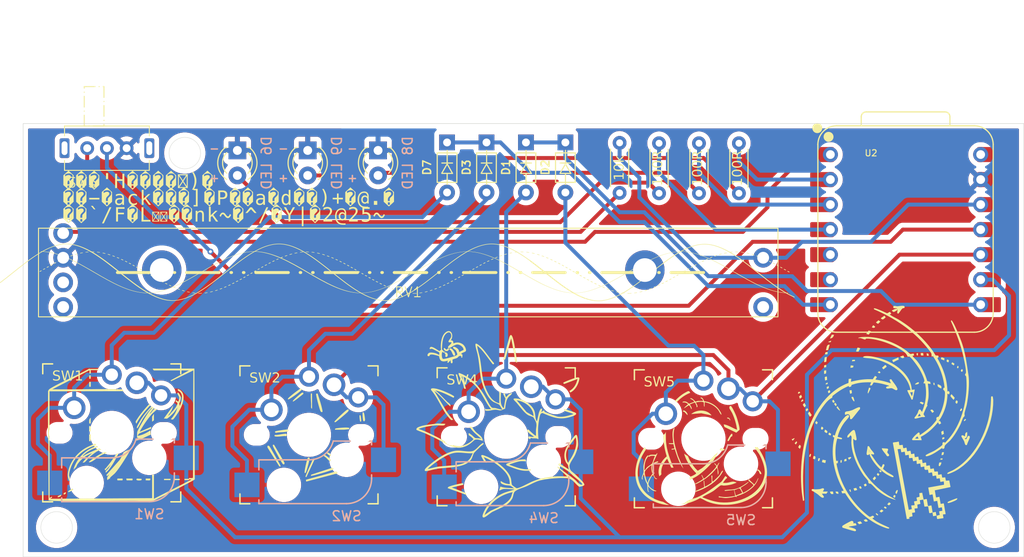
<source format=kicad_pcb>
(kicad_pcb (version 20241229) (generator "pcbnew") (generator_version "9.0")
  (layers (0 "F.Cu" signal "Front") (2 "B.Cu" signal "Back") (13 "F.Paste" user) (15 "B.Paste" user) (5 "F.SilkS" user "F.Silkscreen") (7 "B.SilkS" user "B.Silkscreen") (1 "F.Mask" user) (3 "B.Mask" user) (25 "Edge.Cuts" user))
  (net 0 "")
  (net 1 "Net-(D1-A)")
  (net 2 "Net-(D1-K)")
  (net 3 "Net-(D2-A)")
  (net 4 "Net-(D3-K)")
  (net 5 "Net-(D3-A)")
  (net 6 "Net-(D7-A)")
  (net 7 "Net-(D6-A)")
  (net 8 "GND")
  (net 9 "Net-(D8-A)")
  (net 10 "Net-(D9-A)")
  (net 11 "Net-(SW3-C)")
  (net 12 "Net-(SW3-B)")
  (net 13 "Net-(U2-GPIO29{slash}ADC3{slash}A3)")
  (net 14 "Net-(U2-GPIO28{slash}ADC2{slash}A2)")
  (net 15 "Net-(U2-GPIO27{slash}ADC1{slash}A1)")
  (net 16 "Net-(U2-3V3)")
  (net 17 "Net-(U2-GPIO26{slash}ADC0{slash}A0)")
  (net 18 "Net-(U2-GPIO2{slash}SCK)")
  (net 19 "Net-(U2-GPIO4{slash}MISO)")
  (footprint "LED_THT:LED_D3.0mm" (layer "F.Cu") (at 146.5 40.73 -90)
    (property "Reference" "D8 LED")
    (property "Value" "LED")
  )
  (footprint "Key_Switches:Kailh_socket_MX_PG1350_optional" (layer "F.Cu") (at 119.49 69.4)
    (property "Reference" "SW1")
    (property "Value" "SW_Push")
  )
  (footprint "Key_Switches:Kailh_socket_MX_PG1350_optional" (layer "F.Cu") (at 179.5 70)
    (property "Reference" "SW5")
    (property "Value" "SW_Push")
  )
  (footprint "Resistor_THT:R_Axial_DIN0204_L3.6mm_D1.6mm_P5.08mm_Horizontal" (layer "F.Cu") (at 179.05 45.08 90)
    (property "Reference" "100R")
    (property "Value" "100R")
  )
  (footprint "Resistor_THT:R_Axial_DIN0204_L3.6mm_D1.6mm_P5.08mm_Horizontal" (layer "F.Cu") (at 183.1 45.08 90)
    (property "Reference" "100R")
    (property "Value" "100R")
  )
  (footprint "Key_Switches:Kailh_socket_MX_PG1350_optional" (layer "F.Cu") (at 159.496667 69.8)
    (property "Reference" "SW4")
    (property "Value" "SW_Push")
  )
  (footprint "CustomFootprints:Potentiometer_slide_75mm_range_60mm_2_sets" (layer "F.Cu") (at 112.06 57.625)
    (property "Reference" "RV1")
    (property "Value" "Analogue_input_slider 10k")
  )
  (footprint "XIAO Seeduino:XIAO-RP2040-DIP" (layer "F.Cu") (at 200 48.7685)
    (property "Reference" "U2")
    (property "Value" "XIAO-RP2040-DIP")
  )
  (footprint "Key_Switches:D_DO-35_SOD27_P5.08mm_Horizontal" (layer "F.Cu") (at 165.5 38.65 -90)
    (property "Reference" "D2")
    (property "Value" "1N4148WT" (hide yes))
  )
  (footprint "CustomFootprints:SPDT_3pin_2_pos_1P2T_tht_2.54mm_switch_sk12d07" (layer "F.Cu") (at 114.7 38.25)
    (property "Reference" "SW3")
    (property "Value" "OS/Left_Right-hand_Switch" (hide yes))
  )
  (footprint "LED_THT:LED_D3.0mm" (layer "F.Cu") (at 139.365 40.73 -90)
    (property "Reference" "D9 LED")
    (property "Value" "LED")
  )
  (footprint "Resistor_THT:R_Axial_DIN0204_L3.6mm_D1.6mm_P5.08mm_Horizontal" (layer "F.Cu") (at 175 45.08 90)
    (property "Reference" "100R")
    (property "Value" "100R")
  )
  (footprint "Resistor_THT:R_Axial_DIN0204_L3.6mm_D1.6mm_P5.08mm_Horizontal" (layer "F.Cu") (at 171 45.04 90)
    (property "Reference" "10k")
    (property "Value" "10k")
  )
  (footprint "LED_THT:LED_D3.0mm" (layer "F.Cu") (at 132.23 40.73 -90)
    (property "Reference" "D6 LED")
    (property "Value" "LED")
  )
  (footprint "Key_Switches:D_DO-35_SOD27_P5.08mm_Horizontal" (layer "F.Cu") (at 161.5 38.65 -90)
    (property "Reference" "D1")
    (property "Value" "1N4148WT" (hide yes))
  )
  (footprint "Key_Switches:Kailh_socket_MX_PG1350_optional" (layer "F.Cu") (at 139.493333 69.6)
    (property "Reference" "SW2")
    (property "Value" "SW_Push")
  )
  (footprint "Key_Switches:D_DO-35_SOD27_P5.08mm_Horizontal" (layer "F.Cu") (at 157.5 38.65 -90)
    (property "Reference" "D3")
    (property "Value" "1N4148WT" (hide yes))
  )
  (footprint "Key_Switches:D_DO-35_SOD27_P5.08mm_Horizontal" (layer "F.Cu") (at 153.5 38.65 -90)
    (property "Reference" "D7")
    (property "Value" "1N4148WT" (hide yes))
  )
  (gr_poly (pts (xy 124.766769 54.093583) (xy 124.766768 54.093583) (xy 124.766769 54.093582)) (fill yes) (layer "F.SilkS"))
  (gr_poly (pts (xy 156.4559 60.344586) (xy 156.469581 60.346692) (xy 156.483905 60.350268) (xy 156.498781 60.355187) (xy 156.514121 60.361318) (xy 156.529832 60.368535) (xy 156.545824 60.376708) (xy 156.578293 60.395409) (xy 156.610802 60.416394) (xy 156.64263 60.438634) (xy 156.673053 60.461102) (xy 156.701347 60.482769) (xy 156.748658 60.519588) (xy 156.855852 60.610462) (xy 156.959472 60.70796) (xy 157.059909 60.811265) (xy 157.157557 60.91956) (xy 157.252808 61.03203) (xy 157.346054 61.147858) (xy 157.528103 61.386323) (xy 157.885422 61.867634) (xy 157.97563 61.984113) (xy 158.066975 62.097419) (xy 158.159849 62.206738) (xy 158.254644 62.311251) (xy 158.257683 62.320614) (xy 158.260195 62.329533) (xy 158.262189 62.338018) (xy 158.263675 62.34608) (xy 158.264662 62.353728) (xy 158.26516 62.360973) (xy 158.26518 62.367825) (xy 158.264729 62.374295) (xy 158.263819 62.380393) (xy 158.262459 62.386129) (xy 158.260658 62.391514) (xy 158.258427 62.396558) (xy 158.255774 62.401272) (xy 158.25271 62.405665) (xy 158.249245 62.409748) (xy 158.245387 62.413532) (xy 158.241147 62.417026) (xy 158.236535 62.420241) (xy 158.23156 62.423187) (xy 158.226231 62.425876) (xy 158.220559 62.428316) (xy 158.214552 62.430518) (xy 158.208222 62.432494) (xy 158.201577 62.434252) (xy 158.187383 62.437159) (xy 158.172047 62.439322) (xy 158.155646 62.440823) (xy 158.138259 62.441746) (xy 157.951064 62.200113) (xy 157.76821 61.953602) (xy 157.58643 61.705604) (xy 157.40246 61.459506) (xy 157.213034 61.218699) (xy 157.115254 61.101339) (xy 157.014886 60.986572) (xy 156.911522 60.874822) (xy 156.804753 60.766513) (xy 156.694171 60.662069) (xy 156.579368 60.561912) (xy 156.577145 60.561363) (xy 156.575102 60.561032) (xy 156.57323 60.560911) (xy 156.571522 60.560989) (xy 156.569972 60.561259) (xy 156.568573 60.561711) (xy 156.567317 60.562336) (xy 156.566197 60.563125) (xy 156.565207 60.564068) (xy 156.564338 60.565158) (xy 156.563585 60.566385) (xy 156.562939 60.56774) (xy 156.562394 60.569213) (xy 156.561943 60.570796) (xy 156.561578 60.57248) (xy 156.561293 60.574256) (xy 156.56108 60.576114) (xy 156.560932 60.578046) (xy 156.560804 60.582095) (xy 156.560851 60.58633) (xy 156.561017 60.590678) (xy 156.561478 60.599426) (xy 156.56166 60.603682) (xy 156.561733 60.607761) (xy 156.564745 60.661689) (xy 156.572106 60.723584) (xy 156.583291 60.792402) (xy 156.597773 60.867099) (xy 156.634516 61.029956) (xy 156.67812 61.203807) (xy 156.769048 61.551097) (xy 156.807941 61.707837) (xy 156.836831 61.842176) (xy 156.87813 62.081701) (xy 156.913121 62.312954) (xy 156.970357 62.754925) (xy 157.020898 63.176644) (xy 157.0771 63.586666) (xy 157.111187 63.789965) (xy 157.151323 63.993547) (xy 157.199054 64.198483) (xy 157.255924 64.405842) (xy 157.323478 64.616694) (xy 157.403261 64.832108) (xy 157.496818 65.053152) (xy 157.605692 65.280898) (xy 157.656586 65.379473) (xy 157.708984 65.475332) (xy 157.763231 65.568235) (xy 157.819674 65.657945) (xy 157.878659 65.744225) (xy 157.940532 65.826837) (xy 158.005639 65.905543) (xy 158.074327 65.980105) (xy 158.146941 66.050287) (xy 158.223827 66.11585) (xy 158.305333 66.176556) (xy 158.391803 66.232168) (xy 158.483584 66.282449) (xy 158.581022 66.327161) (xy 158.63197 66.347353) (xy 158.684463 66.366065) (xy 158.738543 66.383265) (xy 158.794253 66.398925) (xy 158.794253 65.206835) (xy 158.952961 65.259739) (xy 158.958148 65.367548) (xy 158.958747 65.476463) (xy 158.951639 65.696081) (xy 158.942547 65.915534) (xy 158.940667 66.024243) (xy 158.942383 66.131763) (xy 158.949058 66.237713) (xy 158.962057 66.34171) (xy 158.982743 66.443372) (xy 158.996395 66.493207) (xy 159.012481 66.542316) (xy 159.03117 66.59065) (xy 159.052634 66.638161) (xy 159.077042 66.684801) (xy 159.104566 66.730523) (xy 159.135375 66.775279) (xy 159.169641 66.819021) (xy 159.207533 66.861701) (xy 159.249222 66.903272) (xy 159.422041 65.915739) (xy 159.387619 65.849857) (xy 159.351667 65.784141) (xy 159.315964 65.718094) (xy 159.298761 65.684792) (xy 159.282286 65.651221) (xy 159.266762 65.61732) (xy 159.252411 65.583025) (xy 159.239455 65.548277) (xy 159.228116 65.513011) (xy 159.218617 65.477168) (xy 159.211179 65.440683) (xy 159.206025 65.403496) (xy 159.203376 65.365545) (xy 159.355031 65.404341) (xy 159.471416 65.774666) (xy 159.508105 65.742366) (xy 159.543064 65.709204) (xy 159.609462 65.6418) (xy 159.673959 65.575471) (xy 159.706541 65.543652) (xy 159.739903 65.513234) (xy 159.774463 65.484592) (xy 159.81064 65.458105) (xy 159.829466 65.445788) (xy 159.848853 65.43415) (xy 159.868854 65.423239) (xy 159.88952 65.413103) (xy 159.910905 65.403788) (xy 159.93306 65.395342) (xy 159.956038 65.387812) (xy 159.97989 65.381244) (xy 160.004671 65.375686) (xy 160.03043 65.371186) (xy 160.057222 65.36779) (xy 160.085098 65.365545) (xy 160.079452 65.383975) (xy 160.073115 65.401603) (xy 160.06612 65.41847) (xy 160.058501 65.434622) (xy 160.050291 65.450103) (xy 160.041522 65.464956) (xy 160.032227 65.479225) (xy 160.02244 65.492954) (xy 160.012193 65.506187) (xy 160.001519 65.518968) (xy 159.979022 65.54335) (xy 159.955213 65.56645) (xy 159.930356 65.588621) (xy 159.825707 65.67503) (xy 159.799558 65.697821) (xy 159.77394 65.721789) (xy 159.749119 65.747287) (xy 159.737088 65.760719) (xy 159.725356 65.774666) (xy 159.679783 65.836564) (xy 159.639346 65.901676) (xy 159.603642 65.96966) (xy 159.572267 66.040175) (xy 159.544818 66.112882) (xy 159.520893 66.187437) (xy 159.500088 66.263501) (xy 159.482001 66.340733) (xy 159.466228 66.418791) (xy 159.452366 66.497335) (xy 159.428766 66.654516) (xy 159.386771 66.959703) (xy 159.359343 66.965398) (xy 159.331346 66.973032) (xy 159.302874 66.982308) (xy 159.274019 66.992932) (xy 159.215536 67.017049) (xy 159.15664 67.043026) (xy 159.098075 67.068506) (xy 159.069149 67.080325) (xy 159.040584 67.091135) (xy 159.012474 67.100644) (xy 158.984912 67.108556) (xy 158.95799 67.114577) (xy 158.931802 67.118413) (xy 158.904069 67.120181) (xy 158.876413 67.120321) (xy 158.848829 67.119025) (xy 158.821313 67.116484) (xy 158.793858 67.112889) (xy 158.76646 67.108431) (xy 158.711813 67.097692) (xy 158.602975 67.074271) (xy 158.57583 67.069126) (xy 158.5487 67.064648) (xy 158.521581 67.061027) (xy 158.494467 67.058456) (xy 158.423441 67.055685) (xy 158.353122 67.057456) (xy 158.283393 67.06302) (xy 158.214133 67.071626) (xy 158.145225 67.082526) (xy 158.076549 67.094971) (xy 157.93942 67.121499) (xy 157.870729 67.134084) (xy 157.801795 67.145217) (xy 157.7325 67.154149) (xy 157.662724 67.160131) (xy 157.592349 67.162414) (xy 157.521256 67.160248) (xy 157.449326 67.152886) (xy 157.41301 67.147021) (xy 157.37644 67.139576) (xy 157.348224 66.966758) (xy 157.351519 66.965918) (xy 157.354791 66.965371) (xy 157.358036 66.965099) (xy 157.36125 66.965084) (xy 157.364431 66.96531) (xy 157.367575 66.965759) (xy 157.370679 66.966412) (xy 157.373739 66.967254) (xy 157.376754 66.968267) (xy 157.379718 66.969432) (xy 157.385485 66.972152) (xy 157.391014 66.975275) (xy 157.39628 66.978661) (xy 157.401256 66.982171) (xy 157.405917 66.985666) (xy 157.41419 66.992051) (xy 157.41775 66.994663) (xy 157.420892 66.996701) (xy 157.423589 66.998026) (xy 157.424763 66.998377) (xy 157.425816 66.998498) (xy 157.959813 66.998498) (xy 157.848782 66.859253) (xy 157.738805 66.707919) (xy 157.634407 66.552381) (xy 157.534493 66.393468) (xy 157.343738 66.068849) (xy 157.157777 65.740717) (xy 156.967848 65.415726) (xy 156.868658 65.256488) (xy 156.76519 65.10053) (xy 156.656349 64.948685) (xy 156.541039 64.801784) (xy 156.418167 64.66066) (xy 156.286635 64.526143) (xy 156.210696 64.454532) (xy 156.132443 64.383923) (xy 156.052041 64.314409) (xy 155.969655 64.246084) (xy 155.885451 64.179041) (xy 155.799593 64.113371) (xy 155.712248 64.049169) (xy 155.62358 63.986527) (xy 155.533754 63.925538) (xy 155.442937 63.866296) (xy 155.351293 63.808892) (xy 155.258987 63.753421) (xy 155.166186 63.699975) (xy 155.073053 63.648648) (xy 154.979756 63.599531) (xy 154.886457 63.552719) (xy 154.932748 63.652953) (xy 154.981023 63.752815) (xy 155.079556 63.952581) (xy 155.127831 64.053063) (xy 155.174121 64.154331) (xy 155.217436 64.256673) (xy 155.237667 64.308338) (xy 155.256782 64.360379) (xy 155.268214 64.394923) (xy 155.278804 64.429746) (xy 155.298057 64.500022) (xy 155.333052 64.641649) (xy 155.35119 64.712173) (xy 155.371353 64.781953) (xy 155.382569 64.816435) (xy 155.39474 64.850576) (xy 155.408016 64.884324) (xy 155.422548 64.917628) (xy 155.239147 64.92821) (xy 155.222374 64.858691) (xy 155.206137 64.788015) (xy 155.173459 64.645176) (xy 155.156108 64.574004) (xy 155.137475 64.503659) (xy 155.117106 64.434636) (xy 155.094545 64.367432) (xy 155.075303 64.317847) (xy 155.052361 64.264698) (xy 154.997777 64.149977) (xy 154.870589 63.902764) (xy 154.807574 63.779364) (xy 154.751336 63.662163) (xy 154.727258 63.607309) (xy 154.706672 63.555709) (xy 154.690178 63.507932) (xy 154.678374 63.464546) (xy 154.676513 63.455989) (xy 154.674889 63.447504) (xy 154.673492 63.439081) (xy 154.672312 63.43071) (xy 154.671339 63.42238) (xy 154.670562 63.414081) (xy 154.669556 63.397535) (xy 154.669211 63.380989) (xy 154.669445 63.364361) (xy 154.670174 63.347567) (xy 154.671316 63.330525) (xy 154.678136 63.32628) (xy 154.687889 63.324052) (xy 154.700388 63.323727) (xy 154.715445 63.325193) (xy 154.752486 63.333051) (xy 154.797515 63.346727) (xy 154.849032 63.36532) (xy 154.90554 63.387933) (xy 155.027535 63.441622) (xy 155.151514 63.500601) (xy 155.26549 63.557678) (xy 155.357479 63.605663) (xy 155.415495 63.637364) (xy 155.578859 63.73841) (xy 155.733445 63.841978) (xy 155.879899 63.948274) (xy 156.018868 64.057504) (xy 156.150996 64.169876) (xy 156.27693 64.285595) (xy 156.397316 64.404869) (xy 156.512798 64.527904) (xy 156.624024 64.654907) (xy 156.731638 64.786084) (xy 156.836287 64.921642) (xy 156.938617 65.061788) (xy 157.039272 65.206729) (xy 157.138899 65.356671) (xy 157.337652 65.672384) (xy 157.402774 65.787296) (xy 157.4817 65.935688) (xy 157.664768 66.281654) (xy 157.760807 66.453604) (xy 157.808181 66.533715) (xy 157.854449 66.607782) (xy 157.899105 66.674203) (xy 157.941643 66.731376) (xy 157.981557 66.777699) (xy 158.018339 66.811572) (xy 158.028981 66.819461) (xy 158.039741 66.826623) (xy 158.050613 66.833092) (xy 158.061592 66.838905) (xy 158.072672 66.844098) (xy 158.083846 66.848707) (xy 158.09511 66.852768) (xy 158.106457 66.856318) (xy 158.129377 66.862029) (xy 158.152561 66.866128) (xy 158.175962 66.868903) (xy 158.199533 66.870646) (xy 158.247002 66.872189) (xy 158.294594 66.873071) (xy 158.318321 66.873987) (xy 158.341939 66.875606) (xy 158.365402 66.878216) (xy 158.388664 66.882108) (xy 158.45024 66.896429) (xy 158.54269 66.920628) (xy 158.774418 66.981302) (xy 158.890798 67.009097) (xy 158.992257 67.029411) (xy 159.033814 67.035406) (xy 159.067348 67.037904) (xy 159.091427 67.036361) (xy 159.099474 67.033906) (xy 159.104621 67.030236) (xy 159.086953 67.007141) (xy 159.068422 66.980544) (xy 159.029289 66.91903) (xy 158.988255 66.850077) (xy 158.946353 66.778065) (xy 158.904616 66.707375) (xy 158.864078 66.642389) (xy 158.844581 66.613404) (xy 158.825771 66.587487) (xy 158.807777 66.565187) (xy 158.790729 66.54705) (xy 158.768446 66.528993) (xy 158.740423 66.510542) (xy 158.707368 66.49172) (xy 158.669988 66.472546) (xy 158.585088 66.433227) (xy 158.491385 66.39275) (xy 158.39454 66.351282) (xy 158.300216 66.308986) (xy 158.25577 66.28758) (xy 158.214076 66.26603) (xy 158.175845 66.244355) (xy 158.141782 66.222577) (xy 158.078562 66.176231) (xy 158.016552 66.124671) (xy 157.955785 66.068181) (xy 157.896292 66.007044) (xy 157.78126 65.871966) (xy 157.671715 65.721704) (xy 157.567914 65.558525) (xy 157.470117 65.384699) (xy 157.378581 65.202493) (xy 157.293565 65.014176) (xy 157.215328 64.822014) (xy 157.144126 64.628277) (xy 157.08022 64.435232) (xy 157.023867 64.245147) (xy 156.975325 64.060291) (xy 156.934854 63.882931) (xy 156.90271 63.715335) (xy 156.879154 63.559772) (xy 156.819471 63.049474) (xy 156.764088 62.548434) (xy 156.733979 62.29808) (xy 156.700108 62.046072) (xy 156.660865 61.791089) (xy 156.614638 61.531807) (xy 156.587986 61.409399) (xy 156.554845 61.277319) (xy 156.480174 60.998364) (xy 156.444181 60.858597) (xy 156.412777 60.723376) (xy 156.399661 60.658582) (xy 156.38873 60.596256) (xy 156.38033 60.536845) (xy 156.374809 60.480792) (xy 156.37372 60.455228) (xy 156.374358 60.432677) (xy 156.376635 60.41301) (xy 156.380458 60.396098) (xy 156.385739 60.381814) (xy 156.388897 60.375616) (xy 156.392386 60.370028) (xy 156.396193 60.365032) (xy 156.400309 60.360612) (xy 156.40472 60.356753) (xy 156.409417 60.353438) (xy 156.419621 60.348377) (xy 156.43083 60.3453) (xy 156.442953 60.344079)) (fill yes) (layer "F.SilkS"))
  (gr_poly (pts (xy 203.077829 77.451872) (xy 203.078671 77.475998) (xy 203.080401 77.499928) (xy 203.082927 77.523687) (xy 203.086155 77.547302) (xy 203.089993 77.570797) (xy 203.099126 77.617536) (xy 203.109582 77.664109) (xy 203.120618 77.710723) (xy 203.131488 77.757585) (xy 203.14145 77.804901) (xy 203.120208 77.809256) (xy 203.098822 77.813126) (xy 203.055699 77.81978) (xy 202.968626 77.831353) (xy 202.925008 77.837759) (xy 202.881554 77.845571) (xy 202.859941 77.850237) (xy 202.838431 77.855532) (xy 202.817044 77.861552) (xy 202.795803 77.868387) (xy 202.732322 77.491007) (xy 202.903822 77.457945) (xy 202.990729 77.441908) (xy 203.034328 77.434447) (xy 203.077969 77.427524)) (fill yes) (layer "F.SilkS"))
  (gr_poly (pts (xy 144.767795 68.261122) (xy 144.764266 68.261122) (xy 144.764901 68.260586)) (fill yes) (layer "F.SilkS"))
  (gr_poly (pts (xy 179.592361 51.93865) (xy 179.39486 52.033876) (xy 179.320964 52.003646) (xy 179.341232 51.992594) (xy 179.365486 51.979815) (xy 179.389987 51.967285) (xy 179.414696 51.954962) (xy 179.464567 51.930769) (xy 179.514769 51.906907)) (fill yes) (layer "F.SilkS"))
  (gr_poly (pts (xy 164.862286 52.174125) (xy 164.909898 52.198318) (xy 164.957511 52.223171) (xy 164.981317 52.235949) (xy 165.005123 52.249017) (xy 164.924007 52.277232) (xy 164.733554 52.178479) (xy 164.814674 52.150264)) (fill yes) (layer "F.SilkS"))
  (gr_poly (pts (xy 129.954999 54.956535) (xy 129.951304 54.957673) (xy 129.951307 54.954146)) (fill yes) (layer "F.SilkS"))
  (gr_poly (pts (xy 116.048283 51.250905) (xy 116.048284 51.250905) (xy 115.986893 51.267383) (xy 115.924842 51.284852) (xy 115.862791 51.302983) (xy 115.801401 51.321444) (xy 115.741444 51.282648) (xy 115.867971 51.246056) (xy 115.930408 51.228587) (xy 115.991853 51.212109)) (fill yes) (layer "F.SilkS"))
  (gr_poly (pts (xy 143.080175 52.174125) (xy 143.127788 52.198318) (xy 143.175402 52.223171) (xy 143.199209 52.235949) (xy 143.223015 52.249017) (xy 143.141894 52.277232) (xy 142.951441 52.178479) (xy 143.032562 52.150264)) (fill yes) (layer "F.SilkS"))
  (gr_poly (pts (xy 140.651024 66.302374) (xy 140.716382 66.527964) (xy 140.776449 66.754423) (xy 140.829573 66.981791) (xy 140.8741 67.21011) (xy 140.871441 67.222482) (xy 140.868117 67.233817) (xy 140.864169 67.244135) (xy 140.859634 67.253453) (xy 140.854552 67.261789) (xy 140.848961 67.269162) (xy 140.842899 67.275589) (xy 140.836406 67.281089) (xy 140.829521 67.28568) (xy 140.822281 67.289379) (xy 140.814727 67.292205) (xy 140.806896 67.294177) (xy 140.798827 67.295311) (xy 140.79056 67.295627) (xy 140.782132 67.295141) (xy 140.773583 67.293873) (xy 140.764952 67.291841) (xy 140.756276 67.289061) (xy 140.747595 67.285554) (xy 140.738948 67.281336) (xy 140.730373 67.276426) (xy 140.721909 67.270841) (xy 140.713595 67.264601) (xy 140.70547 67.257722) (xy 140.697572 67.250223) (xy 140.68994 67.242123) (xy 140.682613 67.233439) (xy 140.675629 67.224189) (xy 140.669028 67.214391) (xy 140.662848 67.204064) (xy 140.657128 67.193226) (xy 140.651906 67.181894) (xy 140.628824 67.123565) (xy 140.602317 67.048058) (xy 140.541526 66.85516) (xy 140.474537 66.622502) (xy 140.406348 66.369385) (xy 140.341962 66.115111) (xy 140.286379 65.87898) (xy 140.2446 65.680296) (xy 140.221627 65.538358) (xy 140.220819 65.530386) (xy 140.219794 65.522357) (xy 140.217548 65.506231) (xy 140.216554 65.498186) (xy 140.215798 65.490188) (xy 140.215394 65.482262) (xy 140.215454 65.474434) (xy 140.216093 65.466731) (xy 140.216665 65.462933) (xy 140.217424 65.459177) (xy 140.218385 65.455464) (xy 140.219561 65.451799) (xy 140.220968 65.448183) (xy 140.222618 65.444622) (xy 140.224527 65.441117) (xy 140.226708 65.437672) (xy 140.229176 65.434291) (xy 140.231945 65.430976) (xy 140.235029 65.427731) (xy 140.238443 65.424559) (xy 140.2422 65.421463) (xy 140.246314 65.418447) (xy 140.369755 65.407865)) (fill yes) (layer "F.SilkS"))
  (gr_poly (pts (xy 165.3825 52.453577) (xy 165.301379 52.481792) (xy 165.114455 52.379512) (xy 165.195571 52.351296)) (fill yes) (layer "F.SilkS"))
  (gr_poly (pts (xy 177.530293 67.130267) (xy 177.54954 67.134208) (xy 177.569228 67.140253) (xy 177.589247 67.148276) (xy 177.609489 67.158148) (xy 177.629843 67.169742) (xy 177.650201 67.18293) (xy 177.670454 67.197584) (xy 177.690493 67.213576) (xy 177.710208 67.230778) (xy 177.729491 67.249062) (xy 177.748231 67.268301) (xy 177.766321 67.288367) (xy 177.783651 67.309131) (xy 177.800111 67.330466) (xy 177.815593 67.352244) (xy 177.829988 67.374338) (xy 177.843186 67.396618) (xy 177.855078 67.418958) (xy 177.865555 67.44123) (xy 177.874508 67.463305) (xy 177.881828 67.485056) (xy 177.887406 67.506355) (xy 177.891132 67.527074) (xy 177.892898 67.547085) (xy 177.892594 67.566261) (xy 177.890111 67.584473) (xy 177.88534 67.601594) (xy 177.881816 67.601594) (xy 177.567924 67.273591) (xy 177.412741 67.224214) (xy 177.444481 67.146622) (xy 177.45989 67.138117) (xy 177.476284 67.132358) (xy 177.493555 67.129215) (xy 177.511595 67.128561)) (fill yes) (layer "F.SilkS"))
  (gr_poly (pts (xy 192.740624 59.443884) (xy 192.744153 59.443884) (xy 192.733514 59.485126) (xy 192.721367 59.524183) (xy 192.707608 59.561018) (xy 192.692133 59.595595) (xy 192.67484 59.627879) (xy 192.665479 59.643149) (xy 192.655625 59.657833) (xy 192.645264 59.671924) (xy 192.634385 59.68542) (xy 192.622973 59.698315) (xy 192.611016 59.710605) (xy 192.5985 59.722286) (xy 192.585415 59.733352) (xy 192.571745 59.743799) (xy 192.557478 59.753624) (xy 192.542602 59.76282) (xy 192.527104 59.771385) (xy 192.510969 59.779312) (xy 192.494187 59.786599) (xy 192.476743 59.793239) (xy 192.458625 59.79923) (xy 192.43982 59.804565) (xy 192.420314 59.809241) (xy 192.400096 59.813254) (xy 192.379152 59.816597) (xy 192.357469 59.819268) (xy 192.335035 59.821262) (xy 192.521959 59.42625)) (fill yes) (layer "F.SilkS"))
  (gr_poly (pts (xy 127.912758 74.122821) (xy 127.910611 74.126333) (xy 127.906243 74.130873) (xy 127.89139 74.14277) (xy 127.869283 74.157973) (xy 127.841008 74.175945) (xy 127.770291 74.218048) (xy 127.687918 74.264779) (xy 127.522926 74.354935) (xy 127.415466 74.412027) (xy 126.475989 74.907446) (xy 125.528577 75.394267) (xy 124.578519 75.873154) (xy 123.631107 76.344766) (xy 123.395391 76.351641) (xy 123.15922 76.352151) (xy 122.9228 76.347867) (xy 122.68634 76.340359) (xy 122.214122 76.321953) (xy 121.978777 76.314197) (xy 121.744218 76.309499) (xy 119.715481 76.317434) (xy 117.666245 76.346531) (xy 115.620976 76.357111) (xy 114.607476 76.343059) (xy 113.604143 76.309499) (xy 113.082163 76.260121) (xy 113.053948 70.204443) (xy 113.032779 69.575595) (xy 113.020828 68.945672) (xy 113.016474 67.683595) (xy 113.029259 65.157454) (xy 113.039672 65.130067) (xy 113.051061 65.104669) (xy 113.063411 65.081099) (xy 113.076707 65.059198) (xy 113.090933 65.038806) (xy 113.106073 65.019762) (xy 113.122112 65.001907) (xy 113.139034 64.985079) (xy 113.156824 64.969119) (xy 113.175467 64.953867) (xy 113.194947 64.939163) (xy 113.215248 64.924846) (xy 113.236355 64.910757) (xy 113.258253 64.896734) (xy 113.304357 64.868251) (xy 113.534582 64.73273) (xy 113.769838 64.600944) (xy 114.252761 64.346656) (xy 114.747753 64.101543) (xy 115.24944 63.861763) (xy 116.251409 63.382821) (xy 116.740945 63.135972) (xy 117.215684 62.879081) (xy 117.218318 62.879162) (xy 117.22093 62.879398) (xy 117.223518 62.879778) (xy 117.226079 62.880293) (xy 117.228611 62.880932) (xy 117.231113 62.881685) (xy 117.236019 62.883489) (xy 117.24078 62.885625) (xy 117.24538 62.888008) (xy 117.249805 62.890557) (xy 117.254039 62.893188) (xy 117.268753 62.902887) (xy 117.271798 62.904692) (xy 117.27456 62.906084) (xy 117.277021 62.906979) (xy 117.278135 62.907215) (xy 117.279168 62.907296) (xy 118.143258 62.907296) (xy 118.146786 62.907295) (xy 118.115044 63.034263) (xy 117.360289 63.034263) (xy 117.360289 63.379899) (xy 117.233321 63.379899) (xy 117.23241 63.378349) (xy 117.231654 63.375727) (xy 117.230572 63.367514) (xy 117.229996 63.355768) (xy 117.229848 63.340994) (xy 117.23053 63.304388) (xy 117.231998 63.261749) (xy 117.234808 63.174568) (xy 117.234912 63.138129) (xy 117.234367 63.123468) (xy 117.233321 63.111856) (xy 117.232749 63.107971) (xy 117.232341 63.104251) (xy 117.231929 63.097301) (xy 117.23191 63.091003) (xy 117.232108 63.08535) (xy 117.232452 63.075961) (xy 117.232247 63.072214) (xy 117.231974 63.070576) (xy 117.231557 63.069093) (xy 117.230975 63.067765) (xy 117.230205 63.066591) (xy 117.229226 63.065571) (xy 117.228016 63.064705) (xy 117.226553 63.06399) (xy 117.224815 63.063428) (xy 117.22278 63.063016) (xy 117.220425 63.062755) (xy 117.21773 63.062644) (xy 117.214672 63.062682) (xy 117.211229 63.062868) (xy 117.207379 63.063203) (xy 117.19837 63.064313) (xy 117.187471 63.066006) (xy 113.463069 64.981109) (xy 115.618002 64.981109) (xy 118.050679 64.957304) (xy 119.269331 64.959287) (xy 120.488645 64.981109) (xy 120.495407 64.978803) (xy 120.502442 64.977785) (xy 120.509713 64.97798) (xy 120.517184 64.979312) (xy 120.524818 64.981706) (xy 120.532577 64.985086) (xy 120.540426 64.989376) (xy 120.548327 64.994501) (xy 120.556244 65.000386) (xy 120.564139 65.006955) (xy 120.571976 65.014132) (xy 120.579718 65.021842) (xy 120.59477 65.038558) (xy 120.609001 65.056498) (xy 120.622116 65.075058) (xy 120.63382 65.093634) (xy 120.643819 65.11162) (xy 120.651819 65.128414) (xy 120.657525 65.143409) (xy 120.659426 65.150043) (xy 120.660643 65.156002) (xy 120.661139 65.161208) (xy 120.660878 65.165588) (xy 120.659823 65.169065) (xy 120.657936 65.171563) (xy 113.180917 65.185671) (xy 113.180917 75.999134) (xy 113.417219 75.872165) (xy 113.4278 75.992079) (xy 113.230294 76.090829) (xy 123.581732 76.027346) (xy 123.581732 73.643164) (xy 123.768656 73.674904) (xy 123.768656 76.090827) (xy 127.57065 74.143982) (xy 127.320241 74.112241) (xy 127.320241 73.985274) (xy 127.338977 73.982858) (xy 127.361682 73.981988) (xy 127.387693 73.982305) (xy 127.416349 73.983454) (xy 127.478951 73.986823) (xy 127.544199 73.98924) (xy 127.576161 73.989202) (xy 127.606801 73.987856) (xy 127.635457 73.984847) (xy 127.661468 73.979817) (xy 127.673275 73.976434) (xy 127.684172 73.972412) (xy 127.694078 73.967706) (xy 127.702909 73.962273) (xy 127.710583 73.956067) (xy 127.717016 73.949044) (xy 127.722128 73.94116) (xy 127.725834 73.93237) (xy 127.761103 63.062477) (xy 125.521524 64.155813) (xy 125.436878 64.08175) (xy 127.320241 63.062477) (xy 123.754549 63.062477) (xy 123.735482 63.037734) (xy 123.716236 63.011702) (xy 123.694592 62.980918) (xy 123.683827 62.964763) (xy 123.67361 62.948645) (xy 123.664322 62.932971) (xy 123.656347 62.91815) (xy 123.650066 62.904589) (xy 123.647681 62.898409) (xy 123.645863 62.892697) (xy 123.644659 62.887504) (xy 123.644118 62.882882) (xy 123.644287 62.878881) (xy 123.645214 62.875552) (xy 127.870436 62.875552)) (fill yes) (layer "F.SilkS"))
  (gr_poly (pts (xy 197.319465 63.143871) (xy 197.324224 63.144677) (xy 197.329251 63.145986) (xy 197.334516 63.147771) (xy 197.339988 63.150006) (xy 197.345635 63.152664) (xy 197.357332 63.159137) (xy 197.36936 63.166975) (xy 197.38147 63.175959) (xy 197.393415 63.185873) (xy 197.404947 63.196501) (xy 197.415816 63.207624) (xy 197.425777 63.219026) (xy 197.43458 63.23049) (xy 197.441978 63.241799) (xy 197.445072 63.247328) (xy 197.447722 63.252736) (xy 197.449897 63.257998) (xy 197.451565 63.263085) (xy 197.452696 63.26797) (xy 197.453258 63.272627) (xy 197.453222 63.277028) (xy 197.452555 63.281146) (xy 197.371439 63.362264) (xy 197.170409 63.270565) (xy 197.173938 63.270565) (xy 197.315006 63.143597)) (fill yes) (layer "F.SilkS"))
  (gr_poly (pts (xy 136.419635 44.955397) (xy 136.419635 45.942928) (xy 135.897653 46.419058) (xy 135.712059 46.249767) (xy 135.798897 46.249767) (xy 135.996403 46.249767) (xy 135.996403 46.002885) (xy 135.798897 46.002885) (xy 135.798897 46.249767) (xy 135.712059 46.249767) (xy 135.375671 45.942928) (xy 135.375671 44.955397) (xy 135.460735 44.877805) (xy 135.559068 44.877805) (xy 135.559068 45.061203) (xy 135.582717 45.044664) (xy 135.606076 45.029406) (xy 135.629187 45.015388) (xy 135.652091 45.002569) (xy 135.674829 44.990906) (xy 135.697444 44.98036) (xy 135.719976 44.970889) (xy 135.742466 44.96245) (xy 135.763614 44.954859) (xy 135.784679 44.948012) (xy 135.805579 44.941991) (xy 135.82623 44.93688) (xy 135.836437 44.934691) (xy 135.846551 44.932761) (xy 135.856562 44.931099) (xy 135.866459 44.929716) (xy 135.876232 44.928623) (xy 135.88587 44.927829) (xy 135.895364 44.927345) (xy 135.904703 44.927181) (xy 135.917763 44.927388) (xy 135.930493 44.928008) (xy 135.942892 44.929041) (xy 135.954961 44.930488) (xy 135.966699 44.932347) (xy 135.978106 44.934621) (xy 135.989183 44.937307) (xy 135.999929 44.940407) (xy 136.010345 44.94392) (xy 136.02043 44.947847) (xy 136.030184 44.952186) (xy 136.039608 44.956939) (xy 136.048701 44.962106) (xy 136.057463 44.967685) (xy 136.065894 44.973678) (xy 136.073995 44.980085) (xy 136.081683 44.986822) (xy 136.088875 44.993813) (xy 136.09557 45.001063) (xy 136.10177 45.008575) (xy 136.107474 45.016357) (xy 136.112681 45.024412) (xy 136.117393 45.032746) (xy 136.121609 45.041364) (xy 136.125328 45.050272) (xy 136.128552 45.059474) (xy 136.13128 45.068976) (xy 136.133511 45.078783) (xy 136.135247 45.088899) (xy 136.136487 45.099331) (xy 136.137231 45.110083) (xy 136.137479 45.12116) (xy 136.137396 45.127111) (xy 136.137148 45.133057) (xy 136.136735 45.138992) (xy 136.136157 45.144912) (xy 136.135413 45.150811) (xy 136.134504 45.156684) (xy 136.13343 45.162527) (xy 136.13219 45.168333) (xy 136.130785 45.174098) (xy 136.129215 45.179816) (xy 136.127479 45.185482) (xy 136.125578 45.191092) (xy 136.123512 45.19664) (xy 136.12128 45.202121) (xy 136.118883 45.207529) (xy 136.11632 45.21286) (xy 136.113509 45.218232) (xy 136.110368 45.223764) (xy 136.106896 45.229452) (xy 136.103094 45.235289) (xy 136.09896 45.241271) (xy 136.094496 45.247392) (xy 136.089702 45.253647) (xy 136.084577 45.260032) (xy 136.079121 45.266541) (xy 136.073335 45.273168) (xy 136.067218 45.27991) (xy 136.060771 45.286759) (xy 136.053993 45.293712) (xy 136.046884 45.300764) (xy 136.039445 45.307908) (xy 136.031675 45.31514) (xy 135.943501 45.403312) (xy 135.923318 45.423998) (xy 135.913945 45.434008) (xy 135.905036 45.443816) (xy 135.896582 45.453439) (xy 135.888573 45.462891) (xy 135.880997 45.472187) (xy 135.873845 45.481345) (xy 135.867106 45.490378) (xy 135.860771 45.499303) (xy 135.854828 45.508135) (xy 135.849268 45.516889) (xy 135.844079 45.525582) (xy 135.839252 45.534228) (xy 135.834777 45.542843) (xy 135.830643 45.551442) (xy 135.826799 45.560122) (xy 135.823203 45.568973) (xy 135.819855 45.578) (xy 135.816755 45.587207) (xy 135.813903 45.5966) (xy 135.8113 45.606184) (xy 135.808944 45.615965) (xy 135.806836 45.625947) (xy 135.804976 45.636136) (xy 135.803364 45.646537) (xy 135.802 45.657155) (xy 135.800884 45.667995) (xy 135.800016 45.679062) (xy 135.799396 45.690361) (xy 135.799024 45.701899) (xy 135.7989 45.713679) (xy 135.7989 45.865336) (xy 135.985826 45.865336) (xy 135.992879 45.861809) (xy 135.992879 45.696045) (xy 135.992961 45.688813) (xy 135.993203 45.681668) (xy 135.9936 45.674617) (xy 135.994147 45.667664) (xy 135.994838 45.660814) (xy 135.995669 45.654073) (xy 135.997728 45.640937) (xy 136.000284 45.628297) (xy 136.003294 45.616193) (xy 136.006718 45.604669) (xy 136.010514 45.593765) (xy 136.012704 45.589012) (xy 136.015308 45.584011) (xy 136.018325 45.578761) (xy 136.021755 45.573264) (xy 136.025599 45.567519) (xy 136.029856 45.561526) (xy 136.034527 45.555285) (xy 136.03961 45.548797) (xy 136.045107 45.54206) (xy 136.051018 45.535075) (xy 136.057341 45.527842) (xy 136.064078 45.520361) (xy 136.071228 45.512632) (xy 136.078792 45.504655) (xy 136.086769 45.496431) (xy 136.095159 45.487958) (xy 136.179804 45.403312) (xy 136.201454 45.381166) (xy 136.22141 45.359722) (xy 136.23963 45.339022) (xy 136.256072 45.319108) (xy 136.263614 45.309458) (xy 136.270697 45.30002) (xy 136.277314 45.290798) (xy 136.283461 45.2818) (xy 136.289132 45.273028) (xy 136.294324 45.264489) (xy 136.299029 45.256187) (xy 136.303244 45.248129) (xy 136.307088 45.240152) (xy 136.310684 45.232092) (xy 136.314031 45.22395) (xy 136.317131 45.215725) (xy 136.319983 45.207418) (xy 136.322587 45.199028) (xy 136.324942 45.190555) (xy 136.32705 45.182) (xy 136.32891 45.173361) (xy 136.330521 45.164641) (xy 136.331885 45.155837) (xy 136.333001 45.146951) (xy 136.333869 45.137982) (xy 136.334489 45.128931) (xy 136.334861 45.119797) (xy 136.334985 45.11058) (xy 136.334571 45.091029) (xy 136.333325 45.072046) (xy 136.331242 45.053621) (xy 136.328317 45.035744) (xy 136.324545 45.018404) (xy 136.31992 45.001591) (xy 136.314438 44.985294) (xy 136.308093 44.969504) (xy 136.30088 44.95421) (xy 136.292794 44.939401) (xy 136.28383 44.925068) (xy 136.273982 44.9112) (xy 136.263245 44.897787) (xy 136.251615 44.884817) (xy 136.239086 44.872282) (xy 136.225652 44.86017) (xy 136.212098 44.848639) (xy 136.197892 44.837852) (xy 136.183046 44.827808) (xy 136.167569 44.818509) (xy 136.151473 44.809953) (xy 136.134766 44.802142) (xy 136.117461 44.795074) (xy 136.099566 44.788751) (xy 136.081093 44.783171) (xy 136.062051 44.778335) (xy 136.042451 44.774244) (xy 136.022304 44.770896) (xy 136.00162 44.768292) (xy 135.980408 44.766432) (xy 135.95868 44.765316) (xy 135.936446 44.764944) (xy 135.911331 44.765433) (xy 135.886299 44.766873) (xy 135.861432 44.769222) (xy 135.836812 44.772439) (xy 135.812524 44.776482) (xy 135.788648 44.781311) (xy 135.765268 44.786884) (xy 135.742466 44.793159) (xy 135.730604 44.79659) (xy 135.718818 44.800268) (xy 135.707105 44.804195) (xy 135.69546 44.808369) (xy 135.683876 44.812791) (xy 135.672349 44.817462) (xy 135.649445 44.827547) (xy 135.626706 44.838623) (xy 135.604091 44.850692) (xy 135.581559 44.863752) (xy 135.559068 44.877805) (xy 135.460735 44.877805) (xy 135.897653 44.479266)) (fill yes) (layer "F.SilkS"))
  (gr_poly (pts (xy 192.835855 66.286063) (xy 192.648931 66.346018) (xy 192.553704 66.144985) (xy 192.694777 66.035653)) (fill yes) (layer "F.SilkS"))
  (gr_poly (pts (xy 134.180054 47.082115) (xy 133.971969 47.082115) (xy 133.612226 46.697683) (xy 133.25601 47.082115) (xy 133.047924 47.082115) (xy 133.527581 46.500177) (xy 133.700397 46.500177)) (fill yes) (layer "F.SilkS"))
  (gr_poly (pts (xy 194.560335 78.339191) (xy 194.572919 78.340187) (xy 194.5852 78.342044) (xy 194.597147 78.34473) (xy 194.608727 78.348209) (xy 194.61991 78.352447) (xy 194.630663 78.357411) (xy 194.640955 78.363066) (xy 194.650754 78.369377) (xy 194.660029 78.376311) (xy 194.668748 78.383833) (xy 194.676879 78.39191) (xy 194.684391 78.400506) (xy 194.691252 78.409588) (xy 194.69743 78.419121) (xy 194.702894 78.429072) (xy 194.707612 78.439405) (xy 194.711552 78.450087) (xy 194.714683 78.461084) (xy 194.716973 78.472361) (xy 194.718391 78.483884) (xy 194.718905 78.495619) (xy 194.718483 78.507531) (xy 194.717093 78.519587) (xy 194.714705 78.531751) (xy 194.711285 78.543991) (xy 194.706804 78.556272) (xy 194.701228 78.568558) (xy 194.694527 78.580817) (xy 194.691008 78.587873) (xy 194.941413 78.570238) (xy 195.036645 78.774797) (xy 194.949194 78.796021) (xy 194.861454 78.814971) (xy 194.773468 78.83202) (xy 194.685274 78.84754) (xy 194.508435 78.87548) (xy 194.331265 78.901767) (xy 194.314972 78.904488) (xy 194.306783 78.90599) (xy 194.298805 78.907663) (xy 194.29122 78.909563) (xy 194.284208 78.911748) (xy 194.277951 78.914274) (xy 194.275162 78.915682) (xy 194.272629 78.917197) (xy 194.270375 78.918826) (xy 194.268422 78.920575) (xy 194.266794 78.922452) (xy 194.265513 78.924464) (xy 194.264601 78.926619) (xy 194.264081 78.928922) (xy 194.263975 78.931382) (xy 194.264307 78.934005) (xy 194.265098 78.936799) (xy 194.266372 78.93977) (xy 194.26815 78.942926) (xy 194.270456 78.946273) (xy 194.273313 78.94982) (xy 194.276742 78.953572) (xy 194.280766 78.957538) (xy 194.285409 78.961724) (xy 194.356491 78.981315) (xy 194.455969 79.00603) (xy 194.571895 79.036367) (xy 194.632295 79.053798) (xy 194.692327 79.072821) (xy 194.7505 79.093496) (xy 194.805319 79.115887) (xy 194.855293 79.140055) (xy 194.898927 79.166063) (xy 194.917901 79.179775) (xy 194.934729 79.193971) (xy 194.949227 79.208658) (xy 194.961206 79.223843) (xy 194.970481 79.239534) (xy 194.976865 79.25574) (xy 194.98017 79.272467) (xy 194.980212 79.289724) (xy 194.979758 79.294622) (xy 194.979064 79.299396) (xy 194.978138 79.304048) (xy 194.976987 79.308578) (xy 194.975619 79.312986) (xy 194.974042 79.317274) (xy 194.972264 79.321441) (xy 194.970291 79.325489) (xy 194.968133 79.329418) (xy 194.965797 79.333229) (xy 194.96329 79.336922) (xy 194.96062 79.340499) (xy 194.957795 79.343959) (xy 194.954823 79.347304) (xy 194.951712 79.350533) (xy 194.948469 79.353649) (xy 194.941618 79.359539) (xy 194.934333 79.36498) (xy 194.926676 79.369977) (xy 194.918709 79.374534) (xy 194.910494 79.378658) (xy 194.902093 79.382353) (xy 194.893567 79.385624) (xy 194.88498 79.388477) (xy 194.864238 79.387661) (xy 194.824856 79.380466) (xy 194.700257 79.350177) (xy 194.531352 79.3041) (xy 194.33831 79.248724) (xy 193.960494 79.136029) (xy 193.728165 79.064003) (xy 193.688212 79.053312) (xy 193.67772 79.050304) (xy 193.667223 79.047016) (xy 193.656818 79.043377) (xy 193.646605 79.039315) (xy 193.636681 79.034756) (xy 193.627145 79.02963) (xy 193.618094 79.023862) (xy 193.613781 79.020715) (xy 193.609626 79.017382) (xy 193.605642 79.013851) (xy 193.601841 79.010116) (xy 193.598235 79.006166) (xy 193.594836 79.001992) (xy 193.591656 78.997586) (xy 193.588708 78.992939) (xy 193.586005 78.98804) (xy 193.583558 78.982883) (xy 193.5765 78.894711) (xy 193.578688 78.887599) (xy 193.581268 78.880797) (xy 193.584221 78.874284) (xy 193.587524 78.868039) (xy 193.591158 78.862043) (xy 193.595102 78.856274) (xy 193.599335 78.850711) (xy 193.603837 78.845335) (xy 193.608586 78.840124) (xy 193.613563 78.835057) (xy 193.618746 78.830115) (xy 193.624115 78.825275) (xy 193.62965 78.820519) (xy 193.635329 78.815824) (xy 193.647039 78.806538) (xy 193.671814 78.788872) (xy 193.708028 78.765565) (xy 193.808283 78.70558) (xy 193.934824 78.633692) (xy 194.074674 78.55701) (xy 194.214854 78.482642) (xy 194.342388 78.417698) (xy 194.444297 78.369286) (xy 194.481586 78.353501) (xy 194.507602 78.344515) (xy 194.521082 78.34172) (xy 194.534385 78.339924) (xy 194.54748 78.339092)) (fill yes) (layer "F.SilkS"))
  (gr_poly (pts (xy 146.371742 47.03701) (xy 146.39187 47.039248) (xy 146.41175 47.042984) (xy 146.431382 47.048223) (xy 146.450767 47.054971) (xy 146.469903 47.063233) (xy 146.488791 47.073014) (xy 146.507431 47.084319) (xy 146.525824 47.097153) (xy 146.543968 47.111521) (xy 146.561864 47.12743) (xy 146.579512 47.144882) (xy 146.596912 47.163885) (xy 146.614064 47.184443) (xy 146.630968 47.206561) (xy 146.647625 47.230244) (xy 146.663991 47.253967) (xy 146.680028 47.276197) (xy 146.695733 47.296929) (xy 146.711108 47.316157) (xy 146.726152 47.333877) (xy 146.740866 47.350083) (xy 146.755249 47.36477) (xy 146.769302 47.377933) (xy 146.783024 47.389567) (xy 146.796415 47.399666) (xy 146.809475 47.408226) (xy 146.822205 47.415241) (xy 146.834605 47.420706) (xy 146.846673 47.424616) (xy 146.858411 47.426966) (xy 146.869818 47.42775) (xy 146.879575 47.42742) (xy 146.889017 47.426428) (xy 146.898159 47.424775) (xy 146.907017 47.42246) (xy 146.915606 47.419484) (xy 146.923942 47.415847) (xy 146.93204 47.411549) (xy 146.939916 47.406589) (xy 146.947585 47.400968) (xy 146.955064 47.394686) (xy 146.962366 47.387742) (xy 146.969508 47.380137) (xy 146.976506 47.371871) (xy 146.983374 47.362944) (xy 146.990129 47.353355) (xy 146.996786 47.343105) (xy 147.009522 47.322102) (xy 147.021309 47.301389) (xy 147.032186 47.280923) (xy 147.042194 47.260664) (xy 147.051377 47.24057) (xy 147.059774 47.220601) (xy 147.067427 47.200714) (xy 147.07271 47.18563) (xy 147.197826 47.26904) (xy 147.176815 47.314828) (xy 147.156053 47.356937) (xy 147.135456 47.395326) (xy 147.125194 47.413113) (xy 147.114942 47.429954) (xy 147.10469 47.445845) (xy 147.094428 47.46078) (xy 147.084145 47.474755) (xy 147.073832 47.487763) (xy 147.063477 47.499799) (xy 147.05307 47.51086) (xy 147.042601 47.520938) (xy 147.03206 47.53003) (xy 147.0221 47.538378) (xy 147.012063 47.546225) (xy 147.001953 47.553565) (xy 146.991776 47.560395) (xy 146.981537 47.566707) (xy 146.971242 47.572498) (xy 146.960894 47.577761) (xy 146.950501 47.582493) (xy 146.940066 47.586687) (xy 146.929594 47.590339) (xy 146.919092 47.593443) (xy 146.908563 47.595994) (xy 146.898014 47.597987) (xy 146.88745 47.599418) (xy 146.876875 47.60028) (xy 146.866294 47.600568) (xy 146.849224 47.599371) (xy 146.832397 47.59711) (xy 146.815807 47.593795) (xy 146.79945 47.589436) (xy 146.78332 47.584044) (xy 146.767412 47.577629) (xy 146.751721 47.570202) (xy 146.736242 47.561772) (xy 146.720969 47.55235) (xy 146.705898 47.541947) (xy 146.691023 47.530573) (xy 146.67634 47.518237) (xy 146.661842 47.504951) (xy 146.647525 47.490725) (xy 146.633384 47.475568) (xy 146.619413 47.459492) (xy 146.568384 47.397992) (xy 146.525951 47.34575) (xy 146.464229 47.26904) (xy 146.458815 47.262013) (xy 146.453153 47.255477) (xy 146.447243 47.249426) (xy 146.441084 47.243856) (xy 146.434678 47.238761) (xy 146.428024 47.234136) (xy 146.421121 47.229976) (xy 146.413971 47.226277) (xy 146.406572 47.223031) (xy 146.398926 47.220235) (xy 146.391032 47.217884) (xy 146.38289 47.215971) (xy 146.374499 47.214493) (xy 146.365861 47.213443) (xy 146.356975 47.212817) (xy 146.347841 47.21261) (xy 146.338708 47.212898) (xy 146.329829 47.21376) (xy 146.321207 47.21519) (xy 146.312849 47.217184) (xy 146.304759 47.219735) (xy 146.296943 47.222839) (xy 146.289407 47.226491) (xy 146.282154 47.230685) (xy 146.27519 47.235417) (xy 146.268521 47.24068) (xy 146.262152 47.246471) (xy 146.256087 47.252783) (xy 146.250333 47.259612) (xy 146.244893 47.266953) (xy 146.239774 47.2748) (xy 146.23498 47.283148) (xy 146.225564 47.301003) (xy 146.215858 47.32018) (xy 146.205904 47.34068) (xy 146.195743 47.362503) (xy 146.185417 47.385648) (xy 146.174968 47.410116) (xy 146.164435 47.435906) (xy 146.153862 47.463019) (xy 146.023366 47.388954) (xy 146.030764 47.366842) (xy 146.03841 47.345468) (xy 146.046304 47.324827) (xy 146.054446 47.304915) (xy 146.062836 47.285726) (xy 146.071474 47.267256) (xy 146.08036 47.249498) (xy 146.089494 47.232448) (xy 146.098876 47.216101) (xy 146.108506 47.200452) (xy 146.118384 47.185494) (xy 146.12851 47.171224) (xy 146.138884 47.157635) (xy 146.149506 47.144724) (xy 146.160376 47.132484) (xy 146.171494 47.12091) (xy 146.182736 47.11066) (xy 146.193978 47.101072) (xy 146.20522 47.092144) (xy 146.216462 47.083878) (xy 146.227704 47.076273) (xy 146.238946 47.06933) (xy 146.250188 47.063047) (xy 146.26143 47.057426) (xy 146.272672 47.052467) (xy 146.283914 47.048168) (xy 146.295156 47.044531) (xy 146.306397 47.041555) (xy 146.317639 47.039241) (xy 146.328881 47.037587) (xy 146.340123 47.036596) (xy 146.351365 47.036265)) (fill yes) (layer "F.SilkS"))
  (gr_poly (pts (xy 169.332022 54.591027) (xy 169.359348 54.602007) (xy 169.413298 54.62438) (xy 169.466586 54.646754) (xy 169.519542 54.668467) (xy 169.449008 54.703735) (xy 169.233868 54.612036) (xy 169.230339 54.612036) (xy 169.304407 54.580295)) (fill yes) (layer "F.SilkS"))
  (gr_poly (pts (xy 134.518636 52.742782) (xy 134.496151 52.754843) (xy 134.473667 52.767194) (xy 134.428698 52.792599) (xy 134.383731 52.818665) (xy 134.338765 52.845062) (xy 134.25412 52.816847) (xy 134.250593 52.816847) (xy 134.274241 52.804785) (xy 134.2976 52.792434) (xy 134.320711 52.779835) (xy 134.343615 52.767029) (xy 134.388968 52.740963) (xy 134.433991 52.714566)) (fill yes) (layer "F.SilkS"))
  (gr_poly (pts (xy 117.360289 64.723646) (xy 117.201578 64.723646) (xy 117.201578 64.222828) (xy 117.360289 64.222828)) (fill yes) (layer "F.SilkS"))
  (gr_poly (pts (xy 199.166644 75.198525) (xy 199.176742 75.20159) (xy 199.185269 75.206096) (xy 199.192308 75.211956) (xy 199.197942 75.219081) (xy 199.202253 75.227384) (xy 199.205325 75.236778) (xy 199.207239 75.247173) (xy 199.208079 75.258483) (xy 199.207927 75.27062) (xy 199.206865 75.283495) (xy 199.204978 75.297022) (xy 199.202346 75.311111) (xy 199.195182 75.340628) (xy 199.186033 75.371344) (xy 199.175563 75.402556) (xy 199.164431 75.43356) (xy 199.142829 75.49214) (xy 199.133682 75.518309) (xy 199.126518 75.541461) (xy 199.122 75.560893) (xy 199.120939 75.568995) (xy 199.120788 75.575903) (xy 199.094623 75.576632) (xy 199.071589 75.574958) (xy 199.05155 75.571041) (xy 199.034371 75.56504) (xy 199.019918 75.557114) (xy 199.008055 75.547423) (xy 198.998647 75.536127) (xy 198.991559 75.523385) (xy 198.986657 75.509357) (xy 198.983805 75.494201) (xy 198.982869 75.478078) (xy 198.983713 75.461148) (xy 198.986203 75.443569) (xy 198.990203 75.425501) (xy 198.995579 75.407103) (xy 199.002196 75.388536) (xy 199.009918 75.369959) (xy 199.018611 75.351531) (xy 199.028139 75.333411) (xy 199.038368 75.31576) (xy 199.060389 75.2825) (xy 199.083592 75.253027) (xy 199.095301 75.240109) (xy 199.1069 75.228616) (xy 199.118255 75.218709) (xy 199.129231 75.210545) (xy 199.139692 75.204286) (xy 199.149505 75.20009) (xy 199.158534 75.198116)) (fill yes) (layer "F.SilkS"))
  (gr_poly (pts (xy 126.389141 74.196889) (xy 125.856579 74.196889) (xy 125.856579 74.069922) (xy 126.389141 74.069922)) (fill yes) (layer "F.SilkS"))
  (gr_poly (pts (xy 141.02636 44.695853) (xy 141.059872 44.753151) (xy 141.090987 44.809954) (xy 141.119664 44.866343) (xy 141.145861 44.922401) (xy 141.169537 44.978211) (xy 141.19065 45.033856) (xy 141.200233 45.061643) (xy 141.20916 45.089419) (xy 141.218089 45.117153) (xy 141.226367 45.144809) (xy 141.234004 45.172393) (xy 141.241012 45.19991) (xy 141.253176 45.254763) (xy 141.262944 45.309409) (xy 141.270397 45.36389) (xy 141.275619 45.418247) (xy 141.278691 45.472521) (xy 141.279697 45.526754) (xy 141.278546 45.581138) (xy 141.275123 45.635812) (xy 141.269467 45.690734) (xy 141.261622 45.745862) (xy 141.251627 45.801156) (xy 141.239524 45.856574) (xy 141.225355 45.912074) (xy 141.20916 45.967616) (xy 141.189639 46.023178) (xy 141.16805 46.078823) (xy 141.144313 46.134634) (xy 141.118343 46.190692) (xy 141.090059 46.247081) (xy 141.059378 46.303883) (xy 141.026216 46.361181) (xy 140.990493 46.419058) (xy 140.835306 46.419058) (xy 140.867221 46.362345) (xy 140.896863 46.305922) (xy 140.924272 46.249746) (xy 140.949491 46.193778) (xy 140.972561 46.137974) (xy 140.993523 46.082295) (xy 141.012418 46.026698) (xy 141.029289 45.971142) (xy 141.044168 45.915594) (xy 141.057063 45.860045) (xy 141.067974 45.804496) (xy 141.076901 45.748948) (xy 141.083845 45.693399) (xy 141.088805 45.637851) (xy 141.09178 45.582302) (xy 141.092772 45.526753) (xy 141.09178 45.471205) (xy 141.088805 45.415656) (xy 141.083845 45.360108) (xy 141.076901 45.304559) (xy 141.067974 45.24901) (xy 141.057063 45.193462) (xy 141.044168 45.137913) (xy 141.029289 45.082364) (xy 141.012418 45.026816) (xy 140.993523 44.971267) (xy 140.972561 44.915719) (xy 140.949491 44.86017) (xy 140.924272 44.804621) (xy 140.896863 44.749073) (xy 140.867221 44.693524) (xy 140.835307 44.637976) (xy 140.990493 44.637976)) (fill yes) (layer "F.SilkS"))
  (gr_poly (pts (xy 161.629333 51.040779) (xy 161.702185 51.050313) (xy 161.848553 51.071034) (xy 161.845024 51.071033) (xy 161.80975 51.113356) (xy 161.740425 51.103382) (xy 161.670439 51.094399) (xy 161.531128 51.078087) (xy 161.55582 51.032237)) (fill yes) (layer "F.SilkS"))
  (gr_poly (pts (xy 188.939729 70.275827) (xy 188.95299 70.280984) (xy 188.964392 70.286881) (xy 188.97402 70.293476) (xy 188.981955 70.300723) (xy 188.988281 70.308581) (xy 188.993083 70.317006) (xy 188.996442 70.325954) (xy 188.998442 70.335384) (xy 188.999167 70.34525) (xy 188.9987 70.35551) (xy 188.997124 70.366121) (xy 188.994522 70.377039) (xy 188.990978 70.388222) (xy 188.986576 70.399625) (xy 188.981398 70.411206) (xy 188.975527 70.422921) (xy 188.969048 70.434727) (xy 188.954595 70.45844) (xy 188.938706 70.481998) (xy 188.922047 70.505055) (xy 188.861045 70.585347) (xy 188.751712 70.447798) (xy 188.921002 70.271453) (xy 188.924526 70.271453)) (fill yes) (layer "F.SilkS"))
  (gr_poly (pts (xy 195.452323 74.816242) (xy 195.459963 74.827754) (xy 195.477439 74.856362) (xy 195.486768 74.872786) (xy 195.496155 74.890177) (xy 195.505344 74.908198) (xy 195.514085 74.926514) (xy 195.522123 74.944788) (xy 195.529204 74.962685) (xy 195.535077 74.979869) (xy 195.539488 74.996004) (xy 195.542183 75.010755) (xy 195.542808 75.017506) (xy 195.54291 75.023785) (xy 195.542456 75.02955) (xy 195.541415 75.034759) (xy 195.539755 75.03937) (xy 195.537445 75.043341) (xy 195.537455 75.039818) (xy 195.382272 75.071558) (xy 195.28704 74.870525) (xy 195.445753 74.807039)) (fill yes) (layer "F.SilkS"))
  (gr_poly (pts (xy 150.687912 55.183097) (xy 150.685924 55.183395) (xy 150.685924 55.179867)) (fill yes) (layer "F.SilkS"))
  (gr_poly (pts (xy 114.401766 51.806293) (xy 114.397697 51.808155) (xy 114.397697 51.804628)) (fill yes) (layer "F.SilkS"))
  (gr_poly (pts (xy 123.394807 74.196886) (xy 123.390028 74.202512) (xy 123.38369 74.20751) (xy 123.375888 74.21191) (xy 123.366716 74.215747) (xy 123.356267 74.219051) (xy 123.344636 74.221855) (xy 123.318207 74.226093) (xy 123.288182 74.228719) (xy 123.255315 74.229992) (xy 123.220362 74.23017) (xy 123.184075 74.22951) (xy 123.040685 74.223669) (xy 122.980603 74.222443) (xy 122.956106 74.223158) (xy 122.936311 74.225103) (xy 122.936311 74.038176) (xy 123.408915 74.038176)) (fill yes) (layer "F.SilkS"))
  (gr_poly (pts (xy 179.723403 51.80982) (xy 179.719334 51.811682) (xy 179.719334 51.808155)) (fill yes) (layer "F.SilkS"))
  (gr_poly (pts (xy 122.530717 44.733202) (xy 122.717642 44.733202) (xy 122.717642 45.611399) (xy 123.190246 45.15643) (xy 123.408914 45.15643) (xy 122.978632 45.569076) (xy 123.475924 46.249767) (xy 123.257256 46.249767) (xy 122.851663 45.685464) (xy 122.717641 45.812432) (xy 122.717641 46.249767) (xy 122.530715 46.249767) (xy 122.530715 44.729675)) (fill yes) (layer "F.SilkS"))
  (gr_poly (pts (xy 134.885432 52.534695) (xy 134.702034 52.636976) (xy 134.617389 52.60876) (xy 134.620913 52.60876) (xy 134.804311 52.50648)) (fill yes) (layer "F.SilkS"))
  (gr_poly (pts (xy 143.982773 46.465361) (xy 144.008352 46.466719) (xy 144.033341 46.468976) (xy 144.057735 46.472127) (xy 144.081531 46.476166) (xy 144.104722 46.481089) (xy 144.127304 46.486889) (xy 144.14927 46.493564) (xy 144.170617 46.501106) (xy 144.191338 46.50951) (xy 144.211429 46.518773) (xy 144.230885 46.528888) (xy 144.2497 46.53985) (xy 144.267869 46.551654) (xy 144.285387 46.564295) (xy 144.302249 46.577768) (xy 144.318245 46.591984) (xy 144.333171 46.606851) (xy 144.347034 46.622359) (xy 144.359837 46.638497) (xy 144.371586 46.655255) (xy 144.382287 46.672622) (xy 144.391943 46.690589) (xy 144.400562 46.709145) (xy 144.408147 46.728279) (xy 144.414704 46.747982) (xy 144.420238 46.768243) (xy 144.424754 46.789051) (xy 144.428258 46.810397) (xy 144.430754 46.83227) (xy 144.432248 46.854659) (xy 144.432745 46.877554) (xy 144.432579 46.889418) (xy 144.432083 46.901209) (xy 144.431257 46.912939) (xy 144.430099 46.924616) (xy 144.428611 46.936253) (xy 144.426793 46.947858) (xy 144.424644 46.959443) (xy 144.422164 46.971017) (xy 144.419353 46.982591) (xy 144.416212 46.994176) (xy 144.41274 47.005781) (xy 144.408938 47.017418) (xy 144.404805 47.029095) (xy 144.400341 47.040825) (xy 144.395547 47.052616) (xy 144.390422 47.06448) (xy 144.384885 47.076426) (xy 144.378863 47.088465) (xy 144.372365 47.100608) (xy 144.365403 47.112864) (xy 144.357985 47.125245) (xy 144.350124 47.137759) (xy 144.341828 47.150419) (xy 144.333109 47.163233) (xy 144.314442 47.189368) (xy 144.294203 47.216246) (xy 144.272476 47.243952) (xy 144.249344 47.272567) (xy 144.235292 47.289257) (xy 144.219587 47.30756) (xy 144.202229 47.327433) (xy 144.183217 47.348836) (xy 144.162551 47.371726) (xy 144.140233 47.396063) (xy 144.116261 47.421805) (xy 144.090637 47.448911) (xy 143.773214 47.783966) (xy 143.773209 47.783967) (xy 144.443319 47.783967) (xy 144.443319 47.949731) (xy 143.558068 47.949731) (xy 143.558068 47.783967) (xy 143.729123 47.604095) (xy 143.807046 47.522095) (xy 143.879017 47.445385) (xy 143.942447 47.376666) (xy 143.994964 47.318858) (xy 144.036239 47.272291) (xy 144.065941 47.237298) (xy 144.088908 47.207698) (xy 144.110139 47.17971) (xy 144.129551 47.153293) (xy 144.147061 47.128405) (xy 144.162588 47.105005) (xy 144.176048 47.083051) (xy 144.181977 47.072604) (xy 144.187359 47.062503) (xy 144.192182 47.052743) (xy 144.196437 47.043318) (xy 144.204029 47.024795) (xy 144.210877 47.006231) (xy 144.213996 46.99692) (xy 144.216897 46.987584) (xy 144.219572 46.978216) (xy 144.222009 46.968813) (xy 144.224197 46.959368) (xy 144.226128 46.949877) (xy 144.22779 46.940333) (xy 144.229172 46.930733) (xy 144.230266 46.921072) (xy 144.23106 46.911342) (xy 144.231543 46.901541) (xy 144.231707 46.891662) (xy 144.231419 46.876659) (xy 144.230557 46.862069) (xy 144.229126 46.847893) (xy 144.227133 46.83413) (xy 144.224582 46.82078) (xy 144.221478 46.807843) (xy 144.217826 46.79532) (xy 144.213632 46.78321) (xy 144.208901 46.771513) (xy 144.203637 46.76023) (xy 144.197847 46.74936) (xy 144.191534 46.738903) (xy 144.184705 46.72886) (xy 144.177365 46.71923) (xy 144.169518 46.710013) (xy 144.161171 46.70121) (xy 144.152327 46.692862) (xy 144.142992 46.685015) (xy 144.133172 46.677674) (xy 144.122871 46.670845) (xy 144.112095 46.664533) (xy 144.100848 46.658742) (xy 144.089137 46.653479) (xy 144.076966 46.648747) (xy 144.06434 46.644553) (xy 144.051265 46.640901) (xy 144.037745 46.637797) (xy 144.023787 46.635246) (xy 144.009394 46.633252) (xy 143.994573 46.631822) (xy 143.979328 46.63096) (xy 143.963664 46.630672) (xy 143.952421 46.630796) (xy 143.941167 46.631168) (xy 143.929892 46.631788) (xy 143.918587 46.632656) (xy 143.90724 46.633771) (xy 143.895841 46.635135) (xy 143.872848 46.638607) (xy 143.849524 46.643071) (xy 143.825786 46.648527) (xy 143.801553 46.654974) (xy 143.77674 46.662414) (xy 143.75261 46.670852) (xy 143.72786 46.680324) (xy 143.702531 46.69087) (xy 143.676665 46.702532) (xy 143.650303 46.715352) (xy 143.623486 46.72937) (xy 143.596256 46.744628) (xy 143.568655 46.761167) (xy 143.568655 46.56366) (xy 143.593777 46.552088) (xy 143.618858 46.541176) (xy 143.643856 46.530926) (xy 143.66873 46.521338) (xy 143.693438 46.51241) (xy 143.71794 46.504144) (xy 143.742194 46.496539) (xy 143.766158 46.489596) (xy 143.789965 46.483472) (xy 143.813772 46.478299) (xy 143.837579 46.474035) (xy 143.861386 46.470639) (xy 143.885192 46.468069) (xy 143.908999 46.466285) (xy 143.932805 46.465245) (xy 143.956612 46.464908)) (fill yes) (layer "F.SilkS"))
  (gr_poly (pts (xy 154.121115 53.977196) (xy 154.073504 54.003592) (xy 154.025891 54.029658) (xy 153.978279 54.055063) (xy 153.954473 54.067414) (xy 153.930667 54.079476) (xy 153.849551 54.05126) (xy 153.849551 54.047733) (xy 153.897163 54.023872) (xy 153.944775 53.99968) (xy 153.992388 53.974826) (xy 154.016194 53.962048) (xy 154.04 53.94898)) (fill yes) (layer "F.SilkS"))
  (gr_poly (pts (xy 137.802175 51.254432) (xy 137.802173 51.254432) (xy 137.740783 51.27091) (xy 137.678732 51.288379) (xy 137.616681 51.30651) (xy 137.555291 51.324971) (xy 137.495334 51.286175) (xy 137.621861 51.249583) (xy 137.684298 51.232114) (xy 137.745744 51.215637)) (fill yes) (layer "F.SilkS"))
  (gr_poly (pts (xy 175.127312 54.375736) (xy 175.075016 54.399542) (xy 175.023711 54.423348) (xy 174.922753 54.470961) (xy 174.845161 54.439219) (xy 174.848685 54.439219) (xy 175.04972 54.343993)) (fill yes) (layer "F.SilkS"))
  (gr_poly (pts (xy 119.829115 51.48368) (xy 119.758577 51.51895) (xy 119.730651 51.507356) (xy 119.702477 51.4963) (xy 119.645716 51.475304) (xy 119.588955 51.45497) (xy 119.532856 51.434305) (xy 119.599866 51.399035)) (fill yes) (layer "F.SilkS"))
  (gr_poly (pts (xy 151.737105 54.956536) (xy 151.733412 54.957673) (xy 151.733412 54.954146)) (fill yes) (layer "F.SilkS"))
  (gr_poly (pts (xy 127.825187 42.995889) (xy 127.858699 43.053187) (xy 127.889815 43.10999) (xy 127.918491 43.166379) (xy 127.944688 43.222437) (xy 127.968364 43.278248) (xy 127.989477 43.333893) (xy 127.999059 43.361679) (xy 128.007986 43.389455) (xy 128.016915 43.417189) (xy 128.025193 43.444845) (xy 128.032831 43.472429) (xy 128.039838 43.499946) (xy 128.052003 43.554799) (xy 128.061771 43.609445) (xy 128.069224 43.663926) (xy 128.074446 43.718283) (xy 128.077518 43.772557) (xy 128.078524 43.82679) (xy 128.077373 43.881174) (xy 128.07395 43.935848) (xy 128.068294 43.99077) (xy 128.060448 44.045898) (xy 128.050453 44.101192) (xy 128.03835 44.15661) (xy 128.024181 44.21211) (xy 128.007986 44.267652) (xy 127.988464 44.323214) (xy 127.966875 44.37886) (xy 127.943138 44.43467) (xy 127.917168 44.490728) (xy 127.888884 44.547117) (xy 127.858203 44.60392) (xy 127.825042 44.661218) (xy 127.789318 44.719095) (xy 127.634136 44.719095) (xy 127.66605 44.662382) (xy 127.695691 44.605958) (xy 127.7231 44.549783) (xy 127.748319 44.493814) (xy 127.771388 44.438011) (xy 127.79235 44.382331) (xy 127.811245 44.326734) (xy 127.828114 44.271179) (xy 127.842993 44.21563) (xy 127.855889 44.160082) (xy 127.8668 44.104533) (xy 127.875728 44.048984) (xy 127.882671 43.993436) (xy 127.887631 43.937887) (xy 127.890607 43.882339) (xy 127.891599 43.82679) (xy 127.890607 43.771241) (xy 127.887631 43.715693) (xy 127.882671 43.660144) (xy 127.875728 43.604596) (xy 127.8668 43.549047) (xy 127.855889 43.493498) (xy 127.842993 43.43795) (xy 127.828114 43.382401) (xy 127.811245 43.326853) (xy 127.79235 43.271304) (xy 127.771388 43.215755) (xy 127.748319 43.160207) (xy 127.7231 43.104658) (xy 127.695691 43.04911) (xy 127.66605 42.993561) (xy 127.634136 42.938012) (xy 127.789318 42.938012)) (fill yes) (layer "F.SilkS"))
  (gr_poly (pts (xy 159.987663 59.465155) (xy 160.002382 59.469738) (xy 160.016808 59.477589) (xy 160.030931 59.488472) (xy 160.044736 59.502151) (xy 160.058213 59.518391) (xy 160.07135 59.536956) (xy 160.084132 59.55761) (xy 160.09655 59.580117) (xy 160.108589 59.604242) (xy 160.131486 59.656402) (xy 160.152724 59.712205) (xy 160.172205 59.769764) (xy 160.189832 59.827194) (xy 160.219129 59.934123) (xy 160.252551 60.073291) (xy 160.284155 60.219527) (xy 160.314106 60.370639) (xy 160.342569 60.524438) (xy 160.444851 61.122687) (xy 160.467734 61.263411) (xy 160.489046 61.407319) (xy 160.528613 61.701539) (xy 160.566858 61.999066) (xy 160.607088 62.293616) (xy 160.603559 62.297143) (xy 160.388418 62.149013) (xy 160.359605 61.854711) (xy 160.321904 61.561565) (xy 160.277012 61.269411) (xy 160.226623 60.978084) (xy 160.003988 59.817735) (xy 159.404416 61.930346) (xy 159.189275 62.014992) (xy 159.810005 59.697822) (xy 159.827125 59.650904) (xy 159.844087 59.609845) (xy 159.860881 59.574412) (xy 159.877492 59.544368) (xy 159.893911 59.519477) (xy 159.910123 59.499504) (xy 159.926116 59.484213) (xy 159.94188 59.473368) (xy 159.9574 59.466734) (xy 159.972665 59.464075)) (fill yes) (layer "F.SilkS"))
  (gr_poly (pts (xy 142.838582 52.051511) (xy 142.842109 52.051511) (xy 142.76099 52.083253) (xy 142.711284 52.057407) (xy 142.662238 52.032554) (xy 142.613192 52.008361) (xy 142.563484 51.9845) (xy 142.641076 51.952758)) (fill yes) (layer "F.SilkS"))
  (gr_poly (pts (xy 168.306298 54.100636) (xy 168.225178 54.12885) (xy 168.177567 54.104989) (xy 168.129954 54.080797) (xy 168.082342 54.055944) (xy 168.058536 54.043166) (xy 168.03473 54.030099) (xy 168.115846 54.001883)) (fill yes) (layer "F.SilkS"))
  (gr_poly (pts (xy 176.64388 53.571603) (xy 176.550856 53.622742) (xy 176.505502 53.647982) (xy 176.460479 53.673882) (xy 176.37583 53.645667) (xy 176.468853 53.594527) (xy 176.514207 53.569288) (xy 176.55923 53.543387)) (fill yes) (layer "F.SilkS"))
  (gr_poly (pts (xy 159.587812 51.254432) (xy 159.587807 51.254432) (xy 159.526418 51.27091) (xy 159.464366 51.288379) (xy 159.402314 51.30651) (xy 159.340925 51.324971) (xy 159.280968 51.286175) (xy 159.407497 51.249583) (xy 159.469934 51.232114) (xy 159.531378 51.215637)) (fill yes) (layer "F.SilkS"))
  (gr_poly (pts (xy 194.877932 62.110217) (xy 194.564036 62.141959) (xy 194.599305 61.990303) (xy 194.877932 61.983249)) (fill yes) (layer "F.SilkS"))
  (gr_poly (pts (xy 153.345207 54.375736) (xy 153.292909 54.399542) (xy 153.241604 54.423348) (xy 153.140648 54.470961) (xy 153.063056 54.439219) (xy 153.06658 54.439219) (xy 153.267615 54.343993)) (fill yes) (layer "F.SilkS"))
  (gr_poly (pts (xy 153.704079 59.071398) (xy 153.744613 59.079493) (xy 153.782906 59.092789) (xy 153.818848 59.110965) (xy 153.852325 59.133703) (xy 153.883226 59.160684) (xy 153.911438 59.191589) (xy 153.936848 59.226099) (xy 153.959344 59.263894) (xy 153.978814 59.304656) (xy 153.995146 59.348066) (xy 154.008227 59.393805) (xy 154.017944 59.441554) (xy 154.024186 59.490993) (xy 154.02684 59.541804) (xy 154.025793 59.593667) (xy 154.020933 59.646264) (xy 154.012149 59.699276) (xy 153.999327 59.752383) (xy 153.982355 59.805267) (xy 153.96112 59.857608) (xy 153.935511 59.909088) (xy 153.905415 59.959388) (xy 153.87072 60.008187) (xy 153.881292 60.008186) (xy 153.900699 60.007305) (xy 153.919249 60.007294) (xy 153.936953 60.008136) (xy 153.953822 60.009812) (xy 153.969866 60.012304) (xy 153.985098 60.015595) (xy 153.999528 60.019666) (xy 154.013166 60.024498) (xy 154.026024 60.030075) (xy 154.038114 60.036378) (xy 154.049445 60.043388) (xy 154.060028 60.051088) (xy 154.069876 60.05946) (xy 154.078998 60.068485) (xy 154.087407 60.078145) (xy 154.095111 60.088423) (xy 154.102124 60.099301) (xy 154.108455 60.110759) (xy 154.114116 60.122781) (xy 154.119117 60.135348) (xy 154.123471 60.148441) (xy 154.127186 60.162044) (xy 154.130276 60.176137) (xy 154.132749 60.190703) (xy 154.134619 60.205724) (xy 154.135895 60.221181) (xy 154.136588 60.237057) (xy 154.13671 60.253333) (xy 154.135283 60.287014) (xy 154.131702 60.32208) (xy 154.197455 60.297416) (xy 154.26128 60.276368) (xy 154.323401 60.258999) (xy 154.384039 60.24537) (xy 154.443416 60.235543) (xy 154.501756 60.229581) (xy 154.559278 60.227546) (xy 154.616207 60.229499) (xy 154.672764 60.235502) (xy 154.729171 60.245618) (xy 154.785651 60.259908) (xy 154.842425 60.278435) (xy 154.899716 60.301259) (xy 154.957746 60.328445) (xy 155.016737 60.360052) (xy 155.076911 60.396144) (xy 155.093497 60.407386) (xy 155.110162 60.419904) (xy 155.143542 60.448504) (xy 155.176685 60.481413) (xy 155.209223 60.518098) (xy 155.24079 60.558028) (xy 155.271019 60.60067) (xy 155.299543 60.645493) (xy 155.325996 60.691964) (xy 155.35001 60.73955) (xy 155.371219 60.78772) (xy 155.389255 60.835942) (xy 155.403753 60.883684) (xy 155.40956 60.907208) (xy 155.414345 60.930412) (xy 155.418062 60.953231) (xy 155.420665 60.975596) (xy 155.422107 60.997443) (xy 155.422345 61.018704) (xy 155.42133 61.039312) (xy 155.419019 61.059202) (xy 155.415961 61.072174) (xy 155.410843 61.084659) (xy 155.403796 61.096685) (xy 155.39495 61.108282) (xy 155.384435 61.119478) (xy 155.372381 61.130303) (xy 155.35892 61.140786) (xy 155.344182 61.150956) (xy 155.311395 61.170472) (xy 155.275063 61.189083) (xy 155.236231 61.207024) (xy 155.195943 61.224525) (xy 155.115169 61.259139) (xy 155.076771 61.276718) (xy 155.041091 61.294787) (xy 155.009171 61.31358) (xy 154.994948 61.32332) (xy 154.982056 61.333328) (xy 154.970627 61.343633) (xy 154.96079 61.354265) (xy 154.952675 61.365251) (xy 154.946415 61.376622) (xy 154.943896 61.383212) (xy 154.942259 61.389123) (xy 154.941457 61.394402) (xy 154.941442 61.399093) (xy 154.942165 61.403241) (xy 154.943579 61.406892) (xy 154.945636 61.410091) (xy 154.948289 61.412883) (xy 154.951489 61.415314) (xy 154.955189 61.417428) (xy 154.959342 61.419271) (xy 154.963898 61.420888) (xy 154.974033 61.423624) (xy 154.985211 61.425999) (xy 154.997051 61.428374) (xy 155.009169 61.43111) (xy 155.021184 61.43457) (xy 155.027033 61.436684) (xy 155.032714 61.439115) (xy 155.038177 61.441907) (xy 155.043375 61.445106) (xy 155.048261 61.448757) (xy 155.052786 61.452905) (xy 155.056904 61.457596) (xy 155.060565 61.462875) (xy 155.063723 61.468786) (xy 155.066329 61.475375) (xy 155.034588 61.768108) (xy 154.942891 61.768108) (xy 154.942891 61.612926) (xy 154.917933 61.606034) (xy 154.894583 61.600532) (xy 154.872755 61.596362) (xy 154.852362 61.593466) (xy 154.833318 61.591786) (xy 154.815535 61.591266) (xy 154.798927 61.591847) (xy 154.783408 61.593473) (xy 154.768892 61.596085) (xy 154.755291 61.599627) (xy 154.74252 61.60404) (xy 154.730491 61.609268) (xy 154.719118 61.615253) (xy 154.708315 61.621937) (xy 154.697995 61.629263) (xy 154.688072 61.637173) (xy 154.669068 61.654518) (xy 154.650612 61.67351) (xy 154.612574 61.7146) (xy 154.591607 61.735778) (xy 154.568419 61.756764) (xy 154.555775 61.767042) (xy 154.542317 61.7771) (xy 154.527957 61.78688) (xy 154.512609 61.796325) (xy 154.490683 61.807992) (xy 154.464995 61.819236) (xy 154.436167 61.830128) (xy 154.404817 61.840741) (xy 154.337034 61.86142) (xy 154.266606 61.881851) (xy 154.198493 61.902613) (xy 154.166855 61.913299) (xy 154.137655 61.924284) (xy 154.111513 61.935641) (xy 154.08905 61.947443) (xy 154.070886 61.959761) (xy 154.063609 61.966137) (xy 154.057639 61.972668) (xy 154.036481 62.007938) (xy 154.046976 62.046806) (xy 154.054768 62.083382) (xy 154.060026 62.117646) (xy 154.062918 62.149578) (xy 154.063616 62.17916) (xy 154.062286 62.206372) (xy 154.0591 62.231194) (xy 154.054225 62.253607) (xy 154.047832 62.273593) (xy 154.040089 62.291131) (xy 154.031165 62.306201) (xy 154.02123 62.318786) (xy 154.010453 62.328865) (xy 153.999003 62.336419) (xy 153.987049 62.341428) (xy 153.97476 62.343874) (xy 153.962307 62.343736) (xy 153.949857 62.340996) (xy 153.93758 62.335634) (xy 153.925646 62.327631) (xy 153.914223 62.316967) (xy 153.90348 62.303623) (xy 153.893588 62.287579) (xy 153.884714 62.268817) (xy 153.877029 62.247317) (xy 153.870701 62.223059) (xy 153.8659 62.196024) (xy 153.862795 62.166192) (xy 153.861554 62.133546) (xy 153.862348 62.098064) (xy 153.865345 62.059727) (xy 153.870715 62.018517) (xy 153.602675 62.300669) (xy 153.525083 62.247765) (xy 153.58504 62.078474) (xy 153.48985 62.100716) (xy 153.400001 62.119357) (xy 153.315464 62.13369) (xy 153.236207 62.143006) (xy 153.162199 62.146597) (xy 153.127153 62.146025) (xy 153.093409 62.143756) (xy 153.060961 62.139703) (xy 153.029806 62.133776) (xy 152.99994 62.125887) (xy 152.971359 62.115948) (xy 152.944059 62.103869) (xy 152.918037 62.089564) (xy 152.893288 62.072942) (xy 152.869809 62.053917) (xy 152.847596 62.032398) (xy 152.826644 62.008299) (xy 152.806951 61.981529) (xy 152.788511 61.952002) (xy 152.771322 61.919628) (xy 152.755379 61.884318) (xy 152.740679 61.845985) (xy 152.727217 61.80454) (xy 152.71499 61.759895) (xy 152.703994 61.71196) (xy 152.694224 61.660648) (xy 152.685678 61.60587) (xy 152.234678 61.485514) (xy 152.170933 61.471377) (xy 152.108185 61.459455) (xy 152.047225 61.450355) (xy 151.988843 61.444679) (xy 151.933829 61.443034) (xy 151.882974 61.446023) (xy 151.859353 61.449444) (xy 151.837069 61.45425) (xy 151.816219 61.460518) (xy 151.796903 61.468321) (xy 151.791074 61.471188) (xy 151.785482 61.474478) (xy 151.78012 61.478158) (xy 151.774976 61.482195) (xy 151.770042 61.486558) (xy 151.765308 61.491214) (xy 151.760763 61.496131) (xy 151.756398 61.501276) (xy 151.748171 61.512124) (xy 151.740548 61.523499) (xy 151.733452 61.535142) (xy 151.726805 61.546795) (xy 151.714551 61.5691) (xy 151.708787 61.579235) (xy 151.703164 61.588347) (xy 151.697602 61.596177) (xy 151.69482 61.599531) (xy 151.692024 61.602468) (xy 151.689206 61.604955) (xy 151.686354 61.606961) (xy 151.683459 61.608453) (xy 151.680513 61.609398) (xy 151.657931 61.614012) (xy 151.637114 61.61668) (xy 151.618031 61.617499) (xy 151.600649 61.616568) (xy 151.584936 61.613987) (xy 151.570859 61.609854) (xy 151.558386 61.604269) (xy 151.547485 61.597329) (xy 151.538123 61.589133) (xy 151.530269 61.579781) (xy 151.52389 61.569371) (xy 151.518953 61.558002) (xy 151.515427 61.545773) (xy 151.513279 61.532783) (xy 151.512476 61.51913) (xy 151.512988 61.504913) (xy 151.51478 61.490231) (xy 151.517822 61.475183) (xy 151.52208 61.459868) (xy 151.527522 61.444384) (xy 151.534117 61.42883) (xy 151.541831 61.413306) (xy 151.550633 61.397909) (xy 151.56049 61.382739) (xy 151.57137 61.367895) (xy 151.583241 61.353475) (xy 151.59607 61.339577) (xy 151.609825 61.326302) (xy 151.624473 61.313748) (xy 151.639984 61.302013) (xy 151.656323 61.291196) (xy 151.67346 61.281397) (xy 151.688697 61.274262) (xy 151.705254 61.268043) (xy 151.723045 61.262709) (xy 151.741986 61.258224) (xy 151.782976 61.251669) (xy 151.827541 61.248111) (xy 151.874999 61.247281) (xy 151.924669 61.24891) (xy 151.975868 61.25273) (xy 152.027914 61.258471) (xy 152.080125 61.265866) (xy 152.13182 61.274646) (xy 152.182316 61.284541) (xy 152.230932 61.295283) (xy 152.276985 61.306604) (xy 152.319794 61.318235) (xy 152.358676 61.329908) (xy 152.39295 61.341353) (xy 152.414957 61.349563) (xy 152.436091 61.358264) (xy 152.456471 61.367368) (xy 152.476215 61.376787) (xy 152.514273 61.39622) (xy 152.551216 61.415859) (xy 152.587993 61.435002) (xy 152.606617 61.444168) (xy 152.625556 61.452947) (xy 152.64493 61.46125) (xy 152.664856 61.46899) (xy 152.685454 61.476079) (xy 152.706842 61.482429) (xy 152.705329 61.469777) (xy 152.704967 61.462223) (xy 152.967566 61.462223) (xy 152.96827 61.522108) (xy 152.971826 61.582075) (xy 152.978115 61.640617) (xy 152.987017 61.696224) (xy 152.998415 61.747388) (xy 153.01219 61.792601) (xy 153.019932 61.812504) (xy 153.028222 61.830353) (xy 153.037048 61.84596) (xy 153.046394 61.859137) (xy 153.056244 61.869694) (xy 153.066585 61.877443) (xy 153.071555 61.880276) (xy 153.076545 61.882831) (xy 153.081554 61.885118) (xy 153.086582 61.887149) (xy 153.091628 61.888934) (xy 153.096692 61.890485) (xy 153.106869 61.892928) (xy 153.117107 61.894565) (xy 153.127403 61.895484) (xy 153.13775 61.895772) (xy 153.148144 61.895518) (xy 153.158579 61.894809) (xy 153.169051 61.893734) (xy 153.190081 61.890834) (xy 153.211195 61.88752) (xy 153.23235 61.884496) (xy 153.274102 61.87863) (xy 153.320859 61.870464) (xy 153.426603 61.84829) (xy 153.544003 61.820082) (xy 153.667479 61.787947) (xy 153.910341 61.72033) (xy 154.110549 61.662302) (xy 154.156805 61.648359) (xy 154.219386 61.628135) (xy 154.291143 61.602289) (xy 154.328228 61.587465) (xy 154.364925 61.571484) (xy 154.400342 61.554428) (xy 154.433583 61.536381) (xy 154.463756 61.517424) (xy 154.489966 61.49764) (xy 154.501306 61.487464) (xy 154.51132 61.477113) (xy 154.519896 61.466596) (xy 154.526924 61.455924) (xy 154.53229 61.445107) (xy 154.535884 61.434156) (xy 154.537593 61.423082) (xy 154.537307 61.411893) (xy 154.536114 61.40371) (xy 154.532726 61.390242) (xy 154.520499 61.350447) (xy 154.502898 61.298501) (xy 154.482198 61.240397) (xy 154.460671 61.182128) (xy 154.440591 61.129686) (xy 154.424231 61.089065) (xy 154.413863 61.066257) (xy 154.405336 61.052863) (xy 154.395695 61.03978) (xy 154.385049 61.026991) (xy 154.373502 61.014476) (xy 154.348138 60.990195) (xy 154.320453 60.966787) (xy 154.291302 60.944103) (xy 154.261535 60.921992) (xy 154.203568 60.87889) (xy 154.177073 60.857601) (xy 154.153372 60.836285) (xy 154.142836 60.825571) (xy 154.133319 60.814794) (xy 154.124927 60.803936) (xy 154.117766 60.792977) (xy 154.111943 60.7819) (xy 154.107565 60.770685) (xy 154.104738 60.759314) (xy 154.103569 60.747768) (xy 154.104164 60.736028) (xy 154.10663 60.724076) (xy 154.111074 60.711892) (xy 154.117602 60.699459) (xy 154.123207 60.691082) (xy 154.129416 60.683777) (xy 154.136194 60.677501) (xy 154.143503 60.672208) (xy 154.151309 60.667856) (xy 154.159575 60.6644) (xy 154.168264 60.661797) (xy 154.17734 60.660002) (xy 154.186768 60.658971) (xy 154.196511 60.658662) (xy 154.206533 60.659029) (xy 154.216798 60.660029) (xy 154.22727 60.661618) (xy 154.237912 60.663752) (xy 154.259562 60.66948) (xy 154.281461 60.676861) (xy 154.303319 60.685544) (xy 154.324845 60.695178) (xy 154.345752 60.705411) (xy 154.365749 60.715892) (xy 154.384548 60.726269) (xy 154.417392 60.745309) (xy 154.451489 60.765414) (xy 154.48368 60.786123) (xy 154.513959 60.807546) (xy 154.542321 60.829789) (xy 154.568762 60.852963) (xy 154.593275 60.877175) (xy 154.615856 60.902534) (xy 154.6365 60.929149) (xy 154.646094 60.942961) (xy 154.655201 60.957127) (xy 154.663822 60.971662) (xy 154.671955 60.986578) (xy 154.6796 61.00189) (xy 154.686756 61.01761) (xy 154.693422 61.033753) (xy 154.699598 61.050331) (xy 154.705284 61.067359) (xy 154.710477 61.08485) (xy 154.715179 61.102818) (xy 154.719388 61.121276) (xy 154.726325 61.159716) (xy 154.731284 61.20028) (xy 155.168624 60.978085) (xy 155.168882 60.94904) (xy 155.166434 60.920141) (xy 155.161404 60.891454) (xy 155.153917 60.86304) (xy 155.144097 60.834965) (xy 155.132069 60.807293) (xy 155.117958 60.780086) (xy 155.101888 60.75341) (xy 155.083984 60.727328) (xy 155.064371 60.701904) (xy 155.043173 60.677202) (xy 155.020514 60.653286) (xy 154.996521 60.63022) (xy 154.971316 60.608067) (xy 154.945025 60.586893) (xy 154.917773 60.56676) (xy 154.889683 60.547733) (xy 154.860882 60.529875) (xy 154.831492 60.51325) (xy 154.80164 60.497923) (xy 154.771449 60.483958) (xy 154.741044 60.471417) (xy 154.710551 60.460366) (xy 154.680092 60.450868) (xy 154.649794 60.442987) (xy 154.619781 60.436787) (xy 154.590177 60.432332) (xy 154.561107 60.429686) (xy 154.532696 60.428913) (xy 154.505069 60.430076) (xy 154.478349 60.433241) (xy 154.452662 60.438469) (xy 154.437823 60.442415) (xy 154.421243 60.447548) (xy 154.383831 60.460843) (xy 154.342369 60.477279) (xy 154.2988 60.495781) (xy 154.255065 60.515275) (xy 154.213108 60.534687) (xy 154.142294 60.568964) (xy 154.122439 60.579881) (xy 154.094214 60.59711) (xy 154.018193 60.644682) (xy 153.925308 60.700024) (xy 153.876004 60.726967) (xy 153.826637 60.751481) (xy 153.778593 60.772111) (xy 153.7555 60.780513) (xy 153.733256 60.787398) (xy 153.712036 60.792583) (xy 153.692011 60.795887) (xy 153.673356 60.797126) (xy 153.656242 60.796119) (xy 153.640844 60.792684) (xy 153.627334 60.786639) (xy 153.615886 60.777801) (xy 153.606672 60.765989) (xy 153.599866 60.751021) (xy 153.59564 60.732713) (xy 153.594168 60.710885) (xy 153.595622 60.685353) (xy 153.597955 60.673016) (xy 153.602216 60.660475) (xy 153.608267 60.64773) (xy 153.61597 60.634785) (xy 153.625187 60.621641) (xy 153.63578 60.6083) (xy 153.660539 60.581034) (xy 153.689141 60.553004) (xy 153.720482 60.524225) (xy 153.786956 60.464481) (xy 153.819878 60.433548) (xy 153.851116 60.401927) (xy 153.879564 60.369635) (xy 153.892396 60.353241) (xy 153.904116 60.336686) (xy 153.914586 60.319971) (xy 153.923668 60.303097) (xy 153.931222 60.286067) (xy 153.937112 60.268883) (xy 153.941199 60.251546) (xy 153.943345 60.234059) (xy 153.943411 60.216423) (xy 153.941259 60.198641) (xy 153.944778 60.195113) (xy 153.888091 60.203504) (xy 153.838175 60.208928) (xy 153.794711 60.211515) (xy 153.757383 60.211397) (xy 153.725872 60.208707) (xy 153.69986 60.203576) (xy 153.679031 60.196135) (xy 153.663065 60.186516) (xy 153.651646 60.174852) (xy 153.644456 60.161274) (xy 153.641176 60.145913) (xy 153.64149 60.128901) (xy 153.645079 60.110371) (xy 153.651626 60.090453) (xy 153.660814 60.06928) (xy 153.672323 60.046984) (xy 153.701038 59.999546) (xy 153.735229 59.949195) (xy 153.809873 59.843966) (xy 153.845242 59.791197) (xy 153.875921 59.73973) (xy 153.888707 59.714814) (xy 153.899366 59.690619) (xy 153.907583 59.667276) (xy 153.913037 59.644917) (xy 153.917039 59.61907) (xy 153.919794 59.593172) (xy 153.921318 59.567319) (xy 153.921627 59.541604) (xy 153.920734 59.516121) (xy 153.918655 59.490965) (xy 153.915405 59.46623) (xy 153.910998 59.44201) (xy 153.905449 59.4184) (xy 153.898773 59.395494) (xy 153.890985 59.373386) (xy 153.8821 59.35217) (xy 153.872133 59.331942) (xy 153.861098 59.312794) (xy 153.849011 59.294822) (xy 153.835885 59.278119) (xy 153.821737 59.262781) (xy 153.806581 59.2489) (xy 153.790432 59.236572) (xy 153.773304 59.225891) (xy 153.755213 59.216951) (xy 153.736173 59.209846) (xy 153.716199 59.204671) (xy 153.695307 59.20152) (xy 153.67351 59.200486) (xy 153.650824 59.201666) (xy 153.627264 59.205152) (xy 153.602844 59.21104) (xy 153.577579 59.219422) (xy 153.551485 59.230394) (xy 153.524576 59.244051) (xy 153.496867 59.260485) (xy 153.452017 59.290836) (xy 153.409984 59.324246) (xy 153.370674 59.36055) (xy 153.333988 59.399584) (xy 153.299831 59.441183) (xy 153.268107 59.485183) (xy 153.23872 59.531418) (xy 153.211573 59.579724) (xy 153.186569 59.629937) (xy 153.163614 59.681892) (xy 153.123462 59.790367) (xy 153.090347 59.903833) (xy 153.063498 60.020972) (xy 153.042147 60.140467) (xy 153.025522 60.261001) (xy 153.012855 60.381256) (xy 153.003376 60.499914) (xy 152.990902 60.727172) (xy 152.98194 60.932235) (xy 153.207663 61.172063) (xy 153.302884 61.10858) (xy 153.305089 61.120383) (xy 153.305806 61.13196) (xy 153.305122 61.143269) (xy 153.303118 61.154271) (xy 153.29988 61.164923) (xy 153.295491 61.175187) (xy 153.290035 61.18502) (xy 153.283596 61.194382) (xy 153.276258 61.203233) (xy 153.268106 61.211532) (xy 153.259222 61.219238) (xy 153.249691 61.22631) (xy 153.239597 61.232708) (xy 153.229024 61.238392) (xy 153.218056 61.243319) (xy 153.206776 61.247451) (xy 153.195269 61.250745) (xy 153.183619 61.253162) (xy 153.171909 61.254661) (xy 153.160224 61.2552) (xy 153.148647 61.25474) (xy 153.137263 61.25324) (xy 153.126155 61.250658) (xy 153.115408 61.246955) (xy 153.105104 61.242089) (xy 153.095329 61.23602) (xy 153.086167 61.228707) (xy 153.0777 61.22011) (xy 153.070013 61.210188) (xy 153.063191 61.1989) (xy 153.057316 61.186205) (xy 153.052474 61.172063) (xy 153.040713 61.179172) (xy 153.029887 61.189129) (xy 153.019983 61.201748) (xy 153.010984 61.216838) (xy 153.002877 61.234212) (xy 152.995646 61.253681) (xy 152.983755 61.29815) (xy 152.97519 61.348735) (xy 152.969833 61.403929) (xy 152.967566 61.462223) (xy 152.704967 61.462223) (xy 152.704658 61.455771) (xy 152.704679 61.440628) (xy 152.705243 61.424566) (xy 152.709927 61.355461) (xy 152.711628 61.321032) (xy 152.711794 61.304609) (xy 152.711305 61.289001) (xy 152.710009 61.274427) (xy 152.707758 61.261103) (xy 152.706227 61.254978) (xy 152.704401 61.249247) (xy 152.702261 61.243936) (xy 152.699789 61.239074) (xy 152.688998 61.229297) (xy 152.665699 61.213759) (xy 152.588418 61.168812) (xy 152.481626 61.111052) (xy 152.359005 61.047299) (xy 152.234234 60.984373) (xy 152.120995 60.929093) (xy 152.032968 60.888279) (xy 152.002683 60.875427) (xy 151.983832 60.86875) (xy 151.975907 60.866989) (xy 151.968001 60.865654) (xy 151.960113 60.864719) (xy 151.952242 60.864155) (xy 151.936545 60.86403) (xy 151.920899 60.865058) (xy 151.905295 60.867015) (xy 151.889722 60.86968) (xy 151.858627 60.876244) (xy 151.827532 60.882974) (xy 151.811959 60.885846) (xy 151.796355 60.888092) (xy 151.780709 60.889492) (xy 151.765012 60.889822) (xy 151.757141 60.889516) (xy 151.749253 60.88886) (xy 151.741347 60.887825) (xy 151.733422 60.886385) (xy 151.736255 60.839225) (xy 151.743274 60.798713) (xy 151.754243 60.76453) (xy 151.768925 60.736361) (xy 151.787084 60.713887) (xy 151.808483 60.696793) (xy 151.832887 60.68476) (xy 151.860059 60.677471) (xy 151.889762 60.674611) (xy 151.92176 60.67586) (xy 151.955818 60.680903) (xy 151.991697 60.689423) (xy 152.029163 60.701102) (xy 152.067978 60.715622) (xy 152.107907 60.732668) (xy 152.148713 60.751922) (xy 152.23201 60.795785) (xy 152.315978 60.844675) (xy 152.398728 60.896055) (xy 152.478367 60.947389) (xy 152.620752 61.03977) (xy 152.679716 61.075744) (xy 152.728006 61.101525) (xy 152.890242 60.956922) (xy 152.877661 60.862513) (xy 152.869115 60.761263) (xy 152.864754 60.65435) (xy 152.864727 60.542953) (xy 152.869185 60.42825) (xy 152.878277 60.311418) (xy 152.892153 60.193636) (xy 152.910963 60.076081) (xy 152.934857 59.959931) (xy 152.963983 59.846364) (xy 152.998494 59.736558) (xy 153.038537 59.631692) (xy 153.084263 59.532942) (xy 153.135822 59.441487) (xy 153.193364 59.358505) (xy 153.224425 59.32056) (xy 153.257038 59.285174) (xy 153.312671 59.232114) (xy 153.367076 59.187126) (xy 153.42014 59.149889) (xy 153.471751 59.120085) (xy 153.521797 59.097396) (xy 153.570165 59.081501) (xy 153.616743 59.072083) (xy 153.661419 59.068821)) (fill yes) (layer "F.SilkS"))
  (gr_poly (pts (xy 178.004514 65.166386) (xy 178.018155 65.168877) (xy 178.031547 65.172882) (xy 178.044696 65.178485) (xy 178.057608 65.185769) (xy 178.070287 65.194819) (xy 178.082739 65.205719) (xy 178.094969 65.218552) (xy 178.106982 65.233402) (xy 178.118783 65.250354) (xy 178.130377 65.269491) (xy 178.14177 65.290898) (xy 178.152966 65.314658) (xy 178.163972 65.340855) (xy 178.063042 65.380305) (xy 177.96393 65.423186) (xy 177.866637 65.469373) (xy 177.771163 65.518742) (xy 177.677507 65.571171) (xy 177.58567 65.626533) (xy 177.495651 65.684706) (xy 177.407451 65.745566) (xy 177.321069 65.808988) (xy 177.236506 65.874849) (xy 177.153762 65.943024) (xy 177.072836 66.013389) (xy 176.993729 66.085822) (xy 176.91644 66.160196) (xy 176.84097 66.236389) (xy 176.767318 66.314277) (xy 176.626245 66.141461) (xy 176.744631 66.018585) (xy 176.805337 65.958371) (xy 176.867066 65.899097) (xy 176.929829 65.840856) (xy 176.993635 65.783742) (xy 177.058495 65.727847) (xy 177.12442 65.673265) (xy 177.191419 65.620088) (xy 177.259503 65.568408) (xy 177.328682 65.518321) (xy 177.398967 65.469917) (xy 177.470367 65.423291) (xy 177.542894 65.378535) (xy 177.616557 65.335742) (xy 177.691368 65.295006) (xy 177.83663 65.214879) (xy 177.869742 65.198231) (xy 177.901656 65.18428) (xy 177.917177 65.178526) (xy 177.932413 65.173697) (xy 177.947371 65.169879) (xy 177.962055 65.167155) (xy 177.97647 65.165609) (xy 177.990621 65.165324)) (fill yes) (layer "F.SilkS"))
  (gr_poly (pts (xy 124.724447 43.255433) (xy 124.724447 44.242964) (xy 124.202466 44.719095) (xy 124.016873 44.549804) (xy 124.100186 44.549804) (xy 124.297693 44.549804) (xy 124.297693 44.302921) (xy 124.100186 44.302921) (xy 124.100186 44.549804) (xy 124.016873 44.549804) (xy 123.680485 44.242964) (xy 123.680485 43.255433) (xy 123.765549 43.177841) (xy 123.860357 43.177841) (xy 123.860357 43.36124) (xy 123.884005 43.344701) (xy 123.907364 43.329443) (xy 123.930475 43.315425) (xy 123.953379 43.302605) (xy 123.976117 43.290943) (xy 123.998732 43.280397) (xy 124.021265 43.270925) (xy 124.043756 43.262487) (xy 124.064903 43.254896) (xy 124.085968 43.248049) (xy 124.106868 43.242028) (xy 124.127519 43.236917) (xy 124.137726 43.234728) (xy 124.14784 43.232797) (xy 124.157851 43.231136) (xy 124.167748 43.229753) (xy 124.177521 43.228659) (xy 124.187159 43.227865) (xy 124.196653 43.227381) (xy 124.205992 43.227218) (xy 124.219053 43.227424) (xy 124.231783 43.228044) (xy 124.244182 43.229078) (xy 124.256251 43.230524) (xy 124.267989 43.232384) (xy 124.279396 43.234657) (xy 124.290473 43.237344) (xy 124.301219 43.240444) (xy 124.311634 43.243957) (xy 124.321719 43.247883) (xy 124.331473 43.252223) (xy 124.340896 43.256976) (xy 124.349989 43.262142) (xy 124.358751 43.267722) (xy 124.367182 43.273715) (xy 124.375283 43.280121) (xy 124.382971 43.286859) (xy 124.390162 43.29385) (xy 124.396858 43.301099) (xy 124.403057 43.308612) (xy 124.408761 43.316393) (xy 124.413969 43.324449) (xy 124.418681 43.332783) (xy 124.422897 43.341401) (xy 124.426616 43.350309) (xy 124.42984 43.359511) (xy 124.432568 43.369013) (xy 124.4348 43.378819) (xy 124.436536 43.388936) (xy 124.437776 43.399367) (xy 124.43852 43.41012) (xy 124.438768 43.421197) (xy 124.438685 43.427148) (xy 124.438437 43.433093) (xy 124.438024 43.439029) (xy 124.437445 43.444948) (xy 124.436701 43.450848) (xy 124.435792 43.456721) (xy 124.434717 43.462563) (xy 124.433477 43.468369) (xy 124.432072 43.474134) (xy 124.430501 43.479852) (xy 124.428765 43.485519) (xy 124.426864 43.491129) (xy 124.424798 43.496677) (xy 124.422566 43.502157) (xy 124.420168 43.507565) (xy 124.417606 43.512896) (xy 124.414795 43.518268) (xy 124.411654 43.523801) (xy 124.408182 43.529488) (xy 124.404379 43.535325) (xy 124.400246 43.541307) (xy 124.395783 43.547428) (xy 124.390988 43.553684) (xy 124.385863 43.560069) (xy 124.380408 43.566577) (xy 124.374621 43.573205) (xy 124.368504 43.579946) (xy 124.362057 43.586796) (xy 124.355278 43.593749) (xy 124.34817 43.6008) (xy 124.34073 43.607944) (xy 124.33296 43.615176) (xy 124.244787 43.703349) (xy 124.224604 43.724035) (xy 124.21523 43.734045) (xy 124.206322 43.743853) (xy 124.197868 43.753475) (xy 124.189858 43.762927) (xy 124.182283 43.772224) (xy 124.175131 43.781381) (xy 124.168392 43.790415) (xy 124.162057 43.799339) (xy 124.156114 43.808171) (xy 124.150553 43.816926) (xy 124.145364 43.825618) (xy 124.140537 43.834264) (xy 124.136062 43.842879) (xy 124.131927 43.851478) (xy 124.128083 43.860159) (xy 124.124487 43.869009) (xy 124.121139 43.878036) (xy 124.118039 43.887243) (xy 124.115188 43.896636) (xy 124.112584 43.906221) (xy 124.110228 43.916002) (xy 124.10812 43.925984) (xy 124.10626 43.936173) (xy 124.104649 43.946574) (xy 124.103285 43.957191) (xy 124.102169 43.968031) (xy 124.101301 43.979098) (xy 124.100681 43.990398) (xy 124.100309 44.001935) (xy 124.100185 44.013715) (xy 124.100185 44.165372) (xy 124.287109 44.165372) (xy 124.294165 44.161845) (xy 124.294165 43.996081) (xy 124.294247 43.988849) (xy 124.294489 43.981705) (xy 124.294886 43.974654) (xy 124.295432 43.967701) (xy 124.296124 43.960851) (xy 124.296955 43.95411) (xy 124.299015 43.940973) (xy 124.30157 43.928333) (xy 124.30458 43.91623) (xy 124.308004 43.904705) (xy 124.3118 43.893801) (xy 124.31399 43.889048) (xy 124.316594 43.884047) (xy 124.319611 43.878798) (xy 124.323041 43.873301) (xy 124.326885 43.867556) (xy 124.331142 43.861563) (xy 124.335812 43.855322) (xy 124.340896 43.848833) (xy 124.346393 43.842096) (xy 124.352304 43.835111) (xy 124.358627 43.827878) (xy 124.365364 43.820398) (xy 124.372515 43.812669) (xy 124.380078 43.804692) (xy 124.388055 43.796467) (xy 124.396446 43.787994) (xy 124.481092 43.703349) (xy 124.502742 43.681202) (xy 124.522697 43.659758) (xy 124.540917 43.639059) (xy 124.55736 43.619144) (xy 124.564902 43.609494) (xy 124.571984 43.600056) (xy 124.578602 43.590835) (xy 124.584749 43.581836) (xy 124.590421 43.573065) (xy 124.595612 43.564525) (xy 124.600318 43.556224) (xy 124.604532 43.548165) (xy 124.608376 43.540188) (xy 124.611972 43.532129) (xy 124.61532 43.523987) (xy 124.618419 43.515762) (xy 124.621271 43.507454) (xy 124.623875 43.499064) (xy 124.626231 43.490591) (xy 124.628339 43.482036) (xy 124.630199 43.473398) (xy 124.631811 43.464677) (xy 124.633174 43.455874) (xy 124.63429 43.446987) (xy 124.635158 43.438019) (xy 124.635778 43.428967) (xy 124.63615 43.419833) (xy 124.636274 43.410616) (xy 124.63586 43.391065) (xy 124.634614 43.372082) (xy 124.632531 43.353657) (xy 124.629606 43.33578) (xy 124.625834 43.31844) (xy 124.621209 43.301627) (xy 124.615727 43.285331) (xy 124.609382 43.269541) (xy 124.602169 43.254246) (xy 124.594083 43.239438) (xy 124.585118 43.225105) (xy 124.57527 43.211237) (xy 124.564534 43.197823) (xy 124.552903 43.184854) (xy 124.540374 43.172318) (xy 124.526941 43.160207) (xy 124.513386 43.148675) (xy 124.49918 43.137888) (xy 124.484333 43.127845) (xy 124.468857 43.118545) (xy 124.45276 43.10999) (xy 124.436054 43.102178) (xy 124.418748 43.095111) (xy 124.400854 43.088787) (xy 124.38238 43.083207) (xy 124.363339 43.078372) (xy 124.34374 43.07428) (xy 124.323592 43.070932) (xy 124.302908 43.068328) (xy 124.281697 43.066469) (xy 124.259969 43.065353) (xy 124.237734 43.064981) (xy 124.212619 43.06547) (xy 124.187586 43.066909) (xy 124.162719 43.069258) (xy 124.1381 43.072475) (xy 124.113811 43.076519) (xy 124.089935 43.081348) (xy 124.066556 43.08692) (xy 124.043756 43.093196) (xy 124.031893 43.096626) (xy 124.020107 43.100305) (xy 124.008394 43.104231) (xy 123.996749 43.108406) (xy 123.985165 43.112828) (xy 123.973638 43.117498) (xy 123.950734 43.127583) (xy 123.927995 43.13866) (xy 123.90538 43.150728) (xy 123.882848 43.163789) (xy 123.860357 43.177841) (xy 123.765549 43.177841) (xy 124.202466 42.779302)) (fill yes) (layer "F.SilkS"))
  (gr_poly (pts (xy 144.33046 52.866223) (xy 144.245815 52.894439) (xy 144.065941 52.788632) (xy 144.147062 52.760416)) (fill yes) (layer "F.SilkS"))
  (gr_poly (pts (xy 124.389391 53.892551) (xy 124.308273 53.920765) (xy 124.121348 53.818485) (xy 124.202466 53.79027)) (fill yes) (layer "F.SilkS"))
  (gr_poly (pts (xy 208.833854 65.700595) (xy 208.835887 65.702769) (xy 208.838014 65.706577) (xy 208.842511 65.718691) (xy 208.847266 65.736127) (xy 208.852202 65.758073) (xy 208.862308 65.812251) (xy 208.872207 65.874736) (xy 208.88128 65.93904) (xy 208.888906 65.998673) (xy 208.894464 66.047147) (xy 208.897335 66.077973) (xy 208.887554 66.568108) (xy 208.84058 67.07399) (xy 208.757742 67.591114) (xy 208.640367 68.114976) (xy 208.489783 68.641069) (xy 208.307317 69.164889) (xy 208.094297 69.68193) (xy 207.852051 70.187689) (xy 207.581907 70.677659) (xy 207.285193 71.147335) (xy 206.963236 71.592214) (xy 206.617364 72.007788) (xy 206.248904 72.389554) (xy 205.859185 72.733006) (xy 205.449534 73.03364) (xy 205.23765 73.166492) (xy 205.02128 73.28695) (xy 204.960309 73.317728) (xy 204.864828 73.363219) (xy 204.746945 73.416646) (xy 204.618771 73.47123) (xy 204.492416 73.520193) (xy 204.433704 73.540448) (xy 204.379989 73.556757) (xy 204.332783 73.568271) (xy 204.293601 73.574143) (xy 204.277491 73.574699) (xy 204.263955 73.573527) (xy 204.253182 73.570521) (xy 204.245361 73.565574) (xy 204.241832 73.565574) (xy 204.240639 73.556054) (xy 204.239726 73.547278) (xy 204.239122 73.539164) (xy 204.238858 73.531628) (xy 204.238967 73.524588) (xy 204.239479 73.517961) (xy 204.240424 73.511665) (xy 204.241834 73.505617) (xy 204.243741 73.499735) (xy 204.246174 73.493935) (xy 204.249166 73.488135) (xy 204.252747 73.482252) (xy 204.256948 73.476204) (xy 204.2618 73.469909) (xy 204.267335 73.463282) (xy 204.273583 73.456242) (xy 204.288177 73.44381) (xy 204.310165 73.429198) (xy 204.33859 73.412705) (xy 204.372497 73.394632) (xy 204.452933 73.35494) (xy 204.543826 73.312521) (xy 204.726399 73.229088) (xy 204.802787 73.192868) (xy 204.833912 73.177181) (xy 204.859048 73.163509) (xy 205.048467 73.049795) (xy 205.233792 72.928399) (xy 205.414959 72.799615) (xy 205.591905 72.663737) (xy 205.764565 72.521061) (xy 205.932876 72.37188) (xy 206.256194 72.055182) (xy 206.561347 71.716001) (xy 206.847823 71.356691) (xy 207.115112 70.97961) (xy 207.362701 70.587111) (xy 207.590079 70.181553) (xy 207.796735 69.765289) (xy 207.982158 69.340677) (xy 208.145835 68.910072) (xy 208.287255 68.475829) (xy 208.405908 68.040306) (xy 208.50128 67.605857) (xy 208.572862 67.174838) (xy 208.595924 66.996276) (xy 208.615184 66.81763) (xy 208.631138 66.638819) (xy 208.644282 66.45976) (xy 208.664121 66.100568) (xy 208.67867 65.739391) (xy 208.724516 65.690016)) (fill yes) (layer "F.SilkS"))
  (gr_poly (pts (xy 197.357333 73.618479) (xy 197.219784 73.784244) (xy 197.078716 73.61495) (xy 197.191573 73.473874)) (fill yes) (layer "F.SilkS"))
  (gr_poly (pts (xy 162.714073 51.267438) (xy 162.776124 51.285292) (xy 162.807191 51.294716) (xy 162.838176 51.30447) (xy 162.868995 51.314555) (xy 162.899565 51.32497) (xy 162.903089 51.328497) (xy 162.839608 51.363766) (xy 162.77877 51.343266) (xy 162.717931 51.324088) (xy 162.657091 51.306234) (xy 162.59625 51.289701) (xy 162.652683 51.250905)) (fill yes) (layer "F.SilkS"))
  (gr_poly (pts (xy 147.546389 54.591027) (xy 147.573716 54.602007) (xy 147.627666 54.62438) (xy 147.680956 54.646754) (xy 147.733914 54.668467) (xy 147.663377 54.703735) (xy 147.448236 54.612036) (xy 147.44471 54.612036) (xy 147.518773 54.580295)) (fill yes) (layer "F.SilkS"))
  (gr_poly (pts (xy 137.100315 69.488646) (xy 137.10814 69.489136) (xy 137.116617 69.489946) (xy 137.125616 69.491072) (xy 137.135007 69.492507) (xy 137.144662 69.494247) (xy 137.154452 69.496287) (xy 137.164246 69.498622) (xy 137.173917 69.501245) (xy 137.183334 69.504153) (xy 137.192369 69.50734) (xy 137.200893 69.5108) (xy 137.208776 69.51453) (xy 137.215889 69.518522) (xy 137.222103 69.522773) (xy 137.224832 69.524994) (xy 137.227289 69.527277) (xy 137.223765 69.527277) (xy 137.228497 69.533159) (xy 137.232774 69.539533) (xy 137.236595 69.546352) (xy 137.23996 69.553571) (xy 137.242867 69.561143) (xy 137.245317 69.569024) (xy 137.247308 69.577167) (xy 137.248839 69.585526) (xy 137.249911 69.594056) (xy 137.250523 69.60271) (xy 137.250673 69.611443) (xy 137.250361 69.620209) (xy 137.249588 69.628962) (xy 137.248351 69.637657) (xy 137.24665 69.646247) (xy 137.244485 69.654686) (xy 137.241856 69.662929) (xy 137.23876 69.67093) (xy 137.235198 69.678643) (xy 137.23117 69.686022) (xy 137.226674 69.693021) (xy 137.221709 69.699595) (xy 137.216276 69.705697) (xy 137.210373 69.711282) (xy 137.204001 69.716304) (xy 137.197157 69.720717) (xy 137.189842 69.724475) (xy 137.182055 69.727533) (xy 137.173795 69.729844) (xy 137.165062 69.731362) (xy 137.155855 69.732043) (xy 137.146173 69.731839) (xy 137.083615 69.729252) (xy 137.020334 69.729166) (xy 136.956432 69.731188) (xy 136.892015 69.734925) (xy 136.762043 69.745974) (xy 136.631245 69.759172) (xy 136.500447 69.771379) (xy 136.435306 69.776128) (xy 136.370476 69.779452) (xy 136.306058 69.780957) (xy 136.242158 69.780251) (xy 136.178877 69.776941) (xy 136.11632 69.770635) (xy 136.094511 69.767735) (xy 136.084128 69.765993) (xy 136.074107 69.763967) (xy 136.064458 69.761589) (xy 136.055191 69.758793) (xy 136.046317 69.755512) (xy 136.037846 69.751677) (xy 136.029788 69.747223) (xy 136.022154 69.742081) (xy 136.018499 69.739232) (xy 136.014953 69.736185) (xy 136.011519 69.732934) (xy 136.008197 69.729468) (xy 136.004989 69.725781) (xy 136.001896 69.721863) (xy 135.998919 69.717706) (xy 135.99606 69.713301) (xy 135.993319 69.708641) (xy 135.990699 69.703717) (xy 135.9882 69.698521) (xy 135.985824 69.693043) (xy 136.028146 69.611922) (xy 136.09389 69.614682) (xy 136.16013 69.613995) (xy 136.226782 69.610302) (xy 136.293766 69.604042) (xy 136.360998 69.595652) (xy 136.428394 69.585573) (xy 136.563353 69.562105) (xy 136.697982 69.537148) (xy 136.831618 69.514216) (xy 136.897857 69.504608) (xy 136.963601 69.496823) (xy 137.028765 69.491301) (xy 137.093269 69.488481)) (fill yes) (layer "F.SilkS"))
  (gr_poly (pts (xy 180.883207 51.402562) (xy 180.827056 51.421684) (xy 180.769911 51.441799) (xy 180.65396 51.48368) (xy 180.58695 51.448412) (xy 180.645144 51.427305) (xy 180.703338 51.40653) (xy 180.761532 51.386416) (xy 180.819726 51.367293)) (fill yes) (layer "F.SilkS"))
  (gr_poly (pts (xy 122.121597 43.255433) (xy 122.121597 44.242964) (xy 121.599616 44.719095) (xy 121.414024 44.549804) (xy 121.500865 44.549804) (xy 121.698371 44.549804) (xy 121.698371 44.302921) (xy 121.500865 44.302921) (xy 121.500865 44.549804) (xy 121.414024 44.549804) (xy 121.077637 44.242964) (xy 121.077637 43.255433) (xy 121.1627 43.177841) (xy 121.261035 43.177841) (xy 121.261035 43.36124) (xy 121.284683 43.344701) (xy 121.308042 43.329443) (xy 121.331153 43.315425) (xy 121.354057 43.302605) (xy 121.376796 43.290943) (xy 121.39941 43.280397) (xy 121.421943 43.270925) (xy 121.444434 43.262487) (xy 121.465582 43.254896) (xy 121.486647 43.248049) (xy 121.507546 43.242028) (xy 121.528198 43.236917) (xy 121.538405 43.234728) (xy 121.548518 43.232797) (xy 121.558529 43.231136) (xy 121.568426 43.229753) (xy 121.578199 43.228659) (xy 121.587838 43.227865) (xy 121.597332 43.227381) (xy 121.606671 43.227218) (xy 121.619731 43.227424) (xy 121.632461 43.228044) (xy 121.64486 43.229078) (xy 121.656929 43.230524) (xy 121.668667 43.232384) (xy 121.680074 43.234657) (xy 121.691151 43.237344) (xy 121.701897 43.240444) (xy 121.712312 43.243957) (xy 121.722397 43.247883) (xy 121.732151 43.252223) (xy 121.741574 43.256976) (xy 121.750667 43.262142) (xy 121.759429 43.267722) (xy 121.767861 43.273715) (xy 121.775961 43.280121) (xy 121.783649 43.286859) (xy 121.79084 43.29385) (xy 121.797536 43.301099) (xy 121.803736 43.308612) (xy 121.809439 43.316393) (xy 121.814647 43.324449) (xy 121.819359 43.332783) (xy 121.823575 43.341401) (xy 121.827295 43.350309) (xy 121.830518 43.359511) (xy 121.833246 43.369013) (xy 121.835478 43.378819) (xy 121.837214 43.388936) (xy 121.838454 43.399367) (xy 121.839198 43.41012) (xy 121.839446 43.421197) (xy 121.839364 43.427148) (xy 121.839116 43.433093) (xy 121.838702 43.439029) (xy 121.838124 43.444948) (xy 121.83738 43.450848) (xy 121.83647 43.456721) (xy 121.835396 43.462563) (xy 121.834156 43.468369) (xy 121.83275 43.474134) (xy 121.83118 43.479852) (xy 121.829444 43.485519) (xy 121.827542 43.491129) (xy 121.825476 43.496677) (xy 121.823244 43.502157) (xy 121.820846 43.507565) (xy 121.818284 43.512896) (xy 121.815473 43.518268) (xy 121.812332 43.523801) (xy 121.80886 43.529488) (xy 121.805058 43.535325) (xy 121.800925 43.541307) (xy 121.796461 43.547428) (xy 121.791667 43.553684) (xy 121.786542 43.560069) (xy 121.781086 43.566577) (xy 121.7753 43.573205) (xy 121.769183 43.579946) (xy 121.762735 43.586796) (xy 121.755957 43.593749) (xy 121.748848 43.6008) (xy 121.741408 43.607944) (xy 121.733638 43.615176) (xy 121.645465 43.703349) (xy 121.625282 43.724035) (xy 121.615909 43.734045) (xy 121.607001 43.743853) (xy 121.598547 43.753475) (xy 121.590537 43.762927) (xy 121.582962 43.772224) (xy 121.57581 43.781381) (xy 121.569071 43.790415) (xy 121.562735 43.799339) (xy 121.556792 43.808171) (xy 121.551232 43.816926) (xy 121.546043 43.825618) (xy 121.541216 43.834264) (xy 121.53674 43.842879) (xy 121.532605 43.851478) (xy 121.528761 43.860159) (xy 121.525165 43.869009) (xy 121.521817 43.878036) (xy 121.518718 43.887243) (xy 121.515866 43.896636) (xy 121.513262 43.906221) (xy 121.510906 43.916002) (xy 121.508798 43.925984) (xy 121.506939 43.936173) (xy 121.505327 43.946574) (xy 121.503963 43.957191) (xy 121.502847 43.968031) (xy 121.501979 43.979098) (xy 121.501359 43.990398) (xy 121.500987 44.001935) (xy 121.500863 44.013715) (xy 121.500863 44.165372) (xy 121.687788 44.165372) (xy 121.694843 44.161845) (xy 121.694843 43.996081) (xy 121.694925 43.988849) (xy 121.695167 43.981705) (xy 121.695564 43.974654) (xy 121.696111 43.967701) (xy 121.696802 43.960851) (xy 121.697633 43.95411) (xy 121.699693 43.940973) (xy 121.702248 43.928333) (xy 121.705259 43.91623) (xy 121.708682 43.904705) (xy 121.712478 43.893801) (xy 121.714668 43.889048) (xy 121.717272 43.884047) (xy 121.720289 43.878798) (xy 121.723719 43.873301) (xy 121.727563 43.867556) (xy 121.73182 43.861563) (xy 121.736491 43.855322) (xy 121.741574 43.848833) (xy 121.747071 43.842096) (xy 121.752982 43.835111) (xy 121.759306 43.827878) (xy 121.766043 43.820398) (xy 121.773193 43.812669) (xy 121.780757 43.804692) (xy 121.788734 43.796467) (xy 121.797124 43.787994) (xy 121.88177 43.703349) (xy 121.90342 43.681202) (xy 121.923376 43.659758) (xy 121.941596 43.639059) (xy 121.958038 43.619144) (xy 121.96558 43.609494) (xy 121.972663 43.600056) (xy 121.97928 43.590835) (xy 121.985427 43.581836) (xy 121.991099 43.573065) (xy 121.99629 43.564525) (xy 122.000996 43.556224) (xy 122.005211 43.548165) (xy 122.009054 43.540188) (xy 122.01265 43.532129) (xy 122.015998 43.523987) (xy 122.019098 43.515762) (xy 122.021949 43.507454) (xy 122.024553 43.499064) (xy 122.026909 43.490591) (xy 122.029017 43.482036) (xy 122.030877 43.473398) (xy 122.032489 43.464677) (xy 122.033853 43.455874) (xy 122.034969 43.446987) (xy 122.035836 43.438019) (xy 122.036456 43.428967) (xy 122.036828 43.419833) (xy 122.036952 43.410616) (xy 122.036538 43.391065) (xy 122.035292 43.372082) (xy 122.033209 43.353657) (xy 122.030284 43.33578) (xy 122.026512 43.31844) (xy 122.021888 43.301627) (xy 122.016405 43.285331) (xy 122.01006 43.269541) (xy 122.002847 43.254246) (xy 121.994761 43.239438) (xy 121.985796 43.225105) (xy 121.975948 43.211237) (xy 121.965212 43.197823) (xy 121.953582 43.184854) (xy 121.941052 43.172318) (xy 121.927619 43.160207) (xy 121.914064 43.148675) (xy 121.899858 43.137888) (xy 121.885011 43.127845) (xy 121.869535 43.118545) (xy 121.853438 43.10999) (xy 121.836732 43.102178) (xy 121.819426 43.095111) (xy 121.801532 43.088787) (xy 121.783059 43.083207) (xy 121.764017 43.078372) (xy 121.744418 43.07428) (xy 121.724271 43.070932) (xy 121.703586 43.068328) (xy 121.682375 43.066469) (xy 121.660647 43.065353) (xy 121.638412 43.064981) (xy 121.613297 43.06547) (xy 121.588265 43.066909) (xy 121.563398 43.069258) (xy 121.538778 43.072475) (xy 121.51449 43.076519) (xy 121.490614 43.081348) (xy 121.467235 43.08692) (xy 121.444434 43.093196) (xy 121.432571 43.096626) (xy 121.420786 43.100305) (xy 121.409073 43.104231) (xy 121.397427 43.108406) (xy 121.385843 43.112828) (xy 121.374316 43.117498) (xy 121.351412 43.127583) (xy 121.328673 43.13866) (xy 121.306058 43.150728) (xy 121.283526 43.163789) (xy 121.261035 43.177841) (xy 121.1627 43.177841) (xy 121.599616 42.779302)) (fill yes) (layer "F.SilkS"))
  (gr_poly (pts (xy 164.222151 51.857532) (xy 164.225675 51.857532) (xy 164.148083 51.889273) (xy 163.943524 51.794047) (xy 164.017592 51.762305)) (fill yes) (layer "F.SilkS"))
  (gr_poly (pts (xy 128.201966 44.634449) (xy 128.201966 46.415532) (xy 127.78932 46.415532) (xy 127.78932 46.274456) (xy 128.022095 46.274456) (xy 128.022095 44.771998) (xy 127.78932 44.771998) (xy 127.78932 44.630922) (xy 128.201966 44.630922)) (fill yes) (layer "F.SilkS"))
  (gr_poly (pts (xy 129.341154 46.433166) (xy 129.528078 46.433166) (xy 129.528078 47.311363) (xy 130.000682 46.856393) (xy 130.219349 46.856393) (xy 129.789068 47.26904) (xy 130.286359 47.949731) (xy 130.067692 47.949731) (xy 129.662098 47.385427) (xy 129.528078 47.512396) (xy 129.528078 47.949731) (xy 129.341151 47.949731) (xy 129.341151 46.429638)) (fill yes) (layer "F.SilkS"))
  (gr_poly (pts (xy 206.252173 69.329771) (xy 206.255878 69.42245) (xy 206.25669 69.522319) (xy 206.2549 69.573271) (xy 206.251055 69.624006) (xy 206.244709 69.673853) (xy 206.235418 69.722139) (xy 206.222738 69.768194) (xy 206.214989 69.790174) (xy 206.206225 69.811345) (xy 206.196393 69.831622) (xy 206.185435 69.850921) (xy 206.173297 69.869158) (xy 206.159923 69.88625) (xy 206.145257 69.902112) (xy 206.129244 69.916661) (xy 206.111828 69.929812) (xy 206.092955 69.941482) (xy 206.072567 69.951586) (xy 206.050611 69.960041) (xy 206.027029 69.966763) (xy 206.001768 69.971668) (xy 206.022219 69.993391) (xy 206.041303 70.011088) (xy 206.059097 70.024968) (xy 206.075681 70.035241) (xy 206.091134 70.042118) (xy 206.105534 70.045807) (xy 206.11896 70.04652) (xy 206.131491 70.044465) (xy 206.143205 70.039853) (xy 206.154182 70.032893) (xy 206.164501 70.023796) (xy 206.174239 70.012771) (xy 206.183477 70.000028) (xy 206.192292 69.985778) (xy 206.20897 69.953592) (xy 206.240725 69.880361) (xy 206.257063 69.842673) (xy 206.274548 69.80651) (xy 206.283918 69.789524) (xy 206.293811 69.773549) (xy 206.304306 69.758795) (xy 206.315482 69.745471) (xy 206.327417 69.733788) (xy 206.340191 69.723954) (xy 206.353882 69.716181) (xy 206.368569 69.710678) (xy 206.37614 69.708879) (xy 206.383639 69.707449) (xy 206.391054 69.706383) (xy 206.398374 69.705677) (xy 206.405588 69.705327) (xy 206.412685 69.705331) (xy 206.419655 69.705683) (xy 206.426485 69.706379) (xy 206.433166 69.707417) (xy 206.439686 69.708792) (xy 206.446034 69.7105) (xy 206.4522 69.712538) (xy 206.458171 69.714901) (xy 206.463938 69.717585) (xy 206.46949 69.720588) (xy 206.474814 69.723904) (xy 206.479901 69.72753) (xy 206.48474 69.731462) (xy 206.489319 69.735697) (xy 206.493627 69.74023) (xy 206.497653 69.745057) (xy 206.501388 69.750175) (xy 206.504818 69.75558) (xy 206.507934 69.761267) (xy 206.510725 69.767234) (xy 206.513179 69.773476) (xy 206.515286 69.779989) (xy 206.517034 69.786769) (xy 206.518413 69.793813) (xy 206.519411 69.801116) (xy 206.520019 69.808675) (xy 206.520223 69.816486) (xy 206.519794 69.832506) (xy 206.517907 69.850082) (xy 206.510118 69.889511) (xy 206.497587 69.933992) (xy 206.481041 69.982746) (xy 206.461209 70.034992) (xy 206.43882 70.089951) (xy 206.389284 70.204885) (xy 206.338259 70.321306) (xy 206.291575 70.432975) (xy 206.271681 70.485077) (xy 206.255058 70.53365) (xy 206.242435 70.577915) (xy 206.234538 70.61709) (xy 206.214019 70.627629) (xy 206.19475 70.635522) (xy 206.17668 70.640891) (xy 206.159757 70.643858) (xy 206.143929 70.644548) (xy 206.129145 70.643082) (xy 206.115353 70.639582) (xy 206.102501 70.634173) (xy 206.090537 70.626976) (xy 206.079411 70.618114) (xy 206.06907 70.60771) (xy 206.059463 70.595886) (xy 206.050537 70.582766) (xy 206.042242 70.568472) (xy 206.034526 70.553126) (xy 206.027336 70.536852) (xy 205.941816 70.250292) (xy 205.931169 70.228472) (xy 205.916829 70.201873) (xy 205.879486 70.137377) (xy 205.787071 69.984452) (xy 205.741669 69.908176) (xy 205.703253 69.840125) (xy 205.688176 69.811082) (xy 205.676658 69.786373) (xy 205.669303 69.766759) (xy 205.667377 69.759099) (xy 205.666718 69.752998) (xy 205.66752 69.73423) (xy 205.669868 69.717547) (xy 205.673675 69.702865) (xy 205.678855 69.6901) (xy 205.685322 69.679165) (xy 205.692989 69.669978) (xy 205.701769 69.662452) (xy 205.711576 69.656505) (xy 205.722323 69.65205) (xy 205.733924 69.649004) (xy 205.746292 69.647282) (xy 205.759341 69.646799) (xy 205.772984 69.64747) (xy 205.787134 69.649212) (xy 205.801706 69.65194) (xy 205.816612 69.655568) (xy 205.831766 69.660012) (xy 205.847081 69.665188) (xy 205.877851 69.677397) (xy 205.908227 69.691517) (xy 205.937519 69.706873) (xy 205.965033 69.722786) (xy 205.990078 69.73858) (xy 206.011961 69.753579) (xy 206.02999 69.767106) (xy 206.033413 69.731777) (xy 206.036056 69.696086) (xy 206.040842 69.624818) (xy 206.043904 69.589841) (xy 206.048025 69.5557) (xy 206.053666 69.522695) (xy 206.061285 69.491127) (xy 206.071343 69.461295) (xy 206.07743 69.447124) (xy 206.0843 69.433498) (xy 206.092008 69.420457) (xy 206.100614 69.408037) (xy 206.110175 69.396275) (xy 206.120747 69.38521) (xy 206.132389 69.374879) (xy 206.145158 69.365318) (xy 206.159111 69.356566) (xy 206.174306 69.34866) (xy 206.1908 69.341637) (xy 206.208651 69.335536) (xy 206.227917 69.330392) (xy 206.248654 69.326245)) (fill yes) (layer "F.SilkS"))
  (gr_poly (pts (xy 153.837605 60.818615) (xy 153.860418 60.822005) (xy 153.883802 60.828553) (xy 153.907644 60.838064) (xy 153.931832 60.850343) (xy 153.956253 60.865195) (xy 153.980793 60.882425) (xy 154.005339 60.901837) (xy 154.029779 60.923237) (xy 154.053999 60.94643) (xy 154.077887 60.97122) (xy 154.101329 60.997414) (xy 154.124213 61.024814) (xy 154.167852 61.082459) (xy 154.2079 61.142593) (xy 154.243454 61.203658) (xy 154.273609 61.264092) (xy 154.28638 61.293585) (xy 154.297462 61.322336) (xy 154.306742 61.350149) (xy 154.314107 61.376829) (xy 154.319445 61.402181) (xy 154.322641 61.426011) (xy 154.323584 61.448122) (xy 154.322161 61.468321) (xy 154.319766 61.480125) (xy 154.31656 61.491659) (xy 154.312558 61.502822) (xy 154.307777 61.51351) (xy 154.305098 61.518643) (xy 154.30223 61.523619) (xy 154.299175 61.528424) (xy 154.295935 61.533045) (xy 154.292511 61.537471) (xy 154.288906 61.541687) (xy 154.285121 61.545681) (xy 154.281158 61.54944) (xy 154.27702 61.552951) (xy 154.272709 61.556201) (xy 154.268225 61.559177) (xy 154.263572 61.561867) (xy 154.25875 61.564256) (xy 154.253763 61.566334) (xy 154.248612 61.568086) (xy 154.243298 61.569499) (xy 154.237825 61.570561) (xy 154.232193 61.571259) (xy 154.226405 61.57158) (xy 154.220463 61.57151) (xy 154.214368 61.571038) (xy 154.208123 61.57015) (xy 154.201729 61.568833) (xy 154.195188 61.567074) (xy 154.181841 61.562) (xy 154.168881 61.554175) (xy 154.156263 61.54378) (xy 154.143938 61.530999) (xy 154.131862 61.516015) (xy 154.119987 61.49901) (xy 154.096656 61.459669) (xy 154.073573 61.414438) (xy 154.050365 61.36478) (xy 154.002091 61.25803) (xy 153.97628 61.203861) (xy 153.948857 61.151114) (xy 153.91945 61.101249) (xy 153.903886 61.077855) (xy 153.887687 61.055729) (xy 153.870806 61.035055) (xy 153.853196 61.016016) (xy 153.834811 60.998794) (xy 153.815605 60.983572) (xy 153.795532 60.970533) (xy 153.774543 60.95986) (xy 153.752594 60.951735) (xy 153.729637 60.94634) (xy 153.75433 60.840534) (xy 153.773726 60.829343) (xy 153.794146 60.822089) (xy 153.815477 60.818578)) (fill yes) (layer "F.SilkS"))
  (gr_poly (pts (xy 195.328995 66.797948) (xy 195.344822 66.801354) (xy 195.358493 66.80702) (xy 195.369852 66.815082) (xy 195.378743 66.825675) (xy 195.378743 66.822148) (xy 195.380624 66.825658) (xy 195.382305 66.829555) (xy 195.383791 66.833817) (xy 195.385088 66.838419) (xy 195.387137 66.848544) (xy 195.388498 66.859732) (xy 195.389219 66.871789) (xy 195.389346 66.884517) (xy 195.388926 66.897721) (xy 195.388004 66.911203) (xy 195.386627 66.924769) (xy 195.384842 66.93822) (xy 195.382696 66.951361) (xy 195.380234 66.963996) (xy 195.377504 66.975929) (xy 195.374552 66.986962) (xy 195.371423 66.9969) (xy 195.368166 67.005546) (xy 195.335255 67.035665) (xy 195.293014 67.080844) (xy 195.186202 67.207186) (xy 194.922897 67.539431) (xy 194.789054 67.708549) (xy 194.668851 67.855142) (xy 194.617403 67.914244) (xy 194.573611 67.960818) (xy 194.538892 67.992564) (xy 194.525377 68.002158) (xy 194.51466 68.007183) (xy 194.496597 68.01168) (xy 194.48006 68.01464) (xy 194.464982 68.016138) (xy 194.451298 68.016249) (xy 194.438942 68.015047) (xy 194.427848 68.012609) (xy 194.417949 68.009007) (xy 194.409181 68.004319) (xy 194.401478 67.998617) (xy 194.394773 67.991978) (xy 194.389 67.984476) (xy 194.384094 67.976186) (xy 194.379989 67.967183) (xy 194.376618 67.957543) (xy 194.373917 67.947339) (xy 194.371819 67.936646) (xy 194.366524 67.760301) (xy 194.359663 67.730987) (xy 194.352302 67.703839) (xy 194.344436 67.678793) (xy 194.33606 67.655783) (xy 194.327169 67.634744) (xy 194.317761 67.61561) (xy 194.307829 67.598317) (xy 194.297369 67.5828) (xy 194.286377 67.568992) (xy 194.274849 67.556829) (xy 194.262779 67.546246) (xy 194.250164 67.537177) (xy 194.236998 67.529558) (xy 194.223278 67.523322) (xy 194.208998 67.518405) (xy 194.194155 67.514741) (xy 194.178743 67.512266) (xy 194.162758 67.510914) (xy 194.146196 67.51062) (xy 194.129052 67.511318) (xy 194.111321 67.512943) (xy 194.093 67.515431) (xy 194.054566 67.522732) (xy 194.013715 67.532699) (xy 193.970409 67.54481) (xy 193.87629 67.573377) (xy 193.865663 67.536439) (xy 193.857526 67.502256) (xy 193.851785 67.470712) (xy 193.84835 67.44169) (xy 193.847125 67.415073) (xy 193.848019 67.390744) (xy 193.850937 67.368586) (xy 193.855789 67.348482) (xy 193.862479 67.330316) (xy 193.870915 67.31397) (xy 193.881005 67.299327) (xy 193.892656 67.286272) (xy 193.905773 67.274686) (xy 193.920265 67.264453) (xy 193.936038 67.255457) (xy 193.952999 67.247579) (xy 193.971055 67.240704) (xy 193.990114 67.234714) (xy 194.010082 67.229493) (xy 194.030867 67.224923) (xy 194.074513 67.21727) (xy 194.120308 67.210822) (xy 194.21537 67.197795) (xy 194.263149 67.189347) (xy 194.310101 67.178362) (xy 194.391711 67.155383) (xy 194.478946 67.129427) (xy 194.522709 67.115644) (xy 194.565521 67.101488) (xy 194.606597 67.087084) (xy 194.645151 67.072556) (xy 195.02782 66.884309) (xy 195.086549 66.858554) (xy 195.143532 66.835903) (xy 195.197518 66.817438) (xy 195.247258 66.804237) (xy 195.270144 66.799948) (xy 195.2915 66.797381) (xy 195.311169 66.796669)) (fill yes) (layer "F.SilkS"))
  (gr_poly (pts (xy 196.920004 58.615064) (xy 196.913236 58.632783) (xy 196.906164 58.648947) (xy 196.89879 58.663612) (xy 196.89112 58.676833) (xy 196.883158 58.688667) (xy 196.874908 58.69917) (xy 196.866376 58.708398) (xy 196.857566 58.716407) (xy 196.848481 58.723254) (xy 196.839128 58.728995) (xy 196.829509 58.733686) (xy 196.81963 58.737383) (xy 196.809496 58.740142) (xy 196.79911 58.742019) (xy 196.788478 58.743072) (xy 196.777603 58.743355) (xy 196.766491 58.742925) (xy 196.755146 58.741838) (xy 196.743572 58.740151) (xy 196.731774 58.73792) (xy 196.707524 58.732048) (xy 196.682432 58.724673) (xy 196.574367 58.689128) (xy 196.718963 58.470462)) (fill yes) (layer "F.SilkS"))
  (gr_poly (pts (xy 192.423208 60.191585) (xy 192.411679 60.190994) (xy 192.397266 60.191647) (xy 192.361817 60.195388) (xy 192.320913 60.200203) (xy 192.29968 60.2022) (xy 192.278603 60.203489) (xy 192.258187 60.203745) (xy 192.238939 60.202642) (xy 192.229911 60.201479) (xy 192.221365 60.199854) (xy 192.213364 60.197728) (xy 192.205972 60.195057) (xy 192.199251 60.191804) (xy 192.193265 60.187925) (xy 192.188077 60.183382) (xy 192.183751 60.178133) (xy 192.180349 60.172137) (xy 192.177936 60.165354) (xy 192.176574 60.157743) (xy 192.176327 60.149263) (xy 192.458478 60.039929)) (fill yes) (layer "F.SilkS"))
  (gr_poly (pts (xy 196.268958 71.116838) (xy 196.272583 71.117891) (xy 196.276887 71.119926) (xy 196.281809 71.122883) (xy 196.287286 71.126703) (xy 196.299653 71.136699) (xy 196.313488 71.149443) (xy 196.328288 71.164466) (xy 196.343554 71.181297) (xy 196.358783 71.199467) (xy 196.373475 71.218504) (xy 196.387129 71.237939) (xy 196.399243 71.257302) (xy 196.404567 71.266809) (xy 196.409317 71.276122) (xy 196.413432 71.285182) (xy 196.416849 71.29393) (xy 196.419505 71.302307) (xy 196.421338 71.310255) (xy 196.422285 71.317714) (xy 196.422283 71.324627) (xy 196.42127 71.330934) (xy 196.419183 71.336576) (xy 196.232259 71.336576) (xy 196.263999 71.117909) (xy 196.266076 71.116824)) (fill yes) (layer "F.SilkS"))
  (gr_poly (pts (xy 138.884933 51.06398) (xy 138.815551 51.069381) (xy 138.745177 51.075443) (xy 138.709722 51.078928) (xy 138.674143 51.082827) (xy 138.638481 51.087222) (xy 138.602779 51.092196) (xy 138.571039 51.049873) (xy 138.645103 51.039953) (xy 138.719168 51.031356) (xy 138.793232 51.024082) (xy 138.867295 51.01813)) (fill yes) (layer "F.SilkS"))
  (gr_poly (pts (xy 177.000094 53.363516) (xy 176.820222 53.465795) (xy 176.739106 53.43758) (xy 176.918978 53.335301)) (fill yes) (layer "F.SilkS"))
  (gr_poly (pts (xy 140.634274 46.655361) (xy 140.634274 47.642891) (xy 140.112292 48.119022) (xy 139.926698 47.949731) (xy 140.010012 47.949731) (xy 140.207518 47.949731) (xy 140.207518 47.702848) (xy 140.010012 47.702848) (xy 140.010012 47.949731) (xy 139.926698 47.949731) (xy 139.59031 47.642891) (xy 139.59031 46.655361) (xy 139.679241 46.574242) (xy 139.770184 46.574242) (xy 139.770184 46.75764) (xy 139.793832 46.741101) (xy 139.81719 46.725843) (xy 139.840301 46.711825) (xy 139.863205 46.699005) (xy 139.885944 46.687343) (xy 139.908559 46.676797) (xy 139.931091 46.667325) (xy 139.953582 46.658887) (xy 139.974729 46.651296) (xy 139.995794 46.644449) (xy 140.016693 46.638428) (xy 140.037345 46.633317) (xy 140.047552 46.631128) (xy 140.057666 46.629198) (xy 140.067676 46.627536) (xy 140.077573 46.626153) (xy 140.087346 46.625059) (xy 140.096985 46.624265) (xy 140.106479 46.623781) (xy 140.115818 46.623618) (xy 140.128879 46.623824) (xy 140.141608 46.624444) (xy 140.154007 46.625478) (xy 140.166076 46.626924) (xy 140.177814 46.628784) (xy 140.189221 46.631057) (xy 140.200298 46.633744) (xy 140.211044 46.636844) (xy 140.221459 46.640357) (xy 140.231544 46.644283) (xy 140.241298 46.648623) (xy 140.250722 46.653376) (xy 140.259815 46.658542) (xy 140.268577 46.664122) (xy 140.277009 46.670115) (xy 140.28511 46.676521) (xy 140.292798 46.683259) (xy 140.299989 46.69025) (xy 140.306685 46.697499) (xy 140.312884 46.705012) (xy 140.318588 46.712793) (xy 140.323796 46.720848) (xy 140.328507 46.729183) (xy 140.332723 46.737801) (xy 140.336443 46.746709) (xy 140.339667 46.755911) (xy 140.342394 46.765412) (xy 140.344626 46.775219) (xy 140.346362 46.785336) (xy 140.347602 46.795767) (xy 140.348346 46.806519) (xy 140.348594 46.817597) (xy 140.348511 46.823548) (xy 140.348263 46.829493) (xy 140.34785 46.835429) (xy 140.347272 46.841348) (xy 140.346528 46.847247) (xy 140.345618 46.853121) (xy 140.344544 46.858963) (xy 140.343304 46.864769) (xy 140.341899 46.870534) (xy 140.340328 46.876252) (xy 140.338592 46.881919) (xy 140.336691 46.887529) (xy 140.334625 46.893076) (xy 140.332393 46.898557) (xy 140.329995 46.903965) (xy 140.327433 46.909296) (xy 140.324622 46.914668) (xy 140.321481 46.920201) (xy 140.318009 46.925888) (xy 140.314207 46.931725) (xy 140.310074 46.937707) (xy 140.30561 46.943828) (xy 140.300816 46.950084) (xy 140.295691 46.956468) (xy 140.290235 46.962977) (xy 140.284449 46.969605) (xy 140.278332 46.976346) (xy 140.271885 46.983196) (xy 140.265106 46.990149) (xy 140.257998 46.9972) (xy 140.250558 47.004344) (xy 140.242788 47.011576) (xy 140.154617 47.099748) (xy 140.134433 47.120435) (xy 140.125059 47.130444) (xy 140.11615 47.140253) (xy 140.107696 47.149875) (xy 140.099687 47.159327) (xy 140.092111 47.168624) (xy 140.084959 47.177781) (xy 140.078221 47.186814) (xy 140.071885 47.195739) (xy 140.065942 47.204571) (xy 140.060381 47.213325) (xy 140.055193 47.222018) (xy 140.050366 47.230664) (xy 140.04589 47.239279) (xy 140.041755 47.247878) (xy 140.037912 47.256558) (xy 140.034316 47.265409) (xy 140.030968 47.274436) (xy 140.027869 47.283643) (xy 140.025017 47.293036) (xy 140.022413 47.302621) (xy 140.020057 47.312402) (xy 140.01795 47.322384) (xy 140.01609 47.332573) (xy 140.014478 47.342973) (xy 140.013114 47.353591) (xy 140.011999 47.364431) (xy 140.011131 47.375498) (xy 140.010511 47.386798) (xy 140.010139 47.398335) (xy 140.010015 47.410115) (xy 140.010015 47.561772) (xy 140.196939 47.561772) (xy 140.203992 47.558246) (xy 140.203992 47.392482) (xy 140.204074 47.38525) (xy 140.204316 47.378105) (xy 140.204713 47.371054) (xy 140.205259 47.364101) (xy 140.205951 47.357251) (xy 140.206782 47.35051) (xy 140.208842 47.337374) (xy 140.211397 47.324733) (xy 140.214408 47.31263) (xy 140.217833 47.301106) (xy 140.221629 47.290201) (xy 140.22382 47.285448) (xy 140.226423 47.280447) (xy 140.22944 47.275198) (xy 140.232871 47.269701) (xy 140.236714 47.263957) (xy 140.240972 47.257964) (xy 140.245642 47.251723) (xy 140.250726 47.245234) (xy 140.256223 47.238497) (xy 140.262133 47.231512) (xy 140.268457 47.224279) (xy 140.275194 47.216798) (xy 140.282344 47.209069) (xy 140.289907 47.201092) (xy 140.297884 47.192867) (xy 140.306274 47.184395) (xy 140.390919 47.099749) (xy 140.412569 47.077603) (xy 140.432524 47.056159) (xy 140.450744 47.035459) (xy 140.467187 47.015545) (xy 140.474729 47.005895) (xy 140.481811 46.996457) (xy 140.488429 46.987236) (xy 140.494576 46.978237) (xy 140.500248 46.969465) (xy 140.505439 46.960926) (xy 140.510145 46.952625) (xy 140.51436 46.944566) (xy 140.518203 46.936589) (xy 140.521798 46.92853) (xy 140.525146 46.920387) (xy 140.528245 46.912163) (xy 140.531097 46.903855) (xy 140.533701 46.895465) (xy 140.536057 46.886992) (xy 140.538164 46.878437) (xy 140.540024 46.869798) (xy 140.541636 46.861078) (xy 140.543 46.852274) (xy 140.544116 46.843388) (xy 140.544984 46.834419) (xy 140.545604 46.825368) (xy 140.545976 46.816234) (xy 140.5461 46.807017) (xy 140.545686 46.787466) (xy 140.54444 46.768483) (xy 140.542357 46.750058) (xy 140.539432 46.732181) (xy 140.53566 46.714841) (xy 140.531035 46.698028) (xy 140.525552 46.681731) (xy 140.519207 46.665941) (xy 140.511994 46.650647) (xy 140.503908 46.635838) (xy 140.494943 46.621505) (xy 140.485095 46.607637) (xy 140.474358 46.594223) (xy 140.462728 46.581254) (xy 140.450199 46.568719) (xy 140.436765 46.556607) (xy 140.423211 46.545076) (xy 140.409005 46.534289) (xy 140.394159 46.524245) (xy 140.378682 46.514946) (xy 140.362585 46.50639) (xy 140.345879 46.498579) (xy 140.328574 46.491511) (xy 140.310679 46.485187) (xy 140.292206 46.479608) (xy 140.273164 46.474772) (xy 140.253565 46.47068) (xy 140.233418 46.467333) (xy 140.212734 46.464729) (xy 140.191523 46.462869) (xy 140.169795 46.461753) (xy 140.147561 46.461381) (xy 140.122446 46.46187) (xy 140.097413 46.46331) (xy 140.072545 46.465659) (xy 140.047926 46.468875) (xy 140.023637 46.472919) (xy 139.999762 46.477748) (xy 139.976382 46.483321) (xy 139.953582 46.489596) (xy 139.941719 46.493026) (xy 139.929933 46.496705) (xy 139.91822 46.500631) (xy 139.906574 46.504806) (xy 139.89499 46.509228) (xy 139.883463 46.513899) (xy 139.860559 46.523983) (xy 139.837821 46.53506) (xy 139.815206 46.547129) (xy 139.792675 46.560189) (xy 139.770184 46.574242) (xy 139.679241 46.574242) (xy 140.112292 46.17923)) (fill yes) (layer "F.SilkS"))
  (gr_poly (pts (xy 191.943551 63.365792) (xy 191.738992 63.429276) (xy 191.738992 63.08364) (xy 191.957657 63.051898)) (fill yes) (layer "F.SilkS"))
  (gr_poly (pts (xy 127.634136 46.655361) (xy 127.634136 47.642891) (xy 127.112155 48.119022) (xy 126.926562 47.949731) (xy 127.013402 47.949731) (xy 127.21091 47.949731) (xy 127.21091 47.702848) (xy 127.013402 47.702848) (xy 127.013402 47.949731) (xy 126.926562 47.949731) (xy 126.590175 47.642891) (xy 126.590175 46.655361) (xy 126.679105 46.574242) (xy 126.773574 46.574242) (xy 126.773574 46.75764) (xy 126.797222 46.741101) (xy 126.82058 46.725843) (xy 126.843691 46.711825) (xy 126.866595 46.699005) (xy 126.889334 46.687343) (xy 126.911949 46.676797) (xy 126.934482 46.667325) (xy 126.956973 46.658887) (xy 126.97812 46.651296) (xy 126.999185 46.644449) (xy 127.020084 46.638428) (xy 127.040736 46.633317) (xy 127.050943 46.631128) (xy 127.061057 46.629198) (xy 127.071068 46.627536) (xy 127.080965 46.626153) (xy 127.090738 46.625059) (xy 127.100376 46.624265) (xy 127.10987 46.623781) (xy 127.119209 46.623618) (xy 127.13227 46.623824) (xy 127.145 46.624444) (xy 127.157399 46.625478) (xy 127.169468 46.626924) (xy 127.181206 46.628784) (xy 127.192613 46.631057) (xy 127.20369 46.633744) (xy 127.214436 46.636844) (xy 127.224851 46.640357) (xy 127.234936 46.644283) (xy 127.24469 46.648623) (xy 127.254113 46.653376) (xy 127.263206 46.658542) (xy 127.271968 46.664122) (xy 127.280399 46.670115) (xy 127.2885 46.676521) (xy 127.296188 46.683259) (xy 127.303379 46.69025) (xy 127.310075 46.697499) (xy 127.316274 46.705012) (xy 127.321978 46.712793) (xy 127.327186 46.720848) (xy 127.331897 46.729183) (xy 127.336113 46.737801) (xy 127.339833 46.746709) (xy 127.343056 46.755911) (xy 127.345784 46.765412) (xy 127.348016 46.775219) (xy 127.349752 46.785336) (xy 127.350992 46.795767) (xy 127.351736 46.806519) (xy 127.351984 46.817597) (xy 127.351901 46.823548) (xy 127.351653 46.829493) (xy 127.35124 46.835429) (xy 127.350661 46.841348) (xy 127.349917 46.847247) (xy 127.349008 46.853121) (xy 127.347933 46.858963) (xy 127.346693 46.864769) (xy 127.345288 46.870534) (xy 127.343718 46.876252) (xy 127.341982 46.881919) (xy 127.34008 46.887529) (xy 127.338014 46.893076) (xy 127.335782 46.898557) (xy 127.333385 46.903965) (xy 127.330823 46.909296) (xy 127.328012 46.914668) (xy 127.324871 46.920201) (xy 127.321399 46.925888) (xy 127.317596 46.931725) (xy 127.313463 46.937707) (xy 127.309 46.943828) (xy 127.304205 46.950084) (xy 127.29908 46.956468) (xy 127.293625 46.962977) (xy 127.287838 46.969605) (xy 127.281721 46.976346) (xy 127.275274 46.983196) (xy 127.268496 46.990149) (xy 127.261387 46.9972) (xy 127.253947 47.004344) (xy 127.246177 47.011576) (xy 127.158004 47.099748) (xy 127.137821 47.120435) (xy 127.128447 47.130444) (xy 127.119539 47.140253) (xy 127.111085 47.149875) (xy 127.103075 47.159327) (xy 127.0955 47.168624) (xy 127.088348 47.177781) (xy 127.081609 47.186814) (xy 127.075273 47.195739) (xy 127.06933 47.204571) (xy 127.06377 47.213325) (xy 127.058581 47.222018) (xy 127.053754 47.230664) (xy 127.049278 47.239279) (xy 127.045143 47.247878) (xy 127.041299 47.256558) (xy 127.037703 47.265409) (xy 127.034355 47.274436) (xy 127.031256 47.283643) (xy 127.028404 47.293036) (xy 127.0258 47.302621) (xy 127.023444 47.312402) (xy 127.021336 47.322384) (xy 127.019476 47.332573) (xy 127.017865 47.342973) (xy 127.016501 47.353591) (xy 127.015385 47.364431) (xy 127.014517 47.375498) (xy 127.013897 47.386798) (xy 127.013525 47.398335) (xy 127.013401 47.410115) (xy 127.013401 47.561772) (xy 127.200326 47.561772) (xy 127.207382 47.558246) (xy 127.207382 47.392482) (xy 127.207464 47.38525) (xy 127.207706 47.378105) (xy 127.208103 47.371054) (xy 127.208649 47.364101) (xy 127.209341 47.357251) (xy 127.210171 47.35051) (xy 127.212231 47.337374) (xy 127.214786 47.324733) (xy 127.217796 47.31263) (xy 127.22122 47.301106) (xy 127.225015 47.290201) (xy 127.227206 47.285448) (xy 127.22981 47.280447) (xy 127.232827 47.275198) (xy 127.236257 47.269701) (xy 127.240101 47.263957) (xy 127.244358 47.257964) (xy 127.249029 47.251723) (xy 127.254112 47.245234) (xy 127.259609 47.238497) (xy 127.26552 47.231512) (xy 127.271843 47.224279) (xy 127.27858 47.216798) (xy 127.285731 47.209069) (xy 127.293294 47.201092) (xy 127.301271 47.192867) (xy 127.309661 47.184395) (xy 127.394307 47.099749) (xy 127.415958 47.077603) (xy 127.435914 47.056159) (xy 127.454134 47.035459) (xy 127.470577 47.015545) (xy 127.478119 47.005895) (xy 127.485201 46.996457) (xy 127.491818 46.987236) (xy 127.497965 46.978237) (xy 127.503637 46.969465) (xy 127.508828 46.960926) (xy 127.513534 46.952625) (xy 127.517748 46.944566) (xy 127.521592 46.936589) (xy 127.525188 46.92853) (xy 127.528536 46.920387) (xy 127.531636 46.912163) (xy 127.534488 46.903855) (xy 127.537092 46.895465) (xy 127.539448 46.886992) (xy 127.541556 46.878437) (xy 127.543416 46.869798) (xy 127.545027 46.861078) (xy 127.546391 46.852274) (xy 127.547507 46.843388) (xy 127.548375 46.834419) (xy 127.548995 46.825368) (xy 127.549367 46.816234) (xy 127.549491 46.807017) (xy 127.549077 46.787466) (xy 127.547831 46.768483) (xy 127.545748 46.750058) (xy 127.542823 46.732181) (xy 127.539051 46.714841) (xy 127.534426 46.698028) (xy 127.528944 46.681731) (xy 127.522598 46.665941) (xy 127.515385 46.650647) (xy 127.507299 46.635838) (xy 127.498334 46.621505) (xy 127.488486 46.607637) (xy 127.47775 46.594223) (xy 127.466119 46.581254) (xy 127.45359 46.568719) (xy 127.440156 46.556607) (xy 127.426602 46.545076) (xy 127.412396 46.534289) (xy 127.397549 46.524245) (xy 127.382073 46.514946) (xy 127.365976 46.50639) (xy 127.34927 46.498579) (xy 127.331964 46.491511) (xy 127.31407 46.485187) (xy 127.295597 46.479608) (xy 127.276555 46.474772) (xy 127.256956 46.47068) (xy 127.236809 46.467333) (xy 127.216125 46.464729) (xy 127.194913 46.462869) (xy 127.173185 46.461753) (xy 127.150951 46.461381) (xy 127.125836 46.46187) (xy 127.100804 46.46331) (xy 127.075936 46.465659) (xy 127.051317 46.468875) (xy 127.027028 46.472919) (xy 127.003152 46.477748) (xy 126.979773 46.483321) (xy 126.956973 46.489596) (xy 126.94511 46.493026) (xy 126.933324 46.496705) (xy 126.921611 46.500631) (xy 126.909965 46.504806) (xy 126.898382 46.509228) (xy 126.886855 46.513899) (xy 126.86395 46.523983) (xy 126.841211 46.53506) (xy 126.818597 46.547129) (xy 126.796064 46.560189) (xy 126.773574 46.574242) (xy 126.679105 46.574242) (xy 127.112155 46.17923)) (fill yes) (layer "F.SilkS"))
  (gr_poly (pts (xy 122.513084 74.066393) (xy 122.523665 74.175725) (xy 122.519076 74.183198) (xy 122.5108 74.190378) (xy 122.499138 74.197218) (xy 122.484393 74.203672) (xy 122.446859 74.215241) (xy 122.400609 74.224717) (xy 122.348056 74.231733) (xy 122.291612 74.235924) (xy 122.233691 74.236922) (xy 122.176706 74.234361) (xy 122.123068 74.227872) (xy 122.098258 74.223041) (xy 122.07519 74.217091) (xy 122.054166 74.209976) (xy 122.035486 74.20165) (xy 122.019453 74.192067) (xy 122.006368 74.181182) (xy 121.996532 74.168948) (xy 121.990248 74.15532) (xy 121.987817 74.140252) (xy 121.989539 74.123698) (xy 121.995718 74.105612) (xy 122.006655 74.085948) (xy 122.02265 74.064661) (xy 122.044007 74.041705)) (fill yes) (layer "F.SilkS"))
  (gr_poly (pts (xy 192.303299 60.445522) (xy 192.303294 60.445522) (xy 192.162221 60.978083) (xy 192.158 60.983119) (xy 192.15329 60.987662) (xy 192.148121 60.991734) (xy 192.14252 60.995359) (xy 192.136516 60.998561) (xy 192.130138 61.001363) (xy 192.123413 61.003787) (xy 192.116371 61.005857) (xy 192.109039 61.007597) (xy 192.101447 61.009029) (xy 192.085592 61.011065) (xy 192.069036 61.01215) (xy 192.052003 61.01247) (xy 192.034723 61.012212) (xy 192.017423 61.011561) (xy 191.983669 61.009825) (xy 191.95256 61.00875) (xy 191.938567 61.008926) (xy 191.925917 61.009825) (xy 192.018061 60.62848) (xy 192.035073 60.587329) (xy 192.044951 60.568137) (xy 192.055872 60.549986) (xy 192.067932 60.532963) (xy 192.081228 60.517158) (xy 192.095855 60.502659) (xy 192.11191 60.489553) (xy 192.129489 60.477931) (xy 192.148689 60.46788) (xy 192.169604 60.459488) (xy 192.192333 60.452845) (xy 192.216971 60.448038) (xy 192.243613 60.445156) (xy 192.272357 60.444288)) (fill yes) (layer "F.SilkS"))
  (gr_poly (pts (xy 201.306159 64.260703) (xy 201.315283 64.261832) (xy 201.323573 64.264029) (xy 201.330952 64.26736) (xy 201.337342 64.271893) (xy 201.342664 64.277694) (xy 201.346841 64.284829) (xy 201.349794 64.293364) (xy 201.353386 64.310658) (xy 201.354971 64.326854) (xy 201.354652 64.341992) (xy 201.352528 64.356112) (xy 201.348702 64.369253) (xy 201.343276 64.381454) (xy 201.33635 64.392755) (xy 201.328025 64.403195) (xy 201.318404 64.412813) (xy 201.307588 64.42165) (xy 201.295677 64.429744) (xy 201.282774 64.437134) (xy 201.26898 64.443861) (xy 201.254396 64.449963) (xy 201.239124 64.455481) (xy 201.223264 64.460452) (xy 201.190189 64.468916) (xy 201.155983 64.475669) (xy 201.121457 64.481027) (xy 201.087421 64.485306) (xy 201.024065 64.491885) (xy 200.972406 64.497926) (xy 200.972406 64.4944) (xy 200.971558 64.489521) (xy 200.970989 64.484802) (xy 200.97069 64.480235) (xy 200.970651 64.475814) (xy 200.970862 64.471533) (xy 200.971315 64.467384) (xy 200.971998 64.463362) (xy 200.972903 64.45946) (xy 200.97402 64.455672) (xy 200.975339 64.451991) (xy 200.97685 64.448411) (xy 200.978544 64.444925) (xy 200.980412 64.441527) (xy 200.982442 64.438211) (xy 200.984626 64.434969) (xy 200.986954 64.431796) (xy 200.992004 64.425629) (xy 200.997513 64.419658) (xy 201.003405 64.413832) (xy 201.009602 64.408099) (xy 201.035887 64.385065) (xy 201.046117 64.376556) (xy 201.060515 64.365935) (xy 201.078458 64.353733) (xy 201.09932 64.340482) (xy 201.122475 64.326715) (xy 201.147299 64.312963) (xy 201.173167 64.299758) (xy 201.199454 64.287634) (xy 201.225533 64.277121) (xy 201.250781 64.268752) (xy 201.262898 64.265538) (xy 201.274572 64.26306) (xy 201.285726 64.261383) (xy 201.296281 64.260575)) (fill yes) (layer "F.SilkS"))
  (gr_poly (pts (xy 134.155367 52.947342) (xy 133.975493 53.049623) (xy 133.890848 53.021407) (xy 134.070722 52.919127)) (fill yes) (layer "F.SilkS"))
  (gr_poly (pts (xy 115.625056 44.955397) (xy 115.625056 45.942928) (xy 115.103076 46.419058) (xy 114.917483 46.249767) (xy 115.004322 46.249767) (xy 115.201828 46.249767) (xy 115.201828 46.002885) (xy 115.004322 46.002885) (xy 115.004322 46.249767) (xy 114.917483 46.249767) (xy 114.581095 45.942928) (xy 114.581095 44.955397) (xy 114.666159 44.877805) (xy 114.760967 44.877805) (xy 114.760967 45.061203) (xy 114.784615 45.044664) (xy 114.807973 45.029406) (xy 114.831084 45.015388) (xy 114.853988 45.002569) (xy 114.876727 44.990906) (xy 114.899342 44.98036) (xy 114.921874 44.970889) (xy 114.944365 44.96245) (xy 114.965513 44.954859) (xy 114.986578 44.948012) (xy 115.007477 44.941991) (xy 115.028129 44.93688) (xy 115.038336 44.934691) (xy 115.04845 44.932761) (xy 115.058461 44.931099) (xy 115.068358 44.929716) (xy 115.078131 44.928623) (xy 115.087769 44.927829) (xy 115.097263 44.927345) (xy 115.106602 44.927181) (xy 115.119663 44.927388) (xy 115.132393 44.928008) (xy 115.144792 44.929041) (xy 115.156861 44.930488) (xy 115.168598 44.932347) (xy 115.180006 44.934621) (xy 115.191082 44.937307) (xy 115.201828 44.940407) (xy 115.212244 44.94392) (xy 115.222329 44.947847) (xy 115.232083 44.952186) (xy 115.241506 44.956939) (xy 115.250599 44.962106) (xy 115.259361 44.967685) (xy 115.267792 44.973678) (xy 115.275893 44.980085) (xy 115.283581 44.986822) (xy 115.290772 44.993813) (xy 115.297468 45.001063) (xy 115.303668 45.008575) (xy 115.309371 45.016357) (xy 115.314579 45.024412) (xy 115.319291 45.032746) (xy 115.323506 45.041364) (xy 115.327226 45.050272) (xy 115.33045 45.059474) (xy 115.333178 45.068976) (xy 115.33541 45.078783) (xy 115.337145 45.088899) (xy 115.338385 45.099331) (xy 115.339129 45.110083) (xy 115.339377 45.12116) (xy 115.339295 45.127111) (xy 115.339047 45.133057) (xy 115.338633 45.138992) (xy 115.338055 45.144912) (xy 115.337311 45.150811) (xy 115.336401 45.156684) (xy 115.335327 45.162527) (xy 115.334087 45.168333) (xy 115.332682 45.174098) (xy 115.331111 45.179816) (xy 115.329375 45.185482) (xy 115.327474 45.191092) (xy 115.325407 45.19664) (xy 115.323176 45.202121) (xy 115.320779 45.207529) (xy 115.318216 45.21286) (xy 115.315406 45.218232) (xy 115.312264 45.223764) (xy 115.308792 45.229452) (xy 115.30499 45.235289) (xy 115.300857 45.241271) (xy 115.296393 45.247392) (xy 115.291599 45.253647) (xy 115.286474 45.260032) (xy 115.281018 45.266541) (xy 115.275232 45.273168) (xy 115.269115 45.27991) (xy 115.262667 45.286759) (xy 115.255889 45.293712) (xy 115.24878 45.300764) (xy 115.241341 45.307908) (xy 115.233571 45.31514) (xy 115.145398 45.403312) (xy 115.125215 45.423998) (xy 115.115841 45.434008) (xy 115.106933 45.443816) (xy 115.098479 45.453439) (xy 115.090469 45.462891) (xy 115.082894 45.472187) (xy 115.075742 45.481345) (xy 115.069003 45.490378) (xy 115.062668 45.499303) (xy 115.056724 45.508135) (xy 115.051164 45.516889) (xy 115.045975 45.525582) (xy 115.041148 45.534228) (xy 115.036672 45.542843) (xy 115.032537 45.551442) (xy 115.028694 45.560122) (xy 115.025098 45.568973) (xy 115.02175 45.578) (xy 115.01865 45.587207) (xy 115.015799 45.5966) (xy 115.013195 45.606184) (xy 115.010839 45.615965) (xy 115.008731 45.625947) (xy 115.006871 45.636136) (xy 115.005259 45.646537) (xy 115.003895 45.657155) (xy 115.00278 45.667995) (xy 115.001912 45.679062) (xy 115.001292 45.690361) (xy 115.00092 45.701899) (xy 115.000796 45.713679) (xy 115.000796 45.865336) (xy 115.187721 45.865336) (xy 115.194774 45.861809) (xy 115.194774 45.696045) (xy 115.194856 45.688813) (xy 115.195098 45.681668) (xy 115.195495 45.674617) (xy 115.196042 45.667664) (xy 115.196733 45.660814) (xy 115.197564 45.654073) (xy 115.199624 45.640937) (xy 115.202179 45.628297) (xy 115.20519 45.616193) (xy 115.208613 45.604669) (xy 115.212409 45.593765) (xy 115.214599 45.589012) (xy 115.217203 45.584011) (xy 115.22022 45.578761) (xy 115.223651 45.573264) (xy 115.227495 45.567519) (xy 115.231752 45.561526) (xy 115.236422 45.555285) (xy 115.241506 45.548797) (xy 115.247003 45.54206) (xy 115.252913 45.535075) (xy 115.259237 45.527842) (xy 115.265974 45.520361) (xy 115.273124 45.512632) (xy 115.280687 45.504655) (xy 115.288664 45.496431) (xy 115.297054 45.487958) (xy 115.3817 45.403312) (xy 115.40335 45.381166) (xy 115.423306 45.359722) (xy 115.441526 45.339022) (xy 115.457969 45.319108) (xy 115.465511 45.309458) (xy 115.472593 45.30002) (xy 115.47921 45.290798) (xy 115.485357 45.2818) (xy 115.491029 45.273028) (xy 115.496221 45.264489) (xy 115.500926 45.256187) (xy 115.505141 45.248129) (xy 115.508985 45.240152) (xy 115.512581 45.232092) (xy 115.515928 45.22395) (xy 115.519028 45.215725) (xy 115.52188 45.207418) (xy 115.524484 45.199028) (xy 115.52684 45.190555) (xy 115.528947 45.182) (xy 115.530807 45.173361) (xy 115.532419 45.164641) (xy 115.533783 45.155837) (xy 115.534899 45.146951) (xy 115.535767 45.137982) (xy 115.536387 45.128931) (xy 115.536759 45.119797) (xy 115.536883 45.11058) (xy 115.536469 45.091029) (xy 115.535223 45.072046) (xy 115.53314 45.053621) (xy 115.530215 45.035744) (xy 115.526443 45.018404) (xy 115.521818 45.001591) (xy 115.516335 44.985294) (xy 115.50999 44.969504) (xy 115.502777 44.95421) (xy 115.494691 44.939401) (xy 115.485727 44.925068) (xy 115.475879 44.9112) (xy 115.465142 44.897787) (xy 115.453512 44.884817) (xy 115.440983 44.872282) (xy 115.427549 44.86017) (xy 115.413994 44.848639) (xy 115.399789 44.837852) (xy 115.384942 44.827808) (xy 115.369466 44.818509) (xy 115.353369 44.809953) (xy 115.336663 44.802142) (xy 115.319357 44.795074) (xy 115.301463 44.788751) (xy 115.28299 44.783171) (xy 115.263948 44.778335) (xy 115.244349 44.774244) (xy 115.224202 44.770896) (xy 115.203518 44.768292) (xy 115.182306 44.766432) (xy 115.160578 44.765316) (xy 115.138344 44.764944) (xy 115.113229 44.765433) (xy 115.088196 44.766873) (xy 115.063329 44.769222) (xy 115.038709 44.772439) (xy 115.014421 44.776482) (xy 114.990545 44.781311) (xy 114.967166 44.786884) (xy 114.944365 44.793159) (xy 114.932502 44.79659) (xy 114.920717 44.800268) (xy 114.909004 44.804195) (xy 114.897358 44.808369) (xy 114.885774 44.812791) (xy 114.874247 44.817462) (xy 114.851343 44.827547) (xy 114.828604 44.838623) (xy 114.805989 44.850692) (xy 114.783457 44.863752) (xy 114.760967 44.877805) (xy 114.666159 44.877805) (xy 115.103076 44.479266)) (fill yes) (layer "F.SilkS"))
  (gr_poly (pts (xy 162.193856 51.134242) (xy 162.261197 51.149066) (xy 162.328537 51.164551) (xy 162.395215 51.180367) (xy 162.395215 51.183894) (xy 162.342316 51.222691) (xy 162.210496 51.191389) (xy 162.145414 51.176565) (xy 162.081324 51.162733) (xy 162.127175 51.12041)) (fill yes) (layer "F.SilkS"))
  (gr_poly (pts (xy 199.275961 61.73284) (xy 199.307702 61.983249) (xy 199.297204 61.982145) (xy 199.284974 61.982725) (xy 199.271136 61.984876) (xy 199.255818 61.988484) (xy 199.221248 61.999616) (xy 199.182277 62.015212) (xy 199.139916 62.034362) (xy 199.095179 62.056157) (xy 199.002625 62.104045) (xy 198.912718 62.151603) (xy 198.833557 62.191556) (xy 198.800539 62.206408) (xy 198.773245 62.21663) (xy 198.762061 62.219722) (xy 198.752688 62.221315) (xy 198.745253 62.221296) (xy 198.739881 62.219551) (xy 198.648179 62.014989) (xy 199.275961 61.732839)) (fill yes) (layer "F.SilkS"))
  (gr_poly (pts (xy 196.264273 61.608191) (xy 196.412134 61.621853) (xy 196.565948 61.642499) (xy 196.724101 61.669397) (xy 196.884982 61.701812) (xy 197.046978 61.739012) (xy 197.208479 61.780261) (xy 197.367872 61.824828) (xy 197.673886 61.920977) (xy 197.952126 62.02159) (xy 198.0768 62.071737) (xy 198.189695 62.120798) (xy 198.402668 62.22264) (xy 198.61701 62.337399) (xy 198.8307 62.464598) (xy 199.041719 62.603762) (xy 199.248047 62.754416) (xy 199.447663 62.916085) (xy 199.638549 63.088294) (xy 199.818683 63.270566) (xy 199.986045 63.462427) (xy 200.138617 63.663401) (xy 200.208724 63.767158) (xy 200.274377 63.873014) (xy 200.335321 63.980911) (xy 200.391306 64.09079) (xy 200.442077 64.20259) (xy 200.487383 64.316253) (xy 200.526972 64.431718) (xy 200.56059 64.548928) (xy 200.587985 64.667822) (xy 200.608905 64.78834) (xy 200.623097 64.910424) (xy 200.630083 65.030152) (xy 200.940666 64.998744) (xy 200.72553 66.014489) (xy 200.602087 66.028597) (xy 200.593929 65.992559) (xy 200.576988 65.94513) (xy 200.552649 65.88806) (xy 200.522296 65.8231) (xy 200.449086 65.676521) (xy 200.368436 65.519401) (xy 200.291423 65.365754) (xy 200.257741 65.294611) (xy 200.251704 65.280895) (xy 200.471585 65.280895) (xy 200.630298 65.658275) (xy 200.640062 65.650997) (xy 200.64889 65.643071) (xy 200.656838 65.634535) (xy 200.663963 65.625424) (xy 200.670321 65.615773) (xy 200.675968 65.605617) (xy 200.68096 65.594993) (xy 200.685353 65.583935) (xy 200.689204 65.572479) (xy 200.692569 65.560661) (xy 200.698064 65.536081) (xy 200.702287 65.510477) (xy 200.705689 65.484135) (xy 200.711827 65.430371) (xy 200.71546 65.403517) (xy 200.72007 65.377061) (xy 200.726106 65.351287) (xy 200.729799 65.338744) (xy 200.734016 65.326479) (xy 200.738815 65.314526) (xy 200.744251 65.302921) (xy 200.750381 65.2917) (xy 200.75726 65.280898) (xy 200.753731 65.280895) (xy 200.471585 65.280895) (xy 200.251704 65.280895) (xy 200.229122 65.229589) (xy 200.206951 65.172442) (xy 200.192612 65.124919) (xy 200.188812 65.105314) (xy 200.18749 65.088773) (xy 200.188817 65.075513) (xy 200.192969 65.065754) (xy 200.503336 65.048122) (xy 200.468996 64.88933) (xy 200.425721 64.733724) (xy 200.373854 64.58137) (xy 200.313739 64.432334) (xy 200.24572 64.286682) (xy 200.170139 64.14448) (xy 200.087341 64.005794) (xy 199.997669 63.870689) (xy 199.901467 63.739232) (xy 199.799078 63.611488) (xy 199.690846 63.487524) (xy 199.577115 63.367404) (xy 199.458227 63.251195) (xy 199.334527 63.138964) (xy 199.206358 63.030774) (xy 199.074063 62.926694) (xy 198.798473 62.731121) (xy 198.510503 62.552774) (xy 198.212904 62.392178) (xy 197.908423 62.24986) (xy 197.59981 62.126348) (xy 197.289812 62.022169) (xy 196.981178 61.937849) (xy 196.676656 61.873915) (xy 196.563512 61.856494) (xy 196.449335 61.842999) (xy 196.220362 61.822334) (xy 196.106806 61.812435) (xy 195.994696 61.801007) (xy 195.884652 61.786686) (xy 195.830599 61.778015) (xy 195.777294 61.768108) (xy 195.761392 61.76462) (xy 195.747366 61.760787) (xy 195.735151 61.756634) (xy 195.724681 61.752189) (xy 195.71589 61.747478) (xy 195.708712 61.742527) (xy 195.703082 61.737363) (xy 195.698932 61.732013) (xy 195.696198 61.726502) (xy 195.694814 61.720858) (xy 195.694714 61.715106) (xy 195.695832 61.709274) (xy 195.698101 61.703387) (xy 195.701457 61.697473) (xy 195.705833 61.691557) (xy 195.711164 61.685667) (xy 195.717383 61.679828) (xy 195.724425 61.674068) (xy 195.732224 61.668412) (xy 195.740714 61.662887) (xy 195.749829 61.657519) (xy 195.759503 61.652336) (xy 195.769671 61.647363) (xy 195.780266 61.642628) (xy 195.791223 61.638156) (xy 195.802476 61.633973) (xy 195.813958 61.630108) (xy 195.825605 61.626585) (xy 195.83735 61.623431) (xy 195.849127 61.620674) (xy 195.860871 61.618338) (xy 195.872516 61.616452) (xy 195.992851 61.604757) (xy 196.123974 61.602248)) (fill yes) (layer "F.SilkS"))
  (gr_poly (pts (xy 137.318992 51.402562) (xy 137.262838 51.421684) (xy 137.20569 51.441799) (xy 137.089742 51.48368) (xy 137.022732 51.448412) (xy 137.080926 51.427305) (xy 137.13912 51.40653) (xy 137.197314 51.386416) (xy 137.255508 51.367293)) (fill yes) (layer "F.SilkS"))
  (gr_poly (pts (xy 180.431761 51.568326) (xy 180.427834 51.566362) (xy 180.431766 51.564799)) (fill yes) (layer "F.SilkS"))
  (gr_poly (pts (xy 176.273555 53.776162) (xy 176.086626 53.878443) (xy 176.00551 53.850227) (xy 176.009034 53.850227) (xy 176.054058 53.824326) (xy 176.099413 53.799087) (xy 176.192434 53.747946)) (fill yes) (layer "F.SilkS"))
  (gr_poly (pts (xy 184.496178 51.267438) (xy 184.558229 51.285292) (xy 184.589296 51.294716) (xy 184.620281 51.30447) (xy 184.6511 51.314555) (xy 184.68167 51.32497) (xy 184.685194 51.328497) (xy 184.621713 51.363766) (xy 184.560875 51.343266) (xy 184.500037 51.324088) (xy 184.439198 51.306234) (xy 184.37836 51.289701) (xy 184.434788 51.250905)) (fill yes) (layer "F.SilkS"))
  (gr_poly (pts (xy 127.761932 55.165649) (xy 127.832966 55.175458) (xy 127.868255 55.179908) (xy 127.903338 55.183945) (xy 127.938173 55.187486) (xy 127.972719 55.190448) (xy 127.951556 55.236298) (xy 127.915688 55.233336) (xy 127.87953 55.229796) (xy 127.806512 55.221309) (xy 127.732833 55.211499) (xy 127.658824 55.201028) (xy 127.655298 55.197501) (xy 127.690567 55.155178)) (fill yes) (layer "F.SilkS"))
  (gr_poly (pts (xy 181.971663 67.852612) (xy 181.98781 67.853819) (xy 182.003482 67.85578) (xy 182.018669 67.858486) (xy 182.033363 67.861925) (xy 182.047556 67.866087) (xy 182.061239 67.870962) (xy 182.074405 67.87654) (xy 182.087044 67.88281) (xy 182.099149 67.889762) (xy 182.11071 67.897386) (xy 182.12172 67.905671) (xy 182.13217 67.914607) (xy 182.142052 67.924184) (xy 182.151357 67.934391) (xy 182.160077 67.945218) (xy 182.168204 67.956655) (xy 182.175728 67.968691) (xy 182.182643 67.981315) (xy 182.188938 67.994519) (xy 182.194607 68.008291) (xy 182.19964 68.02262) (xy 182.20403 68.037498) (xy 182.207767 68.052913) (xy 182.210843 68.068854) (xy 182.21325 68.085313) (xy 182.21498 68.102277) (xy 182.216025 68.119738) (xy 182.216374 68.137681) (xy 182.209665 68.136095) (xy 182.203407 68.134003) (xy 182.19758 68.131435) (xy 182.192161 68.128423) (xy 182.187126 68.124998) (xy 182.182454 68.12119) (xy 182.178121 68.117032) (xy 182.174106 68.112552) (xy 182.170385 68.107784) (xy 182.166936 68.102757) (xy 182.163736 68.097503) (xy 182.160763 68.092053) (xy 182.155406 68.080687) (xy 182.150685 68.068908) (xy 182.13454 68.022618) (xy 182.130284 68.012492) (xy 182.127998 68.007817) (xy 182.125578 68.003441) (xy 182.123 67.999395) (xy 182.120242 67.995712) (xy 182.117281 67.992421) (xy 182.114095 67.989553) (xy 182.109394 67.986066) (xy 182.10393 67.982856) (xy 182.09097 67.97714) (xy 182.075726 67.972148) (xy 182.058711 67.96762) (xy 182.02141 67.958927) (xy 182.002147 67.954245) (xy 181.983158 67.948994) (xy 181.964955 67.942917) (xy 181.948048 67.935755) (xy 181.940241 67.931686) (xy 181.93295 67.92725) (xy 181.926239 67.922412) (xy 181.920171 67.917143) (xy 181.914812 67.911408) (xy 181.910224 67.905176) (xy 181.906471 67.898414) (xy 181.903619 67.891091) (xy 181.90173 67.883173) (xy 181.900868 67.874629) (xy 181.901098 67.865427) (xy 181.902483 67.855533) (xy 181.92045 67.85362) (xy 181.937975 67.852502) (xy 181.955049 67.852169)) (fill yes) (layer "F.SilkS"))
  (gr_poly (pts (xy 131.473255 47.185632) (xy 131.471399 47.184395) (xy 131.474923 47.180868)) (fill yes) (layer "F.SilkS"))
  (gr_poly (pts (xy 138.851513 65.309779) (xy 138.859843 65.310656) (xy 138.867774 65.312212) (xy 138.875284 65.314434) (xy 138.882351 65.317311) (xy 138.888954 65.320831) (xy 138.895073 65.324983) (xy 138.900685 65.329755) (xy 138.90577 65.335135) (xy 138.910305 65.341112) (xy 138.914271 65.347673) (xy 138.917645 65.354809) (xy 138.920406 65.362506) (xy 138.922533 65.370753) (xy 138.924004 65.379539) (xy 138.924799 65.388852) (xy 138.924895 65.398681) (xy 138.924272 65.409013) (xy 138.922908 65.419837) (xy 138.920783 65.431142) (xy 138.917874 65.442915) (xy 138.91416 65.455146) (xy 138.90962 65.467822) (xy 138.835521 65.52209) (xy 138.707651 65.622896) (xy 138.365156 65.893696) (xy 138.187813 66.028475) (xy 138.105772 66.088007) (xy 138.031259 66.139366) (xy 137.966603 66.18035) (xy 137.914134 66.20876) (xy 137.893198 66.217561) (xy 137.876183 66.222394) (xy 137.86338 66.222982) (xy 137.858183 66.22052) (xy 137.857406 66.216748) (xy 137.856447 66.211154) (xy 137.855722 66.205786) (xy 137.855223 66.200631) (xy 137.854945 66.195677) (xy 137.854878 66.190913) (xy 137.855017 66.186327) (xy 137.855354 66.181908) (xy 137.855883 66.177644) (xy 137.856595 66.173523) (xy 137.857484 66.169534) (xy 137.858544 66.165665) (xy 137.859766 66.161905) (xy 137.861143 66.158241) (xy 137.864337 66.151158) (xy 137.868068 66.144323) (xy 137.872279 66.137643) (xy 137.876914 66.131025) (xy 137.881916 66.124376) (xy 137.904455 66.09561) (xy 137.926592 66.069348) (xy 137.96021 66.033813) (xy 138.05556 65.940481) (xy 138.177858 65.826732) (xy 138.314456 65.703683) (xy 138.452708 65.582453) (xy 138.579966 65.474159) (xy 138.683582 65.389921) (xy 138.722573 65.360296) (xy 138.75091 65.340855) (xy 138.762066 65.334312) (xy 138.773035 65.328564) (xy 138.783797 65.323598) (xy 138.794329 65.319404) (xy 138.80461 65.315969) (xy 138.81462 65.313282) (xy 138.824336 65.311331) (xy 138.833738 65.310104) (xy 138.842804 65.309591)) (fill yes) (layer "F.SilkS"))
  (gr_poly (pts (xy 201.254552 61.295504) (xy 201.254552 61.531806) (xy 201.242416 61.537736) (xy 201.231113 61.542338) (xy 201.220608 61.545667) (xy 201.210866 61.54778) (xy 201.201853 61.548734) (xy 201.193533 61.548584) (xy 201.185872 61.547386) (xy 201.178835 61.545197) (xy 201.172387 61.542073) (xy 201.166493 61.53807) (xy 201.161118 61.533244) (xy 201.156227 61.527652) (xy 201.151786 61.521349) (xy 201.14776 61.514392) (xy 201.144113 61.506838) (xy 201.140811 61.498741) (xy 201.137819 61.490159) (xy 201.135102 61.481147) (xy 201.130354 61.46206) (xy 201.126289 61.441929) (xy 201.122626 61.421204) (xy 201.115394 61.37977) (xy 201.111266 61.359959) (xy 201.106426 61.341353) (xy 201.254552 61.295503)) (fill yes) (layer "F.SilkS"))
  (gr_poly (pts (xy 157.418768 52.129102) (xy 157.371156 52.152963) (xy 157.323543 52.177156) (xy 157.275929 52.202009) (xy 157.252122 52.214788) (xy 157.228315 52.227855) (xy 157.147199 52.19964) (xy 157.14367 52.19964) (xy 157.16864 52.187585) (xy 157.193322 52.175282) (xy 157.241982 52.150263) (xy 157.289982 52.125244) (xy 157.337652 52.100887)) (fill yes) (layer "F.SilkS"))
  (gr_poly (pts (xy 124.019068 53.687991) (xy 123.934421 53.716206) (xy 123.888902 53.691793) (xy 123.842721 53.666388) (xy 123.796541 53.640322) (xy 123.751023 53.613925) (xy 123.835669 53.58571)) (fill yes) (layer "F.SilkS"))
  (gr_poly (pts (xy 170.760072 55.07169) (xy 170.825815 55.085963) (xy 170.95499 55.112855) (xy 170.912667 55.155177) (xy 170.846483 55.141346) (xy 170.779969 55.126522) (xy 170.644627 55.095221) (xy 170.641093 55.095221) (xy 170.693997 55.056425)) (fill yes) (layer "F.SilkS"))
  (gr_poly (pts (xy 194.764448 69.108721) (xy 194.772497 69.109432) (xy 194.780131 69.110777) (xy 194.787372 69.112753) (xy 194.794246 69.115362) (xy 194.800775 69.118601) (xy 194.806984 69.12247) (xy 194.812896 69.126969) (xy 194.818537 69.132098) (xy 194.823928 69.137854) (xy 194.829095 69.144238) (xy 194.834061 69.15125) (xy 194.83885 69.158887) (xy 194.843486 69.167151) (xy 194.852394 69.185552) (xy 194.860977 69.206449) (xy 194.869426 69.229836) (xy 194.877932 69.255708) (xy 194.895456 69.317911) (xy 194.919594 69.416732) (xy 194.947368 69.539526) (xy 194.975803 69.673644) (xy 195.001923 69.80644) (xy 195.022752 69.925266) (xy 195.035315 70.017475) (xy 195.037566 70.049646) (xy 195.036635 70.070421) (xy 195.035209 70.07782) (xy 195.033578 70.084816) (xy 195.031743 70.091416) (xy 195.029705 70.09763) (xy 195.027466 70.103467) (xy 195.025027 70.108936) (xy 195.022389 70.114046) (xy 195.019553 70.118805) (xy 195.01652 70.123224) (xy 195.013293 70.127311) (xy 195.009872 70.131075) (xy 195.006259 70.134525) (xy 195.002454 70.13767) (xy 194.998459 70.14052) (xy 194.994276 70.143082) (xy 194.989906 70.145367) (xy 194.98535 70.147384) (xy 194.980609 70.149141) (xy 194.975684 70.150647) (xy 194.970578 70.151911) (xy 194.965291 70.152944) (xy 194.959824 70.153752) (xy 194.954179 70.154347) (xy 194.948357 70.154736) (xy 194.942359 70.154928) (xy 194.936187 70.154934) (xy 194.923326 70.154419) (xy 194.909782 70.153263) (xy 194.895567 70.151539) (xy 194.886872 70.149923) (xy 194.878622 70.147749) (xy 194.870788 70.145057) (xy 194.863341 70.141888) (xy 194.85625 70.138282) (xy 194.849486 70.13428) (xy 194.843019 70.129924) (xy 194.836819 70.125252) (xy 194.830857 70.120307) (xy 194.825103 70.115129) (xy 194.8141 70.104235) (xy 194.793283 70.081441) (xy 194.782994 70.070192) (xy 194.772467 70.059474) (xy 194.76704 70.054417) (xy 194.761465 70.049614) (xy 194.755711 70.045108) (xy 194.74975 70.040938) (xy 194.743551 70.037145) (xy 194.737084 70.03377) (xy 194.730321 70.030853) (xy 194.72323 70.028436) (xy 194.715784 70.026558) (xy 194.707951 70.025261) (xy 194.699702 70.024586) (xy 194.691181 70.024572) (xy 194.712043 70.450746) (xy 194.767366 70.876652) (xy 194.855228 71.297444) (xy 194.973875 71.711803) (xy 195.121558 72.118413) (xy 195.296523 72.515956) (xy 195.497021 72.903114) (xy 195.721299 73.278571) (xy 195.967607 73.641009) (xy 196.234193 73.98911) (xy 196.519305 74.321557) (xy 196.821192 74.637032) (xy 197.138103 74.934219) (xy 197.468286 75.2118) (xy 197.80999 75.468457) (xy 198.161464 75.702872) (xy 198.268608 75.767211) (xy 198.377818 75.828738) (xy 198.5988 75.947991) (xy 198.708753 76.008031) (xy 198.817136 76.069889) (xy 198.92304 76.134723) (xy 198.974779 76.168618) (xy 199.025556 76.203691) (xy 198.901385 76.177384) (xy 198.777639 76.145001) (xy 198.654491 76.106915) (xy 198.532119 76.063497) (xy 198.410698 76.015119) (xy 198.290403 75.962153) (xy 198.171411 75.904972) (xy 198.053896 75.843947) (xy 197.938034 75.779451) (xy 197.824001 75.711854) (xy 197.711972 75.64153) (xy 197.602124 75.56885) (xy 197.494631 75.494186) (xy 197.38967 75.41791) (xy 197.188044 75.262011) (xy 197.145904 75.226427) (xy 197.101718 75.186307) (xy 197.055837 75.142405) (xy 197.008613 75.095475) (xy 196.911541 74.995551) (xy 196.81331 74.892568) (xy 196.716733 74.792561) (xy 196.62462 74.701565) (xy 196.581116 74.661331) (xy 196.539782 74.625613) (xy 196.500969 74.595164) (xy 196.465029 74.57074) (xy 196.458045 74.566852) (xy 196.450982 74.563732) (xy 196.443846 74.5613) (xy 196.436641 74.559477) (xy 196.429371 74.558184) (xy 196.422041 74.557341) (xy 196.407219 74.556688) (xy 196.377054 74.557287) (xy 196.361783 74.557269) (xy 196.354116 74.556903) (xy 196.346434 74.556192) (xy 196.338742 74.555058) (xy 196.331045 74.55342) (xy 196.323346 74.5512) (xy 196.31565 74.548318) (xy 196.307962 74.544695) (xy 196.300286 74.540251) (xy 196.292627 74.534907) (xy 196.28499 74.528583) (xy 196.277378 74.5212) (xy 196.269797 74.512678) (xy 196.262251 74.502938) (xy 196.254744 74.491901) (xy 196.247281 74.479488) (xy 196.239866 74.465618) (xy 196.232505 74.450212) (xy 196.225201 74.433191) (xy 196.222727 74.427301) (xy 196.220586 74.421532) (xy 196.218757 74.415882) (xy 196.217221 74.410349) (xy 196.21596 74.404929) (xy 196.214953 74.39962) (xy 196.213624 74.389325) (xy 196.213081 74.379443) (xy 196.213168 74.369954) (xy 196.213731 74.360837) (xy 196.214615 74.352072) (xy 196.216723 74.335512) (xy 196.217639 74.327676) (xy 196.218254 74.320109) (xy 196.218416 74.31279) (xy 196.217968 74.305699) (xy 196.217467 74.302232) (xy 196.216755 74.298814) (xy 196.215814 74.295443) (xy 196.214624 74.292115) (xy 196.205253 74.274969) (xy 196.189584 74.251824) (xy 196.168429 74.223462) (xy 196.142598 74.190662) (xy 196.080154 74.114868) (xy 196.00874 74.030684) (xy 195.864963 73.862109) (xy 195.805577 73.7902) (xy 195.781848 73.76007) (xy 195.763178 73.734864) (xy 195.641512 73.556241) (xy 195.522894 73.371222) (xy 195.407892 73.180354) (xy 195.297076 72.984186) (xy 195.191012 72.783265) (xy 195.09027 72.578139) (xy 194.995417 72.369354) (xy 194.907022 72.15746) (xy 194.825653 71.943003) (xy 194.751879 71.726531) (xy 194.686268 71.508593) (xy 194.629388 71.289734) (xy 194.581807 71.070504) (xy 194.544094 70.851449) (xy 194.516817 70.633118) (xy 194.500544 70.416058) (xy 194.499891 70.38591) (xy 194.500436 70.350286) (xy 194.504295 70.266164) (xy 194.517302 70.071303) (xy 194.523143 69.974782) (xy 194.526339 69.888346) (xy 194.526427 69.851131) (xy 194.525235 69.819102) (xy 194.522554 69.79315) (xy 194.518179 69.774161) (xy 194.516065 69.769248) (xy 194.512505 69.76263) (xy 194.507704 69.754586) (xy 194.50187 69.745395) (xy 194.487928 69.724689) (xy 194.472333 69.702742) (xy 194.456737 69.681788) (xy 194.442796 69.664057) (xy 194.436962 69.657098) (xy 194.432161 69.651782) (xy 194.4286 69.648388) (xy 194.42735 69.647498) (xy 194.426487 69.647194) (xy 194.415215 69.65602) (xy 194.404513 69.665265) (xy 194.394328 69.674877) (xy 194.384611 69.684799) (xy 194.366373 69.705355) (xy 194.34939 69.726495) (xy 194.317558 69.768769) (xy 194.301892 69.789025) (xy 194.28585 69.808109) (xy 194.269022 69.82558) (xy 194.260186 69.833575) (xy 194.251001 69.841001) (xy 194.241415 69.847805) (xy 194.231378 69.853931) (xy 194.220838 69.859326) (xy 194.209745 69.863933) (xy 194.198048 69.867697) (xy 194.185695 69.870565) (xy 194.172635 69.872481) (xy 194.158819 69.87339) (xy 194.144193 69.873238) (xy 194.128708 69.871969) (xy 194.112312 69.869528) (xy 194.094955 69.865862) (xy 194.093798 69.854038) (xy 194.092977 69.842365) (xy 194.092497 69.830826) (xy 194.092363 69.819406) (xy 194.092581 69.808089) (xy 194.093156 69.79686) (xy 194.094092 69.785703) (xy 194.095395 69.774603) (xy 194.09707 69.763545) (xy 194.099123 69.752512) (xy 194.101558 69.74149) (xy 194.10438 69.730462) (xy 194.107595 69.719414) (xy 194.111208 69.708329) (xy 194.115224 69.697193) (xy 194.119648 69.68599) (xy 194.130431 69.66691) (xy 194.148876 69.640808) (xy 194.173964 69.608765) (xy 194.204679 69.571861) (xy 194.278915 69.487787) (xy 194.363443 69.397224) (xy 194.450119 69.308811) (xy 194.530803 69.231185) (xy 194.566353 69.199116) (xy 194.597351 69.172984) (xy 194.62278 69.153868) (xy 194.641622 69.142847) (xy 194.669346 69.130902) (xy 194.69445 69.121514) (xy 194.70608 69.117777) (xy 194.717126 69.114678) (xy 194.727613 69.112216) (xy 194.737565 69.110389) (xy 194.747006 69.109199) (xy 194.755959 69.108642)) (fill yes) (layer "F.SilkS"))
  (gr_poly (pts (xy 196.008916 78.173203) (xy 196.037281 78.197162) (xy 196.07011 78.226906) (xy 196.086984 78.243147) (xy 196.103518 78.259874) (xy 196.119225 78.276767) (xy 196.13362 78.293504) (xy 196.146217 78.309766) (xy 196.156531 78.325232) (xy 196.16068 78.332567) (xy 196.164075 78.339582) (xy 196.166657 78.346239) (xy 196.168365 78.352496) (xy 196.169138 78.358315) (xy 196.168915 78.363654) (xy 196.167635 78.368474) (xy 196.165238 78.372734) (xy 196.165238 78.369208) (xy 196.127167 78.385026) (xy 196.092113 78.398043) (xy 196.059786 78.408188) (xy 196.044555 78.412161) (xy 196.029897 78.415389) (xy 196.015777 78.417862) (xy 196.002158 78.419572) (xy 195.989004 78.420509) (xy 195.976279 78.420665) (xy 195.963946 78.420031) (xy 195.951969 78.418597) (xy 195.940313 78.416354) (xy 195.928941 78.413294) (xy 195.917817 78.409408) (xy 195.906905 78.404685) (xy 195.896168 78.399118) (xy 195.885571 78.392698) (xy 195.875077 78.385414) (xy 195.864651 78.377259) (xy 195.854255 78.368223) (xy 195.843854 78.358297) (xy 195.822892 78.335739) (xy 195.801475 78.309513) (xy 195.779314 78.279546) (xy 195.75612 78.245767) (xy 195.988901 78.157594)) (fill yes) (layer "F.SilkS"))
  (gr_poly (pts (xy 205.241268 76.042804) (xy 205.246992 76.044986) (xy 205.247003 76.048509) (xy 205.24862 76.059351) (xy 205.249519 76.069443) (xy 205.249725 76.078864) (xy 205.249577 76.083347) (xy 205.249265 76.087691) (xy 205.248793 76.091906) (xy 205.248164 76.096001) (xy 205.246449 76.103872) (xy 205.244144 76.111381) (xy 205.241276 76.118606) (xy 205.23787 76.125624) (xy 205.233953 76.132514) (xy 205.22955 76.139351) (xy 205.224688 76.146215) (xy 205.219391 76.153181) (xy 205.213687 76.160329) (xy 205.201156 76.175477) (xy 205.191248 76.185657) (xy 205.177565 76.196949) (xy 205.13989 76.222436) (xy 205.090168 76.251074) (xy 205.030433 76.282001) (xy 204.962721 76.314353) (xy 204.889068 76.347269) (xy 204.811509 76.379885) (xy 204.73208 76.411339) (xy 204.652816 76.440767) (xy 204.575753 76.467308) (xy 204.502926 76.490097) (xy 204.436371 76.508273) (xy 204.378124 76.520973) (xy 204.33022 76.527334) (xy 204.310783 76.527868) (xy 204.294694 76.526493) (xy 204.282209 76.523102) (xy 204.273583 76.517587) (xy 204.272426 76.50919) (xy 204.271611 76.501165) (xy 204.271148 76.493471) (xy 204.271046 76.486066) (xy 204.271316 76.478909) (xy 204.271968 76.471958) (xy 204.273013 76.465173) (xy 204.274461 76.458512) (xy 204.276322 76.451933) (xy 204.278607 76.445396) (xy 204.281325 76.438859) (xy 204.284488 76.43228) (xy 204.288104 76.425619) (xy 204.292186 76.418834) (xy 204.296742 76.411883) (xy 204.301784 76.404726) (xy 204.317242 76.393905) (xy 204.350065 76.376683) (xy 204.457904 76.327189) (xy 204.605503 76.264553) (xy 204.773065 76.19708) (xy 204.940792 76.13308) (xy 205.088888 76.080859) (xy 205.149387 76.061762) (xy 205.197554 76.048725) (xy 205.230914 76.042787)) (fill yes) (layer "F.SilkS"))
  (gr_poly (pts (xy 169.096319 54.485068) (xy 169.018727 54.51681) (xy 168.814168 54.421584) (xy 168.89176 54.389841)) (fill yes) (layer "F.SilkS"))
  (gr_poly (pts (xy 197.452565 58.10719) (xy 197.216265 58.336439) (xy 197.193876 58.323826) (xy 197.163468 58.307617) (xy 197.128598 58.288515) (xy 197.1106 58.278099) (xy 197.092818 58.267223) (xy 197.075698 58.255975) (xy 197.059684 58.244443) (xy 197.04522 58.232715) (xy 197.032749 58.220878) (xy 197.027401 58.214946) (xy 197.022718 58.209021) (xy 197.018755 58.203112) (xy 197.015569 58.19723) (xy 197.013214 58.191388) (xy 197.011747 58.185595) (xy 197.011222 58.179863) (xy 197.011696 58.174203) (xy 197.251525 57.969641) (xy 197.255054 57.969641)) (fill yes) (layer "F.SilkS"))
  (gr_poly (pts (xy 125.56032 54.481542) (xy 125.482728 54.513283) (xy 125.278168 54.418058) (xy 125.35576 54.386315)) (fill yes) (layer "F.SilkS"))
  (gr_poly (pts (xy 146.143285 53.899604) (xy 146.062164 53.927819) (xy 145.87524 53.82554) (xy 145.956358 53.797324)) (fill yes) (layer "F.SilkS"))
  (gr_poly (pts (xy 181.652068 71.054425) (xy 181.652068 71.057951) (xy 181.653868 71.06462) (xy 181.655313 71.070755) (xy 181.656419 71.076382) (xy 181.6572 71.081524) (xy 181.657675 71.086206) (xy 181.657858 71.090453) (xy 181.657766 71.094289) (xy 181.657414 71.09774) (xy 181.656821 71.100828) (xy 181.656 71.103579) (xy 181.654969 71.106018) (xy 181.653743 71.108169) (xy 181.65234 71.110056) (xy 181.650774 71.111704) (xy 181.649062 71.113138) (xy 181.64722 71.114382) (xy 181.645265 71.115461) (xy 181.643212 71.116399) (xy 181.638879 71.11795) (xy 181.629751 71.120443) (xy 181.625216 71.121778) (xy 181.620872 71.123432) (xy 181.618812 71.124441) (xy 181.616848 71.125604) (xy 181.614997 71.126944) (xy 181.613274 71.128488) (xy 181.593839 71.145444) (xy 181.575173 71.160642) (xy 181.557218 71.174145) (xy 181.539918 71.186014) (xy 181.523214 71.196309) (xy 181.50705 71.205092) (xy 181.491367 71.212425) (xy 181.476109 71.218369) (xy 181.461218 71.222985) (xy 181.446635 71.226334) (xy 181.432305 71.228479) (xy 181.418169 71.22948) (xy 181.404171 71.229398) (xy 181.390251 71.228296) (xy 181.376354 71.226234) (xy 181.362421 71.223273) (xy 181.348395 71.219476) (xy 181.334218 71.214903) (xy 181.305184 71.203675) (xy 181.274859 71.190082) (xy 181.242782 71.174613) (xy 181.171535 71.140012) (xy 181.131446 71.121862) (xy 181.087766 71.1038) (xy 181.204151 70.927455)) (fill yes) (layer "F.SilkS"))
  (gr_poly (pts (xy 139.847224 51.040779) (xy 139.920078 51.050313) (xy 140.066443 51.071034) (xy 140.062917 51.071033) (xy 140.027647 51.113356) (xy 139.958321 51.103382) (xy 139.888335 51.094399) (xy 139.749023 51.078087) (xy 139.77371 51.032237)) (fill yes) (layer "F.SilkS"))
  (gr_poly (pts (xy 188.25442 53.074311) (xy 188.169771 53.102526) (xy 187.989899 52.996718) (xy 188.074549 52.968503)) (fill yes) (layer "F.SilkS"))
  (gr_poly (pts (xy 120.04387 71.76008) (xy 119.896567 72.045042) (xy 119.820497 72.186428) (xy 119.741989 72.326697) (xy 119.660423 72.465561) (xy 119.575178 72.602731) (xy 119.516158 72.692446) (xy 119.448871 72.792081) (xy 119.375303 72.897337) (xy 119.297435 73.003915) (xy 119.217254 73.107518) (xy 119.176915 73.15686) (xy 119.136741 73.203846) (xy 119.096981 73.247939) (xy 119.057882 73.288602) (xy 119.019692 73.325296) (xy 118.98266 73.357486) (xy 118.976279 73.363004) (xy 118.970295 73.368894) (xy 118.964611 73.375032) (xy 118.959129 73.381293) (xy 118.948376 73.393693) (xy 118.942909 73.399582) (xy 118.937251 73.4051) (xy 118.93432 73.40768) (xy 118.931304 73.410121) (xy 118.928191 73.412408) (xy 118.924969 73.414523) (xy 118.921626 73.416453) (xy 118.918148 73.418181) (xy 118.914525 73.419692) (xy 118.910744 73.42097) (xy 118.906793 73.422001) (xy 118.902658 73.422768) (xy 118.898329 73.423256) (xy 118.893792 73.42345) (xy 118.889035 73.423334) (xy 118.884047 73.422892) (xy 118.878815 73.422109) (xy 118.873326 73.42097) (xy 118.870391 73.40281) (xy 118.868819 73.385339) (xy 118.868544 73.368523) (xy 118.869503 73.352327) (xy 118.871633 73.336718) (xy 118.874868 73.321661) (xy 118.879146 73.307122) (xy 118.884403 73.293066) (xy 118.890574 73.27946) (xy 118.897595 73.266269) (xy 118.905403 73.253459) (xy 118.913933 73.240996) (xy 118.923123 73.228846) (xy 118.932907 73.216974) (xy 118.954004 73.193927) (xy 118.976712 73.171584) (xy 119.000521 73.149669) (xy 119.049395 73.10603) (xy 119.073437 73.083758) (xy 119.096533 73.06082) (xy 119.118173 73.036942) (xy 119.128286 73.024564) (xy 119.137844 73.011849) (xy 119.374146 72.637998) (xy 118.855691 73.202302) (xy 118.845372 73.203959) (xy 118.836783 73.204975) (xy 118.833084 73.205249) (xy 118.829754 73.205371) (xy 118.826771 73.205343) (xy 118.824115 73.205168) (xy 118.821763 73.204848) (xy 118.819695 73.204386) (xy 118.817889 73.203784) (xy 118.816324 73.203046) (xy 118.814978 73.202173) (xy 118.813831 73.201169) (xy 118.812861 73.200035) (xy 118.812046 73.198775) (xy 118.811366 73.197391) (xy 118.810799 73.195886) (xy 118.809918 73.192521) (xy 118.808575 73.184448) (xy 118.807771 73.179781) (xy 118.806653 73.174721) (xy 118.805049 73.16929) (xy 118.804011 73.166441) (xy 118.802789 73.163507) (xy 118.796625 73.150489) (xy 118.791336 73.138512) (xy 118.78689 73.127524) (xy 118.783253 73.11747) (xy 118.78039 73.108297) (xy 118.778269 73.099952) (xy 118.776855 73.09238) (xy 118.776116 73.085528) (xy 118.776018 73.079343) (xy 118.776526 73.07377) (xy 118.777608 73.068757) (xy 118.77923 73.064249) (xy 118.781358 73.060194) (xy 118.783959 73.056537) (xy 118.786999 73.053224) (xy 118.790444 73.050203) (xy 118.794262 73.04742) (xy 118.798418 73.044821) (xy 118.80761 73.03996) (xy 118.828579 73.030089) (xy 118.839817 73.024221) (xy 118.845508 73.020866) (xy 118.851201 73.017159) (xy 118.856862 73.013047) (xy 118.86246 73.008476) (xy 118.867959 73.003391) (xy 118.873326 72.997741) (xy 118.923309 72.939037) (xy 118.974945 72.877275) (xy 119.080532 72.748212) (xy 119.184796 72.617828) (xy 119.282447 72.493396) (xy 119.372906 72.374901) (xy 119.461877 72.255) (xy 119.549526 72.133942) (xy 119.636018 72.011974) (xy 119.80619 71.766303) (xy 119.973717 71.519971) (xy 120.188035 71.475748)) (fill yes) (layer "F.SilkS"))
  (gr_poly (pts (xy 128.52607 46.832119) (xy 128.546128 46.833365) (xy 128.565462 46.835448) (xy 128.584083 46.838373) (xy 128.602002 46.842145) (xy 128.619228 46.84677) (xy 128.635773 46.852252) (xy 128.651645 46.858598) (xy 128.666857 46.865811) (xy 128.681417 46.873897) (xy 128.695337 46.882861) (xy 128.708627 46.892709) (xy 128.721296 46.903446) (xy 128.733356 46.915076) (xy 128.744816 46.927606) (xy 128.755688 46.941039) (xy 128.765899 46.95534) (xy 128.775375 46.970473) (xy 128.784129 46.986443) (xy 128.792169 47.003256) (xy 128.799507 47.020915) (xy 128.806153 47.039427) (xy 128.812117 47.058796) (xy 128.817409 47.079029) (xy 128.822039 47.100129) (xy 128.826019 47.122102) (xy 128.829358 47.144954) (xy 128.832067 47.168689) (xy 128.834156 47.193313) (xy 128.835635 47.21883) (xy 128.836515 47.245246) (xy 128.836806 47.272567) (xy 128.836806 47.949731) (xy 128.656936 47.949731) (xy 128.656936 47.272567) (xy 128.65673 47.254381) (xy 128.65611 47.23685) (xy 128.655076 47.219971) (xy 128.65363 47.203737) (xy 128.65177 47.188145) (xy 128.649497 47.173187) (xy 128.64681 47.15886) (xy 128.64371 47.145158) (xy 128.640197 47.132076) (xy 128.636271 47.119609) (xy 128.631931 47.107751) (xy 128.627178 47.096498) (xy 128.622011 47.085844) (xy 128.616431 47.075784) (xy 128.610438 47.066313) (xy 128.604032 47.057426) (xy 128.597211 47.049078) (xy 128.589972 47.041232) (xy 128.58231 47.033891) (xy 128.574218 47.027062) (xy 128.565693 47.02075) (xy 128.556729 47.014959) (xy 128.54732 47.009695) (xy 128.537462 47.004964) (xy 128.527149 47.00077) (xy 128.516376 46.997118) (xy 128.505139 46.994014) (xy 128.493431 46.991463) (xy 128.481248 46.989469) (xy 128.468584 46.988039) (xy 128.455435 46.987177) (xy 128.441795 46.986889) (xy 128.426171 46.98722) (xy 128.411038 46.988218) (xy 128.396391 46.989888) (xy 128.382224 46.992234) (xy 128.368532 46.995262) (xy 128.35531 46.998978) (xy 128.342554 47.003386) (xy 128.330257 47.008491) (xy 128.318415 47.014299) (xy 128.307022 47.020814) (xy 128.296074 47.028043) (xy 128.285565 47.03599) (xy 128.275489 47.04466) (xy 128.265843 47.054058) (xy 128.25662 47.06419) (xy 128.247816 47.075061) (xy 128.239507 47.086593) (xy 128.231772 47.098709) (xy 128.224606 47.111414) (xy 128.218002 47.124713) (xy 128.211957 47.138611) (xy 128.206464 47.153114) (xy 128.201519 47.168227) (xy 128.197117 47.183954) (xy 128.193252 47.200301) (xy 128.189919 47.217273) (xy 128.187113 47.234876) (xy 128.184828 47.253114) (xy 128.183061 47.271993) (xy 128.181804 47.291517) (xy 128.181054 47.311693) (xy 128.180806 47.332524) (xy 128.180806 47.949731) (xy 128.000934 47.949731) (xy 128.000934 46.856393) (xy 128.180806 46.856393) (xy 128.180806 47.022157) (xy 128.186882 47.01046) (xy 128.193212 46.99917) (xy 128.1998 46.988284) (xy 128.206651 46.977795) (xy 128.213771 46.9677) (xy 128.221165 46.957991) (xy 128.228838 46.948665) (xy 128.236795 46.939716) (xy 128.245041 46.931139) (xy 128.253582 46.922929) (xy 128.262422 46.91508) (xy 128.271568 46.907588) (xy 128.281023 46.900448) (xy 128.290793 46.893653) (xy 128.300884 46.8872) (xy 128.3113 46.881082) (xy 128.321384 46.875296) (xy 128.331787 46.869847) (xy 128.3425 46.864738) (xy 128.353513 46.859975) (xy 128.364816 46.855564) (xy 128.376397 46.851509) (xy 128.388247 46.847816) (xy 128.400355 46.84449) (xy 128.412711 46.841536) (xy 128.425305 46.838959) (xy 128.438126 46.836764) (xy 128.451164 46.834956) (xy 128.464408 46.833542) (xy 128.477849 46.832525) (xy 128.491476 46.831911) (xy 128.505279 46.831705)) (fill yes) (layer "F.SilkS"))
  (gr_poly (pts (xy 154.49144 53.776162) (xy 154.304516 53.878443) (xy 154.2234 53.850227) (xy 154.226924 53.850227) (xy 154.410324 53.747946)) (fill yes) (layer "F.SilkS"))
  (gr_poly (pts (xy 114.361102 75.689789) (xy 114.3618 75.70743) (xy 114.36106 75.724093) (xy 114.358949 75.739817) (xy 114.355533 75.754639) (xy 114.35088 75.768597) (xy 114.345055 75.781731) (xy 114.338125 75.794077) (xy 114.330157 75.805674) (xy 114.321216 75.81656) (xy 114.311371 75.826773) (xy 114.300686 75.836352) (xy 114.289229 75.845333) (xy 114.277066 75.853756) (xy 114.264264 75.861659) (xy 114.250889 75.869079) (xy 114.237008 75.876055) (xy 114.222687 75.882625) (xy 114.192992 75.894698) (xy 114.162335 75.905603) (xy 114.13125 75.915646) (xy 114.069922 75.934362) (xy 114.040744 75.943646) (xy 114.013265 75.953285) (xy 114.013265 75.953283) (xy 114.013265 75.833369) (xy 114.358901 75.671132)) (fill yes) (layer "F.SilkS"))
  (gr_poly (pts (xy 157.941293 51.80982) (xy 157.937223 51.811682) (xy 157.937223 51.808155)) (fill yes) (layer "F.SilkS"))
  (gr_poly (pts (xy 185.020877 73.126784) (xy 185.037629 73.129422) (xy 185.054365 73.133496) (xy 185.07105 73.138932) (xy 185.08765 73.145654) (xy 185.10413 73.153587) (xy 185.120455 73.162657) (xy 185.13659 73.172789) (xy 185.152501 73.183907) (xy 185.168151 73.195938) (xy 185.183507 73.208805) (xy 185.198534 73.222434) (xy 185.22746 73.251679) (xy 185.254651 73.283073) (xy 185.279826 73.316017) (xy 185.302708 73.349912) (xy 185.323016 73.384157) (xy 185.340473 73.418155) (xy 185.354799 73.451306) (xy 185.365716 73.483009) (xy 185.369809 73.498132) (xy 185.372944 73.512667) (xy 185.374781 73.52533) (xy 185.375693 73.536886) (xy 185.375727 73.547367) (xy 185.374929 73.556802) (xy 185.373346 73.565222) (xy 185.371024 73.572657) (xy 185.36801 73.579137) (xy 185.364349 73.584693) (xy 185.36009 73.589356) (xy 185.355278 73.593155) (xy 185.349959 73.596121) (xy 185.34418 73.598284) (xy 185.337989 73.599675) (xy 185.33143 73.600324) (xy 185.324551 73.600262) (xy 185.317398 73.599518) (xy 185.310018 73.598123) (xy 185.302457 73.596107) (xy 185.294762 73.593501) (xy 185.286978 73.590335) (xy 185.279154 73.58664) (xy 185.271335 73.582445) (xy 185.263567 73.577782) (xy 185.255897 73.57268) (xy 185.248372 73.56717) (xy 185.241039 73.561282) (xy 185.233943 73.555047) (xy 185.227131 73.548494) (xy 185.220649 73.541655) (xy 185.214545 73.534559) (xy 185.208865 73.527238) (xy 185.203654 73.51972) (xy 185.197462 73.508033) (xy 185.191972 73.495494) (xy 185.186977 73.482158) (xy 185.182273 73.468084) (xy 185.172905 73.437947) (xy 185.167828 73.421998) (xy 185.162214 73.405537) (xy 185.155857 73.388622) (xy 185.148548 73.371308) (xy 185.140083 73.353654) (xy 185.130253 73.335716) (xy 185.124762 73.326658) (xy 185.118853 73.31755) (xy 185.1125 73.3084) (xy 185.105676 73.299214) (xy 185.098356 73.289999) (xy 185.090515 73.280764) (xy 185.082126 73.271514) (xy 185.073163 73.262257) (xy 185.069634 73.262262) (xy 185.066848 73.259708) (xy 185.063794 73.257327) (xy 185.060492 73.255108) (xy 185.056966 73.253038) (xy 185.049322 73.249296) (xy 185.041033 73.246004) (xy 185.032268 73.243064) (xy 185.023198 73.240376) (xy 185.004826 73.235368) (xy 184.995865 73.232851) (xy 184.987281 73.230194) (xy 184.979245 73.2273) (xy 184.971926 73.22407) (xy 184.96859 73.222299) (xy 184.965497 73.220406) (xy 184.962668 73.218381) (xy 184.960126 73.21621) (xy 184.957891 73.213882) (xy 184.955985 73.211384) (xy 184.954429 73.208704) (xy 184.953244 73.205829) (xy 184.970879 73.128237) (xy 184.987468 73.126117) (xy 185.004145 73.125658)) (fill yes) (layer "F.SilkS"))
  (gr_poly (pts (xy 151.232081 55.09095) (xy 151.229062 55.091695) (xy 151.229067 55.088168)) (fill yes) (layer "F.SilkS"))
  (gr_poly (pts (xy 118.224378 43.255433) (xy 118.224378 44.242964) (xy 117.702398 44.719095) (xy 117.516804 44.549804) (xy 117.603645 44.549804) (xy 117.801151 44.549804) (xy 117.801151 44.302921) (xy 117.603645 44.302921) (xy 117.603645 44.549804) (xy 117.516804 44.549804) (xy 117.180417 44.242964) (xy 117.180417 43.255433) (xy 117.26548 43.177841) (xy 117.360289 43.177841) (xy 117.360289 43.36124) (xy 117.383937 43.344701) (xy 117.407296 43.329443) (xy 117.430407 43.315425) (xy 117.453311 43.302605) (xy 117.47605 43.290943) (xy 117.498664 43.280397) (xy 117.521197 43.270925) (xy 117.543687 43.262487) (xy 117.564835 43.254896) (xy 117.5859 43.248049) (xy 117.606799 43.242028) (xy 117.627451 43.236917) (xy 117.637658 43.234728) (xy 117.647772 43.232797) (xy 117.657783 43.231136) (xy 117.66768 43.229753) (xy 117.677453 43.228659) (xy 117.687091 43.227865) (xy 117.696585 43.227381) (xy 117.705924 43.227218) (xy 117.718985 43.227424) (xy 117.731715 43.228044) (xy 117.744114 43.229078) (xy 117.756183 43.230524) (xy 117.767921 43.232384) (xy 117.779328 43.234657) (xy 117.790405 43.237344) (xy 117.801151 43.240444) (xy 117.811566 43.243957) (xy 117.821651 43.247883) (xy 117.831405 43.252223) (xy 117.840828 43.256976) (xy 117.849921 43.262142) (xy 117.858683 43.267722) (xy 117.867115 43.273715) (xy 117.875216 43.280121) (xy 117.882903 43.286859) (xy 117.890095 43.29385) (xy 117.89679 43.301099) (xy 117.90299 43.308612) (xy 117.908694 43.316393) (xy 117.913901 43.324449) (xy 117.918613 43.332783) (xy 117.922829 43.341401) (xy 117.926549 43.350309) (xy 117.929772 43.359511) (xy 117.9325 43.369013) (xy 117.934732 43.378819) (xy 117.936468 43.388936) (xy 117.937708 43.399367) (xy 117.938452 43.41012) (xy 117.9387 43.421197) (xy 117.938617 43.427148) (xy 117.938369 43.433093) (xy 117.937956 43.439029) (xy 117.937377 43.444948) (xy 117.936633 43.450848) (xy 117.935724 43.456721) (xy 117.934649 43.462563) (xy 117.933409 43.468369) (xy 117.932004 43.474134) (xy 117.930433 43.479852) (xy 117.928698 43.485519) (xy 117.926796 43.491129) (xy 117.92473 43.496677) (xy 117.922498 43.502157) (xy 117.920101 43.507565) (xy 117.917539 43.512896) (xy 117.914728 43.518268) (xy 117.911587 43.523801) (xy 117.908115 43.529488) (xy 117.904312 43.535325) (xy 117.900179 43.541307) (xy 117.895715 43.547428) (xy 117.890921 43.553684) (xy 117.885796 43.560069) (xy 117.88034 43.566577) (xy 117.874554 43.573205) (xy 117.868437 43.579946) (xy 117.86199 43.586796) (xy 117.855212 43.593749) (xy 117.848103 43.6008) (xy 117.840663 43.607944) (xy 117.832893 43.615176) (xy 117.744721 43.703349) (xy 117.724537 43.724035) (xy 117.715164 43.734045) (xy 117.706255 43.743853) (xy 117.697801 43.753475) (xy 117.689792 43.762927) (xy 117.682216 43.772224) (xy 117.675064 43.781381) (xy 117.668326 43.790415) (xy 117.66199 43.799339) (xy 117.656047 43.808171) (xy 117.650486 43.816926) (xy 117.645297 43.825618) (xy 117.64047 43.834264) (xy 117.635995 43.842879) (xy 117.63186 43.851478) (xy 117.628016 43.860159) (xy 117.62442 43.869009) (xy 117.621073 43.878036) (xy 117.617973 43.887243) (xy 117.615121 43.896636) (xy 117.612517 43.906221) (xy 117.610161 43.916002) (xy 117.608053 43.925984) (xy 117.606193 43.936173) (xy 117.604581 43.946574) (xy 117.603217 43.957191) (xy 117.602101 43.968031) (xy 117.601233 43.979098) (xy 117.600613 43.990398) (xy 117.600241 44.001935) (xy 117.600117 44.013715) (xy 117.600117 44.165372) (xy 117.787044 44.165372) (xy 117.794097 44.161845) (xy 117.794097 43.996081) (xy 117.794178 43.988849) (xy 117.79442 43.981705) (xy 117.794817 43.974654) (xy 117.795364 43.967701) (xy 117.796056 43.960851) (xy 117.796886 43.95411) (xy 117.798946 43.940973) (xy 117.801502 43.928333) (xy 117.804512 43.91623) (xy 117.807935 43.904705) (xy 117.811731 43.893801) (xy 117.813921 43.889048) (xy 117.816525 43.884047) (xy 117.819542 43.878798) (xy 117.822973 43.873301) (xy 117.826817 43.867556) (xy 117.831074 43.861563) (xy 117.835744 43.855322) (xy 117.840828 43.848833) (xy 117.846325 43.842096) (xy 117.852235 43.835111) (xy 117.858559 43.827878) (xy 117.865296 43.820398) (xy 117.872446 43.812669) (xy 117.88001 43.804692) (xy 117.887987 43.796467) (xy 117.896377 43.787994) (xy 117.981022 43.703349) (xy 118.002673 43.681202) (xy 118.022628 43.659758) (xy 118.040848 43.639059) (xy 118.057291 43.619144) (xy 118.064833 43.609494) (xy 118.071916 43.600056) (xy 118.078533 43.590835) (xy 118.08468 43.581836) (xy 118.090352 43.573065) (xy 118.095543 43.564525) (xy 118.100249 43.556224) (xy 118.104463 43.548165) (xy 118.108307 43.540188) (xy 118.111903 43.532129) (xy 118.115251 43.523987) (xy 118.11835 43.515762) (xy 118.121202 43.507454) (xy 118.123806 43.499064) (xy 118.126162 43.490591) (xy 118.12827 43.482036) (xy 118.13013 43.473398) (xy 118.131742 43.464677) (xy 118.133105 43.455874) (xy 118.134221 43.446987) (xy 118.135089 43.438019) (xy 118.135709 43.428967) (xy 118.136081 43.419833) (xy 118.136205 43.410616) (xy 118.135791 43.391065) (xy 118.134545 43.372082) (xy 118.132462 43.353657) (xy 118.129537 43.33578) (xy 118.125765 43.31844) (xy 118.12114 43.301627) (xy 118.115658 43.285331) (xy 118.109313 43.269541) (xy 118.1021 43.254246) (xy 118.094013 43.239438) (xy 118.085049 43.225105) (xy 118.075201 43.211237) (xy 118.064465 43.197823) (xy 118.052834 43.184854) (xy 118.040305 43.172318) (xy 118.026872 43.160207) (xy 118.013317 43.148675) (xy 117.999111 43.137888) (xy 117.984265 43.127845) (xy 117.968788 43.118545) (xy 117.952692 43.10999) (xy 117.935985 43.102178) (xy 117.91868 43.095111) (xy 117.900785 43.088787) (xy 117.882312 43.083207) (xy 117.863271 43.078372) (xy 117.843671 43.07428) (xy 117.823524 43.070932) (xy 117.80284 43.068328) (xy 117.781629 43.066469) (xy 117.759901 43.065353) (xy 117.737667 43.064981) (xy 117.712551 43.06547) (xy 117.687518 43.066909) (xy 117.662651 43.069258) (xy 117.638032 43.072475) (xy 117.613743 43.076519) (xy 117.589868 43.081348) (xy 117.566488 43.08692) (xy 117.543687 43.093196) (xy 117.531825 43.096626) (xy 117.520039 43.100305) (xy 117.508326 43.104231) (xy 117.49668 43.108406) (xy 117.485097 43.112828) (xy 117.47357 43.117498) (xy 117.450666 43.127583) (xy 117.427927 43.13866) (xy 117.405312 43.150728) (xy 117.38278 43.163789) (xy 117.360289 43.177841) (xy 117.26548 43.177841) (xy 117.702398 42.779302)) (fill yes) (layer "F.SilkS"))
  (gr_poly (pts (xy 117.360289 70.204443) (xy 117.307385 70.246766) (xy 117.201578 70.250292) (xy 117.201578 69.55902) (xy 117.360289 69.55902)) (fill yes) (layer "F.SilkS"))
  (gr_poly (pts (xy 173.522746 54.956537) (xy 173.519056 54.957673) (xy 173.519051 54.954146)) (fill yes) (layer "F.SilkS"))
  (gr_poly (pts (xy 122.707063 47.783967) (xy 123.412443 47.783967) (xy 123.412443 47.949731) (xy 122.509557 47.949731) (xy 122.509557 46.493123) (xy 122.707063 46.493123)) (fill yes) (layer "F.SilkS"))
  (gr_poly (pts (xy 201.787124 61.29903) (xy 201.822393 61.545913) (xy 201.808727 61.545015) (xy 201.793083 61.544845) (xy 201.7572 61.545968) (xy 201.717432 61.547835) (xy 201.676465 61.548999) (xy 201.656372 61.548866) (xy 201.636986 61.548014) (xy 201.618644 61.546264) (xy 201.601682 61.543433) (xy 201.586434 61.539342) (xy 201.579559 61.536768) (xy 201.573238 61.53381) (xy 201.567514 61.530447) (xy 201.562429 61.526655) (xy 201.558025 61.522413) (xy 201.554343 61.517698) (xy 201.540237 61.295503) (xy 201.787124 61.295503)) (fill yes) (layer "F.SilkS"))
  (gr_poly (pts (xy 167.555068 53.695045) (xy 167.470418 53.72326) (xy 167.424899 53.698847) (xy 167.378718 53.673442) (xy 167.332537 53.647376) (xy 167.287018 53.620979) (xy 167.371667 53.592764)) (fill yes) (layer "F.SilkS"))
  (gr_poly (pts (xy 194.560507 65.369069) (xy 194.377111 65.436079) (xy 194.31362 65.090444) (xy 194.532295 65.062228)) (fill yes) (layer "F.SilkS"))
  (gr_poly (pts (xy 125.115933 47.949731) (xy 124.407026 47.949731) (xy 124.407026 47.879193) (xy 124.519888 47.879193) (xy 125.003071 47.879193) (xy 124.759716 47.51945) (xy 124.519888 47.879193) (xy 124.407026 47.879193) (xy 124.407026 47.815709) (xy 124.477564 47.815709) (xy 124.717393 47.452439) (xy 124.805565 47.452439) (xy 125.045394 47.815709) (xy 125.045394 47.092695) (xy 124.805565 47.452439) (xy 124.717393 47.452439) (xy 124.477564 47.092695) (xy 124.477564 47.815709) (xy 124.407026 47.815709) (xy 124.407026 47.029211) (xy 124.519888 47.029211) (xy 124.759716 47.392482) (xy 125.003071 47.029211) (xy 124.519888 47.029211) (xy 124.407026 47.029211) (xy 124.407026 46.955147) (xy 125.115933 46.955147)) (fill yes) (layer "F.SilkS"))
  (gr_poly (pts (xy 129.718531 43.255433) (xy 129.718531 44.242964) (xy 129.19655 44.719095) (xy 129.010957 44.549804) (xy 129.097797 44.549804) (xy 129.295305 44.549804) (xy 129.295305 44.302921) (xy 129.097797 44.302921) (xy 129.097797 44.549804) (xy 129.010957 44.549804) (xy 128.67457 44.242964) (xy 128.67457 43.255433) (xy 128.759633 43.177841) (xy 128.854441 43.177841) (xy 128.854441 43.36124) (xy 128.878089 43.344701) (xy 128.901448 43.329443) (xy 128.924558 43.315425) (xy 128.947463 43.302605) (xy 128.970202 43.290943) (xy 128.992817 43.280397) (xy 129.015349 43.270925) (xy 129.03784 43.262487) (xy 129.058988 43.254896) (xy 129.080052 43.248049) (xy 129.100952 43.242028) (xy 129.121603 43.236917) (xy 129.13181 43.234728) (xy 129.141924 43.232797) (xy 129.151935 43.231136) (xy 129.161832 43.229753) (xy 129.171605 43.228659) (xy 129.181244 43.227865) (xy 129.190738 43.227381) (xy 129.200077 43.227218) (xy 129.213137 43.227424) (xy 129.225867 43.228044) (xy 129.238267 43.229078) (xy 129.250335 43.230524) (xy 129.262073 43.232384) (xy 129.27348 43.234657) (xy 129.284557 43.237344) (xy 129.295303 43.240444) (xy 129.305718 43.243957) (xy 129.315803 43.247883) (xy 129.325557 43.252223) (xy 129.334981 43.256976) (xy 129.344073 43.262142) (xy 129.352835 43.267722) (xy 129.361267 43.273715) (xy 129.369368 43.280121) (xy 129.377055 43.286859) (xy 129.384247 43.29385) (xy 129.390942 43.301099) (xy 129.397142 43.308612) (xy 129.402845 43.316393) (xy 129.408053 43.324449) (xy 129.412765 43.332783) (xy 129.41698 43.341401) (xy 129.4207 43.350309) (xy 129.423924 43.359511) (xy 129.426652 43.369013) (xy 129.428884 43.378819) (xy 129.430619 43.388936) (xy 129.431859 43.399367) (xy 129.432603 43.41012) (xy 129.432851 43.421197) (xy 129.432769 43.427148) (xy 129.432521 43.433093) (xy 129.432107 43.439029) (xy 129.431529 43.444948) (xy 129.430785 43.450848) (xy 129.429876 43.456721) (xy 129.428801 43.462563) (xy 129.427561 43.468369) (xy 129.426156 43.474134) (xy 129.424586 43.479852) (xy 129.42285 43.485519) (xy 129.420948 43.491129) (xy 129.418882 43.496677) (xy 129.41665 43.502157) (xy 129.414253 43.507565) (xy 129.41169 43.512896) (xy 129.408879 43.518268) (xy 129.405738 43.523801) (xy 129.402266 43.529488) (xy 129.398464 43.535325) (xy 129.394331 43.541307) (xy 129.389867 43.547428) (xy 129.385073 43.553684) (xy 129.379948 43.560069) (xy 129.374492 43.566577) (xy 129.368706 43.573205) (xy 129.362589 43.579946) (xy 129.356141 43.586796) (xy 129.349363 43.593749) (xy 129.342254 43.6008) (xy 129.334814 43.607944) (xy 129.327044 43.615176) (xy 129.238872 43.703349) (xy 129.218688 43.724035) (xy 129.209315 43.734045) (xy 129.200406 43.743853) (xy 129.191952 43.753475) (xy 129.183943 43.762927) (xy 129.176367 43.772224) (xy 129.169215 43.781381) (xy 129.162477 43.790415) (xy 129.156141 43.799339) (xy 129.150198 43.808171) (xy 129.144638 43.816926) (xy 129.139449 43.825618) (xy 129.134622 43.834264) (xy 129.130146 43.842879) (xy 129.126011 43.851478) (xy 129.122168 43.860159) (xy 129.118572 43.869009) (xy 129.115224 43.878036) (xy 129.112124 43.887243) (xy 129.109272 43.896636) (xy 129.106668 43.906221) (xy 129.104312 43.916002) (xy 129.102204 43.925984) (xy 129.100344 43.936173) (xy 129.098732 43.946574) (xy 129.097368 43.957191) (xy 129.096252 43.968031) (xy 129.095384 43.979098) (xy 129.094764 43.990398) (xy 129.094392 44.001935) (xy 129.094268 44.013715) (xy 129.094268 44.165372) (xy 129.281194 44.165372) (xy 129.288249 44.161845) (xy 129.288249 43.996081) (xy 129.288331 43.988849) (xy 129.288573 43.981705) (xy 129.28897 43.974654) (xy 129.289517 43.967701) (xy 129.290208 43.960851) (xy 129.291039 43.95411) (xy 129.293099 43.940973) (xy 129.295654 43.928333) (xy 129.298664 43.91623) (xy 129.302088 43.904705) (xy 129.305883 43.893801) (xy 129.308073 43.889048) (xy 129.310677 43.884047) (xy 129.313694 43.878798) (xy 129.317125 43.873301) (xy 129.320969 43.867556) (xy 129.325226 43.861563) (xy 129.329896 43.855322) (xy 129.33498 43.848833) (xy 129.340477 43.842096) (xy 129.346387 43.835111) (xy 129.352711 43.827878) (xy 129.359448 43.820398) (xy 129.366598 43.812669) (xy 129.374162 43.804692) (xy 129.382139 43.796467) (xy 129.390529 43.787994) (xy 129.475175 43.703349) (xy 129.496825 43.681202) (xy 129.516781 43.659758) (xy 129.535001 43.639059) (xy 129.551444 43.619144) (xy 129.558986 43.609494) (xy 129.566068 43.600056) (xy 129.572686 43.590835) (xy 129.578833 43.581836) (xy 129.584505 43.573065) (xy 129.589696 43.564525) (xy 129.594402 43.556224) (xy 129.598617 43.548165) (xy 129.602461 43.540188) (xy 129.606056 43.532129) (xy 129.609404 43.523987) (xy 129.612504 43.515762) (xy 129.615355 43.507454) (xy 129.617959 43.499064) (xy 129.620315 43.490591) (xy 129.622423 43.482036) (xy 129.624282 43.473398) (xy 129.625894 43.464677) (xy 129.627258 43.455874) (xy 129.628374 43.446987) (xy 129.629242 43.438019) (xy 129.629862 43.428967) (xy 129.630233 43.419833) (xy 129.630357 43.410616) (xy 129.629943 43.391065) (xy 129.628697 43.372082) (xy 129.626615 43.353657) (xy 129.62369 43.33578) (xy 129.619918 43.31844) (xy 129.615293 43.301627) (xy 129.609811 43.285331) (xy 129.603466 43.269541) (xy 129.596253 43.254246) (xy 129.588167 43.239438) (xy 129.579202 43.225105) (xy 129.569355 43.211237) (xy 129.558618 43.197823) (xy 129.546988 43.184854) (xy 129.534458 43.172318) (xy 129.521025 43.160207) (xy 129.50747 43.148675) (xy 129.493264 43.137888) (xy 129.478418 43.127845) (xy 129.462941 43.118545) (xy 129.446844 43.10999) (xy 129.430138 43.102178) (xy 129.412832 43.095111) (xy 129.394938 43.088787) (xy 129.376464 43.083207) (xy 129.357423 43.078372) (xy 129.337824 43.07428) (xy 129.317676 43.070932) (xy 129.296992 43.068328) (xy 129.275781 43.066469) (xy 129.254053 43.065353) (xy 129.231819 43.064981) (xy 129.206704 43.06547) (xy 129.181671 43.066909) (xy 129.156804 43.069258) (xy 129.132184 43.072475) (xy 129.107895 43.076519) (xy 129.08402 43.081348) (xy 129.060641 43.08692) (xy 129.03784 43.093196) (xy 129.025977 43.096626) (xy 129.014192 43.100305) (xy 129.002479 43.104231) (xy 128.990833 43.108406) (xy 128.979249 43.112828) (xy 128.967722 43.117498) (xy 128.944818 43.127583) (xy 128.92208 43.13866) (xy 128.899465 43.150728) (xy 128.876932 43.163789) (xy 128.854441 43.177841) (xy 128.759633 43.177841) (xy 129.19655 42.779302)) (fill yes) (layer "F.SilkS"))
  (gr_poly (pts (xy 169.769668 54.764706) (xy 169.797842 54.775762) (xy 169.854603 54.796759) (xy 169.911363 54.817094) (xy 169.967464 54.837759) (xy 169.900449 54.873027) (xy 169.671202 54.788381) (xy 169.741741 54.753113)) (fill yes) (layer "F.SilkS"))
  (gr_poly (pts (xy 132.335489 53.977196) (xy 132.287876 54.003592) (xy 132.240263 54.029658) (xy 132.19265 54.055063) (xy 132.168843 54.067414) (xy 132.145036 54.079476) (xy 132.063917 54.05126) (xy 132.063917 54.047733) (xy 132.11153 54.023872) (xy 132.159143 53.99968) (xy 132.206757 53.974826) (xy 132.230563 53.962048) (xy 132.254371 53.94898)) (fill yes) (layer "F.SilkS"))
  (gr_poly (pts (xy 204.400555 62.018517) (xy 204.397026 62.018517) (xy 204.368814 62.233658) (xy 204.349211 62.231818) (xy 204.330727 62.229598) (xy 204.313346 62.226993) (xy 204.297051 62.223994) (xy 204.281826 62.220595) (xy 204.267653 62.216788) (xy 204.254516 62.212566) (xy 204.242398 62.207923) (xy 204.231282 62.202851) (xy 204.221152 62.197344) (xy 204.21199 62.191393) (xy 204.20378 62.184992) (xy 204.196506 62.178134) (xy 204.190149 62.170811) (xy 204.184694 62.163017) (xy 204.180124 62.154745) (xy 204.176422 62.145987) (xy 204.173571 62.136736) (xy 204.171554 62.126985) (xy 204.170355 62.116727) (xy 204.169957 62.105956) (xy 204.170343 62.094663) (xy 204.171496 62.082842) (xy 204.1734 62.070485) (xy 204.176037 62.057586) (xy 204.179391 62.044137) (xy 204.183445 62.030132) (xy 204.188183 62.015563) (xy 204.199641 61.984705) (xy 204.213631 61.951507)) (fill yes) (layer "F.SilkS"))
  (gr_poly (pts (xy 114.270728 51.935123) (xy 114.073221 52.030349) (xy 113.999326 52.000119) (xy 114.019595 51.989067) (xy 114.043849 51.976289) (xy 114.068352 51.963758) (xy 114.093061 51.951435) (xy 114.142933 51.927242) (xy 114.193136 51.90338)) (fill yes) (layer "F.SilkS"))
  (gr_poly (pts (xy 135.37972 70.705569) (xy 135.384146 70.705792) (xy 135.388463 70.706202) (xy 135.392679 70.706797) (xy 135.396804 70.707575) (xy 135.400849 70.708535) (xy 135.404823 70.709675) (xy 135.408736 70.710992) (xy 135.416416 70.714151) (xy 135.423966 70.717998) (xy 135.431465 70.722516) (xy 135.43899 70.72769) (xy 135.446618 70.733505) (xy 135.454427 70.739945) (xy 135.462494 70.746995) (xy 135.470897 70.754639) (xy 135.487466 70.771933) (xy 135.507723 70.797926) (xy 135.531142 70.831483) (xy 135.557196 70.871467) (xy 135.6151 70.96617) (xy 135.67722 71.072941) (xy 135.883542 71.438858) (xy 136.072066 71.762781) (xy 136.256953 72.088687) (xy 136.438534 72.415916) (xy 136.617138 72.743807) (xy 136.581869 72.839033) (xy 136.47606 72.789655) (xy 135.301605 70.916876) (xy 135.295838 70.90551) (xy 135.290515 70.892745) (xy 135.28575 70.878833) (xy 135.281657 70.864027) (xy 135.278348 70.84858) (xy 135.275939 70.832746) (xy 135.274542 70.816778) (xy 135.274272 70.800929) (xy 135.275241 70.785451) (xy 135.276226 70.777931) (xy 135.277564 70.770599) (xy 135.279269 70.763487) (xy 135.281354 70.756625) (xy 135.283835 70.750047) (xy 135.286726 70.743783) (xy 135.290039 70.737865) (xy 135.293791 70.732325) (xy 135.297995 70.727195) (xy 135.302665 70.722505) (xy 135.307816 70.718288) (xy 135.313461 70.714576) (xy 135.319615 70.711399) (xy 135.326293 70.70879) (xy 135.333348 70.712314) (xy 135.344851 70.709419) (xy 135.355605 70.707334) (xy 135.365687 70.706045) (xy 135.3705 70.705694) (xy 135.375175 70.705536)) (fill yes) (layer "F.SilkS"))
  (gr_poly (pts (xy 152.036726 54.91535) (xy 151.975887 54.935905) (xy 151.915048 54.955469) (xy 151.793369 54.992942) (xy 151.737105 54.956536) (xy 151.7937 54.939102) (xy 151.853326 54.9202) (xy 151.912952 54.900637) (xy 151.97324 54.880082)) (fill yes) (layer "F.SilkS"))
  (gr_poly (pts (xy 191.627395 75.026262) (xy 191.640695 75.027744) (xy 191.653549 75.030432) (xy 191.665916 75.034421) (xy 191.677756 75.039805) (xy 191.689028 75.046678) (xy 191.699694 75.055134) (xy 191.709713 75.065268) (xy 191.719044 75.077174) (xy 191.727649 75.090946) (xy 191.735486 75.106679) (xy 191.742516 75.124467) (xy 191.617447 75.357238) (xy 192.084629 75.357238) (xy 192.11637 75.484208) (xy 192.038778 75.420722) (xy 191.992927 75.575908) (xy 191.520322 75.575908) (xy 191.522499 75.584649) (xy 191.526284 75.594296) (xy 191.531532 75.604783) (xy 191.538094 75.616047) (xy 191.554574 75.640639) (xy 191.574547 75.667551) (xy 191.620258 75.726248) (xy 191.643641 75.756988) (xy 191.665805 75.787962) (xy 191.685571 75.818645) (xy 191.694187 75.833716) (xy 191.701762 75.848518) (xy 191.708149 75.862987) (xy 191.713201 75.877058) (xy 191.71677 75.890665) (xy 191.718708 75.903743) (xy 191.71887 75.916227) (xy 191.717107 75.928051) (xy 191.713273 75.939151) (xy 191.707219 75.949461) (xy 191.698799 75.958916) (xy 191.687867 75.967451) (xy 191.674273 75.975001) (xy 191.657871 75.981499) (xy 191.641357 75.985693) (xy 191.624248 75.987765) (xy 191.60659 75.987828) (xy 191.588429 75.985992) (xy 191.56981 75.982368) (xy 191.55078 75.977068) (xy 191.531385 75.970202) (xy 191.51167 75.961882) (xy 191.491682 75.952219) (xy 191.471465 75.941324) (xy 191.430531 75.916281) (xy 191.389235 75.887642) (xy 191.347945 75.856296) (xy 191.307027 75.823131) (xy 191.266847 75.789036) (xy 191.190171 75.721612) (xy 191.120852 75.661131) (xy 191.089868 75.635717) (xy 191.061824 75.614704) (xy 190.968636 75.551771) (xy 190.874456 75.489499) (xy 190.684441 75.364293) (xy 190.669476 75.355525) (xy 190.652665 75.347548) (xy 190.634481 75.340076) (xy 190.615392 75.332827) (xy 190.576383 75.317858) (xy 190.557403 75.309571) (xy 190.5394 75.300368) (xy 190.530911 75.295335) (xy 190.522842 75.289967) (xy 190.515253 75.284229) (xy 190.508202 75.278084) (xy 190.501748 75.271497) (xy 190.495949 75.264433) (xy 190.490864 75.256857) (xy 190.486552 75.248732) (xy 190.483072 75.240023) (xy 190.480483 75.230695) (xy 190.478843 75.220712) (xy 190.478211 75.210039) (xy 190.478646 75.19864) (xy 190.480207 75.186479) (xy 190.482952 75.173522) (xy 190.48694 75.159732) (xy 190.490794 75.149742) (xy 190.495701 75.140896) (xy 190.501597 75.13314) (xy 190.508419 75.12642) (xy 190.516104 75.120681) (xy 190.524588 75.11587) (xy 190.533808 75.111932) (xy 190.543702 75.108813) (xy 190.554205 75.106459) (xy 190.565254 75.104815) (xy 190.576786 75.103827) (xy 190.588739 75.103441) (xy 190.613649 75.104257) (xy 190.639479 75.10683) (xy 190.665722 75.110726) (xy 190.691873 75.11551) (xy 190.741869 75.126008) (xy 190.785417 75.134853) (xy 190.803507 75.137571) (xy 190.818466 75.138573) (xy 190.872962 75.137932) (xy 190.934359 75.136093) (xy 191.000303 75.133179) (xy 191.068436 75.129315) (xy 191.136405 75.124624) (xy 191.201853 75.119231) (xy 191.262424 75.113259) (xy 191.315763 75.106833) (xy 191.343029 75.101916) (xy 191.371711 75.094281) (xy 191.401487 75.084683) (xy 191.432039 75.073877) (xy 191.494186 75.051655) (xy 191.525141 75.041748) (xy 191.55559 75.033649) (xy 191.585212 75.028112) (xy 191.599613 75.026541) (xy 191.613687 75.025893)) (fill yes) (layer "F.SilkS"))
  (gr_poly (pts (xy 175.515271 54.181756) (xy 175.467602 54.206114) (xy 175.419604 54.231133) (xy 175.370945 54.256152) (xy 175.346264 54.268454) (xy 175.321294 54.280509) (xy 175.245586 54.249538) (xy 175.434155 54.153541)) (fill yes) (layer "F.SilkS"))
  (gr_poly (pts (xy 144.673402 67.600522) (xy 144.6802 67.601574) (xy 144.686572 67.603604) (xy 144.692532 67.606555) (xy 144.698098 67.610365) (xy 144.703286 67.614976) (xy 144.708112 67.620329) (xy 144.712591 67.626364) (xy 144.716741 67.633021) (xy 144.720576 67.640241) (xy 144.724114 67.647966) (xy 144.72737 67.656134) (xy 144.730361 67.664687) (xy 144.735611 67.682711) (xy 144.739993 67.701562) (xy 144.743636 67.720763) (xy 144.74667 67.739841) (xy 144.749223 67.75832) (xy 144.753404 67.791578) (xy 144.75529 67.805406) (xy 144.757213 67.816735) (xy 144.764026 67.856516) (xy 144.772699 67.913449) (xy 144.781454 67.98121) (xy 144.788515 68.053477) (xy 144.790854 68.089323) (xy 144.792104 68.123925) (xy 144.792041 68.156491) (xy 144.790443 68.186231) (xy 144.787089 68.212355) (xy 144.781756 68.234071) (xy 144.778279 68.24303) (xy 144.774223 68.250591) (xy 144.769561 68.256654) (xy 144.764901 68.260586) (xy 144.672568 68.243487) (xy 144.65251 68.10897) (xy 144.638347 68.00722) (xy 144.625838 67.897411) (xy 144.621236 67.842984) (xy 144.618288 67.790743) (xy 144.617406 67.742087) (xy 144.619004 67.698417) (xy 144.623495 67.661132) (xy 144.626955 67.645322) (xy 144.631292 67.631634) (xy 144.63656 67.620241) (xy 144.64281 67.611321) (xy 144.650092 67.605046) (xy 144.65846 67.601594) (xy 144.66616 67.600509)) (fill yes) (layer "F.SilkS"))
  (gr_poly (pts (xy 173.82236 54.91535) (xy 173.761523 54.935905) (xy 173.700684 54.955469) (xy 173.579003 54.992942) (xy 173.522746 54.956537) (xy 173.579342 54.939102) (xy 173.638968 54.9202) (xy 173.698593 54.900637) (xy 173.758879 54.880082)) (fill yes) (layer "F.SilkS"))
  (gr_poly (pts (xy 114.83439 75.435944) (xy 114.836449 75.450541) (xy 114.837701 75.464527) (xy 114.838166 75.477917) (xy 114.837863 75.490726) (xy 114.836813 75.502968) (xy 114.835036 75.514658) (xy 114.832552 75.525813) (xy 114.82938 75.536445) (xy 114.825542 75.54657) (xy 114.821056 75.556203) (xy 114.815944 75.565359) (xy 114.810224 75.574053) (xy 114.803917 75.582299) (xy 114.797044 75.590112) (xy 114.789623 75.597508) (xy 114.781675 75.6045) (xy 114.773221 75.611105) (xy 114.764279 75.617336) (xy 114.754871 75.623208) (xy 114.745015 75.628738) (xy 114.734733 75.633938) (xy 114.712968 75.643412) (xy 114.689736 75.65175) (xy 114.665196 75.65907) (xy 114.63951 75.665491) (xy 114.612837 75.671132) (xy 114.612837 75.519475) (xy 114.831504 75.420722)) (fill yes) (layer "F.SilkS"))
  (gr_poly (pts (xy 146.520661 54.100636) (xy 146.439542 54.12885) (xy 146.391929 54.104989) (xy 146.344315 54.080797) (xy 146.296701 54.055944) (xy 146.272895 54.043166) (xy 146.249088 54.030099) (xy 146.330209 54.001883)) (fill yes) (layer "F.SilkS"))
  (gr_poly (pts (xy 139.283009 51.006186) (xy 139.320944 51.006668) (xy 139.397267 51.008541) (xy 139.473922 51.011076) (xy 139.463343 51.056926) (xy 139.391316 51.054887) (xy 139.318298 51.053839) (xy 139.17061 51.053399) (xy 139.17061 51.00755) (xy 139.207801 51.006544) (xy 139.245281 51.006117)) (fill yes) (layer "F.SilkS"))
  (gr_poly (pts (xy 117.360289 68.430412) (xy 117.360289 68.430414) (xy 117.205105 68.462155) (xy 117.203094 68.375065) (xy 117.199594 68.291157) (xy 117.198475 68.250461) (xy 117.19841 68.210637) (xy 117.199874 68.171713) (xy 117.203342 68.133714) (xy 117.20929 68.096665) (xy 117.218193 68.060593) (xy 117.223902 68.042931) (xy 117.230527 68.025522) (xy 117.238129 68.008371) (xy 117.246767 67.99148) (xy 117.2565 67.974853) (xy 117.267388 67.958492) (xy 117.279489 67.942402) (xy 117.292865 67.926584) (xy 117.307573 67.911043) (xy 117.323673 67.895781) (xy 117.341226 67.880802) (xy 117.360289 67.86611)) (fill yes) (layer "F.SilkS"))
  (gr_poly (pts (xy 128.635775 55.250405) (xy 128.597427 55.253897) (xy 128.55912 55.256522) (xy 128.520896 55.258402) (xy 128.482796 55.259663) (xy 128.407133 55.26082) (xy 128.332462 55.260986) (xy 128.332462 55.253931) (xy 128.25487 55.253931) (xy 128.261924 55.208081) (xy 128.410052 55.215135) (xy 128.410054 55.211609) (xy 128.436505 55.211451) (xy 128.462957 55.211003) (xy 128.51586 55.209404) (xy 128.568763 55.207145) (xy 128.621667 55.204555)) (fill yes) (layer "F.SilkS"))
  (gr_poly (pts (xy 146.520663 54.100636) (xy 146.520661 54.100636) (xy 146.520663 54.100635)) (fill yes) (layer "F.SilkS"))
  (gr_poly (pts (xy 157.810251 51.93865) (xy 157.612745 52.033876) (xy 157.537008 52.002893) (xy 157.581882 51.979815) (xy 157.632142 51.954962) (xy 157.682401 51.930769) (xy 157.732659 51.906907)) (fill yes) (layer "F.SilkS"))
  (gr_poly (pts (xy 158.219374 51.748198) (xy 158.168563 51.769965) (xy 158.117093 51.792725) (xy 158.065624 51.816146) (xy 158.014815 51.839897) (xy 157.941293 51.80982) (xy 158.145306 51.716455)) (fill yes) (layer "F.SilkS"))
  (gr_poly (pts (xy 173.562671 70.866602) (xy 173.566008 70.866876) (xy 173.569553 70.867328) (xy 173.573318 70.867963) (xy 173.577314 70.868787) (xy 173.579753 70.869374) (xy 173.670701 71.096747) (xy 173.566685 71.253136) (xy 173.466803 71.412791) (xy 173.37188 71.575668) (xy 173.326537 71.658303) (xy 173.282744 71.741729) (xy 173.240604 71.82594) (xy 173.20022 71.91093) (xy 173.161697 71.996696) (xy 173.125137 72.083232) (xy 173.090643 72.170532) (xy 173.05832 72.258591) (xy 173.028269 72.347405) (xy 173.000595 72.436968) (xy 172.95141 72.619348) (xy 172.91156 72.799374) (xy 172.880915 72.976905) (xy 172.859346 73.151799) (xy 172.846722 73.323913) (xy 172.842914 73.493105) (xy 172.847792 73.659234) (xy 172.861226 73.822157) (xy 172.883086 73.981732) (xy 172.913243 74.137818) (xy 172.951567 74.290271) (xy 172.997928 74.438951) (xy 173.052195 74.583714) (xy 173.11424 74.724419) (xy 173.183933 74.860924) (xy 173.261143 74.993086) (xy 173.345741 75.120765) (xy 173.437598 75.243816) (xy 173.536582 75.362099) (xy 173.642565 75.475472) (xy 173.755417 75.583792) (xy 173.875007 75.686917) (xy 174.001207 75.784705) (xy 174.133886 75.877014) (xy 174.272914 75.963703) (xy 174.418162 76.044628) (xy 174.569499 76.119648) (xy 174.726797 76.188621) (xy 174.889925 76.251405) (xy 175.058753 76.307857) (xy 175.233152 76.357836) (xy 175.412992 76.401199) (xy 176.033722 76.739781) (xy 175.781696 76.718042) (xy 175.530389 76.681925) (xy 175.281096 76.631435) (xy 175.035115 76.566577) (xy 174.793743 76.487357) (xy 174.558275 76.39378) (xy 174.330009 76.285851) (xy 174.110242 76.163574) (xy 173.90027 76.026956) (xy 173.701391 75.876001) (xy 173.5149 75.710715) (xy 173.342095 75.531103) (xy 173.184272 75.337169) (xy 173.111384 75.234833) (xy 173.042729 75.128919) (xy 172.978467 75.019428) (xy 172.918761 74.906359) (xy 172.863773 74.789714) (xy 172.813666 74.669493) (xy 172.748589 74.484664) (xy 172.695948 74.296875) (xy 172.655366 74.106637) (xy 172.626464 73.914462) (xy 172.608866 73.720861) (xy 172.602196 73.526345) (xy 172.606075 73.331426) (xy 172.620126 73.136615) (xy 172.643973 72.942425) (xy 172.677238 72.749366) (xy 172.719544 72.55795) (xy 172.770514 72.368688) (xy 172.829771 72.182092) (xy 172.896937 71.998674) (xy 172.971636 71.818944) (xy 173.053489 71.643414) (xy 173.090687 71.570652) (xy 173.141441 71.476603) (xy 173.201784 71.369081) (xy 173.267748 71.255897) (xy 173.335365 71.144862) (xy 173.400668 71.043787) (xy 173.431211 70.999427) (xy 173.459688 70.960486) (xy 173.485603 70.92794) (xy 173.508459 70.902768) (xy 173.512856 70.898188) (xy 173.516856 70.893737) (xy 173.524054 70.885409) (xy 173.52745 70.881625) (xy 173.53084 70.878156) (xy 173.532563 70.876554) (xy 173.534323 70.875048) (xy 173.53613 70.873645) (xy 173.537997 70.872349) (xy 173.539936 70.871167) (xy 173.54196 70.870104) (xy 173.544081 70.869167) (xy 173.546312 70.868361) (xy 173.548663 70.867691) (xy 173.551148 70.867165) (xy 173.553779 70.866787) (xy 173.556569 70.866563) (xy 173.559528 70.866499)) (fill yes) (layer "F.SilkS"))
  (gr_poly (pts (xy 115.565099 51.395508) (xy 115.508944 51.41463) (xy 115.451798 51.434745) (xy 115.335851 51.476627) (xy 115.26884 51.441357) (xy 115.327033 51.420251) (xy 115.385227 51.399476) (xy 115.443421 51.379361) (xy 115.501615 51.360239)) (fill yes) (layer "F.SilkS"))
  (gr_poly (pts (xy 140.931964 51.267438) (xy 140.994015 51.285292) (xy 141.025082 51.294716) (xy 141.056066 51.30447) (xy 141.086886 51.314555) (xy 141.117457 51.32497) (xy 141.120984 51.328497) (xy 141.0575 51.363766) (xy 140.996661 51.343266) (xy 140.935823 51.324088) (xy 140.874984 51.306234) (xy 140.814145 51.289701) (xy 140.870576 51.250905)) (fill yes) (layer "F.SilkS"))
  (gr_poly (pts (xy 197.03832 77.564489) (xy 197.046916 77.566122) (xy 197.055631 77.568721) (xy 197.06444 77.572214) (xy 197.073321 77.576527) (xy 197.082248 77.581586) (xy 197.091199 77.58732) (xy 197.100149 77.593656) (xy 197.117952 77.607838) (xy 197.135466 77.62355) (xy 197.152499 77.640207) (xy 197.16886 77.657225) (xy 197.184358 77.674022) (xy 197.212002 77.704614) (xy 197.223765 77.717241) (xy 197.2339 77.727312) (xy 197.226575 77.73974) (xy 197.218533 77.749984) (xy 197.209843 77.758153) (xy 197.200573 77.764358) (xy 197.190791 77.768709) (xy 197.180566 77.771314) (xy 197.169967 77.772285) (xy 197.159062 77.771729) (xy 197.147919 77.769759) (xy 197.136607 77.766482) (xy 197.125194 77.76201) (xy 197.113749 77.756451) (xy 197.10234 77.749916) (xy 197.091035 77.742514) (xy 197.079904 77.734355) (xy 197.069014 77.725549) (xy 197.058434 77.716206) (xy 197.048233 77.706435) (xy 197.02924 77.686051) (xy 197.012581 77.665273) (xy 196.998806 77.644981) (xy 196.99317 77.635292) (xy 196.988461 77.626054) (xy 196.984746 77.617376) (xy 196.982094 77.609368) (xy 196.980573 77.60214) (xy 196.980253 77.595803) (xy 196.9812 77.590465) (xy 196.983485 77.586236) (xy 196.99058 77.579064) (xy 196.99796 77.573368) (xy 197.005604 77.569076) (xy 197.013485 77.566115) (xy 197.021581 77.564412) (xy 197.029867 77.563895)) (fill yes) (layer "F.SilkS"))
  (gr_poly (pts (xy 197.911058 76.866748) (xy 198.069771 76.986662) (xy 198.071345 77.002097) (xy 198.071489 77.016029) (xy 198.070282 77.028507) (xy 198.067802 77.039579) (xy 198.064129 77.049292) (xy 198.059342 77.057694) (xy 198.053518 77.064833) (xy 198.046738 77.070756) (xy 198.039079 77.075512) (xy 198.030621 77.079148) (xy 198.021441 77.081712) (xy 198.01162 77.083252) (xy 198.001236 77.083815) (xy 197.990368 77.08345) (xy 197.979094 77.082203) (xy 197.967493 77.080124) (xy 197.955644 77.07726) (xy 197.943626 77.073658) (xy 197.931517 77.069366) (xy 197.919397 77.064432) (xy 197.907345 77.058905) (xy 197.895438 77.052831) (xy 197.883755 77.046258) (xy 197.872377 77.039235) (xy 197.861381 77.031808) (xy 197.850846 77.024027) (xy 197.84085 77.015938) (xy 197.831474 77.007589) (xy 197.822795 76.999029) (xy 197.814892 76.990304) (xy 197.807845 76.981463) (xy 197.801731 76.972554) (xy 197.911058 76.866746)) (fill yes) (layer "F.SilkS"))
  (gr_poly (pts (xy 118.826992 71.352656) (xy 118.841671 71.35376) (xy 118.856026 71.355999) (xy 118.870021 71.359444) (xy 118.883623 71.364164) (xy 118.8968 71.370232) (xy 118.909516 71.377716) (xy 118.921739 71.386687) (xy 118.933436 71.397216) (xy 118.944571 71.409373) (xy 118.955113 71.423229) (xy 118.965026 71.438853) (xy 118.961499 71.442382) (xy 118.891126 71.466299) (xy 118.820423 71.492861) (xy 118.74972 71.521737) (xy 118.679347 71.552597) (xy 118.609636 71.585111) (xy 118.540917 71.618947) (xy 118.47352 71.653775) (xy 118.407777 71.689263) (xy 118.347554 71.723518) (xy 118.286071 71.761116) (xy 118.223555 71.801514) (xy 118.160233 71.84417) (xy 118.03208 71.934086) (xy 117.90343 72.026522) (xy 117.776104 72.11714) (xy 117.651919 72.2016) (xy 117.591572 72.240165) (xy 117.532693 72.275562) (xy 117.475509 72.30725) (xy 117.420246 72.334686) (xy 117.405113 72.34175) (xy 117.390109 72.34838) (xy 117.375198 72.354556) (xy 117.360344 72.360256) (xy 117.345511 72.36546) (xy 117.330662 72.370148) (xy 117.315761 72.374298) (xy 117.300772 72.37789) (xy 117.28566 72.380904) (xy 117.270387 72.383318) (xy 117.254918 72.385113) (xy 117.239217 72.386266) (xy 117.223247 72.386759) (xy 117.206972 72.386569) (xy 117.190356 72.385677) (xy 117.173363 72.384061) (xy 117.172234 72.377962) (xy 117.171481 72.372218) (xy 117.171089 72.366813) (xy 117.171041 72.361729) (xy 117.171322 72.35695) (xy 117.171914 72.352459) (xy 117.172802 72.348239) (xy 117.173969 72.344274) (xy 117.1754 72.340546) (xy 117.177078 72.33704) (xy 117.178988 72.333737) (xy 117.181112 72.330621) (xy 117.183436 72.327676) (xy 117.185942 72.324885) (xy 117.188615 72.322231) (xy 117.191438 72.319696) (xy 117.194396 72.317265) (xy 117.197472 72.314921) (xy 117.203914 72.310425) (xy 117.217505 72.301731) (xy 117.224396 72.297266) (xy 117.231178 72.292542) (xy 117.237723 72.287425) (xy 117.240866 72.284678) (xy 117.243901 72.281782) (xy 117.296363 72.235318) (xy 117.357747 72.185006) (xy 117.426891 72.131542) (xy 117.502632 72.075624) (xy 117.669257 71.959215) (xy 117.848323 71.84136) (xy 118.03053 71.727639) (xy 118.206578 71.62363) (xy 118.367169 71.534914) (xy 118.438762 71.498034) (xy 118.503003 71.467069) (xy 118.621815 71.409592) (xy 118.653636 71.395313) (xy 118.685768 71.382196) (xy 118.71794 71.370805) (xy 118.749886 71.361703) (xy 118.765689 71.358186) (xy 118.781335 71.355453) (xy 118.79679 71.353573) (xy 118.81202 71.352617)) (fill yes) (layer "F.SilkS"))
  (gr_poly (pts (xy 193.153276 75.371344) (xy 193.213233 75.575903) (xy 193.173711 75.580848) (xy 193.138265 75.583722) (xy 193.121975 75.584354) (xy 193.10659 75.584436) (xy 193.092072 75.583955) (xy 193.078382 75.582902) (xy 193.065483 75.581265) (xy 193.053337 75.579034) (xy 193.041904 75.576196) (xy 193.031148 75.572742) (xy 193.02103 75.56866) (xy 193.011512 75.56394) (xy 193.002556 75.558569) (xy 192.994123 75.552538) (xy 192.986176 75.545836) (xy 192.978677 75.538451) (xy 192.971587 75.530372) (xy 192.964869 75.521589) (xy 192.958483 75.51209) (xy 192.952393 75.501864) (xy 192.94656 75.490901) (xy 192.940946 75.47919) (xy 192.930222 75.453478) (xy 192.919916 75.42464) (xy 192.909725 75.392588) (xy 192.899342 75.357235)) (fill yes) (layer "F.SilkS"))
  (gr_poly (pts (xy 129.92309 44.955397) (xy 129.92309 45.942928) (xy 129.401111 46.419058) (xy 129.215517 46.249767) (xy 129.298831 46.249767) (xy 129.496337 46.249767) (xy 129.496337 46.002885) (xy 129.298831 46.002885) (xy 129.298831 46.249767) (xy 129.215517 46.249767) (xy 128.87913 45.942928) (xy 128.87913 44.955397) (xy 128.964194 44.877805) (xy 129.059001 44.877805) (xy 129.059001 45.061203) (xy 129.08265 45.044664) (xy 129.106009 45.029406) (xy 129.129119 45.015388) (xy 129.152023 45.002569) (xy 129.174762 44.990906) (xy 129.197377 44.98036) (xy 129.219909 44.970889) (xy 129.242401 44.96245) (xy 129.263548 44.954859) (xy 129.284613 44.948012) (xy 129.305513 44.941991) (xy 129.326164 44.93688) (xy 129.336371 44.934691) (xy 129.346485 44.932761) (xy 129.356496 44.931099) (xy 129.366393 44.929716) (xy 129.376166 44.928623) (xy 129.385804 44.927829) (xy 129.395298 44.927345) (xy 129.404637 44.927181) (xy 129.417698 44.927388) (xy 129.430428 44.928008) (xy 129.442827 44.929041) (xy 129.454896 44.930488) (xy 129.466634 44.932347) (xy 129.478041 44.934621) (xy 129.489118 44.937307) (xy 129.499864 44.940407) (xy 129.510279 44.94392) (xy 129.520364 44.947847) (xy 129.530119 44.952186) (xy 129.539542 44.956939) (xy 129.548635 44.962106) (xy 129.557397 44.967685) (xy 129.565828 44.973678) (xy 129.573929 44.980085) (xy 129.581617 44.986822) (xy 129.588808 44.993813) (xy 129.595504 45.001063) (xy 129.601703 45.008575) (xy 129.607407 45.016357) (xy 129.612615 45.024412) (xy 129.617326 45.032746) (xy 129.621542 45.041364) (xy 129.625262 45.050272) (xy 129.628485 45.059474) (xy 129.631213 45.068976) (xy 129.633445 45.078783) (xy 129.635181 45.088899) (xy 129.636421 45.099331) (xy 129.637165 45.110083) (xy 129.637413 45.12116) (xy 129.63733 45.127111) (xy 129.637082 45.133057) (xy 129.636669 45.138992) (xy 129.63609 45.144912) (xy 129.635346 45.150811) (xy 129.634437 45.156684) (xy 129.633362 45.162527) (xy 129.632122 45.168333) (xy 129.630717 45.174098) (xy 129.629146 45.179816) (xy 129.62741 45.185482) (xy 129.625509 45.191092) (xy 129.623443 45.19664) (xy 129.621211 45.202121) (xy 129.618814 45.207529) (xy 129.616252 45.21286) (xy 129.613441 45.218232) (xy 129.6103 45.223764) (xy 129.606828 45.229452) (xy 129.603026 45.235289) (xy 129.598892 45.241271) (xy 129.594429 45.247392) (xy 129.589634 45.253647) (xy 129.584509 45.260032) (xy 129.579054 45.266541) (xy 129.573267 45.273168) (xy 129.56715 45.27991) (xy 129.560702 45.286759) (xy 129.553924 45.293712) (xy 129.546815 45.300764) (xy 129.539375 45.307908) (xy 129.531604 45.31514) (xy 129.443432 45.403312) (xy 129.423249 45.423998) (xy 129.413875 45.434008) (xy 129.404967 45.443816) (xy 129.396513 45.453439) (xy 129.388503 45.462891) (xy 129.380928 45.472187) (xy 129.373776 45.481345) (xy 129.367037 45.490378) (xy 129.360702 45.499303) (xy 129.354759 45.508135) (xy 129.349198 45.516889) (xy 129.344009 45.525582) (xy 129.339182 45.534228) (xy 129.334707 45.542843) (xy 129.330572 45.551442) (xy 129.326728 45.560122) (xy 129.323132 45.568973) (xy 129.319784 45.578) (xy 129.316684 45.587207) (xy 129.313832 45.5966) (xy 129.311228 45.606184) (xy 129.308872 45.615965) (xy 129.306764 45.625947) (xy 129.304904 45.636136) (xy 129.303292 45.646537) (xy 129.301929 45.657155) (xy 129.300813 45.667995) (xy 129.299945 45.679062) (xy 129.299325 45.690361) (xy 129.298953 45.701899) (xy 129.298829 45.713679) (xy 129.298829 45.865336) (xy 129.485756 45.865336) (xy 129.492808 45.861809) (xy 129.492808 45.696045) (xy 129.49289 45.688813) (xy 129.493132 45.681668) (xy 129.493529 45.674617) (xy 129.494076 45.667664) (xy 129.494768 45.660814) (xy 129.495599 45.654073) (xy 129.497659 45.640937) (xy 129.500214 45.628297) (xy 129.503225 45.616193) (xy 129.506648 45.604669) (xy 129.510443 45.593765) (xy 129.512634 45.589012) (xy 129.515238 45.584011) (xy 129.518255 45.578761) (xy 129.521686 45.573264) (xy 129.52553 45.567519) (xy 129.529787 45.561526) (xy 129.534457 45.555285) (xy 129.539541 45.548797) (xy 129.545038 45.54206) (xy 129.550948 45.535075) (xy 129.557272 45.527842) (xy 129.564009 45.520361) (xy 129.571159 45.512632) (xy 129.578723 45.504655) (xy 129.5867 45.496431) (xy 129.59509 45.487958) (xy 129.679735 45.403312) (xy 129.701386 45.381166) (xy 129.721342 45.359722) (xy 129.739562 45.339022) (xy 129.756005 45.319108) (xy 129.763547 45.309458) (xy 129.770629 45.30002) (xy 129.777247 45.290798) (xy 129.783394 45.2818) (xy 129.789065 45.273028) (xy 129.794256 45.264489) (xy 129.798962 45.256187) (xy 129.803176 45.248129) (xy 129.80702 45.240152) (xy 129.810616 45.232092) (xy 129.813964 45.22395) (xy 129.817064 45.215725) (xy 129.819916 45.207418) (xy 129.82252 45.199028) (xy 129.824876 45.190555) (xy 129.826984 45.182) (xy 129.828844 45.173361) (xy 129.830456 45.164641) (xy 129.831819 45.155837) (xy 129.832935 45.146951) (xy 129.833803 45.137982) (xy 129.834423 45.128931) (xy 129.834795 45.119797) (xy 129.834919 45.11058) (xy 129.834505 45.091029) (xy 129.833259 45.072046) (xy 129.831176 45.053621) (xy 129.828251 45.035744) (xy 129.824479 45.018404) (xy 129.819854 45.001591) (xy 129.814371 44.985294) (xy 129.808026 44.969504) (xy 129.800813 44.95421) (xy 129.792727 44.939401) (xy 129.783762 44.925068) (xy 129.773914 44.9112) (xy 129.763177 44.897787) (xy 129.751547 44.884817) (xy 129.739018 44.872282) (xy 129.725584 44.86017) (xy 129.71203 44.848639) (xy 129.697824 44.837852) (xy 129.682978 44.827808) (xy 129.667501 44.818509) (xy 129.651405 44.809953) (xy 129.634699 44.802142) (xy 129.617393 44.795074) (xy 129.599499 44.788751) (xy 129.581026 44.783171) (xy 129.561984 44.778335) (xy 129.542385 44.774244) (xy 129.522237 44.770896) (xy 129.501553 44.768292) (xy 129.480342 44.766432) (xy 129.458613 44.765316) (xy 129.436379 44.764944) (xy 129.411264 44.765433) (xy 129.386231 44.766873) (xy 129.361364 44.769222) (xy 129.336744 44.772439) (xy 129.312456 44.776482) (xy 129.28858 44.781311) (xy 129.265201 44.786884) (xy 129.242401 44.793159) (xy 129.230538 44.79659) (xy 129.218752 44.800268) (xy 129.207039 44.804195) (xy 129.195393 44.808369) (xy 129.18381 44.812791) (xy 129.172283 44.817462) (xy 129.149379 44.827547) (xy 129.12664 44.838623) (xy 129.104025 44.850692) (xy 129.081493 44.863752) (xy 129.059001 44.877805) (xy 128.964194 44.877805) (xy 129.401111 44.479266)) (fill yes) (layer "F.SilkS"))
  (gr_poly (pts (xy 117.339127 68.740782) (xy 117.343172 68.745081) (xy 117.346726 68.751289) (xy 117.349817 68.759288) (xy 117.35247 68.768962) (xy 117.356571 68.792866) (xy 117.359241 68.822065) (xy 117.360692 68.855625) (xy 117.361136 68.89261) (xy 117.359848 68.973115) (xy 117.354502 69.134085) (xy 117.353834 69.199587) (xy 117.354742 69.22532) (xy 117.356761 69.245127) (xy 117.201577 69.276867) (xy 117.201577 68.712565) (xy 117.201578 68.712565)) (fill yes) (layer "F.SilkS"))
  (gr_poly (pts (xy 137.512969 47.135018) (xy 137.865659 46.493123) (xy 138.077273 46.493123) (xy 137.608195 47.297255) (xy 137.608195 47.949731) (xy 137.410689 47.949731) (xy 137.410689 47.297255) (xy 136.945138 46.493123) (xy 137.156752 46.493123)) (fill yes) (layer "F.SilkS"))
  (gr_poly (pts (xy 148.118346 44.955397) (xy 148.118346 45.942928) (xy 147.596364 46.419058) (xy 147.410772 46.249767) (xy 147.497614 46.249767) (xy 147.695118 46.249767) (xy 147.695118 46.002885) (xy 147.497614 46.002885) (xy 147.497614 46.249767) (xy 147.410772 46.249767) (xy 147.074385 45.942928) (xy 147.074385 44.955397) (xy 147.159449 44.877805) (xy 147.254254 44.877805) (xy 147.254254 45.061203) (xy 147.277902 45.044664) (xy 147.30126 45.029406) (xy 147.324371 45.015388) (xy 147.347275 45.002569) (xy 147.370014 44.990906) (xy 147.392629 44.98036) (xy 147.415161 44.970889) (xy 147.437652 44.96245) (xy 147.458799 44.954859) (xy 147.479864 44.948012) (xy 147.500764 44.941991) (xy 147.521415 44.93688) (xy 147.531622 44.934691) (xy 147.541736 44.932761) (xy 147.551746 44.931099) (xy 147.561643 44.929716) (xy 147.571416 44.928623) (xy 147.581055 44.927829) (xy 147.590549 44.927345) (xy 147.599888 44.927181) (xy 147.612949 44.927388) (xy 147.625678 44.928008) (xy 147.638077 44.929041) (xy 147.650146 44.930488) (xy 147.661884 44.932347) (xy 147.673291 44.934621) (xy 147.684368 44.937307) (xy 147.695114 44.940407) (xy 147.705529 44.94392) (xy 147.715614 44.947847) (xy 147.725368 44.952186) (xy 147.734792 44.956939) (xy 147.743885 44.962106) (xy 147.752647 44.967685) (xy 147.761079 44.973678) (xy 147.76918 44.980085) (xy 147.776868 44.986822) (xy 147.784059 44.993813) (xy 147.790755 45.001063) (xy 147.796955 45.008575) (xy 147.802658 45.016357) (xy 147.807866 45.024412) (xy 147.812577 45.032746) (xy 147.816793 45.041364) (xy 147.820513 45.050272) (xy 147.823737 45.059474) (xy 147.826464 45.068976) (xy 147.828696 45.078783) (xy 147.830432 45.088899) (xy 147.831672 45.099331) (xy 147.832416 45.110083) (xy 147.832664 45.12116) (xy 147.832581 45.127111) (xy 147.832333 45.133057) (xy 147.83192 45.138992) (xy 147.831342 45.144912) (xy 147.830598 45.150811) (xy 147.829688 45.156684) (xy 147.828614 45.162527) (xy 147.827374 45.168333) (xy 147.825969 45.174098) (xy 147.824398 45.179816) (xy 147.822662 45.185482) (xy 147.820761 45.191092) (xy 147.818695 45.19664) (xy 147.816463 45.202121) (xy 147.814065 45.207529) (xy 147.811503 45.21286) (xy 147.808693 45.218232) (xy 147.805552 45.223764) (xy 147.80208 45.229452) (xy 147.798278 45.235289) (xy 147.794145 45.241271) (xy 147.789681 45.247392) (xy 147.784887 45.253647) (xy 147.779762 45.260032) (xy 147.774306 45.266541) (xy 147.76852 45.273168) (xy 147.762403 45.27991) (xy 147.755955 45.286759) (xy 147.749177 45.293712) (xy 147.742068 45.300764) (xy 147.734628 45.307908) (xy 147.726858 45.31514) (xy 147.638687 45.403312) (xy 147.618504 45.423998) (xy 147.60913 45.434008) (xy 147.600221 45.443816) (xy 147.591767 45.453439) (xy 147.583758 45.462891) (xy 147.576182 45.472187) (xy 147.56903 45.481345) (xy 147.562291 45.490378) (xy 147.555956 45.499303) (xy 147.550013 45.508135) (xy 147.544452 45.516889) (xy 147.539263 45.525582) (xy 147.534436 45.534228) (xy 147.52996 45.542843) (xy 147.525825 45.551442) (xy 147.521982 45.560122) (xy 147.518387 45.568973) (xy 147.515039 45.578) (xy 147.51194 45.587207) (xy 147.509088 45.5966) (xy 147.506484 45.606184) (xy 147.504129 45.615965) (xy 147.502021 45.625947) (xy 147.500161 45.636136) (xy 147.498549 45.646537) (xy 147.497185 45.657155) (xy 147.496069 45.667995) (xy 147.495201 45.679062) (xy 147.494581 45.690361) (xy 147.494209 45.701899) (xy 147.494085 45.713679) (xy 147.494085 45.865336) (xy 147.681009 45.865336) (xy 147.688062 45.861809) (xy 147.688062 45.696045) (xy 147.688144 45.688813) (xy 147.688386 45.681668) (xy 147.688783 45.674617) (xy 147.68933 45.667664) (xy 147.690021 45.660814) (xy 147.690852 45.654073) (xy 147.692912 45.640937) (xy 147.695468 45.628297) (xy 147.698478 45.616193) (xy 147.701903 45.604669) (xy 147.705699 45.593765) (xy 147.70789 45.589012) (xy 147.710493 45.584011) (xy 147.71351 45.578761) (xy 147.716941 45.573264) (xy 147.720785 45.567519) (xy 147.725042 45.561526) (xy 147.729712 45.555285) (xy 147.734796 45.548797) (xy 147.740293 45.54206) (xy 147.746203 45.535075) (xy 147.752527 45.527842) (xy 147.759264 45.520361) (xy 147.766414 45.512632) (xy 147.773977 45.504655) (xy 147.781954 45.496431) (xy 147.790344 45.487958) (xy 147.874989 45.403312) (xy 147.896639 45.381166) (xy 147.916594 45.359722) (xy 147.934814 45.339022) (xy 147.951257 45.319108) (xy 147.958799 45.309458) (xy 147.965881 45.30002) (xy 147.972499 45.290798) (xy 147.978646 45.2818) (xy 147.984318 45.273028) (xy 147.989509 45.264489) (xy 147.994215 45.256187) (xy 147.99843 45.248129) (xy 148.002273 45.240152) (xy 148.005868 45.232092) (xy 148.009216 45.22395) (xy 148.012315 45.215725) (xy 148.015167 45.207418) (xy 148.017771 45.199028) (xy 148.020127 45.190555) (xy 148.022234 45.182) (xy 148.024094 45.173361) (xy 148.025706 45.164641) (xy 148.02707 45.155837) (xy 148.028186 45.146951) (xy 148.029054 45.137982) (xy 148.029674 45.128931) (xy 148.030046 45.119797) (xy 148.03017 45.11058) (xy 148.029756 45.091029) (xy 148.02851 45.072046) (xy 148.026427 45.053621) (xy 148.023502 45.035744) (xy 148.01973 45.018404) (xy 148.015105 45.001591) (xy 148.009623 44.985294) (xy 148.003278 44.969504) (xy 147.996065 44.95421) (xy 147.987978 44.939401) (xy 147.979014 44.925068) (xy 147.969166 44.9112) (xy 147.95843 44.897787) (xy 147.9468 44.884817) (xy 147.934271 44.872282) (xy 147.920838 44.86017) (xy 147.907283 44.848639) (xy 147.893077 44.837852) (xy 147.87823 44.827808) (xy 147.862754 44.818509) (xy 147.846657 44.809953) (xy 147.829951 44.802142) (xy 147.812645 44.795074) (xy 147.79475 44.788751) (xy 147.776277 44.783171) (xy 147.757236 44.778335) (xy 147.737636 44.774244) (xy 147.717489 44.770896) (xy 147.696805 44.768292) (xy 147.675594 44.766432) (xy 147.653866 44.765316) (xy 147.631631 44.764944) (xy 147.606516 44.765433) (xy 147.581483 44.766873) (xy 147.556616 44.769222) (xy 147.531997 44.772439) (xy 147.507708 44.776482) (xy 147.483833 44.781311) (xy 147.460453 44.786884) (xy 147.437652 44.793159) (xy 147.425789 44.79659) (xy 147.414003 44.800268) (xy 147.40229 44.804195) (xy 147.390644 44.808369) (xy 147.37906 44.812791) (xy 147.367533 44.817462) (xy 147.344629 44.827547) (xy 147.321891 44.838623) (xy 147.299276 44.850692) (xy 147.276745 44.863752) (xy 147.254254 44.877805) (xy 147.159449 44.877805) (xy 147.596364 44.479266)) (fill yes) (layer "F.SilkS"))
  (gr_poly (pts (xy 189.905004 66.645803) (xy 189.742767 66.818625) (xy 189.573477 66.54705) (xy 189.742767 66.349547)) (fill yes) (layer "F.SilkS"))
  (gr_poly (pts (xy 123.574675 66.716342) (xy 123.576298 66.718056) (xy 123.577862 66.719885) (xy 123.580827 66.723852) (xy 123.583595 66.72817) (xy 123.586192 66.732766) (xy 123.588646 66.737569) (xy 123.59098 66.742507) (xy 123.595395 66.752495) (xy 123.599646 66.762153) (xy 123.601773 66.766677) (xy 123.603937 66.770901) (xy 123.606163 66.774754) (xy 123.608477 66.778162) (xy 123.609675 66.779676) (xy 123.610904 66.781053) (xy 123.612169 66.782282) (xy 123.613471 66.783355) (xy 123.620528 66.786881) (xy 123.62936 66.793141) (xy 123.63861 66.79877) (xy 123.648202 66.803883) (xy 123.658057 66.808593) (xy 123.678247 66.817259) (xy 123.69856 66.825676) (xy 123.70857 66.830077) (xy 123.718378 66.834756) (xy 123.727908 66.839827) (xy 123.73708 66.845405) (xy 123.745819 66.851603) (xy 123.750001 66.85497) (xy 123.754046 66.858534) (xy 123.757944 66.862311) (xy 123.761685 66.866313) (xy 123.765259 66.870556) (xy 123.768656 66.875053) (xy 123.331322 67.456992) (xy 123.357189 67.445216) (xy 123.381948 67.431191) (xy 123.405687 67.415125) (xy 123.428497 67.397227) (xy 123.450468 67.377707) (xy 123.471689 67.356775) (xy 123.51224 67.311507) (xy 123.662409 67.115764) (xy 123.700532 67.07153) (xy 123.720174 67.051269) (xy 123.740324 67.032524) (xy 123.76107 67.015505) (xy 123.782503 67.00042) (xy 123.804712 66.98748) (xy 123.827787 66.976893) (xy 123.851818 66.968868) (xy 123.876894 66.963615) (xy 123.903106 66.961343) (xy 123.930542 66.962262) (xy 123.959294 66.96658) (xy 123.98945 66.974506) (xy 124.0211 66.986251) (xy 124.054335 67.002022) (xy 124.029069 67.037557) (xy 124.00232 67.071541) (xy 123.974259 67.104161) (xy 123.945056 67.135603) (xy 123.914882 67.166054) (xy 123.883907 67.195698) (xy 123.820237 67.253313) (xy 123.690789 67.367054) (xy 123.658982 67.396265) (xy 123.627738 67.426157) (xy 123.597228 67.456918) (xy 123.567623 67.488732) (xy 123.451276 67.622768) (xy 123.33121 67.76879) (xy 123.209656 67.923573) (xy 123.088846 68.083896) (xy 122.971012 68.246533) (xy 122.858386 68.40826) (xy 122.753199 68.565856) (xy 122.657684 68.716094) (xy 122.588028 68.827797) (xy 122.494565 68.980169) (xy 122.448413 69.057864) (xy 122.407715 69.129235) (xy 122.376276 69.188785) (xy 122.365217 69.21241) (xy 122.357898 69.231018) (xy 122.356662 69.235098) (xy 122.355611 69.239353) (xy 122.354768 69.243712) (xy 122.354151 69.248102) (xy 122.353783 69.25245) (xy 122.353683 69.256685) (xy 122.353872 69.260733) (xy 122.354372 69.264524) (xy 122.355202 69.267984) (xy 122.355747 69.269567) (xy 122.356383 69.27104) (xy 122.357112 69.272395) (xy 122.357937 69.273622) (xy 122.358859 69.274712) (xy 122.359883 69.275655) (xy 122.361009 69.276444) (xy 122.362242 69.277069) (xy 122.363583 69.277521) (xy 122.365035 69.277791) (xy 122.366601 69.277869) (xy 122.368283 69.277747) (xy 122.370084 69.277416) (xy 122.372006 69.276867) (xy 123.440655 68.807789) (xy 123.448213 68.805993) (xy 123.455035 68.805195) (xy 123.461149 68.805342) (xy 123.466584 68.806377) (xy 123.471367 68.808248) (xy 123.475528 68.810897) (xy 123.479095 68.814271) (xy 123.482097 68.818315) (xy 123.484561 68.822974) (xy 123.486516 68.828193) (xy 123.48799 68.833916) (xy 123.489013 68.84009) (xy 123.489612 68.846659) (xy 123.489815 68.853568) (xy 123.489652 68.860763) (xy 123.48915 68.868188) (xy 123.487246 68.883511) (xy 123.484329 68.899097) (xy 123.480626 68.914507) (xy 123.476365 68.929303) (xy 123.471774 68.943045) (xy 123.46708 68.955293) (xy 123.462509 68.96561) (xy 123.45829 68.973555) (xy 123.440562 68.986776) (xy 123.402431 69.006082) (xy 123.275938 69.059854) (xy 122.898836 69.20633) (xy 122.69212 69.286636) (xy 122.502556 69.363387) (xy 122.421065 69.398493) (xy 122.352091 69.430385) (xy 122.29838 69.458288) (xy 122.262673 69.481429) (xy 122.258625 69.484317) (xy 122.254427 69.487674) (xy 122.245644 69.495681) (xy 122.236448 69.505228) (xy 122.226963 69.516092) (xy 122.217312 69.528051) (xy 122.20762 69.540883) (xy 122.19801 69.554367) (xy 122.188608 69.568279) (xy 122.179536 69.582397) (xy 122.170918 69.5965) (xy 122.162879 69.610366) (xy 122.155543 69.623771) (xy 122.149033 69.636495) (xy 122.143474 69.648315) (xy 122.13899 69.659008) (xy 122.135704 69.668353) (xy 122.133614 69.67526) (xy 122.131959 69.681456) (xy 122.130722 69.68697) (xy 122.129883 69.691836) (xy 122.129424 69.696084) (xy 122.129326 69.699746) (xy 122.12957 69.702855) (xy 122.130138 69.705441) (xy 122.131011 69.707536) (xy 122.132169 69.709172) (xy 122.133595 69.71038) (xy 122.13527 69.711193) (xy 122.137175 69.711641) (xy 122.13929 69.711757) (xy 122.141598 69.711572) (xy 122.14408 69.711117) (xy 122.146717 69.710425) (xy 122.14949 69.709527) (xy 122.15537 69.707239) (xy 122.167942 69.701584) (xy 122.174333 69.698723) (xy 122.180596 69.696177) (xy 122.186579 69.694199) (xy 122.189419 69.693503) (xy 122.192134 69.693043) (xy 122.276087 69.675745) (xy 122.358697 69.655673) (xy 122.440026 69.632945) (xy 122.520135 69.607681) (xy 122.599087 69.579999) (xy 122.676944 69.550017) (xy 122.753768 69.517856) (xy 122.829621 69.483633) (xy 122.904564 69.447467) (xy 122.97866 69.409478) (xy 123.05197 69.369784) (xy 123.124557 69.328504) (xy 123.26781 69.241661) (xy 123.408914 69.1499) (xy 123.451236 69.587235) (xy 123.357921 69.62237) (xy 123.265654 69.660011) (xy 123.083502 69.74093) (xy 122.723373 69.912149) (xy 122.542337 69.994928) (xy 122.450907 70.033964) (xy 122.358615 70.070804) (xy 122.265268 70.104978) (xy 122.170676 70.136017) (xy 122.074648 70.16345) (xy 121.976993 70.186806) (xy 121.976349 70.154344) (xy 121.977131 70.124341) (xy 121.979442 70.096693) (xy 121.983386 70.071299) (xy 121.986002 70.059414) (xy 121.989065 70.048054) (xy 121.992588 70.037205) (xy 121.996584 70.026854) (xy 122.001065 70.01699) (xy 122.006045 70.007598) (xy 122.011536 69.998665) (xy 122.017552 69.99018) (xy 122.024105 69.982129) (xy 122.031209 69.974498) (xy 122.038875 69.967276) (xy 122.047117 69.960449) (xy 122.055949 69.954005) (xy 122.065382 69.94793) (xy 122.07543 69.942211) (xy 122.086106 69.936836) (xy 122.097422 69.931791) (xy 122.109392 69.927064) (xy 122.135345 69.918512) (xy 122.164066 69.911076) (xy 122.19566 69.904652) (xy 122.03695 69.872912) (xy 122.044049 69.839649) (xy 122.049604 69.806025) (xy 122.053805 69.77209) (xy 122.056844 69.737898) (xy 122.058911 69.703498) (xy 122.060198 69.668944) (xy 122.061197 69.599577) (xy 122.062244 69.461256) (xy 122.063423 69.427064) (xy 122.06535 69.393129) (xy 122.068219 69.359505) (xy 122.072218 69.326242) (xy 122.08692 69.270888) (xy 122.117751 69.192895) (xy 122.162655 69.095415) (xy 122.219576 68.981598) (xy 122.361244 68.717563) (xy 122.526306 68.426002) (xy 122.698311 68.132126) (xy 122.86081 67.861148) (xy 123.091491 67.48873) (xy 123.145524 67.408259) (xy 123.201707 67.328366) (xy 123.259873 67.2493) (xy 123.319857 67.171309) (xy 123.381495 67.09464) (xy 123.444621 67.019542) (xy 123.50907 66.946263) (xy 123.574675 66.87505) (xy 123.560567 66.829201) (xy 123.436389 66.959614) (xy 123.313079 67.096143) (xy 123.191504 67.237632) (xy 123.072533 67.382924) (xy 122.957034 67.530861) (xy 122.845875 67.680286) (xy 122.739924 67.830042) (xy 122.640048 67.978971) (xy 122.589086 68.064995) (xy 122.522006 68.187058) (xy 122.362304 68.48508) (xy 122.281089 68.633926) (xy 122.20657 68.764587) (xy 122.173603 68.818861) (xy 122.144449 68.863506) (xy 122.119821 68.896826) (xy 122.100432 68.917127) (xy 122.095961 68.92023) (xy 122.091774 68.922941) (xy 122.087824 68.925279) (xy 122.084066 68.927267) (xy 122.080452 68.928923) (xy 122.076936 68.93027) (xy 122.073472 68.931327) (xy 122.070013 68.932116) (xy 122.066513 68.932657) (xy 122.062925 68.93297) (xy 122.059203 68.933077) (xy 122.0553 68.932997) (xy 122.051169 68.932752) (xy 122.046765 68.932363) (xy 122.036949 68.931233) (xy 122.035792 68.918867) (xy 122.034971 68.906868) (xy 122.034492 68.89519) (xy 122.034358 68.883785) (xy 122.034576 68.872608) (xy 122.035151 68.861611) (xy 122.036086 68.850749) (xy 122.037389 68.839974) (xy 122.039064 68.829241) (xy 122.041116 68.818503) (xy 122.04355 68.807713) (xy 122.046372 68.796825) (xy 122.049586 68.785792) (xy 122.053198 68.774568) (xy 122.057213 68.763107) (xy 122.061636 68.751361) (xy 122.076813 68.715023) (xy 122.095597 68.673921) (xy 122.142204 68.580197) (xy 122.197904 68.475726) (xy 122.259143 68.366048) (xy 122.322365 68.256701) (xy 122.384017 68.153223) (xy 122.440543 68.061152) (xy 122.48839 67.986027) (xy 122.60123 67.81803) (xy 122.721882 67.65053) (xy 122.848898 67.484353) (xy 122.980833 67.320324) (xy 123.11624 67.159272) (xy 123.253672 67.002022) (xy 123.391682 66.849402) (xy 123.528825 66.702237)) (fill yes) (layer "F.SilkS"))
  (gr_poly (pts (xy 192.041124 61.197495) (xy 192.075115 61.198545) (xy 192.112846 61.200277) (xy 192.112841 61.200277) (xy 192.0811 61.418945) (xy 191.894176 61.440107) (xy 191.830695 61.404839) (xy 191.836189 61.368134) (xy 191.842241 61.335871) (xy 191.845547 61.321323) (xy 191.849077 61.307784) (xy 191.852861 61.295221) (xy 191.856927 61.283602) (xy 191.861303 61.272891) (xy 191.866016 61.263057) (xy 191.871097 61.254064) (xy 191.876573 61.24588) (xy 191.882473 61.238471) (xy 191.888824 61.231804) (xy 191.895656 61.225844) (xy 191.902997 61.220558) (xy 191.910875 61.215913) (xy 191.919319 61.211875) (xy 191.928357 61.208411) (xy 191.938018 61.205486) (xy 191.94833 61.203068) (xy 191.95932 61.201122) (xy 191.971019 61.199616) (xy 191.983454 61.198515) (xy 192.010646 61.197395)) (fill yes) (layer "F.SilkS"))
  (gr_poly (pts (xy 191.925917 72.186558) (xy 191.86243 72.468709) (xy 191.516798 72.373484) (xy 191.583808 72.1266)) (fill yes) (layer "F.SilkS"))
  (gr_poly (pts (xy 198.493005 76.545804) (xy 198.493005 76.549328) (xy 198.495402 76.553889) (xy 198.496681 76.558951) (xy 198.496905 76.564478) (xy 198.496132 76.570434) (xy 198.494424 76.576782) (xy 198.491842 76.583487) (xy 198.488446 76.590513) (xy 198.484297 76.597822) (xy 198.479456 76.60538) (xy 198.473983 76.613149) (xy 198.461386 76.629178) (xy 198.446991 76.645621) (xy 198.431283 76.662188) (xy 198.414749 76.678589) (xy 198.397874 76.694536) (xy 198.365043 76.723909) (xy 198.336676 76.747991) (xy 198.316658 76.764469) (xy 198.147368 76.655136) (xy 198.320187 76.45763)) (fill yes) (layer "F.SilkS"))
  (gr_poly (pts (xy 173.325069 55.067006) (xy 173.191487 55.100071) (xy 173.125193 55.116108) (xy 173.092604 55.123568) (xy 173.060552 55.130491) (xy 173.017711 55.090946) (xy 173.142113 55.059952) (xy 173.272169 55.02821)) (fill yes) (layer "F.SilkS"))
  (gr_poly (pts (xy 158.645729 51.566362) (xy 158.542089 51.607563) (xy 158.487973 51.629771) (xy 158.461122 51.641226) (xy 158.43452 51.652971) (xy 158.360452 51.621229) (xy 158.579117 51.533057)) (fill yes) (layer "F.SilkS"))
  (gr_poly (pts (xy 182.847223 51.006186) (xy 182.885158 51.006668) (xy 182.961482 51.008541) (xy 183.038135 51.011076) (xy 183.027558 51.056926) (xy 182.955531 51.054887) (xy 182.882513 51.053839) (xy 182.734825 51.053399) (xy 182.734825 51.00755) (xy 182.772015 51.006544) (xy 182.809495 51.006117)) (fill yes) (layer "F.SilkS"))
  (gr_poly (pts (xy 191.954133 62.734478) (xy 191.738992 62.769747) (xy 191.742516 62.554606) (xy 191.957657 62.487595)) (fill yes) (layer "F.SilkS"))
  (gr_poly (pts (xy 129.449975 55.090951) (xy 129.44696 55.091695) (xy 129.44696 55.088168)) (fill yes) (layer "F.SilkS"))
  (gr_poly (pts (xy 190.356449 71.840923) (xy 190.356444 71.840923) (xy 190.356444 71.840922)) (fill yes) (layer "F.SilkS"))
  (gr_poly (pts (xy 126.022344 43.255433) (xy 126.022344 44.242964) (xy 125.500364 44.719095) (xy 125.314771 44.549804) (xy 125.401611 44.549804) (xy 125.599117 44.549804) (xy 125.599117 44.302921) (xy 125.401611 44.302921) (xy 125.401611 44.549804) (xy 125.314771 44.549804) (xy 124.978384 44.242964) (xy 124.978384 43.255433) (xy 125.063447 43.177841) (xy 125.158255 43.177841) (xy 125.158255 43.36124) (xy 125.181903 43.344701) (xy 125.205261 43.329443) (xy 125.228372 43.315425) (xy 125.251276 43.302605) (xy 125.274015 43.290943) (xy 125.29663 43.280397) (xy 125.319162 43.270925) (xy 125.341653 43.262487) (xy 125.3628 43.254896) (xy 125.383866 43.248049) (xy 125.404765 43.242028) (xy 125.425417 43.236917) (xy 125.435624 43.234728) (xy 125.445738 43.232797) (xy 125.455749 43.231136) (xy 125.465646 43.229753) (xy 125.475419 43.228659) (xy 125.485058 43.227865) (xy 125.494552 43.227381) (xy 125.503891 43.227218) (xy 125.516951 43.227424) (xy 125.529681 43.228044) (xy 125.54208 43.229078) (xy 125.554149 43.230524) (xy 125.565887 43.232384) (xy 125.577294 43.234657) (xy 125.588371 43.237344) (xy 125.599117 43.240444) (xy 125.609532 43.243957) (xy 125.619617 43.247883) (xy 125.629371 43.252223) (xy 125.638794 43.256976) (xy 125.647887 43.262142) (xy 125.656649 43.267722) (xy 125.665081 43.273715) (xy 125.673181 43.280121) (xy 125.680869 43.286859) (xy 125.68806 43.29385) (xy 125.694756 43.301099) (xy 125.700956 43.308612) (xy 125.706659 43.316393) (xy 125.711867 43.324449) (xy 125.716578 43.332783) (xy 125.720794 43.341401) (xy 125.724514 43.350309) (xy 125.727738 43.359511) (xy 125.730466 43.369013) (xy 125.732697 43.378819) (xy 125.734433 43.388936) (xy 125.735673 43.399367) (xy 125.736417 43.41012) (xy 125.736665 43.421197) (xy 125.736582 43.427148) (xy 125.736334 43.433093) (xy 125.735921 43.439029) (xy 125.735342 43.444948) (xy 125.734598 43.450848) (xy 125.733689 43.456721) (xy 125.732615 43.462563) (xy 125.731375 43.468369) (xy 125.729969 43.474134) (xy 125.728399 43.479852) (xy 125.726663 43.485519) (xy 125.724762 43.491129) (xy 125.722695 43.496677) (xy 125.720463 43.502157) (xy 125.718066 43.507565) (xy 125.715504 43.512896) (xy 125.712693 43.518268) (xy 125.709552 43.523801) (xy 125.70608 43.529488) (xy 125.702278 43.535325) (xy 125.698145 43.541307) (xy 125.693681 43.547428) (xy 125.688887 43.553684) (xy 125.683762 43.560069) (xy 125.678306 43.566577) (xy 125.67252 43.573205) (xy 125.666403 43.579946) (xy 125.659955 43.586796) (xy 125.653177 43.593749) (xy 125.646068 43.6008) (xy 125.638628 43.607944) (xy 125.630858 43.615176) (xy 125.542685 43.703349) (xy 125.522502 43.724035) (xy 125.513129 43.734045) (xy 125.50422 43.743853) (xy 125.495766 43.753475) (xy 125.487757 43.762927) (xy 125.480181 43.772224) (xy 125.473029 43.781381) (xy 125.46629 43.790415) (xy 125.459955 43.799339) (xy 125.454012 43.808171) (xy 125.448451 43.816926) (xy 125.443262 43.825618) (xy 125.438435 43.834264) (xy 125.433959 43.842879) (xy 125.429824 43.851478) (xy 125.42598 43.860159) (xy 125.422384 43.869009) (xy 125.419037 43.878036) (xy 125.415937 43.887243) (xy 125.413085 43.896636) (xy 125.410481 43.906221) (xy 125.408125 43.916002) (xy 125.406018 43.925984) (xy 125.404158 43.936173) (xy 125.402546 43.946574) (xy 125.401182 43.957191) (xy 125.400066 43.968031) (xy 125.399198 43.979098) (xy 125.398578 43.990398) (xy 125.398206 44.001935) (xy 125.398082 44.013715) (xy 125.398082 44.165372) (xy 125.585008 44.165372) (xy 125.592063 44.161845) (xy 125.592063 43.996081) (xy 125.592145 43.988849) (xy 125.592387 43.981705) (xy 125.592784 43.974654) (xy 125.593331 43.967701) (xy 125.594022 43.960851) (xy 125.594853 43.95411) (xy 125.596912 43.940973) (xy 125.599468 43.928333) (xy 125.602478 43.91623) (xy 125.605901 43.904705) (xy 125.609697 43.893801) (xy 125.611887 43.889048) (xy 125.614491 43.884047) (xy 125.617508 43.878798) (xy 125.620939 43.873301) (xy 125.624782 43.867556) (xy 125.629039 43.861563) (xy 125.63371 43.855322) (xy 125.638794 43.848833) (xy 125.644291 43.842096) (xy 125.650201 43.835111) (xy 125.656525 43.827878) (xy 125.663262 43.820398) (xy 125.670412 43.812669) (xy 125.677976 43.804692) (xy 125.685952 43.796467) (xy 125.694343 43.787994) (xy 125.778989 43.703349) (xy 125.800639 43.681202) (xy 125.820595 43.659758) (xy 125.838815 43.639059) (xy 125.855258 43.619144) (xy 125.8628 43.609494) (xy 125.869882 43.600056) (xy 125.876499 43.590835) (xy 125.882646 43.581836) (xy 125.888318 43.573065) (xy 125.893509 43.564525) (xy 125.898215 43.556224) (xy 125.902429 43.548165) (xy 125.906273 43.540188) (xy 125.909869 43.532129) (xy 125.913217 43.523987) (xy 125.916317 43.515762) (xy 125.919169 43.507454) (xy 125.921773 43.499064) (xy 125.924129 43.490591) (xy 125.926237 43.482036) (xy 125.928097 43.473398) (xy 125.929709 43.464677) (xy 125.931073 43.455874) (xy 125.932189 43.446987) (xy 125.933057 43.438019) (xy 125.933677 43.428967) (xy 125.934049 43.419833) (xy 125.934172 43.410616) (xy 125.933758 43.391065) (xy 125.932512 43.372082) (xy 125.930429 43.353657) (xy 125.927504 43.33578) (xy 125.923732 43.31844) (xy 125.919107 43.301627) (xy 125.913625 43.285331) (xy 125.90728 43.269541) (xy 125.900066 43.254246) (xy 125.89198 43.239438) (xy 125.883016 43.225105) (xy 125.873167 43.211237) (xy 125.862431 43.197823) (xy 125.8508 43.184854) (xy 125.838271 43.172318) (xy 125.824838 43.160207) (xy 125.811283 43.148675) (xy 125.797077 43.137888) (xy 125.782231 43.127845) (xy 125.766754 43.118545) (xy 125.750657 43.10999) (xy 125.733951 43.102178) (xy 125.716646 43.095111) (xy 125.698751 43.088787) (xy 125.680278 43.083207) (xy 125.661237 43.078372) (xy 125.641637 43.07428) (xy 125.62149 43.070932) (xy 125.600806 43.068328) (xy 125.579595 43.066469) (xy 125.557867 43.065353) (xy 125.535632 43.064981) (xy 125.510517 43.06547) (xy 125.485484 43.066909) (xy 125.460617 43.069258) (xy 125.435997 43.072475) (xy 125.411709 43.076519) (xy 125.387833 43.081348) (xy 125.364454 43.08692) (xy 125.341653 43.093196) (xy 125.32979 43.096626) (xy 125.318005 43.100305) (xy 125.306292 43.104231) (xy 125.294646 43.108406) (xy 125.283062 43.112828) (xy 125.271535 43.117498) (xy 125.248631 43.127583) (xy 125.225893 43.13866) (xy 125.203278 43.150728) (xy 125.180746 43.163789) (xy 125.158255 43.177841) (xy 125.063447 43.177841) (xy 125.500364 42.779302)) (fill yes) (layer "F.SilkS"))
  (gr_poly (pts (xy 202.319675 61.362515) (xy 202.354944 61.577656) (xy 202.171549 61.570602) (xy 202.136279 61.32372)) (fill yes) (layer "F.SilkS"))
  (gr_poly (pts (xy 132.836307 46.655361) (xy 132.836307 47.642891) (xy 132.314325 48.119022) (xy 132.128731 47.949731) (xy 132.212046 47.949731) (xy 132.409552 47.949731) (xy 132.409552 47.702848) (xy 132.212046 47.702848) (xy 132.212046 47.949731) (xy 132.128731 47.949731) (xy 131.792343 47.642891) (xy 131.792343 46.655361) (xy 131.881274 46.574242) (xy 131.972217 46.574242) (xy 131.972217 46.75764) (xy 131.995865 46.741101) (xy 132.019224 46.725843) (xy 132.042334 46.711825) (xy 132.065239 46.699005) (xy 132.087977 46.687343) (xy 132.110592 46.676797) (xy 132.133124 46.667325) (xy 132.155615 46.658887) (xy 132.176763 46.651296) (xy 132.197827 46.644449) (xy 132.218727 46.638428) (xy 132.239378 46.633317) (xy 132.249585 46.631128) (xy 132.259699 46.629198) (xy 132.26971 46.627536) (xy 132.279607 46.626153) (xy 132.28938 46.625059) (xy 132.299018 46.624265) (xy 132.308512 46.623781) (xy 132.317852 46.623618) (xy 132.330912 46.623824) (xy 132.343642 46.624444) (xy 132.356041 46.625478) (xy 132.368109 46.626924) (xy 132.379847 46.628784) (xy 132.391254 46.631057) (xy 132.402331 46.633744) (xy 132.413077 46.636844) (xy 132.423493 46.640357) (xy 132.433577 46.644283) (xy 132.443332 46.648623) (xy 132.452755 46.653376) (xy 132.461848 46.658542) (xy 132.470611 46.664122) (xy 132.479043 46.670115) (xy 132.487144 46.676521) (xy 132.494831 46.683259) (xy 132.502023 46.69025) (xy 132.508718 46.697499) (xy 132.514918 46.705012) (xy 132.520621 46.712793) (xy 132.525829 46.720848) (xy 132.530541 46.729183) (xy 132.534756 46.737801) (xy 132.538476 46.746709) (xy 132.5417 46.755911) (xy 132.544428 46.765412) (xy 132.54666 46.775219) (xy 132.548396 46.785336) (xy 132.549635 46.795767) (xy 132.550379 46.806519) (xy 132.550627 46.817597) (xy 132.550545 46.823548) (xy 132.550297 46.829493) (xy 132.549883 46.835429) (xy 132.549305 46.841348) (xy 132.548561 46.847247) (xy 132.547652 46.853121) (xy 132.546577 46.858963) (xy 132.545337 46.864769) (xy 132.543932 46.870534) (xy 132.542362 46.876252) (xy 132.540626 46.881919) (xy 132.538725 46.887529) (xy 132.536658 46.893076) (xy 132.534426 46.898557) (xy 132.532029 46.903965) (xy 132.529466 46.909296) (xy 132.526656 46.914668) (xy 132.523515 46.920201) (xy 132.520043 46.925888) (xy 132.516241 46.931725) (xy 132.512108 46.937707) (xy 132.507644 46.943828) (xy 132.50285 46.950084) (xy 132.497725 46.956468) (xy 132.492269 46.962977) (xy 132.486483 46.969605) (xy 132.480366 46.976346) (xy 132.473918 46.983196) (xy 132.46714 46.990149) (xy 132.460031 46.9972) (xy 132.452592 47.004344) (xy 132.444821 47.011576) (xy 132.35665 47.099748) (xy 132.336467 47.120435) (xy 132.327093 47.130444) (xy 132.318185 47.140253) (xy 132.309731 47.149875) (xy 132.301721 47.159327) (xy 132.294145 47.168624) (xy 132.286993 47.177781) (xy 132.280255 47.186814) (xy 132.273919 47.195739) (xy 132.267976 47.204571) (xy 132.262415 47.213325) (xy 132.257226 47.222018) (xy 132.252399 47.230664) (xy 132.247924 47.239279) (xy 132.243789 47.247878) (xy 132.239945 47.256558) (xy 132.236349 47.265409) (xy 132.233002 47.274436) (xy 132.229902 47.283643) (xy 132.22705 47.293036) (xy 132.224447 47.302621) (xy 132.222091 47.312402) (xy 132.219983 47.322384) (xy 132.218123 47.332573) (xy 132.216512 47.342973) (xy 132.215148 47.353591) (xy 132.214032 47.364431) (xy 132.213164 47.375498) (xy 132.212544 47.386798) (xy 132.212172 47.398335) (xy 132.212048 47.410115) (xy 132.212048 47.561772) (xy 132.398973 47.561772) (xy 132.406025 47.558246) (xy 132.406025 47.392482) (xy 132.406107 47.38525) (xy 132.406349 47.378105) (xy 132.406746 47.371054) (xy 132.407293 47.364101) (xy 132.407984 47.357251) (xy 132.408815 47.35051) (xy 132.410875 47.337374) (xy 132.413431 47.324733) (xy 132.416442 47.31263) (xy 132.419866 47.301106) (xy 132.423663 47.290201) (xy 132.425853 47.285448) (xy 132.428457 47.280447) (xy 132.431474 47.275198) (xy 132.434904 47.269701) (xy 132.438748 47.263957) (xy 132.443005 47.257964) (xy 132.447675 47.251723) (xy 132.452759 47.245234) (xy 132.458256 47.238497) (xy 132.464166 47.231512) (xy 132.47049 47.224279) (xy 132.477227 47.216798) (xy 132.484377 47.209069) (xy 132.491941 47.201092) (xy 132.499917 47.192867) (xy 132.508308 47.184395) (xy 132.592952 47.099749) (xy 132.614602 47.077603) (xy 132.634557 47.056159) (xy 132.652777 47.035459) (xy 132.66922 47.015545) (xy 132.676762 47.005895) (xy 132.683845 46.996457) (xy 132.690462 46.987236) (xy 132.696609 46.978237) (xy 132.702281 46.969465) (xy 132.707472 46.960926) (xy 132.712178 46.952625) (xy 132.716393 46.944566) (xy 132.720236 46.936589) (xy 132.723832 46.92853) (xy 132.727179 46.920387) (xy 132.730279 46.912163) (xy 132.73313 46.903855) (xy 132.735734 46.895465) (xy 132.73809 46.886992) (xy 132.740198 46.878437) (xy 132.742058 46.869798) (xy 132.74367 46.861078) (xy 132.745034 46.852274) (xy 132.746149 46.843388) (xy 132.747017 46.834419) (xy 132.747637 46.825368) (xy 132.748009 46.816234) (xy 132.748134 46.807017) (xy 132.747719 46.787466) (xy 132.746473 46.768483) (xy 132.74439 46.750058) (xy 132.741465 46.732181) (xy 132.737693 46.714841) (xy 132.733068 46.698028) (xy 132.727586 46.681731) (xy 132.721241 46.665941) (xy 132.714028 46.650647) (xy 132.705942 46.635838) (xy 132.696977 46.621505) (xy 132.68713 46.607637) (xy 132.676393 46.594223) (xy 132.664763 46.581254) (xy 132.652234 46.568719) (xy 132.638801 46.556607) (xy 132.625246 46.545076) (xy 132.61104 46.534289) (xy 132.596194 46.524245) (xy 132.580717 46.514946) (xy 132.56462 46.50639) (xy 132.547914 46.498579) (xy 132.530608 46.491511) (xy 132.512714 46.485187) (xy 132.49424 46.479608) (xy 132.475199 46.474772) (xy 132.4556 46.47068) (xy 132.435453 46.467333) (xy 132.414768 46.464729) (xy 132.393557 46.462869) (xy 132.371829 46.461753) (xy 132.349595 46.461381) (xy 132.324479 46.46187) (xy 132.299446 46.46331) (xy 132.274579 46.465659) (xy 132.24996 46.468875) (xy 132.225672 46.472919) (xy 132.201796 46.477748) (xy 132.178417 46.483321) (xy 132.155615 46.489596) (xy 132.143752 46.493026) (xy 132.131966 46.496705) (xy 132.120253 46.500631) (xy 132.108607 46.504806) (xy 132.097024 46.509228) (xy 132.085497 46.513899) (xy 132.062593 46.523983) (xy 132.039854 46.53506) (xy 132.01724 46.547129) (xy 131.994708 46.560189) (xy 131.972217 46.574242) (xy 131.881274 46.574242) (xy 132.314325 46.17923)) (fill yes) (layer "F.SilkS"))
  (gr_poly (pts (xy 168.546453 54.221709) (xy 168.595498 54.246563) (xy 168.644544 54.270755) (xy 168.694253 54.294617) (xy 168.690729 54.294617) (xy 168.613138 54.326359) (xy 168.415631 54.227606) (xy 168.496747 54.195864)) (fill yes) (layer "F.SilkS"))
  (gr_poly (pts (xy 120.605033 74.084027) (xy 120.580344 74.225105) (xy 120.093633 74.225105) (xy 120.087867 74.224569) (xy 120.082473 74.223006) (xy 120.077451 74.220485) (xy 120.072802 74.217073) (xy 120.068524 74.212841) (xy 120.064618 74.207855) (xy 120.061084 74.202185) (xy 120.057922 74.195898) (xy 120.055133 74.189064) (xy 120.052715 74.181751) (xy 120.050669 74.174027) (xy 120.048995 74.165961) (xy 120.047693 74.157621) (xy 120.046763 74.149076) (xy 120.046205 74.140394) (xy 120.046019 74.131643) (xy 120.046205 74.122892) (xy 120.046763 74.11421) (xy 120.047693 74.105665) (xy 120.048995 74.097325) (xy 120.050669 74.089259) (xy 120.052715 74.081535) (xy 120.055133 74.074222) (xy 120.057922 74.067388) (xy 120.061084 74.061102) (xy 120.064618 74.055431) (xy 120.068524 74.050446) (xy 120.072802 74.046213) (xy 120.077451 74.042802) (xy 120.082473 74.04028) (xy 120.087867 74.038717) (xy 120.093633 74.038181) (xy 120.566237 74.038181)) (fill yes) (layer "F.SilkS"))
  (gr_poly (pts (xy 116.922953 44.955397) (xy 116.922953 45.942928) (xy 116.400973 46.419058) (xy 116.21538 46.249767) (xy 116.30222 46.249767) (xy 116.499726 46.249767) (xy 116.499726 46.002885) (xy 116.30222 46.002885) (xy 116.30222 46.249767) (xy 116.21538 46.249767) (xy 115.878992 45.942928) (xy 115.878992 44.955397) (xy 115.964056 44.877805) (xy 116.062391 44.877805) (xy 116.062391 45.061203) (xy 116.086039 45.044664) (xy 116.109398 45.029406) (xy 116.132509 45.015388) (xy 116.155413 45.002569) (xy 116.178152 44.990906) (xy 116.200767 44.98036) (xy 116.223299 44.970889) (xy 116.24579 44.96245) (xy 116.266937 44.954859) (xy 116.288002 44.948012) (xy 116.308902 44.941991) (xy 116.329553 44.93688) (xy 116.33976 44.934691) (xy 116.349874 44.932761) (xy 116.359885 44.931099) (xy 116.369782 44.929716) (xy 116.379555 44.928623) (xy 116.389194 44.927829) (xy 116.398687 44.927345) (xy 116.408026 44.927181) (xy 116.421087 44.927388) (xy 116.433817 44.928008) (xy 116.446216 44.929041) (xy 116.458285 44.930488) (xy 116.470023 44.932347) (xy 116.48143 44.934621) (xy 116.492507 44.937307) (xy 116.503253 44.940407) (xy 116.513668 44.94392) (xy 116.523753 44.947847) (xy 116.533507 44.952186) (xy 116.54293 44.956939) (xy 116.552023 44.962106) (xy 116.560785 44.967685) (xy 116.569216 44.973678) (xy 116.577317 44.980085) (xy 116.585005 44.986822) (xy 116.592196 44.993813) (xy 116.598892 45.001063) (xy 116.605092 45.008575) (xy 116.610795 45.016357) (xy 116.616003 45.024412) (xy 116.620715 45.032746) (xy 116.62493 45.041364) (xy 116.62865 45.050272) (xy 116.631874 45.059474) (xy 116.634602 45.068976) (xy 116.636834 45.078783) (xy 116.63857 45.088899) (xy 116.639809 45.099331) (xy 116.640553 45.110083) (xy 116.640801 45.12116) (xy 116.640719 45.127111) (xy 116.640471 45.133057) (xy 116.640057 45.138992) (xy 116.639479 45.144912) (xy 116.638735 45.150811) (xy 116.637826 45.156684) (xy 116.636751 45.162527) (xy 116.635511 45.168333) (xy 116.634106 45.174098) (xy 116.632535 45.179816) (xy 116.6308 45.185482) (xy 116.628898 45.191092) (xy 116.626832 45.19664) (xy 116.6246 45.202121) (xy 116.622203 45.207529) (xy 116.61964 45.21286) (xy 116.61683 45.218232) (xy 116.613689 45.223764) (xy 116.610217 45.229452) (xy 116.606414 45.235289) (xy 116.602281 45.241271) (xy 116.597817 45.247392) (xy 116.593023 45.253647) (xy 116.587898 45.260032) (xy 116.582442 45.266541) (xy 116.576656 45.273168) (xy 116.570539 45.27991) (xy 116.564092 45.286759) (xy 116.557313 45.293712) (xy 116.550204 45.300764) (xy 116.542765 45.307908) (xy 116.534995 45.31514) (xy 116.446823 45.403312) (xy 116.42664 45.423998) (xy 116.417266 45.434008) (xy 116.408358 45.443816) (xy 116.399904 45.453439) (xy 116.391894 45.462891) (xy 116.384319 45.472187) (xy 116.377167 45.481345) (xy 116.370428 45.490378) (xy 116.364092 45.499303) (xy 116.358149 45.508135) (xy 116.352589 45.516889) (xy 116.3474 45.525582) (xy 116.342573 45.534228) (xy 116.338097 45.542843) (xy 116.333962 45.551442) (xy 116.330119 45.560122) (xy 116.326523 45.568973) (xy 116.323175 45.578) (xy 116.320075 45.587207) (xy 116.317223 45.5966) (xy 116.314619 45.606184) (xy 116.312263 45.615965) (xy 116.310156 45.625947) (xy 116.308296 45.636136) (xy 116.306684 45.646537) (xy 116.30532 45.657155) (xy 116.304204 45.667995) (xy 116.303336 45.679062) (xy 116.302716 45.690361) (xy 116.302344 45.701899) (xy 116.30222 45.713679) (xy 116.30222 45.865336) (xy 116.489146 45.865336) (xy 116.496199 45.861809) (xy 116.496199 45.696045) (xy 116.496281 45.688813) (xy 116.496523 45.681668) (xy 116.49692 45.674617) (xy 116.497466 45.667664) (xy 116.498158 45.660814) (xy 116.498989 45.654073) (xy 116.501048 45.640937) (xy 116.503604 45.628297) (xy 116.506614 45.616193) (xy 116.510038 45.604669) (xy 116.513833 45.593765) (xy 116.516024 45.589012) (xy 116.518628 45.584011) (xy 116.521645 45.578761) (xy 116.525075 45.573264) (xy 116.528919 45.567519) (xy 116.533176 45.561526) (xy 116.537847 45.555285) (xy 116.54293 45.548797) (xy 116.548427 45.54206) (xy 116.554338 45.535075) (xy 116.560661 45.527842) (xy 116.567398 45.520361) (xy 116.574548 45.512632) (xy 116.582112 45.504655) (xy 116.590088 45.496431) (xy 116.598478 45.487958) (xy 116.683124 45.403312) (xy 116.704774 45.381166) (xy 116.724731 45.359722) (xy 116.742951 45.339022) (xy 116.759394 45.319108) (xy 116.766936 45.309458) (xy 116.774018 45.30002) (xy 116.780635 45.290798) (xy 116.786782 45.2818) (xy 116.792454 45.273028) (xy 116.797645 45.264489) (xy 116.802351 45.256187) (xy 116.806566 45.248129) (xy 116.81041 45.240152) (xy 116.814005 45.232092) (xy 116.817353 45.22395) (xy 116.820453 45.215725) (xy 116.823305 45.207418) (xy 116.825908 45.199028) (xy 116.828264 45.190555) (xy 116.830372 45.182) (xy 116.832232 45.173361) (xy 116.833844 45.164641) (xy 116.835208 45.155837) (xy 116.836324 45.146951) (xy 116.837192 45.137982) (xy 116.837812 45.128931) (xy 116.838184 45.119797) (xy 116.838308 45.11058) (xy 116.837893 45.091029) (xy 116.836647 45.072046) (xy 116.834565 45.053621) (xy 116.83164 45.035744) (xy 116.827867 45.018404) (xy 116.823243 45.001591) (xy 116.81776 44.985294) (xy 116.811415 44.969504) (xy 116.804202 44.95421) (xy 116.796116 44.939401) (xy 116.787151 44.925068) (xy 116.777303 44.9112) (xy 116.766567 44.897787) (xy 116.754937 44.884817) (xy 116.742407 44.872282) (xy 116.728974 44.86017) (xy 116.715419 44.848639) (xy 116.701213 44.837852) (xy 116.686367 44.827808) (xy 116.67089 44.818509) (xy 116.654794 44.809953) (xy 116.638088 44.802142) (xy 116.620782 44.795074) (xy 116.602888 44.788751) (xy 116.584414 44.783171) (xy 116.565373 44.778335) (xy 116.545774 44.774244) (xy 116.525627 44.770896) (xy 116.504942 44.768292) (xy 116.483731 44.766432) (xy 116.462003 44.765316) (xy 116.439769 44.764944) (xy 116.414653 44.765433) (xy 116.389621 44.766873) (xy 116.364753 44.769222) (xy 116.340134 44.772439) (xy 116.315845 44.776482) (xy 116.29197 44.781311) (xy 116.268591 44.786884) (xy 116.24579 44.793159) (xy 116.233927 44.79659) (xy 116.222142 44.800268) (xy 116.210429 44.804195) (xy 116.198783 44.808369) (xy 116.187199 44.812791) (xy 116.175672 44.817462) (xy 116.152768 44.827547) (xy 116.130029 44.838623) (xy 116.107414 44.850692) (xy 116.084882 44.863752) (xy 116.062391 44.877805) (xy 115.964056 44.877805) (xy 116.400973 44.479266)) (fill yes) (layer "F.SilkS"))
  (gr_poly (pts (xy 139.805451 66.942065) (xy 139.791244 66.939569) (xy 139.778344 66.935445) (xy 139.766693 66.929779) (xy 139.756233 66.92266) (xy 139.746908 66.914175) (xy 139.738659 66.90441) (xy 139.731429 66.893453) (xy 139.72516 66.881391) (xy 139.719796 66.868312) (xy 139.715278 66.854302) (xy 139.711549 66.839448) (xy 139.708552 66.823838) (xy 139.706229 66.807559) (xy 139.704523 66.790698) (xy 139.702731 66.75558) (xy 139.713751 66.487096) (xy 139.695896 66.217233) (xy 139.688209 66.082198) (xy 139.682009 65.94704) (xy 139.677794 65.811715) (xy 139.676058 65.676185) (xy 139.677298 65.540406) (xy 139.68201 65.404338) (xy 139.805451 65.404338)) (fill yes) (layer "F.SilkS"))
  (gr_poly (pts (xy 123.49841 53.393212) (xy 123.520894 53.405563) (xy 123.565862 53.430967) (xy 123.61083 53.457033) (xy 123.655798 53.48343) (xy 123.571152 53.511646) (xy 123.548668 53.499584) (xy 123.526184 53.487233) (xy 123.481216 53.461828) (xy 123.436248 53.435762) (xy 123.39128 53.409365) (xy 123.475926 53.38115)) (fill yes) (layer "F.SilkS"))
  (gr_poly (pts (xy 181.891901 51.138045) (xy 181.891901 51.141572) (xy 181.827258 51.152814) (xy 181.760963 51.165378) (xy 181.694008 51.179266) (xy 181.660593 51.186705) (xy 181.627385 51.194475) (xy 181.57801 51.152152) (xy 181.646781 51.136888) (xy 181.715554 51.122615) (xy 181.853103 51.095722)) (fill yes) (layer "F.SilkS"))
  (gr_poly (pts (xy 115.625056 43.255433) (xy 115.625056 44.242964) (xy 115.103076 44.719095) (xy 114.917483 44.549804) (xy 115.004322 44.549804) (xy 115.201828 44.549804) (xy 115.201828 44.302921) (xy 115.004322 44.302921) (xy 115.004322 44.549804) (xy 114.917483 44.549804) (xy 114.581095 44.242964) (xy 114.581095 43.255433) (xy 114.666159 43.177841) (xy 114.760967 43.177841) (xy 114.760967 43.36124) (xy 114.784615 43.344701) (xy 114.807973 43.329443) (xy 114.831084 43.315425) (xy 114.853988 43.302605) (xy 114.876727 43.290943) (xy 114.899342 43.280397) (xy 114.921874 43.270925) (xy 114.944365 43.262487) (xy 114.965513 43.254896) (xy 114.986578 43.248049) (xy 115.007477 43.242028) (xy 115.028129 43.236917) (xy 115.038336 43.234728) (xy 115.04845 43.232797) (xy 115.058461 43.231136) (xy 115.068358 43.229753) (xy 115.078131 43.228659) (xy 115.087769 43.227865) (xy 115.097263 43.227381) (xy 115.106602 43.227218) (xy 115.119663 43.227424) (xy 115.132393 43.228044) (xy 115.144792 43.229078) (xy 115.156861 43.230524) (xy 115.168598 43.232384) (xy 115.180006 43.234657) (xy 115.191082 43.237344) (xy 115.201828 43.240444) (xy 115.212244 43.243957) (xy 115.222329 43.247883) (xy 115.232083 43.252223) (xy 115.241506 43.256976) (xy 115.250599 43.262142) (xy 115.259361 43.267722) (xy 115.267792 43.273715) (xy 115.275893 43.280121) (xy 115.283581 43.286859) (xy 115.290772 43.29385) (xy 115.297468 43.301099) (xy 115.303668 43.308612) (xy 115.309371 43.316393) (xy 115.314579 43.324449) (xy 115.319291 43.332783) (xy 115.323506 43.341401) (xy 115.327226 43.350309) (xy 115.33045 43.359511) (xy 115.333178 43.369013) (xy 115.33541 43.378819) (xy 115.337145 43.388936) (xy 115.338385 43.399367) (xy 115.339129 43.41012) (xy 115.339377 43.421197) (xy 115.339295 43.427148) (xy 115.339047 43.433093) (xy 115.338633 43.439029) (xy 115.338055 43.444948) (xy 115.337311 43.450848) (xy 115.336401 43.456721) (xy 115.335327 43.462563) (xy 115.334087 43.468369) (xy 115.332682 43.474134) (xy 115.331111 43.479852) (xy 115.329375 43.485519) (xy 115.327474 43.491129) (xy 115.325407 43.496677) (xy 115.323176 43.502157) (xy 115.320779 43.507565) (xy 115.318216 43.512896) (xy 115.315406 43.518268) (xy 115.312264 43.523801) (xy 115.308792 43.529488) (xy 115.30499 43.535325) (xy 115.300857 43.541307) (xy 115.296393 43.547428) (xy 115.291599 43.553684) (xy 115.286474 43.560069) (xy 115.281018 43.566577) (xy 115.275232 43.573205) (xy 115.269115 43.579946) (xy 115.262667 43.586796) (xy 115.255889 43.593749) (xy 115.24878 43.6008) (xy 115.241341 43.607944) (xy 115.233571 43.615176) (xy 115.145398 43.703349) (xy 115.125215 43.724035) (xy 115.115841 43.734045) (xy 115.106933 43.743853) (xy 115.098479 43.753475) (xy 115.090469 43.762927) (xy 115.082894 43.772224) (xy 115.075742 43.781381) (xy 115.069003 43.790415) (xy 115.062668 43.799339) (xy 115.056724 43.808171) (xy 115.051164 43.816926) (xy 115.045975 43.825618) (xy 115.041148 43.834264) (xy 115.036672 43.842879) (xy 115.032537 43.851478) (xy 115.028694 43.860159) (xy 115.025098 43.869009) (xy 115.02175 43.878036) (xy 115.01865 43.887243) (xy 115.015799 43.896636) (xy 115.013195 43.906221) (xy 115.010839 43.916002) (xy 115.008731 43.925984) (xy 115.006871 43.936173) (xy 115.005259 43.946574) (xy 115.003895 43.957191) (xy 115.00278 43.968031) (xy 115.001912 43.979098) (xy 115.001292 43.990398) (xy 115.00092 44.001935) (xy 115.000796 44.013715) (xy 115.000796 44.165372) (xy 115.187721 44.165372) (xy 115.194774 44.161845) (xy 115.194774 43.996081) (xy 115.194856 43.988849) (xy 115.195098 43.981705) (xy 115.195495 43.974654) (xy 115.196042 43.967701) (xy 115.196733 43.960851) (xy 115.197564 43.95411) (xy 115.199624 43.940973) (xy 115.202179 43.928333) (xy 115.20519 43.91623) (xy 115.208613 43.904705) (xy 115.212409 43.893801) (xy 115.214599 43.889048) (xy 115.217203 43.884047) (xy 115.22022 43.878798) (xy 115.223651 43.873301) (xy 115.227495 43.867556) (xy 115.231752 43.861563) (xy 115.236422 43.855322) (xy 115.241506 43.848833) (xy 115.247003 43.842096) (xy 115.252913 43.835111) (xy 115.259237 43.827878) (xy 115.265974 43.820398) (xy 115.273124 43.812669) (xy 115.280687 43.804692) (xy 115.288664 43.796467) (xy 115.297054 43.787994) (xy 115.3817 43.703349) (xy 115.40335 43.681202) (xy 115.423306 43.659758) (xy 115.441526 43.639059) (xy 115.457969 43.619144) (xy 115.465511 43.609494) (xy 115.472593 43.600056) (xy 115.47921 43.590835) (xy 115.485357 43.581836) (xy 115.491029 43.573065) (xy 115.496221 43.564525) (xy 115.500926 43.556224) (xy 115.505141 43.548165) (xy 115.508985 43.540188) (xy 115.512581 43.532129) (xy 115.515928 43.523987) (xy 115.519028 43.515762) (xy 115.52188 43.507454) (xy 115.524484 43.499064) (xy 115.52684 43.490591) (xy 115.528947 43.482036) (xy 115.530807 43.473398) (xy 115.532419 43.464677) (xy 115.533783 43.455874) (xy 115.534899 43.446987) (xy 115.535767 43.438019) (xy 115.536387 43.428967) (xy 115.536759 43.419833) (xy 115.536883 43.410616) (xy 115.536469 43.391065) (xy 115.535223 43.372082) (xy 115.53314 43.353657) (xy 115.530215 43.33578) (xy 115.526443 43.31844) (xy 115.521818 43.301627) (xy 115.516335 43.285331) (xy 115.50999 43.269541) (xy 115.502777 43.254246) (xy 115.494691 43.239438) (xy 115.485727 43.225105) (xy 115.475879 43.211237) (xy 115.465142 43.197823) (xy 115.453512 43.184854) (xy 115.440983 43.172318) (xy 115.427549 43.160207) (xy 115.413994 43.148675) (xy 115.399789 43.137888) (xy 115.384942 43.127845) (xy 115.369466 43.118545) (xy 115.353369 43.10999) (xy 115.336663 43.102178) (xy 115.319357 43.095111) (xy 115.301463 43.088787) (xy 115.28299 43.083207) (xy 115.263948 43.078372) (xy 115.244349 43.07428) (xy 115.224202 43.070932) (xy 115.203518 43.068328) (xy 115.182306 43.066469) (xy 115.160578 43.065353) (xy 115.138344 43.064981) (xy 115.113229 43.06547) (xy 115.088196 43.066909) (xy 115.063329 43.069258) (xy 115.038709 43.072475) (xy 115.014421 43.076519) (xy 114.990545 43.081348) (xy 114.967166 43.08692) (xy 114.944365 43.093196) (xy 114.932502 43.096626) (xy 114.920717 43.100305) (xy 114.909004 43.104231) (xy 114.897358 43.108406) (xy 114.885774 43.112828) (xy 114.874247 43.117498) (xy 114.851343 43.127583) (xy 114.828604 43.13866) (xy 114.805989 43.150728) (xy 114.783457 43.163789) (xy 114.760967 43.177841) (xy 114.666159 43.177841) (xy 115.103076 42.779302)) (fill yes) (layer "F.SilkS"))
  (gr_poly (pts (xy 175.90323 53.977196) (xy 175.855616 54.003592) (xy 175.808002 54.029658) (xy 175.760389 54.055063) (xy 175.736583 54.067414) (xy 175.712777 54.079476) (xy 175.631661 54.05126) (xy 175.631661 54.047733) (xy 175.679273 54.023872) (xy 175.726886 53.99968) (xy 175.774498 53.974826) (xy 175.798304 53.962048) (xy 175.82211 53.94898)) (fill yes) (layer "F.SilkS"))
  (gr_poly (pts (xy 117.131041 51.060453) (xy 117.06166 51.065854) (xy 116.991288 51.071916) (xy 116.955833 51.075401) (xy 116.920254 51.0793) (xy 116.884592 51.083695) (xy 116.848889 51.088669) (xy 116.817147 51.046346) (xy 116.891212 51.036426) (xy 116.965277 51.027829) (xy 117.039342 51.020555) (xy 117.113406 51.014603)) (fill yes) (layer "F.SilkS"))
  (gr_poly (pts (xy 119.178073 51.263911) (xy 119.240124 51.281765) (xy 119.271191 51.291189) (xy 119.302175 51.300943) (xy 119.332994 51.311028) (xy 119.363565 51.321443) (xy 119.367093 51.32497) (xy 119.303608 51.360239) (xy 119.242769 51.339739) (xy 119.18193 51.320562) (xy 119.121091 51.302707) (xy 119.060252 51.286175) (xy 119.116682 51.247378)) (fill yes) (layer "F.SilkS"))
  (gr_poly (pts (xy 122.213297 52.65461) (xy 122.128651 52.682825) (xy 122.035629 52.631685) (xy 121.990275 52.606445) (xy 121.945252 52.580545) (xy 122.029898 52.55233)) (fill yes) (layer "F.SilkS"))
  (gr_poly (pts (xy 120.269978 51.663552) (xy 120.273503 51.663552) (xy 120.199439 51.695294) (xy 120.171823 51.684562) (xy 120.144497 51.673582) (xy 120.090546 51.651208) (xy 120.037257 51.628834) (xy 119.984298 51.607122) (xy 120.054837 51.571853)) (fill yes) (layer "F.SilkS"))
  (gr_poly (pts (xy 197.988655 57.669855) (xy 197.954551 57.698048) (xy 197.922147 57.726603) (xy 197.861301 57.781945) (xy 197.83229 57.807306) (xy 197.803843 57.830178) (xy 197.789741 57.840457) (xy 197.775674 57.849846) (xy 197.761606 57.858256) (xy 197.747501 57.865598) (xy 197.733323 57.871783) (xy 197.719038 57.876721) (xy 197.704609 57.880324) (xy 197.690002 57.882503) (xy 197.67518 57.883167) (xy 197.660108 57.882229) (xy 197.644751 57.879599) (xy 197.629073 57.875187) (xy 197.613039 57.868906) (xy 197.596612 57.860665) (xy 197.579758 57.850375) (xy 197.562442 57.837948) (xy 197.544626 57.823294) (xy 197.526277 57.806325) (xy 197.507358 57.786951) (xy 197.487834 57.765082) (xy 197.861683 57.500565) (xy 197.861683 57.497037)) (fill yes) (layer "F.SilkS"))
  (gr_poly (pts (xy 158.649656 51.568326) (xy 158.645729 51.566362) (xy 158.649661 51.564799)) (fill yes) (layer "F.SilkS"))
  (gr_poly (pts (xy 137.858183 66.22052) (xy 137.858606 66.222577) (xy 137.855079 66.219051)) (fill yes) (layer "F.SilkS"))
  (gr_poly (pts (xy 123.423023 43.255433) (xy 123.423023 44.242964) (xy 122.901042 44.719095) (xy 122.715449 44.549804) (xy 122.802288 44.549804) (xy 122.999794 44.549804) (xy 122.999794 44.302921) (xy 122.802288 44.302921) (xy 122.802288 44.549804) (xy 122.715449 44.549804) (xy 122.379062 44.242964) (xy 122.379062 43.255433) (xy 122.464125 43.177841) (xy 122.558933 43.177841) (xy 122.558933 43.36124) (xy 122.582581 43.344701) (xy 122.60594 43.329443) (xy 122.62905 43.315425) (xy 122.651954 43.302605) (xy 122.674693 43.290943) (xy 122.697308 43.280397) (xy 122.71984 43.270925) (xy 122.742331 43.262487) (xy 122.763479 43.254896) (xy 122.784544 43.248049) (xy 122.805444 43.242028) (xy 122.826095 43.236917) (xy 122.836302 43.234728) (xy 122.846416 43.232797) (xy 122.856427 43.231136) (xy 122.866324 43.229753) (xy 122.876097 43.228659) (xy 122.885736 43.227865) (xy 122.89523 43.227381) (xy 122.904569 43.227218) (xy 122.917629 43.227424) (xy 122.930359 43.228044) (xy 122.942759 43.229078) (xy 122.954827 43.230524) (xy 122.966565 43.232384) (xy 122.977972 43.234657) (xy 122.989049 43.237344) (xy 122.999795 43.240444) (xy 123.01021 43.243957) (xy 123.020295 43.247883) (xy 123.030049 43.252223) (xy 123.039473 43.256976) (xy 123.048565 43.262142) (xy 123.057327 43.267722) (xy 123.065759 43.273715) (xy 123.07386 43.280121) (xy 123.081547 43.286859) (xy 123.088739 43.29385) (xy 123.095434 43.301099) (xy 123.101634 43.308612) (xy 123.107337 43.316393) (xy 123.112545 43.324449) (xy 123.117257 43.332783) (xy 123.121472 43.341401) (xy 123.125192 43.350309) (xy 123.128416 43.359511) (xy 123.131144 43.369013) (xy 123.133376 43.378819) (xy 123.135111 43.388936) (xy 123.136351 43.399367) (xy 123.137095 43.41012) (xy 123.137343 43.421197) (xy 123.137261 43.427148) (xy 123.137013 43.433093) (xy 123.136599 43.439029) (xy 123.136021 43.444948) (xy 123.135277 43.450848) (xy 123.134367 43.456721) (xy 123.133293 43.462563) (xy 123.132053 43.468369) (xy 123.130648 43.474134) (xy 123.129077 43.479852) (xy 123.127341 43.485519) (xy 123.12544 43.491129) (xy 123.123373 43.496677) (xy 123.121142 43.502157) (xy 123.118745 43.507565) (xy 123.116182 43.512896) (xy 123.113371 43.518268) (xy 123.11023 43.523801) (xy 123.106758 43.529488) (xy 123.102956 43.535325) (xy 123.098823 43.541307) (xy 123.094359 43.547428) (xy 123.089565 43.553684) (xy 123.08444 43.560069) (xy 123.078984 43.566577) (xy 123.073198 43.573205) (xy 123.067081 43.579946) (xy 123.060633 43.586796) (xy 123.053855 43.593749) (xy 123.046746 43.6008) (xy 123.039306 43.607944) (xy 123.031536 43.615176) (xy 122.943364 43.703349) (xy 122.92318 43.724035) (xy 122.913807 43.734045) (xy 122.904898 43.743853) (xy 122.896444 43.753475) (xy 122.888435 43.762927) (xy 122.880859 43.772224) (xy 122.873707 43.781381) (xy 122.866969 43.790415) (xy 122.860633 43.799339) (xy 122.85469 43.808171) (xy 122.849129 43.816926) (xy 122.84394 43.825618) (xy 122.839113 43.834264) (xy 122.834637 43.842879) (xy 122.830502 43.851478) (xy 122.826658 43.860159) (xy 122.823063 43.869009) (xy 122.819715 43.878036) (xy 122.816615 43.887243) (xy 122.813763 43.896636) (xy 122.81116 43.906221) (xy 122.808804 43.916002) (xy 122.806696 43.925984) (xy 122.804836 43.936173) (xy 122.803224 43.946574) (xy 122.80186 43.957191) (xy 122.800744 43.968031) (xy 122.799876 43.979098) (xy 122.799256 43.990398) (xy 122.798884 44.001935) (xy 122.79876 44.013715) (xy 122.79876 44.165372) (xy 122.985686 44.165372) (xy 122.992741 44.161845) (xy 122.992741 43.996081) (xy 122.992823 43.988849) (xy 122.993065 43.981705) (xy 122.993462 43.974654) (xy 122.994009 43.967701) (xy 122.9947 43.960851) (xy 122.995531 43.95411) (xy 122.99759 43.940973) (xy 123.000146 43.928333) (xy 123.003156 43.91623) (xy 123.006579 43.904705) (xy 123.010375 43.893801) (xy 123.012565 43.889048) (xy 123.015169 43.884047) (xy 123.018186 43.878798) (xy 123.021617 43.873301) (xy 123.025461 43.867556) (xy 123.029718 43.861563) (xy 123.034388 43.855322) (xy 123.039472 43.848833) (xy 123.044969 43.842096) (xy 123.050879 43.835111) (xy 123.057203 43.827878) (xy 123.06394 43.820398) (xy 123.07109 43.812669) (xy 123.078654 43.804692) (xy 123.086631 43.796467) (xy 123.095021 43.787994) (xy 123.179667 43.703349) (xy 123.201317 43.681202) (xy 123.221273 43.659758) (xy 123.239493 43.639059) (xy 123.255936 43.619144) (xy 123.263478 43.609494) (xy 123.27056 43.600056) (xy 123.277178 43.590835) (xy 123.283325 43.581836) (xy 123.288996 43.573065) (xy 123.294188 43.564525) (xy 123.298893 43.556224) (xy 123.303108 43.548165) (xy 123.306952 43.540188) (xy 123.310548 43.532129) (xy 123.313895 43.523987) (xy 123.316995 43.515762) (xy 123.319847 43.507454) (xy 123.322451 43.499064) (xy 123.324807 43.490591) (xy 123.326915 43.482036) (xy 123.328775 43.473398) (xy 123.330387 43.464677) (xy 123.331751 43.455874) (xy 123.332867 43.446987) (xy 123.333735 43.438019) (xy 123.334355 43.428967) (xy 123.334727 43.419833) (xy 123.334851 43.410616) (xy 123.334437 43.391065) (xy 123.333191 43.372082) (xy 123.331108 43.353657) (xy 123.328183 43.33578) (xy 123.32441 43.31844) (xy 123.319785 43.301627) (xy 123.314303 43.285331) (xy 123.307958 43.269541) (xy 123.300745 43.254246) (xy 123.292658 43.239438) (xy 123.283694 43.225105) (xy 123.273846 43.211237) (xy 123.263109 43.197823) (xy 123.251479 43.184854) (xy 123.238949 43.172318) (xy 123.225516 43.160207) (xy 123.211961 43.148675) (xy 123.197755 43.137888) (xy 123.182909 43.127845) (xy 123.167432 43.118545) (xy 123.151336 43.10999) (xy 123.134629 43.102178) (xy 123.117324 43.095111) (xy 123.099429 43.088787) (xy 123.080956 43.083207) (xy 123.061915 43.078372) (xy 123.042315 43.07428) (xy 123.022168 43.070932) (xy 123.001484 43.068328) (xy 122.980273 43.066469) (xy 122.958545 43.065353) (xy 122.936311 43.064981) (xy 122.911196 43.06547) (xy 122.886163 43.066909) (xy 122.861296 43.069258) (xy 122.836676 43.072475) (xy 122.812387 43.076519) (xy 122.788511 43.081348) (xy 122.765132 43.08692) (xy 122.742331 43.093196) (xy 122.730468 43.096626) (xy 122.718683 43.100305) (xy 122.70697 43.104231) (xy 122.695324 43.108406) (xy 122.683741 43.112828) (xy 122.672214 43.117498) (xy 122.64931 43.127583) (xy 122.626571 43.13866) (xy 122.603956 43.150728) (xy 122.581424 43.163789) (xy 122.558933 43.177841) (xy 122.464125 43.177841) (xy 122.901042 42.779302)) (fill yes) (layer "F.SilkS"))
  (gr_poly (pts (xy 206.090972 67.989422) (xy 206.100749 67.99961) (xy 206.108765 68.009547) (xy 206.115101 68.019243) (xy 206.119838 68.028707) (xy 206.123057 68.037947) (xy 206.124838 68.046973) (xy 206.125262 68.055793) (xy 206.12441 68.064417) (xy 206.122363 68.072854) (xy 206.119201 68.081113) (xy 206.115005 68.089202) (xy 206.109856 68.097131) (xy 206.103834 68.10491) (xy 206.097021 68.112546) (xy 206.089497 68.120049) (xy 206.081342 68.127428) (xy 206.072638 68.134692) (xy 206.053904 68.148911) (xy 206.03394 68.162779) (xy 206.013393 68.176369) (xy 205.973132 68.202999) (xy 205.954709 68.216185) (xy 205.938287 68.229382) (xy 205.938277 68.229382) (xy 205.920642 68.105941) (xy 206.079355 67.978974)) (fill yes) (layer "F.SilkS"))
  (gr_poly (pts (xy 197.949093 62.520872) (xy 197.956565 62.522101) (xy 197.963909 62.523956) (xy 197.971116 62.526407) (xy 197.978178 62.529421) (xy 197.985084 62.532968) (xy 197.991826 62.537015) (xy 197.998395 62.541531) (xy 198.004781 62.546484) (xy 198.010977 62.551842) (xy 198.016972 62.557575) (xy 198.022758 62.56365) (xy 198.028326 62.570036) (xy 198.033666 62.5767) (xy 198.03877 62.583612) (xy 198.043629 62.590739) (xy 198.048233 62.598051) (xy 198.056642 62.6131) (xy 198.063925 62.628505) (xy 198.070009 62.644014) (xy 198.074822 62.659373) (xy 198.078293 62.674329) (xy 198.079502 62.681577) (xy 198.080348 62.688629) (xy 197.759403 62.956671) (xy 197.614796 62.790907) (xy 197.918106 62.522863) (xy 197.926 62.521267) (xy 197.933801 62.520424) (xy 197.941502 62.520303)) (fill yes) (layer "F.SilkS"))
  (gr_poly (pts (xy 191.329874 71.996104) (xy 191.234642 72.267676) (xy 191.107675 72.246517) (xy 191.171161 71.964364)) (fill yes) (layer "F.SilkS"))
  (gr_poly (pts (xy 112.401473 52.940288) (xy 112.221602 53.046096) (xy 112.136956 53.01788) (xy 112.316828 52.9156)) (fill yes) (layer "F.SilkS"))
  (gr_poly (pts (xy 131.951056 54.181756) (xy 131.757076 54.280509) (xy 131.681368 54.249538) (xy 131.869938 54.153541)) (fill yes) (layer "F.SilkS"))
  (gr_poly (pts (xy 118.657856 51.130715) (xy 118.725197 51.145539) (xy 118.792539 51.161025) (xy 118.859219 51.176841) (xy 118.859219 51.180367) (xy 118.806316 51.219164) (xy 118.674498 51.187862) (xy 118.609416 51.173038) (xy 118.545326 51.159206) (xy 118.591175 51.116883)) (fill yes) (layer "F.SilkS"))
  (gr_poly (pts (xy 121.08469 52.044457) (xy 121.088216 52.044457) (xy 121.007098 52.076199) (xy 120.957391 52.050353) (xy 120.908344 52.0255) (xy 120.859299 52.001308) (xy 120.809592 51.977446) (xy 120.887184 51.945704)) (fill yes) (layer "F.SilkS"))
  (gr_poly (pts (xy 176.532154 68.93241) (xy 176.5421 68.936133) (xy 176.552303 68.942738) (xy 176.562759 68.952396) (xy 176.523631 69.124176) (xy 176.496893 69.29684) (xy 176.481623 69.470196) (xy 176.476903 69.644053) (xy 176.481813 69.818221) (xy 176.495433 69.992507) (xy 176.516844 70.16672) (xy 176.545127 70.340671) (xy 176.579361 70.514166) (xy 176.618627 70.687016) (xy 176.708576 71.030014) (xy 176.908396 71.69985) (xy 177.472703 73.033015) (xy 177.392629 72.923574) (xy 177.317498 72.811007) (xy 177.246966 72.695578) (xy 177.180686 72.57755) (xy 177.118312 72.457187) (xy 177.059497 72.334753) (xy 177.003895 72.21051) (xy 176.951161 72.084722) (xy 176.852911 71.829566) (xy 176.761976 71.571394) (xy 176.590976 71.054427) (xy 176.277084 71.117911) (xy 176.277084 71.022684) (xy 176.555706 70.987417) (xy 176.460479 70.553607) (xy 176.416833 70.550542) (xy 176.373187 70.548923) (xy 176.285896 70.547876) (xy 176.242251 70.547373) (xy 176.198605 70.546168) (xy 176.15496 70.543723) (xy 176.133137 70.541868) (xy 176.111313 70.539501) (xy 176.068771 70.534211) (xy 176.057361 70.532372) (xy 176.046095 70.530078) (xy 176.035201 70.527206) (xy 176.024906 70.523631) (xy 176.020054 70.521541) (xy 176.015438 70.519229) (xy 176.011085 70.516679) (xy 176.007024 70.513877) (xy 176.003283 70.510805) (xy 175.999891 70.50745) (xy 175.996876 70.503795) (xy 175.994266 70.499824) (xy 175.992091 70.495523) (xy 175.990377 70.490876) (xy 175.989155 70.485867) (xy 175.988452 70.480481) (xy 175.988296 70.474703) (xy 175.988717 70.468516) (xy 175.989741 70.461906) (xy 175.991399 70.454856) (xy 176.432263 70.454856) (xy 176.439316 70.45838) (xy 176.408567 70.174134) (xy 176.393812 70.031226) (xy 176.381123 69.887904) (xy 176.371741 69.744252) (xy 176.366906 69.600352) (xy 176.36658 69.528335) (xy 176.367857 69.456287) (xy 176.37089 69.384218) (xy 176.375835 69.312139) (xy 176.380251 69.277587) (xy 176.39066 69.218236) (xy 176.406772 69.144998) (xy 176.416877 69.106581) (xy 176.428299 69.068784) (xy 176.441002 69.032971) (xy 176.45495 69.000506) (xy 176.470107 68.972752) (xy 176.478128 68.961068) (xy 176.486437 68.951074) (xy 176.49503 68.942939) (xy 176.503903 68.936835) (xy 176.513051 68.932932) (xy 176.52247 68.9314)) (fill yes) (layer "F.SilkS"))
  (gr_poly (pts (xy 117.360289 63.908934) (xy 117.201578 63.908934) (xy 117.201578 63.563298) (xy 117.360289 63.563298)) (fill yes) (layer "F.SilkS"))
  (gr_poly (pts (xy 135.255759 52.330135) (xy 135.068835 52.432416) (xy 134.987714 52.404201) (xy 135.174638 52.30192)) (fill yes) (layer "F.SilkS"))
  (gr_poly (pts (xy 180.001484 51.748198) (xy 179.950676 51.769965) (xy 179.899205 51.792725) (xy 179.847734 51.816146) (xy 179.796925 51.839897) (xy 179.723403 51.80982) (xy 179.927416 51.716455)) (fill yes) (layer "F.SilkS"))
  (gr_poly (pts (xy 130.289888 44.793159) (xy 130.716641 44.793159) (xy 130.746606 44.793574) (xy 130.775662 44.79482) (xy 130.803809 44.796902) (xy 130.831046 44.799827) (xy 130.857374 44.8036) (xy 130.882792 44.808225) (xy 130.907302 44.813707) (xy 130.930902 44.820052) (xy 130.953592 44.827265) (xy 130.975373 44.835351) (xy 130.996245 44.844316) (xy 131.016208 44.854164) (xy 131.035261 44.8649) (xy 131.053406 44.876531) (xy 131.07064 44.88906) (xy 131.086966 44.902493) (xy 131.102341 44.916793) (xy 131.116724 44.931914) (xy 131.130115 44.947851) (xy 131.142514 44.9646) (xy 131.153921 44.982154) (xy 131.164337 45.000509) (xy 131.17376 45.01966) (xy 131.182191 45.039601) (xy 131.189631 45.060328) (xy 131.196078 45.081834) (xy 131.201534 45.104116) (xy 131.205998 45.127167) (xy 131.209469 45.150983) (xy 131.211949 45.175559) (xy 131.213437 45.200889) (xy 131.213933 45.226968) (xy 131.213437 45.253085) (xy 131.211949 45.278521) (xy 131.209469 45.303254) (xy 131.205998 45.327264) (xy 131.201534 45.350529) (xy 131.196078 45.373031) (xy 131.189631 45.394747) (xy 131.182191 45.415656) (xy 131.17376 45.43574) (xy 131.164337 45.454976) (xy 131.153921 45.473344) (xy 131.142514 45.490823) (xy 131.130115 45.507394) (xy 131.116724 45.523034) (xy 131.102341 45.537724) (xy 131.086966 45.551442) (xy 131.07064 45.564294) (xy 131.053406 45.576392) (xy 131.035261 45.587725) (xy 131.016208 45.598284) (xy 130.996245 45.608057) (xy 130.975373 45.617034) (xy 130.953592 45.625205) (xy 130.930902 45.632561) (xy 130.907302 45.639089) (xy 130.882792 45.644781) (xy 130.857374 45.649625) (xy 130.831046 45.653612) (xy 130.803809 45.65673) (xy 130.775662 45.658971) (xy 130.746606 45.660323) (xy 130.716641 45.660776) (xy 130.487392 45.660776) (xy 130.487392 46.24624) (xy 130.289886 46.24624) (xy 130.289886 45.502065) (xy 130.487395 45.502065) (xy 130.716644 45.502065) (xy 130.73359 45.501777) (xy 130.750039 45.500915) (xy 130.765993 45.499485) (xy 130.781451 45.497492) (xy 130.796413 45.49494) (xy 130.810878 45.491836) (xy 130.824848 45.488184) (xy 130.838322 45.48399) (xy 130.851299 45.479259) (xy 130.863781 45.473995) (xy 130.875767 45.468204) (xy 130.887257 45.461892) (xy 130.89825 45.455063) (xy 130.908748 45.447722) (xy 130.91875 45.439876) (xy 130.928256 45.431528) (xy 130.937845 45.422063) (xy 130.946779 45.412185) (xy 130.955062 45.401894) (xy 130.962698 45.391189) (xy 130.969695 45.380071) (xy 130.976055 45.36854) (xy 130.981786 45.356595) (xy 130.986891 45.344237) (xy 130.991376 45.331466) (xy 130.995246 45.318281) (xy 130.998507 45.304683) (xy 131.001164 45.290672) (xy 131.003221 45.276248) (xy 131.004684 45.26141) (xy 131.005557 45.246159) (xy 131.005848 45.230495) (xy 131.005557 45.214791) (xy 131.004684 45.199434) (xy 131.003221 45.184439) (xy 131.001164 45.169821) (xy 130.998507 45.155595) (xy 130.995246 45.141778) (xy 130.991376 45.128384) (xy 130.986891 45.11543) (xy 130.981786 45.10293) (xy 130.976055 45.0909) (xy 130.969695 45.079356) (xy 130.962698 45.068312) (xy 130.955062 45.057786) (xy 130.946779 45.047792) (xy 130.937845 45.038345) (xy 130.928256 45.029461) (xy 130.91871 45.020532) (xy 130.908596 45.012254) (xy 130.897925 45.004617) (xy 130.886705 44.997609) (xy 130.874948 44.991222) (xy 130.862664 44.985444) (xy 130.849864 44.980266) (xy 130.836557 44.975676) (xy 130.822754 44.971666) (xy 130.808466 44.968223) (xy 130.793702 44.965339) (xy 130.778473 44.963002) (xy 130.76279 44.961202) (xy 130.746662 44.959929) (xy 130.7301 44.959173) (xy 130.713115 44.958924) (xy 130.487395 44.958924) (xy 130.487395 45.502065) (xy 130.289886 45.502065) (xy 130.289886 44.789632)) (fill yes) (layer "F.SilkS"))
  (gr_poly (pts (xy 131.681368 54.249538) (xy 131.675955 54.252294) (xy 131.679484 54.248767)) (fill yes) (layer "F.SilkS"))
  (gr_poly (pts (xy 123.768658 68.1271) (xy 123.581733 68.268175) (xy 123.581733 67.753249) (xy 123.605485 67.714839) (xy 123.630648 67.674947) (xy 123.660647 67.628485) (xy 123.692465 67.580865) (xy 123.723084 67.537502) (xy 123.737001 67.519108) (xy 123.749487 67.50381) (xy 123.760165 67.492282) (xy 123.764708 67.488145) (xy 123.768658 67.485203)) (fill yes) (layer "F.SilkS"))
  (gr_poly (pts (xy 145.77296 53.695045) (xy 145.688316 53.72326) (xy 145.642798 53.698847) (xy 145.596618 53.673442) (xy 145.550438 53.647376) (xy 145.50492 53.620979) (xy 145.589565 53.592764)) (fill yes) (layer "F.SilkS"))
  (gr_poly (pts (xy 185.056981 74.068143) (xy 185.025767 74.156057) (xy 184.990262 74.241955) (xy 184.950636 74.325831) (xy 184.907057 74.40768) (xy 184.859696 74.487494) (xy 184.80872 74.565269) (xy 184.7543 74.640999) (xy 184.696605 74.714678) (xy 184.635803 74.7863) (xy 184.572064 74.855859) (xy 184.505558 74.92335) (xy 184.364918 75.052103) (xy 184.215236 75.172513) (xy 184.057868 75.284532) (xy 183.894165 75.388114) (xy 183.725482 75.483214) (xy 183.553172 75.569784) (xy 183.378588 75.647777) (xy 183.203085 75.717149) (xy 183.028016 75.777851) (xy 182.854734 75.829837) (xy 182.847686 75.826313) (xy 182.879427 75.953283) (xy 182.86736 75.939549) (xy 182.854974 75.927398) (xy 182.842279 75.91676) (xy 182.829286 75.907563) (xy 182.816006 75.899738) (xy 182.802451 75.893215) (xy 182.788631 75.887923) (xy 182.774557 75.883791) (xy 182.76024 75.880749) (xy 182.745692 75.878726) (xy 182.730922 75.877654) (xy 182.715943 75.87746) (xy 182.700765 75.878074) (xy 182.685399 75.879427) (xy 182.654147 75.884066) (xy 182.622274 75.890812) (xy 182.58987 75.899103) (xy 182.523816 75.918067) (xy 182.490343 75.927614) (xy 182.456688 75.936452) (xy 182.422941 75.94402) (xy 182.389188 75.949754) (xy 182.240069 75.970695) (xy 182.074416 75.992958) (xy 181.990968 76.002933) (xy 181.910084 76.011254) (xy 181.833993 76.01726) (xy 181.764929 76.02029) (xy 181.723451 76.019384) (xy 181.681095 76.016839) (xy 181.637975 76.012921) (xy 181.594204 76.007891) (xy 181.505163 75.995554) (xy 181.414882 75.981935) (xy 181.324271 75.969144) (xy 181.279126 75.963716) (xy 181.234239 75.959286) (xy 181.189724 75.956117) (xy 181.145695 75.954471) (xy 181.102266 75.954614) (xy 181.059549 75.956807) (xy 181.059549 75.829837) (xy 181.164496 75.856217) (xy 181.269082 75.877368) (xy 181.373357 75.893601) (xy 181.477375 75.905226) (xy 181.581186 75.912552) (xy 181.684842 75.915889) (xy 181.788395 75.915548) (xy 181.891896 75.911839) (xy 181.995397 75.905071) (xy 182.09895 75.895554) (xy 182.306417 75.869516) (xy 182.514711 75.836203) (xy 182.724243 75.798097) (xy 182.597276 75.202052) (xy 181.673231 75.297276) (xy 181.655597 75.219684) (xy 181.721063 75.208767) (xy 181.786525 75.199639) (xy 181.829869 75.194999) (xy 182.629022 75.194999) (xy 182.784205 75.759301) (xy 182.784205 75.76283) (xy 183.44021 75.494784) (xy 183.422494 75.469062) (xy 183.404953 75.438788) (xy 183.387433 75.404867) (xy 183.369779 75.368202) (xy 183.333449 75.290259) (xy 183.314463 75.250789) (xy 183.294722 75.212192) (xy 183.274072 75.175373) (xy 183.252358 75.141234) (xy 183.229425 75.110681) (xy 183.217452 75.097032) (xy 183.205117 75.084618) (xy 183.192399 75.073552) (xy 183.17928 75.063948) (xy 183.16574 75.055918) (xy 183.151759 75.049576) (xy 183.137318 75.045034) (xy 183.122399 75.042406) (xy 183.10698 75.041804) (xy 183.091044 75.043341) (xy 183.06714 75.048532) (xy 183.041825 75.055934) (xy 183.01526 75.065195) (xy 182.987605 75.075965) (xy 182.929666 75.100626) (xy 182.869289 75.127106) (xy 182.807754 75.152593) (xy 182.776953 75.164087) (xy 182.746344 75.174278) (xy 182.716086 75.182816) (xy 182.686339 75.18935) (xy 182.657264 75.193528) (xy 182.643029 75.194624) (xy 182.629022 75.194999) (xy 181.829869 75.194999) (xy 181.917412 75.185627) (xy 182.048217 75.175419) (xy 182.178897 75.166781) (xy 182.309413 75.157481) (xy 182.439722 75.145288) (xy 182.504786 75.13741) (xy 182.569783 75.127971) (xy 182.634708 75.116692) (xy 182.699555 75.103296) (xy 182.794203 75.07913) (xy 182.887694 75.050489) (xy 182.980027 75.017695) (xy 183.071203 74.981067) (xy 183.161222 74.940926) (xy 183.250083 74.897593) (xy 183.337787 74.851386) (xy 183.424334 74.802628) (xy 183.509724 74.751638) (xy 183.593956 74.698736) (xy 183.758948 74.588479) (xy 183.919312 74.47442) (xy 184.075046 74.35912) (xy 184.077905 74.362598) (xy 184.079901 74.366404) (xy 184.08108 74.370513) (xy 184.081486 74.374902) (xy 184.081167 74.379546) (xy 184.080168 74.384423) (xy 184.078535 74.389507) (xy 184.076313 74.394775) (xy 184.073549 74.400204) (xy 184.070288 74.405769) (xy 184.066576 74.411446) (xy 184.06246 74.417211) (xy 184.053195 74.428912) (xy 184.042861 74.44068) (xy 184.031825 74.452324) (xy 184.020453 74.463653) (xy 183.998169 74.484601) (xy 183.978944 74.501994) (xy 183.965713 74.514304) (xy 183.927223 74.548052) (xy 183.88726 74.580612) (xy 183.846006 74.612118) (xy 183.80364 74.642705) (xy 183.760345 74.672506) (xy 183.716301 74.701656) (xy 183.626689 74.758542) (xy 183.446432 74.870411) (xy 183.358679 74.927543) (xy 183.31603 74.95688) (xy 183.274439 74.986908) (xy 183.528373 75.487726) (xy 183.673928 75.411581) (xy 183.816589 75.33089) (xy 183.886653 75.288658) (xy 183.955777 75.245073) (xy 184.023889 75.200062) (xy 184.090915 75.153553) (xy 184.156785 75.105473) (xy 184.221424 75.055751) (xy 184.284762 75.004313) (xy 184.346725 74.951087) (xy 184.407242 74.896002) (xy 184.46624 74.838984) (xy 184.523647 74.779962) (xy 184.57939 74.718863) (xy 184.569146 74.701623) (xy 184.558278 74.684933) (xy 184.546822 74.668764) (xy 184.534814 74.653085) (xy 184.509295 74.623087) (xy 184.482014 74.594706) (xy 184.453265 74.567709) (xy 184.423344 74.541864) (xy 184.392545 74.516939) (xy 184.361162 74.492701) (xy 184.297822 74.445357) (xy 184.235682 74.397971) (xy 184.205797 74.373682) (xy 184.177096 74.348684) (xy 184.149872 74.322747) (xy 184.124421 74.295637) (xy 184.111161 74.279759) (xy 184.099761 74.264545) (xy 184.09014 74.250019) (xy 184.082216 74.236203) (xy 184.075906 74.22312) (xy 184.071128 74.210795) (xy 184.067801 74.199249) (xy 184.065842 74.188507) (xy 184.06517 74.178591) (xy 184.065702 74.169526) (xy 184.067357 74.161333) (xy 184.070051 74.154037) (xy 184.073704 74.14766) (xy 184.078234 74.142227) (xy 184.083558 74.137759) (xy 184.089594 74.134281) (xy 184.09626 74.131815) (xy 184.103475 74.130386) (xy 184.111156 74.130015) (xy 184.119221 74.130727) (xy 184.127588 74.132544) (xy 184.136176 74.13549) (xy 184.144901 74.139588) (xy 184.153683 74.144862) (xy 184.162439 74.151334) (xy 184.171088 74.159028) (xy 184.179546 74.167967) (xy 184.187732 74.178175) (xy 184.195565 74.189674) (xy 184.202961 74.202488) (xy 184.20984 74.21664) (xy 184.216119 74.232153) (xy 184.656982 74.637745) (xy 184.661014 74.635672) (xy 184.6658 74.632158) (xy 184.677433 74.621151) (xy 184.691475 74.605422) (xy 184.707515 74.585669) (xy 184.725147 74.562588) (xy 184.743962 74.536878) (xy 184.783509 74.480358) (xy 184.822891 74.42169) (xy 184.858842 74.366451) (xy 184.888098 74.320222) (xy 184.907393 74.288584) (xy 184.918788 74.268398) (xy 184.92929 74.247618) (xy 184.939079 74.226393) (xy 184.948336 74.204874) (xy 184.983659 74.118851) (xy 184.992968 74.098107) (xy 185.00283 74.077968) (xy 185.013425 74.058583) (xy 185.024935 74.040103) (xy 185.03754 74.022676) (xy 185.051421 74.006453) (xy 185.058897 73.99884) (xy 185.066759 73.991584) (xy 185.075031 73.984704) (xy 185.083735 73.978219)) (fill yes) (layer "F.SilkS"))
  (gr_poly (pts (xy 194.190179 67.595904) (xy 194.203632 67.5983) (xy 194.21621 67.602549) (xy 194.227821 67.608762) (xy 194.238373 67.617052) (xy 194.247773 67.627532) (xy 194.25593 67.640313) (xy 194.26275 67.655507) (xy 194.268142 67.673229) (xy 194.272012 67.693589) (xy 194.27427 67.7167) (xy 194.274822 67.742674) (xy 194.273635 67.750371) (xy 194.270168 67.760149) (xy 194.256933 67.785431) (xy 194.236207 67.81748) (xy 194.209079 67.855259) (xy 194.176641 67.897729) (xy 194.139983 67.943851) (xy 194.058362 68.042901) (xy 193.892434 68.23914) (xy 193.825567 68.319716) (xy 193.799973 68.351982) (xy 193.781059 68.377518) (xy 193.724364 68.457607) (xy 193.669391 68.539128) (xy 193.616204 68.622023) (xy 193.564873 68.706235) (xy 193.515463 68.791708) (xy 193.468043 68.878384) (xy 193.422679 68.966208) (xy 193.379438 69.055122) (xy 193.338387 69.145069) (xy 193.299594 69.235992) (xy 193.263126 69.327835) (xy 193.22905 69.420541) (xy 193.197433 69.514052) (xy 193.168342 69.608313) (xy 193.141844 69.703266) (xy 193.118006 69.798854) (xy 193.121535 69.798849) (xy 193.130368 69.804301) (xy 193.1409 69.809438) (xy 193.166511 69.818922) (xy 193.197258 69.8276) (xy 193.232028 69.835771) (xy 193.389141 69.869387) (xy 193.427373 69.879522) (xy 193.462965 69.890948) (xy 193.494806 69.903966) (xy 193.508973 69.911165) (xy 193.521786 69.918874) (xy 193.533106 69.927131) (xy 193.542794 69.935973) (xy 193.550711 69.945438) (xy 193.556718 69.955563) (xy 193.560677 69.966385) (xy 193.562449 69.977942) (xy 193.561894 69.990271) (xy 193.558875 70.003411) (xy 193.554366 70.01385) (xy 193.548179 70.022741) (xy 193.540413 70.030167) (xy 193.531169 70.036213) (xy 193.520545 70.040962) (xy 193.508642 70.044498) (xy 193.495557 70.046905) (xy 193.481392 70.048267) (xy 193.466245 70.048669) (xy 193.450217 70.048193) (xy 193.41591 70.044947) (xy 193.379269 70.0392) (xy 193.341087 70.031625) (xy 193.18888 69.996466) (xy 193.154935 69.989821) (xy 193.124225 69.985376) (xy 193.097544 69.983804) (xy 193.085964 69.984305) (xy 193.075689 69.985776) (xy 193.037727 70.121556) (xy 193.004441 70.258958) (xy 192.975712 70.397787) (xy 192.951421 70.537845) (xy 192.931448 70.678936) (xy 192.915676 70.820864) (xy 192.903986 70.963433) (xy 192.896257 71.106447) (xy 192.892373 71.249708) (xy 192.892214 71.393021) (xy 192.895661 71.536189) (xy 192.902595 71.679016) (xy 192.912897 71.821306) (xy 192.926449 71.962862) (xy 192.943133 72.103488) (xy 192.962828 72.242988) (xy 193.149752 72.242988) (xy 193.118011 72.496925) (xy 192.991044 72.496925) (xy 193.059171 72.847318) (xy 193.14292 73.194513) (xy 193.241879 73.537958) (xy 193.355635 73.877099) (xy 193.483773 74.211383) (xy 193.625882 74.540258) (xy 193.781547 74.863171) (xy 193.950356 75.17957) (xy 194.131894 75.488901) (xy 194.32575 75.790611) (xy 194.531509 76.084149) (xy 194.748758 76.368961) (xy 194.977084 76.644493) (xy 195.216073 76.910195) (xy 195.465313 77.165512) (xy 195.72439 77.409891) (xy 195.775377 77.455865) (xy 195.851246 77.522421) (xy 195.943482 77.601707) (xy 196.043571 77.68587) (xy 196.142999 77.767058) (xy 196.233252 77.837417) (xy 196.272276 77.866082) (xy 196.305814 77.889095) (xy 196.332801 77.905474) (xy 196.352173 77.914239) (xy 196.367722 77.918094) (xy 196.383285 77.91987) (xy 196.398854 77.919763) (xy 196.414423 77.917965) (xy 196.429984 77.914671) (xy 196.44553 77.910076) (xy 196.461054 77.904375) (xy 196.476549 77.89776) (xy 196.598612 77.835323) (xy 196.613526 77.829244) (xy 196.62834 77.824196) (xy 196.643047 77.820373) (xy 196.65764 77.817971) (xy 196.672111 77.817183) (xy 196.686454 77.818205) (xy 196.700661 77.821229) (xy 196.714725 77.826451) (xy 196.72864 77.834065) (xy 196.742398 77.844266) (xy 196.755992 77.857247) (xy 196.769415 77.873204) (xy 196.782659 77.89233) (xy 196.795719 77.91482) (xy 196.808586 77.940868) (xy 196.821253 77.970669) (xy 196.634329 78.083531) (xy 196.727935 78.161411) (xy 196.824718 78.235235) (xy 196.924384 78.305329) (xy 197.026638 78.372019) (xy 197.131187 78.435629) (xy 197.237735 78.496486) (xy 197.345988 78.554915) (xy 197.455652 78.611241) (xy 197.678032 78.718887) (xy 197.902521 78.822028) (xy 198.348398 79.02521) (xy 198.334292 79.106331) (xy 198.322584 79.111968) (xy 198.308079 79.115721) (xy 198.290958 79.117689) (xy 198.271399 79.117972) (xy 198.225689 79.113878) (xy 198.172384 79.104236) (xy 198.112921 79.089841) (xy 198.048735 79.071488) (xy 197.981265 79.049974) (xy 197.911944 79.026094) (xy 197.7735 78.974417) (xy 197.644894 78.922822) (xy 197.463152 78.845341) (xy 197.186315 78.712751) (xy 196.915409 78.566765) (xy 196.65066 78.40812) (xy 196.392298 78.237558) (xy 196.140548 78.055815) (xy 195.895638 77.863631) (xy 195.657796 77.661744) (xy 195.427248 77.450894) (xy 195.204223 77.231819) (xy 194.988947 77.005258) (xy 194.781648 76.77195) (xy 194.582553 76.532634) (xy 194.39189 76.288048) (xy 194.209885 76.03893) (xy 194.036766 75.786021) (xy 193.872761 75.530059) (xy 193.562394 75.540638) (xy 193.495384 75.293757) (xy 193.509465 75.294017) (xy 193.523876 75.29468) (xy 193.553359 75.296512) (xy 193.583174 75.297849) (xy 193.597998 75.297892) (xy 193.612657 75.297284) (xy 193.627067 75.295849) (xy 193.641147 75.293412) (xy 193.648037 75.291763) (xy 193.654813 75.289798) (xy 193.661466 75.287494) (xy 193.667983 75.28483) (xy 193.674357 75.281783) (xy 193.680575 75.278332) (xy 193.686627 75.274455) (xy 193.692505 75.27013) (xy 193.698195 75.265334) (xy 193.70369 75.260047) (xy 193.708978 75.254246) (xy 193.714049 75.247908) (xy 193.548251 74.94549) (xy 193.393819 74.63522) (xy 193.251372 74.317841) (xy 193.121532 73.994096) (xy 193.004917 73.664731) (xy 192.902149 73.330489) (xy 192.813846 72.992114) (xy 192.740628 72.65035) (xy 192.683116 72.30594) (xy 192.64193 71.959629) (xy 192.61769 71.612161) (xy 192.611015 71.26428) (xy 192.622525 70.916729) (xy 192.652841 70.570252) (xy 192.702582 70.225594) (xy 192.772369 69.883499) (xy 192.627767 69.802381) (xy 192.645402 69.611927) (xy 192.832326 69.675411) (xy 192.867647 69.549094) (xy 192.907405 69.421729) (xy 192.951492 69.293754) (xy 192.9998 69.165609) (xy 193.052221 69.037732) (xy 193.108646 68.910564) (xy 193.168965 68.784542) (xy 193.233072 68.660106) (xy 193.300857 68.537695) (xy 193.372212 68.417749) (xy 193.447028 68.300706) (xy 193.525197 68.187006) (xy 193.606611 68.077088) (xy 193.69116 67.97139) (xy 193.778737 67.870353) (xy 193.869232 67.774415) (xy 193.891263 67.752825) (xy 193.917184 67.729654) (xy 193.946256 67.705801) (xy 193.977741 67.682165) (xy 194.0109 67.659645) (xy 194.044994 67.63914) (xy 194.079285 67.621549) (xy 194.096273 67.614127) (xy 194.113032 67.60777) (xy 194.129472 67.602591) (xy 194.145499 67.598703) (xy 194.16102 67.596218) (xy 194.175945 67.595247)) (fill yes) (layer "F.SilkS"))
  (gr_poly (pts (xy 144.992718 67.318603) (xy 144.996804 67.3193) (xy 145.000836 67.320327) (xy 145.004811 67.321666) (xy 145.008727 67.323301) (xy 145.01258 67.325215) (xy 145.016369 67.327391) (xy 145.020091 67.329812) (xy 145.023743 67.332462) (xy 145.027323 67.335324) (xy 145.030828 67.338381) (xy 145.034255 67.341616) (xy 145.037603 67.345013) (xy 145.044047 67.352223) (xy 145.05014 67.359878) (xy 145.055861 67.367842) (xy 145.061189 67.375982) (xy 145.066104 67.384164) (xy 145.070585 67.392253) (xy 145.074611 67.400114) (xy 145.078162 67.407614) (xy 145.084542 67.426721) (xy 145.091677 67.454166) (xy 145.107589 67.529402) (xy 145.124659 67.623981) (xy 145.141646 67.728561) (xy 145.157311 67.833803) (xy 145.170413 67.930366) (xy 145.179713 68.008908) (xy 145.183971 68.06009) (xy 145.183625 68.073846) (xy 145.182606 68.087313) (xy 145.180946 68.100452) (xy 145.178674 68.11322) (xy 145.17582 68.125578) (xy 145.172416 68.137484) (xy 145.168492 68.148898) (xy 145.164077 68.159779) (xy 145.159202 68.170087) (xy 145.153898 68.179781) (xy 145.148195 68.188819) (xy 145.142123 68.197163) (xy 145.135713 68.20477) (xy 145.128995 68.2116) (xy 145.121999 68.217613) (xy 145.114755 68.222767) (xy 145.107295 68.227023) (xy 145.099648 68.230339) (xy 145.091845 68.232674) (xy 145.083916 68.233989) (xy 145.075891 68.234242) (xy 145.067801 68.233392) (xy 145.059676 68.2314) (xy 145.051547 68.228223) (xy 145.043443 68.223823) (xy 145.035396 68.218157) (xy 145.027435 68.211185) (xy 145.019591 68.202867) (xy 145.011894 68.193162) (xy 145.004375 68.182029) (xy 144.997064 68.169427) (xy 144.989991 68.155316) (xy 144.983351 68.134951) (xy 144.97671 68.105147) (xy 144.963759 68.02245) (xy 144.951801 67.917683) (xy 144.941496 67.801303) (xy 144.933505 67.683765) (xy 144.928491 67.575527) (xy 144.927113 67.487044) (xy 144.927995 67.45348) (xy 144.930034 67.428775) (xy 144.931577 67.414386) (xy 144.933781 67.398301) (xy 144.935234 67.389921) (xy 144.936977 67.381473) (xy 144.93905 67.373077) (xy 144.941496 67.364851) (xy 144.944354 67.356915) (xy 144.947667 67.349386) (xy 144.951477 67.342385) (xy 144.95358 67.339119) (xy 144.955823 67.33603) (xy 144.958211 67.333131) (xy 144.960748 67.330439) (xy 144.963441 67.327967) (xy 144.966294 67.325732) (xy 144.969312 67.323746) (xy 144.9725 67.322027) (xy 144.975864 67.320587) (xy 144.979409 67.319443) (xy 144.975883 67.319443) (xy 144.98016 67.318655) (xy 144.984393 67.318263) (xy 144.98858 67.318252)) (fill yes) (layer "F.SilkS"))
  (gr_poly (pts (xy 118.686401 48.136656) (xy 118.499476 48.136656) (xy 119.26834 46.493123) (xy 119.455265 46.493123)) (fill yes) (layer "F.SilkS"))
  (gr_poly (pts (xy 139.995361 72.002252) (xy 140.001469 72.002849) (xy 140.007366 72.004039) (xy 140.013036 72.005827) (xy 140.018462 72.008222) (xy 140.023627 72.011228) (xy 140.028514 72.014854) (xy 140.033106 72.019104) (xy 140.037388 72.023987) (xy 140.041341 72.029507) (xy 140.044949 72.035671) (xy 140.048196 72.042487) (xy 140.051065 72.04996) (xy 140.053538 72.058097) (xy 140.055599 72.066904) (xy 140.057231 72.076388) (xy 140.058418 72.086556) (xy 140.059142 72.097413) (xy 140.059388 72.108966) (xy 139.237622 73.879466) (xy 139.237622 73.875939) (xy 139.145922 73.875939) (xy 139.143144 73.872403) (xy 139.141384 73.867154) (xy 139.140589 73.8603) (xy 139.140701 73.851947) (xy 139.143427 73.831171) (xy 139.149118 73.805678) (xy 139.157331 73.77632) (xy 139.16762 73.74395) (xy 139.192653 73.673585) (xy 139.220661 73.6014) (xy 139.248091 73.534217) (xy 139.286998 73.442131) (xy 139.358927 73.26684) (xy 139.433914 73.092582) (xy 139.589429 72.746009) (xy 139.746266 72.400098) (xy 139.822907 72.226666) (xy 139.897151 72.052533) (xy 139.904443 72.045507) (xy 139.91176 72.038985) (xy 139.919084 72.032971) (xy 139.926399 72.027472) (xy 139.933689 72.022496) (xy 139.940936 72.018047) (xy 139.948123 72.014134) (xy 139.955235 72.010761) (xy 139.962253 72.007936) (xy 139.969161 72.005665) (xy 139.975943 72.003955) (xy 139.982582 72.002812) (xy 139.98906 72.002242)) (fill yes) (layer "F.SilkS"))
  (gr_poly (pts (xy 196.070017 74.740032) (xy 195.872516 74.852891) (xy 195.759649 74.651858) (xy 195.974795 74.542523)) (fill yes) (layer "F.SilkS"))
  (gr_poly (pts (xy 205.804236 62.995467) (xy 205.804246 62.995467) (xy 205.805182 63.012196) (xy 205.805361 63.028618) (xy 205.804813 63.044673) (xy 205.803567 63.060302) (xy 205.801652 63.075445) (xy 205.799097 63.090043) (xy 205.795931 63.104036) (xy 205.792183 63.117366) (xy 205.787882 63.129972) (xy 205.783057 63.141796) (xy 205.777738 63.152777) (xy 205.771952 63.162857) (xy 205.765731 63.171976) (xy 205.759102 63.180075) (xy 205.752094 63.187094) (xy 205.744737 63.192974) (xy 205.737059 63.197655) (xy 205.729091 63.201078) (xy 205.72086 63.203184) (xy 205.712395 63.203913) (xy 205.703727 63.203205) (xy 205.694884 63.201002) (xy 205.685894 63.197244) (xy 205.676788 63.191872) (xy 205.667594 63.184825) (xy 205.658341 63.176046) (xy 205.649059 63.165473) (xy 205.639775 63.153048) (xy 205.63052 63.138712) (xy 205.621323 63.122405) (xy 205.612212 63.104067) (xy 205.603216 63.08364) (xy 205.698438 62.928457)) (fill yes) (layer "F.SilkS"))
  (gr_poly (pts (xy 191.104151 68.345767) (xy 190.998343 68.543276) (xy 190.832577 68.398671) (xy 190.938386 68.197639)) (fill yes) (layer "F.SilkS"))
  (gr_poly (pts (xy 124.766768 54.093583) (xy 124.685651 54.121799) (xy 124.638037 54.097937) (xy 124.590424 54.073745) (xy 124.542811 54.048891) (xy 124.519004 54.036113) (xy 124.495197 54.023046) (xy 124.576316 53.99483)) (fill yes) (layer "F.SilkS"))
  (gr_poly (pts (xy 165.749296 52.658137) (xy 165.664651 52.686352) (xy 165.571627 52.635212) (xy 165.526274 52.609972) (xy 165.481251 52.584072) (xy 165.565895 52.555857)) (fill yes) (layer "F.SilkS"))
  (gr_poly (pts (xy 201.583541 66.253204) (xy 201.596932 66.254576) (xy 201.610575 66.25689) (xy 201.624442 66.260051) (xy 201.638505 66.263967) (xy 201.652737 66.268544) (xy 201.681595 66.279305) (xy 201.710795 66.291584) (xy 201.740113 66.304634) (xy 201.769329 66.317704) (xy 201.798218 66.330045) (xy 201.826561 66.340909) (xy 201.840457 66.345553) (xy 201.854134 66.349547) (xy 201.744796 66.529418) (xy 201.445015 66.363655) (xy 201.452605 66.344265) (xy 201.460807 66.327035) (xy 201.469595 66.311869) (xy 201.478939 66.298675) (xy 201.488814 66.28736) (xy 201.49919 66.277828) (xy 201.51004 66.269987) (xy 201.521337 66.263744) (xy 201.533052 66.259003) (xy 201.545157 66.255673) (xy 201.557626 66.253658) (xy 201.57043 66.252867)) (fill yes) (layer "F.SilkS"))
  (gr_poly (pts (xy 166.832053 53.282398) (xy 166.747408 53.307086) (xy 166.567537 53.204805) (xy 166.652182 53.17659)) (fill yes) (layer "F.SilkS"))
  (gr_poly (pts (xy 175.665736 69.325691) (xy 175.669224 69.326107) (xy 175.672334 69.326803) (xy 175.675088 69.327764) (xy 175.677502 69.328979) (xy 175.679598 69.330433) (xy 175.681394 69.332115) (xy 175.68291 69.334012) (xy 175.684164 69.33611) (xy 175.685178 69.338396) (xy 175.685969 69.340859) (xy 175.686557 69.343484) (xy 175.686962 69.346258) (xy 175.687203 69.34917) (xy 175.687299 69.352206) (xy 175.68727 69.355352) (xy 175.686913 69.361927) (xy 175.685549 69.375842) (xy 175.684851 69.382975) (xy 175.68435 69.390087) (xy 175.684221 69.393603) (xy 175.6842 69.397076) (xy 175.684305 69.400491) (xy 175.684556 69.403837) (xy 175.689681 69.525514) (xy 175.692491 69.647192) (xy 175.695136 69.890547) (xy 175.696954 70.012225) (xy 175.700426 70.133903) (xy 175.706542 70.255581) (xy 175.716296 70.377259) (xy 175.736009 70.544654) (xy 175.760588 70.710916) (xy 175.789776 70.876074) (xy 175.823314 71.040151) (xy 175.860944 71.203175) (xy 175.902408 71.36517) (xy 175.995801 71.68618) (xy 176.101429 72.003387) (xy 176.217225 72.316998) (xy 176.341121 72.62722) (xy 176.471051 72.93426) (xy 176.471056 72.937786) (xy 176.234757 72.937786) (xy 175.825639 72.027847) (xy 175.751797 72.109371) (xy 175.681282 72.193818) (xy 175.614447 72.281056) (xy 175.55164 72.370949) (xy 175.493215 72.463363) (xy 175.439523 72.558164) (xy 175.390914 72.655217) (xy 175.34774 72.754389) (xy 175.310353 72.855544) (xy 175.279103 72.958549) (xy 175.254342 73.06327) (xy 175.236422 73.169571) (xy 175.225693 73.277319) (xy 175.222506 73.386379) (xy 175.223852 73.441359) (xy 175.227214 73.496617) (xy 175.232639 73.552136) (xy 175.240168 73.607899) (xy 175.039133 73.815985) (xy 175.014812 73.747836) (xy 174.994676 73.67902) (xy 174.978615 73.609635) (xy 174.966515 73.539777) (xy 174.958263 73.469545) (xy 174.953749 73.399036) (xy 174.952858 73.328348) (xy 174.955479 73.257577) (xy 174.9615 73.186822) (xy 174.970808 73.11618) (xy 174.998836 72.975625) (xy 175.038663 72.836693) (xy 175.089392 72.700162) (xy 175.150122 72.566815) (xy 175.219956 72.437429) (xy 175.297994 72.312787) (xy 175.383338 72.193667) (xy 175.475088 72.08085) (xy 175.572345 71.975117) (xy 175.674212 71.877246) (xy 175.779787 71.788019) (xy 175.70754 71.538105) (xy 175.673338 71.412259) (xy 175.640914 71.285877) (xy 175.610639 71.158998) (xy 175.582886 71.031664) (xy 175.558025 70.903917) (xy 175.53643 70.775798) (xy 175.504301 70.538339) (xy 175.484041 70.365941) (xy 175.464567 70.180194) (xy 175.448565 69.997918) (xy 175.438722 69.835936) (xy 175.436949 69.767812) (xy 175.437723 69.711069) (xy 175.44138 69.667811) (xy 175.448256 69.640139) (xy 175.451976 69.633112) (xy 175.456482 69.625919) (xy 175.467606 69.611028) (xy 175.481137 69.595455) (xy 175.496586 69.579189) (xy 175.531269 69.54454) (xy 175.549523 69.526136) (xy 175.56773 69.506998) (xy 175.585399 69.487116) (xy 175.602041 69.46648) (xy 175.609823 69.455876) (xy 175.617164 69.44508) (xy 175.624002 69.434089) (xy 175.630277 69.422904) (xy 175.635926 69.411522) (xy 175.640889 69.399943) (xy 175.645104 69.388165) (xy 175.64851 69.376186) (xy 175.651046 69.364006) (xy 175.652649 69.351624) (xy 175.653259 69.339037) (xy 175.652815 69.326245) (xy 175.657551 69.325747) (xy 175.661851 69.325566)) (fill yes) (layer "F.SilkS"))
  (gr_poly (pts (xy 124.724447 44.955397) (xy 124.724447 45.942928) (xy 124.202466 46.419058) (xy 124.016873 46.249767) (xy 124.100186 46.249767) (xy 124.297693 46.249767) (xy 124.297693 46.002885) (xy 124.100186 46.002885) (xy 124.100186 46.249767) (xy 124.016873 46.249767) (xy 123.680485 45.942928) (xy 123.680485 44.955397) (xy 123.765549 44.877805) (xy 123.860357 44.877805) (xy 123.860357 45.061203) (xy 123.884005 45.044664) (xy 123.907364 45.029406) (xy 123.930475 45.015388) (xy 123.953379 45.002569) (xy 123.976117 44.990906) (xy 123.998732 44.98036) (xy 124.021265 44.970889) (xy 124.043756 44.96245) (xy 124.064903 44.954859) (xy 124.085968 44.948012) (xy 124.106868 44.941991) (xy 124.127519 44.93688) (xy 124.137726 44.934691) (xy 124.14784 44.932761) (xy 124.157851 44.931099) (xy 124.167748 44.929716) (xy 124.177521 44.928623) (xy 124.187159 44.927829) (xy 124.196653 44.927345) (xy 124.205992 44.927181) (xy 124.219053 44.927388) (xy 124.231783 44.928008) (xy 124.244182 44.929041) (xy 124.256251 44.930488) (xy 124.267989 44.932347) (xy 124.279396 44.934621) (xy 124.290473 44.937307) (xy 124.301219 44.940407) (xy 124.311634 44.94392) (xy 124.321719 44.947847) (xy 124.331473 44.952186) (xy 124.340896 44.956939) (xy 124.349989 44.962106) (xy 124.358751 44.967685) (xy 124.367182 44.973678) (xy 124.375283 44.980085) (xy 124.382971 44.986822) (xy 124.390162 44.993813) (xy 124.396858 45.001063) (xy 124.403057 45.008575) (xy 124.408761 45.016357) (xy 124.413969 45.024412) (xy 124.418681 45.032746) (xy 124.422897 45.041364) (xy 124.426616 45.050272) (xy 124.42984 45.059474) (xy 124.432568 45.068976) (xy 124.4348 45.078783) (xy 124.436536 45.088899) (xy 124.437776 45.099331) (xy 124.43852 45.110083) (xy 124.438768 45.12116) (xy 124.438685 45.127111) (xy 124.438437 45.133057) (xy 124.438024 45.138992) (xy 124.437445 45.144912) (xy 124.436701 45.150811) (xy 124.435792 45.156684) (xy 124.434717 45.162527) (xy 124.433477 45.168333) (xy 124.432072 45.174098) (xy 124.430501 45.179816) (xy 124.428765 45.185482) (xy 124.426864 45.191092) (xy 124.424798 45.19664) (xy 124.422566 45.202121) (xy 124.420168 45.207529) (xy 124.417606 45.21286) (xy 124.414795 45.218232) (xy 124.411654 45.223764) (xy 124.408182 45.229452) (xy 124.404379 45.235289) (xy 124.400246 45.241271) (xy 124.395783 45.247392) (xy 124.390988 45.253647) (xy 124.385863 45.260032) (xy 124.380408 45.266541) (xy 124.374621 45.273168) (xy 124.368504 45.27991) (xy 124.362057 45.286759) (xy 124.355278 45.293712) (xy 124.34817 45.300764) (xy 124.34073 45.307908) (xy 124.33296 45.31514) (xy 124.244787 45.403312) (xy 124.224604 45.423998) (xy 124.21523 45.434008) (xy 124.206322 45.443816) (xy 124.197868 45.453439) (xy 124.189858 45.462891) (xy 124.182283 45.472187) (xy 124.175131 45.481345) (xy 124.168392 45.490378) (xy 124.162057 45.499303) (xy 124.156114 45.508135) (xy 124.150553 45.516889) (xy 124.145364 45.525582) (xy 124.140537 45.534228) (xy 124.136062 45.542843) (xy 124.131927 45.551442) (xy 124.128083 45.560122) (xy 124.124487 45.568973) (xy 124.121139 45.578) (xy 124.118039 45.587207) (xy 124.115188 45.5966) (xy 124.112584 45.606184) (xy 124.110228 45.615965) (xy 124.10812 45.625947) (xy 124.10626 45.636136) (xy 124.104649 45.646537) (xy 124.103285 45.657155) (xy 124.102169 45.667995) (xy 124.101301 45.679062) (xy 124.100681 45.690361) (xy 124.100309 45.701899) (xy 124.100185 45.713679) (xy 124.100185 45.865336) (xy 124.287109 45.865336) (xy 124.294165 45.861809) (xy 124.294165 45.696045) (xy 124.294247 45.688813) (xy 124.294489 45.681668) (xy 124.294886 45.674617) (xy 124.295432 45.667664) (xy 124.296124 45.660814) (xy 124.296955 45.654073) (xy 124.299015 45.640937) (xy 124.30157 45.628297) (xy 124.30458 45.616193) (xy 124.308004 45.604669) (xy 124.3118 45.593765) (xy 124.31399 45.589012) (xy 124.316594 45.584011) (xy 124.319611 45.578761) (xy 124.323041 45.573264) (xy 124.326885 45.567519) (xy 124.331142 45.561526) (xy 124.335812 45.555285) (xy 124.340896 45.548797) (xy 124.346393 45.54206) (xy 124.352304 45.535075) (xy 124.358627 45.527842) (xy 124.365364 45.520361) (xy 124.372515 45.512632) (xy 124.380078 45.504655) (xy 124.388055 45.496431) (xy 124.396446 45.487958) (xy 124.481092 45.403312) (xy 124.502742 45.381166) (xy 124.522697 45.359722) (xy 124.540917 45.339022) (xy 124.55736 45.319108) (xy 124.564902 45.309458) (xy 124.571984 45.30002) (xy 124.578602 45.290798) (xy 124.584749 45.2818) (xy 124.590421 45.273028) (xy 124.595612 45.264489) (xy 124.600318 45.256187) (xy 124.604532 45.248129) (xy 124.608376 45.240152) (xy 124.611972 45.232092) (xy 124.61532 45.22395) (xy 124.618419 45.215725) (xy 124.621271 45.207418) (xy 124.623875 45.199028) (xy 124.626231 45.190555) (xy 124.628339 45.182) (xy 124.630199 45.173361) (xy 124.631811 45.164641) (xy 124.633174 45.155837) (xy 124.63429 45.146951) (xy 124.635158 45.137982) (xy 124.635778 45.128931) (xy 124.63615 45.119797) (xy 124.636274 45.11058) (xy 124.63586 45.091029) (xy 124.634614 45.072046) (xy 124.632531 45.053621) (xy 124.629606 45.035744) (xy 124.625834 45.018404) (xy 124.621209 45.001591) (xy 124.615727 44.985294) (xy 124.609382 44.969504) (xy 124.602169 44.95421) (xy 124.594083 44.939401) (xy 124.585118 44.925068) (xy 124.57527 44.9112) (xy 124.564534 44.897787) (xy 124.552903 44.884817) (xy 124.540374 44.872282) (xy 124.526941 44.86017) (xy 124.513386 44.848639) (xy 124.49918 44.837852) (xy 124.484333 44.827808) (xy 124.468857 44.818509) (xy 124.45276 44.809953) (xy 124.436054 44.802142) (xy 124.418748 44.795074) (xy 124.400854 44.788751) (xy 124.38238 44.783171) (xy 124.363339 44.778335) (xy 124.34374 44.774244) (xy 124.323592 44.770896) (xy 124.302908 44.768292) (xy 124.281697 44.766432) (xy 124.259969 44.765316) (xy 124.237734 44.764944) (xy 124.212619 44.765433) (xy 124.187586 44.766873) (xy 124.162719 44.769222) (xy 124.1381 44.772439) (xy 124.113811 44.776482) (xy 124.089935 44.781311) (xy 124.066556 44.786884) (xy 124.043756 44.793159) (xy 124.031893 44.79659) (xy 124.020107 44.800268) (xy 124.008394 44.804195) (xy 123.996749 44.808369) (xy 123.985165 44.812791) (xy 123.973638 44.817462) (xy 123.950734 44.827547) (xy 123.927995 44.838623) (xy 123.90538 44.850692) (xy 123.882848 44.863752) (xy 123.860357 44.877805) (xy 123.765549 44.877805) (xy 124.202466 44.479266)) (fill yes) (layer "F.SilkS"))
  (gr_poly (pts (xy 145.649517 46.658887) (xy 145.092268 46.658887) (xy 145.092268 47.018631) (xy 145.102849 47.014828) (xy 145.11343 47.011357) (xy 145.124011 47.008215) (xy 145.134591 47.005405) (xy 145.145172 47.002925) (xy 145.155752 47.000776) (xy 145.166333 46.998957) (xy 145.176913 46.997469) (xy 145.198073 46.994879) (xy 145.208653 46.993687) (xy 145.219234 46.99262) (xy 145.229815 46.991717) (xy 145.240396 46.991021) (xy 145.250977 46.990574) (xy 145.261558 46.990415) (xy 145.289621 46.990952) (xy 145.316941 46.992557) (xy 145.343517 46.995228) (xy 145.369348 46.998957) (xy 145.394436 47.00374) (xy 145.41878 47.009572) (xy 145.44238 47.016448) (xy 145.465235 47.024362) (xy 145.487347 47.033309) (xy 145.508715 47.043284) (xy 145.529339 47.054283) (xy 145.549219 47.066299) (xy 145.568355 47.079327) (xy 145.586748 47.093363) (xy 145.604396 47.108402) (xy 145.6213 47.124437) (xy 145.637336 47.141381) (xy 145.652374 47.159142) (xy 145.66641 47.177708) (xy 145.679438 47.197069) (xy 145.691454 47.217216) (xy 145.702452 47.238138) (xy 145.712428 47.259825) (xy 145.721375 47.282266) (xy 145.729288 47.305451) (xy 145.736164 47.329369) (xy 145.741996 47.354011) (xy 145.746779 47.379366) (xy 145.750508 47.405423) (xy 145.753178 47.432173) (xy 145.754784 47.459604) (xy 145.75532 47.487708) (xy 145.754783 47.515811) (xy 145.753171 47.543242) (xy 145.750485 47.569992) (xy 145.746724 47.596049) (xy 145.741888 47.621404) (xy 145.735978 47.646046) (xy 145.728993 47.669964) (xy 145.720934 47.693149) (xy 145.711799 47.71559) (xy 145.701591 47.737277) (xy 145.690307 47.758199) (xy 145.677949 47.778346) (xy 145.664517 47.797707) (xy 145.65001 47.816274) (xy 145.634428 47.834034) (xy 145.617771 47.850978) (xy 145.600164 47.867013) (xy 145.581731 47.882052) (xy 145.56247 47.896088) (xy 145.542384 47.909116) (xy 145.52147 47.921132) (xy 145.49973 47.932131) (xy 145.477164 47.942106) (xy 145.453771 47.951053) (xy 145.429551 47.958967) (xy 145.404504 47.965843) (xy 145.378632 47.971675) (xy 145.351932 47.976458) (xy 145.324406 47.980187) (xy 145.296053 47.982857) (xy 145.266873 47.984463) (xy 145.236867 47.985) (xy 145.2081 47.984827) (xy 145.179995 47.984283) (xy 145.152551 47.983326) (xy 145.125769 47.981914) (xy 145.099648 47.980005) (xy 145.074188 47.97756) (xy 145.04939 47.974536) (xy 145.025253 47.970892) (xy 145.00177 47.966752) (xy 144.978908 47.96224) (xy 144.956624 47.957315) (xy 144.934877 47.951935) (xy 144.913626 47.946059) (xy 144.89283 47.939646) (xy 144.872447 47.932654) (xy 144.852437 47.925043) (xy 144.852437 47.72401) (xy 144.87492 47.735582) (xy 144.897403 47.746494) (xy 144.919887 47.756744) (xy 144.942371 47.766332) (xy 144.964855 47.77526) (xy 144.987339 47.783526) (xy 145.009824 47.791131) (xy 145.032308 47.798074) (xy 145.054951 47.803186) (xy 145.077882 47.807884) (xy 145.101062 47.812085) (xy 145.124448 47.815709) (xy 145.148 47.818671) (xy 145.171675 47.820889) (xy 145.195433 47.82228) (xy 145.219233 47.822762) (xy 145.239442 47.822432) (xy 145.259068 47.82144) (xy 145.278106 47.819787) (xy 145.296549 47.817472) (xy 145.314393 47.814496) (xy 145.331632 47.810859) (xy 145.348262 47.806561) (xy 145.364277 47.801601) (xy 145.379672 47.79598) (xy 145.394442 47.789698) (xy 145.408582 47.782754) (xy 145.422086 47.775149) (xy 145.434949 47.766883) (xy 145.447167 47.757956) (xy 145.458733 47.748367) (xy 145.469643 47.738117) (xy 145.480514 47.727247) (xy 145.490646 47.715798) (xy 145.500044 47.703771) (xy 145.508714 47.691165) (xy 145.516661 47.677981) (xy 145.523889 47.664218) (xy 145.530405 47.649876) (xy 145.536213 47.634955) (xy 145.541318 47.619456) (xy 145.545725 47.603379) (xy 145.549441 47.586722) (xy 145.552469 47.569487) (xy 145.554815 47.551674) (xy 145.556485 47.533282) (xy 145.557483 47.514311) (xy 145.557814 47.494761) (xy 145.557443 47.475251) (xy 145.556333 47.456386) (xy 145.55449 47.438151) (xy 145.551918 47.420531) (xy 145.548623 47.403511) (xy 145.544609 47.387074) (xy 145.539883 47.371206) (xy 145.534449 47.35589) (xy 145.528312 47.341112) (xy 145.521478 47.326855) (xy 145.513952 47.313105) (xy 145.505738 47.299845) (xy 145.496842 47.287061) (xy 145.487269 47.274737) (xy 145.477025 47.262857) (xy 145.466114 47.251406) (xy 145.454583 47.241116) (xy 145.442474 47.231415) (xy 145.429785 47.222314) (xy 145.416518 47.213822) (xy 145.402673 47.20595) (xy 145.388248 47.198709) (xy 145.373245 47.192108) (xy 145.357663 47.186158) (xy 145.341503 47.18087) (xy 145.324764 47.176253) (xy 145.307446 47.172317) (xy 145.289549 47.169075) (xy 145.271074 47.166535) (xy 145.252021 47.164707) (xy 145.232388 47.163604) (xy 145.212177 47.163233) (xy 145.192345 47.163557) (xy 145.172555 47.164501) (xy 145.152847 47.166023) (xy 145.133263 47.168083) (xy 145.113844 47.170639) (xy 145.094633 47.173649) (xy 145.075668 47.177073) (xy 145.056993 47.180868) (xy 145.047736 47.182973) (xy 145.038485 47.185311) (xy 145.029243 47.187866) (xy 145.020017 47.190622) (xy 145.001631 47.196677) (xy 144.98337 47.203352) (xy 144.965273 47.210523) (xy 144.947384 47.218066) (xy 144.929742 47.225857) (xy 144.912389 47.233771) (xy 144.912389 46.500177) (xy 144.912397 46.493123) (xy 145.649517 46.493123)) (fill yes) (layer "F.SilkS"))
  (gr_poly (pts (xy 157.210685 70.472488) (xy 157.212188 70.481226) (xy 157.212124 70.49023) (xy 157.210579 70.499476) (xy 157.207642 70.508942) (xy 157.203396 70.518605) (xy 157.197931 70.52844) (xy 157.191331 70.538426) (xy 157.183684 70.548537) (xy 157.175076 70.558753) (xy 157.165593 70.569048) (xy 157.144351 70.589786) (xy 157.120649 70.610565) (xy 157.095181 70.631199) (xy 157.068637 70.651502) (xy 157.041712 70.671289) (xy 156.989483 70.708569) (xy 156.944033 70.74155) (xy 156.92558 70.755964) (xy 156.910899 70.768745) (xy 156.544541 71.122318) (xy 156.43983 71.225797) (xy 156.345989 71.321257) (xy 156.271077 71.401672) (xy 156.243238 71.434042) (xy 156.223154 71.460017) (xy 156.205683 71.487537) (xy 156.188863 71.519485) (xy 156.172519 71.555328) (xy 156.156474 71.594535) (xy 156.12458 71.68091) (xy 156.091777 71.774352) (xy 156.05666 71.870605) (xy 156.037794 71.918455) (xy 156.017823 71.965412) (xy 155.99657 72.010942) (xy 155.973861 72.054514) (xy 155.949519 72.095596) (xy 155.923369 72.133656) (xy 155.856393 72.216145) (xy 155.782685 72.292519) (xy 155.702621 72.363045) (xy 155.616577 72.427993) (xy 155.524931 72.487633) (xy 155.428058 72.542234) (xy 155.326335 72.592065) (xy 155.220139 72.637395) (xy 154.995832 72.715632) (xy 154.75815 72.779098) (xy 154.510104 72.829948) (xy 154.254706 72.870335) (xy 153.994969 72.902416) (xy 153.733904 72.928343) (xy 153.219838 72.970356) (xy 152.736605 73.013608) (xy 152.514081 73.041085) (xy 152.308301 73.075335) (xy 151.749288 73.215089) (xy 151.578744 73.250751) (xy 151.500048 73.264058) (xy 151.428451 73.273228) (xy 151.365989 73.277417) (xy 151.314695 73.275783) (xy 151.293873 73.27252) (xy 151.276607 73.267485) (xy 151.263151 73.260574) (xy 151.25376 73.25168) (xy 151.245472 73.238072) (xy 151.239701 73.223736) (xy 151.23632 73.208733) (xy 151.235201 73.193122) (xy 151.236215 73.176959) (xy 151.239235 73.160306) (xy 151.244134 73.143219) (xy 151.250782 73.125759) (xy 151.259052 73.107984) (xy 151.268817 73.089952) (xy 151.279949 73.071723) (xy 151.287017 73.061227) (xy 151.553546 73.061227) (xy 151.697418 73.031669) (xy 151.840877 72.999342) (xy 152.127549 72.931174) (xy 152.271257 72.897731) (xy 152.415543 72.866312) (xy 152.560655 72.838118) (xy 152.706842 72.814346) (xy 154.371535 72.674592) (xy 154.58765 72.640377) (xy 154.798041 72.59636) (xy 155.000455 72.54072) (xy 155.19264 72.471631) (xy 155.284193 72.431474) (xy 155.372343 72.387271) (xy 155.45681 72.338794) (xy 155.537312 72.285816) (xy 155.613567 72.228107) (xy 155.685294 72.165441) (xy 155.752211 72.097589) (xy 155.814036 72.024324) (xy 155.837744 71.992103) (xy 155.860036 71.958993) (xy 155.881068 71.925098) (xy 155.900994 71.890521) (xy 155.91997 71.855366) (xy 155.93815 71.819735) (xy 155.972744 71.747461) (xy 156.039204 71.601756) (xy 156.07355 71.529978) (xy 156.091544 71.49472) (xy 156.108306 71.463696) (xy 155.991844 71.47249) (xy 155.873261 71.476082) (xy 155.754575 71.47517) (xy 155.635816 71.470599) (xy 155.398204 71.453874) (xy 155.160676 71.432685) (xy 154.923478 71.413811) (xy 154.805081 71.40736) (xy 154.686859 71.404029) (xy 154.568845 71.404667) (xy 154.451068 71.410119) (xy 154.33356 71.421234) (xy 154.216352 71.438858) (xy 154.061397 71.474174) (xy 153.900206 71.523661) (xy 153.733982 71.585951) (xy 153.563931 71.659674) (xy 153.391254 71.743461) (xy 153.217158 71.835943) (xy 153.042844 71.93575) (xy 152.869517 72.041515) (xy 152.69838 72.151867) (xy 152.530638 72.265438) (xy 152.210152 72.49676) (xy 151.917688 72.724526) (xy 151.662878 72.937786) (xy 151.632404 72.96501) (xy 151.616816 72.979324) (xy 151.609132 72.986693) (xy 151.601599 72.994217) (xy 151.594272 73.001906) (xy 151.587208 73.009771) (xy 151.580465 73.017822) (xy 151.5741 73.026069) (xy 151.568168 73.034523) (xy 151.562727 73.043193) (xy 151.557834 73.052091) (xy 151.553546 73.061227) (xy 151.287017 73.061227) (xy 151.292319 73.053355) (xy 151.320264 73.016437) (xy 151.351629 72.979669) (xy 151.385391 72.943521) (xy 151.420527 72.908463) (xy 151.456015 72.874965) (xy 151.490831 72.843498) (xy 151.602921 72.747336) (xy 151.900337 72.499281) (xy 152.060701 72.371902) (xy 152.227843 72.244201) (xy 152.401019 72.117617) (xy 152.579485 71.993585) (xy 152.762498 71.873541) (xy 152.949313 71.758923) (xy 153.139187 71.651165) (xy 153.331376 71.551704) (xy 153.525134 71.461976) (xy 153.71972 71.383419) (xy 153.914388 71.317467) (xy 154.108396 71.265557) (xy 154.204919 71.245317) (xy 154.300997 71.229126) (xy 154.396539 71.217163) (xy 154.49145 71.209609) (xy 154.584668 71.206521) (xy 154.680227 71.20739) (xy 154.777739 71.211546) (xy 154.876816 71.218315) (xy 155.078118 71.23701) (xy 155.281032 71.258103) (xy 155.482458 71.276219) (xy 155.581644 71.282483) (xy 155.679297 71.285987) (xy 155.775027 71.286061) (xy 155.868448 71.282033) (xy 155.959172 71.273231) (xy 156.046812 71.258984) (xy 156.08364 71.25028) (xy 156.120077 71.238827) (xy 156.156141 71.224787) (xy 156.191854 71.208326) (xy 156.227236 71.189607) (xy 156.262308 71.168795) (xy 156.297091 71.146053) (xy 156.331606 71.121545) (xy 156.399911 71.067889) (xy 156.46739 71.009139) (xy 156.534208 70.946607) (xy 156.60053 70.881606) (xy 156.732347 70.749444) (xy 156.798174 70.684908) (xy 156.864165 70.623151) (xy 156.930488 70.565486) (xy 156.997306 70.513225) (xy 157.030953 70.489531) (xy 157.064786 70.46768) (xy 157.098826 70.447836) (xy 157.133093 70.430163) (xy 157.136617 70.430163)) (fill yes) (layer "F.SilkS"))
  (gr_poly (pts (xy 186.004256 51.857532) (xy 185.926664 51.889273) (xy 185.722105 51.794047) (xy 185.799697 51.762305)) (fill yes) (layer "F.SilkS"))
  (gr_poly (pts (xy 203.896195 69.499063) (xy 203.674001 69.611925) (xy 203.617578 69.283922) (xy 203.832714 69.171064)) (fill yes) (layer "F.SilkS"))
  (gr_poly (pts (xy 203.815666 71.362432) (xy 203.8439 71.363796) (xy 203.87106 71.364996) (xy 203.88394 71.365146) (xy 203.896195 71.36479) (xy 203.896195 71.368316) (xy 203.850349 71.618727) (xy 203.64579 71.678684) (xy 203.691646 71.39653) (xy 203.696086 71.391795) (xy 203.700801 71.387494) (xy 203.705775 71.38361) (xy 203.710994 71.380122) (xy 203.716443 71.377011) (xy 203.722107 71.374258) (xy 203.727972 71.371843) (xy 203.734021 71.369748) (xy 203.740241 71.367952) (xy 203.746617 71.366436) (xy 203.759776 71.364168) (xy 203.773379 71.362788) (xy 203.787307 71.362143) (xy 203.801443 71.362075)) (fill yes) (layer "F.SilkS"))
  (gr_poly (pts (xy 133.799148 53.155429) (xy 133.615753 53.257709) (xy 133.531105 53.229493) (xy 133.710977 53.127214)) (fill yes) (layer "F.SilkS"))
  (gr_poly (pts (xy 166.593103 69.607959) (xy 166.598547 69.608326) (xy 166.603964 69.608933) (xy 166.609348 69.609781) (xy 166.614691 69.610872) (xy 166.619988 69.61221) (xy 166.625232 69.613794) (xy 166.630417 69.615628) (xy 166.635536 69.617713) (xy 166.640582 69.620051) (xy 166.64555 69.622644) (xy 166.650432 69.625494) (xy 166.655223 69.628603) (xy 166.659916 69.631973) (xy 166.664504 69.635606) (xy 166.668981 69.639503) (xy 166.67334 69.643668) (xy 166.65924 69.650721) (xy 166.668343 69.661761) (xy 166.677135 69.676224) (xy 166.693785 69.714549) (xy 166.709184 69.763972) (xy 166.723329 69.822767) (xy 166.736213 69.889208) (xy 166.747831 69.961569) (xy 166.767249 70.117152) (xy 166.781543 70.275711) (xy 166.79067 70.423441) (xy 166.79459 70.546539) (xy 166.79326 70.631199) (xy 166.787404 70.689078) (xy 166.777989 70.751188) (xy 166.76534 70.816884) (xy 166.749781 70.88552) (xy 166.73164 70.956449) (xy 166.711241 71.029027) (xy 166.664971 71.176543) (xy 166.613576 71.322903) (xy 166.559659 71.462939) (xy 166.505824 71.591484) (xy 166.454676 71.703374) (xy 166.42684 71.757344) (xy 166.393011 71.816889) (xy 166.311838 71.949539) (xy 166.220084 72.095003) (xy 166.126677 72.246956) (xy 166.082142 72.32339) (xy 166.040543 72.399074) (xy 166.002994 72.473219) (xy 165.970611 72.545034) (xy 165.94451 72.613728) (xy 165.925808 72.678512) (xy 165.91958 72.70919) (xy 165.91562 72.738594) (xy 165.914067 72.766625) (xy 165.915061 72.793184) (xy 165.920254 72.839725) (xy 165.926559 72.88355) (xy 165.93395 72.924798) (xy 165.942401 72.963604) (xy 165.951889 73.000107) (xy 165.962387 73.034442) (xy 165.973871 73.066746) (xy 165.986315 73.097157) (xy 165.999695 73.125812) (xy 166.013984 73.152847) (xy 166.029158 73.178399) (xy 166.045191 73.202606) (xy 166.062059 73.225603) (xy 166.079736 73.247529) (xy 166.098197 73.268519) (xy 166.117417 73.288711) (xy 166.50758 73.61495) (xy 166.854537 73.94736) (xy 166.944685 74.035216) (xy 167.031817 74.121832) (xy 167.113741 74.205638) (xy 167.188267 74.285062) (xy 167.258527 74.364949) (xy 167.288863 74.401458) (xy 167.316042 74.435795) (xy 167.340093 74.468051) (xy 167.361044 74.498313) (xy 167.378925 74.526672) (xy 167.393765 74.553216) (xy 167.405593 74.578034) (xy 167.414438 74.601216) (xy 167.420329 74.622851) (xy 167.423296 74.643027) (xy 167.423366 74.661835) (xy 167.42057 74.679362) (xy 167.414937 74.695699) (xy 167.406495 74.710934) (xy 167.395273 74.725156) (xy 167.381301 74.738455) (xy 167.364607 74.750919) (xy 167.345221 74.762639) (xy 167.323172 74.773702) (xy 167.298489 74.784198) (xy 167.2712 74.794216) (xy 167.241336 74.803846) (xy 167.173995 74.822295) (xy 167.096698 74.840259) (xy 166.913169 74.877581) (xy 166.880035 74.856285) (xy 166.847397 74.833477) (xy 166.783433 74.783814) (xy 166.720936 74.729564) (xy 166.659565 74.671697) (xy 166.598979 74.611186) (xy 166.538838 74.549) (xy 166.418524 74.423492) (xy 166.357669 74.362113) (xy 166.295895 74.302944) (xy 166.23286 74.246959) (xy 166.168223 74.195126) (xy 166.135198 74.171072) (xy 166.101644 74.148419) (xy 166.067519 74.127291) (xy 166.032781 74.107808) (xy 165.997386 74.090093) (xy 165.961293 74.074265) (xy 165.924458 74.060447) (xy 165.88684 74.04876) (xy 165.76281 74.022305) (xy 165.613919 74.003434) (xy 165.443661 73.991631) (xy 165.255526 73.986379) (xy 165.053009 73.98716) (xy 164.839601 73.99346) (xy 164.394083 74.020545) (xy 163.946911 74.063502) (xy 163.526027 74.118196) (xy 163.159369 74.180495) (xy 163.005106 74.213205) (xy 162.874877 74.246266) (xy 162.784364 74.273231) (xy 162.694027 74.303606) (xy 162.603876 74.336997) (xy 162.51392 74.373013) (xy 162.334641 74.451349) (xy 162.15627 74.535471) (xy 161.802588 74.70851) (xy 161.627442 74.791144) (xy 161.453536 74.866999) (xy 161.323612 74.916796) (xy 161.189184 74.964485) (xy 161.052359 75.012256) (xy 160.915244 75.062301) (xy 160.847237 75.08886) (xy 160.779948 75.11681) (xy 160.713641 75.146422) (xy 160.648579 75.177972) (xy 160.585025 75.211733) (xy 160.523243 75.247979) (xy 160.463496 75.286984) (xy 160.406048 75.329021) (xy 160.388181 75.343869) (xy 160.371564 75.359933) (xy 160.356125 75.37715) (xy 160.341792 75.395454) (xy 160.328492 75.414781) (xy 160.316153 75.435066) (xy 160.304703 75.456245) (xy 160.294069 75.478254) (xy 160.274961 75.5245) (xy 160.258249 75.573287) (xy 160.243356 75.6241) (xy 160.229703 75.676422) (xy 160.203803 75.783524) (xy 160.190398 75.837271) (xy 160.175918 75.89046) (xy 160.159785 75.942575) (xy 160.14142 75.993099) (xy 160.120245 76.041514) (xy 160.108422 76.06477) (xy 160.09568 76.087305) (xy 160.051016 76.159557) (xy 160.004368 76.228285) (xy 159.955822 76.293644) (xy 159.905462 76.35579) (xy 159.85337 76.414878) (xy 159.799632 76.471062) (xy 159.744331 76.524497) (xy 159.687551 76.575339) (xy 159.629377 76.623743) (xy 159.569891 76.669863) (xy 159.447323 76.755872) (xy 159.320518 76.834607) (xy 159.190148 76.907308) (xy 158.099455 77.420471) (xy 158.0572 77.445409) (xy 158.009066 77.477135) (xy 157.898754 77.556367) (xy 157.647132 77.745828) (xy 157.520204 77.837707) (xy 157.459608 77.878919) (xy 157.402121 77.91545) (xy 157.348644 77.946154) (xy 157.300075 77.969883) (xy 157.277912 77.978774) (xy 157.257313 77.985491) (xy 157.23839 77.989891) (xy 157.221257 77.99183) (xy 157.195544 77.991068) (xy 157.17319 77.986929) (xy 157.15404 77.979613) (xy 157.13794 77.969319) (xy 157.124737 77.956245) (xy 157.114274 77.94059) (xy 157.106399 77.922554) (xy 157.100956 77.902335) (xy 157.097792 77.880132) (xy 157.096751 77.856144) (xy 157.097681 77.83057) (xy 157.100425 77.803609) (xy 157.104831 77.77546) (xy 157.110743 77.746321) (xy 157.112019 77.74142) (xy 157.302383 77.74142) (xy 157.919589 77.307612) (xy 158.461906 77.065413) (xy 158.75623 76.927389) (xy 158.903777 76.853006) (xy 159.049521 76.774609) (xy 159.191917 76.691872) (xy 159.32942 76.604471) (xy 159.460486 76.512078) (xy 159.58357 76.41437) (xy 159.697127 76.311019) (xy 159.799612 76.201702) (xy 159.84622 76.144704) (xy 159.889481 76.086092) (xy 159.929202 76.025826) (xy 159.965189 75.963865) (xy 159.981472 75.931688) (xy 159.99609 75.89872) (xy 160.009283 75.865081) (xy 160.021288 75.830889) (xy 160.032342 75.796264) (xy 160.042684 75.761323) (xy 160.062178 75.690971) (xy 160.081673 75.620784) (xy 160.092015 75.58605) (xy 160.10307 75.551713) (xy 160.115075 75.517893) (xy 160.128269 75.484709) (xy 160.142888 75.452279) (xy 160.158711 75.421614) (xy 159.927341 75.473443) (xy 159.695361 75.540113) (xy 159.467648 75.620381) (xy 159.245096 75.713896) (xy 159.0286 75.820305) (xy 158.819052 75.939259) (xy 158.617346 76.070405) (xy 158.424377 76.213393) (xy 158.241038 76.36787) (xy 158.068223 76.533486) (xy 157.906825 76.709889) (xy 157.757739 76.896729) (xy 157.621858 77.093653) (xy 157.500075 77.30031) (xy 157.393286 77.51635) (xy 157.302383 77.74142) (xy 157.112019 77.74142) (xy 157.126471 77.685872) (xy 157.146372 77.623851) (xy 157.169213 77.561852) (xy 157.19376 77.501464) (xy 157.218776 77.44428) (xy 157.26528 77.345885) (xy 157.298849 77.279398) (xy 157.37447 77.138825) (xy 157.456952 77.001599) (xy 157.545965 76.867928) (xy 157.641178 76.738019) (xy 157.742259 76.612077) (xy 157.848879 76.490309) (xy 157.960706 76.372923) (xy 158.077411 76.260124) (xy 158.198662 76.15212) (xy 158.324129 76.049117) (xy 158.45348 75.951321) (xy 158.586387 75.85894) (xy 158.722517 75.77218) (xy 158.86154 75.691247) (xy 159.003126 75.616349) (xy 159.146943 75.547691) (xy 159.216037 75.517569) (xy 159.285732 75.489228) (xy 159.42667 75.437089) (xy 159.569261 75.389662) (xy 159.713011 75.345335) (xy 160.001996 75.259532) (xy 160.14624 75.214833) (xy 160.289657 75.166785) (xy 160.290075 75.162049) (xy 160.290019 75.157749) (xy 160.289512 75.153864) (xy 160.288577 75.150376) (xy 160.287237 75.147265) (xy 160.285513 75.144512) (xy 160.28343 75.142098) (xy 160.281008 75.140002) (xy 160.278271 75.138206) (xy 160.275242 75.136691) (xy 160.271942 75.135436) (xy 160.268396 75.134423) (xy 160.264624 75.133632) (xy 160.260651 75.133043) (xy 160.256498 75.132639) (xy 160.252187 75.132398) (xy 160.243187 75.132331) (xy 160.23383 75.132687) (xy 160.214769 75.134052) (xy 160.205427 75.134749) (xy 160.196452 75.135251) (xy 160.188024 75.135401) (xy 160.184072 75.135295) (xy 160.180325 75.135044) (xy 160.071295 75.129486) (xy 159.952841 75.121654) (xy 159.701551 75.104625) (xy 159.575658 75.098157) (xy 159.454228 75.094871) (xy 159.340733 75.096132) (xy 159.288047 75.098894) (xy 159.238646 75.103304) (xy 159.207924 75.107488) (xy 159.177868 75.113306) (xy 159.148402 75.12057) (xy 159.119447 75.129094) (xy 159.090926 75.138693) (xy 159.062762 75.149181) (xy 159.007193 75.172078) (xy 158.896925 75.220353) (xy 158.869086 75.231853) (xy 158.840985 75.242754) (xy 158.812542 75.25287) (xy 158.783681 75.262014) (xy 158.910648 74.852891) (xy 158.99375 74.880637) (xy 159.077679 74.904582) (xy 159.162352 74.925054) (xy 159.247686 74.942386) (xy 159.333599 74.956907) (xy 159.420008 74.968948) (xy 159.506831 74.97884) (xy 159.593984 74.986914) (xy 159.768951 74.998927) (xy 159.944249 75.007634) (xy 160.119217 75.01568) (xy 160.293192 75.025709) (xy 160.252053 74.996412) (xy 160.204136 74.960626) (xy 160.151591 74.921121) (xy 160.096566 74.880665) (xy 160.04121 74.842028) (xy 160.01408 74.824256) (xy 159.987673 74.807978) (xy 159.962258 74.793539) (xy 159.938103 74.781286) (xy 159.915478 74.771564) (xy 159.89465 74.764719) (xy 159.862543 74.757491) (xy 159.829734 74.751534) (xy 159.796263 74.746631) (xy 159.762172 74.742565) (xy 159.692295 74.736076) (xy 159.620434 74.730332) (xy 159.546919 74.723595) (xy 159.509645 74.719312) (xy 159.472082 74.714131) (xy 159.434271 74.707833) (xy 159.396252 74.700203) (xy 159.358069 74.691022) (xy 159.319761 74.680075) (xy 159.245862 74.655731) (xy 159.207177 74.641932) (xy 159.168326 74.626841) (xy 159.130053 74.610303) (xy 159.093103 74.592164) (xy 159.05822 74.572268) (xy 159.026147 74.550461) (xy 159.011397 74.538792) (xy 158.997629 74.526587) (xy 158.984935 74.513827) (xy 158.973409 74.500492) (xy 158.963143 74.486563) (xy 158.954231 74.47202) (xy 158.946766 74.456845) (xy 158.94084 74.441017) (xy 158.936547 74.424518) (xy 158.933979 74.407327) (xy 158.93323 74.389426) (xy 158.934393 74.370796) (xy 158.93756 74.351416) (xy 158.942825 74.331268) (xy 158.95028 74.310332) (xy 158.960019 74.288589) (xy 159.010028 74.323926) (xy 159.060859 74.357191) (xy 159.112506 74.38838) (xy 159.164964 74.417486) (xy 159.218229 74.444505) (xy 159.272294 74.469432) (xy 159.327155 74.492261) (xy 159.382806 74.512988) (xy 159.439242 74.531606) (xy 159.496459 74.548112) (xy 159.55445 74.562499) (xy 159.613211 74.574763) (xy 159.672736 74.584899) (xy 159.733021 74.592901) (xy 159.794059 74.598764) (xy 159.855847 74.602483) (xy 159.855094 74.472744) (xy 159.845191 74.347878) (xy 159.826578 74.22763) (xy 159.799693 74.111748) (xy 159.764976 73.999979) (xy 159.722866 73.892068) (xy 159.673802 73.787764) (xy 159.618224 73.686813) (xy 159.556569 73.588961) (xy 159.489279 73.493957) (xy 159.41679 73.401546) (xy 159.339544 73.311475) (xy 159.257978 73.223491) (xy 159.172533 73.137342) (xy 159.083647 73.052773) (xy 158.991759 72.969532) (xy 158.897014 72.887118) (xy 158.799371 72.805365) (xy 158.69899 72.724522) (xy 158.596031 72.644836) (xy 158.490653 72.566556) (xy 158.383019 72.489928) (xy 158.273286 72.415202) (xy 158.161616 72.342625) (xy 158.04817 72.272446) (xy 157.933106 72.204911) (xy 157.816585 72.14027) (xy 157.698767 72.07877) (xy 157.579813 72.020658) (xy 157.459882 71.966184) (xy 157.339136 71.915596) (xy 157.217733 71.86914) (xy 157.531624 72.419333) (xy 157.527333 72.422064) (xy 157.522424 72.42432) (xy 157.51694 72.426122) (xy 157.510924 72.427489) (xy 157.504421 72.428443) (xy 157.497472 72.429004) (xy 157.482413 72.429032) (xy 157.466094 72.427737) (xy 157.448859 72.425284) (xy 157.431057 72.42184) (xy 157.413033 72.417569) (xy 157.395132 72.412637) (xy 157.377702 72.407209) (xy 157.361088 72.401451) (xy 157.345636 72.395527) (xy 157.331693 72.389603) (xy 157.319605 72.383844) (xy 157.309718 72.378416) (xy 157.302378 72.373484) (xy 157.29416 72.363809) (xy 157.280617 72.343692) (xy 157.240712 72.277983) (xy 157.188987 72.188055) (xy 157.131766 72.085603) (xy 157.075371 71.982324) (xy 157.026126 71.889916) (xy 156.990355 71.820074) (xy 156.979498 71.79727) (xy 156.97438 71.784495) (xy 156.970667 71.767625) (xy 156.969102 71.759426) (xy 156.967822 71.751376) (xy 156.966893 71.74347) (xy 156.966382 71.735705) (xy 156.966358 71.728073) (xy 156.966886 71.720571) (xy 156.968034 71.713192) (xy 156.968861 71.709548) (xy 156.969869 71.705933) (xy 156.971065 71.702346) (xy 156.972459 71.698787) (xy 156.974057 71.695255) (xy 156.97587 71.691749) (xy 156.977904 71.688269) (xy 156.98017 71.684815) (xy 156.982674 71.681385) (xy 156.985425 71.677979) (xy 156.988433 71.674596) (xy 156.991704 71.671236) (xy 156.995248 71.667898) (xy 156.999073 71.664581) (xy 157.005979 71.660318) (xy 157.013449 71.656768) (xy 157.021448 71.653896) (xy 157.029939 71.651672) (xy 157.038887 71.650063) (xy 157.048257 71.649036) (xy 157.058014 71.648559) (xy 157.068121 71.6486) (xy 157.089245 71.650107) (xy 157.111345 71.653298) (xy 157.134138 71.657915) (xy 157.15734 71.6637) (xy 157.180665 71.670394) (xy 157.20383 71.677739) (xy 157.248543 71.693348) (xy 157.323546 71.721011) (xy 157.496388 71.785586) (xy 157.681111 71.867281) (xy 157.874969 71.964703) (xy 158.075213 72.076456) (xy 158.279094 72.201146) (xy 158.483864 72.337378) (xy 158.686774 72.483756) (xy 158.885075 72.638886) (xy 159.07602 72.801373) (xy 159.25686 72.969822) (xy 159.424846 73.142838) (xy 159.577229 73.319026) (xy 159.711262 73.496991) (xy 159.824196 73.675339) (xy 159.871891 73.76422) (xy 159.913281 73.852674) (xy 159.948023 73.940526) (xy 159.975771 74.027602) (xy 159.983938 74.061242) (xy 159.99134 74.09949) (xy 160.004428 74.186753) (xy 160.027794 74.382936) (xy 160.040386 74.479623) (xy 160.047415 74.524938) (xy 160.055127 74.567216) (xy 160.063665 74.605691) (xy 160.073174 74.6396) (xy 160.0838 74.668176) (xy 160.095685 74.690657) (xy 160.10595 74.702864) (xy 160.122916 74.71921) (xy 160.145678 74.739037) (xy 160.173332 74.761691) (xy 160.239703 74.812852) (xy 160.314794 74.867443) (xy 160.391373 74.920216) (xy 160.462207 74.965921) (xy 160.493209 74.984483) (xy 160.520063 74.999309) (xy 160.541864 75.009745) (xy 160.557708 75.015132) (xy 160.579463 75.018036) (xy 160.605527 75.017617) (xy 160.669465 75.007569) (xy 160.74729 74.986505) (xy 160.836771 74.955946) (xy 160.935676 74.917411) (xy 161.041772 74.872417) (xy 161.266611 74.769131) (xy 162.007261 74.401453) (xy 162.161983 74.333888) (xy 162.316746 74.271268) (xy 162.471675 74.21341) (xy 162.626892 74.160136) (xy 162.782523 74.111263) (xy 162.938692 74.066611) (xy 163.095521 74.025999) (xy 163.253136 73.989247) (xy 163.411661 73.956172) (xy 163.571218 73.926596) (xy 163.893929 73.877212) (xy 164.222261 73.83965) (xy 164.557206 73.812461) (xy 164.694349 73.806096) (xy 164.833021 73.804526) (xy 164.972767 73.806262) (xy 165.113134 73.809817) (xy 165.393907 73.81643) (xy 165.533405 73.816512) (xy 165.671704 73.812461) (xy 164.701808 72.913101) (xy 164.74413 72.810822) (xy 164.756537 72.8216) (xy 164.76866 72.832741) (xy 164.780545 72.844191) (xy 164.792239 72.8559) (xy 164.815239 72.879886) (xy 164.838033 72.904285) (xy 164.860992 72.928684) (xy 164.884488 72.952669) (xy 164.896553 72.964377) (xy 164.908893 72.975828) (xy 164.921552 72.986968) (xy 164.934578 72.997746) (xy 165.122309 73.145545) (xy 165.314215 73.290699) (xy 165.704765 73.577039) (xy 166.094654 73.864703) (xy 166.285732 74.01151) (xy 166.472305 74.161624) (xy 166.506469 74.19119) (xy 166.540281 74.222745) (xy 166.573887 74.255881) (xy 166.60743 74.29019) (xy 166.67491 74.360693) (xy 166.743878 74.43099) (xy 166.779281 74.46504) (xy 166.81549 74.497815) (xy 166.85265 74.528905) (xy 166.890905 74.557903) (xy 166.9304 74.5844) (xy 166.950658 74.596584) (xy 166.971279 74.607989) (xy 166.992284 74.618565) (xy 167.013688 74.628261) (xy 167.035511 74.637025) (xy 167.057771 74.644808) (xy 167.086139 74.653371) (xy 167.099698 74.656906) (xy 167.112771 74.659743) (xy 167.125307 74.661733) (xy 167.137253 74.662726) (xy 167.142989 74.662802) (xy 167.148559 74.662572) (xy 167.153956 74.662018) (xy 167.159173 74.661122) (xy 167.164204 74.659863) (xy 167.169042 74.658224) (xy 167.173682 74.656186) (xy 167.178116 74.653731) (xy 167.182339 74.650838) (xy 167.186343 74.647491) (xy 167.190122 74.643669) (xy 167.193671 74.639355) (xy 167.196981 74.634529) (xy 167.200048 74.629173) (xy 167.202864 74.623268) (xy 167.205423 74.616795) (xy 167.207718 74.609736) (xy 167.209744 74.602072) (xy 167.211493 74.593784) (xy 167.21296 74.584853) (xy 167.163962 74.528283) (xy 167.1136 74.473521) (xy 167.061999 74.420392) (xy 167.009281 74.36872) (xy 166.955572 74.318329) (xy 166.900994 74.269044) (xy 166.789731 74.173087) (xy 166.676484 74.079445) (xy 166.562244 73.986712) (xy 166.448004 73.893483) (xy 166.334756 73.798352) (xy 166.306864 73.773955) (xy 166.278754 73.748487) (xy 166.222008 73.695026) (xy 166.107276 73.582772) (xy 166.049786 73.526707) (xy 165.992543 73.472502) (xy 165.964092 73.446523) (xy 165.935795 73.42152) (xy 165.907685 73.397664) (xy 165.879792 73.375126) (xy 165.817841 73.327991) (xy 165.753844 73.281739) (xy 165.620786 73.191452) (xy 165.482768 73.103397) (xy 165.34194 73.016706) (xy 165.060449 72.843943) (xy 164.924084 72.756135) (xy 164.857937 72.711495) (xy 164.793506 72.66622) (xy 164.796826 72.656648) (xy 164.800229 72.645355) (xy 164.807614 72.618993) (xy 164.816322 72.589903) (xy 164.821378 72.5752) (xy 164.827013 72.560854) (xy 164.833309 72.547211) (xy 164.840349 72.534616) (xy 164.844174 72.52882) (xy 164.848216 72.523416) (xy 164.852485 72.518448) (xy 164.856992 72.513958) (xy 164.861746 72.509989) (xy 164.866759 72.506586) (xy 164.87204 72.503791) (xy 164.877601 72.501648) (xy 164.88345 72.5002) (xy 164.8896 72.49949) (xy 164.896059 72.499561) (xy 164.902838 72.500457) (xy 165.865681 73.124716) (xy 165.855657 73.099112) (xy 165.846661 73.072646) (xy 165.838565 73.045445) (xy 165.831238 73.017641) (xy 165.818378 72.960735) (xy 165.807047 72.902961) (xy 165.796212 72.845353) (xy 165.78484 72.788943) (xy 165.778629 72.76151) (xy 165.771896 72.734765) (xy 165.764513 72.708836) (xy 165.756349 72.683852) (xy 165.751898 72.671831) (xy 165.747155 72.660219) (xy 165.742137 72.648992) (xy 165.736861 72.638126) (xy 165.725605 72.617376) (xy 165.713529 72.597773) (xy 165.70077 72.579121) (xy 165.687469 72.561223) (xy 165.673765 72.543884) (xy 165.659797 72.526905) (xy 165.63163 72.493249) (xy 165.617709 72.476177) (xy 165.604083 72.458682) (xy 165.590891 72.440568) (xy 165.578272 72.421636) (xy 165.566367 72.401693) (xy 165.555314 72.38054) (xy 165.522893 72.31158) (xy 165.49434 72.242916) (xy 165.469551 72.174553) (xy 165.448426 72.106496) (xy 165.430862 72.038752) (xy 165.41676 71.971326) (xy 165.406017 71.904225) (xy 165.398532 71.837453) (xy 165.394204 71.771018) (xy 165.392931 71.704924) (xy 165.394126 71.658185) (xy 165.568103 71.658185) (xy 165.570349 71.740785) (xy 165.577141 71.826154) (xy 165.588562 71.914663) (xy 165.604694 72.006686) (xy 165.611906 72.039152) (xy 165.627343 72.09778) (xy 165.649642 72.172031) (xy 165.662938 72.211722) (xy 165.677437 72.251366) (xy 165.69297 72.289646) (xy 165.709366 72.325244) (xy 165.726454 72.356844) (xy 165.744064 72.383128) (xy 165.753011 72.393865) (xy 165.762025 72.402778) (xy 165.771084 72.409704) (xy 165.780167 72.414478) (xy 165.789252 72.416934) (xy 165.798319 72.416909) (xy 165.807346 72.414237) (xy 165.816311 72.408754) (xy 165.819835 72.405225) (xy 165.819998 72.398575) (xy 165.820482 72.391862) (xy 165.821276 72.385108) (xy 165.82237 72.378334) (xy 165.823752 72.371559) (xy 165.825414 72.364805) (xy 165.827344 72.358092) (xy 165.829533 72.351441) (xy 165.83197 72.344873) (xy 165.834644 72.338408) (xy 165.837546 72.332067) (xy 165.840665 72.325871) (xy 165.843991 72.31984) (xy 165.847513 72.313995) (xy 165.851221 72.308357) (xy 165.855104 72.302945) (xy 165.944934 72.168942) (xy 166.032634 72.031581) (xy 166.117318 71.891058) (xy 166.198096 71.747569) (xy 166.274079 71.601312) (xy 166.34438 71.452481) (xy 166.408109 71.301274) (xy 166.464377 71.147887) (xy 166.512297 70.992516) (xy 166.550979 70.835358) (xy 166.579536 70.676608) (xy 166.597077 70.516463) (xy 166.602716 70.35512) (xy 166.600794 70.27406) (xy 166.595562 70.192774) (xy 166.586911 70.111287) (xy 166.574729 70.029623) (xy 166.558904 69.947806) (xy 166.539326 69.865862) (xy 165.865686 70.747586) (xy 165.819822 70.82597) (xy 165.777513 70.902659) (xy 165.738841 70.978026) (xy 165.703889 71.052442) (xy 165.672739 71.126279) (xy 165.645474 71.19991) (xy 165.622178 71.273706) (xy 165.602931 71.348039) (xy 165.587818 71.423282) (xy 165.576921 71.499806) (xy 165.570321 71.577983) (xy 165.568103 71.658185) (xy 165.394126 71.658185) (xy 165.394612 71.639177) (xy 165.399145 71.573784) (xy 165.416363 71.44408) (xy 165.443775 71.315859) (xy 165.480569 71.189167) (xy 165.525933 71.064051) (xy 165.579058 70.940557) (xy 165.639131 70.818731) (xy 165.705342 70.698621) (xy 165.77688 70.580273) (xy 165.852933 70.463733) (xy 165.932691 70.349048) (xy 166.046821 70.195518) (xy 166.221457 69.967262) (xy 166.31235 69.852183) (xy 166.395432 69.750909) (xy 166.431655 69.708833) (xy 166.463058 69.674268) (xy 166.488684 69.648569) (xy 166.50758 69.633088) (xy 166.517655 69.626891) (xy 166.52801 69.621536) (xy 166.538591 69.617039) (xy 166.549349 69.613415) (xy 166.560231 69.610679) (xy 166.571185 69.608848) (xy 166.582159 69.607936)) (fill yes) (layer "F.SilkS"))
  (gr_poly (pts (xy 121.383695 71.074777) (xy 121.38155 71.091251) (xy 121.363769 71.142573) (xy 121.329973 71.215521) (xy 121.282527 71.30665) (xy 121.156151 71.529664) (xy 121.003572 71.784048) (xy 120.843718 72.042234) (xy 120.69552 72.276656) (xy 120.509806 72.563933) (xy 120.351868 72.795053) (xy 120.268393 72.914706) (xy 120.182687 73.034772) (xy 120.095327 73.153516) (xy 120.006893 73.2692) (xy 119.917963 73.380091) (xy 119.829115 73.484451) (xy 119.808886 73.506338) (xy 119.783169 73.531913) (xy 119.71879 73.591692) (xy 119.643003 73.65891) (xy 119.562835 73.72869) (xy 119.485312 73.796156) (xy 119.41746 73.85643) (xy 119.366306 73.904635) (xy 119.349187 73.922687) (xy 119.338876 73.935894) (xy 119.33267 73.946398) (xy 119.327249 73.956772) (xy 119.322572 73.967054) (xy 119.318597 73.977279) (xy 119.315284 73.987484) (xy 119.31259 73.997704) (xy 119.310476 74.007975) (xy 119.308898 74.018335) (xy 119.307817 74.028818) (xy 119.30719 74.039462) (xy 119.306977 74.050302) (xy 119.307135 74.061375) (xy 119.307624 74.072716) (xy 119.308403 74.084362) (xy 119.310662 74.108712) (xy 119.307136 74.112241) (xy 119.261286 74.017017) (xy 119.056727 74.203942) (xy 119.047824 74.174965) (xy 119.040266 74.147496) (xy 119.034014 74.12145) (xy 119.029028 74.096743) (xy 119.025269 74.073292) (xy 119.022698 74.051013) (xy 119.021275 74.02982) (xy 119.020961 74.009632) (xy 119.021717 73.990363) (xy 119.023502 73.97193) (xy 119.026278 73.954248) (xy 119.030006 73.937234) (xy 119.034645 73.920804) (xy 119.040157 73.904874) (xy 119.046502 73.88936) (xy 119.05364 73.874177) (xy 119.070141 73.844473) (xy 119.089343 73.815088) (xy 119.110933 73.785352) (xy 119.134594 73.754594) (xy 119.18687 73.687321) (xy 119.214856 73.649463) (xy 119.243652 73.607897) (xy 119.00735 73.794821) (xy 118.947393 73.667851) (xy 120.19944 72.253565) (xy 120.220657 72.233808) (xy 120.241342 72.21231) (xy 120.281213 72.164566) (xy 120.319256 72.111284) (xy 120.355671 72.053414) (xy 120.39066 71.991907) (xy 120.424425 71.927714) (xy 120.489087 71.79507) (xy 120.551269 71.663087) (xy 120.612583 71.53937) (xy 120.643418 71.482988) (xy 120.674641 71.431525) (xy 120.706453 71.38593) (xy 120.739055 71.347155) (xy 120.758237 71.33058) (xy 120.784719 71.312754) (xy 120.817535 71.293916) (xy 120.855718 71.274303) (xy 120.898303 71.254152) (xy 120.944324 71.233702) (xy 121.042808 71.192852) (xy 121.143442 71.153657) (xy 121.238496 71.118015) (xy 121.380949 71.065002)) (fill yes) (layer "F.SilkS"))
  (gr_poly (pts (xy 189.261251 70.624079) (xy 189.278847 70.631798) (xy 189.29479 70.64021) (xy 189.309134 70.64928) (xy 189.321931 70.658972) (xy 189.333233 70.669252) (xy 189.343092 70.680083) (xy 189.35156 70.69143) (xy 189.35869 70.703257) (xy 189.364535 70.71553) (xy 189.369146 70.728212) (xy 189.372576 70.741268) (xy 189.374877 70.754662) (xy 189.376102 70.768359) (xy 189.376302 70.782324) (xy 189.375531 70.79652) (xy 189.37384 70.810913) (xy 189.371281 70.825466) (xy 189.367908 70.840145) (xy 189.363772 70.854914) (xy 189.358925 70.869736) (xy 189.353421 70.884578) (xy 189.340647 70.914175) (xy 189.325869 70.943422) (xy 189.309504 70.972032) (xy 189.291973 70.999723) (xy 189.273692 71.026211) (xy 189.107926 70.853392) (xy 189.241951 70.617093) (xy 189.241951 70.61709)) (fill yes) (layer "F.SilkS"))
  (gr_poly (pts (xy 115.625056 46.655361) (xy 115.625056 47.642891) (xy 115.103076 48.119022) (xy 114.917482 47.949731) (xy 115.004322 47.949731) (xy 115.201828 47.949731) (xy 115.201828 47.702848) (xy 115.004322 47.702848) (xy 115.004322 47.949731) (xy 114.917482 47.949731) (xy 114.581095 47.642891) (xy 114.581095 46.655361) (xy 114.670026 46.574242) (xy 114.760967 46.574242) (xy 114.760967 46.75764) (xy 114.784615 46.741101) (xy 114.807973 46.725843) (xy 114.831084 46.711825) (xy 114.853988 46.699005) (xy 114.876727 46.687343) (xy 114.899342 46.676797) (xy 114.921874 46.667325) (xy 114.944365 46.658887) (xy 114.965513 46.651296) (xy 114.986578 46.644449) (xy 115.007477 46.638428) (xy 115.028129 46.633317) (xy 115.038336 46.631128) (xy 115.04845 46.629198) (xy 115.058461 46.627536) (xy 115.068358 46.626153) (xy 115.078131 46.625059) (xy 115.087769 46.624265) (xy 115.097263 46.623781) (xy 115.106602 46.623618) (xy 115.119663 46.623824) (xy 115.132393 46.624444) (xy 115.144792 46.625478) (xy 115.156861 46.626924) (xy 115.168598 46.628784) (xy 115.180006 46.631057) (xy 115.191082 46.633744) (xy 115.201828 46.636844) (xy 115.212244 46.640357) (xy 115.222329 46.644283) (xy 115.232083 46.648623) (xy 115.241506 46.653376) (xy 115.250599 46.658542) (xy 115.259361 46.664122) (xy 115.267792 46.670115) (xy 115.275893 46.676521) (xy 115.283581 46.683259) (xy 115.290772 46.69025) (xy 115.297468 46.697499) (xy 115.303668 46.705012) (xy 115.309371 46.712793) (xy 115.314579 46.720848) (xy 115.319291 46.729183) (xy 115.323506 46.737801) (xy 115.327226 46.746709) (xy 115.33045 46.755911) (xy 115.333178 46.765412) (xy 115.33541 46.775219) (xy 115.337145 46.785336) (xy 115.338385 46.795767) (xy 115.339129 46.806519) (xy 115.339377 46.817597) (xy 115.339295 46.823548) (xy 115.339047 46.829493) (xy 115.338633 46.835429) (xy 115.338055 46.841348) (xy 115.337311 46.847247) (xy 115.336401 46.853121) (xy 115.335327 46.858963) (xy 115.334087 46.864769) (xy 115.332682 46.870534) (xy 115.331111 46.876252) (xy 115.329375 46.881919) (xy 115.327474 46.887529) (xy 115.325407 46.893076) (xy 115.323176 46.898557) (xy 115.320779 46.903965) (xy 115.318216 46.909296) (xy 115.315406 46.914668) (xy 115.312264 46.920201) (xy 115.308792 46.925888) (xy 115.30499 46.931725) (xy 115.300857 46.937707) (xy 115.296393 46.943828) (xy 115.291599 46.950084) (xy 115.286474 46.956468) (xy 115.281018 46.962977) (xy 115.275232 46.969605) (xy 115.269115 46.976346) (xy 115.262667 46.983196) (xy 115.255889 46.990149) (xy 115.24878 46.9972) (xy 115.241341 47.004344) (xy 115.233571 47.011576) (xy 115.145398 47.099748) (xy 115.125215 47.120435) (xy 115.115841 47.130444) (xy 115.106933 47.140253) (xy 115.098479 47.149875) (xy 115.090469 47.159327) (xy 115.082894 47.168624) (xy 115.075742 47.177781) (xy 115.069003 47.186814) (xy 115.062668 47.195739) (xy 115.056724 47.204571) (xy 115.051164 47.213325) (xy 115.045975 47.222018) (xy 115.041148 47.230664) (xy 115.036672 47.239279) (xy 115.032537 47.247878) (xy 115.028694 47.256558) (xy 115.025098 47.265409) (xy 115.02175 47.274436) (xy 115.01865 47.283643) (xy 115.015799 47.293036) (xy 115.013195 47.302621) (xy 115.010839 47.312402) (xy 115.008731 47.322384) (xy 115.006871 47.332573) (xy 115.005259 47.342973) (xy 115.003895 47.353591) (xy 115.00278 47.364431) (xy 115.001912 47.375498) (xy 115.001292 47.386798) (xy 115.00092 47.398335) (xy 115.000796 47.410115) (xy 115.000796 47.561772) (xy 115.187721 47.561772) (xy 115.194774 47.558246) (xy 115.194774 47.392482) (xy 115.194856 47.38525) (xy 115.195098 47.378105) (xy 115.195495 47.371054) (xy 115.196042 47.364101) (xy 115.196733 47.357251) (xy 115.197564 47.35051) (xy 115.199624 47.337374) (xy 115.202179 47.324733) (xy 115.20519 47.31263) (xy 115.208613 47.301106) (xy 115.212409 47.290201) (xy 115.214599 47.285448) (xy 115.217203 47.280447) (xy 115.22022 47.275198) (xy 115.223651 47.269701) (xy 115.227495 47.263957) (xy 115.231752 47.257964) (xy 115.236422 47.251723) (xy 115.241506 47.245234) (xy 115.247003 47.238497) (xy 115.252913 47.231512) (xy 115.259237 47.224279) (xy 115.265974 47.216798) (xy 115.273124 47.209069) (xy 115.280687 47.201092) (xy 115.288664 47.192867) (xy 115.297054 47.184395) (xy 115.3817 47.099749) (xy 115.40335 47.077603) (xy 115.423306 47.056159) (xy 115.441526 47.035459) (xy 115.457969 47.015545) (xy 115.465511 47.005895) (xy 115.472593 46.996457) (xy 115.47921 46.987236) (xy 115.485357 46.978237) (xy 115.491029 46.969465) (xy 115.496221 46.960926) (xy 115.500926 46.952625) (xy 115.505141 46.944566) (xy 115.508985 46.936589) (xy 115.512581 46.92853) (xy 115.515928 46.920387) (xy 115.519028 46.912163) (xy 115.52188 46.903855) (xy 115.524484 46.895465) (xy 115.52684 46.886992) (xy 115.528947 46.878437) (xy 115.530807 46.869798) (xy 115.532419 46.861078) (xy 115.533783 46.852274) (xy 115.534899 46.843388) (xy 115.535767 46.834419) (xy 115.536387 46.825368) (xy 115.536759 46.816234) (xy 115.536883 46.807017) (xy 115.536469 46.787466) (xy 115.535223 46.768483) (xy 115.53314 46.750058) (xy 115.530215 46.732181) (xy 115.526443 46.714841) (xy 115.521818 46.698028) (xy 115.516335 46.681731) (xy 115.50999 46.665941) (xy 115.502777 46.650647) (xy 115.494691 46.635838) (xy 115.485727 46.621505) (xy 115.475879 46.607637) (xy 115.465142 46.594223) (xy 115.453512 46.581254) (xy 115.440983 46.568719) (xy 115.427549 46.556607) (xy 115.413994 46.545076) (xy 115.399789 46.534289) (xy 115.384942 46.524245) (xy 115.369466 46.514946) (xy 115.353369 46.50639) (xy 115.336663 46.498579) (xy 115.319357 46.491511) (xy 115.301463 46.485187) (xy 115.28299 46.479608) (xy 115.263948 46.474772) (xy 115.244349 46.47068) (xy 115.224202 46.467333) (xy 115.203518 46.464729) (xy 115.182306 46.462869) (xy 115.160578 46.461753) (xy 115.138344 46.461381) (xy 115.113229 46.46187) (xy 115.088196 46.46331) (xy 115.063329 46.465659) (xy 115.038709 46.468875) (xy 115.014421 46.472919) (xy 114.990545 46.477748) (xy 114.967166 46.483321) (xy 114.944365 46.489596) (xy 114.932502 46.493026) (xy 114.920717 46.496705) (xy 114.909004 46.500631) (xy 114.897358 46.504806) (xy 114.885774 46.509228) (xy 114.874247 46.513899) (xy 114.851343 46.523983) (xy 114.828604 46.53506) (xy 114.805989 46.547129) (xy 114.783457 46.560189) (xy 114.760967 46.574242) (xy 114.670026 46.574242) (xy 115.103076 46.17923)) (fill yes) (layer "F.SilkS"))
  (gr_poly (pts (xy 156.300741 52.742782) (xy 156.278257 52.754843) (xy 156.255773 52.767194) (xy 156.210805 52.792599) (xy 156.165837 52.818665) (xy 156.12087 52.845062) (xy 156.036225 52.816847) (xy 156.032696 52.816847) (xy 156.056345 52.804785) (xy 156.079704 52.792434) (xy 156.102815 52.779835) (xy 156.125719 52.767029) (xy 156.171073 52.740963) (xy 156.216096 52.714566)) (fill yes) (layer "F.SilkS"))
  (gr_poly (pts (xy 124.308273 47.949731) (xy 123.599367 47.949731) (xy 123.599367 47.879193) (xy 123.712228 47.879193) (xy 124.195412 47.879193) (xy 123.952057 47.51945) (xy 123.712228 47.879193) (xy 123.599367 47.879193) (xy 123.599367 47.815709) (xy 123.669906 47.815709) (xy 123.909734 47.452439) (xy 123.997906 47.452439) (xy 124.237734 47.815709) (xy 124.237734 47.092695) (xy 123.997906 47.452439) (xy 123.909734 47.452439) (xy 123.669906 47.092695) (xy 123.669906 47.815709) (xy 123.599367 47.815709) (xy 123.599367 47.029211) (xy 123.712228 47.029211) (xy 123.952057 47.392482) (xy 124.195412 47.029211) (xy 123.712228 47.029211) (xy 123.599367 47.029211) (xy 123.599367 46.955147) (xy 124.308273 46.955147)) (fill yes) (layer "F.SilkS"))
  (gr_poly (pts (xy 177.719584 52.947342) (xy 177.539708 53.049623) (xy 177.458592 53.021407) (xy 177.638458 52.919127)) (fill yes) (layer "F.SilkS"))
  (gr_poly (pts (xy 154.861775 53.571603) (xy 154.768749 53.622742) (xy 154.723397 53.647982) (xy 154.678374 53.673882) (xy 154.593725 53.645667) (xy 154.686748 53.594527) (xy 154.732102 53.569288) (xy 154.777125 53.543387)) (fill yes) (layer "F.SilkS"))
  (gr_poly (pts (xy 127.33435 74.196889) (xy 126.861746 74.196889) (xy 126.861746 74.069922) (xy 127.33435 74.069922)) (fill yes) (layer "F.SilkS"))
  (gr_poly (pts (xy 196.853049 56.75431) (xy 196.870435 56.755833) (xy 196.889205 56.758527) (xy 196.930139 56.766971) (xy 196.974339 56.778721) (xy 197.02029 56.792857) (xy 197.111391 56.824613) (xy 197.248006 56.876304) (xy 197.353494 56.916216) (xy 197.458404 56.958856) (xy 197.562818 57.003645) (xy 197.66682 57.050004) (xy 198.080348 57.239574) (xy 198.090759 57.244715) (xy 198.101474 57.248305) (xy 198.112468 57.250442) (xy 198.123712 57.251229) (xy 198.135181 57.250765) (xy 198.146848 57.249152) (xy 198.158687 57.24649) (xy 198.170671 57.24288) (xy 198.182774 57.238423) (xy 198.194969 57.233219) (xy 198.219531 57.220975) (xy 198.244145 57.206954) (xy 198.268598 57.191961) (xy 198.316177 57.162286) (xy 198.338879 57.149215) (xy 198.360574 57.138397) (xy 198.370977 57.134084) (xy 198.381049 57.130637) (xy 198.390763 57.128156) (xy 198.400094 57.126741) (xy 198.409013 57.126495) (xy 198.417496 57.127516) (xy 198.425514 57.129907) (xy 198.433043 57.133768) (xy 198.560005 57.306586) (xy 198.418927 57.37007) (xy 198.415514 57.370161) (xy 198.412537 57.37043) (xy 198.409979 57.370866) (xy 198.407822 57.371461) (xy 198.406047 57.372206) (xy 198.404636 57.373092) (xy 198.404061 57.373585) (xy 198.403571 57.37411) (xy 198.403163 57.374665) (xy 198.402834 57.37525) (xy 198.402583 57.375863) (xy 198.402408 57.376504) (xy 198.402273 57.377862) (xy 198.402412 57.379317) (xy 198.402807 57.380857) (xy 198.403439 57.382475) (xy 198.404291 57.384162) (xy 198.405345 57.385908) (xy 198.406582 57.387705) (xy 198.407984 57.389542) (xy 198.409534 57.391412) (xy 198.413002 57.395213) (xy 198.416843 57.399035) (xy 198.42091 57.402804) (xy 198.425061 57.40645) (xy 198.429149 57.409899) (xy 198.436562 57.41592) (xy 198.487328 57.450929) (xy 198.541474 57.485865) (xy 198.658206 57.555563) (xy 198.783369 57.625095) (xy 198.913576 57.694545) (xy 199.175561 57.833527) (xy 199.300562 57.903224) (xy 199.360082 57.938161) (xy 199.41705 57.97317) (xy 199.657669 58.127707) (xy 199.894098 58.287126) (xy 200.126279 58.451432) (xy 200.354157 58.620631) (xy 200.577675 58.794727) (xy 200.796775 58.973727) (xy 201.011401 59.157634) (xy 201.221496 59.346455) (xy 201.427003 59.540194) (xy 201.627865 59.738856) (xy 201.824026 59.942448) (xy 202.015429 60.150973) (xy 202.202017 60.364437) (xy 202.383733 60.582845) (xy 202.56052 60.806203) (xy 202.732322 61.034515) (xy 202.761454 61.077893) (xy 202.803358 61.144125) (xy 202.906466 61.310937) (xy 203.003623 61.466506) (xy 203.038088 61.518686) (xy 203.049712 61.534632) (xy 203.056805 61.542389) (xy 203.061212 61.543483) (xy 203.070072 61.5442) (xy 203.098797 61.544979) (xy 203.138269 61.545674) (xy 203.183775 61.547238) (xy 203.207318 61.548643) (xy 203.230604 61.55062) (xy 203.253041 61.553291) (xy 203.274043 61.556772) (xy 203.293019 61.561183) (xy 203.301563 61.563775) (xy 203.30938 61.566643) (xy 203.316396 61.569804) (xy 203.322538 61.573271) (xy 203.327731 61.57706) (xy 203.331903 61.581185) (xy 203.334723 61.585256) (xy 203.337229 61.590151) (xy 203.339415 61.595807) (xy 203.341278 61.60216) (xy 203.344015 61.616701) (xy 203.345403 61.633262) (xy 203.345407 61.651331) (xy 203.343991 61.670398) (xy 203.341117 61.68995) (xy 203.33675 61.709476) (xy 203.330855 61.728465) (xy 203.327322 61.737598) (xy 203.323394 61.746405) (xy 203.319065 61.754822) (xy 203.314331 61.762785) (xy 203.309188 61.77023) (xy 203.303631 61.777093) (xy 203.297655 61.78331) (xy 203.291256 61.788818) (xy 203.28443 61.793552) (xy 203.277172 61.797448) (xy 203.269478 61.800443) (xy 203.261342 61.802472) (xy 203.252761 61.803472) (xy 203.243729 61.803379) (xy 203.243729 61.842176) (xy 203.353126 62.034995) (xy 203.457609 62.231106) (xy 203.556894 62.430326) (xy 203.650699 62.632476) (xy 203.738738 62.837374) (xy 203.820727 63.04484) (xy 203.896382 63.254693) (xy 203.965419 63.466752) (xy 204.027555 63.680836) (xy 204.082503 63.896764) (xy 204.129982 64.114356) (xy 204.169705 64.333431) (xy 204.20139 64.553808) (xy 204.224752 64.775305) (xy 204.239507 64.997743) (xy 204.245371 65.220941) (xy 204.25065 65.220669) (xy 204.255278 65.219881) (xy 204.259309 65.218619) (xy 204.262793 65.216925) (xy 204.265785 65.21484) (xy 204.268335 65.212408) (xy 204.270496 65.20967) (xy 204.272321 65.206668) (xy 204.273861 65.203443) (xy 204.27517 65.200038) (xy 204.277301 65.192856) (xy 204.281082 65.178177) (xy 204.282232 65.174686) (xy 204.283569 65.171351) (xy 204.285144 65.168214) (xy 204.287011 65.165316) (xy 204.289222 65.1627) (xy 204.291828 65.160407) (xy 204.294882 65.15848) (xy 204.298437 65.15696) (xy 204.302545 65.15589) (xy 204.307257 65.155311) (xy 204.312627 65.155266) (xy 204.318707 65.155796) (xy 204.325549 65.156943) (xy 204.333205 65.15875) (xy 204.341728 65.161258) (xy 204.351169 65.16451) (xy 204.366367 65.170716) (xy 204.380244 65.177418) (xy 204.392847 65.184594) (xy 204.40422 65.192222) (xy 204.414406 65.200282) (xy 204.423452 65.208752) (xy 204.431401 65.21761) (xy 204.438297 65.226837) (xy 204.444186 65.236409) (xy 204.449113 65.246306) (xy 204.453121 65.256507) (xy 204.456255 65.26699) (xy 204.458559 65.277733) (xy 204.46008 65.288717) (xy 204.46086 65.299918) (xy 204.460944 65.311317) (xy 204.460378 65.322891) (xy 204.459205 65.33462) (xy 204.45747 65.346482) (xy 204.455218 65.358455) (xy 204.449341 65.382652) (xy 204.44193 65.40704) (xy 204.433341 65.431449) (xy 204.423931 65.455708) (xy 204.404074 65.503094) (xy 204.24889 65.407867) (xy 204.247711 65.573742) (xy 204.240292 65.739286) (xy 204.226756 65.904334) (xy 204.207227 66.068721) (xy 204.18183 66.232281) (xy 204.150687 66.394849) (xy 204.113923 66.55626) (xy 204.071663 66.716348) (xy 204.024029 66.874948) (xy 203.971146 67.031894) (xy 203.913138 67.187023) (xy 203.850129 67.340167) (xy 203.782242 67.491162) (xy 203.709602 67.639842) (xy 203.632333 67.786043) (xy 203.550558 67.929599) (xy 203.508782 67.988895) (xy 203.473305 68.040448) (xy 203.435928 68.097127) (xy 203.418361 68.125166) (xy 203.40252 68.151822) (xy 203.389138 68.176203) (xy 203.378949 68.197423) (xy 203.372687 68.214593) (xy 203.371258 68.221381) (xy 203.371086 68.226824) (xy 203.372262 68.230809) (xy 203.374878 68.233227) (xy 203.379026 68.233965) (xy 203.384797 68.232913) (xy 203.494125 68.183535) (xy 203.617568 68.437472) (xy 203.416538 68.546807) (xy 203.289576 68.328137) (xy 203.198558 68.438695) (xy 203.10535 68.548003) (xy 203.00991 68.655803) (xy 202.912196 68.761835) (xy 202.812168 68.865843) (xy 202.709784 68.967566) (xy 202.605003 69.066748) (xy 202.497783 69.16313) (xy 202.388083 69.256453) (xy 202.275863 69.34646) (xy 202.16108 69.432891) (xy 202.043693 69.515489) (xy 201.923661 69.593996) (xy 201.800944 69.668152) (xy 201.675499 69.737699) (xy 201.547285 69.802381) (xy 201.642506 70.148018) (xy 200.714933 70.148018) (xy 200.707895 70.144484) (xy 200.65851 70.066892) (xy 200.658808 70.061055) (xy 200.660318 70.054171) (xy 200.662972 70.04631) (xy 200.6667 70.03754) (xy 200.6771 70.01755) (xy 200.690968 69.994756) (xy 200.694621 69.989302) (xy 200.972406 69.989302) (xy 201.318043 69.989302) (xy 201.222822 69.770635) (xy 201.222812 69.770635) (xy 201.21845 69.76834) (xy 201.213336 69.767356) (xy 201.207521 69.767613) (xy 201.201059 69.769037) (xy 201.194003 69.771557) (xy 201.186406 69.775099) (xy 201.178321 69.779592) (xy 201.1698 69.784963) (xy 201.151665 69.798051) (xy 201.132424 69.813784) (xy 201.112501 69.831584) (xy 201.092319 69.850872) (xy 201.072303 69.871068) (xy 201.052876 69.891596) (xy 201.034461 69.911876) (xy 201.017483 69.931328) (xy 201.002365 69.949376) (xy 200.98953 69.96544) (xy 200.979403 69.978942) (xy 200.972406 69.989302) (xy 200.694621 69.989302) (xy 200.707749 69.969708) (xy 200.726892 69.942961) (xy 200.747843 69.915067) (xy 200.770049 69.886579) (xy 200.816017 69.830032) (xy 200.860373 69.777742) (xy 200.898695 69.734131) (xy 200.92656 69.703622) (xy 200.996709 69.636997) (xy 201.114805 69.527718) (xy 201.175817 69.472272) (xy 201.229597 69.42439) (xy 201.269737 69.390148) (xy 201.28269 69.38004) (xy 201.289832 69.37562) (xy 201.30454 69.369923) (xy 201.318267 69.365999) (xy 201.331045 69.363762) (xy 201.342905 69.363125) (xy 201.353879 69.364002) (xy 201.363999 69.366306) (xy 201.373296 69.36995) (xy 201.381802 69.374849) (xy 201.389549 69.380916) (xy 201.396568 69.388063) (xy 201.40289 69.396205) (xy 201.408548 69.405255) (xy 201.413574 69.415126) (xy 201.417998 69.425733) (xy 201.421852 69.436987) (xy 201.425169 69.448804) (xy 201.427979 69.461096) (xy 201.430315 69.473776) (xy 201.433689 69.499958) (xy 201.435544 69.526656) (xy 201.436134 69.553178) (xy 201.435711 69.578832) (xy 201.434529 69.602927) (xy 201.432841 69.624768) (xy 201.4309 69.643665) (xy 201.606629 69.524123) (xy 201.781328 69.402845) (xy 201.95396 69.278756) (xy 202.123493 69.150782) (xy 202.288893 69.017849) (xy 202.36972 68.949187) (xy 202.449126 68.878882) (xy 202.526982 68.806799) (xy 202.603159 68.732805) (xy 202.677526 68.656765) (xy 202.749956 68.578545) (xy 202.786133 68.537985) (xy 202.835701 68.480893) (xy 202.893537 68.41289) (xy 202.954514 68.339597) (xy 203.013508 68.266635) (xy 203.065393 68.199624) (xy 203.087067 68.170107) (xy 203.105043 68.144186) (xy 203.118679 68.122563) (xy 203.127334 68.105941) (xy 203.131112 68.096001) (xy 203.13391 68.086023) (xy 203.135825 68.076008) (xy 203.136952 68.06596) (xy 203.137387 68.055881) (xy 203.137225 68.045773) (xy 203.135492 68.025483) (xy 203.13252 68.00511) (xy 203.129072 67.984676) (xy 203.125914 67.9642) (xy 203.123809 67.943703) (xy 203.123391 67.933454) (xy 203.123523 67.923207) (xy 203.124301 67.912965) (xy 203.12582 67.902731) (xy 203.128176 67.892507) (xy 203.131465 67.882297) (xy 203.135782 67.872101) (xy 203.141222 67.861924) (xy 203.147882 67.851768) (xy 203.155857 67.841634) (xy 203.165242 67.831527) (xy 203.176134 67.821448) (xy 203.188627 67.8114) (xy 203.202817 67.801385) (xy 203.2188 67.791407) (xy 203.236672 67.781468) (xy 203.239048 67.780286) (xy 203.241542 67.779371) (xy 203.244151 67.7787) (xy 203.246868 67.778251) (xy 203.249688 67.778) (xy 203.252606 67.777926) (xy 203.258717 67.778216) (xy 203.265157 67.77894) (xy 203.271887 67.779917) (xy 203.286049 67.781908) (xy 203.293399 67.78256) (xy 203.300872 67.782742) (xy 203.304642 67.7826) (xy 203.308428 67.782272) (xy 203.312224 67.781737) (xy 203.316025 67.780971) (xy 203.319826 67.779952) (xy 203.323622 67.778658) (xy 203.327407 67.777065) (xy 203.331177 67.775151) (xy 203.334927 67.772893) (xy 203.33865 67.770269) (xy 203.342343 67.767257) (xy 203.345999 67.763833) (xy 203.354039 67.753646) (xy 203.364684 67.736892) (xy 203.392295 67.687178) (xy 203.425856 67.621675) (xy 203.462393 67.547369) (xy 203.57878 67.301811) (xy 203.620379 67.203971) (xy 203.66045 67.10252) (xy 203.698867 66.997897) (xy 203.735506 66.890541) (xy 203.770245 66.780891) (xy 203.802958 66.669387) (xy 203.833522 66.556467) (xy 203.861813 66.44257) (xy 203.887706 66.328136) (xy 203.911079 66.213604) (xy 203.931806 66.099413) (xy 203.949764 65.986002) (xy 203.964829 65.873811) (xy 203.976878 65.763277) (xy 203.985785 65.654842) (xy 203.991427 65.548943) (xy 203.995851 65.458497) (xy 203.999035 65.37888) (xy 203.999154 65.342487) (xy 203.997754 65.308026) (xy 203.994432 65.275238) (xy 203.988785 65.243867) (xy 203.984964 65.228631) (xy 203.98041 65.213652) (xy 203.975073 65.198898) (xy 203.968904 65.184336) (xy 203.961851 65.169935) (xy 203.953864 65.155662) (xy 203.944893 65.141484) (xy 203.934887 65.127369) (xy 203.923796 65.113285) (xy 203.91157 65.0992) (xy 203.898158 65.085082) (xy 203.88351 65.070897) (xy 203.867576 65.056615) (xy 203.850305 65.042202) (xy 203.81155 65.012855) (xy 203.864454 64.808293) (xy 203.959676 64.840037) (xy 203.936558 64.62264) (xy 203.905671 64.405759) (xy 203.867178 64.189664) (xy 203.821246 63.974624) (xy 203.76804 63.760905) (xy 203.707725 63.548778) (xy 203.640466 63.338511) (xy 203.566429 63.130372) (xy 203.48578 62.924631) (xy 203.398682 62.721556) (xy 203.305303 62.521415) (xy 203.205806 62.324477) (xy 203.100358 62.131011) (xy 202.989123 61.941285) (xy 202.872268 61.755568) (xy 202.749956 61.57413) (xy 202.735841 61.669355) (xy 202.722305 61.667854) (xy 202.710084 61.665361) (xy 202.69911 61.661919) (xy 202.689312 61.657569) (xy 202.680623 61.652354) (xy 202.672973 61.646316) (xy 202.666293 61.639496) (xy 202.660513 61.631937) (xy 202.655566 61.623681) (xy 202.65138 61.614769) (xy 202.647889 61.605243) (xy 202.645021 61.595146) (xy 202.64271 61.584519) (xy 202.640884 61.573405) (xy 202.638415 61.549882) (xy 202.634168 61.444681) (xy 202.63175 61.417283) (xy 202.629958 61.40365) (xy 202.627684 61.390118) (xy 202.62486 61.376727) (xy 202.621418 61.363521) (xy 202.617286 61.35054) (xy 202.612397 61.337828) (xy 202.597272 61.306421) (xy 202.576199 61.269591) (xy 202.54993 61.22811) (xy 202.519211 61.182755) (xy 202.447427 61.083519) (xy 202.366839 60.978085) (xy 202.283441 60.87265) (xy 202.203226 60.773414) (xy 202.076317 60.618341) (xy 201.813488 60.311086) (xy 201.538632 60.013581) (xy 201.252451 59.72582) (xy 200.955647 59.447797) (xy 200.648925 59.179507) (xy 200.332985 58.920946) (xy 200.008531 58.672108) (xy 199.676266 58.432988) (xy 199.336892 58.20358) (xy 198.991111 57.98388) (xy 198.639627 57.773883) (xy 198.283142 57.573582) (xy 197.922358 57.382974) (xy 197.557978 57.202053) (xy 197.190706 57.030813) (xy 196.821243 56.86925) (xy 196.807262 56.847749) (xy 196.796936 56.828799) (xy 196.790076 56.812286) (xy 196.786491 56.798093) (xy 196.785994 56.786106) (xy 196.788394 56.77621) (xy 196.793502 56.76829) (xy 196.80113 56.762231) (xy 196.811088 56.757919) (xy 196.823186 56.755238) (xy 196.837237 56.754073)) (fill yes) (layer "F.SilkS"))
  (gr_poly (pts (xy 205.186834 66.105167) (xy 205.202749 66.114678) (xy 205.217208 66.124153) (xy 205.23026 66.133604) (xy 205.24195 66.143045) (xy 205.252325 66.152489) (xy 205.261434 66.161948) (xy 205.269323 66.171436) (xy 205.27604 66.180964) (xy 205.28163 66.190548) (xy 205.286143 66.200198) (xy 205.289624 66.209928) (xy 205.29212 66.219752) (xy 205.29368 66.229681) (xy 205.29435 66.239729) (xy 205.294177 66.249909) (xy 205.293209 66.260234) (xy 205.291492 66.270716) (xy 205.289074 66.281369) (xy 205.286001 66.292205) (xy 205.282322 66.303237) (xy 205.278082 66.314479) (xy 205.268112 66.337641) (xy 205.256468 66.361796) (xy 205.243527 66.387046) (xy 205.215262 66.441244) (xy 205.197674 66.436249) (xy 205.18127 66.430543) (xy 205.166037 66.42416) (xy 205.151959 66.417134) (xy 205.139023 66.409499) (xy 205.127215 66.401287) (xy 205.11652 66.392533) (xy 205.106924 66.38327) (xy 205.098413 66.373532) (xy 205.090972 66.363352) (xy 205.084588 66.352764) (xy 205.079247 66.341801) (xy 205.074933 66.330498) (xy 205.071633 66.318887) (xy 205.069333 66.307002) (xy 205.068018 66.294877) (xy 205.067675 66.282545) (xy 205.068289 66.270041) (xy 205.069845 66.257396) (xy 205.07233 66.244646) (xy 205.07573 66.231824) (xy 205.08003 66.218963) (xy 205.085216 66.206096) (xy 205.091273 66.193258) (xy 205.098189 66.180482) (xy 205.105947 66.167802) (xy 205.114535 66.155251) (xy 205.123938 66.142862) (xy 205.134142 66.13067) (xy 205.145132 66.118708) (xy 205.156895 66.107009) (xy 205.169416 66.095607)) (fill yes) (layer "F.SilkS"))
  (gr_poly (pts (xy 189.499415 65.767608) (xy 189.287798 65.940426) (xy 189.199624 65.704124) (xy 189.411241 65.531306)) (fill yes) (layer "F.SilkS"))
  (gr_poly (pts (xy 150.999815 55.183395) (xy 150.928398 55.195959) (xy 150.856979 55.207201) (xy 150.785559 55.217121) (xy 150.714141 55.225717) (xy 150.687912 55.183097) (xy 150.753211 55.17331) (xy 150.82215 55.163556) (xy 150.89175 55.153141) (xy 150.926489 55.147375) (xy 150.961022 55.141073)) (fill yes) (layer "F.SilkS"))
  (gr_poly (pts (xy 151.539435 55.067006) (xy 151.407174 55.100071) (xy 151.341044 55.116108) (xy 151.307979 55.123568) (xy 151.274913 55.130491) (xy 151.232081 55.09095) (xy 151.48653 55.02821)) (fill yes) (layer "F.SilkS"))
  (gr_poly (pts (xy 163.805975 51.66708) (xy 163.809504 51.66708) (xy 163.735436 51.698821) (xy 163.707821 51.688089) (xy 163.680494 51.677109) (xy 163.626544 51.654735) (xy 163.573254 51.632361) (xy 163.520295 51.610649) (xy 163.590834 51.57538)) (fill yes) (layer "F.SilkS"))
  (gr_poly (pts (xy 160.466724 65.907288) (xy 160.516318 65.910504) (xy 160.571813 65.915746) (xy 160.699728 65.934304) (xy 160.831342 65.9632) (xy 160.965394 66.001943) (xy 161.100625 66.050043) (xy 161.235773 66.107008) (xy 161.369578 66.172347) (xy 161.500779 66.245571) (xy 161.628116 66.326188) (xy 161.750328 66.413706) (xy 161.866154 66.507637) (xy 161.974335 66.607488) (xy 162.073608 66.712769) (xy 162.162714 66.822989) (xy 162.240392 66.937657) (xy 162.274552 66.996506) (xy 162.305381 67.056283) (xy 162.332724 67.116926) (xy 162.356422 67.178375) (xy 162.376895 67.241434) (xy 162.393736 67.304922) (xy 162.40753 67.368772) (xy 162.418859 67.432917) (xy 162.436459 67.56182) (xy 162.451207 67.691097) (xy 162.467773 67.820207) (xy 162.478198 67.884533) (xy 162.490828 67.948616) (xy 162.506249 68.012389) (xy 162.525043 68.075784) (xy 162.547794 68.138735) (xy 162.575087 68.201175) (xy 162.58215 68.197639) (xy 162.587576 68.196514) (xy 162.592626 68.195132) (xy 162.597314 68.193504) (xy 162.601656 68.191639) (xy 162.605667 68.18955) (xy 162.609364 68.187247) (xy 162.61276 68.184741) (xy 162.615873 68.182044) (xy 162.618717 68.179165) (xy 162.621307 68.176117) (xy 162.62366 68.17291) (xy 162.625791 68.169555) (xy 162.627716 68.166063) (xy 162.629449 68.162445) (xy 162.631006 68.158712) (xy 162.632404 68.154875) (xy 162.633657 68.150945) (xy 162.63478 68.146934) (xy 162.636702 68.138708) (xy 162.638294 68.130286) (xy 162.639678 68.121755) (xy 162.642324 68.104721) (xy 162.643833 68.096392) (xy 162.645631 68.088306) (xy 162.665643 68.013778) (xy 162.683717 67.938455) (xy 162.716223 67.786206) (xy 162.747489 67.63313) (xy 162.781855 67.480799) (xy 162.801557 67.405403) (xy 162.82366 67.330782) (xy 162.848709 67.257132) (xy 162.877245 67.18465) (xy 162.909812 67.113532) (xy 162.94695 67.043974) (xy 162.989203 66.976173) (xy 163.037114 66.910325) (xy 163.054652 66.922718) (xy 163.070286 66.934789) (xy 163.084098 66.946565) (xy 163.096169 66.958075) (xy 163.106578 66.969347) (xy 163.115408 66.980411) (xy 163.122737 66.991293) (xy 163.128648 67.002023) (xy 163.133221 67.012629) (xy 163.136537 67.023139) (xy 163.138675 67.033583) (xy 163.139718 67.043987) (xy 163.139746 67.054382) (xy 163.138839 67.064794) (xy 163.137079 67.075253) (xy 163.134546 67.085786) (xy 163.13132 67.096424) (xy 163.127482 67.107192) (xy 163.118296 67.129239) (xy 163.096136 67.176164) (xy 163.084454 67.201496) (xy 163.073231 67.228378) (xy 163.067994 67.242472) (xy 163.063114 67.257038) (xy 163.058672 67.272105) (xy 163.054749 67.287702) (xy 163.283995 67.136045) (xy 163.294489 67.13727) (xy 163.30417 67.138941) (xy 163.313071 67.141031) (xy 163.321228 67.143512) (xy 163.328675 67.146353) (xy 163.335446 67.149529) (xy 163.341574 67.153008) (xy 163.347095 67.156765) (xy 163.352042 67.160769) (xy 163.356451 67.164993) (xy 163.360354 67.169408) (xy 163.363786 67.173986) (xy 163.366782 67.178698) (xy 163.369375 67.183516) (xy 163.3716 67.188412) (xy 163.373492 67.193356) (xy 163.375084 67.198322) (xy 163.37641 67.203279) (xy 163.378403 67.213057) (xy 163.379745 67.222464) (xy 163.38071 67.231271) (xy 163.381572 67.239251) (xy 163.382604 67.246177) (xy 163.38408 67.251823) (xy 163.385071 67.254094) (xy 163.386275 67.255959) (xy 163.407993 67.271851) (xy 163.452562 67.294975) (xy 163.597833 67.35846) (xy 163.797247 67.437484) (xy 164.025964 67.523122) (xy 164.259146 67.606445) (xy 164.471952 67.678526) (xy 164.639542 67.730437) (xy 164.698619 67.746039) (xy 164.737077 67.753251) (xy 164.836804 67.762762) (xy 164.936263 67.767669) (xy 165.035432 67.768247) (xy 165.134292 67.764769) (xy 165.232821 67.75751) (xy 165.330998 67.746742) (xy 165.428804 67.732741) (xy 165.526217 67.715779) (xy 165.623217 67.69613) (xy 165.719783 67.674069) (xy 165.91153 67.623804) (xy 166.101292 67.567174) (xy 166.288905 67.50637) (xy 166.288772 67.502504) (xy 166.288382 67.498837) (xy 166.287745 67.495362) (xy 166.286873 67.492069) (xy 166.285775 67.488953) (xy 166.284464 67.486004) (xy 166.28295 67.483216) (xy 166.281245 67.48058) (xy 166.279358 67.478088) (xy 166.277302 67.475734) (xy 166.275087 67.473508) (xy 166.272723 67.471404) (xy 166.270223 67.469414) (xy 166.267597 67.46753) (xy 166.264857 67.465743) (xy 166.262012 67.464048) (xy 166.259074 67.462434) (xy 166.256054 67.460896) (xy 166.249812 67.458013) (xy 166.243374 67.455337) (xy 166.236827 67.452806) (xy 166.22376 67.447929) (xy 166.217415 67.445459) (xy 166.211313 67.442886) (xy 166.172486 67.42623) (xy 166.128012 67.409326) (xy 166.025658 67.374774) (xy 165.792057 67.302693) (xy 165.674947 67.265165) (xy 165.567052 67.226645) (xy 165.51877 67.207013) (xy 165.475442 67.187133) (xy 165.437952 67.167005) (xy 165.407183 67.146629) (xy 165.402839 67.143041) (xy 165.39905 67.138915) (xy 165.395792 67.134295) (xy 165.393041 67.129222) (xy 165.390773 67.123738) (xy 165.388964 67.117886) (xy 165.38759 67.111707) (xy 165.386628 67.105243) (xy 165.386053 67.098536) (xy 165.385842 67.091628) (xy 165.386415 67.077378) (xy 165.388155 67.062829) (xy 165.390871 67.048316) (xy 165.394373 67.034174) (xy 165.398469 67.020741) (xy 165.402968 67.008351) (xy 165.407679 66.997341) (xy 165.41241 66.988046) (xy 165.416971 66.980802) (xy 165.421171 66.975945) (xy 165.423075 66.974517) (xy 165.424817 66.973811) (xy 166.433512 67.315921) (xy 166.473029 67.334423) (xy 166.506459 67.352881) (xy 166.534081 67.371272) (xy 166.556173 67.389572) (xy 166.573014 67.407759) (xy 166.584881 67.425809) (xy 166.592054 67.443698) (xy 166.59481 67.461405) (xy 166.593428 67.478904) (xy 166.588185 67.496174) (xy 166.579362 67.51319) (xy 166.567235 67.529931) (xy 166.552083 67.546371) (xy 166.534185 67.562489) (xy 166.513818 67.578261) (xy 166.491262 67.593663) (xy 166.440693 67.623266) (xy 166.384705 67.651113) (xy 166.325524 67.677017) (xy 166.265377 67.700793) (xy 166.151092 67.741215) (xy 166.059663 67.770891) (xy 165.8519 67.829812) (xy 165.653684 67.874748) (xy 165.463817 67.906345) (xy 165.2811 67.925248) (xy 165.104335 67.932103) (xy 164.932323 67.927555) (xy 164.763866 67.912252) (xy 164.597764 67.886838) (xy 164.432819 67.851959) (xy 164.267833 67.808261) (xy 164.101608 67.75639) (xy 163.932943 67.696991) (xy 163.760641 67.630711) (xy 163.583504 67.558195) (xy 163.209927 67.39704) (xy 163.201983 67.39466) (xy 163.194025 67.392801) (xy 163.186063 67.391443) (xy 163.178103 67.390571) (xy 163.170153 67.390166) (xy 163.162221 67.390212) (xy 163.154316 67.39069) (xy 163.146443 67.391584) (xy 163.138613 67.392875) (xy 163.130831 67.394546) (xy 163.123106 67.396581) (xy 163.115445 67.398961) (xy 163.100349 67.404688) (xy 163.085604 67.411588) (xy 163.071273 67.419521) (xy 163.057417 67.428347) (xy 163.044098 67.437928) (xy 163.031378 67.448124) (xy 163.01932 67.458795) (xy 163.007985 67.469801) (xy 162.997436 67.481004) (xy 162.987734 67.492264) (xy 162.976495 67.509031) (xy 162.965276 67.530055) (xy 162.942979 67.583806) (xy 162.921002 67.651371) (xy 162.899506 67.730606) (xy 162.878651 67.819368) (xy 162.858596 67.915513) (xy 162.821529 68.121375) (xy 162.789587 68.331039) (xy 162.764051 68.527353) (xy 162.746203 68.693166) (xy 162.737323 68.811323) (xy 162.731309 68.963758) (xy 162.728891 69.118879) (xy 162.729697 69.275737) (xy 162.733354 69.433379) (xy 162.739492 69.590856) (xy 162.747738 69.747217) (xy 162.769064 70.052788) (xy 162.751849 70.041675) (xy 162.734591 70.031454) (xy 162.717288 70.02209) (xy 162.699937 70.013545) (xy 162.665087 69.998767) (xy 162.630026 69.986825) (xy 162.594737 69.977425) (xy 162.559205 69.970272) (xy 162.523415 69.965072) (xy 162.487351 69.961531) (xy 162.450998 69.959353) (xy 162.414341 69.958245) (xy 162.340049 69.95806) (xy 162.264352 69.958618) (xy 162.187127 69.957564) (xy 162.176074 69.956977) (xy 162.164174 69.955346) (xy 162.151571 69.952868) (xy 162.138411 69.949739) (xy 162.083082 69.934639) (xy 162.069302 69.9312) (xy 162.055832 69.928288) (xy 162.042816 69.926099) (xy 162.0304 69.92483) (xy 162.018728 69.924677) (xy 162.013216 69.92508) (xy 162.007944 69.925836) (xy 162.002931 69.926969) (xy 161.998194 69.928504) (xy 161.993751 69.930465) (xy 161.989621 69.932877) (xy 161.988328 69.93402) (xy 161.987089 69.935455) (xy 161.985895 69.937163) (xy 161.984738 69.939124) (xy 161.9825 69.943733) (xy 161.980308 69.949133) (xy 161.970664 69.975639) (xy 161.967697 69.982743) (xy 161.964374 69.98974) (xy 161.960628 69.996477) (xy 161.958574 69.999702) (xy 161.95639 70.002807) (xy 161.954066 70.005772) (xy 161.951594 70.008579) (xy 161.948966 70.011208) (xy 161.946173 70.013643) (xy 161.943208 70.015862) (xy 161.94006 70.017849) (xy 161.936723 70.019584) (xy 161.933188 70.021048) (xy 161.927797 70.022467) (xy 161.922216 70.023428) (xy 161.91646 70.023951) (xy 161.910546 70.024052) (xy 161.90449 70.02375) (xy 161.898308 70.023064) (xy 161.892017 70.02201) (xy 161.885631 70.020608) (xy 161.872644 70.01683) (xy 161.859476 70.011874) (xy 161.846257 70.005884) (xy 161.833114 69.999006) (xy 161.820179 69.991384) (xy 161.807579 69.983162) (xy 161.795444 69.974486) (xy 161.783903 69.9655) (xy 161.773086 69.956348) (xy 161.76312 69.947176) (xy 161.754137 69.938127) (xy 161.746263 69.929348) (xy 161.767422 69.777693) (xy 161.789866 69.774445) (xy 161.812239 69.77254) (xy 161.834549 69.771834) (xy 161.856807 69.772182) (xy 161.879024 69.773439) (xy 161.901211 69.77546) (xy 161.923376 69.778102) (xy 161.945532 69.781219) (xy 162.034256 69.795546) (xy 162.078825 69.801801) (xy 162.101197 69.804195) (xy 162.123641 69.805907) (xy 162.141193 69.806713) (xy 162.165523 69.808387) (xy 162.193821 69.809813) (xy 162.20858 69.810084) (xy 162.223276 69.809875) (xy 162.23756 69.809046) (xy 162.251078 69.807457) (xy 162.263481 69.80497) (xy 162.269154 69.803345) (xy 162.274416 69.801444) (xy 162.279224 69.799248) (xy 162.283533 69.79674) (xy 162.2873 69.793903) (xy 162.29048 69.790719) (xy 162.29303 69.787171) (xy 162.294906 69.783241) (xy 162.296064 69.778912) (xy 162.29646 69.774166) (xy 162.226513 69.730053) (xy 162.142266 69.67387) (xy 162.049589 69.608761) (xy 161.95435 69.537865) (xy 161.907603 69.501228) (xy 161.862417 69.464323) (xy 161.819525 69.427543) (xy 161.77966 69.391278) (xy 161.743556 69.355923) (xy 161.711947 69.32187) (xy 161.685566 69.289511) (xy 161.665148 69.25924) (xy 161.658855 69.247673) (xy 161.6532 69.236143) (xy 161.648183 69.224685) (xy 161.6438 69.213335) (xy 161.64005 69.202131) (xy 161.636931 69.191106) (xy 161.634442 69.180299) (xy 161.632579 69.169745) (xy 161.631341 69.159481) (xy 161.630727 69.149542) (xy 161.630734 69.139964) (xy 161.63136 69.130784) (xy 161.632603 69.122039) (xy 161.634462 69.113763) (xy 161.636935 69.105994) (xy 161.640019 69.098767) (xy 161.643713 69.092119) (xy 161.648014 69.086086) (xy 161.652921 69.080703) (xy 161.658432 69.076008) (xy 161.664545 69.072036) (xy 161.671258 69.068823) (xy 161.678569 69.066406) (xy 161.686476 69.064821) (xy 161.694977 69.064104) (xy 161.70407 69.064291) (xy 161.713753 69.065418) (xy 161.724025 69.067522) (xy 161.734883 69.070638) (xy 161.746326 69.074803) (xy 161.758351 69.080053) (xy 161.770956 69.086424) (xy 161.789039 69.099742) (xy 161.81841 69.125192) (xy 161.904591 69.204795) (xy 162.016645 69.309857) (xy 162.141719 69.425005) (xy 162.205122 69.481556) (xy 162.266959 69.534863) (xy 162.325624 69.583003) (xy 162.379509 69.624055) (xy 162.42701 69.656097) (xy 162.447863 69.668138) (xy 162.466518 69.677206) (xy 162.482772 69.683061) (xy 162.496426 69.685462) (xy 162.507279 69.684169) (xy 162.515129 69.678942) (xy 162.516722 69.610168) (xy 162.516619 69.541394) (xy 162.513808 69.403844) (xy 162.51234 69.33507) (xy 162.511658 69.266295) (xy 162.512381 69.197521) (xy 162.515129 69.128746) (xy 162.519198 69.072905) (xy 162.524532 69.018944) (xy 162.537448 68.91559) (xy 162.550778 68.816534) (xy 162.561421 68.719627) (xy 162.564766 68.671308) (xy 162.566277 68.62272) (xy 162.565567 68.573595) (xy 162.562247 68.523664) (xy 162.555931 68.472658) (xy 162.546231 68.42031) (xy 162.53276 68.366349) (xy 162.515129 68.310508) (xy 162.496345 68.265553) (xy 162.466029 68.201504) (xy 162.42753 68.125386) (xy 162.384195 68.044227) (xy 162.339372 67.965051) (xy 162.296409 67.894885) (xy 162.276671 67.865377) (xy 162.258654 67.840756) (xy 162.242775 67.821901) (xy 162.229455 67.809689) (xy 162.21306 67.798868) (xy 162.192042 67.787597) (xy 162.166984 67.775924) (xy 162.13847 67.763894) (xy 162.073407 67.73895) (xy 162.001526 67.713139) (xy 161.927495 67.686833) (xy 161.855986 67.660402) (xy 161.822637 67.647256) (xy 161.79167 67.634219) (xy 161.763668 67.621337) (xy 161.739216 67.608657) (xy 161.700731 67.586537) (xy 161.662011 67.561929) (xy 161.58399 67.505798) (xy 161.505411 67.44136) (xy 161.426533 67.36971) (xy 161.347614 67.291943) (xy 161.268911 67.209153) (xy 161.190684 67.122438) (xy 161.113191 67.032891) (xy 160.55065 66.346025) (xy 160.514388 66.306747) (xy 160.474313 66.266057) (xy 160.390288 66.183072) (xy 160.35012 66.142089) (xy 160.313702 66.102319) (xy 160.308254 66.09561) (xy 160.571813 66.09561) (xy 161.562868 67.2877) (xy 162.268248 67.69682) (xy 162.264413 67.614691) (xy 162.255667 67.534309) (xy 162.242186 67.455707) (xy 162.224142 67.378917) (xy 162.201709 67.303972) (xy 162.175061 67.230903) (xy 162.144372 67.159743) (xy 162.109814 67.090525) (xy 162.071564 67.02328) (xy 162.029792 66.95804) (xy 161.984675 66.894839) (xy 161.936384 66.833709) (xy 161.885094 66.774681) (xy 161.83098 66.717788) (xy 161.774213 66.663062) (xy 161.714968 66.610536) (xy 161.65342 66.560242) (xy 161.589741 66.512212) (xy 161.456686 66.423073) (xy 161.317193 66.343379) (xy 161.172654 66.273387) (xy 161.024456 66.213356) (xy 160.87399 66.163544) (xy 160.722646 66.124209) (xy 160.571813 66.09561) (xy 160.308254 66.09561) (xy 160.282926 66.06442) (xy 160.270245 66.046376) (xy 160.259683 66.029046) (xy 160.251476 66.012512) (xy 160.245863 65.996856) (xy 160.243077 65.982159) (xy 160.243357 65.968504) (xy 160.246937 65.955972) (xy 160.254056 65.944647) (xy 160.264949 65.934609) (xy 160.279852 65.92594) (xy 160.299001 65.918724) (xy 160.322634 65.913041) (xy 160.350986 65.908974) (xy 160.384295 65.906605) (xy 160.422795 65.906015)) (fill yes) (layer "F.SilkS"))
  (gr_poly (pts (xy 205.684967 66.921605) (xy 205.697517 66.930269) (xy 205.707976 66.939757) (xy 205.716448 66.949986) (xy 205.723033 66.96087) (xy 205.727836 66.972327) (xy 205.730956 66.984271) (xy 205.732497 66.99662) (xy 205.732561 67.00929) (xy 205.731249 67.022196) (xy 205.728663 67.035254) (xy 205.724906 67.04838) (xy 205.720079 67.061491) (xy 205.714286 67.074503) (xy 205.707626 67.087331) (xy 205.700204 67.099892) (xy 205.69212 67.112102) (xy 205.683477 67.123876) (xy 205.674376 67.135131) (xy 205.664921 67.145783) (xy 205.655212 67.155748) (xy 205.645352 67.164942) (xy 205.635443 67.173281) (xy 205.625587 67.180681) (xy 205.615886 67.187058) (xy 205.606442 67.192328) (xy 205.597357 67.196407) (xy 205.588733 67.199211) (xy 205.580672 67.200657) (xy 205.573277 67.20066) (xy 205.566648 67.199136) (xy 205.560889 67.196002) (xy 205.552914 67.189417) (xy 205.546152 67.182255) (xy 205.540555 67.17456) (xy 205.536076 67.166374) (xy 205.532665 67.157742) (xy 205.530277 67.148706) (xy 205.528862 67.13931) (xy 205.528374 67.129597) (xy 205.528763 67.11961) (xy 205.529984 67.109392) (xy 205.531987 67.098987) (xy 205.534725 67.088438) (xy 205.53815 67.077788) (xy 205.542214 67.067081) (xy 205.54687 67.05636) (xy 205.55207 67.045667) (xy 205.56391 67.024543) (xy 205.577352 67.004054) (xy 205.592013 66.984547) (xy 205.60751 66.966367) (xy 205.623463 66.949862) (xy 205.639488 66.935376) (xy 205.655203 66.923256) (xy 205.662825 66.918192) (xy 205.670226 66.913849)) (fill yes) (layer "F.SilkS"))
  (gr_poly (pts (xy 188.707539 69.94638) (xy 188.715239 69.947862) (xy 188.722807 69.950546) (xy 188.730242 69.954527) (xy 188.737539 69.959899) (xy 188.744697 69.966757) (xy 188.751712 69.975194) (xy 188.578894 70.179756) (xy 188.573245 70.180712) (xy 188.567553 70.180958) (xy 188.561836 70.180527) (xy 188.556114 70.179453) (xy 188.550404 70.177769) (xy 188.544726 70.175509) (xy 188.539099 70.172707) (xy 188.53354 70.169396) (xy 188.528069 70.165609) (xy 188.522705 70.161381) (xy 188.517467 70.156745) (xy 188.512372 70.151734) (xy 188.50744 70.146382) (xy 188.502689 70.140722) (xy 188.498139 70.134789) (xy 188.493807 70.128616) (xy 188.489713 70.122236) (xy 188.485876 70.115683) (xy 188.482314 70.10899) (xy 188.479045 70.102192) (xy 188.47609 70.095321) (xy 188.473465 70.088411) (xy 188.47119 70.081496) (xy 188.469285 70.07461) (xy 188.467766 70.067786) (xy 188.466654 70.061057) (xy 188.465967 70.054457) (xy 188.465724 70.04802) (xy 188.465943 70.04178) (xy 188.466643 70.035769) (xy 188.467843 70.030022) (xy 188.469561 70.024572) (xy 188.469561 70.021043) (xy 188.47978 70.024355) (xy 188.489934 70.026418) (xy 188.500021 70.027326) (xy 188.510037 70.027174) (xy 188.519982 70.026056) (xy 188.529852 70.024066) (xy 188.539644 70.021298) (xy 188.549356 70.017847) (xy 188.558986 70.013807) (xy 188.56853 70.009273) (xy 188.587353 69.999097) (xy 188.623861 69.976957) (xy 188.641506 69.966502) (xy 188.658716 69.957462) (xy 188.667153 69.953709) (xy 188.675473 69.950593) (xy 188.683674 69.948207) (xy 188.691754 69.946647) (xy 188.69971 69.946007)) (fill yes) (layer "F.SilkS"))
  (gr_poly (pts (xy 117.529118 50.999132) (xy 117.567053 50.999614) (xy 117.643377 51.001488) (xy 117.720032 51.004023) (xy 117.709451 51.049873) (xy 117.637425 51.047834) (xy 117.564408 51.046787) (xy 117.416719 51.046346) (xy 117.416719 51.000496) (xy 117.45391 50.99949) (xy 117.49139 50.999063)) (fill yes) (layer "F.SilkS"))
  (gr_poly (pts (xy 139.467593 71.90324) (xy 139.476344 71.903813) (xy 139.485593 71.904782) (xy 139.49536 71.906153) (xy 139.505665 71.907931) (xy 139.50921 71.909294) (xy 139.512575 71.91074) (xy 139.515766 71.912265) (xy 139.518788 71.913869) (xy 139.521647 71.91555) (xy 139.524349 71.917308) (xy 139.5269 71.919141) (xy 139.529306 71.921047) (xy 139.531573 71.923025) (xy 139.533705 71.925075) (xy 139.53571 71.927194) (xy 139.537593 71.929382) (xy 139.53936 71.931637) (xy 139.541016 71.933958) (xy 139.542567 71.936344) (xy 139.54402 71.938792) (xy 139.54538 71.941303) (xy 139.546652 71.943875) (xy 139.547843 71.946505) (xy 139.548959 71.949194) (xy 139.550987 71.954741) (xy 139.552782 71.960506) (xy 139.554392 71.966476) (xy 139.555862 71.972643) (xy 139.558569 71.985525) (xy 139.558371 72.016111) (xy 139.551689 72.066375) (xy 139.522034 72.215048) (xy 139.47593 72.409764) (xy 139.4197 72.628741) (xy 139.359667 72.850198) (xy 139.302155 73.052354) (xy 139.253487 73.213428) (xy 139.219988 73.311637) (xy 139.21367 73.328261) (xy 139.207803 73.344937) (xy 139.196568 73.377657) (xy 139.190777 73.393309) (xy 139.184589 73.408228) (xy 139.177791 73.422216) (xy 139.170171 73.435079) (xy 139.165987 73.441026) (xy 139.161519 73.446619) (xy 139.156738 73.451831) (xy 139.151621 73.456639) (xy 139.146139 73.461019) (xy 139.140266 73.464945) (xy 139.133976 73.468393) (xy 139.127242 73.471339) (xy 139.120039 73.473758) (xy 139.112338 73.475625) (xy 139.104115 73.476917) (xy 139.095342 73.477608) (xy 139.085993 73.477673) (xy 139.076041 73.477089) (xy 139.065461 73.475831) (xy 139.054225 73.473874) (xy 139.053225 73.444936) (xy 139.052846 73.416286) (xy 139.053046 73.387885) (xy 139.053783 73.359691) (xy 139.055016 73.331661) (xy 139.056704 73.303757) (xy 139.058805 73.275934) (xy 139.061278 73.248154) (xy 139.079476 73.12266) (xy 139.106354 72.971623) (xy 139.140011 72.803889) (xy 139.178545 72.628302) (xy 139.220055 72.453707) (xy 139.262639 72.288949) (xy 139.304398 72.142872) (xy 139.343428 72.024321) (xy 139.354884 71.993136) (xy 139.360516 71.979024) (xy 139.366298 71.965961) (xy 139.37239 71.953993) (xy 139.378952 71.943167) (xy 139.382459 71.938197) (xy 139.386144 71.933529) (xy 139.390027 71.92917) (xy 139.394127 71.925126) (xy 139.398465 71.921402) (xy 139.403061 71.918004) (xy 139.407934 71.914938) (xy 139.413105 71.91221) (xy 139.418594 71.909825) (xy 139.424421 71.90779) (xy 139.430605 71.90611) (xy 139.437167 71.904791) (xy 139.444127 71.903839) (xy 139.451504 71.903259) (xy 139.45932 71.903057)) (fill yes) (layer "F.SilkS"))
  (gr_poly (pts (xy 187.737285 52.776005) (xy 187.759769 52.788356) (xy 187.804737 52.813761) (xy 187.849705 52.839827) (xy 187.894673 52.866223) (xy 187.810028 52.894439) (xy 187.787544 52.882377) (xy 187.76506 52.870026) (xy 187.720092 52.844621) (xy 187.675124 52.818555) (xy 187.630156 52.792159) (xy 187.714801 52.763943)) (fill yes) (layer "F.SilkS"))
  (gr_poly (pts (xy 153.316985 68.479784) (xy 153.31699 68.483316) (xy 153.317386 68.489937) (xy 153.317266 68.496567) (xy 153.31665 68.503192) (xy 153.315558 68.509802) (xy 153.314012 68.516383) (xy 153.312032 68.522923) (xy 153.309638 68.529411) (xy 153.306852 68.535833) (xy 153.303694 68.542178) (xy 153.300184 68.548433) (xy 153.296344 68.554586) (xy 153.292193 68.560625) (xy 153.287754 68.566537) (xy 153.283045 68.572311) (xy 153.272905 68.583392) (xy 153.261938 68.59377) (xy 153.25031 68.603348) (xy 153.238186 68.612027) (xy 153.225731 68.619708) (xy 153.213111 68.626295) (xy 153.200491 68.631687) (xy 153.194233 68.633906) (xy 153.188036 68.635788) (xy 153.181922 68.637324) (xy 153.175912 68.6385) (xy 153.135346 68.644738) (xy 153.091922 68.64906) (xy 153.046008 68.651697) (xy 152.997971 68.652883) (xy 152.896994 68.651829) (xy 152.791924 68.647759) (xy 152.581247 68.638005) (xy 152.481509 68.636041) (xy 152.434323 68.636601) (xy 152.389416 68.6385) (xy 152.212961 68.652684) (xy 152.012038 68.675919) (xy 151.795244 68.707006) (xy 151.571176 68.744748) (xy 151.34843 68.787945) (xy 151.135604 68.8354) (xy 150.941294 68.885913) (xy 150.85377 68.911941) (xy 150.774098 68.938285) (xy 150.765271 68.941405) (xy 150.756057 68.944224) (xy 150.7369 68.949419) (xy 150.717495 68.954778) (xy 150.707971 68.957804) (xy 150.69871 68.961212) (xy 150.689821 68.965116) (xy 150.681413 68.96963) (xy 150.677423 68.972151) (xy 150.673593 68.974867) (xy 150.669938 68.977792) (xy 150.666471 68.98094) (xy 150.663206 68.984327) (xy 150.660155 68.987965) (xy 150.657334 68.991869) (xy 150.654754 68.996053) (xy 150.65243 69.000532) (xy 150.650375 69.005319) (xy 150.648603 69.01043) (xy 150.647128 69.015877) (xy 150.882431 69.097003) (xy 151.115048 69.186106) (xy 151.345267 69.281905) (xy 151.573379 69.383117) (xy 151.799671 69.488463) (xy 152.024435 69.59666) (xy 152.470532 69.816484) (xy 152.73598 69.956588) (xy 153.01891 70.114671) (xy 153.314984 70.278293) (xy 153.466593 70.358293) (xy 153.619861 70.435012) (xy 153.774245 70.506896) (xy 153.929202 70.572388) (xy 154.084189 70.629935) (xy 154.238666 70.677981) (xy 154.392088 70.714971) (xy 154.468234 70.728834) (xy 154.543914 70.73935) (xy 154.619059 70.746325) (xy 154.693601 70.749563) (xy 154.767472 70.748871) (xy 154.840606 70.744055) (xy 154.920249 70.733422) (xy 155.005083 70.716356) (xy 155.094102 70.693288) (xy 155.186299 70.664645) (xy 155.280665 70.630856) (xy 155.376194 70.59235) (xy 155.471878 70.549556) (xy 155.566709 70.502903) (xy 155.65968 70.45282) (xy 155.749784 70.399735) (xy 155.836013 70.344077) (xy 155.91736 70.286275) (xy 155.992816 70.226758) (xy 156.061376 70.165955) (xy 156.122031 70.104294) (xy 156.173774 70.042204) (xy 156.173247 70.039785) (xy 156.171706 70.036531) (xy 156.165824 70.027731) (xy 156.156616 70.016235) (xy 156.144567 70.002471) (xy 156.130161 69.986868) (xy 156.113885 69.969854) (xy 156.077666 69.933311) (xy 156.039793 69.896272) (xy 156.004153 69.862167) (xy 155.955109 69.816484) (xy 155.926336 69.79283) (xy 155.897191 69.771743) (xy 155.868129 69.752651) (xy 155.839604 69.734979) (xy 155.785983 69.701604) (xy 155.761797 69.684754) (xy 155.739968 69.667031) (xy 155.730078 69.657663) (xy 155.720948 69.647861) (xy 155.712634 69.637555) (xy 155.705193 69.626672) (xy 155.698683 69.61514) (xy 155.693159 69.602888) (xy 155.688678 69.589845) (xy 155.685298 69.575938) (xy 155.683076 69.561096) (xy 155.682067 69.545247) (xy 155.682329 69.52832) (xy 155.683919 69.510243) (xy 155.686894 69.490943) (xy 155.69131 69.470351) (xy 155.697224 69.448393) (xy 155.704694 69.424998) (xy 155.707396 69.423693) (xy 155.711477 69.423696) (xy 155.716847 69.424928) (xy 155.723417 69.427313) (xy 155.7398 69.435227) (xy 155.759913 69.446821) (xy 155.783042 69.461473) (xy 155.808476 69.478563) (xy 155.863405 69.517579) (xy 155.918995 69.55891) (xy 155.969542 69.597595) (xy 156.032696 69.647192) (xy 156.046684 69.658805) (xy 156.063267 69.673478) (xy 156.102683 69.710014) (xy 156.195815 69.797966) (xy 156.243415 69.841445) (xy 156.266135 69.861325) (xy 156.287626 69.879304) (xy 156.307504 69.894886) (xy 156.325389 69.907574) (xy 156.340896 69.916873) (xy 156.34764 69.920097) (xy 156.353645 69.922287) (xy 156.386116 69.930449) (xy 156.421144 69.936657) (xy 156.458394 69.941274) (xy 156.497529 69.944661) (xy 156.666213 69.953148) (xy 156.70974 69.955812) (xy 156.753138 69.959416) (xy 156.796071 69.964323) (xy 156.838204 69.970892) (xy 156.879199 69.979487) (xy 156.918723 69.990469) (xy 156.956438 70.0042) (xy 156.974513 70.012209) (xy 156.99201 70.02104) (xy 156.825432 69.875232) (xy 156.657946 69.73211) (xy 156.491947 69.588741) (xy 156.329833 69.442189) (xy 156.250982 69.366802) (xy 156.174002 69.28952) (xy 156.099191 69.209974) (xy 156.02685 69.127799) (xy 155.957278 69.042628) (xy 155.890775 68.954093) (xy 155.827641 68.861829) (xy 155.768175 68.765467) (xy 155.778834 68.765932) (xy 155.789633 68.766045) (xy 155.811546 68.765467) (xy 155.855908 68.762821) (xy 155.877944 68.761746) (xy 155.888836 68.761488) (xy 155.899609 68.761499) (xy 155.910238 68.76184) (xy 155.920696 68.762573) (xy 155.930958 68.763762) (xy 155.940998 68.765467) (xy 155.949409 68.768144) (xy 155.958732 68.772793) (xy 155.968905 68.779296) (xy 155.979869 68.787538) (xy 156.003931 68.808771) (xy 156.030437 68.835564) (xy 156.058906 68.866986) (xy 156.088857 68.902107) (xy 156.151287 68.979726) (xy 156.272798 69.138436) (xy 156.324193 69.204647) (xy 156.345868 69.231212) (xy 156.364222 69.252177) (xy 156.419777 69.30782) (xy 156.478674 69.36138) (xy 156.539958 69.413422) (xy 156.602674 69.464508) (xy 156.728574 69.566064) (xy 156.789848 69.617661) (xy 156.84873 69.670555) (xy 156.904263 69.725309) (xy 156.955494 69.782486) (xy 156.979196 69.812159) (xy 157.001465 69.842649) (xy 157.022179 69.874026) (xy 157.04122 69.906361) (xy 157.058469 69.939724) (xy 157.073805 69.974185) (xy 157.08711 70.009816) (xy 157.098264 70.046685) (xy 157.107147 70.084865) (xy 157.113639 70.124424) (xy 157.117623 70.165434) (xy 157.118977 70.207965) (xy 157.008555 70.177552) (xy 156.890941 70.143214) (xy 156.830393 70.126445) (xy 156.769194 70.110941) (xy 156.707727 70.097453) (xy 156.646373 70.086729) (xy 156.585515 70.079517) (xy 156.525536 70.076568) (xy 156.495995 70.076926) (xy 156.466817 70.07863) (xy 156.43805 70.081774) (xy 156.409741 70.086453) (xy 156.381939 70.092758) (xy 156.35469 70.100785) (xy 156.328044 70.110626) (xy 156.302048 70.122376) (xy 156.276749 70.136127) (xy 156.252195 70.151974) (xy 156.228434 70.170011) (xy 156.205514 70.19033) (xy 156.068158 70.316844) (xy 155.933072 70.429561) (xy 155.800109 70.528982) (xy 155.669123 70.61561) (xy 155.539965 70.689947) (xy 155.41249 70.752496) (xy 155.286548 70.803759) (xy 155.161994 70.844238) (xy 155.03868 70.874437) (xy 154.916458 70.894856) (xy 154.795182 70.906) (xy 154.674704 70.90837) (xy 154.554877 70.902469) (xy 154.435553 70.888798) (xy 154.316586 70.867861) (xy 154.197829 70.840161) (xy 154.079133 70.806198) (xy 153.960352 70.766476) (xy 153.721946 70.671765) (xy 153.481432 70.560046) (xy 153.237632 70.435339) (xy 152.735463 70.163039) (xy 152.474738 70.023483) (xy 152.206016 69.887018) (xy 151.975059 69.776471) (xy 151.736498 69.66394) (xy 151.497275 69.552732) (xy 151.264337 69.446154) (xy 151.19291 69.417388) (xy 151.079119 69.374073) (xy 150.787763 69.263638) (xy 150.641858 69.206437) (xy 150.516908 69.154526) (xy 150.467238 69.132104) (xy 150.428742 69.112865) (xy 150.403401 69.097428) (xy 150.396281 69.091329) (xy 150.393191 69.086414) (xy 150.390355 69.073373) (xy 150.388436 69.060697) (xy 150.387402 69.04838) (xy 150.387219 69.036417) (xy 150.387856 69.024799) (xy 150.389278 69.013521) (xy 150.391454 69.002576) (xy 150.394349 68.991958) (xy 150.397932 68.98166) (xy 150.402169 68.971676) (xy 150.407027 68.962) (xy 150.412473 68.952624) (xy 150.418475 68.943543) (xy 150.424999 68.93475) (xy 150.432012 68.926239) (xy 150.439483 68.918003) (xy 150.447377 68.910035) (xy 150.455661 68.90233) (xy 150.47327 68.88768) (xy 150.492047 68.874001) (xy 150.511728 68.861242) (xy 150.53205 68.849351) (xy 150.552749 68.838276) (xy 150.573561 68.827966) (xy 150.594224 68.818369) (xy 150.69722 68.775191) (xy 150.805997 68.736636) (xy 150.919806 68.702288) (xy 151.037897 68.671726) (xy 151.159523 68.644533) (xy 151.283933 68.62029) (xy 151.53811 68.57898) (xy 151.794437 68.544448) (xy 152.04692 68.513346) (xy 152.289566 68.482328) (xy 152.516384 68.448044)) (fill yes) (layer "F.SilkS"))
  (gr_poly (pts (xy 204.897837 66.035653) (xy 204.899277 66.03255) (xy 204.901366 66.032126)) (fill yes) (layer "F.SilkS"))
  (gr_poly (pts (xy 118.234959 45.710153) (xy 117.201578 45.710153) (xy 117.201578 45.544388) (xy 118.234959 45.544388)) (fill yes) (layer "F.SilkS"))
  (gr_poly (pts (xy 128.905807 55.183097) (xy 128.90382 55.183395) (xy 128.903819 55.179867)) (fill yes) (layer "F.SilkS"))
  (gr_poly (pts (xy 186.402797 52.051511) (xy 186.406321 52.051511) (xy 186.325205 52.083253) (xy 186.275499 52.057407) (xy 186.226454 52.032554) (xy 186.177408 52.008361) (xy 186.127699 51.9845) (xy 186.205291 51.952758)) (fill yes) (layer "F.SilkS"))
  (gr_poly (pts (xy 180.971763 71.308086) (xy 180.949163 71.37468) (xy 180.924817 71.441067) (xy 180.898802 71.507186) (xy 180.871196 71.572975) (xy 180.842076 71.63837) (xy 180.811519 71.703311) (xy 180.779604 71.767736) (xy 180.712007 71.894787) (xy 180.639905 72.019027) (xy 180.563917 72.13996) (xy 180.484665 72.257092) (xy 180.410976 72.357215) (xy 180.328127 72.461259) (xy 180.237125 72.568352) (xy 180.138978 72.677619) (xy 180.034693 72.788189) (xy 179.925278 72.899187) (xy 179.81174 73.009741) (xy 179.695086 73.118977) (xy 179.576325 73.226023) (xy 179.456463 73.330005) (xy 179.336508 73.43005) (xy 179.217467 73.525286) (xy 179.100348 73.614838) (xy 178.986158 73.697835) (xy 178.875905 73.773402) (xy 178.770596 73.840667) (xy 178.642581 73.91363) (xy 178.542884 73.968875) (xy 178.434219 74.027593) (xy 178.327702 74.083004) (xy 178.234453 74.12833) (xy 178.196278 74.145093) (xy 178.165588 74.156793) (xy 178.143775 74.162582) (xy 178.13663 74.162996) (xy 178.132226 74.161614) (xy 178.135755 74.161622) (xy 178.135054 74.146255) (xy 178.133117 74.130609) (xy 178.130199 74.114736) (xy 178.126553 74.098688) (xy 178.109746 74.033771) (xy 178.106254 74.017619) (xy 178.103553 74.001602) (xy 178.101895 73.98577) (xy 178.101537 73.977941) (xy 178.101535 73.970177) (xy 178.10192 73.962485) (xy 178.102724 73.954872) (xy 178.103978 73.947345) (xy 178.105715 73.939909) (xy 178.107967 73.932571) (xy 178.110763 73.925338) (xy 178.114138 73.918216) (xy 178.118121 73.911211) (xy 178.124065 73.903851) (xy 178.133155 73.895687) (xy 178.159876 73.87712) (xy 178.196496 73.855856) (xy 178.241227 73.832242) (xy 178.465516 73.721199) (xy 178.523991 73.691023) (xy 178.579851 73.660574) (xy 178.63131 73.630196) (xy 178.67658 73.600237) (xy 178.713873 73.571043) (xy 178.728969 73.556841) (xy 178.741401 73.542959) (xy 178.750945 73.529442) (xy 178.757378 73.516333) (xy 178.760475 73.503674) (xy 178.760014 73.491509) (xy 178.657383 73.386674) (xy 178.557272 73.27858) (xy 178.45989 73.167355) (xy 178.365442 73.053128) (xy 178.274136 72.936029) (xy 178.186177 72.816186) (xy 178.101773 72.693729) (xy 178.02113 72.568787) (xy 177.944455 72.441489) (xy 177.871954 72.311964) (xy 177.803834 72.180341) (xy 177.740302 72.046751) (xy 177.681565 71.91132) (xy 177.627828 71.77418) (xy 177.579299 71.635459) (xy 177.536184 71.495286) (xy 177.544544 71.505465) (xy 177.553716 71.515504) (xy 177.57427 71.535191) (xy 177.597397 71.554391) (xy 177.622647 71.573153) (xy 177.649571 71.591522) (xy 177.67772 71.609545) (xy 177.735892 71.644738) (xy 177.793569 71.679104) (xy 177.821097 71.696094) (xy 177.847154 71.713016) (xy 177.871288 71.729918) (xy 177.893052 71.746845) (xy 177.911995 71.763845) (xy 177.920268 71.772386) (xy 177.927667 71.780963) (xy 177.937667 71.795002) (xy 177.947817 71.811762) (xy 177.9581 71.83091) (xy 177.968503 71.852108) (xy 177.989603 71.899315) (xy 178.010993 71.950695) (xy 178.054142 72.055234) (xy 178.075653 72.103019) (xy 178.086339 72.124615) (xy 178.096957 72.144233) (xy 178.183353 72.292059) (xy 178.273633 72.440713) (xy 178.368378 72.588374) (xy 178.417605 72.661265) (xy 178.468164 72.733225) (xy 178.520129 72.804029) (xy 178.573572 72.873447) (xy 178.628564 72.941254) (xy 178.685178 73.007221) (xy 178.743487 73.071122) (xy 178.803563 73.132729) (xy 178.865478 73.191814) (xy 178.929304 73.248151) (xy 179.338427 72.994214) (xy 179.430459 72.925341) (xy 179.520186 72.852573) (xy 179.607785 72.776312) (xy 179.693431 72.696962) (xy 179.7773 72.614925) (xy 179.859568 72.530605) (xy 179.940409 72.444405) (xy 180.02 72.356727) (xy 180.632796 71.650467) (xy 180.676174 71.600195) (xy 180.719262 71.547856) (xy 180.806057 71.440616) (xy 180.850508 71.387534) (xy 180.873159 71.361525) (xy 180.896157 71.336022) (xy 180.919547 71.311139) (xy 180.943377 71.28699) (xy 180.967692 71.263688) (xy 180.992539 71.241347)) (fill yes) (layer "F.SilkS"))
  (gr_poly (pts (xy 204.657348 57.975986) (xy 204.680981 57.993253) (xy 204.707523 58.020768) (xy 204.736746 58.05786) (xy 204.802317 58.158085) (xy 204.87586 58.288548) (xy 204.955539 58.443872) (xy 205.039522 58.618678) (xy 205.213063 59.005225) (xy 205.381808 59.405162) (xy 205.531087 59.775466) (xy 205.646226 60.07311) (xy 205.712554 60.255069) (xy 205.782039 60.471005) (xy 205.845365 60.682787) (xy 205.955693 61.096453) (xy 206.047834 61.501192) (xy 206.126087 61.902129) (xy 206.194751 62.304388) (xy 206.258125 62.713095) (xy 206.386193 63.570351) (xy 206.405797 63.723426) (xy 206.419857 63.887985) (xy 206.4287 64.062453) (xy 206.43265 64.245255) (xy 206.427174 64.629555) (xy 206.406034 65.02828) (xy 206.371833 65.428824) (xy 206.327175 65.81858) (xy 206.274664 66.184943) (xy 206.216904 66.515307) (xy 206.205182 66.57033) (xy 206.191409 66.627982) (xy 206.159095 66.74946) (xy 206.085087 67.005105) (xy 206.04893 67.132411) (xy 206.01703 67.254799) (xy 206.003541 67.313077) (xy 205.992155 67.368838) (xy 205.983218 67.421655) (xy 205.977075 67.471098) (xy 205.976342 67.486147) (xy 205.976656 67.500897) (xy 205.977828 67.515378) (xy 205.979667 67.529622) (xy 205.98198 67.543659) (xy 205.984577 67.55752) (xy 205.989859 67.584839) (xy 205.992161 67.598359) (xy 205.993983 67.611828) (xy 205.995133 67.625275) (xy 205.995421 67.638733) (xy 205.994655 67.652233) (xy 205.993817 67.659008) (xy 205.992644 67.665805) (xy 205.991112 67.672627) (xy 205.989197 67.67948) (xy 205.986875 67.686365) (xy 205.984123 67.693289) (xy 205.981646 67.69887) (xy 205.978857 67.704375) (xy 205.975775 67.709812) (xy 205.972418 67.715187) (xy 205.968806 67.720509) (xy 205.964957 67.725783) (xy 205.956624 67.736218) (xy 205.947567 67.74655) (xy 205.937936 67.756835) (xy 205.917555 67.777494) (xy 205.896678 67.798649) (xy 205.886428 67.809554) (xy 205.876504 67.820754) (xy 205.867054 67.832305) (xy 205.85823 67.844264) (xy 205.854099 67.850414) (xy 205.85018 67.856688) (xy 205.846493 67.863092) (xy 205.843055 67.869634) (xy 205.824233 67.906841) (xy 205.806068 67.945587) (xy 205.771356 68.026912) (xy 205.738215 68.11204) (xy 205.705943 68.1994) (xy 205.641195 68.374532) (xy 205.607312 68.459164) (xy 205.589686 68.50006) (xy 205.571486 68.539747) (xy 205.468799 68.747296) (xy 205.35706 68.958235) (xy 205.237138 69.17) (xy 205.1099 69.380029) (xy 204.976214 69.58576) (xy 204.836949 69.784629) (xy 204.765495 69.880691) (xy 204.692972 69.974076) (xy 204.619488 70.064465) (xy 204.545152 70.151536) (xy 204.519947 70.179026) (xy 204.489824 70.209599) (xy 204.417964 70.278119) (xy 204.249777 70.431484) (xy 204.166014 70.508807) (xy 204.090846 70.581543) (xy 204.058449 70.615015) (xy 204.030556 70.645929) (xy 204.007954 70.673817) (xy 203.991427 70.698206) (xy 203.984703 70.711209) (xy 203.979006 70.724403) (xy 203.974226 70.737752) (xy 203.970253 70.75122) (xy 203.96429 70.778367) (xy 203.960238 70.805556) (xy 203.954356 70.8589) (xy 203.950769 70.884477) (xy 203.94558 70.908938) (xy 203.942111 70.92066) (xy 203.937912 70.931994) (xy 203.932873 70.942904) (xy 203.926885 70.953355) (xy 203.919838 70.96331) (xy 203.911622 70.972732) (xy 203.902127 70.981587) (xy 203.891244 70.989837) (xy 203.878863 70.997446) (xy 203.864874 71.004378) (xy 203.849167 71.010598) (xy 203.831632 71.016068) (xy 203.81216 71.020753) (xy 203.79064 71.024617) (xy 203.766964 71.027623) (xy 203.741021 71.029735) (xy 203.737492 71.026208) (xy 203.723387 70.930982) (xy 203.388879 71.159514) (xy 203.21117 71.278224) (xy 203.028585 71.394329) (xy 202.935954 71.450101) (xy 202.842693 71.503656) (xy 202.748998 71.554473) (xy 202.655066 71.60203) (xy 202.561092 71.645806) (xy 202.467274 71.685277) (xy 202.373806 71.719924) (xy 202.280886 71.749223) (xy 202.247883 71.758336) (xy 202.207316 71.767904) (xy 202.185553 71.771968) (xy 202.163526 71.775075) (xy 202.141778 71.776871) (xy 202.120852 71.776997) (xy 202.110866 71.776323) (xy 202.101289 71.775099) (xy 202.092189 71.773278) (xy 202.083633 71.770818) (xy 202.075689 71.767673) (xy 202.068425 71.7638) (xy 202.061909 71.759152) (xy 202.056209 71.753686) (xy 202.051392 71.747358) (xy 202.047527 71.740122) (xy 202.04468 71.731934) (xy 202.04292 71.72275) (xy 202.042315 71.712525) (xy 202.042932 71.701214) (xy 202.04484 71.688773) (xy 202.048106 71.675157) (xy 202.052127 71.667526) (xy 202.060063 71.658576) (xy 202.086723 71.637072) (xy 202.126176 71.611341) (xy 202.176509 71.582082) (xy 202.302169 71.515767) (xy 202.448413 71.443706) (xy 202.741477 71.30467) (xy 202.857713 71.248852) (xy 202.933362 71.209609) (xy 203.005821 71.165171) (xy 203.113619 71.09548) (xy 203.243156 71.008679) (xy 203.380836 70.912908) (xy 203.513061 70.816311) (xy 203.572878 70.770247) (xy 203.626231 70.72703) (xy 203.671423 70.687677) (xy 203.706751 70.653206) (xy 203.730517 70.624635) (xy 203.737533 70.61288) (xy 203.741021 70.602982) (xy 203.74362 70.586507) (xy 203.745526 70.570794) (xy 203.746833 70.555819) (xy 203.747634 70.541557) (xy 203.748088 70.515078) (xy 203.747634 70.491167) (xy 203.747014 70.469633) (xy 203.746972 70.450284) (xy 203.747401 70.441369) (xy 203.748254 70.432929) (xy 203.749623 70.42494) (xy 203.751602 70.417378) (xy 203.754283 70.410218) (xy 203.757761 70.403438) (xy 203.762126 70.397013) (xy 203.767474 70.390919) (xy 203.773896 70.385133) (xy 203.781486 70.37963) (xy 203.790336 70.374386) (xy 203.80054 70.369379) (xy 203.812191 70.364583) (xy 203.825381 70.359975) (xy 203.840204 70.355532) (xy 203.856752 70.351228) (xy 203.875119 70.34704) (xy 203.895398 70.342945) (xy 203.942062 70.334937) (xy 203.963215 70.394894) (xy 203.96612 70.396755) (xy 203.968887 70.398378) (xy 203.971523 70.399773) (xy 203.974037 70.400948) (xy 203.976434 70.401914) (xy 203.978722 70.402681) (xy 203.980908 70.403258) (xy 203.982999 70.403655) (xy 203.985002 70.403881) (xy 203.986924 70.403947) (xy 203.988773 70.403861) (xy 203.990556 70.403634) (xy 203.992279 70.403275) (xy 203.993949 70.402795) (xy 203.995575 70.402202) (xy 203.997163 70.401506) (xy 203.998719 70.400717) (xy 204.000252 70.399845) (xy 204.003273 70.397889) (xy 204.006285 70.395717) (xy 204.009343 70.393405) (xy 204.012505 70.391031) (xy 204.015826 70.388673) (xy 204.019365 70.386407) (xy 204.021233 70.385333) (xy 204.023177 70.384312) (xy 204.031522 70.377431) (xy 204.045467 70.363984) (xy 204.087101 70.320883) (xy 204.141961 70.261994) (xy 204.203931 70.194301) (xy 204.324731 70.060444) (xy 204.400565 69.975191) (xy 204.621011 69.699355) (xy 204.826175 69.409662) (xy 205.016233 69.107385) (xy 205.191359 68.793792) (xy 205.351731 68.470157) (xy 205.497523 68.137749) (xy 205.628911 67.797839) (xy 205.746072 67.451699) (xy 205.849179 67.100599) (xy 205.93841 66.74581) (xy 206.01394 66.388604) (xy 206.075945 66.03025) (xy 206.124599 65.67202) (xy 206.16008 65.315186) (xy 206.182562 64.961017) (xy 206.192221 64.610785) (xy 206.189354 64.409421) (xy 206.179873 64.113492) (xy 206.17224 63.962924) (xy 206.162458 63.828144) (xy 206.150362 63.722296) (xy 206.143395 63.684328) (xy 206.135788 63.658522) (xy 206.133332 63.653613) (xy 206.130609 63.648799) (xy 206.12764 63.644073) (xy 206.124448 63.639427) (xy 206.117482 63.630345) (xy 206.109886 63.62149) (xy 206.101835 63.6128) (xy 206.093505 63.604213) (xy 206.076712 63.587102) (xy 206.068599 63.578454) (xy 206.06091 63.569661) (xy 206.053821 63.560661) (xy 206.050555 63.556064) (xy 206.047506 63.551393) (xy 206.044694 63.546638) (xy 206.042142 63.541794) (xy 206.039871 63.536851) (xy 206.037904 63.531802) (xy 206.036262 63.526639) (xy 206.034967 63.521356) (xy 206.034042 63.515943) (xy 206.033508 63.510393) (xy 206.033772 63.503759) (xy 206.034539 63.49708) (xy 206.035778 63.490353) (xy 206.037456 63.483576) (xy 206.039539 63.476744) (xy 206.041994 63.469855) (xy 206.047892 63.455891) (xy 206.054885 63.441659) (xy 206.062709 63.427132) (xy 206.0798 63.397092) (xy 206.088538 63.381526) (xy 206.097055 63.365563) (xy 206.105086 63.349177) (xy 206.112367 63.33234) (xy 206.115644 63.323746) (xy 206.118636 63.315029) (xy 206.121308 63.306187) (xy 206.123628 63.297216) (xy 206.125563 63.288114) (xy 206.127081 63.278876) (xy 206.128147 63.269501) (xy 206.12873 63.259984) (xy 206.127929 63.1821) (xy 206.123155 63.096017) (xy 206.114817 63.002877) (xy 206.103323 62.903822) (xy 206.072496 62.692532) (xy 206.033942 62.471282) (xy 205.990924 62.249204) (xy 205.946707 62.035435) (xy 205.867738 61.669354) (xy 205.756782 61.203749) (xy 205.628797 60.743103) (xy 205.4856 60.287087) (xy 205.329012 59.835369) (xy 205.16085 59.387618) (xy 204.982934 58.943505) (xy 204.797083 58.502698) (xy 204.605114 58.064866) (xy 204.636854 57.96964)) (fill yes) (layer "F.SilkS"))
  (gr_poly (pts (xy 203.347868 64.493317) (xy 203.389161 64.509285) (xy 203.429488 64.526085) (xy 203.468225 64.544022) (xy 203.504745 64.5634) (xy 203.538423 64.584524) (xy 203.554001 64.595837) (xy 203.568635 64.6077) (xy 203.582246 64.620152) (xy 203.594755 64.633231) (xy 203.606086 64.646975) (xy 203.616159 64.661423) (xy 203.624896 64.676612) (xy 203.63222 64.69258) (xy 203.638053 64.709366) (xy 203.642315 64.727008) (xy 203.644929 64.745543) (xy 203.645817 64.765011) (xy 203.644901 64.785448) (xy 203.642102 64.806893) (xy 203.637343 64.829385) (xy 203.630545 64.852961) (xy 203.62163 64.877659) (xy 203.61052 64.903518) (xy 203.572192 64.87989) (xy 203.534189 64.858825) (xy 203.460793 64.821738) (xy 203.426215 64.804393) (xy 203.393596 64.786965) (xy 203.363342 64.768793) (xy 203.335863 64.749216) (xy 203.323292 64.738694) (xy 203.311567 64.727573) (xy 203.300739 64.71577) (xy 203.290861 64.703202) (xy 203.281982 64.689786) (xy 203.274153 64.675441) (xy 203.267427 64.660083) (xy 203.261853 64.64363) (xy 203.257483 64.625999) (xy 203.254368 64.607108) (xy 203.252558 64.586873) (xy 203.252105 64.565212) (xy 203.25306 64.542043) (xy 203.255474 64.517282) (xy 203.259398 64.490848) (xy 203.264883 64.462656)) (fill yes) (layer "F.SilkS"))
  (gr_poly (pts (xy 199.879072 61.76458) (xy 199.875543 61.764582) (xy 199.807416 61.788347) (xy 199.77903 61.797982) (xy 199.753755 61.805913) (xy 199.731083 61.811983) (xy 199.720565 61.814273) (xy 199.710508 61.816039) (xy 199.70085 61.817263) (xy 199.691525 61.817925) (xy 199.682472 61.818005) (xy 199.673627 61.817485) (xy 199.664926 61.816346) (xy 199.656307 61.814566) (xy 199.647706 61.812128) (xy 199.63906 61.809012) (xy 199.630305 61.805199) (xy 199.621378 61.800669) (xy 199.612217 61.795402) (xy 199.602757 61.78938) (xy 199.582689 61.774991) (xy 199.560668 61.757348) (xy 199.536188 61.736295) (xy 199.508742 61.711677) (xy 199.506709 61.710124) (xy 199.504586 61.708754) (xy 199.502389 61.707546) (xy 199.500131 61.706477) (xy 199.495489 61.704664) (xy 199.490775 61.703136) (xy 199.486103 61.701711) (xy 199.481585 61.700209) (xy 199.477337 61.698448) (xy 199.475349 61.697414) (xy 199.47347 61.696248) (xy 199.471716 61.694926) (xy 199.4701 61.693428) (xy 199.468636 61.691729) (xy 199.467339 61.689807) (xy 199.466223 61.68764) (xy 199.465302 61.685204) (xy 199.46459 61.682479) (xy 199.464101 61.67944) (xy 199.463851 61.676065) (xy 199.463852 61.672331) (xy 199.464119 61.668217) (xy 199.464667 61.663699) (xy 199.465509 61.658755) (xy 199.466659 61.653362) (xy 199.468133 61.647498) (xy 199.469944 61.64114) (xy 199.78385 61.545913)) (fill yes) (layer "F.SilkS"))
  (gr_poly (pts (xy 139.018955 44.955397) (xy 139.018955 45.942928) (xy 138.496973 46.419058) (xy 138.311379 46.249767) (xy 138.39822 46.249767) (xy 138.595726 46.249767) (xy 138.595726 46.002885) (xy 138.39822 46.002885) (xy 138.39822 46.249767) (xy 138.311379 46.249767) (xy 137.974991 45.942928) (xy 137.974991 44.955397) (xy 138.060055 44.877805) (xy 138.158392 44.877805) (xy 138.158392 45.061203) (xy 138.18204 45.044664) (xy 138.205399 45.029406) (xy 138.22851 45.015388) (xy 138.251414 45.002569) (xy 138.274152 44.990906) (xy 138.296767 44.98036) (xy 138.319299 44.970889) (xy 138.341789 44.96245) (xy 138.362937 44.954859) (xy 138.384002 44.948012) (xy 138.404902 44.941991) (xy 138.425553 44.93688) (xy 138.43576 44.934691) (xy 138.445874 44.932761) (xy 138.455885 44.931099) (xy 138.465782 44.929716) (xy 138.475555 44.928623) (xy 138.485193 44.927829) (xy 138.494687 44.927345) (xy 138.504026 44.927181) (xy 138.517086 44.927388) (xy 138.529816 44.928008) (xy 138.542215 44.929041) (xy 138.554284 44.930488) (xy 138.566022 44.932347) (xy 138.577429 44.934621) (xy 138.588506 44.937307) (xy 138.599252 44.940407) (xy 138.609668 44.94392) (xy 138.619753 44.947847) (xy 138.629507 44.952186) (xy 138.638931 44.956939) (xy 138.648024 44.962106) (xy 138.656786 44.967685) (xy 138.665217 44.973678) (xy 138.673318 44.980085) (xy 138.681006 44.986822) (xy 138.688198 44.993813) (xy 138.694894 45.001063) (xy 138.701093 45.008575) (xy 138.706797 45.016357) (xy 138.712005 45.024412) (xy 138.716716 45.032746) (xy 138.720932 45.041364) (xy 138.724651 45.050272) (xy 138.727875 45.059474) (xy 138.730603 45.068976) (xy 138.732834 45.078783) (xy 138.73457 45.088899) (xy 138.73581 45.099331) (xy 138.736554 45.110083) (xy 138.736802 45.12116) (xy 138.736719 45.127111) (xy 138.736471 45.133057) (xy 138.736058 45.138992) (xy 138.73548 45.144912) (xy 138.734736 45.150811) (xy 138.733827 45.156684) (xy 138.732753 45.162527) (xy 138.731513 45.168333) (xy 138.730108 45.174098) (xy 138.728538 45.179816) (xy 138.726802 45.185482) (xy 138.724901 45.191092) (xy 138.722835 45.19664) (xy 138.720603 45.202121) (xy 138.718206 45.207529) (xy 138.715643 45.21286) (xy 138.712832 45.218232) (xy 138.709691 45.223764) (xy 138.706219 45.229452) (xy 138.702417 45.235289) (xy 138.698283 45.241271) (xy 138.693819 45.247392) (xy 138.689025 45.253647) (xy 138.6839 45.260032) (xy 138.678444 45.266541) (xy 138.672658 45.273168) (xy 138.666541 45.27991) (xy 138.660094 45.286759) (xy 138.653316 45.293712) (xy 138.646207 45.300764) (xy 138.638768 45.307908) (xy 138.630998 45.31514) (xy 138.542825 45.403312) (xy 138.522641 45.423998) (xy 138.513268 45.434008) (xy 138.504359 45.443816) (xy 138.495905 45.453439) (xy 138.487896 45.462891) (xy 138.48032 45.472187) (xy 138.473168 45.481345) (xy 138.46643 45.490378) (xy 138.460094 45.499303) (xy 138.454151 45.508135) (xy 138.448591 45.516889) (xy 138.443402 45.525582) (xy 138.438575 45.534228) (xy 138.4341 45.542843) (xy 138.429966 45.551442) (xy 138.426122 45.560122) (xy 138.422526 45.568973) (xy 138.419178 45.578) (xy 138.416078 45.587207) (xy 138.413227 45.5966) (xy 138.410623 45.606184) (xy 138.408267 45.615965) (xy 138.406159 45.625947) (xy 138.404299 45.636136) (xy 138.402687 45.646537) (xy 138.401323 45.657155) (xy 138.400207 45.667995) (xy 138.399339 45.679062) (xy 138.398719 45.690361) (xy 138.398347 45.701899) (xy 138.398223 45.713679) (xy 138.398223 45.865336) (xy 138.585149 45.865336) (xy 138.592202 45.861809) (xy 138.592202 45.696045) (xy 138.592284 45.688813) (xy 138.592526 45.681668) (xy 138.592923 45.674617) (xy 138.59347 45.667664) (xy 138.594161 45.660814) (xy 138.594992 45.654073) (xy 138.597051 45.640937) (xy 138.599607 45.628297) (xy 138.602617 45.616193) (xy 138.606041 45.604669) (xy 138.609837 45.593765) (xy 138.612027 45.589012) (xy 138.614631 45.584011) (xy 138.617648 45.578761) (xy 138.621078 45.573264) (xy 138.624922 45.567519) (xy 138.629179 45.561526) (xy 138.63385 45.555285) (xy 138.638933 45.548797) (xy 138.64443 45.54206) (xy 138.650341 45.535075) (xy 138.656664 45.527842) (xy 138.663401 45.520361) (xy 138.670552 45.512632) (xy 138.678115 45.504655) (xy 138.686092 45.496431) (xy 138.694482 45.487958) (xy 138.779127 45.403312) (xy 138.800777 45.381166) (xy 138.820733 45.359722) (xy 138.838953 45.339022) (xy 138.855395 45.319108) (xy 138.862937 45.309458) (xy 138.87002 45.30002) (xy 138.876637 45.290798) (xy 138.882784 45.2818) (xy 138.888456 45.273028) (xy 138.893647 45.264489) (xy 138.898352 45.256187) (xy 138.902567 45.248129) (xy 138.906411 45.240152) (xy 138.910007 45.232092) (xy 138.913354 45.22395) (xy 138.916454 45.215725) (xy 138.919306 45.207418) (xy 138.92191 45.199028) (xy 138.924265 45.190555) (xy 138.926373 45.182) (xy 138.928233 45.173361) (xy 138.929845 45.164641) (xy 138.931208 45.155837) (xy 138.932324 45.146951) (xy 138.933192 45.137982) (xy 138.933812 45.128931) (xy 138.934184 45.119797) (xy 138.934308 45.11058) (xy 138.933894 45.091029) (xy 138.932648 45.072046) (xy 138.930565 45.053621) (xy 138.92764 45.035744) (xy 138.923868 45.018404) (xy 138.919243 45.001591) (xy 138.913761 44.985294) (xy 138.907416 44.969504) (xy 138.900203 44.95421) (xy 138.892117 44.939401) (xy 138.883153 44.925068) (xy 138.873305 44.9112) (xy 138.862568 44.897787) (xy 138.850938 44.884817) (xy 138.838409 44.872282) (xy 138.824975 44.86017) (xy 138.811421 44.848639) (xy 138.797215 44.837852) (xy 138.782369 44.827808) (xy 138.766892 44.818509) (xy 138.750796 44.809953) (xy 138.734089 44.802142) (xy 138.716784 44.795074) (xy 138.698889 44.788751) (xy 138.680416 44.783171) (xy 138.661374 44.778335) (xy 138.641774 44.774244) (xy 138.621627 44.770896) (xy 138.600943 44.768292) (xy 138.579731 44.766432) (xy 138.558003 44.765316) (xy 138.535769 44.764944) (xy 138.510654 44.765433) (xy 138.485622 44.766873) (xy 138.460755 44.769222) (xy 138.436135 44.772439) (xy 138.411847 44.776482) (xy 138.387971 44.781311) (xy 138.364591 44.786884) (xy 138.341789 44.793159) (xy 138.329927 44.79659) (xy 138.318141 44.800268) (xy 138.306429 44.804195) (xy 138.294783 44.808369) (xy 138.283199 44.812791) (xy 138.271672 44.817462) (xy 138.248768 44.827547) (xy 138.226029 44.838623) (xy 138.203414 44.850692) (xy 138.180882 44.863752) (xy 138.158392 44.877805) (xy 138.060055 44.877805) (xy 138.496973 44.479266)) (fill yes) (layer "F.SilkS"))
  (gr_poly (pts (xy 186.64792 52.174125) (xy 186.695532 52.198318) (xy 186.743145 52.223171) (xy 186.766951 52.235949) (xy 186.790757 52.249017) (xy 186.709641 52.277232) (xy 186.519193 52.178479) (xy 186.600308 52.150264)) (fill yes) (layer "F.SilkS"))
  (gr_poly (pts (xy 121.326282 52.170598) (xy 121.373896 52.194791) (xy 121.421509 52.219644) (xy 121.445315 52.232422) (xy 121.469122 52.24549) (xy 121.388003 52.273705) (xy 121.197551 52.174952) (xy 121.27867 52.146737)) (fill yes) (layer "F.SilkS"))
  (gr_poly (pts (xy 174.711141 54.566188) (xy 174.658234 54.589939) (xy 174.60533 54.61336) (xy 174.552427 54.636119) (xy 174.499524 54.657887) (xy 174.425456 54.626145) (xy 174.637073 54.534446)) (fill yes) (layer "F.SilkS"))
  (gr_poly (pts (xy 178.082851 52.742782) (xy 178.060367 52.754843) (xy 178.037884 52.767194) (xy 177.992918 52.792599) (xy 177.947952 52.818665) (xy 177.902985 52.845062) (xy 177.818335 52.816847) (xy 177.814806 52.816847) (xy 177.838455 52.804785) (xy 177.861814 52.792434) (xy 177.884925 52.779835) (xy 177.907829 52.767029) (xy 177.953183 52.740963) (xy 177.998206 52.714566)) (fill yes) (layer "F.SilkS"))
  (gr_poly (pts (xy 197.103389 63.72201) (xy 196.948205 63.990054) (xy 196.951744 63.99358) (xy 197.14978 64.024695) (xy 197.347031 64.059985) (xy 197.543373 64.099656) (xy 197.738682 64.143915) (xy 197.932833 64.192968) (xy 198.125703 64.247021) (xy 198.317167 64.306283) (xy 198.507101 64.370959) (xy 198.505878 64.361877) (xy 198.5036 64.351873) (xy 198.49628 64.329373) (xy 198.485954 64.30401) (xy 198.473432 64.276338) (xy 198.445044 64.216277) (xy 198.430801 64.184994) (xy 198.417606 64.153613) (xy 198.406271 64.122686) (xy 198.397607 64.092767) (xy 198.394531 64.078358) (xy 198.392426 64.064408) (xy 198.391394 64.050986) (xy 198.391537 64.038162) (xy 198.392956 64.026004) (xy 198.395753 64.014582) (xy 198.400028 64.003964) (xy 198.405884 63.99422) (xy 198.413422 63.985419) (xy 198.422742 63.97763) (xy 198.433947 63.970922) (xy 198.447138 63.965365) (xy 198.563524 63.965365) (xy 198.601143 64.027601) (xy 198.640969 64.088799) (xy 198.682562 64.14916) (xy 198.725483 64.208886) (xy 198.901663 64.445463) (xy 198.944636 64.505034) (xy 198.986303 64.565178) (xy 199.026223 64.626097) (xy 199.063957 64.687992) (xy 199.099068 64.751066) (xy 199.131114 64.815519) (xy 199.159657 64.881553) (xy 199.184259 64.949369) (xy 199.176934 64.976223) (xy 199.168229 64.999373) (xy 199.158212 65.019001) (xy 199.14695 65.035288) (xy 199.13451 65.048417) (xy 199.12096 65.058567) (xy 199.106365 65.065921) (xy 199.090795 65.07066) (xy 199.074315 65.072966) (xy 199.056993 65.07302) (xy 199.038896 65.071004) (xy 199.020091 65.067099) (xy 199.000645 65.061486) (xy 198.980626 65.054347) (xy 198.960101 65.045864) (xy 198.939137 65.036218) (xy 198.896159 65.014162) (xy 198.852231 64.989631) (xy 198.763673 64.938953) (xy 198.720118 64.915709) (xy 198.677761 64.895797) (xy 198.6572 64.887544) (xy 198.63714 64.880669) (xy 198.617649 64.875353) (xy 198.598793 64.871777) (xy 198.567404 64.868411) (xy 198.535482 64.867333) (xy 198.503158 64.868188) (xy 198.470559 64.870619) (xy 198.437816 64.874269) (xy 198.405057 64.878782) (xy 198.340009 64.88897) (xy 198.276449 64.898331) (xy 198.24555 64.901811) (xy 198.21541 64.904015) (xy 198.186159 64.904586) (xy 198.157926 64.903167) (xy 198.13084 64.899404) (xy 198.117768 64.896531) (xy 198.10503 64.892938) (xy 198.09393 64.889109) (xy 198.08376 64.884909) (xy 198.074503 64.880362) (xy 198.066138 64.87549) (xy 198.058646 64.870316) (xy 198.052007 64.864862) (xy 198.046204 64.859151) (xy 198.041215 64.853206) (xy 198.037022 64.847049) (xy 198.033605 64.840702) (xy 198.030945 64.834189) (xy 198.029022 64.827532) (xy 198.027818 64.820754) (xy 198.027312 64.813877) (xy 198.027486 64.806924) (xy 198.028319 64.799917) (xy 198.029794 64.792879) (xy 198.031889 64.785832) (xy 198.034587 64.7788) (xy 198.037867 64.771805) (xy 198.04171 64.764869) (xy 198.046096 64.758015) (xy 198.051008 64.751266) (xy 198.056424 64.744643) (xy 198.062325 64.738171) (xy 198.068693 64.731871) (xy 198.075508 64.725766) (xy 198.082751 64.719879) (xy 198.090401 64.714232) (xy 198.09844 64.708848) (xy 198.106849 64.703749) (xy 198.115607 64.698959) (xy 198.12203 64.695803) (xy 198.128718 64.692933) (xy 198.142796 64.687951) (xy 198.157649 64.683817) (xy 198.173085 64.680333) (xy 198.236846 64.668981) (xy 198.252334 64.665807) (xy 198.267259 64.662106) (xy 198.281429 64.657682) (xy 198.294654 64.652338) (xy 198.300852 64.64926) (xy 198.306742 64.645878) (xy 198.312299 64.642168) (xy 198.317501 64.638106) (xy 198.322323 64.633667) (xy 198.326742 64.628826) (xy 198.330733 64.623558) (xy 198.334272 64.61784) (xy 198.141995 64.559474) (xy 197.948685 64.504043) (xy 197.754301 64.452496) (xy 197.558801 64.405786) (xy 197.362143 64.364862) (xy 197.164286 64.330675) (xy 196.965189 64.304175) (xy 196.865162 64.294105) (xy 196.76481 64.286314) (xy 196.584943 64.586097) (xy 196.387432 64.586097) (xy 196.514404 64.272206) (xy 196.300903 64.268637) (xy 196.086658 64.26945) (xy 195.872248 64.276049) (xy 195.658251 64.28984) (xy 195.551588 64.299871) (xy 195.445246 64.312227) (xy 195.339296 64.327084) (xy 195.233812 64.344617) (xy 195.128864 64.365002) (xy 195.024527 64.388414) (xy 194.920871 64.41503) (xy 194.81797 64.445024) (xy 194.664989 64.491313) (xy 194.620441 64.505469) (xy 194.581389 64.518923) (xy 194.565178 64.525115) (xy 194.551844 64.530806) (xy 194.541889 64.535887) (xy 194.535814 64.540251) (xy 194.530614 64.545322) (xy 194.526204 64.550604) (xy 194.52251 64.556083) (xy 194.519452 64.561742) (xy 194.516955 64.567567) (xy 194.514942 64.573542) (xy 194.513336 64.579651) (xy 194.51206 64.585879) (xy 194.51019 64.59863) (xy 194.508718 64.611669) (xy 194.50703 64.624875) (xy 194.504509 64.638121) (xy 194.502745 64.644721) (xy 194.500543 64.651285) (xy 194.497825 64.657797) (xy 194.494514 64.664242) (xy 194.490535 64.670604) (xy 194.48581 64.676869) (xy 194.480263 64.683019) (xy 194.473815 64.689041) (xy 194.466391 64.694917) (xy 194.457914 64.700634) (xy 194.448307 64.706175) (xy 194.437493 64.711524) (xy 194.425395 64.716667) (xy 194.411937 64.721588) (xy 194.397041 64.726272) (xy 194.38063 64.730702) (xy 194.343204 64.739519) (xy 194.327102 64.743288) (xy 194.31268 64.746353) (xy 194.299891 64.748509) (xy 194.288687 64.74955) (xy 194.283666 64.749587) (xy 194.279023 64.749267) (xy 194.274754 64.748566) (xy 194.270853 64.747456) (xy 194.267313 64.745912) (xy 194.264129 64.743908) (xy 194.261294 64.741419) (xy 194.258805 64.738418) (xy 194.256653 64.73488) (xy 194.254834 64.730778) (xy 194.253342 64.726088) (xy 194.252171 64.720783) (xy 194.251315 64.714837) (xy 194.250768 64.708225) (xy 194.250525 64.700921) (xy 194.250579 64.692898) (xy 194.251558 64.674595) (xy 194.253658 64.65311) (xy 194.207812 64.65311) (xy 194.059357 64.719591) (xy 193.912929 64.789502) (xy 193.768567 64.862968) (xy 193.626313 64.940112) (xy 193.486208 65.021058) (xy 193.348294 65.105931) (xy 193.212612 65.194854) (xy 193.079203 65.287951) (xy 192.978357 65.362292) (xy 192.817331 65.483254) (xy 192.73595 65.545615) (xy 192.665563 65.600909) (xy 192.614849 65.642894) (xy 192.599582 65.656946) (xy 192.592488 65.665331) (xy 192.58861 65.673135) (xy 192.585519 65.680691) (xy 192.583135 65.688018) (xy 192.581376 65.695137) (xy 192.580163 65.702067) (xy 192.579414 65.708828) (xy 192.579049 65.715441) (xy 192.578986 65.721926) (xy 192.579447 65.734589) (xy 192.580151 65.746979) (xy 192.580451 65.759255) (xy 192.580249 65.765401) (xy 192.579703 65.771578) (xy 192.578734 65.777807) (xy 192.577261 65.784107) (xy 192.575202 65.790499) (xy 192.572478 65.797003) (xy 192.569007 65.803639) (xy 192.564709 65.810426) (xy 192.559503 65.817385) (xy 192.553308 65.824536) (xy 192.546044 65.831899) (xy 192.537629 65.839494) (xy 192.527984 65.84734) (xy 192.517027 65.855458) (xy 192.504677 65.863869) (xy 192.490855 65.872591) (xy 192.475479 65.881645) (xy 192.458468 65.891051) (xy 192.392879 65.92883) (xy 192.328386 65.97175) (xy 192.265008 66.019329) (xy 192.202768 66.071088) (xy 192.141684 66.126547) (xy 192.081779 66.185223) (xy 192.023072 66.246638) (xy 191.965584 66.310311) (xy 191.909336 66.375761) (xy 191.854349 66.442507) (xy 191.748238 66.577969) (xy 191.647418 66.712852) (xy 191.552053 66.843312) (xy 191.218803 67.345678) (xy 190.921681 67.869893) (xy 190.659206 68.413668) (xy 190.429893 68.974714) (xy 190.23226 69.550742) (xy 190.064824 70.139464) (xy 189.926104 70.738591) (xy 189.814615 71.345835) (xy 189.728875 71.958906) (xy 189.667402 72.575516) (xy 189.628712 73.193376) (xy 189.611323 73.810198) (xy 189.613753 74.423693) (xy 189.634517 75.031572) (xy 189.672135 75.631547) (xy 189.725122 76.221328) (xy 189.693382 76.284814) (xy 189.598155 76.298922) (xy 189.566412 76.068186) (xy 189.532025 75.836457) (xy 189.498961 75.604068) (xy 189.484165 75.487729) (xy 189.471188 75.371349) (xy 189.430145 74.878548) (xy 189.403887 74.376165) (xy 189.392902 73.866104) (xy 189.397674 73.350272) (xy 189.418689 72.830576) (xy 189.456433 72.308921) (xy 189.511391 71.787216) (xy 189.584049 71.267364) (xy 189.674892 70.751274) (xy 189.784406 70.240852) (xy 189.913078 69.738003) (xy 190.061392 69.244634) (xy 190.229833 68.762652) (xy 190.418889 68.293964) (xy 190.629044 67.840474) (xy 190.860784 67.40409) (xy 191.007796 67.155239) (xy 191.163153 66.910449) (xy 191.326847 66.670473) (xy 191.498876 66.436067) (xy 191.679232 66.207985) (xy 191.867911 65.986981) (xy 192.064908 65.773808) (xy 192.270218 65.569223) (xy 192.483835 65.373978) (xy 192.705755 65.188828) (xy 192.935972 65.014528) (xy 193.17448 64.851831) (xy 193.421276 64.701492) (xy 193.676352 64.564265) (xy 193.939706 64.440905) (xy 194.21133 64.332165) (xy 194.232494 63.926571) (xy 194.497015 63.898355) (xy 194.465275 64.212249) (xy 194.737636 64.144927) (xy 195.010121 64.086327) (xy 195.283186 64.037233) (xy 195.557284 63.99843) (xy 195.832871 63.970704) (xy 195.971365 63.961241) (xy 196.110401 63.95484) (xy 196.250036 63.951602) (xy 196.390328 63.951624) (xy 196.531332 63.955003) (xy 196.673107 63.961839) (xy 196.902349 63.616204)) (fill yes) (layer "F.SilkS"))
  (gr_poly (pts (xy 121.613725 74.087554) (xy 121.585511 74.225105) (xy 121.003572 74.225105) (xy 120.957721 74.038176) (xy 121.567875 74.038176)) (fill yes) (layer "F.SilkS"))
  (gr_poly (pts (xy 182.389954 69.49082) (xy 182.395715 69.491746) (xy 182.401388 69.493513) (xy 182.406961 69.496171) (xy 182.41242 69.49977) (xy 182.417753 69.504358) (xy 182.422946 69.509984) (xy 182.427986 69.516698) (xy 182.430788 69.52135) (xy 182.43325 69.526677) (xy 182.435382 69.53263) (xy 182.437196 69.539161) (xy 182.439912 69.553764) (xy 182.441487 69.570097) (xy 182.442007 69.587774) (xy 182.441562 69.606406) (xy 182.440238 69.625607) (xy 182.438124 69.644989) (xy 182.435307 69.664164) (xy 182.431876 69.682744) (xy 182.427917 69.700343) (xy 182.423519 69.716574) (xy 182.41877 69.731047) (xy 182.413758 69.743376) (xy 182.40857 69.753174) (xy 182.405937 69.757003) (xy 182.403294 69.760053) (xy 182.39977 69.760053) (xy 182.388307 69.762147) (xy 182.375963 69.764889) (xy 182.368716 69.76672) (xy 182.360973 69.768871) (xy 182.3529 69.771352) (xy 182.344661 69.774175) (xy 182.336422 69.777349) (xy 182.328349 69.780884) (xy 182.320606 69.784792) (xy 182.31691 69.786888) (xy 182.313359 69.789081) (xy 182.309973 69.791373) (xy 182.306773 69.793764) (xy 182.30378 69.796255) (xy 182.301014 69.798849) (xy 182.293968 69.80641) (xy 182.286718 69.815773) (xy 182.271615 69.839346) (xy 182.255727 69.868447) (xy 182.239074 69.901955) (xy 182.165231 70.057635) (xy 182.145065 70.096361) (xy 182.124259 70.132768) (xy 182.102832 70.165733) (xy 182.080806 70.194137) (xy 182.069575 70.206278) (xy 182.058202 70.216858) (xy 182.046689 70.225738) (xy 182.035039 70.232775) (xy 182.023255 70.237832) (xy 182.011339 70.240767) (xy 181.999294 70.241441) (xy 181.987123 70.239713) (xy 181.982967 70.238619) (xy 181.979093 70.237326) (xy 181.975491 70.235841) (xy 181.972154 70.234174) (xy 181.969072 70.232331) (xy 181.966237 70.23032) (xy 181.963642 70.228148) (xy 181.961277 70.225825) (xy 181.959134 70.223356) (xy 181.957205 70.220751) (xy 181.955481 70.218017) (xy 181.953954 70.215161) (xy 181.952616 70.212191) (xy 181.951458 70.209116) (xy 181.950472 70.205943) (xy 181.949649 70.202679) (xy 181.948981 70.199332) (xy 181.94846 70.195911) (xy 181.948077 70.192422) (xy 181.947824 70.188874) (xy 181.947692 70.185274) (xy 181.947673 70.181631) (xy 181.947941 70.174243) (xy 181.94856 70.166773) (xy 181.949463 70.159282) (xy 181.950583 70.151832) (xy 181.951853 70.144486) (xy 181.956887 70.125754) (xy 181.966332 70.1006) (xy 181.979642 70.069959) (xy 181.996269 70.034767) (xy 182.037282 69.954468) (xy 182.08499 69.867184) (xy 182.135014 69.780396) (xy 182.182971 69.701585) (xy 182.224481 69.638231) (xy 182.241449 69.614689) (xy 182.255163 69.597816) (xy 182.291094 69.556376) (xy 182.301782 69.544621) (xy 182.312945 69.533093) (xy 182.32448 69.522186) (xy 182.336283 69.51229) (xy 182.342253 69.507845) (xy 182.348252 69.5038) (xy 182.354266 69.500205) (xy 182.360283 69.497108) (xy 182.366289 69.494559) (xy 182.372273 69.492607) (xy 182.37822 69.4913) (xy 182.384118 69.490688)) (fill yes) (layer "F.SilkS"))
  (gr_poly (pts (xy 140.411747 51.134242) (xy 140.479089 51.149066) (xy 140.54643 51.164551) (xy 140.61311 51.180367) (xy 140.61311 51.183894) (xy 140.560208 51.222691) (xy 140.42839 51.191389) (xy 140.363308 51.176565) (xy 140.299219 51.162733) (xy 140.345068 51.12041)) (fill yes) (layer "F.SilkS"))
  (gr_poly (pts (xy 171.297934 55.169175) (xy 171.368968 55.178984) (xy 171.404257 55.183434) (xy 171.43934 55.187471) (xy 171.474175 55.191011) (xy 171.50872 55.193973) (xy 171.487561 55.239823) (xy 171.451691 55.236862) (xy 171.415533 55.233322) (xy 171.342514 55.224835) (xy 171.268834 55.215026) (xy 171.194823 55.204555) (xy 171.191294 55.201027) (xy 171.226569 55.158705)) (fill yes) (layer "F.SilkS"))
  (gr_poly (pts (xy 123.292527 53.275343) (xy 123.207882 53.303559) (xy 123.02801 53.197752) (xy 123.112656 53.173063)) (fill yes) (layer "F.SilkS"))
  (gr_poly (pts (xy 113.879242 52.125575) (xy 113.831629 52.149437) (xy 113.784016 52.17363) (xy 113.736403 52.198483) (xy 113.712597 52.211261) (xy 113.68879 52.224328) (xy 113.607671 52.196114) (xy 113.604145 52.196114) (xy 113.629116 52.184059) (xy 113.653797 52.171756) (xy 113.702457 52.146737) (xy 113.750456 52.121718) (xy 113.798124 52.09736)) (fill yes) (layer "F.SilkS"))
  (gr_poly (pts (xy 145.128268 44.899463) (xy 145.152954 44.900957) (xy 145.176918 44.903454) (xy 145.200168 44.906957) (xy 145.222716 44.911473) (xy 145.244571 44.917007) (xy 145.265745 44.923564) (xy 145.286247 44.931149) (xy 145.306087 44.939768) (xy 145.325277 44.949425) (xy 145.343825 44.960125) (xy 145.361744 44.971874) (xy 145.379042 44.984677) (xy 145.395731 44.998539) (xy 145.41182 45.013466) (xy 145.427321 45.029462) (xy 145.442075 45.046325) (xy 145.455915 45.063849) (xy 145.468836 45.082034) (xy 145.480831 45.100881) (xy 145.491897 45.120389) (xy 145.502027 45.140559) (xy 145.511217 45.16139) (xy 145.519461 45.182882) (xy 145.526755 45.205035) (xy 145.533093 45.22785) (xy 145.53847 45.251325) (xy 145.542881 45.275463) (xy 145.546321 45.300261) (xy 145.548785 45.325721) (xy 145.550266 45.351842) (xy 145.550761 45.378624) (xy 145.550761 46.129853) (xy 145.543714 46.119272) (xy 145.402636 46.119272) (xy 145.402636 46.009938) (xy 145.397923 46.01775) (xy 145.39304 46.025314) (xy 145.387981 46.032629) (xy 145.382742 46.039697) (xy 145.377316 46.046516) (xy 145.3717 46.053088) (xy 145.365887 46.059411) (xy 145.359872 46.065487) (xy 145.353651 46.071315) (xy 145.347218 46.076894) (xy 145.340568 46.082226) (xy 145.333696 46.08731) (xy 145.326596 46.092146) (xy 145.319264 46.096733) (xy 145.311695 46.101073) (xy 145.303883 46.105165) (xy 145.295865 46.109009) (xy 145.287688 46.112604) (xy 145.279355 46.115952) (xy 145.270873 46.119052) (xy 145.262246 46.121904) (xy 145.25348 46.124508) (xy 145.244579 46.126864) (xy 145.235549 46.128971) (xy 145.226395 46.130831) (xy 145.217122 46.132443) (xy 145.207736 46.133807) (xy 145.198241 46.134923) (xy 145.188643 46.135791) (xy 145.178947 46.136411) (xy 145.169158 46.136783) (xy 145.159281 46.136907) (xy 145.139688 46.136452) (xy 145.120581 46.135088) (xy 145.101949 46.132815) (xy 145.083782 46.129633) (xy 145.06607 46.125541) (xy 145.048802 46.12054) (xy 145.031969 46.11463) (xy 145.015559 46.10781) (xy 144.999562 46.100081) (xy 144.983968 46.091443) (xy 144.968767 46.081896) (xy 144.953949 46.071439) (xy 144.939502 46.060073) (xy 144.925417 46.047798) (xy 144.911684 46.034613) (xy 144.898291 46.020519) (xy 144.885518 46.005682) (xy 144.873644 45.990272) (xy 144.862658 45.974293) (xy 144.852551 45.957752) (xy 144.843311 45.940652) (xy 144.83493 45.922999) (xy 144.827395 45.904799) (xy 144.820698 45.886056) (xy 144.814827 45.866776) (xy 144.809772 45.846964) (xy 144.805524 45.826625) (xy 144.802071 45.805764) (xy 144.799403 45.784387) (xy 144.797511 45.762498) (xy 144.796383 45.740103) (xy 144.796066 45.720733) (xy 144.95119 45.720733) (xy 144.951438 45.736397) (xy 144.952182 45.751649) (xy 144.953422 45.766486) (xy 144.955158 45.780911) (xy 144.95739 45.794922) (xy 144.960118 45.80852) (xy 144.963341 45.821704) (xy 144.967061 45.834476) (xy 144.971277 45.846833) (xy 144.975989 45.858778) (xy 144.981197 45.870309) (xy 144.986901 45.881427) (xy 144.993101 45.892132) (xy 144.999796 45.902423) (xy 145.006988 45.912301) (xy 145.014676 45.921766) (xy 145.022776 45.930735) (xy 145.031202 45.939125) (xy 145.039947 45.946936) (xy 145.049008 45.954169) (xy 145.058379 45.960823) (xy 145.068055 45.966899) (xy 145.07803 45.972396) (xy 145.0883 45.977315) (xy 145.098859 45.981654) (xy 145.109702 45.985415) (xy 145.120824 45.988598) (xy 145.132221 45.991202) (xy 145.143885 45.993227) (xy 145.155813 45.994674) (xy 145.168 45.995542) (xy 145.180439 45.995831) (xy 145.192918 45.995542) (xy 145.205211 45.994674) (xy 145.217297 45.993227) (xy 145.229155 45.991202) (xy 145.240766 45.988598) (xy 145.252108 45.985415) (xy 145.263161 45.981654) (xy 145.273903 45.977315) (xy 145.284315 45.972396) (xy 145.294376 45.966899) (xy 145.304065 45.960824) (xy 145.313361 45.954169) (xy 145.322243 45.946936) (xy 145.330692 45.939125) (xy 145.338686 45.930735) (xy 145.346205 45.921766) (xy 145.353311 45.912301) (xy 145.360071 45.902423) (xy 145.36647 45.892132) (xy 145.372491 45.881427) (xy 145.37812 45.870309) (xy 145.383341 45.858778) (xy 145.388137 45.846833) (xy 145.392495 45.834475) (xy 145.396398 45.821704) (xy 145.399831 45.80852) (xy 145.402779 45.794922) (xy 145.405225 45.780911) (xy 145.407154 45.766486) (xy 145.408552 45.751649) (xy 145.409402 45.736397) (xy 145.409688 45.720733) (xy 145.409441 45.705069) (xy 145.408697 45.689818) (xy 145.407457 45.67498) (xy 145.405721 45.660556) (xy 145.403489 45.646544) (xy 145.400761 45.632947) (xy 145.397537 45.619762) (xy 145.393818 45.606991) (xy 145.389602 45.594633) (xy 145.38489 45.582688) (xy 145.379683 45.571157) (xy 145.373979 45.560039) (xy 145.367779 45.549334) (xy 145.361084 45.539043) (xy 145.353892 45.529165) (xy 145.346205 45.5197) (xy 145.338105 45.510731) (xy 145.329679 45.502341) (xy 145.320933 45.494529) (xy 145.311872 45.487297) (xy 145.302501 45.480642) (xy 145.292825 45.474567) (xy 145.28285 45.46907) (xy 145.27258 45.464151) (xy 145.262021 45.459812) (xy 145.251178 45.45605) (xy 145.240055 45.452868) (xy 145.228659 45.450264) (xy 145.216994 45.448239) (xy 145.205066 45.446792) (xy 145.192879 45.445924) (xy 145.180439 45.445635) (xy 145.167961 45.445924) (xy 145.155669 45.446792) (xy 145.143583 45.448239) (xy 145.131725 45.450264) (xy 145.120114 45.452868) (xy 145.108772 45.45605) (xy 145.09772 45.459812) (xy 145.086977 45.464151) (xy 145.076566 45.46907) (xy 145.066505 45.474567) (xy 145.056816 45.480642) (xy 145.04752 45.487297) (xy 145.038638 45.494529) (xy 145.030189 45.502341) (xy 145.022195 45.510731) (xy 145.014676 45.5197) (xy 145.006988 45.529165) (xy 144.999796 45.539043) (xy 144.993101 45.549334) (xy 144.986901 45.560039) (xy 144.981197 45.571157) (xy 144.975989 45.582688) (xy 144.971277 45.594633) (xy 144.967061 45.606991) (xy 144.963341 45.619762) (xy 144.960118 45.632946) (xy 144.95739 45.646544) (xy 144.955158 45.660555) (xy 144.953422 45.67498) (xy 144.952182 45.689818) (xy 144.951438 45.705069) (xy 144.95119 45.720733) (xy 144.796066 45.720733) (xy 144.796009 45.717206) (xy 144.796421 45.694349) (xy 144.797655 45.672059) (xy 144.799705 45.650328) (xy 144.802567 45.629144) (xy 144.806234 45.608498) (xy 144.810702 45.588378) (xy 144.815966 45.568775) (xy 144.82202 45.549679) (xy 144.82886 45.531078) (xy 144.836479 45.512963) (xy 144.844874 45.495324) (xy 144.854038 45.478149) (xy 144.863967 45.461429) (xy 144.874656 45.445153) (xy 144.886099 45.429311) (xy 144.898291 45.413893) (xy 144.911102 45.399799) (xy 144.924405 45.386615) (xy 144.938193 45.37434) (xy 144.952461 45.362974) (xy 144.967205 45.352517) (xy 144.982419 45.34297) (xy 144.998098 45.334332) (xy 145.014237 45.326603) (xy 145.030831 45.319783) (xy 145.047874 45.313873) (xy 145.065361 45.308872) (xy 145.083287 45.30478) (xy 145.101648 45.301598) (xy 145.120437 45.299324) (xy 145.13965 45.29796) (xy 145.159281 45.297506) (xy 145.169119 45.297631) (xy 145.178802 45.298009) (xy 145.18834 45.298645) (xy 145.197745 45.299545) (xy 145.207025 45.300713) (xy 145.216192 45.302155) (xy 145.225255 45.303877) (xy 145.234225 45.305882) (xy 145.243113 45.308177) (xy 145.251929 45.310766) (xy 145.260682 45.313655) (xy 145.269384 45.316849) (xy 145.278045 45.320352) (xy 145.286675 45.324171) (xy 145.295284 45.32831) (xy 145.303883 45.332775) (xy 145.312316 45.337448) (xy 145.320429 45.342219) (xy 145.328232 45.347104) (xy 145.335736 45.352117) (xy 145.34295 45.357276) (xy 145.349885 45.362595) (xy 145.356551 45.368089) (xy 145.362959 45.373775) (xy 145.369119 45.379667) (xy 145.375041 45.385782) (xy 145.380737 45.392134) (xy 145.386215 45.398739) (xy 145.391486 45.405613) (xy 145.396562 45.412771) (xy 145.401451 45.420228) (xy 145.406165 45.428001) (xy 145.406165 45.368044) (xy 145.405834 45.349114) (xy 145.404842 45.330681) (xy 145.403189 45.312743) (xy 145.400874 45.295301) (xy 145.397898 45.278356) (xy 145.394261 45.261906) (xy 145.389963 45.245952) (xy 145.385003 45.230495) (xy 145.379382 45.215533) (xy 145.373099 45.201067) (xy 145.366156 45.187097) (xy 145.358551 45.173624) (xy 145.350285 45.160646) (xy 145.341358 45.148164) (xy 145.33177 45.136178) (xy 145.32152 45.124688) (xy 145.310692 45.113196) (xy 145.299373 45.102521) (xy 145.287568 45.092651) (xy 145.275283 45.083577) (xy 145.262523 45.075289) (xy 145.249293 45.067775) (xy 145.235598 45.061026) (xy 145.221443 45.055032) (xy 145.206833 45.049781) (xy 145.191774 45.045264) (xy 145.176271 45.04147) (xy 145.160329 45.038389) (xy 145.143952 45.036011) (xy 145.127147 45.034325) (xy 145.109918 45.033321) (xy 145.092271 45.032988) (xy 145.062884 45.033732) (xy 145.034242 45.035957) (xy 145.006344 45.039661) (xy 144.97919 45.044837) (xy 144.952779 45.05148) (xy 144.927113 45.059585) (xy 144.90219 45.069147) (xy 144.878012 45.080161) (xy 144.854577 45.092621) (xy 144.831887 45.106523) (xy 144.80994 45.121861) (xy 144.788737 45.13863) (xy 144.768278 45.156825) (xy 144.748563 45.176441) (xy 144.729591 45.197472) (xy 144.711364 45.219914) (xy 144.694087 45.243596) (xy 144.677962 45.268354) (xy 144.662984 45.294185) (xy 144.649147 45.321092) (xy 144.636448 45.349073) (xy 144.624879 45.378128) (xy 144.614437 45.408258) (xy 144.605116 45.439463) (xy 144.596911 45.471742) (xy 144.589817 45.505096) (xy 144.583829 45.539525) (xy 144.57894 45.575028) (xy 144.575147 45.611606) (xy 144.572445 45.649258) (xy 144.570827 45.687985) (xy 144.570289 45.727787) (xy 144.570909 45.767589) (xy 144.572775 45.806322) (xy 144.575892 45.843991) (xy 144.580263 45.880601) (xy 144.585895 45.916157) (xy 144.592793 45.950663) (xy 144.600962 45.984127) (xy 144.610407 46.016552) (xy 144.621134 46.047943) (xy 144.633146 46.078307) (xy 144.64645 46.107647) (xy 144.661051 46.13597) (xy 144.676954 46.16328) (xy 144.694164 46.189583) (xy 144.712686 46.214883) (xy 144.732525 46.239187) (xy 144.752859 46.262249) (xy 144.77418 46.283824) (xy 144.796483 46.303911) (xy 144.819762 46.32251) (xy 144.844012 46.339621) (xy 144.869228 46.355244) (xy 144.895405 46.369379) (xy 144.922537 46.382026) (xy 144.950621 46.393185) (xy 144.979649 46.402857) (xy 145.009618 46.41104) (xy 145.040522 46.417736) (xy 145.072356 46.422943) (xy 145.105115 46.426663) (xy 145.138794 46.428895) (xy 145.173386 46.429639) (xy 145.180165 46.430881) (xy 145.187274 46.431967) (xy 145.194713 46.43291) (xy 145.202483 46.433717) (xy 145.219016 46.434971) (xy 145.236871 46.435811) (xy 145.256048 46.436321) (xy 145.276548 46.436583) (xy 145.321517 46.436693) (xy 145.367807 46.436638) (xy 145.411452 46.436252) (xy 145.452453 46.435205) (xy 145.471961 46.43433) (xy 145.490809 46.433166) (xy 145.490809 46.574242) (xy 145.474435 46.5744) (xy 145.457027 46.574848) (xy 145.418948 46.576446) (xy 145.328573 46.581296) (xy 145.304111 46.582295) (xy 145.281014 46.582674) (xy 145.259322 46.582474) (xy 145.239077 46.581737) (xy 145.220319 46.580504) (xy 145.203091 46.578816) (xy 145.187433 46.576715) (xy 145.173386 46.574242) (xy 145.1316 46.573334) (xy 145.090884 46.570612) (xy 145.051231 46.566082) (xy 145.012638 46.559749) (xy 144.975098 46.551618) (xy 144.938608 46.541694) (xy 144.903161 46.529983) (xy 144.868752 46.516489) (xy 144.835376 46.501218) (xy 144.803029 46.484175) (xy 144.771705 46.465365) (xy 144.741398 46.444794) (xy 144.712104 46.422466) (xy 144.683817 46.398386) (xy 144.656533 46.37256) (xy 144.630246 46.344994) (xy 144.605281 46.315938) (xy 144.581964 46.285643) (xy 144.560291 46.254107) (xy 144.540255 46.221332) (xy 144.521851 46.187317) (xy 144.505075 46.152061) (xy 144.489921 46.115566) (xy 144.476384 46.077831) (xy 144.464459 46.038856) (xy 144.454141 45.998642) (xy 144.445424 45.957187) (xy 144.438304 45.914492) (xy 144.432775 45.870557) (xy 144.428832 45.825383) (xy 144.42647 45.778968) (xy 144.425684 45.731314) (xy 144.426388 45.683739) (xy 144.428502 45.637548) (xy 144.432031 45.592722) (xy 144.436981 45.549238) (xy 144.443357 45.507077) (xy 144.451165 45.466218) (xy 144.460408 45.426641) (xy 144.471093 45.388323) (xy 144.483224 45.351246) (xy 144.496807 45.315388) (xy 144.511847 45.280729) (xy 144.52835 45.247248) (xy 144.546319 45.214923) (xy 144.565761 45.183736) (xy 144.58668 45.153664) (xy 144.609082 45.124688) (xy 144.632684 45.097161) (xy 144.657205 45.071447) (xy 144.682656 45.047541) (xy 144.709047 45.025439) (xy 144.736389 45.005134) (xy 144.764692 44.986622) (xy 144.793966 44.969898) (xy 144.824222 44.954956) (xy 144.85547 44.941791) (xy 144.88772 44.930399) (xy 144.920983 44.920773) (xy 144.955268 44.912909) (xy 144.990587 44.906801) (xy 145.02695 44.902445) (xy 145.064366 44.899835) (xy 145.102847 44.898967)) (fill yes) (layer "F.SilkS"))
  (gr_poly (pts (xy 150.421413 55.253933) (xy 150.357929 55.258562) (xy 150.294444 55.261868) (xy 150.23096 55.263852) (xy 150.167476 55.264513) (xy 150.163947 55.264513) (xy 150.139259 55.264513) (xy 150.114572 55.264513) (xy 150.008763 55.264513) (xy 150.015816 55.218663) (xy 150.139257 55.218663) (xy 150.271516 55.214696) (xy 150.337646 55.212216) (xy 150.370711 55.210418) (xy 150.403776 55.208083) (xy 150.407305 55.208083)) (fill yes) (layer "F.SilkS"))
  (gr_poly (pts (xy 172.203523 55.253933) (xy 172.140039 55.258562) (xy 172.076556 55.261868) (xy 172.013072 55.263852) (xy 171.949589 55.264513) (xy 171.94606 55.264513) (xy 171.921372 55.264513) (xy 171.896679 55.264513) (xy 171.790871 55.264513) (xy 171.797929 55.218663) (xy 171.907261 55.218663) (xy 171.976586 55.218002) (xy 172.046572 55.216018) (xy 172.116558 55.212712) (xy 172.185883 55.208083) (xy 172.189417 55.208083)) (fill yes) (layer "F.SilkS"))
  (gr_poly (pts (xy 113.999326 52.000119) (xy 113.99563 52.002134) (xy 113.99563 51.998607)) (fill yes) (layer "F.SilkS"))
  (gr_poly (pts (xy 143.967191 52.658137) (xy 143.882546 52.686352) (xy 143.789524 52.635212) (xy 143.744171 52.609972) (xy 143.699148 52.584072) (xy 143.783793 52.555857)) (fill yes) (layer "F.SilkS"))
  (gr_poly (pts (xy 203.635817 72.445605) (xy 203.627832 72.484038) (xy 203.618457 72.520459) (xy 203.607844 72.554802) (xy 203.596147 72.587) (xy 203.583518 72.616989) (xy 203.570108 72.644702) (xy 203.55607 72.670073) (xy 203.541558 72.693037) (xy 203.526722 72.713528) (xy 203.511716 72.731479) (xy 203.496692 72.746825) (xy 203.481802 72.7595) (xy 203.467199 72.769438) (xy 203.453036 72.776573) (xy 203.439464 72.78084) (xy 203.426635 72.782172) (xy 203.414704 72.780504) (xy 203.40382 72.775769) (xy 203.394139 72.767903) (xy 203.38581 72.756838) (xy 203.378988 72.74251) (xy 203.373824 72.724852) (xy 203.370471 72.703799) (xy 203.369081 72.679284) (xy 203.369807 72.651241) (xy 203.372801 72.619606) (xy 203.378215 72.584311) (xy 203.386202 72.545292) (xy 203.396915 72.502481) (xy 203.410505 72.455814) (xy 203.427125 72.405225) (xy 203.642261 72.405225)) (fill yes) (layer "F.SilkS"))
  (gr_poly (pts (xy 191.843732 69.077611) (xy 191.850123 69.078792) (xy 191.865462 69.083571) (xy 191.883649 69.091322) (xy 191.904005 69.101738) (xy 191.925854 69.114515) (xy 191.94852 69.129349) (xy 191.971325 69.145933) (xy 191.993593 69.163965) (xy 192.014646 69.183138) (xy 192.033809 69.203148) (xy 192.042469 69.213371) (xy 192.050404 69.22369) (xy 192.057527 69.234065) (xy 192.063754 69.244459) (xy 192.069001 69.254834) (xy 192.073184 69.265151) (xy 192.076216 69.275373) (xy 192.078015 69.285461) (xy 192.078495 69.295377) (xy 192.077571 69.305084) (xy 192.076937 69.307514) (xy 192.07514 69.311965) (xy 192.068699 69.325749) (xy 192.05953 69.344079) (xy 192.048914 69.3646) (xy 192.028469 69.40279) (xy 192.021202 69.415747) (xy 192.017614 69.421471) (xy 192.014463 69.423029) (xy 192.010347 69.423761) (xy 192.005331 69.423712) (xy 191.999483 69.422925) (xy 191.985562 69.419309) (xy 191.969119 69.41326) (xy 191.950692 69.405124) (xy 191.930819 69.395246) (xy 191.910036 69.383974) (xy 191.888882 69.371653) (xy 191.867893 69.35863) (xy 191.847606 69.345249) (xy 191.82856 69.331859) (xy 191.811291 69.318804) (xy 191.796336 69.306432) (xy 191.784234 69.295087) (xy 191.77552 69.285117) (xy 191.772602 69.280755) (xy 191.770733 69.276867) (xy 191.83069 69.079363) (xy 191.833931 69.077859) (xy 191.838306 69.077287)) (fill yes) (layer "F.SilkS"))
  (gr_poly (pts (xy 166.804599 63.769248) (xy 166.819947 63.770409) (xy 166.834037 63.772212) (xy 166.846908 63.774671) (xy 166.858598 63.777801) (xy 166.869147 63.781617) (xy 166.878592 63.786134) (xy 166.886973 63.791366) (xy 166.894329 63.797328) (xy 166.900698 63.804036) (xy 166.906119 63.811504) (xy 166.91063 63.819747) (xy 166.914271 63.828779) (xy 166.917081 63.838617) (xy 166.919097 63.849273) (xy 166.920359 63.860765) (xy 166.920905 63.873105) (xy 166.920775 63.886309) (xy 166.920006 63.900393) (xy 166.91671 63.931256) (xy 166.911327 63.965813) (xy 166.904167 64.004183) (xy 166.895539 64.046484) (xy 166.873155 64.138586) (xy 166.845749 64.231942) (xy 166.813425 64.325909) (xy 166.776285 64.419839) (xy 166.734434 64.513087) (xy 166.687975 64.605008) (xy 166.637011 64.694955) (xy 166.581645 64.782283) (xy 166.52198 64.866346) (xy 166.458121 64.946497) (xy 166.39017 65.022092) (xy 166.31823 65.092485) (xy 166.242405 65.157029) (xy 166.162799 65.215079) (xy 166.079513 65.26599) (xy 166.036524 65.288566) (xy 165.992653 65.309114) (xy 165.915061 65.139822) (xy 165.958049 65.115722) (xy 165.999731 65.090394) (xy 166.040126 65.063873) (xy 166.07925 65.036192) (xy 166.117121 65.007385) (xy 166.153757 64.977485) (xy 166.189175 64.946526) (xy 166.223392 64.914542) (xy 166.256426 64.881565) (xy 166.288294 64.84763) (xy 166.319015 64.812771) (xy 166.348604 64.77702) (xy 166.40446 64.70298) (xy 166.456002 64.625777) (xy 166.503369 64.545682) (xy 166.546701 64.462962) (xy 166.586138 64.377886) (xy 166.621819 64.290723) (xy 166.653884 64.201741) (xy 166.682471 64.11121) (xy 166.707721 64.019397) (xy 166.728854 63.930444) (xy 165.41777 64.427387) (xy 165.4127 64.429096) (xy 165.40743 64.430268) (xy 165.401984 64.430924) (xy 165.396387 64.431087) (xy 165.390667 64.430777) (xy 165.384849 64.430015) (xy 165.378958 64.428823) (xy 165.373021 64.427223) (xy 165.367063 64.425234) (xy 165.361111 64.42288) (xy 165.355189 64.420181) (xy 165.349324 64.417158) (xy 165.343542 64.413834) (xy 165.337868 64.410228) (xy 165.32695 64.402259) (xy 165.316775 64.393421) (xy 165.312032 64.388731) (xy 165.307551 64.383887) (xy 165.30336 64.378911) (xy 165.299485 64.373825) (xy 165.29595 64.36865) (xy 165.292782 64.363407) (xy 165.290007 64.358118) (xy 165.28765 64.352803) (xy 165.285738 64.347485) (xy 165.284295 64.342184) (xy 165.283349 64.336922) (xy 165.282925 64.33172) (xy 165.283048 64.326599) (xy 165.283745 64.321581) (xy 165.289143 64.312616) (xy 165.301097 64.301686) (xy 165.343041 64.274512) (xy 165.406312 64.241211) (xy 165.487644 64.202934) (xy 165.691433 64.116064) (xy 165.928286 64.023118) (xy 166.172083 63.933313) (xy 166.396702 63.855866) (xy 166.576022 63.799994) (xy 166.640532 63.783028) (xy 166.683922 63.774913) (xy 166.729852 63.770717) (xy 166.769974 63.768789) (xy 166.787954 63.768712)) (fill yes) (layer "F.SilkS"))
  (gr_poly (pts (xy 194.472333 75.385452) (xy 194.459274 75.387568) (xy 194.447178 75.388657) (xy 194.435995 75.388767) (xy 194.425676 75.387945) (xy 194.416171 75.38624) (xy 194.407429 75.3837) (xy 194.399402 75.380372) (xy 194.392039 75.376303) (xy 194.385292 75.371543) (xy 194.379109 75.366138) (xy 194.373442 75.360136) (xy 194.36824 75.353585) (xy 194.363454 75.346533) (xy 194.359035 75.339028) (xy 194.354932 75.331117) (xy 194.351095 75.322848) (xy 194.344024 75.305429) (xy 194.337422 75.287152) (xy 194.324039 75.249555) (xy 194.316461 75.230999) (xy 194.312276 75.221949) (xy 194.307762 75.213115) (xy 194.302867 75.204544) (xy 194.297544 75.196284) (xy 194.29174 75.188384) (xy 194.285409 75.18089) (xy 194.408852 75.135042)) (fill yes) (layer "F.SilkS"))
  (gr_poly (pts (xy 204.989539 65.838147) (xy 204.899277 66.03255) (xy 204.896878 66.033036) (xy 204.892666 66.033785) (xy 204.888714 66.034375) (xy 204.885009 66.034813) (xy 204.881537 66.0351) (xy 204.878283 66.035241) (xy 204.875234 66.035241) (xy 204.872374 66.035102) (xy 204.86969 66.034829) (xy 204.867167 66.034425) (xy 204.864792 66.033895) (xy 204.862549 66.033242) (xy 204.860426 66.03247) (xy 204.858407 66.031584) (xy 204.856479 66.030586) (xy 204.854627 66.029481) (xy 204.852837 66.028273) (xy 204.851095 66.026965) (xy 204.847697 66.024067) (xy 204.84432 66.020817) (xy 204.84085 66.017247) (xy 204.833177 66.00927) (xy 204.828747 66.004925) (xy 204.823769 66.000383) (xy 204.802003 65.97721) (xy 204.768663 65.939985) (xy 204.728049 65.893502) (xy 204.684458 65.842555) (xy 204.642189 65.791939) (xy 204.605541 65.746448) (xy 204.590669 65.727122) (xy 204.578814 65.710876) (xy 204.570514 65.698308) (xy 204.566305 65.690018) (xy 204.563956 65.681513) (xy 204.562184 65.673187) (xy 204.560966 65.665033) (xy 204.560279 65.657043) (xy 204.560101 65.649211) (xy 204.56041 65.641529) (xy 204.561182 65.633991) (xy 204.562395 65.626589) (xy 204.564027 65.619316) (xy 204.566054 65.612165) (xy 204.568455 65.605129) (xy 204.571206 65.598201) (xy 204.574286 65.591374) (xy 204.57767 65.58464) (xy 204.585266 65.571426) (xy 204.593812 65.5585) (xy 204.603127 65.545808) (xy 204.613032 65.533291) (xy 204.623344 65.520892) (xy 204.644469 65.496225) (xy 204.65492 65.483842) (xy 204.665056 65.471351)) (fill yes) (layer "F.SilkS"))
  (gr_poly (pts (xy 185.15075 51.490735) (xy 185.080211 51.526003) (xy 185.052285 51.51441) (xy 185.02411 51.503354) (xy 184.96735 51.482358) (xy 184.910591 51.462024) (xy 184.854494 51.441358) (xy 184.921504 51.406089)) (fill yes) (layer "F.SilkS"))
  (gr_poly (pts (xy 113.498338 52.323082) (xy 113.311412 52.425362) (xy 113.230294 52.397146) (xy 113.417219 52.294866)) (fill yes) (layer "F.SilkS"))
  (gr_poly (pts (xy 161.065118 51.006186) (xy 161.103053 51.006668) (xy 161.179377 51.008541) (xy 161.25603 51.011076) (xy 161.245453 51.056926) (xy 161.173424 51.054887) (xy 161.100406 51.053839) (xy 160.95272 51.053399) (xy 160.95272 51.00755) (xy 160.98991 51.006544) (xy 161.02739 51.006117)) (fill yes) (layer "F.SilkS"))
  (gr_poly (pts (xy 123.408914 66.578796) (xy 123.022498 67.01343) (xy 122.832597 67.235025) (xy 122.647985 67.46096) (xy 122.558387 67.575903) (xy 122.470979 67.69235) (xy 122.386051 67.81044) (xy 122.303893 67.930312) (xy 122.224792 68.052107) (xy 122.14904 68.175962) (xy 122.076925 68.302018) (xy 122.008736 68.430414) (xy 122.008737 68.430414) (xy 122.002558 68.435563) (xy 121.996587 68.439162) (xy 121.990826 68.441292) (xy 121.985275 68.442036) (xy 121.979936 68.441475) (xy 121.97481 68.439691) (xy 121.969898 68.436767) (xy 121.965202 68.432785) (xy 121.960723 68.427826) (xy 121.956462 68.421973) (xy 121.952421 68.415307) (xy 121.948601 68.407911) (xy 121.941628 68.391256) (xy 121.935554 68.372663) (xy 121.930389 68.352789) (xy 121.926144 68.33229) (xy 121.922829 68.311822) (xy 121.920454 68.292041) (xy 121.91903 68.273603) (xy 121.918567 68.257165) (xy 121.919075 68.243382) (xy 121.920565 68.232911) (xy 121.924192 68.223784) (xy 121.932062 68.208829) (xy 121.958314 68.164578) (xy 121.994898 68.106439) (xy 122.037393 68.040695) (xy 122.178028 67.827316) (xy 122.227646 67.754698) (xy 122.280694 67.680178) (xy 122.336304 67.604502) (xy 122.393609 67.528411) (xy 122.509831 67.377968) (xy 122.622415 67.234798) (xy 122.761673 67.067326) (xy 122.87195 66.938394) (xy 122.99318 66.799667) (xy 123.113253 66.666395) (xy 123.220059 66.553831) (xy 123.264702 66.510079) (xy 123.301487 66.477224) (xy 123.328901 66.457171) (xy 123.33862 66.452541) (xy 123.345429 66.451826)) (fill yes) (layer "F.SilkS"))
  (gr_poly (pts (xy 160.66704 51.06398) (xy 160.597658 51.069381) (xy 160.527286 51.075443) (xy 160.491832 51.078928) (xy 160.456253 51.082827) (xy 160.420592 51.087222) (xy 160.384889 51.092196) (xy 160.353149 51.049873) (xy 160.427212 51.039953) (xy 160.501275 51.031356) (xy 160.57534 51.024082) (xy 160.649405 51.01813)) (fill yes) (layer "F.SilkS"))
  (gr_poly (pts (xy 143.465377 67.03376) (xy 143.476523 67.034249) (xy 143.488011 67.035028) (xy 143.512216 67.037287) (xy 143.512219 67.037289) (xy 143.513413 67.049615) (xy 143.514333 67.061496) (xy 143.514954 67.072984) (xy 143.51525 67.084132) (xy 143.515194 67.09499) (xy 143.514761 67.10561) (xy 143.513925 67.116044) (xy 143.51266 67.126344) (xy 143.510941 67.136562) (xy 143.508741 67.146748) (xy 143.506035 67.156955) (xy 143.502797 67.167234) (xy 143.499 67.177637) (xy 143.49462 67.188216) (xy 143.48963 67.199023) (xy 143.484005 67.210108) (xy 143.468337 67.23075) (xy 143.439671 67.261337) (xy 143.350203 67.34683) (xy 143.229324 67.455551) (xy 143.090755 67.576464) (xy 142.815436 67.810726) (xy 142.63402 67.961334) (xy 142.537031 68.042288) (xy 142.395073 68.159283) (xy 142.322524 68.216932) (xy 142.257083 68.266357) (xy 142.228941 68.28619) (xy 142.204869 68.301812) (xy 142.185634 68.312506) (xy 142.178068 68.31578) (xy 142.171998 68.317553) (xy 142.161899 68.319286) (xy 142.152704 68.320508) (xy 142.144326 68.321202) (xy 142.136675 68.321355) (xy 142.133096 68.321223) (xy 142.129665 68.320949) (xy 142.126373 68.320532) (xy 142.123209 68.31997) (xy 142.12016 68.319261) (xy 142.117216 68.318402) (xy 142.114367 68.317392) (xy 142.111601 68.31623) (xy 142.108908 68.314912) (xy 142.106276 68.313437) (xy 142.103694 68.311803) (xy 142.101152 68.310009) (xy 142.096141 68.30593) (xy 142.091156 68.301185) (xy 142.086109 68.295757) (xy 142.080913 68.289632) (xy 142.075478 68.282794) (xy 142.069719 68.275228) (xy 142.070213 68.270278) (xy 142.07293 68.263446) (xy 142.084495 68.244623) (xy 142.103344 68.219734) (xy 142.128409 68.189756) (xy 142.158619 68.155666) (xy 142.192905 68.11844) (xy 142.269429 68.038486) (xy 142.349424 67.957705) (xy 142.424336 67.883909) (xy 142.485609 67.82491) (xy 142.524688 67.788518) (xy 142.698112 67.62347) (xy 142.936012 67.401882) (xy 143.058372 67.29148) (xy 143.171929 67.192858) (xy 143.222809 67.150664) (xy 143.268374 67.114653) (xy 143.307584 67.085906) (xy 143.3394 67.065503) (xy 143.350486 67.059297) (xy 143.361292 67.053875) (xy 143.371871 67.049198) (xy 143.382274 67.045223) (xy 143.392554 67.04191) (xy 143.402761 67.039217) (xy 143.412947 67.037102) (xy 143.423164 67.035524) (xy 143.433464 67.034443) (xy 143.443899 67.033816) (xy 143.454519 67.033602)) (fill yes) (layer "F.SilkS"))
  (gr_poly (pts (xy 197.575998 73.301058) (xy 197.50194 73.41039) (xy 197.332651 73.311637) (xy 197.406708 73.15998)) (fill yes) (layer "F.SilkS"))
  (gr_poly (pts (xy 138.324157 51.138045) (xy 138.324157 51.141572) (xy 138.259516 51.152814) (xy 138.193221 51.165378) (xy 138.126265 51.179266) (xy 138.092848 51.186705) (xy 138.059638 51.194475) (xy 138.010263 51.152152) (xy 138.079534 51.136888) (xy 138.149135 51.122615) (xy 138.285361 51.095722)) (fill yes) (layer "F.SilkS"))
  (gr_poly (pts (xy 182.256068 66.67009) (xy 182.261219 66.670714) (xy 182.266495 66.67175) (xy 182.271925 66.673221) (xy 182.277541 66.675146) (xy 182.283374 66.677547) (xy 182.296274 66.685016) (xy 182.31044 66.696672) (xy 182.342181 66.731519) (xy 182.377818 66.780035) (xy 182.41657 66.840171) (xy 182.457657 66.909875) (xy 182.500299 66.987096) (xy 182.587128 67.155884) (xy 182.670816 67.330127) (xy 182.745123 67.493418) (xy 182.803807 67.629348) (xy 182.840628 67.721508) (xy 182.87972 67.833859) (xy 182.933815 68.003991) (xy 182.995432 68.211651) (xy 183.05709 68.436587) (xy 183.111308 68.658547) (xy 183.13329 68.762082) (xy 183.150606 68.857279) (xy 183.162323 68.941606) (xy 183.167504 69.012531) (xy 183.165215 69.067523) (xy 183.160976 69.088253) (xy 183.15452 69.104051) (xy 183.154525 69.104051) (xy 182.833576 69.382676) (xy 181.630904 68.804265) (xy 181.563894 68.589124) (xy 181.56216 68.580435) (xy 181.560938 68.572841) (xy 181.560524 68.569435) (xy 181.560243 68.566279) (xy 181.560098 68.563367) (xy 181.560091 68.56069) (xy 181.560223 68.558239) (xy 181.560496 68.556009) (xy 181.560913 68.55399) (xy 181.561475 68.552176) (xy 181.562185 68.550557) (xy 181.563043 68.549127) (xy 181.564053 68.547878) (xy 181.565215 68.546802) (xy 181.566533 68.545892) (xy 181.568007 68.545139) (xy 181.569641 68.544535) (xy 181.571435 68.544074) (xy 181.573392 68.543747) (xy 181.575514 68.543547) (xy 181.577802 68.543466) (xy 181.580258 68.543495) (xy 181.585685 68.543856) (xy 181.591809 68.544569) (xy 181.598646 68.545571) (xy 181.606211 68.5468) (xy 181.6817 68.560104) (xy 181.759783 68.579665) (xy 181.840077 68.604712) (xy 181.922199 68.634477) (xy 182.005769 68.668188) (xy 182.090403 68.705077) (xy 182.261333 68.785307) (xy 182.599144 68.950025) (xy 182.680522 68.987601) (xy 182.759907 69.022196) (xy 182.836914 69.05304) (xy 182.911162 69.079363) (xy 182.878263 68.867123) (xy 182.837759 68.656411) (xy 182.78965 68.447436) (xy 182.733936 68.240403) (xy 182.670617 68.035519) (xy 182.599693 67.832991) (xy 182.521164 67.633026) (xy 182.435029 67.435831) (xy 182.422517 67.40962) (xy 182.406517 67.37907) (xy 182.366309 67.307761) (xy 182.268824 67.14398) (xy 182.220557 67.062751) (xy 182.178613 66.989457) (xy 182.16142 66.957543) (xy 182.147497 66.92972) (xy 182.137408 66.906692) (xy 182.131714 66.889161) (xy 182.129484 66.877835) (xy 182.128085 66.865182) (xy 182.127523 66.851444) (xy 182.127803 66.836864) (xy 182.128931 66.821684) (xy 182.130911 66.806148) (xy 182.133748 66.790498) (xy 182.137448 66.774978) (xy 182.142017 66.759829) (xy 182.147458 66.745295) (xy 182.153777 66.731619) (xy 182.16098 66.719043) (xy 182.164915 66.713243) (xy 182.169072 66.70781) (xy 182.173453 66.702773) (xy 182.178057 66.698163) (xy 182.182887 66.694011) (xy 182.187941 66.690346) (xy 182.193222 66.687198) (xy 182.19873 66.684599) (xy 182.210178 66.679667) (xy 182.215607 66.677501) (xy 182.220882 66.675562) (xy 182.226032 66.673871) (xy 182.23109 66.672449) (xy 182.236085 66.671316) (xy 182.24105 66.670493) (xy 182.246015 66.67) (xy 182.251011 66.669859)) (fill yes) (layer "F.SilkS"))
  (gr_poly (pts (xy 131.563099 54.375736) (xy 131.510801 54.399542) (xy 131.459496 54.423348) (xy 131.358538 54.470961) (xy 131.280946 54.439219) (xy 131.284472 54.439219) (xy 131.485507 54.343993)) (fill yes) (layer "F.SilkS"))
  (gr_poly (pts (xy 173.017711 55.090946) (xy 173.014706 55.091695) (xy 173.014701 55.088168)) (fill yes) (layer "F.SilkS"))
  (gr_poly (pts (xy 178.819971 52.330135) (xy 178.633047 52.432416) (xy 178.551931 52.404201) (xy 178.738856 52.30192)) (fill yes) (layer "F.SilkS"))
  (gr_poly (pts (xy 143.600393 52.453577) (xy 143.519272 52.481792) (xy 143.332347 52.379512) (xy 143.413468 52.351296)) (fill yes) (layer "F.SilkS"))
  (gr_poly (pts (xy 153.463481 54.249538) (xy 153.458068 54.252294) (xy 153.461597 54.248767)) (fill yes) (layer "F.SilkS"))
  (gr_poly (pts (xy 182.449145 51.06398) (xy 182.379763 51.069381) (xy 182.309391 51.075443) (xy 182.273937 51.078928) (xy 182.238358 51.082827) (xy 182.202697 51.087222) (xy 182.166994 51.092196) (xy 182.135254 51.049873) (xy 182.209317 51.039953) (xy 182.283382 51.031356) (xy 182.357447 51.024082) (xy 182.43151 51.01813)) (fill yes) (layer "F.SilkS"))
  (gr_poly (pts (xy 127.200328 44.549804) (xy 126.198689 44.549804) (xy 126.198689 44.45105) (xy 126.360928 44.45105) (xy 127.038091 44.45105) (xy 126.699509 43.939651) (xy 126.360928 44.45105) (xy 126.198689 44.45105) (xy 126.198689 44.362878) (xy 126.297442 44.362878) (xy 126.639551 43.851478) (xy 126.759465 43.851478) (xy 127.098047 44.362878) (xy 127.098047 43.340078) (xy 126.759465 43.851478) (xy 126.639551 43.851478) (xy 126.297442 43.340078) (xy 126.297442 44.362878) (xy 126.198689 44.362878) (xy 126.198689 43.251906) (xy 126.3574 43.251906) (xy 126.695982 43.763306) (xy 127.034563 43.251906) (xy 126.3574 43.251906) (xy 126.198689 43.251906) (xy 126.198689 43.149626) (xy 127.200328 43.149626)) (fill yes) (layer "F.SilkS"))
  (gr_poly (pts (xy 194.439887 71.853189) (xy 194.453613 71.85487) (xy 194.465237 71.857919) (xy 194.474741 71.862294) (xy 194.48211 71.867957) (xy 194.487325 71.874868) (xy 194.49037 71.882988) (xy 194.491228 71.892277) (xy 194.489883 71.902697) (xy 194.486318 71.914208) (xy 194.480516 71.926769) (xy 194.47246 71.940343) (xy 194.462133 71.95489) (xy 194.449519 71.970369) (xy 194.434601 71.986742) (xy 194.417362 72.00397) (xy 194.397785 72.022013) (xy 194.375853 72.040831) (xy 194.35155 72.060385) (xy 194.324859 72.080636) (xy 194.264245 72.123072) (xy 194.154917 71.936147) (xy 194.224496 71.906047) (xy 194.256391 71.893658) (xy 194.286335 71.882989) (xy 194.31431 71.874002) (xy 194.340301 71.866657) (xy 194.364289 71.860916) (xy 194.386258 71.856737) (xy 194.406192 71.854083) (xy 194.424074 71.852913)) (fill yes) (layer "F.SilkS"))
  (gr_poly (pts (xy 140.976623 71.59564) (xy 140.992363 71.597954) (xy 141.00923 71.601998) (xy 141.027086 71.607631) (xy 141.045798 71.614709) (xy 141.065229 71.623089) (xy 141.105708 71.643187) (xy 141.147436 71.666783) (xy 141.18933 71.692734) (xy 141.230304 71.7199) (xy 141.269274 71.747137) (xy 141.305154 71.773306) (xy 141.363307 71.817867) (xy 141.396082 71.84445) (xy 141.426791 71.870695) (xy 141.470477 71.909588) (xy 141.521934 71.956912) (xy 141.575954 72.008452) (xy 141.627328 72.059991) (xy 141.650396 72.084444) (xy 141.67085 72.107315) (xy 141.688039 72.128079) (xy 141.701312 72.146207) (xy 141.710017 72.161174) (xy 141.712454 72.167307) (xy 141.713505 72.172452) (xy 141.685288 72.242988) (xy 141.614752 72.271205) (xy 141.606101 72.269793) (xy 141.596716 72.266935) (xy 141.586646 72.262715) (xy 141.575942 72.257215) (xy 141.564654 72.250519) (xy 141.552832 72.24271) (xy 141.527791 72.224088) (xy 141.50122 72.202015) (xy 141.473524 72.177157) (xy 141.445103 72.150181) (xy 141.416363 72.121753) (xy 141.359533 72.063208) (xy 141.306258 72.006853) (xy 141.259761 71.95802) (xy 141.240062 71.938091) (xy 141.223266 71.922041) (xy 141.210286 71.910814) (xy 141.192997 71.897188) (xy 141.148428 71.864069) (xy 141.095428 71.825329) (xy 141.039866 71.783613) (xy 141.012958 71.762465) (xy 140.98761 71.741566) (xy 140.964556 71.721245) (xy 140.94453 71.701833) (xy 140.928265 71.683661) (xy 140.921772 71.675143) (xy 140.916494 71.667059) (xy 140.912524 71.659451) (xy 140.909952 71.652359) (xy 140.908871 71.645825) (xy 140.909372 71.639891) (xy 140.913431 71.626093) (xy 140.919565 71.615026) (xy 140.927639 71.606545) (xy 140.937518 71.600509) (xy 140.949065 71.596775) (xy 140.962146 71.595199)) (fill yes) (layer "F.SilkS"))
  (gr_poly (pts (xy 192.297988 65.076031) (xy 192.309191 65.08966) (xy 192.31928 65.103108) (xy 192.328264 65.116365) (xy 192.336157 65.129423) (xy 192.342967 65.142273) (xy 192.348707 65.154908) (xy 192.353386 65.167319) (xy 192.357018 65.179497) (xy 192.359611 65.191435) (xy 192.361177 65.203123) (xy 192.361728 65.214553) (xy 192.361274 65.225718) (xy 192.359826 65.236608) (xy 192.357395 65.247215) (xy 192.353992 65.257531) (xy 192.349628 65.267547) (xy 192.344315 65.277255) (xy 192.338062 65.286646) (xy 192.330881 65.295713) (xy 192.322784 65.304447) (xy 192.31378 65.312839) (xy 192.303881 65.320881) (xy 192.293098 65.328564) (xy 192.281442 65.335881) (xy 192.268924 65.342822) (xy 192.255555 65.34938) (xy 192.241346 65.355546) (xy 192.226307 65.361312) (xy 192.210451 65.366668) (xy 192.193787 65.371608) (xy 192.176327 65.376122) (xy 192.119894 65.175089) (xy 192.285659 65.062228)) (fill yes) (layer "F.SilkS"))
  (gr_poly (pts (xy 117.842817 70.503792) (xy 117.84948 70.504316) (xy 117.85604 70.505164) (xy 117.862485 70.506327) (xy 117.868807 70.507799) (xy 117.874995 70.509572) (xy 117.881038 70.51164) (xy 117.886926 70.513995) (xy 117.892648 70.516631) (xy 117.898195 70.51954) (xy 117.903556 70.522714) (xy 117.908721 70.526148) (xy 117.913679 70.529834) (xy 117.91842 70.533764) (xy 117.922934 70.537932) (xy 117.92721 70.542331) (xy 117.931238 70.546953) (xy 117.935007 70.551791) (xy 117.938508 70.556839) (xy 117.94173 70.562088) (xy 117.944663 70.567533) (xy 117.947296 70.573166) (xy 117.949619 70.578979) (xy 117.951622 70.584967) (xy 117.953294 70.59112) (xy 117.954626 70.597434) (xy 117.955605 70.6039) (xy 117.956224 70.610511) (xy 117.95647 70.61726) (xy 117.956334 70.624141) (xy 117.956334 70.62767) (xy 117.799812 70.677728) (xy 117.645175 70.732705) (xy 117.492657 70.792642) (xy 117.342489 70.857579) (xy 117.194904 70.927559) (xy 117.050136 71.002623) (xy 116.908415 71.082811) (xy 116.769975 71.168166) (xy 116.635048 71.258729) (xy 116.503866 71.354541) (xy 116.376663 71.455643) (xy 116.25367 71.562077) (xy 116.135121 71.673884) (xy 116.021247 71.791105) (xy 115.912281 71.913782) (xy 115.808455 72.041956) (xy 115.751532 72.119188) (xy 115.694795 72.203518) (xy 115.638678 72.29411) (xy 115.583615 72.390127) (xy 115.53004 72.490731) (xy 115.478387 72.595086) (xy 115.42909 72.702355) (xy 115.382582 72.811701) (xy 115.339299 72.922286) (xy 115.299673 73.033275) (xy 115.264139 73.143829) (xy 115.23313 73.253113) (xy 115.207081 73.360289) (xy 115.186426 73.464519) (xy 115.171599 73.564968) (xy 115.163033 73.660798) (xy 115.162435 73.678553) (xy 115.162589 73.696117) (xy 115.164934 73.730737) (xy 115.169635 73.76479) (xy 115.176259 73.798403) (xy 115.18437 73.831706) (xy 115.193535 73.864829) (xy 115.213291 73.931048) (xy 115.223014 73.964402) (xy 115.232055 73.998093) (xy 115.23998 74.032248) (xy 115.246356 74.066998) (xy 115.250747 74.102471) (xy 115.252721 74.138796) (xy 115.252665 74.157319) (xy 115.251842 74.176103) (xy 115.250198 74.195165) (xy 115.247678 74.214521) (xy 115.245977 74.226693) (xy 115.244788 74.233717) (xy 115.243325 74.241139) (xy 115.241552 74.248787) (xy 115.239433 74.256493) (xy 115.236931 74.264085) (xy 115.234012 74.271393) (xy 115.230637 74.278246) (xy 115.228768 74.281449) (xy 115.226772 74.284474) (xy 115.224644 74.2873) (xy 115.22238 74.289906) (xy 115.219975 74.29227) (xy 115.217424 74.294372) (xy 115.214724 74.29619) (xy 115.21187 74.297702) (xy 115.208856 74.298887) (xy 115.20568 74.299724) (xy 115.202335 74.300192) (xy 115.198818 74.300269) (xy 115.195124 74.299934) (xy 115.191248 74.299166) (xy 115.146838 74.198815) (xy 115.127105 74.150376) (xy 115.109083 74.102763) (xy 115.092816 74.055728) (xy 115.078353 74.009025) (xy 115.065739 73.962404) (xy 115.055022 73.915617) (xy 115.046247 73.868417) (xy 115.039461 73.820556) (xy 115.03471 73.771786) (xy 115.032042 73.721858) (xy 115.031502 73.670525) (xy 115.033137 73.617539) (xy 115.036994 73.562651) (xy 115.043119 73.505615) (xy 115.076037 73.30272) (xy 115.122791 73.103033) (xy 115.18275 72.907035) (xy 115.255283 72.715206) (xy 115.339762 72.528026) (xy 115.435555 72.345977) (xy 115.542031 72.169538) (xy 115.658562 71.999191) (xy 115.784516 71.835415) (xy 115.919263 71.678691) (xy 116.062173 71.5295) (xy 116.212615 71.388321) (xy 116.369959 71.255636) (xy 116.533576 71.131925) (xy 116.702834 71.017669) (xy 116.877104 70.913347) (xy 116.95721 70.871176) (xy 117.070918 70.814705) (xy 117.206862 70.749801) (xy 117.353676 70.682335) (xy 117.499994 70.618176) (xy 117.63445 70.563192) (xy 117.693678 70.540975) (xy 117.745678 70.523252) (xy 117.789029 70.510758) (xy 117.822312 70.504226) (xy 117.829223 70.50374) (xy 117.836061 70.503597)) (fill yes) (layer "F.SilkS"))
  (gr_poly (pts (xy 190.700249 71.745295) (xy 190.714806 71.746703) (xy 190.729083 71.749112) (xy 190.743072 71.752472) (xy 190.75676 71.756731) (xy 190.770139 71.761837) (xy 190.783198 71.767739) (xy 190.795926 71.774384) (xy 190.808313 71.781722) (xy 190.820349 71.7897) (xy 190.832023 71.798268) (xy 190.843326 71.807373) (xy 190.854246 71.816963) (xy 190.864774 71.826987) (xy 190.8749 71.837394) (xy 190.825524 72.091331) (xy 190.606854 72.024321) (xy 190.670341 71.745694) (xy 190.685424 71.744942)) (fill yes) (layer "F.SilkS"))
  (gr_poly (pts (xy 192.049355 64.021794) (xy 191.834214 64.088805) (xy 191.805997 63.764331) (xy 191.808306 63.758823) (xy 191.811242 63.753539) (xy 191.814771 63.748477) (xy 191.818859 63.743631) (xy 191.823471 63.739001) (xy 191.828573 63.734581) (xy 191.834131 63.730369) (xy 191.840111 63.726362) (xy 191.846478 63.722557) (xy 191.853198 63.718949) (xy 191.867562 63.712317) (xy 191.882928 63.706438) (xy 191.899022 63.701288) (xy 191.915571 63.696841) (xy 191.9323 63.69307) (xy 191.948937 63.68995) (xy 191.965206 63.687456) (xy 191.980835 63.685561) (xy 191.995549 63.684239) (xy 192.009075 63.683465) (xy 192.021138 63.683212) (xy 192.021138 63.679685)) (fill yes) (layer "F.SilkS"))
  (gr_poly (pts (xy 127.323768 44.955397) (xy 127.323768 45.942928) (xy 126.801788 46.419058) (xy 126.616194 46.249767) (xy 126.699509 46.249767) (xy 126.897016 46.249767) (xy 126.897016 46.002885) (xy 126.699509 46.002885) (xy 126.699509 46.249767) (xy 126.616194 46.249767) (xy 126.279807 45.942928) (xy 126.279807 44.955397) (xy 126.364871 44.877805) (xy 126.45968 44.877805) (xy 126.45968 45.061203) (xy 126.483328 45.044664) (xy 126.506687 45.029406) (xy 126.529798 45.015388) (xy 126.552702 45.002569) (xy 126.57544 44.990906) (xy 126.598055 44.98036) (xy 126.620588 44.970889) (xy 126.643079 44.96245) (xy 126.664226 44.954859) (xy 126.685291 44.948012) (xy 126.706191 44.941991) (xy 126.726842 44.93688) (xy 126.737049 44.934691) (xy 126.747163 44.932761) (xy 126.757174 44.931099) (xy 126.767071 44.929716) (xy 126.776844 44.928623) (xy 126.786482 44.927829) (xy 126.795976 44.927345) (xy 126.805315 44.927181) (xy 126.818376 44.927388) (xy 126.831106 44.928008) (xy 126.843505 44.929041) (xy 126.855574 44.930488) (xy 126.867312 44.932347) (xy 126.878719 44.934621) (xy 126.889796 44.937307) (xy 126.900542 44.940407) (xy 126.910957 44.94392) (xy 126.921042 44.947847) (xy 126.930796 44.952186) (xy 126.940219 44.956939) (xy 126.949312 44.962106) (xy 126.958074 44.967685) (xy 126.966505 44.973678) (xy 126.974606 44.980085) (xy 126.982294 44.986822) (xy 126.989485 44.993813) (xy 126.996181 45.001063) (xy 127.002381 45.008575) (xy 127.008084 45.016357) (xy 127.013292 45.024412) (xy 127.018004 45.032746) (xy 127.02222 45.041364) (xy 127.025939 45.050272) (xy 127.029163 45.059474) (xy 127.031891 45.068976) (xy 127.034123 45.078783) (xy 127.035859 45.088899) (xy 127.037099 45.099331) (xy 127.037843 45.110083) (xy 127.038091 45.12116) (xy 127.038008 45.127111) (xy 127.03776 45.133057) (xy 127.037347 45.138992) (xy 127.036768 45.144912) (xy 127.036024 45.150811) (xy 127.035115 45.156684) (xy 127.03404 45.162527) (xy 127.0328 45.168333) (xy 127.031395 45.174098) (xy 127.029824 45.179816) (xy 127.028089 45.185482) (xy 127.026187 45.191092) (xy 127.024121 45.19664) (xy 127.021889 45.202121) (xy 127.019491 45.207529) (xy 127.016929 45.21286) (xy 127.014118 45.218232) (xy 127.010977 45.223764) (xy 127.007505 45.229452) (xy 127.003702 45.235289) (xy 126.999569 45.241271) (xy 126.995106 45.247392) (xy 126.990311 45.253647) (xy 126.985186 45.260032) (xy 126.979731 45.266541) (xy 126.973944 45.273168) (xy 126.967827 45.27991) (xy 126.96138 45.286759) (xy 126.954602 45.293712) (xy 126.947493 45.300764) (xy 126.940053 45.307908) (xy 126.932283 45.31514) (xy 126.84411 45.403312) (xy 126.823927 45.423998) (xy 126.814553 45.434008) (xy 126.805645 45.443816) (xy 126.797191 45.453439) (xy 126.789181 45.462891) (xy 126.781606 45.472187) (xy 126.774454 45.481345) (xy 126.767715 45.490378) (xy 126.76138 45.499303) (xy 126.755437 45.508135) (xy 126.749876 45.516889) (xy 126.744688 45.525582) (xy 126.73986 45.534228) (xy 126.735385 45.542843) (xy 126.73125 45.551442) (xy 126.727406 45.560122) (xy 126.72381 45.568973) (xy 126.720462 45.578) (xy 126.717362 45.587207) (xy 126.714511 45.5966) (xy 126.711907 45.606184) (xy 126.709551 45.615965) (xy 126.707443 45.625947) (xy 126.705583 45.636136) (xy 126.703972 45.646537) (xy 126.702608 45.657155) (xy 126.701492 45.667995) (xy 126.700624 45.679062) (xy 126.700004 45.690361) (xy 126.699632 45.701899) (xy 126.699508 45.713679) (xy 126.699508 45.865336) (xy 126.886432 45.865336) (xy 126.893488 45.861809) (xy 126.893488 45.696045) (xy 126.89357 45.688813) (xy 126.893812 45.681668) (xy 126.894209 45.674617) (xy 126.894755 45.667664) (xy 126.895447 45.660814) (xy 126.896278 45.654073) (xy 126.898338 45.640937) (xy 126.900893 45.628297) (xy 126.903904 45.616193) (xy 126.907327 45.604669) (xy 126.911123 45.593765) (xy 126.913313 45.589012) (xy 126.915917 45.584011) (xy 126.918934 45.578761) (xy 126.922364 45.573264) (xy 126.926208 45.567519) (xy 126.930465 45.561526) (xy 126.935135 45.555285) (xy 126.940219 45.548797) (xy 126.945716 45.54206) (xy 126.951627 45.535075) (xy 126.95795 45.527842) (xy 126.964687 45.520361) (xy 126.971838 45.512632) (xy 126.979401 45.504655) (xy 126.987378 45.496431) (xy 126.995769 45.487958) (xy 127.080415 45.403312) (xy 127.102065 45.381166) (xy 127.12202 45.359722) (xy 127.14024 45.339022) (xy 127.156683 45.319108) (xy 127.164225 45.309458) (xy 127.171307 45.30002) (xy 127.177925 45.290798) (xy 127.184072 45.2818) (xy 127.189744 45.273028) (xy 127.194935 45.264489) (xy 127.199641 45.256187) (xy 127.203855 45.248129) (xy 127.207699 45.240152) (xy 127.211295 45.232092) (xy 127.214643 45.22395) (xy 127.217742 45.215725) (xy 127.220594 45.207418) (xy 127.223198 45.199028) (xy 127.225554 45.190555) (xy 127.227662 45.182) (xy 127.229522 45.173361) (xy 127.231134 45.164641) (xy 127.232497 45.155837) (xy 127.233613 45.146951) (xy 127.234481 45.137982) (xy 127.235101 45.128931) (xy 127.235473 45.119797) (xy 127.235597 45.11058) (xy 127.235183 45.091029) (xy 127.233937 45.072046) (xy 127.231854 45.053621) (xy 127.228929 45.035744) (xy 127.225157 45.018404) (xy 127.220532 45.001591) (xy 127.21505 44.985294) (xy 127.208705 44.969504) (xy 127.201492 44.95421) (xy 127.193406 44.939401) (xy 127.184441 44.925068) (xy 127.174593 44.9112) (xy 127.163857 44.897787) (xy 127.152226 44.884817) (xy 127.139697 44.872282) (xy 127.126264 44.86017) (xy 127.112709 44.848639) (xy 127.098503 44.837852) (xy 127.083656 44.827808) (xy 127.06818 44.818509) (xy 127.052083 44.809953) (xy 127.035377 44.802142) (xy 127.018071 44.795074) (xy 127.000177 44.788751) (xy 126.981703 44.783171) (xy 126.962662 44.778335) (xy 126.943063 44.774244) (xy 126.922916 44.770896) (xy 126.902231 44.768292) (xy 126.88102 44.766432) (xy 126.859292 44.765316) (xy 126.837057 44.764944) (xy 126.811942 44.765433) (xy 126.78691 44.766873) (xy 126.762042 44.769222) (xy 126.737423 44.772439) (xy 126.713134 44.776482) (xy 126.689259 44.781311) (xy 126.665879 44.786884) (xy 126.643079 44.793159) (xy 126.631216 44.79659) (xy 126.61943 44.800268) (xy 126.607717 44.804195) (xy 126.596072 44.808369) (xy 126.584488 44.812791) (xy 126.572961 44.817462) (xy 126.550057 44.827547) (xy 126.527318 44.838623) (xy 126.504703 44.850692) (xy 126.482171 44.863752) (xy 126.45968 44.877805) (xy 126.364871 44.877805) (xy 126.801788 44.479266)) (fill yes) (layer "F.SilkS"))
  (gr_poly (pts (xy 129.757327 55.067006) (xy 129.625068 55.100071) (xy 129.558938 55.116108) (xy 129.525873 55.123568) (xy 129.492808 55.130491) (xy 129.449975 55.090951) (xy 129.704423 55.02821)) (fill yes) (layer "F.SilkS"))
  (gr_poly (pts (xy 192.021138 61.701097) (xy 192.021138 61.701098) (xy 191.961186 62.184282) (xy 191.738987 62.233658) (xy 191.798944 61.754) (xy 191.802505 61.748883) (xy 191.806554 61.744106) (xy 191.811067 61.739658) (xy 191.816014 61.735525) (xy 191.82137 61.731698) (xy 191.827106 61.728163) (xy 191.833196 61.72491) (xy 191.839614 61.721927) (xy 191.84633 61.719203) (xy 191.85332 61.716725) (xy 191.868008 61.712463) (xy 191.88346 61.709048) (xy 191.89946 61.706387) (xy 191.915791 61.704388) (xy 191.932235 61.702957) (xy 191.948576 61.702001) (xy 191.964597 61.701427) (xy 191.99481 61.701055)) (fill yes) (layer "F.SilkS"))
  (gr_poly (pts (xy 152.15973 64.881918) (xy 152.23429 64.890726) (xy 152.309919 64.902866) (xy 152.384257 64.917248) (xy 152.454942 64.932782) (xy 152.575911 64.962947) (xy 152.653938 64.984638) (xy 152.791507 65.026803) (xy 152.939781 65.077936) (xy 153.094916 65.136095) (xy 153.253069 65.199338) (xy 153.410394 65.265722) (xy 153.563049 65.333305) (xy 153.707188 65.400144) (xy 153.83897 65.464296) (xy 153.8712 65.481055) (xy 153.916945 65.505791) (xy 153.971206 65.5359) (xy 154.028979 65.568779) (xy 154.085265 65.601823) (xy 154.135061 65.632428) (xy 154.173368 65.657991) (xy 154.18665 65.668068) (xy 154.195183 65.675907) (xy 154.200717 65.682679) (xy 154.205442 65.689123) (xy 154.209396 65.695262) (xy 154.212617 65.701119) (xy 154.215143 65.706719) (xy 154.217013 65.712083) (xy 154.218263 65.717235) (xy 154.218933 65.722198) (xy 154.219061 65.726997) (xy 154.218684 65.731653) (xy 154.217842 65.73619) (xy 154.216571 65.740632) (xy 154.214909 65.745002) (xy 154.212896 65.749322) (xy 154.21057 65.753617) (xy 154.207967 65.757909) (xy 154.181791 65.794941) (xy 154.178422 65.800256) (xy 154.175157 65.805801) (xy 154.172036 65.811599) (xy 154.169096 65.817673) (xy 154.166376 65.824047) (xy 154.163913 65.830744) (xy 154.161747 65.837787) (xy 154.159914 65.8452) (xy 154.159919 65.841673) (xy 153.709909 65.622619) (xy 153.48354 65.515014) (xy 153.25527 65.411832) (xy 153.024355 65.315428) (xy 152.907673 65.270504) (xy 152.790051 65.228158) (xy 152.671396 65.188685) (xy 152.551614 65.152378) (xy 152.430613 65.119533) (xy 152.308301 65.090444) (xy 152.388718 65.154732) (xy 152.46741 65.220533) (xy 152.544552 65.287708) (xy 152.620319 65.356118) (xy 152.768435 65.496085) (xy 152.913161 65.639316) (xy 153.198067 65.931112) (xy 153.341058 66.077444) (xy 153.48628 66.222577) (xy 153.513836 66.247769) (xy 153.544384 66.273173) (xy 153.61121 66.325133) (xy 153.680267 66.37949) (xy 153.713605 66.40789) (xy 153.745068 66.437277) (xy 153.773843 66.46778) (xy 153.786971 66.48349) (xy 153.799122 66.499528) (xy 153.810196 66.515909) (xy 153.820091 66.53265) (xy 153.828707 66.549767) (xy 153.835941 66.567276) (xy 153.841692 66.585193) (xy 153.845859 66.603534) (xy 153.848341 66.622316) (xy 153.849035 66.641554) (xy 153.847842 66.661265) (xy 153.844658 66.681465) (xy 153.839384 66.702169) (xy 153.831917 66.723395) (xy 153.727522 66.628623) (xy 153.625654 66.531118) (xy 153.525863 66.43137) (xy 153.427699 66.329871) (xy 153.04233 65.916178) (xy 152.847724 65.711584) (xy 152.748367 65.611567) (xy 152.647042 65.513726) (xy 152.543299 65.418551) (xy 152.436689 65.326532) (xy 152.326762 65.238161) (xy 152.213069 65.153928) (xy 153.426322 67.192473) (xy 153.500113 67.304479) (xy 153.576217 67.415329) (xy 153.654967 67.524525) (xy 153.736692 67.631572) (xy 153.821723 67.735974) (xy 153.865582 67.787028) (xy 153.910392 67.837234) (xy 153.956193 67.886532) (xy 154.003028 67.934858) (xy 154.050937 67.982151) (xy 154.099962 68.028349) (xy 154.101729 68.034167) (xy 154.102441 68.03972) (xy 154.102158 68.045012) (xy 154.100941 68.050048) (xy 154.098852 68.05483) (xy 154.095949 68.059363) (xy 154.092295 68.06365) (xy 154.087951 68.067696) (xy 154.082975 68.071504) (xy 154.07743 68.075079) (xy 154.071377 68.078424) (xy 154.064875 68.081542) (xy 154.050769 68.087117) (xy 154.035598 68.091834) (xy 154.01985 68.095724) (xy 154.004007 68.098819) (xy 153.988558 68.101149) (xy 153.973987 68.102746) (xy 153.960779 68.103639) (xy 153.949421 68.103862) (xy 153.940398 68.103443) (xy 153.934196 68.102415) (xy 153.923759 68.09864) (xy 153.911698 68.092059) (xy 153.898125 68.082838) (xy 153.883154 68.071148) (xy 153.849465 68.041031) (xy 153.811529 68.003055) (xy 153.770245 67.95857) (xy 153.726512 67.908924) (xy 153.635295 67.799542) (xy 153.54507 67.685696) (xy 153.463028 67.578174) (xy 153.39636 67.487763) (xy 153.35226 67.425251) (xy 153.257591 67.280882) (xy 153.166259 67.133779) (xy 152.991086 66.833339) (xy 152.653056 66.221257) (xy 152.480114 65.917469) (xy 152.390455 65.767855) (xy 152.297831 65.620417) (xy 152.20161 65.475645) (xy 152.101164 65.334029) (xy 151.995861 65.196061) (xy 151.885072 65.06223) (xy 151.872933 65.032109) (xy 151.86608 65.005136) (xy 151.864215 64.981177) (xy 151.867045 64.960095) (xy 151.874274 64.941754) (xy 151.885607 64.926017) (xy 151.900749 64.912748) (xy 151.919405 64.901812) (xy 151.941279 64.893071) (xy 151.966077 64.886389) (xy 151.993503 64.881631) (xy 152.023262 64.87866) (xy 152.0886 64.877532)) (fill yes) (layer "F.SilkS"))
  (gr_poly (pts (xy 131.146923 54.566188) (xy 131.094019 54.589939) (xy 131.041115 54.61336) (xy 130.988211 54.636119) (xy 130.935309 54.657887) (xy 130.861243 54.626145) (xy 131.072858 54.534446)) (fill yes) (layer "F.SilkS"))
  (gr_poly (pts (xy 126.336238 46.655361) (xy 126.336238 47.642891) (xy 125.814257 48.119022) (xy 125.628664 47.949731) (xy 125.715505 47.949731) (xy 125.913011 47.949731) (xy 125.913011 47.702848) (xy 125.715505 47.702848) (xy 125.715505 47.949731) (xy 125.628664 47.949731) (xy 125.292277 47.642891) (xy 125.292277 46.655361) (xy 125.381208 46.574242) (xy 125.472149 46.574242) (xy 125.472149 46.75764) (xy 125.495797 46.741101) (xy 125.519156 46.725843) (xy 125.542267 46.711825) (xy 125.565171 46.699005) (xy 125.58791 46.687343) (xy 125.610525 46.676797) (xy 125.633057 46.667325) (xy 125.655548 46.658887) (xy 125.676696 46.651296) (xy 125.697761 46.644449) (xy 125.71866 46.638428) (xy 125.739312 46.633317) (xy 125.749519 46.631128) (xy 125.759632 46.629198) (xy 125.769643 46.627536) (xy 125.77954 46.626153) (xy 125.789313 46.625059) (xy 125.798952 46.624265) (xy 125.808446 46.623781) (xy 125.817785 46.623618) (xy 125.830845 46.623824) (xy 125.843575 46.624444) (xy 125.855975 46.625478) (xy 125.868043 46.626924) (xy 125.879781 46.628784) (xy 125.891189 46.631057) (xy 125.902265 46.633744) (xy 125.913011 46.636844) (xy 125.923427 46.640357) (xy 125.933511 46.644283) (xy 125.943265 46.648623) (xy 125.952689 46.653376) (xy 125.961781 46.658542) (xy 125.970543 46.664122) (xy 125.978975 46.670115) (xy 125.987075 46.676521) (xy 125.994763 46.683259) (xy 126.001954 46.69025) (xy 126.00865 46.697499) (xy 126.01485 46.705012) (xy 126.020553 46.712793) (xy 126.025761 46.720848) (xy 126.030473 46.729183) (xy 126.034689 46.737801) (xy 126.038409 46.746709) (xy 126.041633 46.755911) (xy 126.04436 46.765412) (xy 126.046592 46.775219) (xy 126.048328 46.785336) (xy 126.049568 46.795767) (xy 126.050312 46.806519) (xy 126.05056 46.817597) (xy 126.050478 46.823548) (xy 126.05023 46.829493) (xy 126.049816 46.835429) (xy 126.049238 46.841348) (xy 126.048494 46.847247) (xy 126.047584 46.853121) (xy 126.04651 46.858963) (xy 126.04527 46.864769) (xy 126.043864 46.870534) (xy 126.042294 46.876252) (xy 126.040558 46.881919) (xy 126.038656 46.887529) (xy 126.03659 46.893076) (xy 126.034358 46.898557) (xy 126.03196 46.903965) (xy 126.029398 46.909296) (xy 126.026587 46.914668) (xy 126.023446 46.920201) (xy 126.019975 46.925888) (xy 126.016172 46.931725) (xy 126.012039 46.937707) (xy 126.007575 46.943828) (xy 126.002781 46.950084) (xy 125.997656 46.956468) (xy 125.9922 46.962977) (xy 125.986414 46.969605) (xy 125.980297 46.976346) (xy 125.973849 46.983196) (xy 125.967071 46.990149) (xy 125.959962 46.9972) (xy 125.952522 47.004344) (xy 125.944752 47.011576) (xy 125.856579 47.099748) (xy 125.836396 47.120435) (xy 125.827023 47.130444) (xy 125.818115 47.140253) (xy 125.809661 47.149875) (xy 125.801652 47.159327) (xy 125.794076 47.168624) (xy 125.786924 47.177781) (xy 125.780186 47.186814) (xy 125.77385 47.195739) (xy 125.767907 47.204571) (xy 125.762346 47.213325) (xy 125.757157 47.222018) (xy 125.75233 47.230664) (xy 125.747854 47.239279) (xy 125.743719 47.247878) (xy 125.739875 47.256558) (xy 125.736279 47.265409) (xy 125.732932 47.274436) (xy 125.729832 47.283643) (xy 125.72698 47.293036) (xy 125.724376 47.302621) (xy 125.72202 47.312402) (xy 125.719912 47.322384) (xy 125.718053 47.332573) (xy 125.716441 47.342973) (xy 125.715077 47.353591) (xy 125.713961 47.364431) (xy 125.713093 47.375498) (xy 125.712473 47.386798) (xy 125.712101 47.398335) (xy 125.711977 47.410115) (xy 125.711977 47.561772) (xy 125.898902 47.561772) (xy 125.905957 47.558246) (xy 125.905957 47.392482) (xy 125.906039 47.38525) (xy 125.906281 47.378105) (xy 125.906678 47.371054) (xy 125.907225 47.364101) (xy 125.907916 47.357251) (xy 125.908747 47.35051) (xy 125.910807 47.337374) (xy 125.913362 47.324733) (xy 125.916373 47.31263) (xy 125.919796 47.301106) (xy 125.923592 47.290201) (xy 125.925782 47.285448) (xy 125.928386 47.280447) (xy 125.931403 47.275198) (xy 125.934834 47.269701) (xy 125.938678 47.263957) (xy 125.942935 47.257964) (xy 125.947605 47.251723) (xy 125.952689 47.245234) (xy 125.958186 47.238497) (xy 125.964096 47.231512) (xy 125.97042 47.224279) (xy 125.977157 47.216798) (xy 125.984307 47.209069) (xy 125.991871 47.201092) (xy 125.999848 47.192867) (xy 126.008238 47.184395) (xy 126.092884 47.099749) (xy 126.114534 47.077603) (xy 126.13449 47.056159) (xy 126.15271 47.035459) (xy 126.169152 47.015545) (xy 126.176694 47.005895) (xy 126.183777 46.996457) (xy 126.190394 46.987236) (xy 126.196541 46.978237) (xy 126.202213 46.969465) (xy 126.207404 46.960926) (xy 126.21211 46.952625) (xy 126.216325 46.944566) (xy 126.220168 46.936589) (xy 126.223764 46.92853) (xy 126.227112 46.920387) (xy 126.230212 46.912163) (xy 126.233064 46.903855) (xy 126.235667 46.895465) (xy 126.238023 46.886992) (xy 126.240131 46.878437) (xy 126.241991 46.869798) (xy 126.243603 46.861078) (xy 126.244967 46.852274) (xy 126.246083 46.843388) (xy 126.246951 46.834419) (xy 126.247571 46.825368) (xy 126.247942 46.816234) (xy 126.248066 46.807017) (xy 126.247652 46.787466) (xy 126.246406 46.768483) (xy 126.244324 46.750058) (xy 126.241399 46.732181) (xy 126.237626 46.714841) (xy 126.233002 46.698028) (xy 126.227519 46.681731) (xy 126.221174 46.665941) (xy 126.213961 46.650647) (xy 126.205875 46.635838) (xy 126.19691 46.621505) (xy 126.187063 46.607637) (xy 126.176326 46.594223) (xy 126.164696 46.581254) (xy 126.152166 46.568719) (xy 126.138733 46.556607) (xy 126.125178 46.545076) (xy 126.110972 46.534289) (xy 126.096126 46.524245) (xy 126.080649 46.514946) (xy 126.064552 46.50639) (xy 126.047846 46.498579) (xy 126.03054 46.491511) (xy 126.012646 46.485187) (xy 125.994173 46.479608) (xy 125.975132 46.474772) (xy 125.955532 46.47068) (xy 125.935385 46.467333) (xy 125.914701 46.464729) (xy 125.89349 46.462869) (xy 125.871762 46.461753) (xy 125.849528 46.461381) (xy 125.824412 46.46187) (xy 125.799379 46.46331) (xy 125.774512 46.465659) (xy 125.749893 46.468875) (xy 125.725604 46.472919) (xy 125.701728 46.477748) (xy 125.678349 46.483321) (xy 125.655548 46.489596) (xy 125.643685 46.493026) (xy 125.6319 46.496705) (xy 125.620187 46.500631) (xy 125.608541 46.504806) (xy 125.596958 46.509228) (xy 125.585431 46.513899) (xy 125.562527 46.523983) (xy 125.539788 46.53506) (xy 125.517173 46.547129) (xy 125.49464 46.560189) (xy 125.472149 46.574242) (xy 125.381208 46.574242) (xy 125.814257 46.17923)) (fill yes) (layer "F.SilkS"))
  (gr_poly (pts (xy 132.522413 44.955397) (xy 132.522413 45.942928) (xy 132.000434 46.419058) (xy 131.81484 46.249767) (xy 131.898152 46.249767) (xy 132.095658 46.249767) (xy 132.095658 46.002885) (xy 131.898152 46.002885) (xy 131.898152 46.249767) (xy 131.81484 46.249767) (xy 131.478452 45.942928) (xy 131.478452 44.955397) (xy 131.563516 44.877805) (xy 131.658323 44.877805) (xy 131.658323 45.061203) (xy 131.681971 45.044664) (xy 131.70533 45.029406) (xy 131.72844 45.015388) (xy 131.751345 45.002569) (xy 131.774083 44.990906) (xy 131.796698 44.98036) (xy 131.81923 44.970889) (xy 131.841721 44.96245) (xy 131.862869 44.954859) (xy 131.883934 44.948012) (xy 131.904834 44.941991) (xy 131.925485 44.93688) (xy 131.935692 44.934691) (xy 131.945806 44.932761) (xy 131.955817 44.931099) (xy 131.965714 44.929716) (xy 131.975487 44.928623) (xy 131.985125 44.927829) (xy 131.994619 44.927345) (xy 132.003958 44.927181) (xy 132.017018 44.927388) (xy 132.029748 44.928008) (xy 132.042147 44.929041) (xy 132.054215 44.930488) (xy 132.065953 44.932347) (xy 132.07736 44.934621) (xy 132.088437 44.937307) (xy 132.099183 44.940407) (xy 132.109599 44.94392) (xy 132.119683 44.947847) (xy 132.129438 44.952186) (xy 132.138861 44.956939) (xy 132.147954 44.962106) (xy 132.156717 44.967685) (xy 132.165149 44.973678) (xy 132.17325 44.980085) (xy 132.180938 44.986822) (xy 132.188129 44.993813) (xy 132.194825 45.001063) (xy 132.201025 45.008575) (xy 132.206729 45.016357) (xy 132.211936 45.024412) (xy 132.216648 45.032746) (xy 132.220863 45.041364) (xy 132.224583 45.050272) (xy 132.227807 45.059474) (xy 132.230534 45.068976) (xy 132.232766 45.078783) (xy 132.234502 45.088899) (xy 132.235742 45.099331) (xy 132.236485 45.110083) (xy 132.236733 45.12116) (xy 132.236651 45.127111) (xy 132.236403 45.133057) (xy 132.23599 45.138992) (xy 132.235411 45.144912) (xy 132.234667 45.150811) (xy 132.233758 45.156684) (xy 132.232683 45.162527) (xy 132.231444 45.168333) (xy 132.230039 45.174098) (xy 132.228468 45.179816) (xy 132.226733 45.185482) (xy 132.224832 45.191092) (xy 132.222765 45.19664) (xy 132.220534 45.202121) (xy 132.218137 45.207529) (xy 132.215575 45.21286) (xy 132.212764 45.218232) (xy 132.209623 45.223764) (xy 132.206151 45.229452) (xy 132.202348 45.235289) (xy 132.198215 45.241271) (xy 132.193751 45.247392) (xy 132.188957 45.253647) (xy 132.183832 45.260032) (xy 132.178376 45.266541) (xy 132.17259 45.273168) (xy 132.166473 45.27991) (xy 132.160025 45.286759) (xy 132.153247 45.293712) (xy 132.146139 45.300764) (xy 132.1387 45.307908) (xy 132.13093 45.31514) (xy 132.042756 45.403312) (xy 132.022573 45.423998) (xy 132.013199 45.434008) (xy 132.004291 45.443816) (xy 131.995837 45.453439) (xy 131.987827 45.462891) (xy 131.980251 45.472187) (xy 131.973099 45.481345) (xy 131.966361 45.490378) (xy 131.960025 45.499303) (xy 131.954082 45.508135) (xy 131.948521 45.516889) (xy 131.943332 45.525582) (xy 131.938505 45.534228) (xy 131.93403 45.542843) (xy 131.929895 45.551442) (xy 131.926052 45.560122) (xy 131.922456 45.568973) (xy 131.919109 45.578) (xy 131.916009 45.587207) (xy 131.913157 45.5966) (xy 131.910554 45.606184) (xy 131.908198 45.615965) (xy 131.90609 45.625947) (xy 131.90423 45.636136) (xy 131.902618 45.646537) (xy 131.901254 45.657155) (xy 131.900138 45.667995) (xy 131.89927 45.679062) (xy 131.89865 45.690361) (xy 131.898278 45.701899) (xy 131.898154 45.713679) (xy 131.898154 45.865336) (xy 132.085081 45.865336) (xy 132.092131 45.861809) (xy 132.092131 45.696045) (xy 132.092213 45.688813) (xy 132.092455 45.681668) (xy 132.092852 45.674617) (xy 132.093399 45.667664) (xy 132.09409 45.660814) (xy 132.094921 45.654073) (xy 132.096981 45.640937) (xy 132.099537 45.628297) (xy 132.102548 45.616193) (xy 132.105972 45.604669) (xy 132.109769 45.593765) (xy 132.111959 45.589012) (xy 132.114563 45.584011) (xy 132.11758 45.578761) (xy 132.12101 45.573264) (xy 132.124854 45.567519) (xy 132.129111 45.561526) (xy 132.133781 45.555285) (xy 132.138865 45.548797) (xy 132.144362 45.54206) (xy 132.150272 45.535075) (xy 132.156596 45.527842) (xy 132.163333 45.520361) (xy 132.170483 45.512632) (xy 132.178047 45.504655) (xy 132.186024 45.496431) (xy 132.194414 45.487958) (xy 132.279058 45.403312) (xy 132.300709 45.381166) (xy 132.320665 45.359722) (xy 132.338884 45.339022) (xy 132.355327 45.319108) (xy 132.362869 45.309458) (xy 132.369951 45.30002) (xy 132.376568 45.290798) (xy 132.382715 45.2818) (xy 132.388387 45.273028) (xy 132.393579 45.264489) (xy 132.398284 45.256187) (xy 132.402499 45.248129) (xy 132.406343 45.240152) (xy 132.409938 45.232092) (xy 132.413286 45.22395) (xy 132.416386 45.215725) (xy 132.419238 45.207418) (xy 132.421841 45.199028) (xy 132.424197 45.190555) (xy 132.426305 45.182) (xy 132.428164 45.173361) (xy 132.429776 45.164641) (xy 132.43114 45.155837) (xy 132.432256 45.146951) (xy 132.433124 45.137982) (xy 132.433744 45.128931) (xy 132.434116 45.119797) (xy 132.43424 45.11058) (xy 132.433825 45.091029) (xy 132.432579 45.072046) (xy 132.430496 45.053621) (xy 132.427571 45.035744) (xy 132.423799 45.018404) (xy 132.419174 45.001591) (xy 132.413692 44.985294) (xy 132.407347 44.969504) (xy 132.400134 44.95421) (xy 132.392048 44.939401) (xy 132.383083 44.925068) (xy 132.373236 44.9112) (xy 132.362499 44.897787) (xy 132.350869 44.884817) (xy 132.33834 44.872282) (xy 132.324907 44.86017) (xy 132.311353 44.848639) (xy 132.297147 44.837852) (xy 132.282301 44.827808) (xy 132.266824 44.818509) (xy 132.250727 44.809953) (xy 132.234021 44.802142) (xy 132.216715 44.795074) (xy 132.198821 44.788751) (xy 132.180347 44.783171) (xy 132.161306 44.778335) (xy 132.141706 44.774244) (xy 132.121559 44.770896) (xy 132.100874 44.768292) (xy 132.079663 44.766432) (xy 132.057935 44.765316) (xy 132.035701 44.764944) (xy 132.010585 44.765433) (xy 131.985552 44.766873) (xy 131.960685 44.769222) (xy 131.936066 44.772439) (xy 131.911778 44.776482) (xy 131.887902 44.781311) (xy 131.864523 44.786884) (xy 131.841721 44.793159) (xy 131.829858 44.79659) (xy 131.818073 44.800268) (xy 131.80636 44.804195) (xy 131.794714 44.808369) (xy 131.783131 44.812791) (xy 131.771604 44.817462) (xy 131.7487 44.827547) (xy 131.725961 44.838623) (xy 131.703346 44.850692) (xy 131.680814 44.863752) (xy 131.658323 44.877805) (xy 131.563516 44.877805) (xy 132.000434 44.479266)) (fill yes) (layer "F.SilkS"))
  (gr_poly (pts (xy 192.458478 69.506116) (xy 192.394997 69.675408) (xy 192.179856 69.576655) (xy 192.239813 69.361514)) (fill yes) (layer "F.SilkS"))
  (gr_poly (pts (xy 181.369917 51.254432) (xy 181.369912 51.254432) (xy 181.309019 51.27091) (xy 181.247794 51.288379) (xy 181.12303 51.324971) (xy 181.063073 51.286175) (xy 181.189602 51.249583) (xy 181.252039 51.232114) (xy 181.313483 51.215637)) (fill yes) (layer "F.SilkS"))
  (gr_poly (pts (xy 203.733963 72.119548) (xy 203.518828 72.123072) (xy 203.554087 72.00316) (xy 203.769233 71.996104)) (fill yes) (layer "F.SilkS"))
  (gr_poly (pts (xy 144.217599 44.955397) (xy 144.217599 45.942928) (xy 143.695617 46.419058) (xy 143.510023 46.249767) (xy 143.596864 46.249767) (xy 143.79437 46.249767) (xy 143.79437 46.002885) (xy 143.596864 46.002885) (xy 143.596864 46.249767) (xy 143.510023 46.249767) (xy 143.173635 45.942928) (xy 143.173635 44.955397) (xy 143.258699 44.877805) (xy 143.357035 44.877805) (xy 143.357035 45.061203) (xy 143.380683 45.044664) (xy 143.404042 45.029406) (xy 143.427152 45.015388) (xy 143.450056 45.002569) (xy 143.472795 44.990906) (xy 143.49541 44.98036) (xy 143.517942 44.970889) (xy 143.540433 44.96245) (xy 143.561581 44.954859) (xy 143.582646 44.948012) (xy 143.603545 44.941991) (xy 143.624197 44.93688) (xy 143.634404 44.934691) (xy 143.644518 44.932761) (xy 143.654529 44.931099) (xy 143.664425 44.929716) (xy 143.674198 44.928623) (xy 143.683837 44.927829) (xy 143.693331 44.927345) (xy 143.70267 44.927181) (xy 143.71573 44.927388) (xy 143.72846 44.928008) (xy 143.740859 44.929041) (xy 143.752927 44.930488) (xy 143.764665 44.932347) (xy 143.776073 44.934621) (xy 143.78715 44.937307) (xy 143.797896 44.940407) (xy 143.808311 44.94392) (xy 143.818396 44.947847) (xy 143.828151 44.952186) (xy 143.837574 44.956939) (xy 143.846667 44.962106) (xy 143.855429 44.967685) (xy 143.863861 44.973678) (xy 143.871962 44.980085) (xy 143.87965 44.986822) (xy 143.886841 44.993813) (xy 143.893537 45.001063) (xy 143.899737 45.008575) (xy 143.90544 45.016357) (xy 143.910648 45.024412) (xy 143.91536 45.032746) (xy 143.919575 45.041364) (xy 143.923295 45.050272) (xy 143.926519 45.059474) (xy 143.929246 45.068976) (xy 143.931478 45.078783) (xy 143.933214 45.088899) (xy 143.934453 45.099331) (xy 143.935197 45.110083) (xy 143.935445 45.12116) (xy 143.935363 45.127111) (xy 143.935115 45.133057) (xy 143.934702 45.138992) (xy 143.934123 45.144912) (xy 143.933379 45.150811) (xy 143.93247 45.156684) (xy 143.931396 45.162527) (xy 143.930157 45.168333) (xy 143.928752 45.174098) (xy 143.927181 45.179816) (xy 143.925446 45.185482) (xy 143.923545 45.191092) (xy 143.921478 45.19664) (xy 143.919246 45.202121) (xy 143.916849 45.207529) (xy 143.914287 45.21286) (xy 143.911476 45.218232) (xy 143.908335 45.223764) (xy 143.904863 45.229452) (xy 143.90106 45.235289) (xy 143.896927 45.241271) (xy 143.892463 45.247392) (xy 143.887669 45.253647) (xy 143.882544 45.260032) (xy 143.877088 45.266541) (xy 143.871302 45.273168) (xy 143.865185 45.27991) (xy 143.858737 45.286759) (xy 143.851959 45.293712) (xy 143.844851 45.300764) (xy 143.837412 45.307908) (xy 143.829642 45.31514) (xy 143.741468 45.403312) (xy 143.721285 45.423998) (xy 143.711911 45.434008) (xy 143.703003 45.443816) (xy 143.694549 45.453439) (xy 143.686539 45.462891) (xy 143.678964 45.472187) (xy 143.671812 45.481345) (xy 143.665073 45.490378) (xy 143.658738 45.499303) (xy 143.652795 45.508135) (xy 143.647234 45.516889) (xy 143.642046 45.525582) (xy 143.637219 45.534228) (xy 143.632744 45.542843) (xy 143.628609 45.551442) (xy 143.624765 45.560122) (xy 143.62117 45.568973) (xy 143.617822 45.578) (xy 143.614722 45.587207) (xy 143.61187 45.5966) (xy 143.609266 45.606184) (xy 143.60691 45.615965) (xy 143.604802 45.625947) (xy 143.602942 45.636136) (xy 143.60133 45.646537) (xy 143.599966 45.657155) (xy 143.59885 45.667995) (xy 143.597982 45.679062) (xy 143.597362 45.690361) (xy 143.59699 45.701899) (xy 143.596866 45.713679) (xy 143.596866 45.865336) (xy 143.783793 45.865336) (xy 143.790846 45.861809) (xy 143.790846 45.696045) (xy 143.790928 45.688813) (xy 143.79117 45.681668) (xy 143.791566 45.674617) (xy 143.792113 45.667664) (xy 143.792805 45.660814) (xy 143.793635 45.654073) (xy 143.795695 45.640937) (xy 143.798251 45.628297) (xy 143.801261 45.616193) (xy 143.804685 45.604669) (xy 143.808481 45.593765) (xy 143.810671 45.589012) (xy 143.813275 45.584011) (xy 143.816292 45.578761) (xy 143.819722 45.573264) (xy 143.823566 45.567519) (xy 143.827823 45.561526) (xy 143.832493 45.555285) (xy 143.837577 45.548797) (xy 143.843074 45.54206) (xy 143.848984 45.535075) (xy 143.855308 45.527842) (xy 143.862045 45.520361) (xy 143.869195 45.512632) (xy 143.876759 45.504655) (xy 143.884735 45.496431) (xy 143.893125 45.487958) (xy 143.97777 45.403312) (xy 143.999421 45.381166) (xy 144.019376 45.359722) (xy 144.037596 45.339022) (xy 144.054039 45.319108) (xy 144.061581 45.309458) (xy 144.068663 45.30002) (xy 144.07528 45.290798) (xy 144.081427 45.2818) (xy 144.087099 45.273028) (xy 144.09229 45.264489) (xy 144.096996 45.256187) (xy 144.101211 45.248129) (xy 144.105055 45.240152) (xy 144.10865 45.232092) (xy 144.111998 45.22395) (xy 144.115098 45.215725) (xy 144.117949 45.207418) (xy 144.120553 45.199028) (xy 144.122909 45.190555) (xy 144.125017 45.182) (xy 144.126876 45.173361) (xy 144.128488 45.164641) (xy 144.129852 45.155837) (xy 144.130968 45.146951) (xy 144.131836 45.137982) (xy 144.132455 45.128931) (xy 144.132827 45.119797) (xy 144.132951 45.11058) (xy 144.132537 45.091029) (xy 144.131291 45.072046) (xy 144.129208 45.053621) (xy 144.126283 45.035744) (xy 144.122511 45.018404) (xy 144.117886 45.001591) (xy 144.112404 44.985294) (xy 144.106059 44.969504) (xy 144.098846 44.95421) (xy 144.09076 44.939401) (xy 144.081795 44.925068) (xy 144.071947 44.9112) (xy 144.061211 44.897787) (xy 144.049581 44.884817) (xy 144.037052 44.872282) (xy 144.023619 44.86017) (xy 144.010064 44.848639) (xy 143.995859 44.837852) (xy 143.981013 44.827808) (xy 143.965536 44.818509) (xy 143.949439 44.809953) (xy 143.932733 44.802142) (xy 143.915427 44.795074) (xy 143.897532 44.788751) (xy 143.879059 44.783171) (xy 143.860018 44.778335) (xy 143.840418 44.774244) (xy 143.820271 44.770896) (xy 143.799586 44.768292) (xy 143.778375 44.766432) (xy 143.756647 44.765316) (xy 143.734413 44.764944) (xy 143.709298 44.765433) (xy 143.684265 44.766873) (xy 143.659398 44.769222) (xy 143.634779 44.772439) (xy 143.61049 44.776482) (xy 143.586614 44.781311) (xy 143.563235 44.786884) (xy 143.540433 44.793159) (xy 143.52857 44.79659) (xy 143.516785 44.800268) (xy 143.505072 44.804195) (xy 143.493426 44.808369) (xy 143.481843 44.812791) (xy 143.470316 44.817462) (xy 143.447412 44.827547) (xy 143.424673 44.838623) (xy 143.402058 44.850692) (xy 143.379526 44.863752) (xy 143.357035 44.877805) (xy 143.258699 44.877805) (xy 143.695617 44.479266)) (fill yes) (layer "F.SilkS"))
  (gr_poly (pts (xy 120.686151 51.850477) (xy 120.689679 51.850477) (xy 120.612087 51.88222) (xy 120.407525 51.786993) (xy 120.481591 51.755251)) (fill yes) (layer "F.SilkS"))
  (gr_poly (pts (xy 130.713115 54.749585) (xy 130.487395 54.834231) (xy 130.420385 54.798963) (xy 130.420382 54.798963) (xy 130.642576 54.714317)) (fill yes) (layer "F.SilkS"))
  (gr_poly (pts (xy 195.100126 75.198525) (xy 194.814451 75.279646) (xy 194.722748 75.043344) (xy 195.001375 74.983384)) (fill yes) (layer "F.SilkS"))
  (gr_poly (pts (xy 142.842839 46.599427) (xy 142.867525 46.600921) (xy 142.891488 46.603417) (xy 142.914739 46.606921) (xy 142.937287 46.611437) (xy 142.959142 46.616971) (xy 142.980316 46.623528) (xy 143.000817 46.631113) (xy 143.020658 46.639732) (xy 143.039847 46.649389) (xy 143.058396 46.660089) (xy 143.076315 46.671838) (xy 143.093613 46.684641) (xy 143.110302 46.698503) (xy 143.126391 46.71343) (xy 143.141892 46.729426) (xy 143.156646 46.746289) (xy 143.170486 46.763813) (xy 143.183407 46.781999) (xy 143.195402 46.800845) (xy 143.206468 46.820354) (xy 143.216598 46.840523) (xy 143.225788 46.861354) (xy 143.234032 46.882846) (xy 143.241326 46.904999) (xy 143.247664 46.927814) (xy 143.253041 46.951289) (xy 143.257452 46.975427) (xy 143.260892 47.000225) (xy 143.263355 47.025685) (xy 143.264837 47.051806) (xy 143.265332 47.078588) (xy 143.265332 47.829817) (xy 143.258282 47.819236) (xy 143.117207 47.819236) (xy 143.117207 47.709902) (xy 143.112494 47.717714) (xy 143.107611 47.725277) (xy 143.102552 47.732593) (xy 143.097313 47.73966) (xy 143.091887 47.74648) (xy 143.086271 47.753051) (xy 143.080458 47.759375) (xy 143.074443 47.765451) (xy 143.068222 47.771278) (xy 143.061789 47.776858) (xy 143.055139 47.78219) (xy 143.048267 47.787273) (xy 143.041167 47.792109) (xy 143.033835 47.796697) (xy 143.026266 47.801037) (xy 143.018453 47.805128) (xy 143.010436 47.808972) (xy 143.002259 47.812568) (xy 142.993926 47.815916) (xy 142.985444 47.819016) (xy 142.976817 47.821867) (xy 142.96805 47.824471) (xy 142.959149 47.826827) (xy 142.950119 47.828935) (xy 142.940965 47.830795) (xy 142.931692 47.832407) (xy 142.922306 47.833771) (xy 142.912811 47.834887) (xy 142.903212 47.835754) (xy 142.893516 47.836374) (xy 142.883726 47.836746) (xy 142.873849 47.83687) (xy 142.854257 47.836416) (xy 142.83515 47.835052) (xy 142.816519 47.832779) (xy 142.798352 47.829596) (xy 142.78064 47.825504) (xy 142.763373 47.820503) (xy 142.746539 47.814593) (xy 142.730129 47.807774) (xy 142.714132 47.800045) (xy 142.698539 47.791407) (xy 142.683337 47.781859) (xy 142.668519 47.771403) (xy 142.654072 47.760037) (xy 142.639986 47.747761) (xy 142.626252 47.734577) (xy 142.612859 47.720483) (xy 142.600087 47.705646) (xy 142.588213 47.690236) (xy 142.577228 47.674257) (xy 142.567121 47.657715) (xy 142.557881 47.640615) (xy 142.5495 47.622963) (xy 142.541966 47.604763) (xy 142.535268 47.58602) (xy 142.529398 47.56674) (xy 142.524343 47.546928) (xy 142.520095 47.526589) (xy 142.516642 47.505728) (xy 142.513974 47.48435) (xy 142.512081 47.462462) (xy 142.510953 47.440066) (xy 142.510637 47.420697) (xy 142.665764 47.420697) (xy 142.666012 47.436361) (xy 142.666755 47.451612) (xy 142.667995 47.46645) (xy 142.669731 47.480874) (xy 142.671963 47.494885) (xy 142.674691 47.508483) (xy 142.677915 47.521668) (xy 142.681635 47.534439) (xy 142.685851 47.546797) (xy 142.690562 47.558742) (xy 142.69577 47.570273) (xy 142.701474 47.581391) (xy 142.707674 47.592095) (xy 142.71437 47.602387) (xy 142.721562 47.612265) (xy 142.72925 47.62173) (xy 142.73735 47.630698) (xy 142.745775 47.639088) (xy 142.754521 47.6469) (xy 142.763581 47.654133) (xy 142.772952 47.660787) (xy 142.782628 47.666863) (xy 142.792603 47.67236) (xy 142.802872 47.677278) (xy 142.813431 47.681618) (xy 142.824275 47.685379) (xy 142.835397 47.688561) (xy 142.846793 47.691165) (xy 142.858458 47.69319) (xy 142.870386 47.694637) (xy 142.882573 47.695505) (xy 142.895013 47.695794) (xy 142.907491 47.695505) (xy 142.919784 47.694637) (xy 142.93187 47.693191) (xy 142.943729 47.691165) (xy 142.95534 47.688561) (xy 142.966682 47.685379) (xy 142.977734 47.681618) (xy 142.988477 47.677278) (xy 142.998889 47.67236) (xy 143.008949 47.666863) (xy 143.018638 47.660787) (xy 143.027934 47.654133) (xy 143.036817 47.6469) (xy 143.045266 47.639089) (xy 143.05326 47.630698) (xy 143.060778 47.62173) (xy 143.067885 47.612265) (xy 143.074645 47.602387) (xy 143.081043 47.592095) (xy 143.087065 47.581391) (xy 143.092693 47.570273) (xy 143.097914 47.558741) (xy 143.102711 47.546797) (xy 143.107069 47.534439) (xy 143.110972 47.521668) (xy 143.114405 47.508483) (xy 143.117352 47.494885) (xy 143.119798 47.480874) (xy 143.121728 47.46645) (xy 143.123125 47.451612) (xy 143.123975 47.436361) (xy 143.124262 47.420697) (xy 143.124014 47.405032) (xy 143.12327 47.389781) (xy 143.12203 47.374943) (xy 143.120294 47.360519) (xy 143.118062 47.346508) (xy 143.115335 47.33291) (xy 143.112111 47.319725) (xy 143.108391 47.306954) (xy 143.104175 47.294596) (xy 143.099464 47.282652) (xy 143.094256 47.27112) (xy 143.088552 47.260002) (xy 143.082353 47.249298) (xy 143.075657 47.239006) (xy 143.068466 47.229128) (xy 143.060778 47.219664) (xy 143.052678 47.210695) (xy 143.044252 47.202305) (xy 143.035506 47.194493) (xy 143.026445 47.18726) (xy 143.017074 47.180606) (xy 143.007399 47.17453) (xy 142.997423 47.169033) (xy 142.987153 47.164115) (xy 142.976594 47.159775) (xy 142.965751 47.156014) (xy 142.954629 47.152832) (xy 142.943233 47.150228) (xy 142.931568 47.148203) (xy 142.919639 47.146756) (xy 142.907453 47.145888) (xy 142.895013 47.145599) (xy 142.882534 47.145888) (xy 142.870241 47.146756) (xy 142.858156 47.148203) (xy 142.846297 47.150228) (xy 142.834687 47.152832) (xy 142.823345 47.156014) (xy 142.812292 47.159775) (xy 142.80155 47.164115) (xy 142.791138 47.169033) (xy 142.781078 47.17453) (xy 142.771389 47.180606) (xy 142.762094 47.18726) (xy 142.753211 47.194493) (xy 142.744762 47.202305) (xy 142.736768 47.210695) (xy 142.72925 47.219664) (xy 142.721562 47.229128) (xy 142.71437 47.239007) (xy 142.707674 47.249298) (xy 142.701474 47.260003) (xy 142.69577 47.271121) (xy 142.690562 47.282652) (xy 142.685851 47.294596) (xy 142.681635 47.306954) (xy 142.677915 47.319726) (xy 142.674691 47.33291) (xy 142.671963 47.346508) (xy 142.669731 47.360519) (xy 142.667995 47.374943) (xy 142.666755 47.389781) (xy 142.666012 47.405032) (xy 142.665764 47.420697) (xy 142.510637 47.420697) (xy 142.51058 47.41717) (xy 142.510992 47.394312) (xy 142.512226 47.372023) (xy 142.514276 47.350292) (xy 142.517138 47.329108) (xy 142.520805 47.308461) (xy 142.525273 47.288342) (xy 142.530537 47.268739) (xy 142.536591 47.249642) (xy 142.54343 47.231042) (xy 142.55105 47.212927) (xy 142.559444 47.195287) (xy 142.568608 47.178113) (xy 142.578537 47.161393) (xy 142.589225 47.145117) (xy 142.600668 47.129275) (xy 142.612859 47.113857) (xy 142.625671 47.099763) (xy 142.638974 47.086579) (xy 142.652762 47.074303) (xy 142.667031 47.062937) (xy 142.681775 47.052481) (xy 142.69699 47.042933) (xy 142.712669 47.034295) (xy 142.728808 47.026566) (xy 142.745401 47.019747) (xy 142.762444 47.013837) (xy 142.779931 47.008836) (xy 142.797857 47.004744) (xy 142.816217 47.001561) (xy 142.835006 46.999288) (xy 142.854218 46.997924) (xy 142.873849 46.99747) (xy 142.883688 46.997594) (xy 142.893371 46.997972) (xy 142.90291 46.998609) (xy 142.912315 46.999509) (xy 142.921595 47.000677) (xy 142.930762 47.002119) (xy 142.939826 47.003841) (xy 142.948796 47.005846) (xy 142.957684 47.008141) (xy 142.9665 47.01073) (xy 142.975253 47.013619) (xy 142.983955 47.016812) (xy 142.992616 47.020316) (xy 143.001246 47.024135) (xy 143.009855 47.028274) (xy 143.018453 47.032739) (xy 143.026887 47.037412) (xy 143.035 47.042183) (xy 143.042803 47.047068) (xy 143.050306 47.052082) (xy 143.05752 47.05724) (xy 143.064455 47.062559) (xy 143.071122 47.068053) (xy 143.07753 47.073739) (xy 143.08369 47.079631) (xy 143.089612 47.085745) (xy 143.095307 47.092098) (xy 143.100785 47.098703) (xy 143.106056 47.105577) (xy 143.111131 47.112735) (xy 143.11602 47.120192) (xy 143.120733 47.127965) (xy 143.120733 47.068008) (xy 143.120402 47.049078) (xy 143.11941 47.030645) (xy 143.117757 47.012707) (xy 143.115443 46.995265) (xy 143.112467 46.97832) (xy 143.10883 46.96187) (xy 143.104532 46.945917) (xy 143.099572 46.930459) (xy 143.093952 46.915497) (xy 143.08767 46.901031) (xy 143.080726 46.887061) (xy 143.073122 46.873588) (xy 143.064856 46.86061) (xy 143.055929 46.848128) (xy 143.04634 46.836142) (xy 143.036091 46.824652) (xy 143.025262 46.81316) (xy 143.013943 46.802485) (xy 143.002139 46.792615) (xy 142.989854 46.783542) (xy 142.977094 46.775253) (xy 142.963864 46.767739) (xy 142.950169 46.76099) (xy 142.936014 46.754996) (xy 142.921404 46.749745) (xy 142.906345 46.745228) (xy 142.890842 46.741434) (xy 142.8749 46.738353) (xy 142.858523 46.735975) (xy 142.841718 46.734289) (xy 142.824489 46.733285) (xy 142.806842 46.732953) (xy 142.777455 46.733696) (xy 142.748813 46.735922) (xy 142.720915 46.739625) (xy 142.693761 46.744801) (xy 142.66735 46.751444) (xy 142.641684 46.759549) (xy 142.616761 46.769111) (xy 142.592583 46.780125) (xy 142.569148 46.792585) (xy 142.546458 46.806487) (xy 142.524511 46.821825) (xy 142.503308 46.838594) (xy 142.482849 46.856789) (xy 142.463134 46.876405) (xy 142.444162 46.897436) (xy 142.425935 46.919878) (xy 142.408658 46.943561) (xy 142.392533 46.968318) (xy 142.377555 46.994149) (xy 142.363718 47.021056) (xy 142.351018 47.049037) (xy 142.33945 47.078092) (xy 142.329008 47.108223) (xy 142.319687 47.139427) (xy 142.311482 47.171707) (xy 142.304388 47.205061) (xy 142.2984 47.239489) (xy 142.293511 47.274993) (xy 142.289718 47.31157) (xy 142.287016 47.349223) (xy 142.285398 47.38795) (xy 142.28486 47.427751) (xy 142.28548 47.467554) (xy 142.287346 47.506287) (xy 142.290463 47.543956) (xy 142.294834 47.580565) (xy 142.300466 47.616121) (xy 142.307364 47.650628) (xy 142.315533 47.684091) (xy 142.324978 47.716516) (xy 142.335704 47.747907) (xy 142.347717 47.778271) (xy 142.361021 47.807612) (xy 142.375622 47.835934) (xy 142.391525 47.863245) (xy 142.408735 47.889547) (xy 142.427257 47.914848) (xy 142.447096 47.939151) (xy 142.46743 47.962214) (xy 142.488751 47.983788) (xy 142.511054 48.003875) (xy 142.534332 48.022474) (xy 142.558583 48.039585) (xy 142.583799 48.055208) (xy 142.609976 48.069343) (xy 142.637108 48.08199) (xy 142.665192 48.09315) (xy 142.69422 48.102821) (xy 142.724189 48.111005) (xy 142.755093 48.1177) (xy 142.786927 48.122908) (xy 142.819686 48.126628) (xy 142.853365 48.12886) (xy 142.887957 48.129604) (xy 142.894736 48.130845) (xy 142.901845 48.131932) (xy 142.909284 48.132874) (xy 142.917054 48.133681) (xy 142.933587 48.134935) (xy 142.951441 48.135775) (xy 142.970618 48.136285) (xy 142.991118 48.136547) (xy 143.036086 48.136657) (xy 143.082377 48.136602) (xy 143.126022 48.136216) (xy 143.167022 48.135169) (xy 143.186531 48.134295) (xy 143.205378 48.133131) (xy 143.205378 48.274206) (xy 143.189004 48.274365) (xy 143.171597 48.274812) (xy 143.133518 48.27641) (xy 143.043141 48.28126) (xy 143.018681 48.282259) (xy 142.995584 48.282638) (xy 142.973892 48.282438) (xy 142.953647 48.281701) (xy 142.93489 48.280468) (xy 142.917662 48.27878) (xy 142.902004 48.276679) (xy 142.887957 48.274206) (xy 142.846171 48.273298) (xy 142.805454 48.270576) (xy 142.765802 48.266046) (xy 142.727208 48.259713) (xy 142.689669 48.251582) (xy 142.653178 48.241658) (xy 142.617731 48.229947) (xy 142.583322 48.216453) (xy 142.549946 48.201182) (xy 142.517599 48.184139) (xy 142.486275 48.16533) (xy 142.455968 48.144758) (xy 142.426674 48.12243) (xy 142.398388 48.09835) (xy 142.371104 48.072525) (xy 142.344817 48.044958) (xy 142.319852 48.015903) (xy 142.296535 47.985607) (xy 142.274862 47.954072) (xy 142.254825 47.921296) (xy 142.236422 47.887281) (xy 142.219646 47.852026) (xy 142.204492 47.815531) (xy 142.190955 47.777796) (xy 142.17903 47.738821) (xy 142.168712 47.698606) (xy 142.159995 47.657151) (xy 142.152875 47.614456) (xy 142.147346 47.570522) (xy 142.143403 47.525347) (xy 142.141041 47.478933) (xy 142.140255 47.431278) (xy 142.140959 47.383703) (xy 142.143072 47.337512) (xy 142.146602 47.292686) (xy 142.151552 47.249202) (xy 142.157928 47.207041) (xy 142.165735 47.166182) (xy 142.174979 47.126605) (xy 142.185664 47.088288) (xy 142.197795 47.05121) (xy 142.211378 47.015352) (xy 142.226418 46.980693) (xy 142.24292 46.947212) (xy 142.26089 46.914888) (xy 142.280332 46.8837) (xy 142.301251 46.853628) (xy 142.323653 46.824652) (xy 142.347254 46.797125) (xy 142.371776 46.771411) (xy 142.397227 46.747505) (xy 142.423618 46.725403) (xy 142.45096 46.705098) (xy 142.479263 46.686586) (xy 142.508537 46.669862) (xy 142.538793 46.65492) (xy 142.570041 46.641755) (xy 142.602291 46.630363) (xy 142.635554 46.620737) (xy 142.669839 46.612873) (xy 142.705158 46.606765) (xy 142.741521 46.602409) (xy 142.778937 46.599799) (xy 142.817418 46.598931)) (fill yes) (layer "F.SilkS"))
  (gr_poly (pts (xy 167.034412 53.396739) (xy 167.056895 53.40909) (xy 167.101861 53.434495) (xy 167.146828 53.460561) (xy 167.191796 53.486958) (xy 167.107151 53.515172) (xy 167.084667 53.50311) (xy 167.062183 53.490759) (xy 167.017216 53.465355) (xy 166.972248 53.439289) (xy 166.92728 53.412892) (xy 167.01193 53.384677)) (fill yes) (layer "F.SilkS"))
  (gr_poly (pts (xy 147.07271 47.18563) (xy 147.070856 47.184395) (xy 147.074377 47.180868)) (fill yes) (layer "F.SilkS"))
  (gr_poly (pts (xy 189.224808 65.230077) (xy 189.235439 65.232514) (xy 189.2459 65.236362) (xy 189.256114 65.241659) (xy 189.266002 65.248443) (xy 189.275487 65.256755) (xy 189.28449 65.266632) (xy 189.292933 65.278112) (xy 189.300738 65.291236) (xy 189.307827 65.306042) (xy 189.314121 65.322567) (xy 189.319543 65.340852) (xy 189.319543 65.340855) (xy 189.100878 65.436079) (xy 189.097011 65.417848) (xy 189.094615 65.400214) (xy 189.093613 65.383216) (xy 189.093927 65.366891) (xy 189.095477 65.35128) (xy 189.098188 65.33642) (xy 189.101979 65.322351) (xy 189.106773 65.309111) (xy 189.112492 65.296739) (xy 189.119057 65.285273) (xy 189.126391 65.274753) (xy 189.134416 65.265217) (xy 189.143052 65.256705) (xy 189.152223 65.249253) (xy 189.16185 65.242903) (xy 189.171854 65.237691) (xy 189.182158 65.233658) (xy 189.192684 65.230841) (xy 189.203353 65.229279) (xy 189.214087 65.229012)) (fill yes) (layer "F.SilkS"))
  (gr_poly (pts (xy 112.447838 50.975103) (xy 112.61074 50.983453) (xy 112.773766 50.997156) (xy 112.936895 51.016036) (xy 113.100107 51.039916) (xy 113.263381 51.068622) (xy 113.426696 51.101978) (xy 113.590032 51.139808) (xy 113.753368 51.181936) (xy 113.916683 51.228187) (xy 114.079957 51.278385) (xy 114.243169 51.332354) (xy 114.569324 51.450905) (xy 114.894983 51.582434) (xy 115.043113 51.522476) (xy 115.113651 51.557745) (xy 114.972575 51.617702) (xy 115.321545 51.773478) (xy 115.670019 51.940744) (xy 116.017832 52.117764) (xy 116.364818 52.302802) (xy 116.710812 52.494122) (xy 117.055648 52.689989) (xy 117.741188 53.088418) (xy 118.407579 53.475281) (xy 119.078103 53.852267) (xy 119.751602 54.20652) (xy 120.089106 54.371105) (xy 120.42692 54.525187) (xy 120.764899 54.66716) (xy 121.102899 54.795415) (xy 121.440775 54.908347) (xy 121.778382 55.004349) (xy 122.115576 55.081815) (xy 122.452212 55.139136) (xy 122.788145 55.174707) (xy 123.123231 55.186921) (xy 123.458317 55.174669) (xy 123.794251 55.138991) (xy 124.130887 55.081512) (xy 124.468081 55.003854) (xy 124.805688 54.907637) (xy 125.143564 54.794485) (xy 125.481564 54.666021) (xy 125.819544 54.523865) (xy 126.157358 54.369641) (xy 126.494862 54.20497) (xy 127.168361 53.850779) (xy 127.838885 53.474269) (xy 128.505275 53.088419) (xy 129.175998 52.699936) (xy 129.851722 52.320878) (xy 130.531497 51.964303) (xy 130.872606 51.798529) (xy 131.214371 51.643273) (xy 131.556674 51.500169) (xy 131.899395 51.370848) (xy 132.242415 51.256944) (xy 132.585617 51.160088) (xy 132.928881 51.081914) (xy 133.272087 51.024055) (xy 133.615119 50.988142) (xy 133.957856 50.975808) (xy 134.12388 50.978752) (xy 134.289976 50.987456) (xy 134.456135 51.00173) (xy 134.622345 51.021382) (xy 134.788596 51.046221) (xy 134.954879 51.076056) (xy 135.121182 51.110695) (xy 135.287496 51.149948) (xy 135.453809 51.193624) (xy 135.620112 51.24153) (xy 135.786395 51.293477) (xy 135.952646 51.349273) (xy 136.285015 51.471646) (xy 136.617136 51.607122) (xy 136.800534 51.533058) (xy 136.87107 51.568326) (xy 136.691196 51.642391) (xy 137.03356 51.798856) (xy 137.375469 51.965653) (xy 137.716799 52.141213) (xy 138.057427 52.323964) (xy 138.397228 52.512336) (xy 138.736079 52.704758) (xy 139.410433 53.095472) (xy 140.076824 53.481323) (xy 140.747348 53.857833) (xy 141.420848 54.212024) (xy 141.758352 54.376695) (xy 142.096166 54.530919) (xy 142.434145 54.673075) (xy 142.772145 54.80154) (xy 143.110021 54.914691) (xy 143.447628 55.010908) (xy 143.784822 55.088567) (xy 144.121458 55.146046) (xy 144.457391 55.181723) (xy 144.792477 55.193976) (xy 145.124257 55.178158) (xy 145.456884 55.13968) (xy 145.790214 55.080104) (xy 146.124101 55.000988) (xy 146.458402 54.903893) (xy 146.792972 54.79038) (xy 147.127665 54.662008) (xy 147.462338 54.520338) (xy 147.796845 54.36693) (xy 148.131043 54.203344) (xy 148.797929 53.851881) (xy 149.461839 53.47843) (xy 150.121617 53.095472) (xy 150.792339 52.70699) (xy 151.468063 52.327931) (xy 152.147838 51.971356) (xy 152.488947 51.805582) (xy 152.830713 51.650326) (xy 153.173016 51.507222) (xy 153.515737 51.377901) (xy 153.858758 51.263997) (xy 154.20196 51.167142) (xy 154.545223 51.088968) (xy 154.88843 51.031108) (xy 155.231461 50.995195) (xy 155.574197 50.982862) (xy 155.58125 50.982862) (xy 155.923988 50.995157) (xy 156.267019 51.030964) (xy 156.610226 51.088666) (xy 156.95349 51.166646) (xy 157.296692 51.263287) (xy 157.639713 51.376971) (xy 157.982435 51.506083) (xy 158.324737 51.649004) (xy 158.666503 51.804117) (xy 159.007612 51.969806) (xy 159.687387 52.326443) (xy 160.363112 52.705977) (xy 161.033836 53.095472) (xy 161.700225 53.482335) (xy 162.370748 53.859321) (xy 163.044247 54.213574) (xy 163.381751 54.37816) (xy 163.719565 54.532242) (xy 164.057544 54.674214) (xy 164.395544 54.802469) (xy 164.73342 54.915402) (xy 165.071028 55.011404) (xy 165.408222 55.088869) (xy 165.744858 55.14619) (xy 166.080791 55.181761) (xy 166.415877 55.193976) (xy 166.750963 55.181723) (xy 167.086896 55.146046) (xy 167.423532 55.088566) (xy 167.760725 55.010907) (xy 168.098332 54.914691) (xy 168.436207 54.801539) (xy 168.774207 54.673074) (xy 169.112186 54.530919) (xy 169.449999 54.376695) (xy 169.787503 54.212024) (xy 170.461002 53.857833) (xy 171.131527 53.481323) (xy 171.797919 53.095472) (xy 172.468641 52.70699) (xy 173.144364 52.327931) (xy 173.824138 51.971356) (xy 174.165247 51.805582) (xy 174.507013 51.650326) (xy 174.849315 51.507222) (xy 175.192036 51.377901) (xy 175.535057 51.263997) (xy 175.878259 51.167142) (xy 176.221523 51.088968) (xy 176.56473 51.031108) (xy 176.907762 50.995195) (xy 177.250499 50.982862) (xy 177.593236 50.995157) (xy 177.936268 51.030964) (xy 178.279475 51.088666) (xy 178.622739 51.166646) (xy 178.965941 51.263287) (xy 179.308962 51.376971) (xy 179.651683 51.506083) (xy 179.993986 51.649004) (xy 180.335751 51.804117) (xy 180.676861 51.969806) (xy 181.356636 52.326443) (xy 182.032361 52.705977) (xy 182.703084 53.095472) (xy 182.699556 53.081365) (xy 183.365945 53.468228) (xy 184.036467 53.845214) (xy 184.709967 54.199467) (xy 185.047471 54.364052) (xy 185.385285 54.518135) (xy 185.723264 54.660107) (xy 186.061264 54.788362) (xy 186.39914 54.901295) (xy 186.736747 54.997297) (xy 187.073942 55.074762) (xy 187.410578 55.132083) (xy 187.746511 55.167654) (xy 188.081597 55.179869) (xy 188.081597 55.218665) (xy 187.738861 55.206369) (xy 187.39583 55.170562) (xy 187.052623 55.11286) (xy 186.70936 55.03488) (xy 186.366158 54.938239) (xy 186.023138 54.824555) (xy 185.680417 54.695443) (xy 185.338114 54.552522) (xy 184.996349 54.397409) (xy 184.65524 54.23172) (xy 183.975465 53.875083) (xy 183.29974 53.495549) (xy 182.629016 53.106055) (xy 181.962627 52.719191) (xy 181.292104 52.342206) (xy 180.618605 51.987953) (xy 180.281101 51.823368) (xy 179.943287 51.669286) (xy 179.605308 51.527313) (xy 179.267308 51.399058) (xy 178.929432 51.286126) (xy 178.591824 51.190124) (xy 178.25463 51.112659) (xy 177.917994 51.055337) (xy 177.582061 51.019766) (xy 177.246975 51.007552) (xy 176.911889 51.019805) (xy 176.575956 51.055482) (xy 176.23932 51.112961) (xy 175.902126 51.19062) (xy 175.564519 51.286836) (xy 175.226644 51.399988) (xy 174.888644 51.528452) (xy 174.550665 51.670608) (xy 174.212851 51.824832) (xy 173.875347 51.989502) (xy 173.201848 52.343694) (xy 172.531324 52.720203) (xy 171.864934 53.106054) (xy 171.19421 53.494536) (xy 170.518484 53.873595) (xy 169.838709 54.230169) (xy 169.497599 54.395944) (xy 169.155833 54.551199) (xy 168.81353 54.694304) (xy 168.470809 54.823625) (xy 168.127788 54.937529) (xy 167.784586 55.034384) (xy 167.441322 55.112558) (xy 167.098116 55.170418) (xy 166.755085 55.206331) (xy 166.412348 55.218665) (xy 166.405295 55.218665) (xy 166.062558 55.206369) (xy 165.719526 55.170562) (xy 165.376319 55.11286) (xy 165.033055 55.03488) (xy 164.689854 54.938239) (xy 164.346833 54.824555) (xy 164.004112 54.695443) (xy 163.661809 54.552522) (xy 163.320044 54.397409) (xy 162.978935 54.23172) (xy 162.299161 53.875083) (xy 161.623437 53.495549) (xy 160.952715 53.106055) (xy 160.286324 52.719191) (xy 159.615801 52.342206) (xy 158.942302 51.987953) (xy 158.604798 51.823368) (xy 158.266984 51.669286) (xy 157.929005 51.527313) (xy 157.591005 51.399058) (xy 157.253129 51.286126) (xy 156.915522 51.190124) (xy 156.578328 51.112659) (xy 156.241693 51.055337) (xy 155.905759 51.019766) (xy 155.570674 51.007552) (xy 155.235588 51.019805) (xy 154.899654 51.055482) (xy 154.563018 51.112961) (xy 154.225824 51.19062) (xy 153.888217 51.286836) (xy 153.55034 51.399988) (xy 153.21234 51.528452) (xy 152.874361 51.670608) (xy 152.536546 51.824832) (xy 152.199042 51.989502) (xy 151.525542 52.343694) (xy 150.855018 52.720203) (xy 150.188627 53.106054) (xy 149.517905 53.494536) (xy 148.842181 53.873595) (xy 148.162407 54.230169) (xy 147.821297 54.395944) (xy 147.479532 54.551199) (xy 147.137229 54.694304) (xy 146.794508 54.823625) (xy 146.451487 54.937529) (xy 146.108285 55.034384) (xy 145.765022 55.112558) (xy 145.421815 55.170418) (xy 145.078783 55.206331) (xy 144.736047 55.218665) (xy 144.39331 55.206369) (xy 144.050279 55.170562) (xy 143.707073 55.11286) (xy 143.36381 55.03488) (xy 143.020608 54.938239) (xy 142.677588 54.824555) (xy 142.334867 54.695443) (xy 141.992564 54.552522) (xy 141.650799 54.397409) (xy 141.30969 54.23172) (xy 140.629915 53.875083) (xy 139.95419 53.495549) (xy 139.283466 53.106055) (xy 138.617076 52.720204) (xy 137.946552 52.343694) (xy 137.273053 51.989503) (xy 136.935549 51.824832) (xy 136.597735 51.670608) (xy 136.259756 51.528453) (xy 135.921756 51.399988) (xy 135.583881 51.286836) (xy 135.246274 51.19062) (xy 134.90908 51.112961) (xy 134.572444 51.055482) (xy 134.236511 51.019805) (xy 133.901425 51.007552) (xy 133.569645 51.023369) (xy 133.237019 51.061847) (xy 132.903689 51.121423) (xy 132.569802 51.200539) (xy 132.235501 51.297633) (xy 131.900932 51.411147) (xy 131.566238 51.539519) (xy 131.231565 51.681188) (xy 130.897058 51.834596) (xy 130.56286 51.998182) (xy 129.895974 52.349645) (xy 129.232063 52.723097) (xy 128.572285 53.106054) (xy 127.887296 53.502499) (xy 127.543025 53.69787) (xy 127.197678 53.889025) (xy 126.851339 54.074229) (xy 126.504092 54.251744) (xy 126.156017 54.419837) (xy 125.807199 54.57677) (xy 125.98707 54.650834) (xy 125.916533 54.686102) (xy 125.892884 54.676692) (xy 125.869525 54.667035) (xy 125.82351 54.647306) (xy 125.778157 54.627578) (xy 125.733134 54.60851) (xy 125.406455 54.740039) (xy 125.079776 54.858589) (xy 124.916436 54.912559) (xy 124.753097 54.962757) (xy 124.589758 55.009008) (xy 124.426419 55.051136) (xy 124.263079 55.088966) (xy 124.09974 55.122321) (xy 123.936401 55.151027) (xy 123.773061 55.174908) (xy 123.609722 55.193787) (xy 123.446382 55.20749) (xy 123.283043 55.215841) (xy 123.119703 55.218663) (xy 122.776967 55.206368) (xy 122.433936 55.170561) (xy 122.090729 55.112859) (xy 121.747466 55.034879) (xy 121.404264 54.938238) (xy 121.061244 54.824553) (xy 120.718522 54.695442) (xy 120.37622 54.552521) (xy 120.034455 54.397407) (xy 119.693346 54.231718) (xy 119.013571 53.875081) (xy 118.337847 53.495547) (xy 117.667123 53.106053) (xy 116.982189 52.709663) (xy 116.638048 52.514423) (xy 116.292957 52.323523) (xy 115.947038 52.138739) (xy 115.600418 51.96185) (xy 115.253218 51.794633) (xy 114.905564 51.638864) (xy 114.89851 51.638864) (xy 114.824445 51.607122) (xy 114.831499 51.607122) (xy 114.511606 51.478225) (xy 114.192084 51.362223) (xy 114.032476 51.309471) (xy 113.872976 51.260439) (xy 113.71359 51.215292) (xy 113.554322 51.174195) (xy 113.395179 51.137314) (xy 113.236165 51.104815) (xy 113.077285 51.076861) (xy 112.918544 51.053619) (xy 112.759949 51.035255) (xy 112.601503 51.021932) (xy 112.443212 51.013818) (xy 112.285081 51.011076) (xy 112.285081 50.97228)) (fill yes) (layer "F.SilkS"))
  (gr_poly (pts (xy 189.590872 65.999437) (xy 189.596658 66.000984) (xy 189.601689 66.00391) (xy 189.629906 66.155567) (xy 189.414765 66.254318) (xy 189.410507 66.246352) (xy 189.407604 66.237711) (xy 189.405986 66.228463) (xy 189.405584 66.218677) (xy 189.406325 66.20842) (xy 189.40814 66.197762) (xy 189.410959 66.18677) (xy 189.414711 66.175514) (xy 189.419326 66.164061) (xy 189.424733 66.152481) (xy 189.437643 66.12921) (xy 189.452878 66.106249) (xy 189.469874 66.084146) (xy 189.488069 66.063448) (xy 189.506899 66.044703) (xy 189.525801 66.028458) (xy 189.544213 66.015262) (xy 189.553059 66.009978) (xy 189.561571 66.005661) (xy 189.569678 66.00238) (xy 189.577311 66.000204) (xy 189.584399 65.9992)) (fill yes) (layer "F.SilkS"))
  (gr_poly (pts (xy 130.254619 54.91535) (xy 130.193779 54.935905) (xy 130.132939 54.955469) (xy 130.011261 54.992942) (xy 129.954999 54.956535) (xy 130.011592 54.939102) (xy 130.071219 54.9202) (xy 130.130845 54.900637) (xy 130.191133 54.880082)) (fill yes) (layer "F.SilkS"))
  (gr_poly (pts (xy 138.934308 48.422335) (xy 138.765016 48.422335) (xy 138.765016 46.422585) (xy 138.934308 46.422585)) (fill yes) (layer "F.SilkS"))
  (gr_poly (pts (xy 168.306299 54.100636) (xy 168.306298 54.100636) (xy 168.306299 54.100635)) (fill yes) (layer "F.SilkS"))
  (gr_poly (pts (xy 122.57304 52.85917) (xy 122.491922 52.887385) (xy 122.308524 52.785105) (xy 122.393169 52.75689)) (fill yes) (layer "F.SilkS"))
  (gr_poly (pts (xy 183.412925 51.040779) (xy 183.484732 51.050313) (xy 183.630658 51.071034) (xy 183.630653 51.071033) (xy 183.595384 51.113356) (xy 183.526058 51.103382) (xy 183.45607 51.094399) (xy 183.316756 51.078087) (xy 183.341449 51.032237)) (fill yes) (layer "F.SilkS"))
  (gr_poly (pts (xy 140.32038 44.955397) (xy 140.32038 45.942928) (xy 139.7984 46.419058) (xy 139.612807 46.249767) (xy 139.699647 46.249767) (xy 139.897151 46.249767) (xy 139.897151 46.002885) (xy 139.699647 46.002885) (xy 139.699647 46.249767) (xy 139.612807 46.249767) (xy 139.276418 45.942928) (xy 139.276418 44.955397) (xy 139.361482 44.877805) (xy 139.45629 44.877805) (xy 139.45629 45.061203) (xy 139.479938 45.044664) (xy 139.503296 45.029406) (xy 139.526407 45.015388) (xy 139.549311 45.002569) (xy 139.57205 44.990906) (xy 139.594665 44.98036) (xy 139.617197 44.970889) (xy 139.639688 44.96245) (xy 139.660835 44.954859) (xy 139.6819 44.948012) (xy 139.7028 44.941991) (xy 139.723452 44.93688) (xy 139.733659 44.934691) (xy 139.743773 44.932761) (xy 139.753783 44.931099) (xy 139.76368 44.929716) (xy 139.773453 44.928623) (xy 139.783092 44.927829) (xy 139.792586 44.927345) (xy 139.801924 44.927181) (xy 139.814985 44.927388) (xy 139.827714 44.928008) (xy 139.840113 44.929041) (xy 139.852182 44.930488) (xy 139.86392 44.932347) (xy 139.875327 44.934621) (xy 139.886404 44.937307) (xy 139.89715 44.940407) (xy 139.907565 44.94392) (xy 139.91765 44.947847) (xy 139.927404 44.952186) (xy 139.936828 44.956939) (xy 139.945921 44.962106) (xy 139.954683 44.967685) (xy 139.963115 44.973678) (xy 139.971216 44.980085) (xy 139.978904 44.986822) (xy 139.986095 44.993813) (xy 139.992791 45.001063) (xy 139.99899 45.008575) (xy 140.004694 45.016357) (xy 140.009902 45.024412) (xy 140.014613 45.032746) (xy 140.018829 45.041364) (xy 140.022549 45.050272) (xy 140.025773 45.059474) (xy 140.0285 45.068976) (xy 140.030732 45.078783) (xy 140.032468 45.088899) (xy 140.033708 45.099331) (xy 140.034452 45.110083) (xy 140.0347 45.12116) (xy 140.034617 45.127111) (xy 140.034369 45.133057) (xy 140.033956 45.138992) (xy 140.033378 45.144912) (xy 140.032634 45.150811) (xy 140.031724 45.156684) (xy 140.03065 45.162527) (xy 140.02941 45.168333) (xy 140.028005 45.174098) (xy 140.026434 45.179816) (xy 140.024698 45.185482) (xy 140.022797 45.191092) (xy 140.020731 45.19664) (xy 140.018499 45.202121) (xy 140.016101 45.207529) (xy 140.013539 45.21286) (xy 140.010729 45.218232) (xy 140.007588 45.223764) (xy 140.004116 45.229452) (xy 140.000314 45.235289) (xy 139.996181 45.241271) (xy 139.991717 45.247392) (xy 139.986923 45.253647) (xy 139.981798 45.260032) (xy 139.976342 45.266541) (xy 139.970556 45.273168) (xy 139.964439 45.27991) (xy 139.957992 45.286759) (xy 139.951214 45.293712) (xy 139.944105 45.300764) (xy 139.936666 45.307908) (xy 139.928897 45.31514) (xy 139.840723 45.403312) (xy 139.820539 45.423998) (xy 139.811166 45.434008) (xy 139.802257 45.443816) (xy 139.793803 45.453439) (xy 139.785794 45.462891) (xy 139.778218 45.472187) (xy 139.771066 45.481345) (xy 139.764327 45.490378) (xy 139.757992 45.499303) (xy 139.752049 45.508135) (xy 139.746488 45.516889) (xy 139.741299 45.525582) (xy 139.736472 45.534228) (xy 139.731996 45.542843) (xy 139.727861 45.551442) (xy 139.724018 45.560122) (xy 139.720423 45.568973) (xy 139.717075 45.578) (xy 139.713976 45.587207) (xy 139.711124 45.5966) (xy 139.70852 45.606184) (xy 139.706165 45.615965) (xy 139.704057 45.625947) (xy 139.702197 45.636136) (xy 139.700585 45.646537) (xy 139.699221 45.657155) (xy 139.698105 45.667995) (xy 139.697237 45.679062) (xy 139.696617 45.690361) (xy 139.696245 45.701899) (xy 139.696121 45.713679) (xy 139.696121 45.865336) (xy 139.883048 45.865336) (xy 139.890098 45.861809) (xy 139.890098 45.696045) (xy 139.89018 45.688813) (xy 139.890422 45.681668) (xy 139.890819 45.674617) (xy 139.891365 45.667664) (xy 139.892057 45.660814) (xy 139.892888 45.654073) (xy 139.894948 45.640937) (xy 139.897503 45.628297) (xy 139.900514 45.616193) (xy 139.903939 45.604669) (xy 139.907735 45.593765) (xy 139.909926 45.589012) (xy 139.912529 45.584011) (xy 139.915546 45.578761) (xy 139.918977 45.573264) (xy 139.922821 45.567519) (xy 139.927078 45.561526) (xy 139.931748 45.555285) (xy 139.936832 45.548797) (xy 139.942329 45.54206) (xy 139.948239 45.535075) (xy 139.954563 45.527842) (xy 139.9613 45.520361) (xy 139.96845 45.512632) (xy 139.976013 45.504655) (xy 139.98399 45.496431) (xy 139.99238 45.487958) (xy 140.077025 45.403312) (xy 140.098675 45.381166) (xy 140.118631 45.359722) (xy 140.136851 45.339022) (xy 140.153294 45.319108) (xy 140.160836 45.309458) (xy 140.167918 45.30002) (xy 140.174535 45.290798) (xy 140.180682 45.2818) (xy 140.186354 45.273028) (xy 140.191545 45.264489) (xy 140.196251 45.256187) (xy 140.200466 45.248129) (xy 140.204309 45.240152) (xy 140.207905 45.232092) (xy 140.211253 45.22395) (xy 140.214352 45.215725) (xy 140.217204 45.207418) (xy 140.219808 45.199028) (xy 140.222164 45.190555) (xy 140.224271 45.182) (xy 140.226131 45.173361) (xy 140.227743 45.164641) (xy 140.229107 45.155837) (xy 140.230222 45.146951) (xy 140.23109 45.137982) (xy 140.23171 45.128931) (xy 140.232082 45.119797) (xy 140.232206 45.11058) (xy 140.231792 45.091029) (xy 140.230546 45.072046) (xy 140.228463 45.053621) (xy 140.225538 45.035744) (xy 140.221766 45.018404) (xy 140.217141 45.001591) (xy 140.211659 44.985294) (xy 140.205314 44.969504) (xy 140.1981 44.95421) (xy 140.190014 44.939401) (xy 140.18105 44.925068) (xy 140.171202 44.9112) (xy 140.160466 44.897787) (xy 140.148836 44.884817) (xy 140.136307 44.872282) (xy 140.122874 44.86017) (xy 140.109319 44.848639) (xy 140.095114 44.837852) (xy 140.080267 44.827808) (xy 140.064791 44.818509) (xy 140.048694 44.809953) (xy 140.031988 44.802142) (xy 140.014682 44.795074) (xy 139.996787 44.788751) (xy 139.978314 44.783171) (xy 139.959272 44.778335) (xy 139.939673 44.774244) (xy 139.919526 44.770896) (xy 139.898841 44.768292) (xy 139.87763 44.766432) (xy 139.855902 44.765316) (xy 139.833667 44.764944) (xy 139.808552 44.765433) (xy 139.783519 44.766873) (xy 139.758652 44.769222) (xy 139.734033 44.772439) (xy 139.709744 44.776482) (xy 139.685869 44.781311) (xy 139.662489 44.786884) (xy 139.639688 44.793159) (xy 139.627825 44.79659) (xy 139.61604 44.800268) (xy 139.604327 44.804195) (xy 139.592681 44.808369) (xy 139.581097 44.812791) (xy 139.56957 44.817462) (xy 139.546666 44.827547) (xy 139.523928 44.838623) (xy 139.501313 44.850692) (xy 139.478781 44.863752) (xy 139.45629 44.877805) (xy 139.361482 44.877805) (xy 139.7984 44.479266)) (fill yes) (layer "F.SilkS"))
  (gr_poly (pts (xy 179.200873 52.129102) (xy 179.153261 52.152963) (xy 179.105649 52.177156) (xy 179.058036 52.202009) (xy 179.03423 52.214788) (xy 179.010425 52.227855) (xy 178.929304 52.19964) (xy 178.925775 52.19964) (xy 178.950746 52.187585) (xy 178.975427 52.175282) (xy 179.024089 52.150263) (xy 179.07209 52.125244) (xy 179.119757 52.100887)) (fill yes) (layer "F.SilkS"))
  (gr_poly (pts (xy 145.049946 53.282398) (xy 144.965301 53.307086) (xy 144.78543 53.204805) (xy 144.870074 53.17659)) (fill yes) (layer "F.SilkS"))
  (gr_poly (pts (xy 135.754904 52.002893) (xy 135.749522 52.005661) (xy 135.753048 52.002134)) (fill yes) (layer "F.SilkS"))
  (gr_poly (pts (xy 196.510886 59.098249) (xy 196.263999 59.42625) (xy 196.010065 59.348658) (xy 196.26047 59.01713)) (fill yes) (layer "F.SilkS"))
  (gr_poly (pts (xy 193.022785 66.557632) (xy 192.916976 66.691655) (xy 192.744153 66.455353) (xy 192.899342 66.346018)) (fill yes) (layer "F.SilkS"))
  (gr_poly (pts (xy 152.495225 54.749585) (xy 152.269502 54.834231) (xy 152.202492 54.798963) (xy 152.424686 54.714317)) (fill yes) (layer "F.SilkS"))
  (gr_poly (pts (xy 157.037861 52.330135) (xy 156.850937 52.432416) (xy 156.769821 52.404201) (xy 156.956746 52.30192)) (fill yes) (layer "F.SilkS"))
  (gr_poly (pts (xy 145.252302 53.396739) (xy 145.274786 53.40909) (xy 145.319754 53.434495) (xy 145.364721 53.460561) (xy 145.409688 53.486958) (xy 145.325044 53.515172) (xy 145.302559 53.50311) (xy 145.280074 53.490759) (xy 145.235106 53.465355) (xy 145.190139 53.439289) (xy 145.145172 53.412892) (xy 145.229817 53.384677)) (fill yes) (layer "F.SilkS"))
  (gr_poly (pts (xy 113.131541 52.527641) (xy 112.948142 52.629921) (xy 112.863497 52.601707) (xy 112.867024 52.601707) (xy 113.050422 52.499427)) (fill yes) (layer "F.SilkS"))
  (gr_poly (pts (xy 136.028146 51.93865) (xy 135.830643 52.033876) (xy 135.754904 52.002893) (xy 135.79978 51.979815) (xy 135.850038 51.954962) (xy 135.900296 51.930769) (xy 135.950554 51.906907)) (fill yes) (layer "F.SilkS"))
  (gr_poly (pts (xy 199.374722 70.652355) (xy 199.720369 70.620614) (xy 199.725604 70.701346) (xy 199.730845 70.755207) (xy 199.738441 70.811507) (xy 199.743265 70.839034) (xy 199.748849 70.865327) (xy 199.755249 70.88977) (xy 199.762522 70.911748) (xy 199.770725 70.930648) (xy 199.775193 70.938751) (xy 199.779916 70.945854) (xy 199.784899 70.95188) (xy 199.79015 70.956751) (xy 199.795676 70.960392) (xy 199.801485 70.962725) (xy 200.097747 70.902768) (xy 200.161228 71.280145) (xy 200.506865 71.216662) (xy 200.570346 71.562299) (xy 200.884243 71.498813) (xy 200.947724 71.87619) (xy 201.293371 71.812707) (xy 201.356852 72.158344) (xy 201.670748 72.09486) (xy 201.734229 72.472238) (xy 202.079866 72.408754) (xy 202.111607 72.754391) (xy 202.457254 72.690905) (xy 202.520735 73.068282) (xy 202.866372 73.004799) (xy 202.926334 73.336328) (xy 203.27549 73.318693) (xy 203.307231 73.66433) (xy 203.652868 73.600846) (xy 203.719888 73.942954) (xy 204.026727 73.918267) (xy 204.093737 74.260375) (xy 204.435845 74.232161) (xy 204.562807 74.902271) (xy 202.968652 75.237324) (xy 203.092095 75.956812) (xy 203.437742 75.893328) (xy 203.564704 76.616343) (xy 203.878601 76.552859) (xy 204.069054 77.653251) (xy 203.786908 77.684992) (xy 203.850389 78.058841) (xy 203.240231 78.150541) (xy 203.233212 78.147297) (xy 203.226688 78.142902) (xy 203.220638 78.137421) (xy 203.215041 78.130923) (xy 203.209876 78.123474) (xy 203.20512 78.115141) (xy 203.200753 78.105993) (xy 203.196753 78.096095) (xy 203.189771 78.074321) (xy 203.184003 78.050356) (xy 203.179278 78.024737) (xy 203.175427 77.998003) (xy 203.172278 77.970691) (xy 203.169661 77.943337) (xy 203.165341 77.890653) (xy 203.161104 77.844253) (xy 203.158591 77.824751) (xy 203.155586 77.808433) (xy 203.174767 77.804194) (xy 203.193958 77.799485) (xy 203.232411 77.78909) (xy 203.309893 77.767432) (xy 203.349089 77.757905) (xy 203.368837 77.753847) (xy 203.388698 77.750404) (xy 203.408685 77.747684) (xy 203.428805 77.745796) (xy 203.449071 77.744848) (xy 203.469493 77.744949) (xy 203.406012 77.367569) (xy 203.737533 77.307614) (xy 203.688158 76.961977) (xy 203.342511 77.025461) (xy 203.215548 76.302446) (xy 202.869911 76.36593) (xy 202.742949 75.646444) (xy 202.432582 75.706399) (xy 202.30562 74.951644) (xy 203.906833 74.665966) (xy 203.878621 74.323858) (xy 203.532984 74.387342) (xy 203.469503 74.009964) (xy 203.155596 74.05934) (xy 203.095634 73.727811) (xy 202.749997 73.791294) (xy 202.686516 73.413917) (xy 202.340879 73.477403) (xy 202.273869 73.135292) (xy 202.212285 73.145483) (xy 202.158135 73.153333) (xy 202.110919 73.158487) (xy 202.089754 73.159941) (xy 202.070134 73.160587) (xy 202.051998 73.160381) (xy 202.035281 73.159277) (xy 202.019922 73.157232) (xy 202.005858 73.154201) (xy 201.993026 73.15014) (xy 201.981364 73.145003) (xy 201.970808 73.138746) (xy 201.961297 73.131325) (xy 201.952768 73.122695) (xy 201.945157 73.112811) (xy 201.938403 73.10163) (xy 201.932442 73.089106) (xy 201.927213 73.075194) (xy 201.922651 73.059851) (xy 201.918696 73.043032) (xy 201.915284 73.024692) (xy 201.909838 72.98327) (xy 201.905813 72.935231) (xy 201.902707 72.880217) (xy 201.90002 72.817872) (xy 201.554373 72.881356) (xy 201.490892 72.503978) (xy 201.145255 72.567462) (xy 201.113515 72.221825) (xy 200.767878 72.285311) (xy 200.700868 71.9432) (xy 200.358749 71.971417) (xy 200.327009 71.62578) (xy 199.981372 71.689263) (xy 199.917891 71.311886) (xy 199.572254 71.375369) (xy 199.505244 71.033261) (xy 199.194876 71.061475) (xy 200.326999 77.212383) (xy 200.637366 77.14537) (xy 200.577404 76.771522) (xy 200.923051 76.739781) (xy 200.85957 76.362403) (xy 201.173467 76.298917) (xy 201.113505 75.970918) (xy 201.423872 75.889797) (xy 201.395661 75.515948) (xy 201.691922 75.480679) (xy 201.836519 76.17195) (xy 202.150426 76.108467) (xy 202.277388 76.831481) (xy 202.623025 76.767995) (xy 202.640924 76.858083) (xy 202.657746 76.948419) (xy 202.689156 77.129504) (xy 202.749987 77.491012) (xy 202.732322 77.491007) (xy 202.557305 77.539944) (xy 202.532227 77.545154) (xy 202.507867 77.548975) (xy 202.484654 77.551049) (xy 202.473612 77.55132) (xy 202.463017 77.551021) (xy 202.452923 77.550107) (xy 202.443384 77.548533) (xy 202.434453 77.546256) (xy 202.426184 77.54323) (xy 202.418631 77.539411) (xy 202.411847 77.534754) (xy 202.405886 77.529216) (xy 202.400801 77.52275) (xy 202.291463 76.863219) (xy 201.917615 76.891433) (xy 201.790652 76.171948) (xy 201.445015 76.235431) (xy 201.508496 76.612809) (xy 201.198129 76.679821) (xy 201.22633 77.053672) (xy 200.912434 77.085413) (xy 200.972396 77.441629) (xy 200.923021 77.487478) (xy 200.662028 77.522748) (xy 200.711414 77.868382) (xy 200.408104 77.945977) (xy 200.401608 77.950796) (xy 200.395976 77.955977) (xy 200.391164 77.961485) (xy 200.387128 77.967289) (xy 200.383823 77.973357) (xy 200.381204 77.979655) (xy 200.379227 77.986153) (xy 200.377848 77.992817) (xy 200.377021 77.999616) (xy 200.376703 78.006517) (xy 200.376849 78.013487) (xy 200.377413 78.020495) (xy 200.379622 78.034494) (xy 200.382972 78.048255) (xy 200.387107 78.061521) (xy 200.391672 78.074032) (xy 200.400662 78.095758) (xy 200.40709 78.111367) (xy 200.408452 78.116232) (xy 200.408514 78.117816) (xy 200.408104 78.118793) (xy 200.125959 78.150533) (xy 198.715199 70.419579) (xy 198.716552 70.415734) (xy 198.717968 70.412127) (xy 198.719448 70.40875) (xy 198.720991 70.405595) (xy 198.722599 70.402651) (xy 198.724272 70.39991) (xy 198.726011 70.397362) (xy 198.727817 70.395) (xy 198.729689 70.392813) (xy 198.73163 70.390792) (xy 198.733639 70.38893) (xy 198.735717 70.387215) (xy 198.737864 70.385641) (xy 198.740082 70.384196) (xy 198.742372 70.382874) (xy 198.744732 70.381663) (xy 198.747166 70.380556) (xy 198.749672 70.379543) (xy 198.752252 70.378616) (xy 198.754906 70.377764) (xy 198.76044 70.376254) (xy 198.766278 70.37494) (xy 198.772427 70.37375) (xy 198.778891 70.372612) (xy 198.792786 70.370201) (xy 198.823562 70.364095) (xy 198.85499 70.358877) (xy 198.919426 70.350363) (xy 199.052017 70.335815) (xy 199.118684 70.326805) (xy 199.151785 70.321215) (xy 199.184606 70.314654) (xy 199.217056 70.306936) (xy 199.24904 70.297874) (xy 199.280466 70.287283) (xy 199.311241 70.274977)) (fill yes) (layer "F.SilkS"))
  (gr_poly (pts (xy 193.375465 67.132516) (xy 193.371941 67.132519) (xy 193.366034 67.136504) (xy 193.358952 67.138608) (xy 193.350778 67.138935) (xy 193.341598 67.137589) (xy 193.331495 67.134671) (xy 193.320555 67.130287) (xy 193.308861 67.124538) (xy 193.2965 67.117529) (xy 193.270109 67.100142) (xy 193.242061 67.078953) (xy 193.21303 67.054788) (xy 193.183695 67.028474) (xy 193.154731 67.000837) (xy 193.126817 66.972705) (xy 193.100628 66.944903) (xy 193.076841 66.918258) (xy 193.056133 66.893598) (xy 193.03918 66.871748) (xy 193.026661 66.853535) (xy 193.019251 66.839786) (xy 193.016581 66.833005) (xy 193.014507 66.826537) (xy 193.013003 66.820367) (xy 193.012046 66.814477) (xy 193.01161 66.808851) (xy 193.011672 66.803471) (xy 193.012207 66.798321) (xy 193.013189 66.793385) (xy 193.014596 66.788644) (xy 193.016401 66.784083) (xy 193.018581 66.779685) (xy 193.021111 66.775433) (xy 193.023967 66.77131) (xy 193.027123 66.767299) (xy 193.030556 66.763384) (xy 193.034241 66.759548) (xy 193.042267 66.752045) (xy 193.051007 66.744655) (xy 193.06984 66.729679) (xy 193.079541 66.721825) (xy 193.08917 66.713546) (xy 193.098529 66.70471) (xy 193.103047 66.700041) (xy 193.107424 66.695181)) (fill yes) (layer "F.SilkS"))
  (gr_poly (pts (xy 179.334455 67.139573) (xy 179.406605 67.144208) (xy 179.478279 67.152182) (xy 179.5493 67.163531) (xy 179.619493 67.178286) (xy 179.688681 67.196483) (xy 179.756689 67.218153) (xy 179.823338 67.243332) (xy 179.888454 67.272052) (xy 179.95186 67.304348) (xy 180.013379 67.340252) (xy 180.072836 67.379798) (xy 180.130054 67.42302) (xy 180.184857 67.469952) (xy 180.237068 67.520627) (xy 180.286511 67.575078) (xy 180.333008 67.633336) (xy 179.278465 67.411143) (xy 178.259193 67.492261) (xy 178.314981 67.448022) (xy 178.373114 67.406586) (xy 178.433415 67.367986) (xy 178.495709 67.332256) (xy 178.559818 67.29943) (xy 178.625567 67.269541) (xy 178.69278 67.242622) (xy 178.761279 67.218707) (xy 178.83089 67.197831) (xy 178.901435 67.180025) (xy 178.972738 67.165325) (xy 179.044623 67.153763) (xy 179.116913 67.145373) (xy 179.189433 67.140189) (xy 179.262006 67.138245)) (fill yes) (layer "F.SilkS"))
  (gr_poly (pts (xy 142.5 45.533808) (xy 142.933809 45.533808) (xy 142.933809 45.699572) (xy 142.5 45.699572) (xy 142.5 46.13338) (xy 142.334235 46.13338) (xy 142.334235 45.699572) (xy 141.900427 45.699572) (xy 141.900427 45.533808) (xy 142.334235 45.533808) (xy 142.334235 45.1) (xy 142.5 45.1)) (fill yes) (layer "F.SilkS"))
  (gr_poly (pts (xy 192.109312 64.427387) (xy 192.100936 64.431768) (xy 192.078672 64.442597) (xy 192.063676 64.449344) (xy 192.04682 64.456402) (xy 192.028642 64.463335) (xy 192.009678 64.469711) (xy 191.990466 64.475094) (xy 191.971543 64.479052) (xy 191.962358 64.48036) (xy 191.953447 64.481149) (xy 191.944877 64.481365) (xy 191.936715 64.480953) (xy 191.929028 64.479859) (xy 191.921884 64.478029) (xy 191.915349 64.475409) (xy 191.909492 64.471944) (xy 191.904378 64.467579) (xy 191.900075 64.462262) (xy 191.89665 64.455937) (xy 191.894171 64.448551) (xy 191.893076 64.441348) (xy 191.893058 64.434288) (xy 191.894058 64.427367) (xy 191.896017 64.420583) (xy 191.898874 64.413934) (xy 191.902571 64.407416) (xy 191.907048 64.401027) (xy 191.912246 64.394765) (xy 191.918105 64.388627) (xy 191.924566 64.382611) (xy 191.931569 64.376713) (xy 191.939055 64.370931) (xy 191.95524 64.359706) (xy 191.972643 64.348915) (xy 191.990791 64.338538) (xy 192.009207 64.328553) (xy 192.044944 64.309678) (xy 192.061315 64.300748) (xy 192.076053 64.292127) (xy 192.088683 64.283795) (xy 192.094059 64.279731) (xy 192.09873 64.275732)) (fill yes) (layer "F.SilkS"))
  (gr_poly (pts (xy 114.679848 51.744671) (xy 114.629039 51.766438) (xy 114.577568 51.789198) (xy 114.526097 51.812619) (xy 114.475288 51.83637) (xy 114.401766 51.806293) (xy 114.605783 51.712928)) (fill yes) (layer "F.SilkS"))
  (gr_poly (pts (xy 134.596228 48.136656) (xy 134.409304 48.136656) (xy 135.178167 46.493123) (xy 135.365091 46.493123)) (fill yes) (layer "F.SilkS"))
  (gr_poly (pts (xy 157.537008 52.002893) (xy 157.531624 52.005661) (xy 157.535153 52.002134)) (fill yes) (layer "F.SilkS"))
  (gr_poly (pts (xy 192.547564 75.352391) (xy 192.572113 75.353486) (xy 192.615001 75.356792) (xy 192.63208 75.358755) (xy 192.645407 75.360759) (xy 192.645402 75.360762) (xy 192.680672 75.607646) (xy 192.636067 75.612284) (xy 192.597108 75.615491) (xy 192.563244 75.617077) (xy 192.533921 75.616848) (xy 192.52079 75.615994) (xy 192.508587 75.614615) (xy 192.497242 75.612688) (xy 192.486688 75.610187) (xy 192.476854 75.60709) (xy 192.467671 75.603372) (xy 192.459072 75.599009) (xy 192.450985 75.593978) (xy 192.443343 75.588255) (xy 192.436076 75.581816) (xy 192.429115 75.574636) (xy 192.422392 75.566693) (xy 192.415836 75.557962) (xy 192.409379 75.548419) (xy 192.396484 75.526802) (xy 192.383156 75.501651) (xy 192.368841 75.472775) (xy 192.33504 75.403084) (xy 192.33607 75.397037) (xy 192.338447 75.391449) (xy 192.342093 75.386306) (xy 192.346928 75.381592) (xy 192.352874 75.377291) (xy 192.359853 75.373387) (xy 192.367784 75.369866) (xy 192.37659 75.366712) (xy 192.386191 75.36391) (xy 192.39651 75.361443) (xy 192.418981 75.357454) (xy 192.443375 75.354623) (xy 192.469061 75.352825) (xy 192.495408 75.351936) (xy 192.521786 75.351833)) (fill yes) (layer "F.SilkS"))
  (gr_poly (pts (xy 127.224078 55.068164) (xy 127.289822 55.082436) (xy 127.418995 55.109328) (xy 127.376673 55.151651) (xy 127.310488 55.137819) (xy 127.243973 55.122996) (xy 127.108629 55.091695) (xy 127.1051 55.091695) (xy 127.158004 55.052899)) (fill yes) (layer "F.SilkS"))
  (gr_poly (pts (xy 155.073224 74.510288) (xy 155.088477 74.512166) (xy 155.095315 74.513747) (xy 155.101571 74.51579) (xy 155.107207 74.51832) (xy 155.11218 74.521362) (xy 155.116654 74.524901) (xy 155.120815 74.528882) (xy 155.124661 74.533273) (xy 155.128189 74.53804) (xy 155.131397 74.543151) (xy 155.134281 74.548572) (xy 155.136841 74.554271) (xy 155.139072 74.560214) (xy 155.140973 74.56637) (xy 155.142541 74.572704) (xy 155.143772 74.579184) (xy 155.144666 74.585778) (xy 155.145218 74.592451) (xy 155.145427 74.599171) (xy 155.14529 74.605906) (xy 155.144804 74.612622) (xy 155.143966 74.619286) (xy 155.142775 74.625866) (xy 155.141227 74.632328) (xy 155.13932 74.63864) (xy 155.137051 74.644768) (xy 155.134419 74.65068) (xy 155.131419 74.656342) (xy 155.12805 74.661723) (xy 155.124309 74.666788) (xy 155.120193 74.671505) (xy 155.1157 74.675841) (xy 155.110827 74.679763) (xy 155.105572 74.683239) (xy 155.099933 74.686234) (xy 155.093905 74.688717) (xy 155.087487 74.690654) (xy 153.980042 74.94812) (xy 153.976519 74.948117) (xy 155.387278 75.498311) (xy 155.454288 75.699343) (xy 153.570929 75.018654) (xy 153.56976 75.013735) (xy 153.568891 75.008898) (xy 153.56831 75.004141) (xy 153.568009 74.999462) (xy 153.567977 74.994861) (xy 153.568202 74.990337) (xy 153.568676 74.985887) (xy 153.569387 74.981511) (xy 153.570326 74.977207) (xy 153.571481 74.972974) (xy 153.572843 74.968811) (xy 153.574402 74.964717) (xy 153.576146 74.960689) (xy 153.578066 74.956728) (xy 153.582392 74.948997) (xy 153.587297 74.941514) (xy 153.592697 74.93427) (xy 153.598511 74.927252) (xy 153.604655 74.920452) (xy 153.611048 74.913858) (xy 153.617606 74.90746) (xy 153.630887 74.895213) (xy 153.660704 74.875484) (xy 153.706419 74.853607) (xy 153.765907 74.829993) (xy 153.837045 74.805057) (xy 154.005778 74.752869) (xy 154.19563 74.700351) (xy 154.389616 74.650809) (xy 154.570747 74.607549) (xy 154.722038 74.573878) (xy 154.8265 74.553102) (xy 154.975955 74.520039) (xy 154.997124 74.516208) (xy 155.017761 74.513116) (xy 155.03754 74.510964) (xy 155.056136 74.509954)) (fill yes) (layer "F.SilkS"))
  (gr_poly (pts (xy 202.684213 67.040567) (xy 202.695065 67.042497) (xy 202.705417 67.045471) (xy 202.71533 67.049444) (xy 202.724869 67.054374) (xy 202.734096 67.060215) (xy 202.743076 67.066924) (xy 202.751871 67.074457) (xy 202.760544 67.08277) (xy 202.769159 67.091819) (xy 202.786468 67.111951) (xy 202.804304 67.134501) (xy 202.843583 67.185448) (xy 202.866037 67.213143) (xy 202.891045 67.241851) (xy 202.718226 67.375871) (xy 202.513667 67.100773) (xy 202.513657 67.100773) (xy 202.5342 67.088325) (xy 202.553545 67.077404) (xy 202.571756 67.067965) (xy 202.588896 67.059966) (xy 202.605029 67.053361) (xy 202.620218 67.048107) (xy 202.634526 67.044161) (xy 202.648016 67.041477) (xy 202.660751 67.040013) (xy 202.672796 67.039724)) (fill yes) (layer "F.SilkS"))
  (gr_poly (pts (xy 196.303833 64.808783) (xy 196.316091 64.81024) (xy 196.328794 64.812638) (xy 196.34175 64.815951) (xy 196.354769 64.820152) (xy 196.367658 64.825216) (xy 196.380227 64.831117) (xy 196.392284 64.837829) (xy 196.40364 64.845326) (xy 196.414101 64.853583) (xy 196.418937 64.857988) (xy 196.423477 64.862573) (xy 196.427699 64.867335) (xy 196.431578 64.872271) (xy 196.435089 64.877378) (xy 196.438211 64.882652) (xy 196.440917 64.888089) (xy 196.443185 64.893688) (xy 196.444991 64.899444) (xy 196.44631 64.905355) (xy 196.447119 64.911416) (xy 196.447394 64.917626) (xy 196.211095 65.404338) (xy 196.205388 65.40041) (xy 196.200159 65.396557) (xy 196.195388 65.392769) (xy 196.191057 65.389038) (xy 196.187147 65.385357) (xy 196.18364 65.381717) (xy 196.180516 65.378108) (xy 196.177757 65.374524) (xy 196.175344 65.370955) (xy 196.173258 65.367393) (xy 196.171481 65.36383) (xy 196.169994 65.360258) (xy 196.168778 65.356667) (xy 196.167815 65.35305) (xy 196.167085 65.349398) (xy 196.166571 65.345702) (xy 196.166252 65.341955) (xy 196.166112 65.338148) (xy 196.166288 65.330321) (xy 196.16695 65.322152) (xy 196.167947 65.313575) (xy 196.170349 65.294928) (xy 196.171455 65.284723) (xy 196.172296 65.273842) (xy 196.175039 65.245831) (xy 196.179187 65.217392) (xy 196.184574 65.18859) (xy 196.191036 65.159494) (xy 196.198407 65.130171) (xy 196.206521 65.100688) (xy 196.224321 65.041509) (xy 196.261572 64.924184) (xy 196.278379 64.867113) (xy 196.285749 64.839211) (xy 196.292211 64.81182) (xy 196.292211 64.808291)) (fill yes) (layer "F.SilkS"))
  (gr_poly (pts (xy 141.404147 71.400489) (xy 141.417603 71.402286) (xy 141.431606 71.405372) (xy 141.446076 71.409672) (xy 141.460934 71.415109) (xy 141.476099 71.421608) (xy 141.507032 71.437492) (xy 141.538233 71.456719) (xy 141.569063 71.478683) (xy 141.598879 71.502782) (xy 141.627043 71.528409) (xy 141.652912 71.554962) (xy 141.675847 71.581834) (xy 141.695207 71.608423) (xy 141.703347 71.621421) (xy 141.710352 71.634122) (xy 141.716143 71.64645) (xy 141.72064 71.658329) (xy 141.723762 71.669684) (xy 141.725431 71.680438) (xy 141.725565 71.690517) (xy 141.724084 71.699845) (xy 141.702261 71.724645) (xy 141.697736 71.729373) (xy 141.693334 71.733449) (xy 141.691141 71.735233) (xy 141.688932 71.736843) (xy 141.686693 71.738275) (xy 141.684407 71.739525) (xy 141.682059 71.740589) (xy 141.679633 71.741462) (xy 141.677115 71.742142) (xy 141.674488 71.742625) (xy 141.671737 71.742906) (xy 141.668846 71.742981) (xy 141.665801 71.742847) (xy 141.662585 71.742501) (xy 141.659183 71.741937) (xy 141.655579 71.741152) (xy 141.651759 71.740142) (xy 141.647706 71.738904) (xy 141.643405 71.737434) (xy 141.638841 71.735727) (xy 141.62886 71.731588) (xy 141.612793 71.723875) (xy 141.590594 71.711708) (xy 141.56357 71.695676) (xy 141.533027 71.67637) (xy 141.500273 71.654376) (xy 141.466615 71.630286) (xy 141.43336 71.604686) (xy 141.401816 71.578167) (xy 141.373288 71.551318) (xy 141.349084 71.524727) (xy 141.339013 71.511712) (xy 141.330512 71.498983) (xy 141.323747 71.486612) (xy 141.318879 71.474675) (xy 141.316072 71.463244) (xy 141.315491 71.452393) (xy 141.317297 71.442195) (xy 141.321655 71.432724) (xy 141.328728 71.424054) (xy 141.338679 71.416259) (xy 141.351672 71.409412) (xy 141.36787 71.403586) (xy 141.367868 71.403588) (xy 141.3792 71.401065) (xy 141.39132 71.400057)) (fill yes) (layer "F.SilkS"))
  (gr_poly (pts (xy 148.977973 55.07169) (xy 149.043716 55.085963) (xy 149.172887 55.112855) (xy 149.130565 55.155177) (xy 149.06438 55.141346) (xy 148.997865 55.126522) (xy 148.86252 55.095221) (xy 148.858996 55.095221) (xy 148.9119 55.056425)) (fill yes) (layer "F.SilkS"))
  (gr_poly (pts (xy 146.41838 46.253294) (xy 146.076272 46.253294) (xy 146.076272 45.858282) (xy 146.41838 45.858282)) (fill yes) (layer "F.SilkS"))
  (gr_poly (pts (xy 183.975966 51.134242) (xy 184.043308 51.149066) (xy 184.110649 51.164551) (xy 184.17733 51.180367) (xy 184.17733 51.183894) (xy 184.124426 51.222691) (xy 183.992608 51.191389) (xy 183.927526 51.176565) (xy 183.863434 51.162733) (xy 183.909285 51.12041)) (fill yes) (layer "F.SilkS"))
  (gr_poly (pts (xy 126.022344 44.955397) (xy 126.022344 45.942928) (xy 125.500364 46.419058) (xy 125.314771 46.249767) (xy 125.401611 46.249767) (xy 125.599117 46.249767) (xy 125.599117 46.002885) (xy 125.401611 46.002885) (xy 125.401611 46.249767) (xy 125.314771 46.249767) (xy 124.978384 45.942928) (xy 124.978384 44.955397) (xy 125.063447 44.877805) (xy 125.158255 44.877805) (xy 125.158255 45.061203) (xy 125.181903 45.044664) (xy 125.205261 45.029406) (xy 125.228372 45.015388) (xy 125.251276 45.002569) (xy 125.274015 44.990906) (xy 125.29663 44.98036) (xy 125.319162 44.970889) (xy 125.341653 44.96245) (xy 125.3628 44.954859) (xy 125.383866 44.948012) (xy 125.404765 44.941991) (xy 125.425417 44.93688) (xy 125.435624 44.934691) (xy 125.445738 44.932761) (xy 125.455749 44.931099) (xy 125.465646 44.929716) (xy 125.475419 44.928623) (xy 125.485058 44.927829) (xy 125.494552 44.927345) (xy 125.503891 44.927181) (xy 125.516951 44.927388) (xy 125.529681 44.928008) (xy 125.54208 44.929041) (xy 125.554149 44.930488) (xy 125.565887 44.932347) (xy 125.577294 44.934621) (xy 125.588371 44.937307) (xy 125.599117 44.940407) (xy 125.609532 44.94392) (xy 125.619617 44.947847) (xy 125.629371 44.952186) (xy 125.638794 44.956939) (xy 125.647887 44.962106) (xy 125.656649 44.967685) (xy 125.665081 44.973678) (xy 125.673181 44.980085) (xy 125.680869 44.986822) (xy 125.68806 44.993813) (xy 125.694756 45.001063) (xy 125.700956 45.008575) (xy 125.706659 45.016357) (xy 125.711867 45.024412) (xy 125.716578 45.032746) (xy 125.720794 45.041364) (xy 125.724514 45.050272) (xy 125.727738 45.059474) (xy 125.730466 45.068976) (xy 125.732697 45.078783) (xy 125.734433 45.088899) (xy 125.735673 45.099331) (xy 125.736417 45.110083) (xy 125.736665 45.12116) (xy 125.736582 45.127111) (xy 125.736334 45.133057) (xy 125.735921 45.138992) (xy 125.735342 45.144912) (xy 125.734598 45.150811) (xy 125.733689 45.156684) (xy 125.732615 45.162527) (xy 125.731375 45.168333) (xy 125.729969 45.174098) (xy 125.728399 45.179816) (xy 125.726663 45.185482) (xy 125.724762 45.191092) (xy 125.722695 45.19664) (xy 125.720463 45.202121) (xy 125.718066 45.207529) (xy 125.715504 45.21286) (xy 125.712693 45.218232) (xy 125.709552 45.223764) (xy 125.70608 45.229452) (xy 125.702278 45.235289) (xy 125.698145 45.241271) (xy 125.693681 45.247392) (xy 125.688887 45.253647) (xy 125.683762 45.260032) (xy 125.678306 45.266541) (xy 125.67252 45.273168) (xy 125.666403 45.27991) (xy 125.659955 45.286759) (xy 125.653177 45.293712) (xy 125.646068 45.300764) (xy 125.638628 45.307908) (xy 125.630858 45.31514) (xy 125.542685 45.403312) (xy 125.522502 45.423998) (xy 125.513129 45.434008) (xy 125.50422 45.443816) (xy 125.495766 45.453439) (xy 125.487757 45.462891) (xy 125.480181 45.472187) (xy 125.473029 45.481345) (xy 125.46629 45.490378) (xy 125.459955 45.499303) (xy 125.454012 45.508135) (xy 125.448451 45.516889) (xy 125.443262 45.525582) (xy 125.438435 45.534228) (xy 125.433959 45.542843) (xy 125.429824 45.551442) (xy 125.42598 45.560122) (xy 125.422384 45.568973) (xy 125.419037 45.578) (xy 125.415937 45.587207) (xy 125.413085 45.5966) (xy 125.410481 45.606184) (xy 125.408125 45.615965) (xy 125.406018 45.625947) (xy 125.404158 45.636136) (xy 125.402546 45.646537) (xy 125.401182 45.657155) (xy 125.400066 45.667995) (xy 125.399198 45.679062) (xy 125.398578 45.690361) (xy 125.398206 45.701899) (xy 125.398082 45.713679) (xy 125.398082 45.865336) (xy 125.585008 45.865336) (xy 125.592063 45.861809) (xy 125.592063 45.696045) (xy 125.592145 45.688813) (xy 125.592387 45.681668) (xy 125.592784 45.674617) (xy 125.593331 45.667664) (xy 125.594022 45.660814) (xy 125.594853 45.654073) (xy 125.596912 45.640937) (xy 125.599468 45.628297) (xy 125.602478 45.616193) (xy 125.605901 45.604669) (xy 125.609697 45.593765) (xy 125.611887 45.589012) (xy 125.614491 45.584011) (xy 125.617508 45.578761) (xy 125.620939 45.573264) (xy 125.624782 45.567519) (xy 125.629039 45.561526) (xy 125.63371 45.555285) (xy 125.638794 45.548797) (xy 125.644291 45.54206) (xy 125.650201 45.535075) (xy 125.656525 45.527842) (xy 125.663262 45.520361) (xy 125.670412 45.512632) (xy 125.677976 45.504655) (xy 125.685952 45.496431) (xy 125.694343 45.487958) (xy 125.778989 45.403312) (xy 125.800639 45.381166) (xy 125.820595 45.359722) (xy 125.838815 45.339022) (xy 125.855258 45.319108) (xy 125.8628 45.309458) (xy 125.869882 45.30002) (xy 125.876499 45.290798) (xy 125.882646 45.2818) (xy 125.888318 45.273028) (xy 125.893509 45.264489) (xy 125.898215 45.256187) (xy 125.902429 45.248129) (xy 125.906273 45.240152) (xy 125.909869 45.232092) (xy 125.913217 45.22395) (xy 125.916317 45.215725) (xy 125.919169 45.207418) (xy 125.921773 45.199028) (xy 125.924129 45.190555) (xy 125.926237 45.182) (xy 125.928097 45.173361) (xy 125.929709 45.164641) (xy 125.931073 45.155837) (xy 125.932189 45.146951) (xy 125.933057 45.137982) (xy 125.933677 45.128931) (xy 125.934049 45.119797) (xy 125.934172 45.11058) (xy 125.933758 45.091029) (xy 125.932512 45.072046) (xy 125.930429 45.053621) (xy 125.927504 45.035744) (xy 125.923732 45.018404) (xy 125.919107 45.001591) (xy 125.913625 44.985294) (xy 125.90728 44.969504) (xy 125.900066 44.95421) (xy 125.89198 44.939401) (xy 125.883016 44.925068) (xy 125.873167 44.9112) (xy 125.862431 44.897787) (xy 125.8508 44.884817) (xy 125.838271 44.872282) (xy 125.824838 44.86017) (xy 125.811283 44.848639) (xy 125.797077 44.837852) (xy 125.782231 44.827808) (xy 125.766754 44.818509) (xy 125.750657 44.809953) (xy 125.733951 44.802142) (xy 125.716646 44.795074) (xy 125.698751 44.788751) (xy 125.680278 44.783171) (xy 125.661237 44.778335) (xy 125.641637 44.774244) (xy 125.62149 44.770896) (xy 125.600806 44.768292) (xy 125.579595 44.766432) (xy 125.557867 44.765316) (xy 125.535632 44.764944) (xy 125.510517 44.765433) (xy 125.485484 44.766873) (xy 125.460617 44.769222) (xy 125.435997 44.772439) (xy 125.411709 44.776482) (xy 125.387833 44.781311) (xy 125.364454 44.786884) (xy 125.341653 44.793159) (xy 125.32979 44.79659) (xy 125.318005 44.800268) (xy 125.306292 44.804195) (xy 125.294646 44.808369) (xy 125.283062 44.812791) (xy 125.271535 44.817462) (xy 125.248631 44.827547) (xy 125.225893 44.838623) (xy 125.203278 44.850692) (xy 125.180746 44.863752) (xy 125.158255 44.877805) (xy 125.063447 44.877805) (xy 125.500364 44.479266)) (fill yes) (layer "F.SilkS"))
  (gr_poly (pts (xy 155.937469 52.947342) (xy 155.757603 53.049623) (xy 155.672953 53.021407) (xy 155.85283 52.919127)) (fill yes) (layer "F.SilkS"))
  (gr_poly (pts (xy 205.303606 62.609327) (xy 205.308185 62.609734) (xy 205.312628 62.610379) (xy 205.316934 62.611257) (xy 205.321101 62.612362) (xy 205.325126 62.613688) (xy 205.329007 62.615232) (xy 205.332744 62.616988) (xy 205.336333 62.61895) (xy 205.339773 62.621114) (xy 205.343061 62.623475) (xy 205.346197 62.626026) (xy 205.349177 62.628763) (xy 205.352001 62.631681) (xy 205.354666 62.634775) (xy 205.357169 62.638039) (xy 205.35951 62.641469) (xy 205.361687 62.645059) (xy 205.363697 62.648804) (xy 205.365538 62.652698) (xy 205.367208 62.656737) (xy 205.368706 62.660916) (xy 205.37003 62.665229) (xy 205.371177 62.669671) (xy 205.372146 62.674238) (xy 205.372935 62.678923) (xy 205.373542 62.683722) (xy 205.373965 62.688629) (xy 205.375103 62.709967) (xy 205.374639 62.729682) (xy 205.372707 62.747783) (xy 205.36944 62.764278) (xy 205.364971 62.779176) (xy 205.359435 62.792487) (xy 205.352966 62.80422) (xy 205.345696 62.814384) (xy 205.337759 62.822987) (xy 205.32929 62.83004) (xy 205.320422 62.83555) (xy 205.311288 62.839527) (xy 205.302023 62.84198) (xy 205.292759 62.842918) (xy 205.283632 62.842349) (xy 205.274773 62.840284) (xy 205.266317 62.836731) (xy 205.258398 62.8317) (xy 205.25115 62.825198) (xy 205.244705 62.817235) (xy 205.239198 62.807821) (xy 205.234763 62.796964) (xy 205.231532 62.784674) (xy 205.229641 62.770959) (xy 205.229221 62.755828) (xy 205.230408 62.739291) (xy 205.233335 62.721356) (xy 205.238135 62.702032) (xy 205.244942 62.68133) (xy 205.25389 62.659257) (xy 205.265112 62.635822) (xy 205.278743 62.611036) (xy 205.283971 62.610177) (xy 205.289074 62.609582) (xy 205.294048 62.609246) (xy 205.298893 62.609162)) (fill yes) (layer "F.SilkS"))
  (gr_poly (pts (xy 170.261077 54.935849) (xy 170.321917 54.955027) (xy 170.382757 54.972882) (xy 170.443597 54.989414) (xy 170.387164 55.02821) (xy 170.356594 55.019965) (xy 170.325775 55.011182) (xy 170.263723 54.992501) (xy 170.140283 54.954146) (xy 170.136759 54.950618) (xy 170.20024 54.91535)) (fill yes) (layer "F.SilkS"))
  (gr_poly (pts (xy 175.245586 54.249538) (xy 175.240173 54.252294) (xy 175.243702 54.248767)) (fill yes) (layer "F.SilkS"))
  (gr_poly (pts (xy 136.437267 51.748198) (xy 136.386458 51.769965) (xy 136.334988 51.792725) (xy 136.283518 51.816146) (xy 136.232708 51.839897) (xy 136.159187 51.80982) (xy 136.363204 51.716455)) (fill yes) (layer "F.SilkS"))
  (gr_poly (pts (xy 185.588085 51.66708) (xy 185.591614 51.66708) (xy 185.517551 51.698821) (xy 185.489934 51.688089) (xy 185.462607 51.677109) (xy 185.408655 51.654735) (xy 185.355367 51.632361) (xy 185.30241 51.610649) (xy 185.372944 51.57538)) (fill yes) (layer "F.SilkS"))
  (gr_poly (pts (xy 203.94558 69.989302) (xy 203.737492 70.084526) (xy 203.719847 69.894076) (xy 203.924417 69.834119)) (fill yes) (layer "F.SilkS"))
  (gr_poly (pts (xy 155.217989 53.363516) (xy 155.038112 53.465795) (xy 154.953473 53.43758) (xy 155.136868 53.335301)) (fill yes) (layer "F.SilkS"))
  (gr_poly (pts (xy 203.94558 61.828065) (xy 203.927935 62.046734) (xy 203.582309 61.919765) (xy 203.642261 61.715204)) (fill yes) (layer "F.SilkS"))
  (gr_poly (pts (xy 120.310759 45.128869) (xy 120.343162 45.130805) (xy 120.374243 45.13398) (xy 120.389287 45.13602) (xy 120.404001 45.138354) (xy 120.418384 45.140978) (xy 120.432437 45.143886) (xy 120.446159 45.147072) (xy 120.45955 45.150533) (xy 120.472611 45.154262) (xy 120.485341 45.158255) (xy 120.49774 45.162506) (xy 120.509809 45.16701) (xy 120.521587 45.172425) (xy 120.533113 45.178094) (xy 120.54438 45.18402) (xy 120.555383 45.190211) (xy 120.566118 45.196669) (xy 120.576579 45.203402) (xy 120.586761 45.210414) (xy 120.596659 45.217709) (xy 120.606267 45.225295) (xy 120.615581 45.233174) (xy 120.624596 45.241353) (xy 120.633305 45.249837) (xy 120.641704 45.258631) (xy 120.649789 45.26774) (xy 120.657553 45.27717) (xy 120.664991 45.286925) (xy 120.669538 45.292999) (xy 120.673919 45.29931) (xy 120.678135 45.305849) (xy 120.682185 45.312605) (xy 120.68607 45.319568) (xy 120.68979 45.326726) (xy 120.693344 45.334071) (xy 120.696733 45.341592) (xy 120.699957 45.349278) (xy 120.703016 45.357118) (xy 120.705909 45.365104) (xy 120.708637 45.373224) (xy 120.711199 45.381467) (xy 120.713597 45.389825) (xy 120.715829 45.398286) (xy 120.717895 45.406839) (xy 120.719798 45.415765) (xy 120.72154 45.425342) (xy 120.724564 45.446407) (xy 120.72701 45.469951) (xy 120.728918 45.495893) (xy 120.73033 45.52415) (xy 120.731287 45.554638) (xy 120.731832 45.587276) (xy 120.732004 45.62198) (xy 120.735528 45.629034) (xy 120.735528 46.253294) (xy 120.555656 46.253294) (xy 120.555656 46.091057) (xy 120.548259 46.102794) (xy 120.540619 46.114196) (xy 120.532741 46.125256) (xy 120.524631 46.13597) (xy 120.516293 46.146333) (xy 120.507733 46.156339) (xy 120.498956 46.165984) (xy 120.489968 46.175262) (xy 120.480772 46.184168) (xy 120.471376 46.192696) (xy 120.461783 46.200843) (xy 120.451998 46.208602) (xy 120.442028 46.215968) (xy 120.431877 46.222937) (xy 120.42155 46.229502) (xy 120.411053 46.23566) (xy 120.399687 46.241406) (xy 120.388074 46.246743) (xy 120.376212 46.251678) (xy 120.364102 46.256215) (xy 120.351744 46.260359) (xy 120.339138 46.264116) (xy 120.326284 46.267491) (xy 120.313182 46.270488) (xy 120.299833 46.273113) (xy 120.286235 46.275372) (xy 120.272389 46.277269) (xy 120.258295 46.278809) (xy 120.243953 46.279998) (xy 120.229363 46.280841) (xy 120.214526 46.281343) (xy 120.19944 46.281509) (xy 120.178567 46.281137) (xy 120.158268 46.280022) (xy 120.138537 46.278162) (xy 120.119369 46.275558) (xy 120.100759 46.27221) (xy 120.082701 46.268118) (xy 120.065192 46.263283) (xy 120.048225 46.257703) (xy 120.031795 46.251379) (xy 120.015897 46.244312) (xy 120.000527 46.2365) (xy 119.985678 46.227945) (xy 119.971346 46.218645) (xy 119.957525 46.208602) (xy 119.944211 46.197814) (xy 119.931397 46.186283) (xy 119.919245 46.174132) (xy 119.907914 46.161485) (xy 119.8974 46.148341) (xy 119.887697 46.134702) (xy 119.878799 46.120567) (xy 119.870703 46.105936) (xy 119.863402 46.090809) (xy 119.856892 46.075186) (xy 119.851166 46.059067) (xy 119.846221 46.042452) (xy 119.842051 46.025341) (xy 119.838651 46.007734) (xy 119.836015 45.989631) (xy 119.834139 45.971032) (xy 119.833017 45.951937) (xy 119.832644 45.932347) (xy 119.832798 45.925293) (xy 120.008989 45.925293) (xy 120.009236 45.937652) (xy 120.009974 45.949602) (xy 120.011198 45.96115) (xy 120.012902 45.9723) (xy 120.015081 45.983057) (xy 120.017731 45.993427) (xy 120.020845 46.003414) (xy 120.024419 46.013024) (xy 120.028448 46.022263) (xy 120.032926 46.031134) (xy 120.037849 46.039644) (xy 120.04321 46.047797) (xy 120.049006 46.0556) (xy 120.05523 46.063055) (xy 120.061879 46.07017) (xy 120.068945 46.076949) (xy 120.076425 46.083356) (xy 120.084313 46.089349) (xy 120.092604 46.094928) (xy 120.101293 46.100095) (xy 120.110375 46.104848) (xy 120.119844 46.109188) (xy 120.129696 46.113114) (xy 120.139924 46.116627) (xy 120.150525 46.119727) (xy 120.161492 46.122413) (xy 120.172821 46.124686) (xy 120.184506 46.126546) (xy 120.196543 46.127993) (xy 120.208926 46.129026) (xy 120.22165 46.129646) (xy 120.234709 46.129853) (xy 120.252978 46.12944) (xy 120.27075 46.128206) (xy 120.288026 46.126156) (xy 120.304806 46.123295) (xy 120.321091 46.119628) (xy 120.336879 46.11516) (xy 120.352172 46.109896) (xy 120.366968 46.103842) (xy 120.381269 46.097003) (xy 120.395073 46.089383) (xy 120.408382 46.080989) (xy 120.421194 46.071824) (xy 120.433511 46.061896) (xy 120.445332 46.051207) (xy 120.456656 46.039765) (xy 120.467485 46.027573) (xy 120.477735 46.014678) (xy 120.487324 46.001121) (xy 120.496251 45.986903) (xy 120.504518 45.972024) (xy 120.512123 45.956484) (xy 120.519066 45.940282) (xy 120.525349 45.923419) (xy 120.53097 45.905895) (xy 120.535929 45.887709) (xy 120.540228 45.868863) (xy 120.543865 45.849354) (xy 120.546841 45.829185) (xy 120.549155 45.808354) (xy 120.550808 45.786862) (xy 120.5518 45.764709) (xy 120.552131 45.741894) (xy 120.552131 45.703098) (xy 120.386365 45.703098) (xy 120.326408 45.703098) (xy 120.306899 45.703306) (xy 120.288047 45.703932) (xy 120.269845 45.704982) (xy 120.252289 45.70646) (xy 120.235373 45.708372) (xy 120.219094 45.710724) (xy 120.203444 45.71352) (xy 120.188419 45.716765) (xy 120.174015 45.720465) (xy 120.160225 45.724625) (xy 120.147045 45.72925) (xy 120.134469 45.734345) (xy 120.122493 45.739915) (xy 120.11111 45.745965) (xy 120.100317 45.752502) (xy 120.090107 45.759529) (xy 120.08522 45.762897) (xy 120.080478 45.766389) (xy 120.075882 45.770003) (xy 120.071433 45.77374) (xy 120.06713 45.777598) (xy 120.062976 45.781576) (xy 120.05897 45.785675) (xy 120.055114 45.789893) (xy 120.051407 45.79423) (xy 120.047851 45.798685) (xy 120.044446 45.803258) (xy 120.041192 45.807948) (xy 120.038091 45.812754) (xy 120.035143 45.817675) (xy 120.032349 45.822712) (xy 120.029709 45.827862) (xy 120.027224 45.833127) (xy 120.024895 45.838504) (xy 120.022722 45.843994) (xy 120.020706 45.849596) (xy 120.018848 45.855308) (xy 120.017147 45.861131) (xy 120.014224 45.873106) (xy 120.011942 45.885515) (xy 120.010305 45.898352) (xy 120.009319 45.911613) (xy 120.008989 45.925293) (xy 119.832798 45.925293) (xy 119.833139 45.909572) (xy 119.834621 45.887537) (xy 119.837085 45.866235) (xy 119.840525 45.845662) (xy 119.844936 45.825812) (xy 119.850313 45.80668) (xy 119.856651 45.788261) (xy 119.863945 45.77055) (xy 119.87219 45.753542) (xy 119.88138 45.737231) (xy 119.89151 45.721612) (xy 119.902576 45.70668) (xy 119.914571 45.692431) (xy 119.927491 45.678858) (xy 119.941331 45.665957) (xy 119.956085 45.653722) (xy 119.971749 45.642191) (xy 119.988323 45.631403) (xy 120.005806 45.62136) (xy 120.024198 45.61206) (xy 120.043499 45.603505) (xy 120.06371 45.595693) (xy 120.08483 45.588626) (xy 120.10686 45.582302) (xy 120.129798 45.576722) (xy 120.153646 45.571887) (xy 120.178403 45.567795) (xy 120.20407 45.564447) (xy 120.230646 45.561843) (xy 120.258131 45.559983) (xy 120.286525 45.558867) (xy 120.315829 45.558495) (xy 120.555658 45.558495) (xy 120.555658 45.53028) (xy 120.555409 45.514037) (xy 120.554659 45.498373) (xy 120.553402 45.483287) (xy 120.551635 45.46878) (xy 120.54935 45.454852) (xy 120.546544 45.441502) (xy 120.543211 45.428731) (xy 120.539345 45.416538) (xy 120.534943 45.404924) (xy 120.529997 45.393889) (xy 120.524505 45.383432) (xy 120.518459 45.373554) (xy 120.511856 45.364255) (xy 120.504689 45.355534) (xy 120.496954 45.347392) (xy 120.488646 45.339828) (xy 120.480381 45.332761) (xy 120.47146 45.326113) (xy 120.461887 45.319889) (xy 120.451669 45.314093) (xy 120.44081 45.308731) (xy 120.429316 45.303808) (xy 120.417192 45.29933) (xy 120.404442 45.295301) (xy 120.391072 45.291727) (xy 120.377088 45.288612) (xy 120.362494 45.285963) (xy 120.347295 45.283784) (xy 120.331497 45.282079) (xy 120.315105 45.280856) (xy 120.298124 45.280118) (xy 120.280559 45.279871) (xy 120.257918 45.280208) (xy 120.234986 45.281249) (xy 120.211807 45.283033) (xy 120.18842 45.285602) (xy 120.164869 45.288998) (xy 120.141193 45.293262) (xy 120.117435 45.298435) (xy 120.093635 45.304559) (xy 120.069987 45.31151) (xy 120.046628 45.319163) (xy 120.023517 45.32756) (xy 120.000613 45.336742) (xy 119.977874 45.346751) (xy 119.95526 45.357628) (xy 119.932727 45.369414) (xy 119.910236 45.382151) (xy 119.910236 45.202279) (xy 119.9352 45.1932) (xy 119.959833 45.184535) (xy 119.984135 45.176365) (xy 120.008107 45.168774) (xy 120.031749 45.161844) (xy 120.055059 45.155658) (xy 120.07804 45.150299) (xy 120.100689 45.145849) (xy 120.123166 45.141041) (xy 120.145602 45.137142) (xy 120.167955 45.13407) (xy 120.190184 45.131741) (xy 120.212247 45.130074) (xy 120.234104 45.128986) (xy 120.255713 45.128394) (xy 120.277033 45.128214)) (fill yes) (layer "F.SilkS"))
  (gr_poly (pts (xy 133.820312 44.955397) (xy 133.820312 45.942928) (xy 133.29833 46.419058) (xy 133.112736 46.249767) (xy 133.199577 46.249767) (xy 133.397083 46.249767) (xy 133.397083 46.002885) (xy 133.199577 46.002885) (xy 133.199577 46.249767) (xy 133.112736 46.249767) (xy 132.776348 45.942928) (xy 132.776348 44.955397) (xy 132.861412 44.877805) (xy 132.956222 44.877805) (xy 132.956222 45.061203) (xy 132.979869 45.044664) (xy 133.003228 45.029406) (xy 133.026339 45.015388) (xy 133.049243 45.002569) (xy 133.071982 44.990906) (xy 133.094596 44.98036) (xy 133.117129 44.970889) (xy 133.139619 44.96245) (xy 133.160767 44.954859) (xy 133.181832 44.948012) (xy 133.202731 44.941991) (xy 133.223383 44.93688) (xy 133.233589 44.934691) (xy 133.243703 44.932761) (xy 133.253714 44.931099) (xy 133.263611 44.929716) (xy 133.273384 44.928623) (xy 133.283023 44.927829) (xy 133.292517 44.927345) (xy 133.301856 44.927181) (xy 133.314916 44.927388) (xy 133.327646 44.928008) (xy 133.340045 44.929041) (xy 133.352114 44.930488) (xy 133.363851 44.932347) (xy 133.375259 44.934621) (xy 133.386335 44.937307) (xy 133.397081 44.940407) (xy 133.407497 44.94392) (xy 133.417582 44.947847) (xy 133.427336 44.952186) (xy 133.43676 44.956939) (xy 133.445853 44.962106) (xy 133.454615 44.967685) (xy 133.463047 44.973678) (xy 133.471148 44.980085) (xy 133.478836 44.986822) (xy 133.486027 44.993813) (xy 133.492723 45.001063) (xy 133.498922 45.008575) (xy 133.504626 45.016357) (xy 133.509833 45.024412) (xy 133.514545 45.032746) (xy 133.518761 45.041364) (xy 133.522481 45.050272) (xy 133.525704 45.059474) (xy 133.528432 45.068976) (xy 133.530664 45.078783) (xy 133.5324 45.088899) (xy 133.53364 45.099331) (xy 133.534384 45.110083) (xy 133.534632 45.12116) (xy 133.534549 45.127111) (xy 133.534301 45.133057) (xy 133.533888 45.138992) (xy 133.533309 45.144912) (xy 133.532565 45.150811) (xy 133.531656 45.156684) (xy 133.530582 45.162527) (xy 133.529342 45.168333) (xy 133.527936 45.174098) (xy 133.526366 45.179816) (xy 133.52463 45.185482) (xy 133.522729 45.191092) (xy 133.520662 45.19664) (xy 133.51843 45.202121) (xy 133.516033 45.207529) (xy 133.51347 45.21286) (xy 133.51066 45.218232) (xy 133.507519 45.223764) (xy 133.504047 45.229452) (xy 133.500244 45.235289) (xy 133.496111 45.241271) (xy 133.491648 45.247392) (xy 133.486853 45.253647) (xy 133.481728 45.260032) (xy 133.476273 45.266541) (xy 133.470487 45.273168) (xy 133.46437 45.27991) (xy 133.457922 45.286759) (xy 133.451144 45.293712) (xy 133.444035 45.300764) (xy 133.436596 45.307908) (xy 133.428826 45.31514) (xy 133.340655 45.403312) (xy 133.32047 45.423998) (xy 133.311097 45.434008) (xy 133.302188 45.443816) (xy 133.293734 45.453439) (xy 133.285724 45.462891) (xy 133.278149 45.472187) (xy 133.270997 45.481345) (xy 133.264258 45.490378) (xy 133.257923 45.499303) (xy 133.25198 45.508135) (xy 133.246419 45.516889) (xy 133.241231 45.525582) (xy 133.236404 45.534228) (xy 133.231928 45.542843) (xy 133.227793 45.551442) (xy 133.223949 45.560122) (xy 133.220354 45.568973) (xy 133.217006 45.578) (xy 133.213906 45.587207) (xy 133.211055 45.5966) (xy 133.208451 45.606184) (xy 133.206095 45.615965) (xy 133.203987 45.625947) (xy 133.202128 45.636136) (xy 133.200516 45.646537) (xy 133.199152 45.657155) (xy 133.198036 45.667995) (xy 133.197168 45.679062) (xy 133.196549 45.690361) (xy 133.196177 45.701899) (xy 133.196053 45.713679) (xy 133.196053 45.865336) (xy 133.382977 45.865336) (xy 133.39003 45.861809) (xy 133.39003 45.696045) (xy 133.390112 45.688813) (xy 133.390353 45.681668) (xy 133.39075 45.674617) (xy 133.391297 45.667664) (xy 133.391989 45.660814) (xy 133.39282 45.654073) (xy 133.394879 45.640937) (xy 133.397435 45.628297) (xy 133.400446 45.616193) (xy 133.40387 45.604669) (xy 133.407667 45.593765) (xy 133.409857 45.589012) (xy 133.412461 45.584011) (xy 133.415478 45.578761) (xy 133.418908 45.573264) (xy 133.422752 45.567519) (xy 133.427009 45.561526) (xy 133.43168 45.555285) (xy 133.436763 45.548797) (xy 133.44226 45.54206) (xy 133.448171 45.535075) (xy 133.454494 45.527842) (xy 133.461231 45.520361) (xy 133.468382 45.512632) (xy 133.475945 45.504655) (xy 133.483922 45.496431) (xy 133.492312 45.487958) (xy 133.576957 45.403312) (xy 133.598606 45.381166) (xy 133.618562 45.359722) (xy 133.636782 45.339022) (xy 133.653224 45.319108) (xy 133.660767 45.309458) (xy 133.667849 45.30002) (xy 133.674466 45.290798) (xy 133.680613 45.2818) (xy 133.686285 45.273028) (xy 133.691477 45.264489) (xy 133.696182 45.256187) (xy 133.700397 45.248129) (xy 133.704241 45.240152) (xy 133.707836 45.232092) (xy 133.711183 45.22395) (xy 133.714283 45.215725) (xy 133.717135 45.207418) (xy 133.719738 45.199028) (xy 133.722094 45.190555) (xy 133.724202 45.182) (xy 133.726062 45.173361) (xy 133.727674 45.164641) (xy 133.729038 45.155837) (xy 133.730154 45.146951) (xy 133.731022 45.137982) (xy 133.731642 45.128931) (xy 133.732014 45.119797) (xy 133.732138 45.11058) (xy 133.731724 45.091029) (xy 133.730478 45.072046) (xy 133.728395 45.053621) (xy 133.72547 45.035744) (xy 133.721697 45.018404) (xy 133.717073 45.001591) (xy 133.71159 44.985294) (xy 133.705245 44.969504) (xy 133.698032 44.95421) (xy 133.689945 44.939401) (xy 133.680981 44.925068) (xy 133.671133 44.9112) (xy 133.660396 44.897787) (xy 133.648766 44.884817) (xy 133.636236 44.872282) (xy 133.622803 44.86017) (xy 133.609248 44.848639) (xy 133.595043 44.837852) (xy 133.580196 44.827808) (xy 133.56472 44.818509) (xy 133.548623 44.809953) (xy 133.531917 44.802142) (xy 133.514611 44.795074) (xy 133.496717 44.788751) (xy 133.478244 44.783171) (xy 133.459202 44.778335) (xy 133.439603 44.774244) (xy 133.419456 44.770896) (xy 133.398772 44.768292) (xy 133.37756 44.766432) (xy 133.355833 44.765316) (xy 133.333599 44.764944) (xy 133.308483 44.765433) (xy 133.28345 44.766873) (xy 133.258583 44.769222) (xy 133.233963 44.772439) (xy 133.209675 44.776482) (xy 133.185799 44.781311) (xy 133.16242 44.786884) (xy 133.139619 44.793159) (xy 133.127756 44.79659) (xy 133.115971 44.800268) (xy 133.104258 44.804195) (xy 133.092612 44.808369) (xy 133.081028 44.812791) (xy 133.069501 44.817462) (xy 133.046597 44.827547) (xy 133.023859 44.838623) (xy 133.001244 44.850692) (xy 132.978712 44.863752) (xy 132.956222 44.877805) (xy 132.861412 44.877805) (xy 133.29833 44.479266)) (fill yes) (layer "F.SilkS"))
  (gr_poly (pts (xy 153.233163 60.788485) (xy 153.24792 60.790512) (xy 153.264081 60.794687) (xy 153.267862 60.796572) (xy 153.271932 60.799519) (xy 153.280936 60.808216) (xy 153.291087 60.820013) (xy 153.302379 60.834144) (xy 153.32837 60.866355) (xy 153.343057 60.882904) (xy 153.358865 60.898731) (xy 153.367188 60.906133) (xy 153.375789 60.913069) (xy 153.384668 60.919441) (xy 153.393824 60.925155) (xy 153.403257 60.930114) (xy 153.412965 60.934223) (xy 153.422949 60.937387) (xy 153.433206 60.93951) (xy 153.443738 60.940496) (xy 153.454543 60.94025) (xy 153.46562 60.938677) (xy 153.47697 60.93568) (xy 153.48859 60.931164) (xy 153.500481 60.925033) (xy 153.512643 60.917193) (xy 153.525073 60.907547) (xy 153.525078 60.907546) (xy 153.528715 60.898563) (xy 153.532889 60.889133) (xy 153.535456 60.883708) (xy 153.538302 60.878008) (xy 153.541396 60.872185) (xy 153.544708 60.866388) (xy 153.548205 60.860766) (xy 153.551857 60.85547) (xy 153.555633 60.850649) (xy 153.557558 60.848463) (xy 153.559502 60.846453) (xy 153.561462 60.844636) (xy 153.563433 60.843032) (xy 153.565412 60.841659) (xy 153.567395 60.840536) (xy 153.587341 60.829883) (xy 153.60553 60.822272) (xy 153.621981 60.817519) (xy 153.636715 60.815441) (xy 153.649752 60.815856) (xy 153.661112 60.818581) (xy 153.670815 60.823434) (xy 153.678881 60.830231) (xy 153.685329 60.838789) (xy 153.69018 60.848927) (xy 153.693455 60.860461) (xy 153.695172 60.873208) (xy 153.695353 60.886986) (xy 153.694016 60.901611) (xy 153.691182 60.916902) (xy 153.686872 60.932676) (xy 153.681104 60.948749) (xy 153.6739 60.964939) (xy 153.665279 60.981063) (xy 153.65526 60.996938) (xy 153.643865 61.012383) (xy 153.631114 61.027212) (xy 153.617025 61.041245) (xy 153.60162 61.054299) (xy 153.584918 61.06619) (xy 153.566939 61.076736) (xy 153.547703 61.085753) (xy 153.527231 61.09306) (xy 153.505542 61.098474) (xy 153.482656 61.101812) (xy 153.458594 61.10289) (xy 153.433375 61.101527) (xy 153.406934 61.097694) (xy 153.381838 61.09223) (xy 153.358089 61.085261) (xy 153.335689 61.076914) (xy 153.31464 61.067314) (xy 153.294944 61.056587) (xy 153.276603 61.044859) (xy 153.259619 61.032256) (xy 153.243993 61.018904) (xy 153.229728 61.004929) (xy 153.216826 60.990456) (xy 153.205289 60.975612) (xy 153.195118 60.960523) (xy 153.186315 60.945314) (xy 153.178883 60.930112) (xy 153.172823 60.915042) (xy 153.168137 60.90023) (xy 153.164828 60.885803) (xy 153.162897 60.871886) (xy 153.162345 60.858605) (xy 153.163176 60.846086) (xy 153.165391 60.834455) (xy 153.168991 60.823838) (xy 153.17398 60.81436) (xy 153.180358 60.806149) (xy 153.188128 60.799329) (xy 153.197291 60.794026) (xy 153.20785 60.790368) (xy 153.219807 60.788478)) (fill yes) (layer "F.SilkS"))
  (gr_poly (pts (xy 142.227701 73.318893) (xy 142.233491 73.32053) (xy 142.239789 73.323102) (xy 142.246545 73.326542) (xy 142.253706 73.330782) (xy 142.269045 73.341398) (xy 142.285395 73.35441) (xy 142.30235 73.369282) (xy 142.319502 73.385476) (xy 142.336442 73.402456) (xy 142.352761 73.419684) (xy 142.368053 73.436623) (xy 142.381908 73.452735) (xy 142.393919 73.467483) (xy 142.403678 73.48033) (xy 142.410775 73.490738) (xy 142.414804 73.498171) (xy 142.41554 73.500604) (xy 142.415356 73.502091) (xy 139.212932 74.348546) (xy 139.181192 74.161622) (xy 142.21785 73.318693) (xy 142.22247 73.318258)) (fill yes) (layer "F.SilkS"))
  (gr_poly (pts (xy 177.359836 53.155429) (xy 177.183494 53.257709) (xy 177.098844 53.229493) (xy 177.275192 53.127214)) (fill yes) (layer "F.SilkS"))
  (gr_poly (pts (xy 163.368645 51.490735) (xy 163.298106 51.526003) (xy 163.27018 51.51441) (xy 163.242005 51.503354) (xy 163.185245 51.482358) (xy 163.128484 51.462024) (xy 163.072383 51.441358) (xy 163.139399 51.406089)) (fill yes) (layer "F.SilkS"))
  (gr_poly (pts (xy 116.570264 51.130991) (xy 116.570264 51.134518) (xy 116.505622 51.14576) (xy 116.439328 51.158324) (xy 116.372372 51.172212) (xy 116.338956 51.179651) (xy 116.305746 51.187421) (xy 116.25637 51.145098) (xy 116.325641 51.129833) (xy 116.395242 51.11556) (xy 116.531468 51.088668)) (fill yes) (layer "F.SilkS"))
  (gr_poly (pts (xy 182.216375 68.137681) (xy 182.216375 68.137684) (xy 182.216374 68.137681)) (fill yes) (layer "F.SilkS"))
  (gr_poly (pts (xy 135.636663 52.129102) (xy 135.58905 52.152963) (xy 135.541438 52.177156) (xy 135.493825 52.202009) (xy 135.470019 52.214788) (xy 135.446212 52.227855) (xy 135.365091 52.19964) (xy 135.361565 52.19964) (xy 135.386535 52.187585) (xy 135.411217 52.175282) (xy 135.459877 52.150263) (xy 135.507876 52.125244) (xy 135.555545 52.100887)) (fill yes) (layer "F.SilkS"))
  (gr_poly (pts (xy 122.121597 46.655361) (xy 122.121597 47.642891) (xy 121.599616 48.119022) (xy 121.414023 47.949731) (xy 121.500865 47.949731) (xy 121.698371 47.949731) (xy 121.698371 47.702848) (xy 121.500865 47.702848) (xy 121.500865 47.949731) (xy 121.414023 47.949731) (xy 121.077637 47.642891) (xy 121.077637 46.655361) (xy 121.166567 46.574242) (xy 121.261035 46.574242) (xy 121.261035 46.75764) (xy 121.284683 46.741101) (xy 121.308042 46.725843) (xy 121.331153 46.711825) (xy 121.354057 46.699005) (xy 121.376796 46.687343) (xy 121.39941 46.676797) (xy 121.421943 46.667325) (xy 121.444434 46.658887) (xy 121.465582 46.651296) (xy 121.486647 46.644449) (xy 121.507546 46.638428) (xy 121.528198 46.633317) (xy 121.538405 46.631128) (xy 121.548518 46.629198) (xy 121.558529 46.627536) (xy 121.568426 46.626153) (xy 121.578199 46.625059) (xy 121.587838 46.624265) (xy 121.597332 46.623781) (xy 121.606671 46.623618) (xy 121.619731 46.623824) (xy 121.632461 46.624444) (xy 121.64486 46.625478) (xy 121.656929 46.626924) (xy 121.668667 46.628784) (xy 121.680074 46.631057) (xy 121.691151 46.633744) (xy 121.701897 46.636844) (xy 121.712312 46.640357) (xy 121.722397 46.644283) (xy 121.732151 46.648623) (xy 121.741574 46.653376) (xy 121.750667 46.658542) (xy 121.759429 46.664122) (xy 121.767861 46.670115) (xy 121.775961 46.676521) (xy 121.783649 46.683259) (xy 121.79084 46.69025) (xy 121.797536 46.697499) (xy 121.803736 46.705012) (xy 121.809439 46.712793) (xy 121.814647 46.720848) (xy 121.819359 46.729183) (xy 121.823575 46.737801) (xy 121.827295 46.746709) (xy 121.830518 46.755911) (xy 121.833246 46.765412) (xy 121.835478 46.775219) (xy 121.837214 46.785336) (xy 121.838454 46.795767) (xy 121.839198 46.806519) (xy 121.839446 46.817597) (xy 121.839364 46.823548) (xy 121.839116 46.829493) (xy 121.838702 46.835429) (xy 121.838124 46.841348) (xy 121.83738 46.847247) (xy 121.83647 46.853121) (xy 121.835396 46.858963) (xy 121.834156 46.864769) (xy 121.83275 46.870534) (xy 121.83118 46.876252) (xy 121.829444 46.881919) (xy 121.827542 46.887529) (xy 121.825476 46.893076) (xy 121.823244 46.898557) (xy 121.820846 46.903965) (xy 121.818284 46.909296) (xy 121.815473 46.914668) (xy 121.812332 46.920201) (xy 121.80886 46.925888) (xy 121.805058 46.931725) (xy 121.800925 46.937707) (xy 121.796461 46.943828) (xy 121.791667 46.950084) (xy 121.786542 46.956468) (xy 121.781086 46.962977) (xy 121.7753 46.969605) (xy 121.769183 46.976346) (xy 121.762735 46.983196) (xy 121.755957 46.990149) (xy 121.748848 46.9972) (xy 121.741408 47.004344) (xy 121.733638 47.011576) (xy 121.645465 47.099748) (xy 121.625282 47.120435) (xy 121.615909 47.130444) (xy 121.607001 47.140253) (xy 121.598547 47.149875) (xy 121.590537 47.159327) (xy 121.582962 47.168624) (xy 121.57581 47.177781) (xy 121.569071 47.186814) (xy 121.562735 47.195739) (xy 121.556792 47.204571) (xy 121.551232 47.213325) (xy 121.546043 47.222018) (xy 121.541216 47.230664) (xy 121.53674 47.239279) (xy 121.532605 47.247878) (xy 121.528761 47.256558) (xy 121.525165 47.265409) (xy 121.521817 47.274436) (xy 121.518718 47.283643) (xy 121.515866 47.293036) (xy 121.513262 47.302621) (xy 121.510906 47.312402) (xy 121.508798 47.322384) (xy 121.506939 47.332573) (xy 121.505327 47.342973) (xy 121.503963 47.353591) (xy 121.502847 47.364431) (xy 121.501979 47.375498) (xy 121.501359 47.386798) (xy 121.500987 47.398335) (xy 121.500863 47.410115) (xy 121.500863 47.561772) (xy 121.687788 47.561772) (xy 121.694843 47.558246) (xy 121.694843 47.392482) (xy 121.694925 47.38525) (xy 121.695167 47.378105) (xy 121.695564 47.371054) (xy 121.696111 47.364101) (xy 121.696802 47.357251) (xy 121.697633 47.35051) (xy 121.699693 47.337374) (xy 121.702248 47.324733) (xy 121.705259 47.31263) (xy 121.708682 47.301106) (xy 121.712478 47.290201) (xy 121.714668 47.285448) (xy 121.717272 47.280447) (xy 121.720289 47.275198) (xy 121.723719 47.269701) (xy 121.727563 47.263957) (xy 121.73182 47.257964) (xy 121.736491 47.251723) (xy 121.741574 47.245234) (xy 121.747071 47.238497) (xy 121.752982 47.231512) (xy 121.759306 47.224279) (xy 121.766043 47.216798) (xy 121.773193 47.209069) (xy 121.780757 47.201092) (xy 121.788734 47.192867) (xy 121.797124 47.184395) (xy 121.88177 47.099749) (xy 121.90342 47.077603) (xy 121.923376 47.056159) (xy 121.941596 47.035459) (xy 121.958038 47.015545) (xy 121.96558 47.005895) (xy 121.972663 46.996457) (xy 121.97928 46.987236) (xy 121.985427 46.978237) (xy 121.991099 46.969465) (xy 121.99629 46.960926) (xy 122.000996 46.952625) (xy 122.005211 46.944566) (xy 122.009054 46.936589) (xy 122.01265 46.92853) (xy 122.015998 46.920387) (xy 122.019098 46.912163) (xy 122.021949 46.903855) (xy 122.024553 46.895465) (xy 122.026909 46.886992) (xy 122.029017 46.878437) (xy 122.030877 46.869798) (xy 122.032489 46.861078) (xy 122.033853 46.852274) (xy 122.034969 46.843388) (xy 122.035836 46.834419) (xy 122.036456 46.825368) (xy 122.036828 46.816234) (xy 122.036952 46.807017) (xy 122.036538 46.787466) (xy 122.035292 46.768483) (xy 122.033209 46.750058) (xy 122.030284 46.732181) (xy 122.026512 46.714841) (xy 122.021888 46.698028) (xy 122.016405 46.681731) (xy 122.01006 46.665941) (xy 122.002847 46.650647) (xy 121.994761 46.635838) (xy 121.985796 46.621505) (xy 121.975948 46.607637) (xy 121.965212 46.594223) (xy 121.953582 46.581254) (xy 121.941052 46.568719) (xy 121.927619 46.556607) (xy 121.914064 46.545076) (xy 121.899858 46.534289) (xy 121.885011 46.524245) (xy 121.869535 46.514946) (xy 121.853438 46.50639) (xy 121.836732 46.498579) (xy 121.819426 46.491511) (xy 121.801532 46.485187) (xy 121.783059 46.479608) (xy 121.764017 46.474772) (xy 121.744418 46.47068) (xy 121.724271 46.467333) (xy 121.703586 46.464729) (xy 121.682375 46.462869) (xy 121.660647 46.461753) (xy 121.638412 46.461381) (xy 121.613297 46.46187) (xy 121.588265 46.46331) (xy 121.563398 46.465659) (xy 121.538778 46.468875) (xy 121.51449 46.472919) (xy 121.490614 46.477748) (xy 121.467235 46.483321) (xy 121.444434 46.489596) (xy 121.432571 46.493026) (xy 121.420786 46.496705) (xy 121.409073 46.500631) (xy 121.397427 46.504806) (xy 121.385843 46.509228) (xy 121.374316 46.513899) (xy 121.351412 46.523983) (xy 121.328673 46.53506) (xy 121.306058 46.547129) (xy 121.283526 46.560189) (xy 121.261035 46.574242) (xy 121.166567 46.574242) (xy 121.599616 46.17923)) (fill yes) (layer "F.SilkS"))
  (gr_poly (pts (xy 180.427834 51.566362) (xy 180.324196 51.607563) (xy 180.27008 51.629771) (xy 180.243229 51.641226) (xy 180.216625 51.652971) (xy 180.142557 51.621229) (xy 180.361222 51.533057)) (fill yes) (layer "F.SilkS"))
  (gr_poly (pts (xy 141.586535 51.490735) (xy 141.586533 51.490735) (xy 141.515996 51.526003) (xy 141.48807 51.51441) (xy 141.459896 51.503354) (xy 141.403135 51.482358) (xy 141.346373 51.462024) (xy 141.290273 51.441358) (xy 141.357286 51.406089)) (fill yes) (layer "F.SilkS"))
  (gr_poly (pts (xy 135.891221 70.604423) (xy 135.91229 70.608649) (xy 135.936717 70.616334) (xy 135.964663 70.62767) (xy 136.987463 72.384064) (xy 136.993084 72.395391) (xy 136.998047 72.406857) (xy 137.002354 72.418414) (xy 137.006007 72.430017) (xy 137.009009 72.441616) (xy 137.011362 72.453166) (xy 137.01307 72.464619) (xy 137.014135 72.475928) (xy 137.014559 72.487046) (xy 137.014345 72.497926) (xy 137.013496 72.50852) (xy 137.012013 72.518782) (xy 137.009901 72.528663) (xy 137.007161 72.538118) (xy 137.003795 72.547099) (xy 136.999807 72.555559) (xy 136.995199 72.563451) (xy 136.989974 72.570727) (xy 136.984134 72.57734) (xy 136.977682 72.583244) (xy 136.97062 72.588391) (xy 136.962951 72.592734) (xy 136.954678 72.596225) (xy 136.945803 72.598819) (xy 136.936328 72.600467) (xy 136.926257 72.601122) (xy 136.915591 72.600738) (xy 136.904334 72.599267) (xy 136.892489 72.596661) (xy 136.880056 72.592875) (xy 136.86704 72.58786) (xy 136.853443 72.58157) (xy 136.832897 72.560755) (xy 136.800174 72.515069) (xy 136.705037 72.362352) (xy 136.581713 72.149953) (xy 136.443881 71.904407) (xy 136.179419 71.42001) (xy 136.021093 71.121435) (xy 135.940857 70.973858) (xy 135.891646 70.875311) (xy 135.869252 70.825237) (xy 135.85004 70.776682) (xy 135.835292 70.731185) (xy 135.829992 70.710065) (xy 135.826289 70.690287) (xy 135.824342 70.672043) (xy 135.824312 70.655526) (xy 135.826358 70.640928) (xy 135.830642 70.628442) (xy 135.837323 70.61826) (xy 135.846561 70.610575) (xy 135.858517 70.605578) (xy 135.87335 70.603464)) (fill yes) (layer "F.SilkS"))
  (gr_poly (pts (xy 181.467018 73.247607) (xy 181.470716 73.247989) (xy 181.474294 73.24865) (xy 181.477737 73.249606) (xy 181.481033 73.250871) (xy 181.484165 73.25246) (xy 181.48712 73.254388) (xy 181.489885 73.25667) (xy 181.492444 73.259321) (xy 181.494783 73.262356) (xy 181.496889 73.265789) (xy 181.409943 73.432287) (xy 181.31349 73.591951) (xy 181.208111 73.744888) (xy 181.094382 73.891207) (xy 180.972883 74.031016) (xy 180.844193 74.164424) (xy 180.70889 74.29154) (xy 180.567553 74.412471) (xy 180.42076 74.527327) (xy 180.26909 74.636216) (xy 180.113121 74.739246) (xy 179.953433 74.836525) (xy 179.790604 74.928164) (xy 179.625213 75.014269) (xy 179.457837 75.094949) (xy 179.289057 75.170314) (xy 179.225627 75.197467) (xy 179.157899 75.225531) (xy 179.087195 75.253759) (xy 179.014839 75.281409) (xy 178.942152 75.307737) (xy 178.870457 75.331998) (xy 178.801076 75.353449) (xy 178.735332 75.371346) (xy 178.727133 75.373586) (xy 178.71851 75.376202) (xy 178.700614 75.381761) (xy 178.691651 75.3843) (xy 178.682883 75.386411) (xy 178.674468 75.387891) (xy 178.67044 75.388332) (xy 178.666558 75.388539) (xy 178.662841 75.388489) (xy 178.659309 75.388154) (xy 178.655982 75.387512) (xy 178.652877 75.386535) (xy 178.650016 75.385199) (xy 178.647416 75.383479) (xy 178.645099 75.38135) (xy 178.643082 75.378786) (xy 178.641385 75.375762) (xy 178.640028 75.372253) (xy 178.639031 75.368234) (xy 178.638411 75.36368) (xy 178.638189 75.358565) (xy 178.638385 75.352865) (xy 178.639017 75.346553) (xy 178.640105 75.339606) (xy 179.578261 74.909324) (xy 179.521827 74.256848) (xy 179.547403 74.254768) (xy 179.556877 74.254229) (xy 179.564424 74.254093) (xy 179.570256 74.254412) (xy 179.572594 74.254758) (xy 179.574584 74.255237) (xy 179.57625 74.255855) (xy 179.577621 74.25662) (xy 179.578721 74.257537) (xy 179.579578 74.258612) (xy 179.580217 74.259853) (xy 179.580667 74.261266) (xy 179.5811 74.264633) (xy 179.581089 74.268764) (xy 179.580846 74.273711) (xy 179.580582 74.279527) (xy 179.580509 74.286262) (xy 179.580839 74.293968) (xy 179.581785 74.302697) (xy 179.587883 74.336542) (xy 179.593047 74.370604) (xy 179.601127 74.439254) (xy 179.607141 74.508401) (xy 179.612204 74.577795) (xy 179.617431 74.647189) (xy 179.62394 74.716335) (xy 179.628024 74.750738) (xy 179.632846 74.784985) (xy 179.638547 74.819046) (xy 179.645266 74.852891) (xy 179.650252 74.854689) (xy 179.658457 74.854217) (xy 179.683676 74.846967) (xy 179.719227 74.832153) (xy 179.763416 74.810789) (xy 179.814549 74.783886) (xy 179.870931 74.752458) (xy 179.992664 74.680074) (xy 180.115058 74.601738) (xy 180.172267 74.56287) (xy 180.224557 74.525552) (xy 180.270235 74.490796) (xy 180.307605 74.459615) (xy 180.334973 74.433022) (xy 180.344377 74.421763) (xy 180.350645 74.41203) (xy 180.304794 73.738393) (xy 180.400021 73.738393) (xy 180.402151 73.766483) (xy 180.403347 73.795146) (xy 180.403747 73.824296) (xy 180.403492 73.853843) (xy 180.40157 73.913779) (xy 180.398697 73.974253) (xy 180.39599 74.034562) (xy 180.394565 74.094003) (xy 180.394681 74.123178) (xy 180.395536 74.151873) (xy 180.39727 74.18) (xy 180.400021 74.207471) (xy 180.396497 74.210997) (xy 180.396948 74.214355) (xy 180.397628 74.217812) (xy 180.399596 74.225015) (xy 180.402246 74.232579) (xy 180.405423 74.24048) (xy 180.412738 74.257184) (xy 180.416566 74.265937) (xy 180.420302 74.274922) (xy 180.423789 74.284113) (xy 180.426873 74.293486) (xy 180.4294 74.303013) (xy 180.430405 74.307827) (xy 180.431213 74.31267) (xy 180.431804 74.317539) (xy 180.432159 74.32243) (xy 180.432257 74.327341) (xy 180.432081 74.332268) (xy 180.43161 74.337208) (xy 180.430826 74.342157) (xy 180.429708 74.347113) (xy 180.428237 74.352072) (xy 180.432573 74.353804) (xy 180.440147 74.351876) (xy 180.450747 74.346512) (xy 180.464161 74.337937) (xy 180.49858 74.312054) (xy 180.541705 74.276024) (xy 180.591835 74.231645) (xy 180.647271 74.180715) (xy 180.767261 74.066393) (xy 180.888078 73.947443) (xy 180.996124 73.838247) (xy 181.077801 73.753188) (xy 181.119511 73.70665) (xy 181.134688 73.686668) (xy 181.150985 73.662853) (xy 181.186136 73.606244) (xy 181.223355 73.541865) (xy 181.261027 73.474758) (xy 181.297543 73.409965) (xy 181.331289 73.352529) (xy 181.34662 73.328145) (xy 181.360655 73.307492) (xy 181.373191 73.291199) (xy 181.384028 73.279897) (xy 181.389712 73.275825) (xy 181.39611 73.271624) (xy 181.403107 73.267412) (xy 181.41059 73.263309) (xy 181.418444 73.259434) (xy 181.426557 73.255904) (xy 181.434815 73.25284) (xy 181.443103 73.250359) (xy 181.451309 73.248581) (xy 181.455345 73.247992) (xy 181.459318 73.247624) (xy 181.463214 73.247491)) (fill yes) (layer "F.SilkS"))
  (gr_poly (pts (xy 198.154416 70.997994) (xy 198.171412 71.006454) (xy 198.18611 71.015291) (xy 198.198631 71.02449) (xy 198.209094 71.034035) (xy 198.21762 71.043911) (xy 198.224329 71.054101) (xy 198.229341 71.064592) (xy 198.232775 71.075366) (xy 198.234753 71.08641) (xy 198.235394 71.097706) (xy 198.234819 71.10924) (xy 198.233147 71.120996) (xy 198.230498 71.132959) (xy 198.226993 71.145113) (xy 198.222753 71.157442) (xy 198.217896 71.169932) (xy 198.171276 71.273755) (xy 198.16628 71.286989) (xy 198.161869 71.300228) (xy 198.158163 71.313456) (xy 198.155282 71.326659) (xy 198.153347 71.33982) (xy 198.152478 71.352924) (xy 198.152794 71.365956) (xy 198.154416 71.378901) (xy 198.156563 71.38908) (xy 198.159652 71.399126) (xy 198.163609 71.409049) (xy 198.168365 71.41886) (xy 198.173846 71.428571) (xy 198.179981 71.438192) (xy 198.186698 71.447734) (xy 198.193927 71.457208) (xy 198.209629 71.475998) (xy 198.226515 71.494647) (xy 198.261541 71.53188) (xy 198.278535 71.550638) (xy 198.294419 71.569608) (xy 198.301765 71.5792) (xy 198.308618 71.588878) (xy 198.314907 71.598652) (xy 198.32056 71.608535) (xy 198.325505 71.618536) (xy 198.32967 71.628667) (xy 198.332985 71.638939) (xy 198.335377 71.649363) (xy 198.336774 71.659949) (xy 198.337105 71.67071) (xy 198.336298 71.681654) (xy 198.334282 71.692795) (xy 198.3298 71.702406) (xy 198.324962 71.711405) (xy 198.319784 71.719801) (xy 198.314283 71.727602) (xy 198.308474 71.734817) (xy 198.302375 71.741454) (xy 198.296 71.747521) (xy 198.289366 71.753027) (xy 198.28249 71.75798) (xy 198.275387 71.762389) (xy 198.268073 71.766262) (xy 198.260566 71.769607) (xy 198.252879 71.772433) (xy 198.245031 71.774749) (xy 198.237037 71.776562) (xy 198.228913 71.77788) (xy 198.220676 71.778714) (xy 198.212341 71.779069) (xy 198.203925 71.778957) (xy 198.195443 71.778383) (xy 198.186913 71.777358) (xy 198.178349 71.775889) (xy 198.169769 71.773984) (xy 198.161188 71.771653) (xy 198.152622 71.768903) (xy 198.144088 71.765744) (xy 198.135602 71.762182) (xy 198.12718 71.758227) (xy 198.118838 71.753888) (xy 198.110592 71.749172) (xy 198.102459 71.744088) (xy 198.094454 71.738644) (xy 198.090935 71.738644) (xy 198.086175 71.724906) (xy 198.078649 71.708928) (xy 198.056145 71.670875) (xy 198.025106 71.625733) (xy 197.987216 71.574753) (xy 197.80084 71.337458) (xy 197.753962 71.276043) (xy 197.710339 71.21629) (xy 197.671655 71.159452) (xy 197.639594 71.106778) (xy 197.626574 71.082393) (xy 197.615841 71.059518) (xy 197.607606 71.038309) (xy 197.602079 71.018923) (xy 197.599471 71.001515) (xy 197.599993 70.986242) (xy 197.603855 70.973261) (xy 197.611268 70.962727)) (fill yes) (layer "F.SilkS"))
  (gr_poly (pts (xy 118.089805 51.033726) (xy 118.162658 51.043259) (xy 118.309024 51.06398) (xy 118.305497 51.063979) (xy 118.270228 51.106302) (xy 118.200903 51.096328) (xy 118.130916 51.087345) (xy 117.991603 51.071033) (xy 118.016292 51.025184)) (fill yes) (layer "F.SilkS"))
  (gr_poly (pts (xy 160.109791 51.138045) (xy 160.109791 51.141572) (xy 160.045148 51.152814) (xy 159.978853 51.165378) (xy 159.911898 51.179266) (xy 159.878483 51.186705) (xy 159.845275 51.194475) (xy 159.795895 51.152152) (xy 159.865165 51.136888) (xy 159.934767 51.122615) (xy 160.070993 51.095722)) (fill yes) (layer "F.SilkS"))
  (gr_poly (pts (xy 125.006929 54.218182) (xy 125.055975 54.243035) (xy 125.105021 54.267227) (xy 125.154728 54.29109) (xy 125.151202 54.29109) (xy 125.07361 54.322831) (xy 124.876103 54.224078) (xy 124.957221 54.192336)) (fill yes) (layer "F.SilkS"))
  (gr_poly (pts (xy 147.314214 54.485068) (xy 147.236622 54.51681) (xy 147.03206 54.421584) (xy 147.109652 54.389841)) (fill yes) (layer "F.SilkS"))
  (gr_poly (pts (xy 190.479887 67.583956) (xy 190.479461 67.589177) (xy 190.478214 67.594887) (xy 190.476194 67.601039) (xy 190.473447 67.607584) (xy 190.47002 67.614476) (xy 190.465962 67.621666) (xy 190.456136 67.63675) (xy 190.444348 67.652454) (xy 190.430973 67.668396) (xy 190.41639 67.684193) (xy 190.400975 67.699463) (xy 190.385105 67.713823) (xy 190.369157 67.726893) (xy 190.353509 67.738288) (xy 190.338538 67.747627) (xy 190.331424 67.751406) (xy 190.324621 67.754527) (xy 190.318175 67.756944) (xy 190.312134 67.758607) (xy 190.306546 67.75947) (xy 190.301456 67.759484) (xy 190.296913 67.758601) (xy 190.292963 67.756775) (xy 190.292963 67.760304) (xy 190.102515 67.428775) (xy 190.243588 67.224214)) (fill yes) (layer "F.SilkS"))
  (gr_poly (pts (xy 159.101097 51.402562) (xy 159.044943 51.421684) (xy 158.987797 51.441799) (xy 158.87185 51.48368) (xy 158.80484 51.448412) (xy 158.863034 51.427305) (xy 158.921228 51.40653) (xy 158.979422 51.386416) (xy 159.037616 51.367293)) (fill yes) (layer "F.SilkS"))
  (gr_poly (pts (xy 199.738212 56.501735) (xy 199.784499 56.506698) (xy 199.805458 56.51067) (xy 199.824751 56.515731) (xy 199.84222 56.521954) (xy 199.857709 56.529409) (xy 199.871058 56.538169) (xy 199.882111 56.548305) (xy 199.890709 56.559889) (xy 199.896697 56.572992) (xy 199.902286 56.590786) (xy 199.906528 56.607177) (xy 199.909481 56.622232) (xy 199.911204 56.636015) (xy 199.911753 56.648592) (xy 199.911189 56.660028) (xy 199.909567 56.670387) (xy 199.906947 56.679737) (xy 199.903387 56.68814) (xy 199.898945 56.695664) (xy 199.893679 56.702372) (xy 199.887647 56.708331) (xy 199.880907 56.713605) (xy 199.873518 56.71826) (xy 199.865537 56.72236) (xy 199.857022 56.725972) (xy 199.848032 56.72916) (xy 199.838625 56.73199) (xy 199.818792 56.736835) (xy 199.776677 56.745095) (xy 199.755324 56.749552) (xy 199.734395 56.754925) (xy 199.724234 56.758117) (xy 199.714354 56.761733) (xy 199.704812 56.765839) (xy 199.695667 56.7705) (xy 199.684982 56.777583) (xy 199.673472 56.786826) (xy 199.648225 56.811176) (xy 199.620425 56.842314) (xy 199.590575 56.879006) (xy 199.526726 56.964113) (xy 199.460687 57.056618) (xy 199.396465 57.146644) (xy 199.338071 57.224311) (xy 199.312311 57.255423) (xy 199.289512 57.279742) (xy 199.279379 57.288968) (xy 199.270174 57.296033) (xy 199.261959 57.300781) (xy 199.254798 57.30306) (xy 199.237329 57.297591) (xy 199.221884 57.291135) (xy 199.208358 57.283737) (xy 199.196647 57.275444) (xy 199.186646 57.2663) (xy 199.17825 57.256353) (xy 199.171355 57.245648) (xy 199.165856 57.23423) (xy 199.161649 57.222146) (xy 199.158629 57.209441) (xy 199.156691 57.196161) (xy 199.155731 57.182353) (xy 199.155644 57.168061) (xy 199.156325 57.153333) (xy 199.159575 57.122747) (xy 199.182391 56.992086) (xy 199.186364 56.959176) (xy 199.187516 56.942936) (xy 199.187971 56.926901) (xy 199.187626 56.911116) (xy 199.186376 56.895628) (xy 199.184115 56.880482) (xy 199.181488 56.868996) (xy 199.179262 56.868793) (xy 199.174801 56.868731) (xy 199.170853 56.869048) (xy 199.167385 56.869725) (xy 199.164363 56.870747) (xy 199.161756 56.872094) (xy 199.159529 56.87375) (xy 199.157651 56.875698) (xy 199.156088 56.877919) (xy 199.154807 56.880396) (xy 199.153775 56.883113) (xy 199.15296 56.886051) (xy 199.152328 56.889193) (xy 199.151847 56.892522) (xy 199.151204 56.89967) (xy 199.150274 56.915438) (xy 199.149461 56.923779) (xy 199.148851 56.928002) (xy 199.148063 56.932239) (xy 199.147063 56.93647) (xy 199.145818 56.940678) (xy 199.144296 56.944846) (xy 199.142463 56.948957) (xy 199.140286 56.952993) (xy 199.137733 56.956936) (xy 199.13477 56.96077) (xy 199.131365 56.964477) (xy 199.125667 56.968665) (xy 199.114385 56.975664) (xy 199.078187 56.99644) (xy 199.029011 57.023498) (xy 198.973098 57.053531) (xy 198.866024 57.1093) (xy 198.827345 57.128423) (xy 198.81445 57.134347) (xy 198.806891 57.137295) (xy 198.616438 57.024435) (xy 198.634063 56.96095) (xy 198.666659 56.94832) (xy 198.698429 56.934464) (xy 198.729538 56.919731) (xy 198.76015 56.904465) (xy 198.820549 56.873722) (xy 198.850665 56.858937) (xy 198.880947 56.845004) (xy 198.911559 56.83227) (xy 198.942667 56.821081) (xy 198.974436 56.811782) (xy 198.990621 56.80795) (xy 199.007033 56.804721) (xy 199.023692 56.802137) (xy 199.04062 56.800242) (xy 199.057838 56.79908) (xy 199.075366 56.798693) (xy 199.093224 56.799126) (xy 199.111434 56.80042) (xy 199.130015 56.802619) (xy 199.148989 56.805768) (xy 199.149355 56.801592) (xy 199.149153 56.797657) (xy 199.148411 56.793954) (xy 199.147162 56.790475) (xy 199.145435 56.787214) (xy 199.14326 56.784162) (xy 199.140668 56.781311) (xy 199.137689 56.778655) (xy 199.134354 56.776184) (xy 199.130693 56.773891) (xy 199.126736 56.771769) (xy 199.122514 56.76981) (xy 199.118057 56.768005) (xy 199.113394 56.766348) (xy 199.103578 56.763445) (xy 199.093306 56.761037) (xy 199.082823 56.759064) (xy 199.072371 56.757462) (xy 199.062193 56.75617) (xy 199.029075 56.752864) (xy 199.012543 56.750533) (xy 198.996017 56.748772) (xy 198.979501 56.747485) (xy 198.963 56.746581) (xy 198.930066 56.745548) (xy 198.897257 56.744928) (xy 198.864613 56.743977) (xy 198.848367 56.743145) (xy 198.832177 56.741952) (xy 198.81605 56.740304) (xy 198.79999 56.738108) (xy 198.784002 56.735271) (xy 198.768093 56.731701) (xy 198.757506 56.551831) (xy 198.770802 56.545024) (xy 198.784232 56.539122) (xy 198.797783 56.534077) (xy 198.811443 56.529843) (xy 198.825202 56.526373) (xy 198.839047 56.523622) (xy 198.852967 56.521543) (xy 198.866951 56.520088) (xy 198.895061 56.518869) (xy 198.923285 56.519592) (xy 198.951529 56.521886) (xy 198.979701 56.525379) (xy 199.089806 56.543895) (xy 199.116222 56.547801) (xy 199.142008 56.550674) (xy 199.16707 56.552141) (xy 199.191317 56.551831) (xy 199.575752 56.505541) (xy 199.632578 56.50173) (xy 199.687152 56.500271)) (fill yes) (layer "F.SilkS"))
  (gr_poly (pts (xy 166.47231 53.074311) (xy 166.387666 53.102526) (xy 166.207794 52.996718) (xy 166.292439 52.968503)) (fill yes) (layer "F.SilkS"))
  (gr_poly (pts (xy 137.298234 69.05925) (xy 137.312011 69.061043) (xy 137.325032 69.063542) (xy 137.337284 69.066709) (xy 137.348751 69.070504) (xy 137.359417 69.074887) (xy 137.369267 69.079818) (xy 137.378285 69.08526) (xy 137.386456 69.091171) (xy 137.393763 69.097513) (xy 137.400193 69.104247) (xy 137.405729 69.111332) (xy 137.410355 69.11873) (xy 137.414057 69.126401) (xy 137.416819 69.134306) (xy 137.418624 69.142406) (xy 137.419459 69.15066) (xy 137.419306 69.15903) (xy 137.418152 69.167476) (xy 137.415979 69.175959) (xy 137.412774 69.18444) (xy 137.408519 69.192878) (xy 137.4032 69.201235) (xy 137.396802 69.209472) (xy 137.389308 69.217548) (xy 137.380703 69.225425) (xy 137.370972 69.233062) (xy 137.3601 69.240422) (xy 137.34807 69.247463) (xy 137.334867 69.254148) (xy 137.320476 69.260436) (xy 137.304881 69.266288) (xy 137.246872 69.283601) (xy 137.184347 69.297499) (xy 137.117917 69.308453) (xy 137.04819 69.316932) (xy 136.975777 69.323406) (xy 136.901287 69.328346) (xy 136.748514 69.335503) (xy 136.59475 69.342164) (xy 136.444871 69.352091) (xy 136.372913 69.359454) (xy 136.303754 69.369044) (xy 136.238006 69.38133) (xy 136.176277 69.396784) (xy 136.165755 69.395568) (xy 136.155377 69.393916) (xy 136.145183 69.391847) (xy 136.135215 69.389379) (xy 136.125513 69.386532) (xy 136.116117 69.383323) (xy 136.107069 69.379773) (xy 136.098409 69.375899) (xy 136.090178 69.37172) (xy 136.082417 69.367254) (xy 136.075165 69.362522) (xy 136.068465 69.357541) (xy 136.062356 69.35233) (xy 136.056879 69.346908) (xy 136.052076 69.341293) (xy 136.047985 69.335505) (xy 136.044649 69.329561) (xy 136.042108 69.323482) (xy 136.040403 69.317284) (xy 136.039574 69.310988) (xy 136.039662 69.304612) (xy 136.040708 69.298175) (xy 136.042752 69.291695) (xy 136.045836 69.285191) (xy 136.049999 69.278682) (xy 136.055282 69.272187) (xy 136.061727 69.265723) (xy 136.069373 69.259311) (xy 136.078262 69.252969) (xy 136.088434 69.246715) (xy 136.09993 69.240568) (xy 136.112791 69.234547) (xy 136.140859 69.225553) (xy 136.186394 69.214673) (xy 136.320051 69.188642) (xy 136.49413 69.159221) (xy 136.688997 69.12918) (xy 136.885022 69.101289) (xy 137.062573 69.078316) (xy 137.202016 69.063031) (xy 137.28372 69.058202)) (fill yes) (layer "F.SilkS"))
  (gr_poly (pts (xy 143.356689 68.86181) (xy 143.406394 68.865166) (xy 143.454023 68.870393) (xy 143.497684 68.877851) (xy 143.535486 68.887903) (xy 143.551599 68.894015) (xy 143.565539 68.90091) (xy 143.577068 68.908635) (xy 143.585951 68.917234) (xy 143.591951 68.926753) (xy 143.594832 68.937237) (xy 143.594357 68.94873) (xy 143.59029 68.961279) (xy 143.582395 68.974928) (xy 143.570436 68.989723) (xy 143.554175 69.005709) (xy 143.533377 69.02293) (xy 143.523676 69.027052) (xy 143.505858 69.031438) (xy 143.450109 69.04073) (xy 143.374605 69.050271) (xy 143.287818 69.059523) (xy 143.114284 69.075008) (xy 143.044483 69.080167) (xy 142.99729 69.082887) (xy 142.133202 69.082887) (xy 142.133202 69.079363) (xy 142.131046 69.067477) (xy 142.129843 69.056271) (xy 142.129553 69.045724) (xy 142.130136 69.035814) (xy 142.131554 69.026519) (xy 142.133767 69.017816) (xy 142.136736 69.009684) (xy 142.140421 69.002102) (xy 142.144782 68.995046) (xy 142.149781 68.988495) (xy 142.155378 68.982427) (xy 142.161534 68.976821) (xy 142.168209 68.971653) (xy 142.175363 68.966903) (xy 142.182959 68.962548) (xy 142.190955 68.958566) (xy 142.199312 68.954935) (xy 142.207992 68.951634) (xy 142.216955 68.948641) (xy 142.226162 68.945932) (xy 142.245147 68.941284) (xy 142.264634 68.937515) (xy 142.284306 68.934448) (xy 142.303849 68.931908) (xy 142.341288 68.927706) (xy 142.430328 68.916003) (xy 142.526559 68.904837) (xy 142.627586 68.894415) (xy 142.731009 68.884943) (xy 142.834433 68.876628) (xy 142.935459 68.869677) (xy 143.03169 68.864297) (xy 143.12073 68.860694) (xy 143.258611 68.859261)) (fill yes) (layer "F.SilkS"))
  (gr_poly (pts (xy 133.435879 53.363516) (xy 133.256007 53.465795) (xy 133.171362 53.43758) (xy 133.351234 53.335301)) (fill yes) (layer "F.SilkS"))
  (gr_poly (pts (xy 195.600947 78.584346) (xy 195.600947 78.587873) (xy 195.308214 78.676047) (xy 195.303003 78.674538) (xy 195.29732 78.672042) (xy 195.29121 78.668621) (xy 195.284717 78.664343) (xy 195.27076 78.653472) (xy 195.255806 78.63995) (xy 195.240211 78.6243) (xy 195.224332 78.607044) (xy 195.208525 78.588702) (xy 195.193147 78.569798) (xy 195.178554 78.550852) (xy 195.165103 78.532386) (xy 195.153151 78.514923) (xy 195.143053 78.498984) (xy 195.135166 78.485091) (xy 195.129847 78.473766) (xy 195.128261 78.469229) (xy 195.127452 78.46553) (xy 195.127462 78.462734) (xy 195.128337 78.460906) (xy 195.428128 78.376261)) (fill yes) (layer "F.SilkS"))
  (gr_poly (pts (xy 194.722748 62.582822) (xy 194.68395 62.762693) (xy 194.408852 62.801489) (xy 194.440592 62.55108)) (fill yes) (layer "F.SilkS"))
  (gr_poly (pts (xy 118.062141 70.715843) (xy 118.065417 70.716917) (xy 118.068633 70.718147) (xy 118.07179 70.719528) (xy 118.074892 70.721051) (xy 118.077939 70.722708) (xy 118.080934 70.724491) (xy 118.086774 70.728407) (xy 118.092429 70.732736) (xy 118.097913 70.737417) (xy 118.103242 70.742387) (xy 118.108432 70.747584) (xy 118.113497 70.752947) (xy 118.118454 70.758413) (xy 118.128105 70.769407) (xy 118.137508 70.78007) (xy 118.142155 70.785122) (xy 118.146786 70.789906) (xy 118.135392 70.800202) (xy 118.123702 70.809947) (xy 118.099497 70.82789) (xy 118.07429 70.843952) (xy 118.048199 70.858351) (xy 118.021343 70.871303) (xy 117.993842 70.883025) (xy 117.965813 70.893735) (xy 117.937377 70.90365) (xy 117.879755 70.921959) (xy 117.821926 70.93969) (xy 117.764841 70.958578) (xy 117.736875 70.968999) (xy 117.709451 70.98036) (xy 117.559386 71.045593) (xy 117.415562 71.112727) (xy 117.34577 71.147498) (xy 117.277276 71.183334) (xy 117.20999 71.22043) (xy 117.143825 71.258983) (xy 117.078694 71.299189) (xy 117.014508 71.341245) (xy 116.95118 71.385346) (xy 116.888621 71.43169) (xy 116.826745 71.480473) (xy 116.765462 71.53189) (xy 116.704686 71.586138) (xy 116.644329 71.643414) (xy 116.637609 71.649175) (xy 116.630744 71.654615) (xy 116.616995 71.664906) (xy 116.610317 71.669943) (xy 116.603907 71.675032) (xy 116.597869 71.680265) (xy 116.592307 71.685736) (xy 116.589736 71.68859) (xy 116.587323 71.691538) (xy 116.58508 71.694592) (xy 116.583021 71.697764) (xy 116.581158 71.701065) (xy 116.579505 71.704506) (xy 116.578073 71.7081) (xy 116.576877 71.711858) (xy 116.575928 71.715792) (xy 116.575241 71.719913) (xy 116.574827 71.724233) (xy 116.5747 71.728763) (xy 116.574872 71.733516) (xy 116.575358 71.738502) (xy 116.576168 71.743734) (xy 116.577317 71.749223) (xy 116.573791 71.756278) (xy 116.674252 71.694783) (xy 116.775865 71.635799) (xy 116.878542 71.579109) (xy 116.982195 71.524495) (xy 117.19208 71.420631) (xy 117.404816 71.32247) (xy 117.619702 71.228277) (xy 117.836034 71.136316) (xy 118.270228 70.952145) (xy 118.46068 71.079115) (xy 118.400411 71.097987) (xy 118.341241 71.118833) (xy 118.283115 71.14156) (xy 118.225976 71.166074) (xy 118.169767 71.192283) (xy 118.114431 71.220093) (xy 118.059912 71.249412) (xy 118.006152 71.280147) (xy 117.953094 71.312204) (xy 117.900682 71.345491) (xy 117.797569 71.415381) (xy 117.696357 71.489074) (xy 117.596591 71.565825) (xy 117.435676 71.69103) (xy 117.394724 71.723365) (xy 117.355054 71.755286) (xy 117.317449 71.786381) (xy 117.282697 71.816235) (xy 117.258542 71.83877) (xy 117.230145 71.867396) (xy 117.163169 71.93918) (xy 117.006277 72.114698) (xy 116.926529 72.20347) (xy 116.852692 72.282942) (xy 116.819578 72.316852) (xy 116.789848 72.345633) (xy 116.764138 72.368349) (xy 116.743082 72.384064) (xy 116.732766 72.389581) (xy 116.721721 72.394307) (xy 116.710046 72.398362) (xy 116.697839 72.401864) (xy 116.685197 72.404932) (xy 116.67222 72.407685) (xy 116.645652 72.412721) (xy 116.618917 72.417922) (xy 116.605734 72.420881) (xy 116.592803 72.424238) (xy 116.580224 72.428112) (xy 116.568094 72.432621) (xy 116.556512 72.437884) (xy 116.550957 72.440836) (xy 116.545576 72.444021) (xy 116.544008 72.441663) (xy 116.543243 72.438586) (xy 116.543237 72.434835) (xy 116.543944 72.430458) (xy 116.545319 72.4255) (xy 116.54732 72.420006) (xy 116.553016 72.407596) (xy 116.560675 72.393595) (xy 116.569941 72.378369) (xy 116.580457 72.362285) (xy 116.591867 72.345711) (xy 116.615942 72.312556) (xy 116.639315 72.28184) (xy 116.672544 72.239462) (xy 116.717613 72.186422) (xy 116.764113 72.134385) (xy 116.811904 72.083277) (xy 116.860848 72.033028) (xy 116.910804 71.983563) (xy 116.961633 71.934812) (xy 117.065353 71.839158) (xy 117.170891 71.745489) (xy 117.277132 71.653225) (xy 117.487257 71.470598) (xy 117.375344 71.511711) (xy 117.265807 71.556973) (xy 117.158708 71.606315) (xy 117.05411 71.659672) (xy 116.952075 71.716977) (xy 116.852664 71.778161) (xy 116.75594 71.843158) (xy 116.661964 71.9119) (xy 116.570798 71.984321) (xy 116.482505 72.060354) (xy 116.397147 72.13993) (xy 116.314785 72.222983) (xy 116.235482 72.309447) (xy 116.159298 72.399252) (xy 116.086298 72.492333) (xy 116.016542 72.588623) (xy 116.006358 72.60481) (xy 115.996903 72.62157) (xy 115.988078 72.638816) (xy 115.979785 72.65646) (xy 115.971926 72.674414) (xy 115.964403 72.69259) (xy 115.949972 72.729257) (xy 115.935706 72.76576) (xy 115.92082 72.801394) (xy 115.912899 72.818666) (xy 115.904528 72.835457) (xy 115.89561 72.85168) (xy 115.886046 72.867247) (xy 115.880194 72.875433) (xy 115.873903 72.88347) (xy 115.860153 72.899155) (xy 115.84509 72.914427) (xy 115.82901 72.929409) (xy 115.760401 72.988925) (xy 115.743649 73.004321) (xy 115.727646 73.020171) (xy 115.712687 73.0366) (xy 115.705691 73.045071) (xy 115.699066 73.053732) (xy 115.692849 73.0626) (xy 115.687077 73.071691) (xy 115.681787 73.081019) (xy 115.677016 73.0906) (xy 115.6728 73.10045) (xy 115.669176 73.110583) (xy 115.666181 73.121017) (xy 115.663852 73.131766) (xy 115.657646 73.129626) (xy 115.652232 73.126551) (xy 115.647573 73.122598) (xy 115.643634 73.117823) (xy 115.64038 73.112284) (xy 115.637775 73.106036) (xy 115.635783 73.099138) (xy 115.634369 73.091646) (xy 115.633498 73.083617) (xy 115.633134 73.075107) (xy 115.633241 73.066173) (xy 115.633784 73.056873) (xy 115.636035 73.037399) (xy 115.639605 73.01714) (xy 115.644207 72.996551) (xy 115.649558 72.976085) (xy 115.655375 72.956198) (xy 115.661372 72.937344) (xy 115.672773 72.904556) (xy 115.681487 72.881356) (xy 115.74481 72.725113) (xy 115.815598 72.571444) (xy 115.89363 72.420771) (xy 115.978683 72.273518) (xy 116.070534 72.130109) (xy 116.168963 71.990967) (xy 116.273746 71.856516) (xy 116.384661 71.72718) (xy 116.501487 71.603382) (xy 116.624001 71.485546) (xy 116.751981 71.374096) (xy 116.885205 71.269455) (xy 117.02345 71.172046) (xy 117.166495 71.082295) (xy 117.314118 71.000623) (xy 117.466096 70.927455) (xy 117.51572 70.905632) (xy 117.589978 70.874551) (xy 117.680106 70.83818) (xy 117.777344 70.800487) (xy 117.872928 70.765439) (xy 117.958097 70.737004) (xy 117.994038 70.726506) (xy 118.024089 70.719149) (xy 118.047155 70.71543) (xy 118.055727 70.715089)) (fill yes) (layer "F.SilkS"))
  (gr_poly (pts (xy 120.030149 43.650445) (xy 120.569765 43.650445) (xy 120.569765 43.093196) (xy 120.767271 43.093196) (xy 120.767271 44.549804) (xy 120.569765 44.549804) (xy 120.569765 43.816209) (xy 120.030149 43.816209) (xy 120.030149 44.549804) (xy 119.832643 44.549804) (xy 119.832643 43.093196) (xy 120.030149 43.093196)) (fill yes) (layer "F.SilkS"))
  (gr_poly (pts (xy 126.230142 54.76118) (xy 126.258316 54.772236) (xy 126.315078 54.793232) (xy 126.371839 54.813567) (xy 126.427938 54.834233) (xy 126.360928 54.869501) (xy 126.131679 54.784855) (xy 126.202216 54.749587)) (fill yes) (layer "F.SilkS"))
  (gr_poly (pts (xy 167.925392 53.899604) (xy 167.844277 53.927819) (xy 167.657347 53.82554) (xy 167.738468 53.797324)) (fill yes) (layer "F.SilkS"))
  (gr_poly (pts (xy 121.753328 45.132072) (xy 121.772767 45.133064) (xy 121.792041 45.134717) (xy 121.811233 45.137032) (xy 121.830424 45.140008) (xy 121.849698 45.143645) (xy 121.869137 45.147943) (xy 121.888824 45.152903) (xy 121.907491 45.158524) (xy 121.926407 45.164806) (xy 121.945488 45.17175) (xy 121.964652 45.179355) (xy 121.983815 45.187621) (xy 122.002897 45.196548) (xy 122.021812 45.206137) (xy 122.04048 45.216387) (xy 122.04048 45.403313) (xy 122.031843 45.395502) (xy 122.023128 45.387944) (xy 122.014341 45.380645) (xy 122.005486 45.373609) (xy 121.99657 45.366842) (xy 121.987597 45.360349) (xy 121.978572 45.354135) (xy 121.969501 45.348205) (xy 121.960388 45.342564) (xy 121.95124 45.337218) (xy 121.94206 45.332171) (xy 121.932854 45.327429) (xy 121.923628 45.322997) (xy 121.914386 45.31888) (xy 121.905134 45.315084) (xy 121.895877 45.311613) (xy 121.877189 45.305338) (xy 121.858129 45.299765) (xy 121.848446 45.297255) (xy 121.838655 45.294936) (xy 121.82875 45.292814) (xy 121.818727 45.290893) (xy 121.808579 45.289178) (xy 121.798302 45.287676) (xy 121.787891 45.28639) (xy 121.777341 45.285327) (xy 121.766646 45.284491) (xy 121.755801 45.283887) (xy 121.7448 45.283521) (xy 121.73364 45.283398) (xy 121.712808 45.283812) (xy 121.692627 45.285058) (xy 121.673086 45.287141) (xy 121.654175 45.290066) (xy 121.635885 45.293838) (xy 121.618204 45.298463) (xy 121.601122 45.303945) (xy 121.584629 45.310291) (xy 121.568715 45.317504) (xy 121.553369 45.32559) (xy 121.538581 45.334554) (xy 121.524341 45.344402) (xy 121.510638 45.355139) (xy 121.497462 45.366769) (xy 121.484802 45.379298) (xy 121.472649 45.392732) (xy 121.461739 45.406951) (xy 121.451495 45.421842) (xy 121.441923 45.437416) (xy 121.433028 45.453681) (xy 121.424814 45.470649) (xy 121.417288 45.48833) (xy 121.410454 45.506734) (xy 121.404317 45.525872) (xy 121.398883 45.545754) (xy 121.394157 45.56639) (xy 121.390143 45.587791) (xy 121.386848 45.609967) (xy 121.384276 45.632928) (xy 121.382433 45.656684) (xy 121.381323 45.681247) (xy 121.380952 45.706625) (xy 121.381323 45.732003) (xy 121.382433 45.75656) (xy 121.384276 45.7803) (xy 121.386848 45.803229) (xy 121.390143 45.825353) (xy 121.394157 45.846675) (xy 121.398883 45.867202) (xy 121.404317 45.886938) (xy 121.410454 45.905889) (xy 121.417288 45.92406) (xy 121.424814 45.941456) (xy 121.433028 45.958082) (xy 121.441923 45.973944) (xy 121.451495 45.989046) (xy 121.461739 46.003394) (xy 121.472649 46.016992) (xy 121.484221 46.030426) (xy 121.496449 46.042955) (xy 121.509328 46.054585) (xy 121.522852 46.065322) (xy 121.537018 46.07517) (xy 121.551818 46.084134) (xy 121.56725 46.092221) (xy 121.583306 46.099434) (xy 121.599982 46.105779) (xy 121.617273 46.111261) (xy 121.635173 46.115886) (xy 121.653679 46.119658) (xy 121.672783 46.122583) (xy 121.692481 46.124666) (xy 121.712769 46.125912) (xy 121.73364 46.126326) (xy 121.745461 46.126203) (xy 121.757116 46.125837) (xy 121.768606 46.125234) (xy 121.779931 46.124398) (xy 121.802084 46.122049) (xy 121.823576 46.118832) (xy 121.844407 46.114788) (xy 121.864576 46.109959) (xy 121.884084 46.104386) (xy 121.902931 46.098111) (xy 121.912148 46.094641) (xy 121.921282 46.090851) (xy 121.930333 46.08675) (xy 121.939302 46.08235) (xy 121.948188 46.077661) (xy 121.956992 46.072693) (xy 121.965713 46.067456) (xy 121.974351 46.06196) (xy 121.982906 46.056217) (xy 121.991379 46.050236) (xy 121.999769 46.044028) (xy 122.008077 46.037603) (xy 122.016302 46.030971) (xy 122.024444 46.024143) (xy 122.04048 46.009939) (xy 122.04048 46.196864) (xy 122.036952 46.196864) (xy 122.018436 46.207114) (xy 121.99992 46.216702) (xy 121.981404 46.22563) (xy 121.962888 46.233896) (xy 121.944372 46.241501) (xy 121.925856 46.248445) (xy 121.90734 46.254727) (xy 121.888824 46.260348) (xy 121.869137 46.265308) (xy 121.849697 46.269606) (xy 121.830423 46.273243) (xy 121.811232 46.276219) (xy 121.79204 46.278534) (xy 121.772767 46.280187) (xy 121.753327 46.281179) (xy 121.73364 46.281509) (xy 121.702351 46.28093) (xy 121.671961 46.279188) (xy 121.642459 46.276279) (xy 121.613836 46.272196) (xy 121.586081 46.266936) (xy 121.559183 46.260493) (xy 121.533133 46.252861) (xy 121.507919 46.244036) (xy 121.483532 46.234013) (xy 121.459962 46.222785) (xy 121.437197 46.210349) (xy 121.415228 46.196699) (xy 121.394044 46.181829) (xy 121.373636 46.165735) (xy 121.353991 46.148411) (xy 121.335102 46.129853) (xy 121.317203 46.110221) (xy 121.300535 46.089679) (xy 121.285086 46.068229) (xy 121.270845 46.045869) (xy 121.257804 46.022599) (xy 121.24595 45.998421) (xy 121.235275 45.973333) (xy 121.225767 45.947336) (xy 121.217417 45.92043) (xy 121.210213 45.892614) (xy 121.204146 45.863889) (xy 121.199205 45.834255) (xy 121.195381 45.803712) (xy 121.192661 45.772259) (xy 121.191037 45.739897) (xy 121.190498 45.706625) (xy 121.191037 45.673354) (xy 121.192661 45.640992) (xy 121.195381 45.609539) (xy 121.199205 45.578996) (xy 121.204146 45.549362) (xy 121.210213 45.520637) (xy 121.217417 45.492821) (xy 121.225768 45.465915) (xy 121.235275 45.439918) (xy 121.245951 45.41483) (xy 121.257804 45.390651) (xy 121.270846 45.367382) (xy 121.285086 45.345022) (xy 121.300535 45.323572) (xy 121.317204 45.30303) (xy 121.335102 45.283398) (xy 121.35341 45.26484) (xy 121.372623 45.247516) (xy 121.392734 45.231422) (xy 121.41374 45.216552) (xy 121.435634 45.202902) (xy 121.458412 45.190466) (xy 121.482067 45.179238) (xy 121.506596 45.169215) (xy 121.531993 45.16039) (xy 121.558253 45.152758) (xy 121.58537 45.146315) (xy 121.61334 45.141055) (xy 121.642157 45.136972) (xy 121.671816 45.134063) (xy 121.702312 45.132321) (xy 121.73364 45.131742)) (fill yes) (layer "F.SilkS"))
  (gr_poly (pts (xy 172.78546 55.183395) (xy 172.711997 55.195959) (xy 172.63953 55.207201) (xy 172.567725 55.217121) (xy 172.496251 55.225717) (xy 172.468034 55.179867) (xy 172.471568 55.183395) (xy 172.538853 55.17331) (xy 172.607791 55.163556) (xy 172.677392 55.153141) (xy 172.71213 55.147375) (xy 172.746661 55.141073)) (fill yes) (layer "F.SilkS"))
  (gr_poly (pts (xy 164.620692 52.051511) (xy 164.624216 52.051511) (xy 164.5431 52.083253) (xy 164.493394 52.057407) (xy 164.444349 52.032554) (xy 164.395303 52.008361) (xy 164.345594 51.9845) (xy 164.423186 51.952758)) (fill yes) (layer "F.SilkS"))
  (gr_poly (pts (xy 141.383453 46.465361) (xy 141.409031 46.466719) (xy 141.43402 46.468976) (xy 141.458415 46.472127) (xy 141.482211 46.476166) (xy 141.505402 46.481089) (xy 141.527983 46.486889) (xy 141.54995 46.493564) (xy 141.571296 46.501106) (xy 141.592018 46.50951) (xy 141.612109 46.518773) (xy 141.631564 46.528888) (xy 141.650379 46.53985) (xy 141.668548 46.551654) (xy 141.686066 46.564295) (xy 141.702928 46.577768) (xy 141.718924 46.591984) (xy 141.733851 46.606851) (xy 141.747713 46.622359) (xy 141.760516 46.638497) (xy 141.772266 46.655255) (xy 141.782966 46.672622) (xy 141.792623 46.690589) (xy 141.801241 46.709145) (xy 141.808826 46.728279) (xy 141.815383 46.747982) (xy 141.820917 46.768243) (xy 141.825434 46.789051) (xy 141.828937 46.810397) (xy 141.831433 46.83227) (xy 141.832927 46.854659) (xy 141.833424 46.877554) (xy 141.833259 46.889418) (xy 141.832763 46.901209) (xy 141.831936 46.912939) (xy 141.830779 46.924616) (xy 141.829291 46.936253) (xy 141.827472 46.947858) (xy 141.825323 46.959443) (xy 141.822843 46.971017) (xy 141.820033 46.982591) (xy 141.816892 46.994176) (xy 141.81342 47.005781) (xy 141.809617 47.017418) (xy 141.805484 47.029095) (xy 141.801021 47.040825) (xy 141.796227 47.052616) (xy 141.791102 47.06448) (xy 141.785565 47.076426) (xy 141.779543 47.088465) (xy 141.773045 47.100608) (xy 141.766082 47.112864) (xy 141.758665 47.125245) (xy 141.750803 47.137759) (xy 141.742508 47.150419) (xy 141.733789 47.163233) (xy 141.715121 47.189368) (xy 141.694882 47.216246) (xy 141.673156 47.243952) (xy 141.650024 47.272567) (xy 141.635972 47.289257) (xy 141.620267 47.30756) (xy 141.602908 47.327433) (xy 141.583896 47.348836) (xy 141.563231 47.371726) (xy 141.540912 47.396063) (xy 141.516941 47.421805) (xy 141.491316 47.448911) (xy 141.173893 47.783966) (xy 141.173888 47.783967) (xy 141.844001 47.783967) (xy 141.844001 47.949731) (xy 140.958747 47.949731) (xy 140.958747 47.783967) (xy 141.129802 47.604095) (xy 141.207725 47.522095) (xy 141.279697 47.445385) (xy 141.343126 47.376666) (xy 141.395644 47.318858) (xy 141.436919 47.272291) (xy 141.466621 47.237298) (xy 141.489588 47.207698) (xy 141.510818 47.17971) (xy 141.53023 47.153293) (xy 141.547741 47.128405) (xy 141.563267 47.105005) (xy 141.576727 47.083051) (xy 141.582657 47.072604) (xy 141.588038 47.062503) (xy 141.592862 47.052743) (xy 141.597117 47.043318) (xy 141.604709 47.024795) (xy 141.611556 47.006231) (xy 141.614675 46.99692) (xy 141.617577 46.987584) (xy 141.620251 46.978216) (xy 141.622688 46.968813) (xy 141.624877 46.959368) (xy 141.626807 46.949877) (xy 141.628469 46.940333) (xy 141.629852 46.930733) (xy 141.630945 46.921072) (xy 141.631739 46.911342) (xy 141.632223 46.901541) (xy 141.632386 46.891662) (xy 141.632098 46.876659) (xy 141.631236 46.862069) (xy 141.629806 46.847893) (xy 141.627813 46.83413) (xy 141.625261 46.82078) (xy 141.622157 46.807843) (xy 141.618506 46.79532) (xy 141.614312 46.78321) (xy 141.60958 46.771513) (xy 141.604317 46.76023) (xy 141.598526 46.74936) (xy 141.592214 46.738903) (xy 141.585385 46.72886) (xy 141.578045 46.71923) (xy 141.570198 46.710013) (xy 141.56185 46.70121) (xy 141.553006 46.692862) (xy 141.543672 46.685015) (xy 141.533851 46.677674) (xy 141.52355 46.670845) (xy 141.512774 46.664533) (xy 141.501528 46.658742) (xy 141.489817 46.653479) (xy 141.477645 46.648747) (xy 141.46502 46.644553) (xy 141.451944 46.640901) (xy 141.438425 46.637797) (xy 141.424466 46.635246) (xy 141.410074 46.633252) (xy 141.395252 46.631822) (xy 141.380007 46.63096) (xy 141.364344 46.630672) (xy 141.3531 46.630796) (xy 141.341846 46.631168) (xy 141.330572 46.631788) (xy 141.319266 46.632656) (xy 141.307919 46.633771) (xy 141.296521 46.635135) (xy 141.273528 46.638607) (xy 141.250203 46.643071) (xy 141.226466 46.648527) (xy 141.202232 46.654974) (xy 141.17742 46.662414) (xy 141.15329 46.670852) (xy 141.12854 46.680324) (xy 141.103211 46.69087) (xy 141.077345 46.702532) (xy 141.050983 46.715352) (xy 141.024166 46.72937) (xy 140.996936 46.744628) (xy 140.969334 46.761167) (xy 140.969334 46.56366) (xy 140.994457 46.552088) (xy 141.019538 46.541176) (xy 141.044536 46.530926) (xy 141.06941 46.521338) (xy 141.094118 46.51241) (xy 141.11862 46.504144) (xy 141.142875 46.496539) (xy 141.16684 46.489596) (xy 141.190647 46.483472) (xy 141.214453 46.478299) (xy 141.238259 46.474035) (xy 141.262066 46.470639) (xy 141.285872 46.468069) (xy 141.309678 46.466285) (xy 141.333485 46.465245) (xy 141.357291 46.464908)) (fill yes) (layer "F.SilkS"))
  (gr_poly (pts (xy 166.112568 52.866223) (xy 166.027923 52.894439) (xy 165.848051 52.788632) (xy 165.929167 52.760416)) (fill yes) (layer "F.SilkS"))
  (gr_poly (pts (xy 137.615251 46.253294) (xy 137.435377 46.253294) (xy 137.435377 46.115745) (xy 137.429923 46.12554) (xy 137.424149 46.135081) (xy 137.418065 46.144364) (xy 137.411681 46.153384) (xy 137.405008 46.162135) (xy 137.398056 46.170612) (xy 137.390836 46.17881) (xy 137.383357 46.186724) (xy 137.37563 46.194349) (xy 137.367665 46.201679) (xy 137.359473 46.20871) (xy 137.351064 46.215435) (xy 137.342448 46.221851) (xy 137.333637 46.227952) (xy 137.324639 46.233732) (xy 137.315465 46.239187) (xy 137.306123 46.244312) (xy 137.296611 46.249106) (xy 137.286923 46.25357) (xy 137.277054 46.257703) (xy 137.267 46.261505) (xy 137.256754 46.264977) (xy 137.246312 46.268118) (xy 137.235668 46.270929) (xy 137.224818 46.273409) (xy 137.213756 46.275558) (xy 137.202477 46.277376) (xy 137.190976 46.278864) (xy 137.179247 46.280022) (xy 137.167286 46.280848) (xy 137.155088 46.281344) (xy 137.142647 46.281509) (xy 137.11847 46.28089) (xy 137.094882 46.279037) (xy 137.071893 46.275953) (xy 137.049514 46.271645) (xy 137.027755 46.266118) (xy 137.006627 46.259377) (xy 136.986139 46.251427) (xy 136.966302 46.242273) (xy 136.947126 46.23192) (xy 136.928622 46.220374) (xy 136.9108 46.20764) (xy 136.89367 46.193723) (xy 136.877243 46.178628) (xy 136.861529 46.16236) (xy 136.846539 46.144924) (xy 136.832282 46.126326) (xy 136.818227 46.106694) (xy 136.805155 46.086153) (xy 136.793053 46.064702) (xy 136.781913 46.042342) (xy 136.771723 46.019073) (xy 136.762474 45.994894) (xy 136.754154 45.969807) (xy 136.746754 45.943809) (xy 136.740263 45.916903) (xy 136.734672 45.889087) (xy 136.729968 45.860363) (xy 136.726144 45.830728) (xy 136.723187 45.800185) (xy 136.721087 45.768732) (xy 136.719835 45.73637) (xy 136.719464 45.706625) (xy 136.906342 45.706625) (xy 136.906591 45.732624) (xy 136.907341 45.757724) (xy 136.908597 45.781935) (xy 136.910365 45.805268) (xy 136.912649 45.827733) (xy 136.915456 45.849341) (xy 136.918789 45.870101) (xy 136.922654 45.890024) (xy 136.927057 45.909121) (xy 136.932002 45.927401) (xy 136.937495 45.944875) (xy 136.94354 45.961554) (xy 136.950144 45.977447) (xy 136.957311 45.992566) (xy 136.965046 46.00692) (xy 136.973355 46.020519) (xy 136.98216 46.033332) (xy 136.991389 46.045318) (xy 137.001052 46.056477) (xy 137.006049 46.061747) (xy 137.011159 46.06681) (xy 137.016382 46.071666) (xy 137.021721 46.076316) (xy 137.027175 46.080759) (xy 137.032747 46.084996) (xy 137.038438 46.089025) (xy 137.044249 46.092848) (xy 137.050182 46.096465) (xy 137.056237 46.099875) (xy 137.062416 46.103078) (xy 137.06872 46.106074) (xy 137.075151 46.108864) (xy 137.08171 46.111447) (xy 137.088398 46.113824) (xy 137.095217 46.115994) (xy 137.102167 46.117957) (xy 137.10925 46.119713) (xy 137.116468 46.121263) (xy 137.123821 46.122607) (xy 137.131311 46.123743) (xy 137.138939 46.124673) (xy 137.154616 46.125913) (xy 137.170861 46.126326) (xy 137.187105 46.125913) (xy 137.202782 46.124673) (xy 137.2179 46.122607) (xy 137.232471 46.119713) (xy 137.246504 46.115994) (xy 137.260011 46.111447) (xy 137.273001 46.106074) (xy 137.285484 46.099875) (xy 137.297472 46.092848) (xy 137.308974 46.084995) (xy 137.320001 46.076316) (xy 137.330562 46.06681) (xy 137.340669 46.056477) (xy 137.350331 46.045318) (xy 137.35956 46.033332) (xy 137.368364 46.020519) (xy 137.376673 46.006881) (xy 137.384407 45.992421) (xy 137.391574 45.977145) (xy 137.398178 45.961058) (xy 137.404223 45.944165) (xy 137.409716 45.926471) (xy 137.414661 45.907982) (xy 137.419064 45.888702) (xy 137.422929 45.868636) (xy 137.426263 45.847791) (xy 137.429069 45.826171) (xy 137.431354 45.80378) (xy 137.433122 45.780626) (xy 137.434378 45.756712) (xy 137.435128 45.732043) (xy 137.435377 45.706625) (xy 137.435128 45.681208) (xy 137.434378 45.656539) (xy 137.433122 45.632625) (xy 137.431354 45.60947) (xy 137.42907 45.58708) (xy 137.426263 45.56546) (xy 137.42293 45.544615) (xy 137.419065 45.524549) (xy 137.414662 45.505269) (xy 137.409717 45.48678) (xy 137.404224 45.469086) (xy 137.398179 45.452193) (xy 137.391575 45.436106) (xy 137.384408 45.42083) (xy 137.376673 45.40637) (xy 137.368364 45.392732) (xy 137.35956 45.379919) (xy 137.350331 45.367933) (xy 137.340669 45.356774) (xy 137.335672 45.351504) (xy 137.330562 45.346441) (xy 137.325339 45.341585) (xy 137.320001 45.336935) (xy 137.314546 45.332492) (xy 137.308974 45.328256) (xy 137.303283 45.324226) (xy 137.297472 45.320403) (xy 137.29154 45.316786) (xy 137.285484 45.313377) (xy 137.279305 45.310173) (xy 137.273001 45.307177) (xy 137.26657 45.304387) (xy 137.260011 45.301804) (xy 137.253323 45.299427) (xy 137.246504 45.297258) (xy 137.239554 45.295294) (xy 137.232471 45.293538) (xy 137.225253 45.291988) (xy 137.2179 45.290645) (xy 137.21041 45.289508) (xy 137.202782 45.288578) (xy 137.187105 45.287338) (xy 137.170861 45.286925) (xy 137.154616 45.287338) (xy 137.138939 45.288578) (xy 137.123821 45.290645) (xy 137.10925 45.293538) (xy 137.095216 45.297258) (xy 137.081709 45.301804) (xy 137.068719 45.307177) (xy 137.056236 45.313377) (xy 137.044248 45.320403) (xy 137.032746 45.328256) (xy 137.02172 45.336935) (xy 137.011158 45.346441) (xy 137.001051 45.356774) (xy 136.991388 45.367933) (xy 136.98216 45.379919) (xy 136.973355 45.392732) (xy 136.965046 45.40637) (xy 136.957312 45.42083) (xy 136.950145 45.436106) (xy 136.943541 45.452193) (xy 136.937496 45.469086) (xy 136.932003 45.48678) (xy 136.927058 45.50527) (xy 136.922655 45.52455) (xy 136.91879 45.544615) (xy 136.915456 45.56546) (xy 136.91265 45.587081) (xy 136.910365 45.609471) (xy 136.908597 45.632625) (xy 136.907341 45.656539) (xy 136.906591 45.681208) (xy 136.906342 45.706625) (xy 136.719464 45.706625) (xy 136.71942 45.703099) (xy 136.719874 45.669867) (xy 136.721232 45.637617) (xy 136.723489 45.606338) (xy 136.726639 45.57602) (xy 136.730679 45.546653) (xy 136.735601 45.518226) (xy 136.741402 45.490729) (xy 136.748076 45.464152) (xy 136.755619 45.438483) (xy 136.764023 45.413714) (xy 136.773286 45.389834) (xy 136.783401 45.366831) (xy 136.794363 45.344697) (xy 136.806167 45.32342) (xy 136.818809 45.302991) (xy 136.832282 45.283398) (xy 136.84712 45.26484) (xy 136.862543 45.247516) (xy 136.878554 45.231422) (xy 136.89516 45.216553) (xy 136.912364 45.202902) (xy 136.930174 45.190466) (xy 136.948592 45.179239) (xy 136.967626 45.169215) (xy 136.98728 45.16039) (xy 137.007558 45.152758) (xy 137.028467 45.146315) (xy 137.050012 45.141055) (xy 137.072196 45.136973) (xy 137.095027 45.134063) (xy 137.118509 45.132321) (xy 137.142647 45.131742) (xy 137.155088 45.131907) (xy 137.167287 45.132403) (xy 137.179248 45.13323) (xy 137.190977 45.134387) (xy 137.202478 45.135875) (xy 137.213757 45.137693) (xy 137.224819 45.139843) (xy 137.235669 45.142322) (xy 137.246312 45.145133) (xy 137.256754 45.148274) (xy 137.267 45.151746) (xy 137.277055 45.155548) (xy 137.286923 45.159681) (xy 137.296611 45.164145) (xy 137.306123 45.168939) (xy 137.315465 45.174064) (xy 137.324599 45.179519) (xy 137.333485 45.1853) (xy 137.342123 45.1914) (xy 137.350513 45.197816) (xy 137.358655 45.204542) (xy 137.366549 45.211572) (xy 137.374195 45.218902) (xy 137.381594 45.226527) (xy 137.388744 45.234441) (xy 137.395646 45.242639) (xy 137.402301 45.251116) (xy 137.408707 45.259867) (xy 137.414865 45.268887) (xy 137.420776 45.27817) (xy 137.426438 45.287711) (xy 137.431853 45.297506) (xy 137.435377 45.297505) (xy 137.435377 44.733202) (xy 137.615251 44.733202)) (fill yes) (layer "F.SilkS"))
  (gr_poly (pts (xy 147.987564 54.764706) (xy 148.015737 54.775762) (xy 148.072498 54.796759) (xy 148.129259 54.817094) (xy 148.185359 54.837759) (xy 148.118346 54.873027) (xy 147.8891 54.788381) (xy 147.889102 54.788381) (xy 147.959639 54.753113)) (fill yes) (layer "F.SilkS"))
  (gr_poly (pts (xy 125.450986 74.196889) (xy 124.791457 74.196889) (xy 124.791457 74.069922) (xy 125.450986 74.069922)) (fill yes) (layer "F.SilkS"))
  (gr_poly (pts (xy 133.076133 53.571603) (xy 132.983112 53.622742) (xy 132.937759 53.647982) (xy 132.892738 53.673882) (xy 132.808093 53.645667) (xy 132.901114 53.594527) (xy 132.946467 53.569288) (xy 132.991488 53.543387)) (fill yes) (layer "F.SilkS"))
  (gr_poly (pts (xy 146.764348 54.221709) (xy 146.813393 54.246563) (xy 146.862439 54.270755) (xy 146.912146 54.294617) (xy 146.908619 54.294617) (xy 146.831028 54.326359) (xy 146.633521 54.227606) (xy 146.714642 54.195864)) (fill yes) (layer "F.SilkS"))
  (gr_poly (pts (xy 197.015225 73.99233) (xy 196.810666 74.225105) (xy 196.669588 74.052284) (xy 196.874147 73.819511)) (fill yes) (layer "F.SilkS"))
  (gr_poly (pts (xy 155.581255 53.155429) (xy 155.397855 53.257709) (xy 155.316739 53.229493) (xy 155.493087 53.127214)) (fill yes) (layer "F.SilkS"))
  (gr_poly (pts (xy 190.356613 71.530732) (xy 190.369078 71.535204) (xy 190.379826 71.540407) (xy 190.388947 71.546303) (xy 190.396534 71.552856) (xy 190.402678 71.560027) (xy 190.407471 71.567779) (xy 190.411004 71.576075) (xy 190.41337 71.584877) (xy 190.414661 71.594149) (xy 190.414966 71.603851) (xy 190.41438 71.613948) (xy 190.412992 71.624401) (xy 190.410896 71.635173) (xy 190.408182 71.646226) (xy 190.404942 71.657524) (xy 190.397253 71.680702) (xy 190.388561 71.704407) (xy 190.371104 71.752199) (xy 190.363807 71.775687) (xy 190.360838 71.787198) (xy 190.358443 71.798503) (xy 190.356714 71.809566) (xy 190.355744 71.820349) (xy 190.355623 71.830814) (xy 190.356444 71.840922) (xy 190.261223 71.826815) (xy 190.254858 71.822872) (xy 190.249617 71.817713) (xy 190.245445 71.811426) (xy 190.242285 71.804096) (xy 190.240084 71.795811) (xy 190.238786 71.786657) (xy 190.238337 71.776719) (xy 190.238681 71.766086) (xy 190.239765 71.754843) (xy 190.241532 71.743077) (xy 190.246899 71.718321) (xy 190.254342 71.692512) (xy 190.263424 71.666341) (xy 190.273704 71.6405) (xy 190.284743 71.615683) (xy 190.296103 71.592581) (xy 190.307344 71.571886) (xy 190.318028 71.554292) (xy 190.327714 71.540489) (xy 190.335964 71.531171) (xy 190.339413 71.52841) (xy 190.342338 71.527029)) (fill yes) (layer "F.SilkS"))
  (gr_poly (pts (xy 158.271697 50.204911) (xy 158.514597 50.230021) (xy 158.75759 50.270899) (xy 159.00064 50.326749) (xy 159.24371 50.396775) (xy 159.486765 50.480183) (xy 159.729769 50.576175) (xy 159.972685 50.683957) (xy 160.215476 50.802733) (xy 160.458108 50.931708) (xy 160.700543 51.070085) (xy 160.942746 51.21707) (xy 161.18468 51.371866) (xy 161.42631 51.533677) (xy 161.90851 51.875166) (xy 161.90851 51.857532) (xy 162.111865 52.007088) (xy 162.3146 52.159247) (xy 162.718376 52.46989) (xy 163.120167 52.786484) (xy 163.520305 53.106053) (xy 164.183031 53.633138) (xy 164.850386 54.147203) (xy 165.185386 54.393839) (xy 165.521047 54.630601) (xy 165.857204 54.855285) (xy 166.193692 55.065684) (xy 166.530346 55.259592) (xy 166.866999 55.434802) (xy 167.203487 55.58911) (xy 167.539644 55.720309) (xy 167.875305 55.826192) (xy 168.210305 55.904555) (xy 168.377505 55.932726) (xy 168.544478 55.95319) (xy 168.711203 55.96567) (xy 168.877659 55.969892) (xy 169.042772 55.963148) (xy 169.208116 55.948385) (xy 169.373671 55.925872) (xy 169.53942 55.895876) (xy 169.871427 55.814507) (xy 170.203992 55.706422) (xy 170.53697 55.573767) (xy 170.870217 55.418684) (xy 171.203588 55.243319) (xy 171.536938 55.049814) (xy 171.870123 54.840314) (xy 172.202998 54.616963) (xy 172.535418 54.381906) (xy 172.867239 54.137285) (xy 173.528505 53.627931) (xy 174.185637 53.106053) (xy 174.853715 52.575021) (xy 175.526793 52.057133) (xy 175.864911 51.808671) (xy 176.203922 51.570159) (xy 176.543709 51.34382) (xy 176.884151 51.131874) (xy 177.225131 50.936542) (xy 177.56653 50.760048) (xy 177.908228 50.604611) (xy 178.250107 50.472454) (xy 178.592048 50.365799) (xy 178.933932 50.286865) (xy 179.104815 50.258489) (xy 179.27564 50.237876) (xy 179.446391 50.225305) (xy 179.617054 50.221053) (xy 179.624112 50.221053) (xy 179.794774 50.225305) (xy 179.965525 50.237876) (xy 180.136349 50.258489) (xy 180.307233 50.286865) (xy 180.649116 50.365799) (xy 180.991056 50.472454) (xy 181.332935 50.604611) (xy 181.674633 50.760048) (xy 182.016031 50.936542) (xy 182.357011 51.131874) (xy 182.697453 51.34382) (xy 183.03724 51.570159) (xy 183.376252 51.808671) (xy 183.71437 52.057133) (xy 184.38745 52.575021) (xy 185.055529 53.106053) (xy 185.9723 53.830334) (xy 186.433331 54.181378) (xy 186.895684 54.517252) (xy 187.127253 54.67768) (xy 187.35903 54.832131) (xy 187.590971 54.979876) (xy 187.823037 55.120186) (xy 188.055185 55.252333) (xy 188.287374 55.37559) (xy 188.519564 55.489226) (xy 188.751712 55.592514) (xy 188.744654 55.596043) (xy 188.744654 55.663055) (xy 188.506637 55.559564) (xy 188.268739 55.445337) (xy 188.030995 55.321129) (xy 187.793443 55.187694) (xy 187.556117 55.045787) (xy 187.319055 54.896161) (xy 187.082293 54.73957) (xy 186.845866 54.57677) (xy 186.374164 54.235556) (xy 185.904239 53.878555) (xy 184.970879 53.141323) (xy 184.308153 52.614239) (xy 183.640798 52.100173) (xy 183.305798 51.853538) (xy 182.970137 51.616775) (xy 182.63398 51.392091) (xy 182.297492 51.181692) (xy 181.960838 50.987785) (xy 181.624185 50.812574) (xy 181.287697 50.658266) (xy 180.95154 50.527067) (xy 180.615879 50.421184) (xy 180.280879 50.342821) (xy 180.113679 50.31465) (xy 179.946706 50.294186) (xy 179.779981 50.281706) (xy 179.613525 50.277484) (xy 179.447068 50.281706) (xy 179.280343 50.294186) (xy 179.11337 50.31465) (xy 178.946169 50.342821) (xy 178.611169 50.421184) (xy 178.275508 50.527067) (xy 177.93935 50.658266) (xy 177.602862 50.812573) (xy 177.266209 50.987784) (xy 176.929556 51.181692) (xy 176.593068 51.392091) (xy 176.256911 51.616775) (xy 175.921249 51.853537) (xy 175.586249 52.100173) (xy 174.918893 52.614239) (xy 174.256166 53.141323) (xy 173.588089 53.672355) (xy 172.91501 54.190244) (xy 172.576893 54.438706) (xy 172.237881 54.677217) (xy 171.898095 54.903557) (xy 171.557652 55.115503) (xy 171.216672 55.310834) (xy 170.875274 55.487329) (xy 170.533576 55.642765) (xy 170.191697 55.774922) (xy 169.849756 55.881578) (xy 169.507872 55.960511) (xy 169.336988 55.988888) (xy 169.166163 56.0095) (xy 168.995412 56.022072) (xy 168.82475 56.026324) (xy 168.654087 56.022072) (xy 168.483336 56.0095) (xy 168.312512 55.988888) (xy 168.141629 55.960511) (xy 167.799745 55.881578) (xy 167.457805 55.774922) (xy 167.115927 55.642765) (xy 166.774229 55.487329) (xy 166.432831 55.310834) (xy 166.091851 55.115503) (xy 165.751408 54.903557) (xy 165.411621 54.677217) (xy 165.07261 54.438706) (xy 164.734492 54.190244) (xy 164.061412 53.672355) (xy 163.393333 53.141323) (xy 163.0229 52.845505) (xy 162.651804 52.552331) (xy 162.279387 52.264448) (xy 162.092476 52.123318) (xy 161.904986 51.984501) (xy 161.904986 51.959813) (xy 161.420327 51.61291) (xy 161.177631 51.448344) (xy 160.934758 51.290805) (xy 160.691762 51.141118) (xy 160.448694 51.000111) (xy 160.205605 50.868611) (xy 159.962547 50.747442) (xy 159.719572 50.637433) (xy 159.47673 50.539411) (xy 159.234075 50.4542) (xy 158.991658 50.382629) (xy 158.74953 50.325524) (xy 158.507742 50.283711) (xy 158.266348 50.258017) (xy 158.025397 50.249268) (xy 157.858941 50.25349) (xy 157.692216 50.26597) (xy 157.525243 50.286434) (xy 157.358043 50.314605) (xy 157.023043 50.392968) (xy 156.687382 50.498851) (xy 156.351225 50.63005) (xy 156.014737 50.784358) (xy 155.678084 50.959568) (xy 155.341431 51.153476) (xy 155.004943 51.363875) (xy 154.668785 51.588559) (xy 154.333124 51.825321) (xy 153.998124 52.071957) (xy 153.330769 52.586023) (xy 152.668043 53.113107) (xy 151.999966 53.644139) (xy 151.326887 54.162028) (xy 150.988769 54.41049) (xy 150.649757 54.649002) (xy 150.30997 54.875341) (xy 149.969527 55.087287) (xy 149.628547 55.282619) (xy 149.287148 55.459113) (xy 148.94545 55.61455) (xy 148.603571 55.746707) (xy 148.26163 55.853363) (xy 147.919746 55.932296) (xy 147.748862 55.960672) (xy 147.578038 55.981285) (xy 147.407287 55.993856) (xy 147.236624 55.998109) (xy 147.229571 55.998109) (xy 147.058908 55.993856) (xy 146.888157 55.981285) (xy 146.717332 55.960672) (xy 146.546448 55.932296) (xy 146.204564 55.853363) (xy 145.862623 55.746707) (xy 145.520743 55.61455) (xy 145.179045 55.459113) (xy 144.837647 55.282619) (xy 144.496667 55.087287) (xy 144.156224 54.875341) (xy 143.816437 54.649002) (xy 143.477426 54.41049) (xy 143.139308 54.162028) (xy 142.46623 53.644139) (xy 141.798152 53.113107) (xy 141.135426 52.586023) (xy 140.468071 52.071957) (xy 140.133071 51.825322) (xy 139.79741 51.588559) (xy 139.461252 51.363875) (xy 139.124765 51.153476) (xy 138.788111 50.959569) (xy 138.451458 50.784358) (xy 138.11497 50.63005) (xy 137.778813 50.498851) (xy 137.443152 50.392968) (xy 137.108151 50.314605) (xy 136.940951 50.286434) (xy 136.773978 50.26597) (xy 136.607252 50.25349) (xy 136.440796 50.249268) (xy 136.274339 50.25349) (xy 136.107614 50.26597) (xy 135.940641 50.286434) (xy 135.77344 50.314605) (xy 135.43844 50.392968) (xy 135.102778 50.498851) (xy 134.766621 50.63005) (xy 134.430133 50.784358) (xy 134.093479 50.959568) (xy 133.756826 51.153476) (xy 133.420338 51.363875) (xy 133.084181 51.588559) (xy 132.74852 51.825321) (xy 132.41352 52.071957) (xy 131.746165 52.586023) (xy 131.08344 53.113107) (xy 130.415361 53.644139) (xy 129.742282 54.162028) (xy 129.404165 54.41049) (xy 129.065153 54.649002) (xy 128.725367 54.875341) (xy 128.384924 55.087287) (xy 128.043944 55.282619) (xy 127.702546 55.459113) (xy 127.360848 55.61455) (xy 127.018969 55.746707) (xy 126.677028 55.853363) (xy 126.335143 55.932296) (xy 126.16426 55.960672) (xy 125.993435 55.981285) (xy 125.822683 55.993856) (xy 125.65202 55.998109) (xy 125.481357 55.993856) (xy 125.310606 55.981285) (xy 125.139781 55.960672) (xy 124.968898 55.932296) (xy 124.627013 55.853363) (xy 124.285072 55.746707) (xy 123.943193 55.61455) (xy 123.601495 55.459113) (xy 123.260096 55.282619) (xy 122.919116 55.087287) (xy 122.578674 54.875341) (xy 122.238887 54.649002) (xy 121.899876 54.41049) (xy 121.561758 54.162028) (xy 120.888679 53.644139) (xy 120.220601 53.113107) (xy 119.557875 52.586023) (xy 118.890521 52.071957) (xy 118.555521 51.825322) (xy 118.21986 51.588559) (xy 117.883702 51.363875) (xy 117.547215 51.153476) (xy 117.210561 50.959569) (xy 116.873908 50.784358) (xy 116.53742 50.63005) (xy 116.201263 50.498851) (xy 115.865602 50.392968) (xy 115.530602 50.314605) (xy 115.363401 50.286434) (xy 115.196428 50.26597) (xy 115.029703 50.25349) (xy 114.863247 50.249268) (xy 114.698133 50.256012) (xy 114.53279 50.270775) (xy 114.367234 50.293289) (xy 114.201485 50.323285) (xy 113.869478 50.404654) (xy 113.536913 50.512739) (xy 113.203935 50.645394) (xy 112.870688 50.800477) (xy 112.537318 50.975843) (xy 112.203967 51.169347) (xy 111.870783 51.378847) (xy 111.537908 51.602198) (xy 111.205487 51.837256) (xy 110.873666 52.081877) (xy 110.212401 52.591231) (xy 109.555269 53.113108) (xy 109.207539 53.391072) (xy 108.857825 53.667713) (xy 108.506789 53.940386) (xy 108.155091 54.206446) (xy 108.155091 54.1218) (xy 108.489816 53.867478) (xy 108.822556 53.608196) (xy 109.484731 53.081365) (xy 110.152809 52.550333) (xy 110.825888 52.032444) (xy 111.164006 51.783982) (xy 111.503018 51.545471) (xy 111.842804 51.319131) (xy 112.183247 51.107185) (xy 112.524227 50.911854) (xy 112.865625 50.73536) (xy 113.207323 50.579923) (xy 113.549202 50.447766) (xy 113.891143 50.34111) (xy 114.233027 50.262177) (xy 114.403911 50.233801) (xy 114.574736 50.213188) (xy 114.745487 50.200617) (xy 114.91615 50.196365) (xy 115.081513 50.200372) (xy 115.246948 50.212222) (xy 115.412445 50.231656) (xy 115.577994 50.258416) (xy 115.743584 50.292243) (xy 115.909205 50.33288) (xy 116.074847 50.380068) (xy 116.240499 50.433548) (xy 116.406152 50.493063) (xy 116.571793 50.558354) (xy 116.737415 50.629162) (xy 116.903005 50.705229) (xy 117.068554 50.786298) (xy 117.234051 50.872109) (xy 117.399486 50.962405) (xy 117.564849 51.056927) (xy 117.638913 51.09925) (xy 117.980967 51.312152) (xy 118.322029 51.539396) (xy 118.662099 51.77879) (xy 119.001177 52.028146) (xy 119.339263 52.285272) (xy 119.676357 52.547977) (xy 120.347569 53.081365) (xy 121.010295 53.60845) (xy 121.677649 54.122515) (xy 122.012649 54.369151) (xy 122.348311 54.605914) (xy 122.684468 54.830597) (xy 123.020956 55.040996) (xy 123.357609 55.234904) (xy 123.694262 55.410115) (xy 124.03075 55.564423) (xy 124.366908 55.695621) (xy 124.702569 55.801505) (xy 125.037569 55.879867) (xy 125.204769 55.908038) (xy 125.371742 55.928502) (xy 125.538467 55.940983) (xy 125.704923 55.945204) (xy 125.870037 55.93846) (xy 126.03538 55.923698) (xy 126.200936 55.901184) (xy 126.366685 55.871188) (xy 126.698691 55.789819) (xy 127.031256 55.681735) (xy 127.364234 55.549079) (xy 127.697481 55.393996) (xy 128.030852 55.218631) (xy 128.364202 55.025126) (xy 128.697387 54.815626) (xy 129.030262 54.592275) (xy 129.362682 54.357217) (xy 129.694503 54.112596) (xy 130.355768 53.603242) (xy 131.012901 53.081365) (xy 131.680979 52.550333) (xy 132.354058 52.032444) (xy 132.692176 51.783982) (xy 133.031188 51.545471) (xy 133.370975 51.319131) (xy 133.711418 51.107185) (xy 134.052398 50.911854) (xy 134.393796 50.73536) (xy 134.735495 50.579923) (xy 135.077373 50.447766) (xy 135.419314 50.34111) (xy 135.761198 50.262177) (xy 135.932082 50.233801) (xy 136.102906 50.213188) (xy 136.273657 50.200617) (xy 136.44432 50.196365) (xy 136.451373 50.196365) (xy 136.622036 50.200617) (xy 136.792787 50.213188) (xy 136.963612 50.233801) (xy 137.134496 50.262177) (xy 137.47638 50.34111) (xy 137.818321 50.447766) (xy 138.160201 50.579923) (xy 138.501899 50.73536) (xy 138.843298 50.911854) (xy 139.184278 51.107185) (xy 139.524721 51.319131) (xy 139.864507 51.545471) (xy 140.203519 51.783982) (xy 140.541637 52.032444) (xy 141.214716 52.550333) (xy 141.882794 53.081365) (xy 142.54552 53.60845) (xy 143.212874 54.122515) (xy 143.547874 54.369151) (xy 143.883535 54.605914) (xy 144.219692 54.830597) (xy 144.55618 55.040996) (xy 144.892833 55.234904) (xy 145.229486 55.410115) (xy 145.565974 55.564423) (xy 145.902131 55.695621) (xy 146.237792 55.801505) (xy 146.572793 55.879867) (xy 146.739993 55.908038) (xy 146.906966 55.928502) (xy 147.073691 55.940983) (xy 147.240148 55.945204) (xy 147.406605 55.940983) (xy 147.57333 55.928502) (xy 147.740303 55.908038) (xy 147.907504 55.879867) (xy 148.242504 55.801505) (xy 148.578166 55.695621) (xy 148.914323 55.564423) (xy 149.250811 55.410115) (xy 149.587465 55.234904) (xy 149.924118 55.040996) (xy 150.260606 54.830597) (xy 150.596763 54.605913) (xy 150.932424 54.369151) (xy 151.267424 54.122515) (xy 151.934779 53.608449) (xy 152.597504 53.081364) (xy 153.265583 52.550332) (xy 153.938663 52.032444) (xy 154.27678 51.783982) (xy 154.615792 51.54547) (xy 154.955578 51.319131) (xy 155.296021 51.107185) (xy 155.637001 50.911854) (xy 155.978399 50.735359) (xy 156.320098 50.579922) (xy 156.661977 50.447765) (xy 157.003918 50.34111) (xy 157.345802 50.262176) (xy 157.516686 50.2338) (xy 157.687511 50.213187) (xy 157.858263 50.200616) (xy 158.028926 50.196364)) (fill yes) (layer "F.SilkS"))
  (gr_poly (pts (xy 196.176497 59.66276) (xy 196.472134 59.679845) (xy 196.767424 59.711158) (xy 197.061702 59.756235) (xy 197.3543 59.814609) (xy 197.644553 59.885817) (xy 197.931794 59.969393) (xy 198.215356 60.064873) (xy 198.494573 60.17179) (xy 198.768779 60.289681) (xy 199.037307 60.418081) (xy 199.299491 60.556524) (xy 199.554665 60.704545) (xy 199.802161 60.861679) (xy 200.041314 61.027463) (xy 200.06211 61.043281) (xy 200.08584 61.062587) (xy 200.140286 61.109407) (xy 200.264387 61.220119) (xy 200.326769 61.274999) (xy 200.384522 61.323555) (xy 200.410526 61.344055) (xy 200.43401 61.361283) (xy 200.454518 61.374679) (xy 200.471596 61.383678) (xy 200.478713 61.386309) (xy 200.486792 61.38828) (xy 200.495759 61.389632) (xy 200.505542 61.390408) (xy 200.527268 61.390396) (xy 200.551391 61.388582) (xy 200.577333 61.385301) (xy 200.604515 61.380888) (xy 200.660283 61.370011) (xy 200.714068 61.358639) (xy 200.76124 61.349456) (xy 200.7809 61.346526) (xy 200.797171 61.345151) (xy 200.809475 61.345667) (xy 200.813958 61.346739) (xy 200.817233 61.348409) (xy 200.873666 61.535335) (xy 200.720345 61.584117) (xy 200.719829 61.586393) (xy 200.719096 61.590389) (xy 200.718582 61.594154) (xy 200.718277 61.597698) (xy 200.718172 61.601036) (xy 200.718256 61.604178) (xy 200.718521 61.607138) (xy 200.718956 61.609927) (xy 200.719552 61.612558) (xy 200.720299 61.615044) (xy 200.721188 61.617395) (xy 200.722208 61.619625) (xy 200.72335 61.621746) (xy 200.724605 61.62377) (xy 200.725962 61.625709) (xy 200.728946 61.629384) (xy 200.732224 61.632867) (xy 200.739353 61.639652) (xy 200.743049 61.643151) (xy 200.746729 61.646851) (xy 200.750315 61.65085) (xy 200.752049 61.652993) (xy 200.753731 61.655248) (xy 200.771035 61.679573) (xy 200.790984 61.704859) (xy 200.813248 61.730992) (xy 200.837495 61.757859) (xy 200.863396 61.785345) (xy 200.890619 61.813338) (xy 200.947711 61.870388) (xy 201.006125 61.9281) (xy 201.063216 61.985563) (xy 201.090439 62.013918) (xy 201.11634 62.041869) (xy 201.140586 62.069304) (xy 201.162849 62.096109) (xy 201.251176 62.209751) (xy 201.336294 62.325764) (xy 201.418219 62.44404) (xy 201.496967 62.56447) (xy 201.572553 62.686946) (xy 201.644993 62.81136) (xy 201.714303 62.937602) (xy 201.780496 63.065565) (xy 201.843591 63.19514) (xy 201.903601 63.326218) (xy 201.960542 63.458691) (xy 202.01443 63.592451) (xy 202.06528 63.727388) (xy 202.113109 63.863395) (xy 202.15793 64.000363) (xy 202.19976 64.138183) (xy 202.496022 64.212246) (xy 202.548916 64.434442) (xy 202.26677 64.402699) (xy 202.301987 64.742439) (xy 202.316928 64.91299) (xy 202.328933 65.083831) (xy 202.337136 65.254837) (xy 202.340668 65.425885) (xy 202.338662 65.596849) (xy 202.330251 65.767608) (xy 202.326266 65.816424) (xy 202.32101 65.865017) (xy 202.307221 65.961642) (xy 202.28996 66.057688) (xy 202.270301 66.153362) (xy 202.228088 66.344421) (xy 202.207685 66.440218) (xy 202.189184 66.536471) (xy 202.188685 66.539747) (xy 202.188495 66.542965) (xy 202.188593 66.546129) (xy 202.188958 66.549242) (xy 202.189568 66.552309) (xy 202.190402 66.555334) (xy 202.191439 66.558319) (xy 202.192657 66.56127) (xy 202.194035 66.564189) (xy 202.195553 66.567082) (xy 202.198918 66.572801) (xy 202.202583 66.578458) (xy 202.206377 66.584084) (xy 202.21013 66.58971) (xy 202.213671 66.595367) (xy 202.21683 66.601086) (xy 202.218212 66.603978) (xy 202.219436 66.606898) (xy 202.220478 66.609848) (xy 202.221319 66.612834) (xy 202.221936 66.615858) (xy 202.222308 66.618925) (xy 202.222414 66.622038) (xy 202.222233 66.625201) (xy 202.221744 66.628419) (xy 202.220924 66.631695) (xy 202.218182 66.63957) (xy 202.214041 66.648572) (xy 202.20867 66.658586) (xy 202.20224 66.669499) (xy 202.186885 66.693568) (xy 202.169341 66.719868) (xy 202.15097 66.747491) (xy 202.133137 66.775527) (xy 202.124848 66.789416) (xy 202.117205 66.803067) (xy 202.110379 66.816367) (xy 202.104539 66.829201) (xy 202.082029 66.884405) (xy 202.046788 66.96664) (xy 201.957291 67.172191) (xy 201.874406 67.36584) (xy 201.847429 67.433195) (xy 201.839654 67.45513) (xy 201.836489 67.467569) (xy 201.835693 67.48129) (xy 201.835905 67.494682) (xy 201.837061 67.507745) (xy 201.839093 67.520479) (xy 201.841937 67.532884) (xy 201.845525 67.544963) (xy 201.849793 67.556714) (xy 201.854675 67.56814) (xy 201.860104 67.57924) (xy 201.866015 67.590015) (xy 201.879019 67.610593) (xy 201.89316 67.62988) (xy 201.90791 67.64788) (xy 201.922743 67.6646) (xy 201.937131 67.680043) (xy 201.962468 67.707122) (xy 201.972362 67.718767) (xy 201.979704 67.729158) (xy 201.982254 67.733884) (xy 201.983967 67.738298) (xy 201.98478 67.742401) (xy 201.984625 67.746193) (xy 201.977178 67.754053) (xy 201.969396 67.761124) (xy 201.961295 67.767446) (xy 201.952891 67.773059) (xy 201.9442 67.777999) (xy 201.935239 67.782306) (xy 201.926023 67.78602) (xy 201.916569 67.789178) (xy 201.906893 67.791819) (xy 201.897011 67.793983) (xy 201.876693 67.797031) (xy 201.855744 67.798632) (xy 201.834294 67.799097) (xy 201.812473 67.798736) (xy 201.790408 67.797857) (xy 201.746066 67.795791) (xy 201.724048 67.795223) (xy 201.702303 67.795377) (xy 201.680961 67.796566) (xy 201.660151 67.799097) (xy 201.6293 67.804405) (xy 201.59289 67.81213) (xy 201.506949 67.833264) (xy 201.307458 67.887269) (xy 201.208126 67.913859) (xy 201.118548 67.935985) (xy 201.079638 67.944392) (xy 201.045833 67.950506) (xy 201.01802 67.953933) (xy 200.997089 67.954281) (xy 200.977932 67.95205) (xy 200.961378 67.948709) (xy 200.947303 67.944326) (xy 200.935582 67.938968) (xy 200.92609 67.932704) (xy 200.922141 67.929253) (xy 200.918703 67.9256) (xy 200.91576 67.921755) (xy 200.913296 67.917726) (xy 200.909744 67.909148) (xy 200.907922 67.899935) (xy 200.907707 67.890154) (xy 200.908973 67.879874) (xy 200.911596 67.869161) (xy 200.915452 67.858084) (xy 200.920414 67.846711) (xy 200.92636 67.835109) (xy 200.933164 67.823346) (xy 200.940702 67.81149) (xy 200.948848 67.799609) (xy 200.96647 67.776043) (xy 200.985032 67.75319) (xy 201.003537 67.731592) (xy 201.014278 67.719411) (xy 201.255748 67.719411) (xy 201.255757 67.723351) (xy 201.256523 67.726422) (xy 201.258091 67.728561) (xy 201.540237 67.69682) (xy 201.445015 67.478153) (xy 201.437598 67.476337) (xy 201.431148 67.474867) (xy 201.425554 67.473759) (xy 201.420711 67.473028) (xy 201.418536 67.472808) (xy 201.416508 67.472689) (xy 201.414612 67.472672) (xy 201.412837 67.472759) (xy 201.411167 67.472952) (xy 201.40959 67.473252) (xy 201.408091 67.473663) (xy 201.406658 67.474185) (xy 201.405277 67.474821) (xy 201.403933 67.475572) (xy 201.402614 67.476441) (xy 201.401306 67.477429) (xy 201.39867 67.479772) (xy 201.395914 67.482616) (xy 201.381534 67.499312) (xy 201.369286 67.515527) (xy 201.350342 67.543067) (xy 201.327595 67.578047) (xy 201.30394 67.616581) (xy 201.292675 67.635967) (xy 201.282269 67.654785) (xy 201.273081 67.672549) (xy 201.265475 67.688773) (xy 201.259811 67.702972) (xy 201.256451 67.71466) (xy 201.255748 67.719411) (xy 201.014278 67.719411) (xy 201.03639 67.694332) (xy 201.048743 67.679755) (xy 201.057051 67.668604) (xy 201.145666 67.532818) (xy 201.168748 67.496599) (xy 201.190466 67.461289) (xy 201.209952 67.427798) (xy 201.218588 67.412018) (xy 201.22634 67.397035) (xy 201.236199 67.375012) (xy 201.246021 67.349146) (xy 201.266075 67.289023) (xy 201.287534 67.222948) (xy 201.299113 67.189643) (xy 201.311431 67.157205) (xy 201.324618 67.12642) (xy 201.338801 67.098074) (xy 201.354111 67.072952) (xy 201.362228 67.061845) (xy 201.370676 67.051839) (xy 201.37947 67.043031) (xy 201.388626 67.03552) (xy 201.39816 67.029404) (xy 201.408089 67.024781) (xy 201.418429 67.02175) (xy 201.429195 67.020407) (xy 201.440405 67.020853) (xy 201.452073 67.023184) (xy 201.4627 67.026494) (xy 201.472779 67.030449) (xy 201.48234 67.035012) (xy 201.491413 67.040143) (xy 201.500029 67.045807) (xy 201.508218 67.051966) (xy 201.51601 67.058582) (xy 201.523437 67.065617) (xy 201.530527 67.073035) (xy 201.537312 67.080798) (xy 201.550088 67.097208) (xy 201.562006 67.114548) (xy 201.573309 67.132519) (xy 201.595041 67.169152) (xy 201.605957 67.187215) (xy 201.617229 67.20471) (xy 201.6291 67.221338) (xy 201.635337 67.229232) (xy 201.641814 67.236797) (xy 201.648562 67.243995) (xy 201.655612 67.250789) (xy 201.662994 67.257142) (xy 201.670738 67.263015) (xy 201.741568 67.090813) (xy 201.805883 66.916856) (xy 201.863616 66.741286) (xy 201.9147 66.564249) (xy 201.959068 66.385889) (xy 201.996652 66.206352) (xy 202.027386 66.025781) (xy 202.051202 65.844321) (xy 202.068034 65.662118) (xy 202.077813 65.479315) (xy 202.080473 65.296057) (xy 202.075947 65.11249) (xy 202.064167 64.928757) (xy 202.045066 64.745003) (xy 202.018578 64.561373) (xy 201.984635 64.378012) (xy 201.829451 64.378012) (xy 201.827862 64.368143) (xy 201.827029 64.358375) (xy 201.826905 64.348701) (xy 201.827439 64.33912) (xy 201.828582 64.329626) (xy 201.830287 64.320216) (xy 201.832502 64.310887) (xy 201.835181 64.301633) (xy 201.841728 64.283339) (xy 201.849536 64.265304) (xy 201.858212 64.247495) (xy 201.867363 64.229883) (xy 201.885522 64.195124) (xy 201.893744 64.177915) (xy 201.900871 64.160778) (xy 201.903902 64.152228) (xy 201.906511 64.143683) (xy 201.90865 64.135141) (xy 201.91027 64.126598) (xy 201.911322 64.118049) (xy 201.911756 64.109492) (xy 201.911524 64.100922) (xy 201.910577 64.092334) (xy 201.901709 64.041465) (xy 201.887411 63.983455) (xy 201.868288 63.91935) (xy 201.844943 63.850191) (xy 201.817982 63.777024) (xy 201.788009 63.70089) (xy 201.721444 63.543902) (xy 201.650086 63.387575) (xy 201.578768 63.240258) (xy 201.512329 63.110301) (xy 201.455602 63.00605) (xy 201.378962 62.881748) (xy 201.258428 62.700699) (xy 201.107308 62.484849) (xy 200.938913 62.256145) (xy 200.766549 62.036533) (xy 200.683039 61.936996) (xy 200.603527 61.847961) (xy 200.529677 61.772174) (xy 200.463154 61.712376) (xy 200.433159 61.68933) (xy 200.40562 61.671311) (xy 200.380744 61.658661) (xy 200.358739 61.651723) (xy 200.354401 61.651203) (xy 200.349989 61.650951) (xy 200.345511 61.650948) (xy 200.340975 61.651172) (xy 200.331765 61.652219) (xy 200.322426 61.653927) (xy 200.313025 61.656131) (xy 200.303628 61.658666) (xy 200.28512 61.664067) (xy 200.276142 61.666602) (xy 200.267438 61.668806) (xy 200.259074 61.670514) (xy 200.251119 61.671561) (xy 200.247315 61.671785) (xy 200.243638 61.671782) (xy 200.240097 61.671531) (xy 200.2367 61.671011) (xy 200.233455 61.670201) (xy 200.230371 61.669082) (xy 200.227457 61.667632) (xy 200.224719 61.665831) (xy 200.220477 61.660628) (xy 200.214421 61.650656) (xy 200.197221 61.618493) (xy 200.17382 61.573518) (xy 200.144923 61.519905) (xy 200.128632 61.491164) (xy 200.111231 61.461829) (xy 200.092806 61.432421) (xy 200.073446 61.403463) (xy 200.053239 61.375476) (xy 200.032272 61.348982) (xy 200.010633 61.324503) (xy 199.999589 61.313182) (xy 199.988409 61.302561) (xy 199.819944 61.161586) (xy 199.627336 61.022379) (xy 199.413557 60.885962) (xy 199.181576 60.753357) (xy 198.934365 60.625588) (xy 198.674895 60.503678) (xy 198.406136 60.388649) (xy 198.131058 60.281525) (xy 197.852632 60.183328) (xy 197.57383 60.095081) (xy 197.297621 60.017808) (xy 197.026976 59.952531) (xy 196.764865 59.900274) (xy 196.514261 59.862058) (xy 196.278132 59.838908) (xy 196.05945 59.831845) (xy 196.049245 59.832108) (xy 196.039766 59.832875) (xy 196.030976 59.834112) (xy 196.022836 59.835785) (xy 196.015308 59.837862) (xy 196.008355 59.840307) (xy 196.001937 59.843089) (xy 195.996018 59.846173) (xy 195.990558 59.849525) (xy 195.98552 59.853113) (xy 195.980866 59.856902) (xy 195.976557 59.860859) (xy 195.972556 59.86495) (xy 195.968824 59.869142) (xy 195.962015 59.877694) (xy 195.949954 59.89453) (xy 195.944091 59.902276) (xy 195.941069 59.905863) (xy 195.937934 59.909216) (xy 195.93465 59.9123) (xy 195.931178 59.915081) (xy 195.92748 59.917527) (xy 195.923518 59.919604) (xy 195.919254 59.921277) (xy 195.914649 59.922514) (xy 195.909666 59.923281) (xy 195.904266 59.923544) (xy 195.887459 59.922949) (xy 195.870119 59.921227) (xy 195.833941 59.914761) (xy 195.795935 59.904875) (xy 195.756301 59.892298) (xy 195.585523 59.82964) (xy 195.540775 59.814531) (xy 195.495608 59.801101) (xy 195.450225 59.790078) (xy 195.404827 59.782191) (xy 195.382185 59.779652) (xy 195.359614 59.778169) (xy 195.337141 59.777835) (xy 195.314789 59.77874) (xy 195.292585 59.780975) (xy 195.270553 59.784632) (xy 195.248719 59.789801) (xy 195.227108 59.796574) (xy 195.219351 59.788773) (xy 195.214486 59.781239) (xy 195.212346 59.773971) (xy 195.212764 59.766967) (xy 195.215575 59.760228) (xy 195.220611 59.75375) (xy 195.227706 59.747534) (xy 195.236694 59.741577) (xy 195.247407 59.735878) (xy 195.259678 59.730436) (xy 195.288233 59.720319) (xy 195.321024 59.711214) (xy 195.356718 59.703112) (xy 195.393984 59.696001) (xy 195.431486 59.689872) (xy 195.501874 59.680518) (xy 195.557216 59.674966) (xy 195.586851 59.673134) (xy 195.881181 59.660367)) (fill yes) (layer "F.SilkS"))
  (gr_poly (pts (xy 173.586051 70.871027) (xy 173.581554 70.869807) (xy 173.579753 70.869374) (xy 173.579003 70.867498)) (fill yes) (layer "F.SilkS"))
  (gr_poly (pts (xy 116.922953 43.255433) (xy 116.922953 44.242964) (xy 116.400973 44.719095) (xy 116.21538 44.549804) (xy 116.30222 44.549804) (xy 116.499726 44.549804) (xy 116.499726 44.302921) (xy 116.30222 44.302921) (xy 116.30222 44.549804) (xy 116.21538 44.549804) (xy 115.878992 44.242964) (xy 115.878992 43.255433) (xy 115.964056 43.177841) (xy 116.062391 43.177841) (xy 116.062391 43.36124) (xy 116.086039 43.344701) (xy 116.109398 43.329443) (xy 116.132509 43.315425) (xy 116.155413 43.302605) (xy 116.178152 43.290943) (xy 116.200767 43.280397) (xy 116.223299 43.270925) (xy 116.24579 43.262487) (xy 116.266937 43.254896) (xy 116.288002 43.248049) (xy 116.308902 43.242028) (xy 116.329553 43.236917) (xy 116.33976 43.234728) (xy 116.349874 43.232797) (xy 116.359885 43.231136) (xy 116.369782 43.229753) (xy 116.379555 43.228659) (xy 116.389194 43.227865) (xy 116.398687 43.227381) (xy 116.408026 43.227218) (xy 116.421087 43.227424) (xy 116.433817 43.228044) (xy 116.446216 43.229078) (xy 116.458285 43.230524) (xy 116.470023 43.232384) (xy 116.48143 43.234657) (xy 116.492507 43.237344) (xy 116.503253 43.240444) (xy 116.513668 43.243957) (xy 116.523753 43.247883) (xy 116.533507 43.252223) (xy 116.54293 43.256976) (xy 116.552023 43.262142) (xy 116.560785 43.267722) (xy 116.569216 43.273715) (xy 116.577317 43.280121) (xy 116.585005 43.286859) (xy 116.592196 43.29385) (xy 116.598892 43.301099) (xy 116.605092 43.308612) (xy 116.610795 43.316393) (xy 116.616003 43.324449) (xy 116.620715 43.332783) (xy 116.62493 43.341401) (xy 116.62865 43.350309) (xy 116.631874 43.359511) (xy 116.634602 43.369013) (xy 116.636834 43.378819) (xy 116.63857 43.388936) (xy 116.639809 43.399367) (xy 116.640553 43.41012) (xy 116.640801 43.421197) (xy 116.640719 43.427148) (xy 116.640471 43.433093) (xy 116.640057 43.439029) (xy 116.639479 43.444948) (xy 116.638735 43.450848) (xy 116.637826 43.456721) (xy 116.636751 43.462563) (xy 116.635511 43.468369) (xy 116.634106 43.474134) (xy 116.632535 43.479852) (xy 116.6308 43.485519) (xy 116.628898 43.491129) (xy 116.626832 43.496677) (xy 116.6246 43.502157) (xy 116.622203 43.507565) (xy 116.61964 43.512896) (xy 116.61683 43.518268) (xy 116.613689 43.523801) (xy 116.610217 43.529488) (xy 116.606414 43.535325) (xy 116.602281 43.541307) (xy 116.597817 43.547428) (xy 116.593023 43.553684) (xy 116.587898 43.560069) (xy 116.582442 43.566577) (xy 116.576656 43.573205) (xy 116.570539 43.579946) (xy 116.564092 43.586796) (xy 116.557313 43.593749) (xy 116.550204 43.6008) (xy 116.542765 43.607944) (xy 116.534995 43.615176) (xy 116.446823 43.703349) (xy 116.42664 43.724035) (xy 116.417266 43.734045) (xy 116.408358 43.743853) (xy 116.399904 43.753475) (xy 116.391894 43.762927) (xy 116.384319 43.772224) (xy 116.377167 43.781381) (xy 116.370428 43.790415) (xy 116.364092 43.799339) (xy 116.358149 43.808171) (xy 116.352589 43.816926) (xy 116.3474 43.825618) (xy 116.342573 43.834264) (xy 116.338097 43.842879) (xy 116.333962 43.851478) (xy 116.330119 43.860159) (xy 116.326523 43.869009) (xy 116.323175 43.878036) (xy 116.320075 43.887243) (xy 116.317223 43.896636) (xy 116.314619 43.906221) (xy 116.312263 43.916002) (xy 116.310156 43.925984) (xy 116.308296 43.936173) (xy 116.306684 43.946574) (xy 116.30532 43.957191) (xy 116.304204 43.968031) (xy 116.303336 43.979098) (xy 116.302716 43.990398) (xy 116.302344 44.001935) (xy 116.30222 44.013715) (xy 116.30222 44.165372) (xy 116.489146 44.165372) (xy 116.496199 44.161845) (xy 116.496199 43.996081) (xy 116.496281 43.988849) (xy 116.496523 43.981705) (xy 116.49692 43.974654) (xy 116.497466 43.967701) (xy 116.498158 43.960851) (xy 116.498989 43.95411) (xy 116.501048 43.940973) (xy 116.503604 43.928333) (xy 116.506614 43.91623) (xy 116.510038 43.904705) (xy 116.513833 43.893801) (xy 116.516024 43.889048) (xy 116.518628 43.884047) (xy 116.521645 43.878798) (xy 116.525075 43.873301) (xy 116.528919 43.867556) (xy 116.533176 43.861563) (xy 116.537847 43.855322) (xy 116.54293 43.848833) (xy 116.548427 43.842096) (xy 116.554338 43.835111) (xy 116.560661 43.827878) (xy 116.567398 43.820398) (xy 116.574548 43.812669) (xy 116.582112 43.804692) (xy 116.590088 43.796467) (xy 116.598478 43.787994) (xy 116.683124 43.703349) (xy 116.704774 43.681202) (xy 116.724731 43.659758) (xy 116.742951 43.639059) (xy 116.759394 43.619144) (xy 116.766936 43.609494) (xy 116.774018 43.600056) (xy 116.780635 43.590835) (xy 116.786782 43.581836) (xy 116.792454 43.573065) (xy 116.797645 43.564525) (xy 116.802351 43.556224) (xy 116.806566 43.548165) (xy 116.81041 43.540188) (xy 116.814005 43.532129) (xy 116.817353 43.523987) (xy 116.820453 43.515762) (xy 116.823305 43.507454) (xy 116.825908 43.499064) (xy 116.828264 43.490591) (xy 116.830372 43.482036) (xy 116.832232 43.473398) (xy 116.833844 43.464677) (xy 116.835208 43.455874) (xy 116.836324 43.446987) (xy 116.837192 43.438019) (xy 116.837812 43.428967) (xy 116.838184 43.419833) (xy 116.838308 43.410616) (xy 116.837893 43.391065) (xy 116.836647 43.372082) (xy 116.834565 43.353657) (xy 116.83164 43.33578) (xy 116.827867 43.31844) (xy 116.823243 43.301627) (xy 116.81776 43.285331) (xy 116.811415 43.269541) (xy 116.804202 43.254246) (xy 116.796116 43.239438) (xy 116.787151 43.225105) (xy 116.777303 43.211237) (xy 116.766567 43.197823) (xy 116.754937 43.184854) (xy 116.742407 43.172318) (xy 116.728974 43.160207) (xy 116.715419 43.148675) (xy 116.701213 43.137888) (xy 116.686367 43.127845) (xy 116.67089 43.118545) (xy 116.654794 43.10999) (xy 116.638088 43.102178) (xy 116.620782 43.095111) (xy 116.602888 43.088787) (xy 116.584414 43.083207) (xy 116.565373 43.078372) (xy 116.545774 43.07428) (xy 116.525627 43.070932) (xy 116.504942 43.068328) (xy 116.483731 43.066469) (xy 116.462003 43.065353) (xy 116.439769 43.064981) (xy 116.414653 43.06547) (xy 116.389621 43.066909) (xy 116.364753 43.069258) (xy 116.340134 43.072475) (xy 116.315845 43.076519) (xy 116.29197 43.081348) (xy 116.268591 43.08692) (xy 116.24579 43.093196) (xy 116.233927 43.096626) (xy 116.222142 43.100305) (xy 116.210429 43.104231) (xy 116.198783 43.108406) (xy 116.187199 43.112828) (xy 116.175672 43.117498) (xy 116.152768 43.127583) (xy 116.130029 43.13866) (xy 116.107414 43.150728) (xy 116.084882 43.163789) (xy 116.062391 43.177841) (xy 115.964056 43.177841) (xy 116.400973 42.779302)) (fill yes) (layer "F.SilkS"))
  (gr_poly (pts (xy 115.582733 75.191472) (xy 115.582733 75.195001) (xy 115.564787 75.20265) (xy 115.540672 75.214531) (xy 115.477698 75.248071) (xy 115.319098 75.333874) (xy 115.238517 75.374481) (xy 115.201197 75.391662) (xy 115.167111 75.405789) (xy 115.137199 75.416134) (xy 115.112402 75.421969) (xy 115.102216 75.422968) (xy 115.093661 75.422566) (xy 115.086854 75.420672) (xy 115.081914 75.417195) (xy 115.072489 75.405422) (xy 115.066565 75.393273) (xy 115.063945 75.380786) (xy 115.064431 75.367998) (xy 115.067826 75.354946) (xy 115.073932 75.341668) (xy 115.082551 75.328202) (xy 115.093486 75.314585) (xy 115.10654 75.300854) (xy 115.121514 75.287046) (xy 115.156433 75.259353) (xy 115.196664 75.231804) (xy 115.240624 75.2047) (xy 115.286734 75.178339) (xy 115.333412 75.153023) (xy 115.422149 75.106718) (xy 115.494189 75.068184) (xy 115.519995 75.05258) (xy 115.536883 75.039818)) (fill yes) (layer "F.SilkS"))
  (gr_poly (pts (xy 117.839947 46.718844) (xy 117.68829 46.718844) (xy 117.37087 46.352047) (xy 117.564849 46.352047)) (fill yes) (layer "F.SilkS"))
  (gr_poly (pts (xy 136.733529 46.655361) (xy 136.733529 47.642891) (xy 136.211547 48.119022) (xy 136.025953 47.949731) (xy 136.112791 47.949731) (xy 136.310297 47.949731) (xy 136.310297 47.702848) (xy 136.112791 47.702848) (xy 136.112791 47.949731) (xy 136.025953 47.949731) (xy 135.689565 47.642891) (xy 135.689565 46.655361) (xy 135.778495 46.574242) (xy 135.869436 46.574242) (xy 135.869436 46.75764) (xy 135.893084 46.741101) (xy 135.916443 46.725843) (xy 135.939553 46.711825) (xy 135.962457 46.699005) (xy 135.985195 46.687343) (xy 136.00781 46.676797) (xy 136.030341 46.667325) (xy 136.052831 46.658887) (xy 136.07398 46.651296) (xy 136.095045 46.644449) (xy 136.115945 46.638428) (xy 136.136596 46.633317) (xy 136.146803 46.631128) (xy 136.156917 46.629198) (xy 136.166927 46.627536) (xy 136.176824 46.626153) (xy 136.186597 46.625059) (xy 136.196235 46.624265) (xy 136.205729 46.623781) (xy 136.215068 46.623618) (xy 136.228129 46.623824) (xy 136.240859 46.624444) (xy 136.253258 46.625478) (xy 136.265327 46.626924) (xy 136.277065 46.628784) (xy 136.288473 46.631057) (xy 136.299549 46.633744) (xy 136.310296 46.636844) (xy 136.320711 46.640357) (xy 136.330796 46.644283) (xy 136.34055 46.648623) (xy 136.349974 46.653376) (xy 136.359067 46.658542) (xy 136.36783 46.664122) (xy 136.376261 46.670115) (xy 136.384363 46.676521) (xy 136.39205 46.683259) (xy 136.399242 46.69025) (xy 136.405937 46.697499) (xy 136.412137 46.705012) (xy 136.41784 46.712793) (xy 136.423048 46.720848) (xy 136.42776 46.729183) (xy 136.431975 46.737801) (xy 136.435695 46.746709) (xy 136.438919 46.755911) (xy 136.441647 46.765412) (xy 136.443878 46.775219) (xy 136.445614 46.785336) (xy 136.446854 46.795767) (xy 136.447598 46.806519) (xy 136.447846 46.817597) (xy 136.447764 46.823548) (xy 136.447516 46.829493) (xy 136.447102 46.835429) (xy 136.446524 46.841348) (xy 136.44578 46.847247) (xy 136.444871 46.853121) (xy 136.443796 46.858963) (xy 136.442556 46.864769) (xy 136.441151 46.870534) (xy 136.43958 46.876252) (xy 136.437845 46.881919) (xy 136.435943 46.887529) (xy 136.433877 46.893076) (xy 136.431645 46.898557) (xy 136.429248 46.903965) (xy 136.426685 46.909296) (xy 136.423874 46.914668) (xy 136.420733 46.920201) (xy 136.417261 46.925888) (xy 136.413459 46.931725) (xy 136.409326 46.937707) (xy 136.404862 46.943828) (xy 136.400068 46.950084) (xy 136.394943 46.956468) (xy 136.389487 46.962977) (xy 136.383701 46.969605) (xy 136.377584 46.976346) (xy 136.371137 46.983196) (xy 136.364359 46.990149) (xy 136.35725 46.9972) (xy 136.34981 47.004344) (xy 136.34204 47.011576) (xy 136.253869 47.099748) (xy 136.233685 47.120435) (xy 136.224311 47.130444) (xy 136.215402 47.140253) (xy 136.206948 47.149875) (xy 136.198939 47.159327) (xy 136.191363 47.168624) (xy 136.184211 47.177781) (xy 136.177473 47.186814) (xy 136.171137 47.195739) (xy 136.165194 47.204571) (xy 136.159634 47.213325) (xy 136.154445 47.222018) (xy 136.149618 47.230664) (xy 136.145142 47.239279) (xy 136.141008 47.247878) (xy 136.137164 47.256558) (xy 136.133568 47.265409) (xy 136.13022 47.274436) (xy 136.127121 47.283643) (xy 136.124269 47.293036) (xy 136.121665 47.302621) (xy 136.11931 47.312402) (xy 136.117202 47.322384) (xy 136.115342 47.332573) (xy 136.11373 47.342973) (xy 136.112367 47.353591) (xy 136.111251 47.364431) (xy 136.110383 47.375498) (xy 136.109763 47.386798) (xy 136.109391 47.398335) (xy 136.109267 47.410115) (xy 136.109267 47.561772) (xy 136.296191 47.561772) (xy 136.303244 47.558246) (xy 136.303244 47.392482) (xy 136.303326 47.38525) (xy 136.303568 47.378105) (xy 136.303965 47.371054) (xy 136.304512 47.364101) (xy 136.305203 47.357251) (xy 136.306034 47.35051) (xy 136.308093 47.337374) (xy 136.310649 47.324733) (xy 136.313659 47.31263) (xy 136.317083 47.301106) (xy 136.320879 47.290201) (xy 136.32307 47.285448) (xy 136.325674 47.280447) (xy 136.328691 47.275198) (xy 136.332121 47.269701) (xy 136.335965 47.263957) (xy 136.340222 47.257964) (xy 136.344893 47.251723) (xy 136.349976 47.245234) (xy 136.355473 47.238497) (xy 136.361383 47.231512) (xy 136.367707 47.224279) (xy 136.374444 47.216798) (xy 136.381594 47.209069) (xy 136.389157 47.201092) (xy 136.397134 47.192867) (xy 136.405524 47.184395) (xy 136.490169 47.099749) (xy 136.511819 47.077603) (xy 136.531775 47.056159) (xy 136.549995 47.035459) (xy 136.566438 47.015545) (xy 136.57398 47.005895) (xy 136.581063 46.996457) (xy 136.58768 46.987236) (xy 136.593827 46.978237) (xy 136.599498 46.969465) (xy 136.604689 46.960926) (xy 136.609395 46.952625) (xy 136.613609 46.944566) (xy 136.617453 46.936589) (xy 136.621049 46.92853) (xy 136.624396 46.920387) (xy 136.627496 46.912163) (xy 136.630348 46.903855) (xy 136.632952 46.895465) (xy 136.635307 46.886992) (xy 136.637415 46.878437) (xy 136.639275 46.869798) (xy 136.640886 46.861078) (xy 136.64225 46.852274) (xy 136.643366 46.843388) (xy 136.644234 46.834419) (xy 136.644854 46.825368) (xy 136.645226 46.816234) (xy 136.64535 46.807017) (xy 136.644936 46.787466) (xy 136.64369 46.768483) (xy 136.641607 46.750058) (xy 136.638682 46.732181) (xy 136.63491 46.714841) (xy 136.630285 46.698028) (xy 136.624803 46.681731) (xy 136.618458 46.665941) (xy 136.611245 46.650647) (xy 136.603159 46.635838) (xy 136.594195 46.621505) (xy 136.584347 46.607637) (xy 136.57361 46.594223) (xy 136.56198 46.581254) (xy 136.549451 46.568719) (xy 136.536017 46.556607) (xy 136.522463 46.545076) (xy 136.508257 46.534289) (xy 136.493411 46.524245) (xy 136.477934 46.514946) (xy 136.461838 46.50639) (xy 136.445131 46.498579) (xy 136.427826 46.491511) (xy 136.409931 46.485187) (xy 136.391458 46.479608) (xy 136.372417 46.474772) (xy 136.352817 46.47068) (xy 136.33267 46.467333) (xy 136.311986 46.464729) (xy 136.290775 46.462869) (xy 136.269047 46.461753) (xy 136.246814 46.461381) (xy 136.221698 46.46187) (xy 136.196665 46.46331) (xy 136.171797 46.465659) (xy 136.147178 46.468875) (xy 136.122889 46.472919) (xy 136.099013 46.477748) (xy 136.075633 46.483321) (xy 136.052831 46.489596) (xy 136.040969 46.493026) (xy 136.029183 46.496705) (xy 136.017471 46.500631) (xy 136.005825 46.504806) (xy 135.994241 46.509228) (xy 135.982714 46.513899) (xy 135.95981 46.523983) (xy 135.937072 46.53506) (xy 135.914457 46.547129) (xy 135.891926 46.560189) (xy 135.869436 46.574242) (xy 135.778495 46.574242) (xy 136.211547 46.17923)) (fill yes) (layer "F.SilkS"))
  (gr_poly (pts (xy 121.842974 52.45005) (xy 121.761856 52.478265) (xy 121.57493 52.375985) (xy 121.656048 52.34777)) (fill yes) (layer "F.SilkS"))
  (gr_poly (pts (xy 178.449652 52.534695) (xy 178.266251 52.636976) (xy 178.181607 52.60876) (xy 178.185136 52.60876) (xy 178.368536 52.50648)) (fill yes) (layer "F.SilkS"))
  (gr_poly (pts (xy 180.333011 67.633337) (xy 180.333011 67.633339) (xy 180.333008 67.633336)) (fill yes) (layer "F.SilkS"))
  (gr_poly (pts (xy 174.826212 71.479658) (xy 174.834594 71.481185) (xy 174.834579 71.495286) (xy 174.393715 72.468709) (xy 174.855738 72.285313) (xy 174.929806 72.359376) (xy 174.927477 72.363868) (xy 174.922579 72.368735) (xy 174.905718 72.379525) (xy 174.880497 72.391606) (xy 174.848193 72.40484) (xy 174.76744 72.434205) (xy 174.673667 72.466505) (xy 174.577083 72.500624) (xy 174.530928 72.518017) (xy 174.487898 72.535446) (xy 174.44927 72.552772) (xy 174.416319 72.569854) (xy 174.390323 72.586555) (xy 174.380331 72.594718) (xy 174.372557 72.602734) (xy 174.360575 72.619357) (xy 174.349739 72.638059) (xy 174.340015 72.658706) (xy 174.33137 72.681165) (xy 174.317185 72.730988) (xy 174.306922 72.786462) (xy 174.300317 72.846525) (xy 174.297106 72.91011) (xy 174.297026 72.976155) (xy 174.299813 73.043595) (xy 174.305204 73.111366) (xy 174.312936 73.178402) (xy 174.322744 73.243641) (xy 174.334366 73.306018) (xy 174.347537 73.364468) (xy 174.361995 73.417928) (xy 174.377475 73.465332) (xy 174.393715 73.505617) (xy 174.548904 73.442134) (xy 174.549892 73.449546) (xy 174.550237 73.456589) (xy 174.549979 73.463286) (xy 174.549157 73.46966) (xy 174.547811 73.475735) (xy 174.54598 73.481533) (xy 174.543703 73.487078) (xy 174.541021 73.492392) (xy 174.537971 73.497501) (xy 174.534594 73.502425) (xy 174.530929 73.50719) (xy 174.527016 73.511818) (xy 174.518601 73.520755) (xy 174.509664 73.529424) (xy 174.491487 73.5467) (xy 174.482876 73.555679) (xy 174.478828 73.560336) (xy 174.475004 73.565134) (xy 174.471443 73.570098) (xy 174.468186 73.57525) (xy 174.46527 73.580614) (xy 174.462737 73.586213) (xy 174.460624 73.59207) (xy 174.458972 73.59821) (xy 174.45782 73.604654) (xy 174.457206 73.611426) (xy 174.458844 73.626479) (xy 174.46353 73.646047) (xy 174.470923 73.669439) (xy 174.480682 73.695962) (xy 174.492467 73.724922) (xy 174.505935 73.755629) (xy 174.520747 73.78739) (xy 174.536561 73.819513) (xy 174.553037 73.851305) (xy 174.569833 73.882074) (xy 174.586608 73.911128) (xy 174.603022 73.937774) (xy 174.618733 73.96132) (xy 174.633401 73.981075) (xy 174.646684 73.996345) (xy 174.6527 74.002082) (xy 174.658242 74.006438) (xy 174.663921 74.010164) (xy 174.669707 74.013427) (xy 174.675581 74.016264) (xy 174.681524 74.018707) (xy 174.687519 74.020791) (xy 174.693548 74.02255) (xy 174.705634 74.025231) (xy 174.717637 74.027022) (xy 174.729412 74.0282) (xy 174.751703 74.029804) (xy 174.761929 74.03078) (xy 174.771349 74.032236) (xy 174.779818 74.034446) (xy 174.783651 74.03592) (xy 174.787192 74.037684) (xy 174.790423 74.039775) (xy 174.793326 74.042225) (xy 174.795883 74.045068) (xy 174.798076 74.048341) (xy 174.799887 74.052075) (xy 174.801297 74.056306) (xy 174.802288 74.061068) (xy 174.802843 74.066395) (xy 174.782793 74.075784) (xy 174.763618 74.082859) (xy 174.745287 74.087722) (xy 174.727767 74.090477) (xy 174.711024 74.091228) (xy 174.695025 74.090078) (xy 174.679739 74.08713) (xy 174.66513 74.082487) (xy 174.651168 74.076253) (xy 174.637819 74.068531) (xy 174.625049 74.059425) (xy 174.612826 74.049037) (xy 174.601118 74.037471) (xy 174.58989 74.024831) (xy 174.579111 74.011219) (xy 174.568747 73.99674) (xy 174.558765 73.981496) (xy 174.549133 73.96559) (xy 174.530784 73.932209) (xy 174.513438 73.897422) (xy 174.496831 73.862057) (xy 174.464778 73.792897) (xy 174.448806 73.760756) (xy 174.432519 73.731342) (xy 174.431586 73.729619) (xy 174.430762 73.727768) (xy 174.429377 73.723744) (xy 174.428241 73.719399) (xy 174.427228 73.714864) (xy 174.426215 73.710267) (xy 174.425079 73.705737) (xy 174.423694 73.701403) (xy 174.422871 73.69935) (xy 174.421938 73.697395) (xy 174.420882 73.695553) (xy 174.419686 73.693842) (xy 174.418335 73.692276) (xy 174.416814 73.690872) (xy 174.415107 73.689646) (xy 174.413198 73.688615) (xy 174.411072 73.687795) (xy 174.408714 73.687201) (xy 174.406108 73.68685) (xy 174.403238 73.686757) (xy 174.400089 73.68694) (xy 174.396646 73.687415) (xy 174.392893 73.688196) (xy 174.388815 73.689301) (xy 174.384395 73.690746) (xy 174.37962 73.692546) (xy 174.36434 73.700211) (xy 174.348315 73.71117) (xy 174.331625 73.725225) (xy 174.314351 73.742178) (xy 174.278371 73.783983) (xy 174.241022 73.835) (xy 174.20295 73.893642) (xy 174.164801 73.958324) (xy 174.12722 74.02746) (xy 174.090853 74.099462) (xy 174.056346 74.172746) (xy 174.024345 74.245725) (xy 173.995495 74.316813) (xy 173.970443 74.384424) (xy 173.949833 74.446972) (xy 173.934313 74.502871) (xy 173.924527 74.550535) (xy 173.921121 74.588377) (xy 173.923065 74.616745) (xy 173.927495 74.644957) (xy 173.934293 74.672981) (xy 173.943343 74.700784) (xy 173.954527 74.728333) (xy 173.967727 74.755597) (xy 173.982825 74.782543) (xy 173.999705 74.80914) (xy 174.018248 74.835353) (xy 174.038337 74.861153) (xy 174.059855 74.886505) (xy 174.082683 74.911378) (xy 174.131803 74.959558) (xy 174.184757 75.005433) (xy 174.240604 75.048746) (xy 174.298403 75.089238) (xy 174.357215 75.126651) (xy 174.4161 75.160727) (xy 174.474116 75.191206) (xy 174.530324 75.217832) (xy 174.583783 75.240345) (xy 174.633554 75.258487) (xy 174.638151 75.259961) (xy 174.642677 75.2611) (xy 174.647127 75.261942) (xy 174.651491 75.262525) (xy 174.655762 75.262885) (xy 174.659933 75.263061) (xy 174.667941 75.263008) (xy 174.682407 75.262333) (xy 174.688741 75.26231) (xy 174.691656 75.262509) (xy 174.694393 75.262898) (xy 174.696944 75.263514) (xy 174.699302 75.264394) (xy 174.701457 75.265577) (xy 174.703404 75.2671) (xy 174.705134 75.268999) (xy 174.706638 75.271314) (xy 174.707911 75.27408) (xy 174.708943 75.277336) (xy 174.709727 75.281119) (xy 174.710256 75.285466) (xy 174.710521 75.290415) (xy 174.710514 75.296003) (xy 174.710229 75.302269) (xy 174.709657 75.309248) (xy 174.708791 75.31698) (xy 174.707622 75.3255) (xy 174.674234 75.326916) (xy 174.641513 75.326579) (xy 174.609443 75.324553) (xy 174.578009 75.320905) (xy 174.547194 75.315699) (xy 174.516984 75.309001) (xy 174.487362 75.300876) (xy 174.458315 75.291388) (xy 174.429825 75.280604) (xy 174.401877 75.268588) (xy 174.374457 75.255406) (xy 174.347548 75.241123) (xy 174.295202 75.209515) (xy 174.244717 75.174284) (xy 174.195967 75.135954) (xy 174.148829 75.095047) (xy 174.103179 75.052082) (xy 174.058893 75.007584) (xy 173.973917 74.916071) (xy 173.89291 74.824682) (xy 173.894397 74.939306) (xy 173.895203 75.002486) (xy 173.896877 75.067155) (xy 173.900039 75.131493) (xy 173.905309 75.193682) (xy 173.908928 75.223402) (xy 173.913306 75.251904) (xy 173.918521 75.278958) (xy 173.92465 75.304339) (xy 173.925383 75.306892) (xy 173.926255 75.309265) (xy 173.92726 75.311464) (xy 173.928392 75.313494) (xy 173.929645 75.315361) (xy 173.931014 75.317072) (xy 173.932493 75.318631) (xy 173.934076 75.320045) (xy 173.935756 75.321319) (xy 173.93753 75.32246) (xy 173.939389 75.323473) (xy 173.94133 75.324364) (xy 173.943345 75.325139) (xy 173.945429 75.325803) (xy 173.947576 75.326362) (xy 173.949781 75.326823) (xy 173.952038 75.327191) (xy 173.95434 75.327471) (xy 173.956683 75.32767) (xy 173.95906 75.327794) (xy 173.963892 75.327838) (xy 173.968792 75.327649) (xy 173.973712 75.327275) (xy 173.978606 75.32676) (xy 173.988131 75.3255) (xy 173.990009 75.335589) (xy 173.991045 75.344715) (xy 173.991284 75.352906) (xy 173.990771 75.360191) (xy 173.989553 75.366596) (xy 173.987676 75.372152) (xy 173.985185 75.376887) (xy 173.982127 75.380828) (xy 173.978547 75.384005) (xy 173.974491 75.386446) (xy 173.970005 75.388179) (xy 173.965134 75.389232) (xy 173.959925 75.389635) (xy 173.954424 75.389415) (xy 173.948676 75.388601) (xy 173.942727 75.387221) (xy 173.936623 75.385304) (xy 173.930409 75.382878) (xy 173.924133 75.379971) (xy 173.917839 75.376613) (xy 173.911573 75.37283) (xy 173.905382 75.368653) (xy 173.899311 75.364109) (xy 173.893406 75.359226) (xy 173.887712 75.354033) (xy 173.882276 75.348559) (xy 173.877144 75.342832) (xy 173.872361 75.336879) (xy 173.867974 75.330731) (xy 173.864027 75.324414) (xy 173.860567 75.317959) (xy 173.85764 75.311392) (xy 173.846853 75.278947) (xy 173.838133 75.242783) (xy 173.831231 75.203395) (xy 173.825899 75.161279) (xy 173.82189 75.116931) (xy 173.818956 75.070847) (xy 173.815318 74.975456) (xy 173.810028 74.785665) (xy 173.807673 74.741317) (xy 173.804408 74.699202) (xy 173.799986 74.659813) (xy 173.794159 74.623649) (xy 173.789936 74.607219) (xy 173.784025 74.589751) (xy 173.776635 74.571363) (xy 173.76798 74.552174) (xy 173.758272 74.532304) (xy 173.747721 74.51187) (xy 173.724941 74.469787) (xy 173.701335 74.426879) (xy 173.678597 74.384094) (xy 173.668083 74.363045) (xy 173.658422 74.342384) (xy 173.649825 74.322229) (xy 173.642504 74.3027) (xy 173.615404 74.223324) (xy 173.589709 74.143825) (xy 173.565503 74.064077) (xy 173.542866 73.983957) (xy 173.521884 73.903342) (xy 173.502637 73.822105) (xy 173.485208 73.740125) (xy 173.469681 73.657277) (xy 173.423829 73.625536) (xy 173.416297 73.657161) (xy 173.407214 73.688573) (xy 173.397016 73.71981) (xy 173.386135 73.750907) (xy 173.364065 73.812828) (xy 173.353743 73.843723) (xy 173.344474 73.874624) (xy 173.336694 73.905566) (xy 173.330835 73.936586) (xy 173.327333 73.967719) (xy 173.326601 73.983339) (xy 173.32662 73.999002) (xy 173.327446 74.014711) (xy 173.329132 74.030471) (xy 173.331732 74.046286) (xy 173.335301 74.062162) (xy 173.339893 74.078102) (xy 173.345562 74.094111) (xy 173.352362 74.110194) (xy 173.360348 74.126355) (xy 173.265122 74.126355) (xy 173.259271 74.101699) (xy 173.254892 74.077321) (xy 173.251907 74.053209) (xy 173.250237 74.029352) (xy 173.249804 74.005737) (xy 173.250531 73.982353) (xy 173.252339 73.95919) (xy 173.255149 73.936234) (xy 173.263466 73.890899) (xy 173.274857 73.846256) (xy 173.288697 73.802213) (xy 173.304361 73.758676) (xy 173.372749 73.587732) (xy 173.388154 73.545332) (xy 173.401631 73.50288) (xy 173.412557 73.460283) (xy 173.414653 73.448698) (xy 173.549782 73.448698) (xy 173.553401 73.500144) (xy 173.560377 73.557474) (xy 173.570287 73.619536) (xy 173.582709 73.685179) (xy 173.61339 73.822597) (xy 173.649031 73.960511) (xy 173.686243 74.089704) (xy 173.721636 74.20096) (xy 173.751821 74.285062) (xy 173.770888 74.333117) (xy 173.782694 74.360946) (xy 173.78913 74.375088) (xy 173.795906 74.389106) (xy 173.803014 74.402793) (xy 173.810441 74.415943) (xy 173.818179 74.428349) (xy 173.826216 74.439804) (xy 173.834542 74.450102) (xy 173.843148 74.459037) (xy 173.847552 74.462928) (xy 173.852022 74.4664) (xy 173.856556 74.469429) (xy 173.861154 74.471987) (xy 173.861159 74.475513) (xy 173.87193 74.408447) (xy 173.886819 74.343365) (xy 173.905479 74.280101) (xy 173.927564 74.218491) (xy 173.952729 74.158369) (xy 173.980626 74.099569) (xy 174.01091 74.041926) (xy 174.043235 73.985275) (xy 174.077255 73.929451) (xy 174.112623 73.874289) (xy 174.186019 73.765286) (xy 174.260656 73.656944) (xy 174.333763 73.547942) (xy 174.312932 73.493989) (xy 174.294085 73.440516) (xy 174.277221 73.387426) (xy 174.262342 73.33462) (xy 174.249447 73.281999) (xy 174.238535 73.229467) (xy 174.229607 73.176924) (xy 174.222664 73.124273) (xy 174.217704 73.071415) (xy 174.214728 73.018253) (xy 174.213736 72.964687) (xy 174.214727 72.91062) (xy 174.217703 72.855954) (xy 174.222662 72.800591) (xy 174.229605 72.744432) (xy 174.238531 72.687378) (xy 174.198803 72.709011) (xy 174.154306 72.736445) (xy 174.105976 72.769035) (xy 174.054748 72.806135) (xy 174.001556 72.8471) (xy 173.947336 72.891283) (xy 173.893023 72.938039) (xy 173.839553 72.986723) (xy 173.787859 73.036687) (xy 173.738878 73.087287) (xy 173.693545 73.137877) (xy 173.652793 73.18781) (xy 173.61756 73.236442) (xy 173.588779 73.283126) (xy 173.5771 73.305536) (xy 173.567386 73.327217) (xy 173.559752 73.348088) (xy 173.554315 73.368068) (xy 173.549946 73.404289) (xy 173.549782 73.448698) (xy 173.414653 73.448698) (xy 173.420305 73.417448) (xy 173.42422 73.380059) (xy 173.426816 73.342013) (xy 173.428266 73.303399) (xy 173.428739 73.264304) (xy 173.427437 73.185024) (xy 173.424276 73.104877) (xy 173.417827 72.944789) (xy 173.417268 72.866253) (xy 173.418252 72.82767) (xy 173.420305 72.78966) (xy 173.425912 72.73391) (xy 173.434738 72.670663) (xy 173.446694 72.601185) (xy 173.461693 72.526742) (xy 173.479647 72.4486) (xy 173.500468 72.368025) (xy 173.524069 72.286282) (xy 173.550362 72.204637) (xy 173.579258 72.124356) (xy 173.610671 72.046705) (xy 173.644511 71.972949) (xy 173.680692 71.904355) (xy 173.719126 71.842187) (xy 173.759724 71.787712) (xy 173.780807 71.763755) (xy 173.802399 71.742195) (xy 173.824488 71.723192) (xy 173.847063 71.706903) (xy 173.854251 71.702452) (xy 173.861248 71.698403) (xy 173.868027 71.69483) (xy 173.874563 71.691804) (xy 173.880831 71.689399) (xy 173.883856 71.688451) (xy 173.886804 71.687685) (xy 173.889672 71.687111) (xy 173.892457 71.686737) (xy 173.895155 71.686572) (xy 173.897764 71.686625) (xy 173.900279 71.686905) (xy 173.902699 71.687422) (xy 173.905018 71.688185) (xy 173.907235 71.689201) (xy 173.909346 71.690482) (xy 173.911348 71.692035) (xy 173.913238 71.693869) (xy 173.915012 71.695994) (xy 173.916667 71.698418) (xy 173.9182 71.701152) (xy 173.919608 71.704203) (xy 173.920888 71.707581) (xy 173.922035 71.711294) (xy 173.923048 71.715353) (xy 173.923922 71.719765) (xy 173.924655 71.72454) (xy 173.924367 71.727636) (xy 173.92289 71.732236) (xy 173.91665 71.745598) (xy 173.906505 71.763931) (xy 173.893023 71.786537) (xy 173.858319 71.841775) (xy 173.817085 71.905735) (xy 173.773868 71.972835) (xy 173.733213 72.037497) (xy 173.699666 72.09414) (xy 173.686979 72.117711) (xy 173.677774 72.137185) (xy 173.653904 72.197883) (xy 173.632468 72.259552) (xy 173.613336 72.322089) (xy 173.596379 72.385391) (xy 173.581468 72.449354) (xy 173.568474 72.513875) (xy 173.557267 72.57885) (xy 173.547719 72.644177) (xy 173.5397 72.709752) (xy 173.533081 72.775471) (xy 173.523526 72.90693) (xy 173.518021 73.037728) (xy 173.515532 73.167038) (xy 173.579018 73.181146) (xy 173.587673 73.164024) (xy 173.59767 73.145843) (xy 173.608867 73.126784) (xy 173.621118 73.107027) (xy 173.648202 73.066144) (xy 173.677767 73.02464) (xy 173.708655 72.983964) (xy 173.739709 72.945561) (xy 173.769771 72.910877) (xy 173.784068 72.895383) (xy 173.797683 72.881361) (xy 173.820469 72.860852) (xy 173.847383 72.839134) (xy 173.877758 72.816404) (xy 173.910928 72.792857) (xy 173.982988 72.744101) (xy 174.05823 72.694435) (xy 174.131324 72.645431) (xy 174.165398 72.621668) (xy 174.196936 72.598659) (xy 174.225271 72.5766) (xy 174.249737 72.555689) (xy 174.269666 72.53612) (xy 174.284393 72.518091) (xy 174.304344 72.486216) (xy 174.323314 72.449241) (xy 174.341477 72.407854) (xy 174.35901 72.362743) (xy 174.392888 72.264093) (xy 174.426352 72.158789) (xy 174.460808 72.052328) (xy 174.478847 72.000381) (xy 174.497662 71.950207) (xy 174.517427 71.902491) (xy 174.538319 71.857922) (xy 174.560512 71.817186) (xy 174.584184 71.780971) (xy 174.582508 71.774314) (xy 174.578883 71.768216) (xy 174.573425 71.762657) (xy 174.566252 71.75762) (xy 174.557479 71.753083) (xy 174.547225 71.749028) (xy 174.535605 71.745436) (xy 174.522737 71.742286) (xy 174.493724 71.737239) (xy 174.46112 71.733731) (xy 174.42586 71.731608) (xy 174.388881 71.730714) (xy 174.351116 71.730895) (xy 174.3135 71.731996) (xy 174.24246 71.736335) (xy 174.18324 71.742494) (xy 174.1604 71.745867) (xy 174.14332 71.749231) (xy 174.136835 71.751525) (xy 174.125824 71.756671) (xy 174.093284 71.773038) (xy 174.051816 71.793373) (xy 174.029646 71.803478) (xy 174.007537 71.812715) (xy 173.986256 71.820465) (xy 173.966565 71.826106) (xy 173.957555 71.827943) (xy 173.94923 71.82902) (xy 173.941685 71.82926) (xy 173.935016 71.828586) (xy 173.929318 71.826919) (xy 173.924687 71.824183) (xy 173.921218 71.820301) (xy 173.919007 71.815194) (xy 173.91815 71.808785) (xy 173.918742 71.800996) (xy 173.920878 71.791751) (xy 173.924655 71.780971) (xy 173.935359 71.757953) (xy 173.948206 71.737105) (xy 173.963067 71.718324) (xy 173.979811 71.701506) (xy 173.99831 71.686548) (xy 174.018432 71.673346) (xy 174.040049 71.661797) (xy 174.063031 71.651799) (xy 174.087247 71.643247) (xy 174.112568 71.636038) (xy 174.138865 71.630069) (xy 174.166006 71.625237) (xy 174.222307 71.618569) (xy 174.280431 71.615208) (xy 174.339341 71.614326) (xy 174.397997 71.615098) (xy 174.510397 71.618294) (xy 174.562063 71.619066) (xy 174.609323 71.618184) (xy 174.651138 71.614823) (xy 174.669678 71.611954) (xy 174.686468 71.608155) (xy 174.690046 71.6068) (xy 174.693517 71.604753) (xy 174.6969 71.602067) (xy 174.70021 71.598793) (xy 174.703466 71.594985) (xy 174.706686 71.590695) (xy 174.713084 71.580876) (xy 174.740692 71.532767) (xy 174.748795 71.520623) (xy 174.753123 71.514822) (xy 174.757658 71.50927) (xy 174.762418 71.504021) (xy 174.76742 71.499126) (xy 174.772681 71.494638) (xy 174.77822 71.490609) (xy 174.784053 71.487092) (xy 174.790198 71.484138) (xy 174.796672 71.481801) (xy 174.803493 71.480132) (xy 174.810679 71.479183) (xy 174.818245 71.479008)) (fill yes) (layer "F.SilkS"))
  (gr_poly (pts (xy 193.523606 72.384064) (xy 193.498913 72.422862) (xy 193.403686 72.436965) (xy 193.407215 72.190084) (xy 193.527124 72.154817)) (fill yes) (layer "F.SilkS"))
  (gr_poly (pts (xy 153.733166 54.181756) (xy 153.539189 54.280509) (xy 153.463481 54.249538) (xy 153.65205 54.153541)) (fill yes) (layer "F.SilkS"))
  (gr_poly (pts (xy 179.263816 65.811958) (xy 179.284799 65.814352) (xy 179.304718 65.818665) (xy 179.323611 65.824765) (xy 179.341517 65.832521) (xy 179.358473 65.841801) (xy 179.374519 65.852473) (xy 179.389691 65.864407) (xy 179.404028 65.877468) (xy 179.417568 65.891527) (xy 179.43035 65.906452) (xy 179.44241 65.92211) (xy 179.453788 65.938369) (xy 179.474649 65.972168) (xy 179.493236 66.006792) (xy 179.509855 66.04119) (xy 179.538407 66.105087) (xy 179.55095 66.132479) (xy 179.562744 66.155428) (xy 179.568455 66.164907) (xy 179.574093 66.17288) (xy 179.579697 66.179215) (xy 179.585303 66.183781) (xy 179.962681 66.261373) (xy 180.052633 66.293285) (xy 180.141196 66.328198) (xy 180.228219 66.366139) (xy 180.313553 66.407133) (xy 180.397047 66.451206) (xy 180.478553 66.498384) (xy 180.557919 66.548694) (xy 180.634997 66.602159) (xy 180.709636 66.658808) (xy 180.781687 66.718664) (xy 180.851 66.781755) (xy 180.917424 66.848105) (xy 180.980811 66.917742) (xy 181.041011 66.99069) (xy 181.097872 67.066975) (xy 181.151247 67.146624) (xy 181.180661 67.191716) (xy 181.211976 67.24152) (xy 181.227701 67.267802) (xy 181.243125 67.294796) (xy 181.257992 67.322348) (xy 181.272043 67.350303) (xy 181.285019 67.378506) (xy 181.296661 67.406802) (xy 181.306713 67.435036) (xy 181.314916 67.463053) (xy 181.32101 67.490698) (xy 181.323187 67.504332) (xy 181.324739 67.517816) (xy 181.325635 67.531129) (xy 181.325843 67.544252) (xy 181.325331 67.557166) (xy 181.324065 67.569851) (xy 181.312025 67.560629) (xy 181.300358 67.550837) (xy 181.289049 67.540506) (xy 181.278077 67.529664) (xy 181.257078 67.506569) (xy 181.237215 67.481789) (xy 181.218343 67.455563) (xy 181.200319 67.428128) (xy 181.182998 67.399722) (xy 181.166235 67.370582) (xy 181.101868 67.251439) (xy 181.085725 67.222196) (xy 181.069271 67.193645) (xy 181.052364 67.166024) (xy 181.034856 67.139571) (xy 180.970542 67.053923) (xy 180.902068 66.972842) (xy 180.829657 66.896266) (xy 180.753532 66.824133) (xy 180.673915 66.756381) (xy 180.591027 66.692949) (xy 180.50509 66.633773) (xy 180.416328 66.578793) (xy 180.324962 66.527946) (xy 180.231215 66.48117) (xy 180.135307 66.438403) (xy 180.037463 66.399583) (xy 179.937903 66.364648) (xy 179.83685 66.333536) (xy 179.734527 66.306186) (xy 179.631155 66.282534) (xy 179.61352 66.755136) (xy 179.602576 66.748445) (xy 179.592843 66.740337) (xy 179.58425 66.730902) (xy 179.576728 66.720232) (xy 179.570205 66.708418) (xy 179.564612 66.69555) (xy 179.559877 66.68172) (xy 179.555931 66.667019) (xy 179.550123 66.635368) (xy 179.546625 66.601325) (xy 179.544872 66.565618) (xy 179.544303 66.528975) (xy 179.544461 66.4558) (xy 179.544063 66.420723) (xy 179.542594 66.387625) (xy 179.539494 66.357233) (xy 179.537155 66.343281) (xy 179.534197 66.330278) (xy 179.530549 66.318316) (xy 179.526142 66.307486) (xy 179.520903 66.29788) (xy 179.514764 66.289587) (xy 179.466954 66.275954) (xy 179.418781 66.265332) (xy 179.370298 66.257511) (xy 179.321557 66.252278) (xy 179.27261 66.249422) (xy 179.223507 66.248731) (xy 179.174301 66.249992) (xy 179.125043 66.252995) (xy 179.075785 66.257527) (xy 179.026579 66.263376) (xy 178.928529 66.278179) (xy 178.831305 66.295711) (xy 178.735322 66.314275) (xy 178.849945 66.539556) (xy 178.862212 66.568313) (xy 178.873021 66.597426) (xy 178.882075 66.626963) (xy 178.889072 66.65699) (xy 178.891706 66.672209) (xy 178.893713 66.687576) (xy 178.895057 66.703099) (xy 178.895699 66.718787) (xy 178.895602 66.734648) (xy 178.894729 66.75069) (xy 178.893043 66.766922) (xy 178.890505 66.783352) (xy 178.795279 66.783352) (xy 178.799069 66.769816) (xy 178.801875 66.75632) (xy 178.803745 66.742863) (xy 178.80473 66.729443) (xy 178.804878 66.716059) (xy 178.804237 66.70271) (xy 178.802858 66.689395) (xy 178.800789 66.676112) (xy 178.79808 66.66286) (xy 178.794779 66.649638) (xy 178.786598 66.623277) (xy 178.776641 66.59702) (xy 178.765298 66.570856) (xy 178.752964 66.544774) (xy 178.74003 66.518765) (xy 178.713935 66.466923) (xy 178.701559 66.441069) (xy 178.690155 66.415246) (xy 178.680114 66.389444) (xy 178.67183 66.363653) (xy 178.664367 66.355949) (xy 178.655271 66.349969) (xy 178.644646 66.345618) (xy 178.632595 66.342801) (xy 178.619221 66.341422) (xy 178.604628 66.341388) (xy 178.588919 66.342602) (xy 178.572197 66.34497) (xy 178.536129 66.35279) (xy 178.497251 66.364086) (xy 178.456389 66.378099) (xy 178.414369 66.394071) (xy 178.25125 66.462349) (xy 178.215843 66.476719) (xy 178.184239 66.48849) (xy 178.157264 66.496903) (xy 178.135745 66.501199) (xy 178.133758 66.506369) (xy 178.133649 66.513217) (xy 178.135272 66.521641) (xy 178.13848 66.531543) (xy 178.149067 66.555376) (xy 178.164236 66.583916) (xy 178.203631 66.651912) (xy 178.225512 66.689767) (xy 178.247283 66.729126) (xy 178.267774 66.769186) (xy 178.28581 66.809149) (xy 178.293541 66.828844) (xy 178.300219 66.848213) (xy 178.305697 66.867158) (xy 178.309829 66.885577) (xy 178.312468 66.903372) (xy 178.313467 66.920441) (xy 178.312679 66.936684) (xy 178.309959 66.952003) (xy 178.30516 66.966296) (xy 178.298134 66.979463) (xy 178.288736 66.991404) (xy 178.276818 67.00202) (xy 178.263309 66.975844) (xy 178.25042 66.949013) (xy 178.225676 66.894064) (xy 178.200932 66.838536) (xy 178.188043 66.810981) (xy 178.174535 66.783793) (xy 178.1602 66.757142) (xy 178.144832 66.731199) (xy 178.128224 66.706134) (xy 178.110169 66.682118) (xy 178.090462 66.659322) (xy 178.068895 66.637915) (xy 178.057349 66.627786) (xy 178.045261 66.618068) (xy 178.032605 66.608783) (xy 178.019355 66.599952) (xy 177.536174 66.91032) (xy 177.599655 66.800985) (xy 177.945287 66.487093) (xy 177.914112 66.459307) (xy 177.882705 66.434099) (xy 177.850998 66.411403) (xy 177.818924 66.391149) (xy 177.786416 66.373273) (xy 177.753407 66.357706) (xy 177.71983 66.344381) (xy 177.685617 66.333231) (xy 177.650702 66.324189) (xy 177.615017 66.317188) (xy 177.578495 66.312161) (xy 177.541069 66.309039) (xy 177.502671 66.307757) (xy 177.463236 66.308247) (xy 177.422694 66.310442) (xy 177.38098 66.314275) (xy 177.38071 66.30249) (xy 177.381834 66.291586) (xy 177.384279 66.281531) (xy 177.387973 66.272296) (xy 177.392842 66.263852) (xy 177.398813 66.256168) (xy 177.405813 66.249216) (xy 177.41377 66.242965) (xy 177.422611 66.237385) (xy 177.432262 66.232448) (xy 177.44265 66.228122) (xy 177.453703 66.224379) (xy 177.465347 66.221189) (xy 177.47751 66.218522) (xy 177.490119 66.216349) (xy 177.5031 66.214639) (xy 177.529888 66.212492) (xy 177.557291 66.211843) (xy 177.584725 66.212454) (xy 177.611606 66.214089) (xy 177.637351 66.216508) (xy 177.661376 66.219476) (xy 177.683097 66.222754) (xy 177.701929 66.226104) (xy 177.714403 66.229023) (xy 177.726698 66.232471) (xy 177.738825 66.236419) (xy 177.75079 66.240838) (xy 177.774272 66.250971) (xy 177.797212 66.262639) (xy 177.819677 66.275609) (xy 177.841733 66.289649) (xy 177.863448 66.304525) (xy 177.884889 66.320006) (xy 177.969259 66.383324) (xy 177.990338 66.39834) (xy 178.011546 66.412566) (xy 178.032951 66.425768) (xy 178.054619 66.437715) (xy 178.573075 66.250791) (xy 178.463742 66.095607) (xy 178.135745 65.908681) (xy 178.155211 65.898991) (xy 178.175209 65.892288) (xy 178.195672 65.888399) (xy 178.216533 65.887148) (xy 178.237724 65.888362) (xy 178.259179 65.891865) (xy 178.28083 65.897484) (xy 178.302611 65.905045) (xy 178.324453 65.914372) (xy 178.34629 65.925292) (xy 178.368055 65.937629) (xy 178.389681 65.951211) (xy 178.432245 65.981408) (xy 178.473445 66.014488) (xy 178.512743 66.049056) (xy 178.549604 66.083717) (xy 178.61386 66.147739) (xy 178.661915 66.195393) (xy 178.678524 66.209596) (xy 178.684738 66.21368) (xy 178.68947 66.215522) (xy 178.695634 66.216291) (xy 178.7022 66.216632) (xy 178.716424 66.216135) (xy 178.731898 66.214243) (xy 178.748379 66.211169) (xy 178.765626 66.207122) (xy 178.783394 66.202317) (xy 178.819524 66.191275) (xy 178.887362 66.169396) (xy 178.901984 66.165205) (xy 178.915184 66.16195) (xy 178.926721 66.159841) (xy 178.936352 66.159091) (xy 179.454802 66.159091) (xy 179.454812 66.159094) (xy 179.454454 66.146272) (xy 179.453395 66.133606) (xy 179.451656 66.121105) (xy 179.44926 66.10878) (xy 179.446228 66.096641) (xy 179.442583 66.084698) (xy 179.438347 66.072962) (xy 179.43354 66.061442) (xy 179.428186 66.05015) (xy 179.422307 66.039096) (xy 179.415924 66.02829) (xy 179.409059 66.017742) (xy 179.401734 66.007462) (xy 179.393971 65.997462) (xy 179.37722 65.97834) (xy 179.358981 65.960457) (xy 179.339429 65.943897) (xy 179.318742 65.928742) (xy 179.297093 65.915075) (xy 179.274659 65.902979) (xy 179.251615 65.892536) (xy 179.228138 65.883829) (xy 179.204402 65.87694) (xy 179.218508 65.813456) (xy 179.241732 65.811616)) (fill yes) (layer "F.SilkS"))
  (gr_poly (pts (xy 174.280859 54.749585) (xy 174.055136 54.834231) (xy 173.988126 54.798963) (xy 174.210325 54.714317)) (fill yes) (layer "F.SilkS"))
  (gr_poly (pts (xy 198.986758 75.769888) (xy 198.990287 75.769885) (xy 198.930324 75.985026) (xy 198.927326 75.986674) (xy 198.923654 75.987672) (xy 198.919359 75.988053) (xy 198.914489 75.987849) (xy 198.909094 75.987093) (xy 198.903225 75.985815) (xy 198.890262 75.981828) (xy 198.875997 75.976147) (xy 198.860827 75.969029) (xy 198.845151 75.960734) (xy 198.829367 75.951519) (xy 198.813872 75.941643) (xy 198.799064 75.931363) (xy 198.785342 75.92094) (xy 198.773102 75.910629) (xy 198.762743 75.900691) (xy 198.754663 75.891383) (xy 198.751601 75.887046) (xy 198.749259 75.882964) (xy 198.747685 75.879168) (xy 198.746929 75.875691) (xy 198.835103 75.702875)) (fill yes) (layer "F.SilkS"))
  (gr_poly (pts (xy 119.123737 43.636338) (xy 118.905069 43.636338) (xy 118.905069 43.029712) (xy 119.123737 43.029712)) (fill yes) (layer "F.SilkS"))
  (gr_poly (pts (xy 126.228317 64.954163) (xy 126.238079 64.955846) (xy 126.248452 64.958421) (xy 126.259356 64.96181) (xy 126.270713 64.965938) (xy 126.282442 64.970729) (xy 126.306701 64.981993) (xy 126.331497 64.994994) (xy 126.356194 65.00912) (xy 126.380158 65.023763) (xy 126.402754 65.038313) (xy 126.441295 65.064696) (xy 126.466734 65.083392) (xy 126.517611 65.127615) (xy 126.563235 65.174858) (xy 126.603787 65.224934) (xy 126.639448 65.277659) (xy 126.670401 65.332849) (xy 126.696825 65.390318) (xy 126.718903 65.449883) (xy 126.736817 65.511357) (xy 126.750747 65.574557) (xy 126.760876 65.639298) (xy 126.767384 65.705396) (xy 126.770453 65.772664) (xy 126.770265 65.84092) (xy 126.767001 65.909978) (xy 126.751972 66.04976) (xy 126.726816 66.190535) (xy 126.692986 66.330824) (xy 126.651933 66.469149) (xy 126.605109 66.604034) (xy 126.553967 66.734001) (xy 126.499957 66.857572) (xy 126.444531 66.973268) (xy 126.389142 67.079614) (xy 126.34033 67.16251) (xy 126.261182 67.289134) (xy 126.161368 67.443036) (xy 126.05056 67.607767) (xy 125.93843 67.766876) (xy 125.884891 67.839183) (xy 125.834648 67.903915) (xy 125.78891 67.959018) (xy 125.748886 68.002433) (xy 125.715785 68.032107) (xy 125.702209 68.041147) (xy 125.690816 68.045981) (xy 125.683242 68.047772) (xy 125.675726 68.04919) (xy 125.668266 68.050256) (xy 125.660858 68.050989) (xy 125.646187 68.051538) (xy 125.631686 68.050996) (xy 125.617329 68.049525) (xy 125.603092 68.047283) (xy 125.588947 68.044432) (xy 125.57487 68.041132) (xy 125.518715 68.026639) (xy 125.504586 68.023494) (xy 125.490369 68.02086) (xy 125.476038 68.018898) (xy 125.468059 68.018274) (xy 125.526525 67.958697) (xy 125.58521 67.893981) (xy 125.64122 67.827262) (xy 125.69462 67.758651) (xy 125.745478 67.688263) (xy 125.793862 67.616211) (xy 125.839838 67.54261) (xy 125.883474 67.467572) (xy 125.924837 67.391211) (xy 125.963993 67.313642) (xy 126.001011 67.234977) (xy 126.035957 67.155331) (xy 126.068898 67.074817) (xy 126.099902 66.993549) (xy 126.129036 66.91164) (xy 126.156366 66.829204) (xy 125.810731 67.315914) (xy 125.75461 67.378509) (xy 125.669269 67.466854) (xy 125.564172 67.570657) (xy 125.448783 67.679626) (xy 125.390188 67.732832) (xy 125.332568 67.78347) (xy 125.277108 67.830254) (xy 125.224991 67.871897) (xy 125.177399 67.907114) (xy 125.135517 67.934617) (xy 125.100526 67.95312) (xy 125.085985 67.958594) (xy 125.07361 67.961337) (xy 124.773824 67.943702) (xy 125.683763 66.688128) (xy 125.689399 66.684557) (xy 125.694422 66.681753) (xy 125.698858 66.679677) (xy 125.702734 66.678291) (xy 125.706079 66.677556) (xy 125.708919 66.677433) (xy 125.71128 66.677884) (xy 125.713191 66.678869) (xy 125.714679 66.680351) (xy 125.715769 66.68229) (xy 125.716491 66.684647) (xy 125.71687 66.687384) (xy 125.716934 66.690461) (xy 125.71671 66.693842) (xy 125.716225 66.697485) (xy 125.715506 66.701354) (xy 125.713475 66.709609) (xy 125.710835 66.718299) (xy 125.707803 66.727113) (xy 125.704594 66.735741) (xy 125.694344 66.762191) (xy 125.677836 66.821494) (xy 125.658827 66.880336) (xy 125.637463 66.938672) (xy 125.613887 66.996456) (xy 125.588245 67.05364) (xy 125.560681 67.110178) (xy 125.531339 67.166023) (xy 125.500365 67.22113) (xy 125.467904 67.275452) (xy 125.434098 67.328941) (xy 125.399095 67.381553) (xy 125.363037 67.43324) (xy 125.288339 67.533652) (xy 125.21116 67.629808) (xy 125.22171 67.631151) (xy 125.232195 67.631253) (xy 125.242615 67.630177) (xy 125.252966 67.627982) (xy 125.263248 67.624731) (xy 125.273459 67.620485) (xy 125.283595 67.615305) (xy 125.293657 67.609253) (xy 125.30364 67.602389) (xy 125.313544 67.594776) (xy 125.323367 67.586474) (xy 125.333107 67.577545) (xy 125.352328 67.558051) (xy 125.371193 67.536786) (xy 125.389686 67.514239) (xy 125.407792 67.490902) (xy 125.442778 67.443819) (xy 125.476029 67.399464) (xy 125.491965 67.379536) (xy 125.50742 67.361763) (xy 125.674395 67.183325) (xy 125.757512 67.091833) (xy 125.798217 67.04512) (xy 125.838066 66.997612) (xy 125.876839 66.949195) (xy 125.914321 66.899755) (xy 125.950294 66.849178) (xy 125.984542 66.79735) (xy 126.016848 66.744159) (xy 126.046993 66.68949) (xy 126.074762 66.63323) (xy 126.099938 66.575264) (xy 126.116024 66.534994) (xy 126.128608 66.499767) (xy 126.133602 66.483863) (xy 126.13774 66.469003) (xy 126.141028 66.455114) (xy 126.143473 66.442124) (xy 126.145081 66.42996) (xy 126.145858 66.418551) (xy 126.145811 66.407824) (xy 126.144947 66.397707) (xy 126.143272 66.388127) (xy 126.140792 66.379012) (xy 126.137513 66.370289) (xy 126.133443 66.361887) (xy 126.128588 66.353733) (xy 126.122954 66.345754) (xy 126.116547 66.337879) (xy 126.109375 66.330035) (xy 126.092758 66.31415) (xy 126.073155 66.297522) (xy 126.025198 66.259718) (xy 125.996946 66.237386) (xy 125.965916 66.211995) (xy 125.994131 66.074446) (xy 126.230433 66.22963) (xy 126.243514 66.206073) (xy 126.256223 66.180537) (xy 126.268437 66.153275) (xy 126.28003 66.124541) (xy 126.290879 66.094588) (xy 126.30086 66.063668) (xy 126.30985 66.032036) (xy 126.317723 65.999943) (xy 126.324357 65.967644) (xy 126.329627 65.935391) (xy 126.333408 65.903438) (xy 126.335578 65.872038) (xy 126.336012 65.841444) (xy 126.334586 65.811909) (xy 126.331176 65.783686) (xy 126.325658 65.757028) (xy 126.200013 65.52249) (xy 126.182796 65.484229) (xy 126.168498 65.447529) (xy 126.158096 65.413453) (xy 126.15466 65.397732) (xy 126.152565 65.383066) (xy 126.151932 65.369589) (xy 126.152883 65.357432) (xy 126.15554 65.34673) (xy 126.160025 65.337616) (xy 126.166461 65.330221) (xy 126.174969 65.32468) (xy 126.185671 65.321126) (xy 126.19869 65.319691) (xy 126.209119 65.320396) (xy 126.21988 65.323097) (xy 126.230931 65.327682) (xy 126.242232 65.33404) (xy 126.253743 65.342059) (xy 126.265422 65.351627) (xy 126.277228 65.362633) (xy 126.289122 65.374965) (xy 126.313009 65.403159) (xy 126.336756 65.435315) (xy 126.360038 65.47054) (xy 126.38253 65.50794) (xy 126.403906 65.546622) (xy 126.42384 65.585691) (xy 126.442007 65.624253) (xy 126.458082 65.661415) (xy 126.47174 65.696284) (xy 126.482653 65.727964) (xy 126.490498 65.755563) (xy 126.494949 65.778187) (xy 126.49805 65.817715) (xy 126.498263 65.858162) (xy 126.495841 65.899375) (xy 126.491037 65.941196) (xy 126.484104 65.983473) (xy 126.475297 66.026049) (xy 126.464867 66.06877) (xy 126.453067 66.11148) (xy 126.426375 66.19625) (xy 126.397243 66.279118) (xy 126.339767 66.434192) (xy 126.399724 66.666967) (xy 126.458716 66.494611) (xy 126.518535 66.309153) (xy 126.545914 66.213203) (xy 126.570089 66.116007) (xy 126.589924 66.018244) (xy 126.604283 65.920588) (xy 126.612029 65.823718) (xy 126.612025 65.728311) (xy 126.608762 65.681366) (xy 126.603136 65.635042) (xy 126.595004 65.589421) (xy 126.584224 65.544588) (xy 126.570654 65.500629) (xy 126.554152 65.457627) (xy 126.534576 65.415668) (xy 126.511785 65.374836) (xy 126.485635 65.335215) (xy 126.455985 65.29689) (xy 126.422692 65.259946) (xy 126.385615 65.224467) (xy 126.37633 65.216572) (xy 126.367005 65.209376) (xy 126.357664 65.202813) (xy 126.348328 65.196817) (xy 126.329765 65.186262) (xy 126.311496 65.177185) (xy 126.276564 65.161356) (xy 126.260263 65.153549) (xy 126.244981 65.145113) (xy 126.237777 65.140493) (xy 126.230896 65.135519) (xy 126.22436 65.130123) (xy 126.218191 65.12424) (xy 126.212413 65.117805) (xy 126.207047 65.110751) (xy 126.202116 65.103012) (xy 126.197643 65.094523) (xy 126.19365 65.085218) (xy 126.190161 65.07503) (xy 126.187197 65.063895) (xy 126.184782 65.051745) (xy 126.182937 65.038516) (xy 126.181686 65.024141) (xy 126.181051 65.008555) (xy 126.181055 64.991691) (xy 126.181745 64.981925) (xy 126.18376 64.973735) (xy 126.187021 64.967046) (xy 126.19145 64.961782) (xy 126.196966 64.957866) (xy 126.20349 64.955223) (xy 126.210943 64.953775) (xy 126.219245 64.953447)) (fill yes) (layer "F.SilkS"))
  (gr_poly (pts (xy 153.353556 61.230205) (xy 153.363814 61.23127) (xy 153.374061 61.232986) (xy 153.384274 61.235327) (xy 153.39443 61.238268) (xy 153.404506 61.241781) (xy 153.414481 61.245843) (xy 153.424331 61.250426) (xy 153.434033 61.255506) (xy 153.443566 61.261055) (xy 153.452906 61.267049) (xy 153.462031 61.273462) (xy 153.479546 61.287438) (xy 153.495929 61.302779) (xy 153.511 61.319277) (xy 153.524578 61.336725) (xy 153.536482 61.354918) (xy 153.54175 61.364229) (xy 153.546531 61.373648) (xy 153.550804 61.38315) (xy 153.554545 61.392708) (xy 153.557732 61.402298) (xy 153.560342 61.411893) (xy 153.56534 61.437434) (xy 153.568498 61.461812) (xy 153.56992 61.485019) (xy 153.56971 61.50705) (xy 153.56797 61.527898) (xy 153.564805 61.547556) (xy 153.560317 61.566018) (xy 153.55461 61.583278) (xy 153.547787 61.599329) (xy 153.539951 61.614164) (xy 153.531207 61.627778) (xy 153.521656 61.640163) (xy 153.511402 61.651313) (xy 153.50055 61.661222) (xy 153.489201 61.669884) (xy 153.47746 61.677292) (xy 153.465429 61.683438) (xy 153.453212 61.688318) (xy 153.440913 61.691925) (xy 153.428635 61.694251) (xy 153.41648 61.695291) (xy 153.404553 61.695038) (xy 153.392956 61.693486) (xy 153.381793 61.690628) (xy 153.371168 61.686457) (xy 153.361183 61.680968) (xy 153.351943 61.674154) (xy 153.343549 61.666008) (xy 153.336106 61.656524) (xy 153.329717 61.645696) (xy 153.324485 61.633517) (xy 153.320514 61.61998) (xy 153.319694 61.614999) (xy 153.319202 61.609978) (xy 153.319015 61.604917) (xy 153.31911 61.599817) (xy 153.319463 61.594678) (xy 153.320051 61.5895) (xy 153.321839 61.579034) (xy 153.324288 61.568423) (xy 153.327212 61.557673) (xy 153.333743 61.535774) (xy 153.336977 61.524637) (xy 153.339942 61.51338) (xy 153.342453 61.50201) (xy 153.344323 61.490531) (xy 153.34496 61.484753) (xy 153.345367 61.478949) (xy 153.34552 61.473121) (xy 153.345398 61.467269) (xy 153.344975 61.461394) (xy 153.34423 61.455496) (xy 153.343138 61.449576) (xy 153.341678 61.443635) (xy 153.340225 61.439745) (xy 153.337909 61.435369) (xy 153.331041 61.425291) (xy 153.321776 61.413652) (xy 153.310817 61.400706) (xy 153.286624 61.371905) (xy 153.274796 61.356557) (xy 153.264085 61.340914) (xy 153.259367 61.333061) (xy 153.255191 61.32523) (xy 153.251646 61.317451) (xy 153.248819 61.309757) (xy 153.246798 61.30218) (xy 153.245671 61.29475) (xy 153.245526 61.2875) (xy 153.246449 61.280461) (xy 153.248531 61.273664) (xy 153.251857 61.267143) (xy 153.256516 61.260927) (xy 153.262596 61.255049) (xy 153.270184 61.249541) (xy 153.279369 61.244433) (xy 153.290238 61.239758) (xy 153.302879 61.235548) (xy 153.312857 61.232971) (xy 153.322936 61.231174) (xy 153.333094 61.230131) (xy 153.343308 61.229816)) (fill yes) (layer "F.SilkS"))
  (gr_poly (pts (xy 134.605264 45.128869) (xy 134.637668 45.130805) (xy 134.668748 45.13398) (xy 134.683793 45.13602) (xy 134.698507 45.138354) (xy 134.71289 45.140978) (xy 134.726942 45.143886) (xy 134.740664 45.147072) (xy 134.754055 45.150533) (xy 134.767116 45.154262) (xy 134.779846 45.158255) (xy 134.792245 45.162506) (xy 134.804313 45.16701) (xy 134.816092 45.172425) (xy 134.827617 45.178094) (xy 134.838884 45.18402) (xy 134.849887 45.190211) (xy 134.860622 45.196669) (xy 134.871083 45.203402) (xy 134.881265 45.210414) (xy 134.891163 45.217709) (xy 134.900772 45.225295) (xy 134.910086 45.233174) (xy 134.9191 45.241353) (xy 134.92781 45.249837) (xy 134.93621 45.258631) (xy 134.944294 45.26774) (xy 134.952058 45.27717) (xy 134.959497 45.286925) (xy 134.964044 45.292999) (xy 134.968425 45.29931) (xy 134.972641 45.305849) (xy 134.976692 45.312605) (xy 134.980577 45.319568) (xy 134.984297 45.326726) (xy 134.987852 45.334071) (xy 134.991241 45.341592) (xy 134.994465 45.349278) (xy 134.997523 45.357118) (xy 135.000416 45.365104) (xy 135.003144 45.373224) (xy 135.005706 45.381467) (xy 135.008103 45.389825) (xy 135.010335 45.398286) (xy 135.012401 45.406839) (xy 135.014304 45.415765) (xy 135.016046 45.425342) (xy 135.01907 45.446407) (xy 135.021516 45.469951) (xy 135.023424 45.495893) (xy 135.024836 45.52415) (xy 135.025793 45.554638) (xy 135.026337 45.587276) (xy 135.02651 45.62198) (xy 135.030034 45.629034) (xy 135.030034 46.253294) (xy 134.850162 46.253294) (xy 134.850162 46.091057) (xy 134.842765 46.102794) (xy 134.835125 46.114196) (xy 134.827247 46.125256) (xy 134.819137 46.13597) (xy 134.810799 46.146333) (xy 134.802239 46.156339) (xy 134.793463 46.165984) (xy 134.784474 46.175262) (xy 134.775279 46.184168) (xy 134.765882 46.192696) (xy 134.756289 46.200843) (xy 134.746504 46.208602) (xy 134.736534 46.215968) (xy 134.726382 46.222937) (xy 134.716055 46.229502) (xy 134.705558 46.23566) (xy 134.694192 46.241406) (xy 134.682578 46.246743) (xy 134.670716 46.251678) (xy 134.658606 46.256215) (xy 134.646248 46.260359) (xy 134.633642 46.264116) (xy 134.620788 46.267491) (xy 134.607686 46.270488) (xy 134.594336 46.273113) (xy 134.580739 46.275372) (xy 134.566893 46.277269) (xy 134.552799 46.278809) (xy 134.538458 46.279998) (xy 134.523868 46.280841) (xy 134.509031 46.281343) (xy 134.493946 46.281509) (xy 134.473073 46.281137) (xy 134.452773 46.280022) (xy 134.433042 46.278162) (xy 134.413874 46.275558) (xy 134.395264 46.27221) (xy 134.377207 46.268118) (xy 134.359697 46.263283) (xy 134.34273 46.257703) (xy 134.3263 46.251379) (xy 134.310402 46.244312) (xy 134.295032 46.2365) (xy 134.280183 46.227945) (xy 134.26585 46.218645) (xy 134.252029 46.208602) (xy 134.238714 46.197814) (xy 134.225901 46.186283) (xy 134.213748 46.174132) (xy 134.202417 46.161485) (xy 134.191903 46.148341) (xy 134.1822 46.134702) (xy 134.173302 46.120567) (xy 134.165206 46.105936) (xy 134.157905 46.090809) (xy 134.151394 46.075186) (xy 134.145669 46.059067) (xy 134.140724 46.042452) (xy 134.136554 46.025341) (xy 134.133154 46.007734) (xy 134.130519 45.989631) (xy 134.128642 45.971032) (xy 134.12752 45.951937) (xy 134.127148 45.932347) (xy 134.127301 45.925293) (xy 134.307022 45.925293) (xy 134.307269 45.937652) (xy 134.308007 45.949602) (xy 134.30923 45.96115) (xy 134.310934 45.9723) (xy 134.313113 45.983057) (xy 134.315763 45.993427) (xy 134.318877 46.003414) (xy 134.322452 46.013024) (xy 134.326481 46.022263) (xy 134.330959 46.031134) (xy 134.335882 46.039644) (xy 134.341243 46.047797) (xy 134.347039 46.0556) (xy 134.353264 46.063055) (xy 134.359912 46.07017) (xy 134.366979 46.076949) (xy 134.374459 46.083356) (xy 134.382347 46.089349) (xy 134.390638 46.094928) (xy 134.399327 46.100095) (xy 134.408409 46.104848) (xy 134.417878 46.109188) (xy 134.427729 46.113114) (xy 134.437958 46.116627) (xy 134.448558 46.119727) (xy 134.459526 46.122413) (xy 134.470855 46.124686) (xy 134.48254 46.126546) (xy 134.494577 46.127993) (xy 134.50696 46.129026) (xy 134.519684 46.129646) (xy 134.532744 46.129853) (xy 134.551013 46.12944) (xy 134.568785 46.128206) (xy 134.586061 46.126156) (xy 134.602841 46.123295) (xy 134.619126 46.119628) (xy 134.634914 46.11516) (xy 134.650207 46.109896) (xy 134.665003 46.103842) (xy 134.679304 46.097003) (xy 134.693108 46.089383) (xy 134.706417 46.080989) (xy 134.719229 46.071824) (xy 134.731546 46.061896) (xy 134.743367 46.051207) (xy 134.754691 46.039765) (xy 134.76552 46.027573) (xy 134.77577 46.014678) (xy 134.785359 46.001121) (xy 134.794286 45.986903) (xy 134.802552 45.972024) (xy 134.810157 45.956484) (xy 134.817101 45.940282) (xy 134.823383 45.923419) (xy 134.829004 45.905895) (xy 134.833963 45.887709) (xy 134.838262 45.868863) (xy 134.841899 45.849354) (xy 134.844875 45.829185) (xy 134.847189 45.808354) (xy 134.848842 45.786862) (xy 134.849834 45.764709) (xy 134.850165 45.741894) (xy 134.850165 45.703098) (xy 134.684402 45.703098) (xy 134.624445 45.703098) (xy 134.604935 45.703306) (xy 134.586082 45.703932) (xy 134.56788 45.704982) (xy 134.550324 45.70646) (xy 134.533409 45.708372) (xy 134.517129 45.710724) (xy 134.501479 45.71352) (xy 134.486454 45.716765) (xy 134.47205 45.720465) (xy 134.45826 45.724625) (xy 134.44508 45.72925) (xy 134.432504 45.734345) (xy 134.420528 45.739915) (xy 134.409146 45.745965) (xy 134.398352 45.752502) (xy 134.388142 45.759529) (xy 134.383255 45.762897) (xy 134.378513 45.766389) (xy 134.373917 45.770003) (xy 134.369467 45.77374) (xy 134.365165 45.777598) (xy 134.361011 45.781576) (xy 134.357005 45.785675) (xy 134.353148 45.789893) (xy 134.349441 45.79423) (xy 134.345885 45.798685) (xy 134.34248 45.803258) (xy 134.339226 45.807948) (xy 134.336125 45.812754) (xy 134.333177 45.817675) (xy 134.330383 45.822712) (xy 134.327743 45.827862) (xy 134.325258 45.833127) (xy 134.322929 45.838504) (xy 134.320755 45.843994) (xy 134.318739 45.849596) (xy 134.316881 45.855308) (xy 134.31518 45.861131) (xy 134.312257 45.873106) (xy 134.309974 45.885515) (xy 134.308337 45.898352) (xy 134.307351 45.911613) (xy 134.307022 45.925293) (xy 134.127301 45.925293) (xy 134.127643 45.909572) (xy 134.129125 45.887537) (xy 134.131588 45.866235) (xy 134.135028 45.845662) (xy 134.13944 45.825812) (xy 134.144817 45.80668) (xy 134.151155 45.788261) (xy 134.15845 45.77055) (xy 134.166694 45.753542) (xy 134.175884 45.737231) (xy 134.186015 45.721612) (xy 134.19708 45.70668) (xy 134.209075 45.692431) (xy 134.221995 45.678858) (xy 134.235835 45.665957) (xy 134.250588 45.653722) (xy 134.266253 45.642191) (xy 134.282827 45.631403) (xy 134.30031 45.62136) (xy 134.318702 45.61206) (xy 134.338004 45.603505) (xy 134.358215 45.595693) (xy 134.379335 45.588626) (xy 134.401364 45.582302) (xy 134.424302 45.576722) (xy 134.44815 45.571887) (xy 134.472907 45.567795) (xy 134.498573 45.564447) (xy 134.525149 45.561843) (xy 134.552633 45.559983) (xy 134.581028 45.558867) (xy 134.610331 45.558495) (xy 134.85016 45.558495) (xy 134.85016 45.53028) (xy 134.849911 45.514037) (xy 134.849161 45.498373) (xy 134.847905 45.483287) (xy 134.846137 45.46878) (xy 134.843852 45.454852) (xy 134.841046 45.441502) (xy 134.837713 45.428731) (xy 134.833848 45.416538) (xy 134.829445 45.404924) (xy 134.8245 45.393889) (xy 134.819007 45.383432) (xy 134.812961 45.373554) (xy 134.806358 45.364255) (xy 134.799191 45.355534) (xy 134.791456 45.347392) (xy 134.783147 45.339828) (xy 134.774882 45.332761) (xy 134.765961 45.326113) (xy 134.756388 45.319889) (xy 134.74617 45.314093) (xy 134.735312 45.308731) (xy 134.723817 45.303808) (xy 134.711693 45.29933) (xy 134.698943 45.295301) (xy 134.685574 45.291727) (xy 134.67159 45.288612) (xy 134.656996 45.285963) (xy 134.641797 45.283784) (xy 134.625999 45.282079) (xy 134.609607 45.280856) (xy 134.592626 45.280118) (xy 134.575062 45.279871) (xy 134.552419 45.280208) (xy 134.529488 45.281249) (xy 134.506308 45.283033) (xy 134.482922 45.285602) (xy 134.45937 45.288998) (xy 134.435695 45.293262) (xy 134.411937 45.298435) (xy 134.388137 45.304559) (xy 134.364489 45.31151) (xy 134.341131 45.319163) (xy 134.31802 45.32756) (xy 134.295116 45.336742) (xy 134.272377 45.346751) (xy 134.249762 45.357628) (xy 134.22723 45.369414) (xy 134.204739 45.382151) (xy 134.204739 45.202279) (xy 134.229704 45.1932) (xy 134.254337 45.184535) (xy 134.27864 45.176365) (xy 134.302612 45.168774) (xy 134.326253 45.161844) (xy 134.349564 45.155658) (xy 134.372544 45.150299) (xy 134.395193 45.145849) (xy 134.41767 45.141041) (xy 134.440105 45.137142) (xy 134.462458 45.13407) (xy 134.484687 45.131741) (xy 134.50675 45.130074) (xy 134.528608 45.128986) (xy 134.550217 45.128394) (xy 134.571538 45.128214)) (fill yes) (layer "F.SilkS"))
  (gr_poly (pts (xy 130.772287 47.03701) (xy 130.792415 47.039248) (xy 130.812294 47.042984) (xy 130.831926 47.048223) (xy 130.85131 47.054971) (xy 130.870447 47.063233) (xy 130.889335 47.073014) (xy 130.907975 47.084319) (xy 130.926367 47.097153) (xy 130.944511 47.111521) (xy 130.962408 47.12743) (xy 130.980056 47.144882) (xy 130.997456 47.163885) (xy 131.014609 47.184443) (xy 131.031513 47.206561) (xy 131.04817 47.230244) (xy 131.064537 47.253967) (xy 131.080573 47.276197) (xy 131.096279 47.296929) (xy 131.111654 47.316157) (xy 131.126698 47.333877) (xy 131.141412 47.350083) (xy 131.155795 47.36477) (xy 131.169847 47.377933) (xy 131.183569 47.389567) (xy 131.19696 47.399666) (xy 131.210021 47.408226) (xy 131.222751 47.415241) (xy 131.23515 47.420706) (xy 131.247219 47.424616) (xy 131.258957 47.426966) (xy 131.270364 47.42775) (xy 131.28012 47.42742) (xy 131.289561 47.426428) (xy 131.298703 47.424775) (xy 131.307561 47.42246) (xy 131.31615 47.419484) (xy 131.324486 47.415847) (xy 131.332584 47.411549) (xy 131.34046 47.406589) (xy 131.34813 47.400968) (xy 131.355608 47.394686) (xy 131.362911 47.387742) (xy 131.370053 47.380137) (xy 131.377051 47.371871) (xy 131.38392 47.362944) (xy 131.390674 47.353355) (xy 131.397331 47.343105) (xy 131.410068 47.322102) (xy 131.421854 47.301389) (xy 131.432731 47.280923) (xy 131.44274 47.260664) (xy 131.451922 47.24057) (xy 131.460319 47.220601) (xy 131.467972 47.200714) (xy 131.473255 47.185632) (xy 131.598366 47.26904) (xy 131.577356 47.314828) (xy 131.556594 47.356937) (xy 131.535998 47.395326) (xy 131.525736 47.413113) (xy 131.515485 47.429954) (xy 131.505233 47.445845) (xy 131.494971 47.46078) (xy 131.484688 47.474755) (xy 131.474375 47.487763) (xy 131.46402 47.499799) (xy 131.453613 47.51086) (xy 131.443144 47.520938) (xy 131.432603 47.53003) (xy 131.422643 47.538378) (xy 131.412606 47.546225) (xy 131.402496 47.553565) (xy 131.392319 47.560395) (xy 131.38208 47.566707) (xy 131.371785 47.572498) (xy 131.361437 47.577761) (xy 131.351044 47.582493) (xy 131.340608 47.586687) (xy 131.330137 47.590339) (xy 131.319635 47.593443) (xy 131.309106 47.595994) (xy 131.298557 47.597987) (xy 131.287993 47.599418) (xy 131.277418 47.60028) (xy 131.266837 47.600568) (xy 131.249767 47.599371) (xy 131.232939 47.59711) (xy 131.216349 47.593795) (xy 131.199992 47.589436) (xy 131.183861 47.584044) (xy 131.167954 47.577629) (xy 131.152263 47.570202) (xy 131.136784 47.561772) (xy 131.121511 47.55235) (xy 131.10644 47.541947) (xy 131.091566 47.530573) (xy 131.076882 47.518237) (xy 131.062385 47.504951) (xy 131.048068 47.490725) (xy 131.033927 47.475568) (xy 131.019956 47.459492) (xy 130.968926 47.397992) (xy 130.926493 47.34575) (xy 130.864772 47.26904) (xy 130.859358 47.262013) (xy 130.853695 47.255477) (xy 130.847785 47.249426) (xy 130.841626 47.243856) (xy 130.83522 47.238761) (xy 130.828565 47.234136) (xy 130.821663 47.229976) (xy 130.814513 47.226277) (xy 130.807115 47.223031) (xy 130.799468 47.220235) (xy 130.791574 47.217884) (xy 130.783432 47.215971) (xy 130.775042 47.214493) (xy 130.766404 47.213443) (xy 130.757518 47.212817) (xy 130.748384 47.21261) (xy 130.739251 47.212898) (xy 130.730371 47.21376) (xy 130.721749 47.21519) (xy 130.71339 47.217184) (xy 130.7053 47.219735) (xy 130.697484 47.222839) (xy 130.689948 47.226491) (xy 130.682695 47.230685) (xy 130.675731 47.235417) (xy 130.669063 47.24068) (xy 130.662693 47.246471) (xy 130.656629 47.252783) (xy 130.650874 47.259612) (xy 130.645435 47.266953) (xy 130.640316 47.2748) (xy 130.635523 47.283148) (xy 130.626107 47.301003) (xy 130.616401 47.32018) (xy 130.606447 47.34068) (xy 130.596286 47.362503) (xy 130.58596 47.385648) (xy 130.57551 47.410116) (xy 130.564978 47.435906) (xy 130.554405 47.463019) (xy 130.423911 47.388954) (xy 130.431309 47.366842) (xy 130.438955 47.345468) (xy 130.44685 47.324827) (xy 130.454992 47.304915) (xy 130.463382 47.285726) (xy 130.47202 47.267256) (xy 130.480906 47.249498) (xy 130.49004 47.232448) (xy 130.499422 47.216101) (xy 130.509052 47.200452) (xy 130.51893 47.185494) (xy 130.529056 47.171224) (xy 130.53943 47.157635) (xy 130.550051 47.144724) (xy 130.560921 47.132484) (xy 130.572039 47.12091) (xy 130.583281 47.11066) (xy 130.594523 47.101072) (xy 130.605765 47.092144) (xy 130.617007 47.083878) (xy 130.628249 47.076273) (xy 130.639491 47.06933) (xy 130.650733 47.063047) (xy 130.661975 47.057426) (xy 130.673217 47.052467) (xy 130.684459 47.048168) (xy 130.695701 47.044531) (xy 130.706943 47.041555) (xy 130.718185 47.039241) (xy 130.729427 47.037587) (xy 130.740669 47.036596) (xy 130.751911 47.036265)) (fill yes) (layer "F.SilkS"))
  (gr_poly (pts (xy 116.922953 46.655361) (xy 116.922953 47.642891) (xy 116.400973 48.119022) (xy 116.215379 47.949731) (xy 116.30222 47.949731) (xy 116.499726 47.949731) (xy 116.499726 47.702848) (xy 116.30222 47.702848) (xy 116.30222 47.949731) (xy 116.215379 47.949731) (xy 115.878992 47.642891) (xy 115.878992 46.655361) (xy 115.967923 46.574242) (xy 116.062391 46.574242) (xy 116.062391 46.75764) (xy 116.086039 46.741101) (xy 116.109398 46.725843) (xy 116.132509 46.711825) (xy 116.155413 46.699005) (xy 116.178152 46.687343) (xy 116.200767 46.676797) (xy 116.223299 46.667325) (xy 116.24579 46.658887) (xy 116.266937 46.651296) (xy 116.288002 46.644449) (xy 116.308902 46.638428) (xy 116.329553 46.633317) (xy 116.33976 46.631128) (xy 116.349874 46.629198) (xy 116.359885 46.627536) (xy 116.369782 46.626153) (xy 116.379555 46.625059) (xy 116.389194 46.624265) (xy 116.398687 46.623781) (xy 116.408026 46.623618) (xy 116.421087 46.623824) (xy 116.433817 46.624444) (xy 116.446216 46.625478) (xy 116.458285 46.626924) (xy 116.470023 46.628784) (xy 116.48143 46.631057) (xy 116.492507 46.633744) (xy 116.503253 46.636844) (xy 116.513668 46.640357) (xy 116.523753 46.644283) (xy 116.533507 46.648623) (xy 116.54293 46.653376) (xy 116.552023 46.658542) (xy 116.560785 46.664122) (xy 116.569216 46.670115) (xy 116.577317 46.676521) (xy 116.585005 46.683259) (xy 116.592196 46.69025) (xy 116.598892 46.697499) (xy 116.605092 46.705012) (xy 116.610795 46.712793) (xy 116.616003 46.720848) (xy 116.620715 46.729183) (xy 116.62493 46.737801) (xy 116.62865 46.746709) (xy 116.631874 46.755911) (xy 116.634602 46.765412) (xy 116.636834 46.775219) (xy 116.63857 46.785336) (xy 116.639809 46.795767) (xy 116.640553 46.806519) (xy 116.640801 46.817597) (xy 116.640719 46.823548) (xy 116.640471 46.829493) (xy 116.640057 46.835429) (xy 116.639479 46.841348) (xy 116.638735 46.847247) (xy 116.637826 46.853121) (xy 116.636751 46.858963) (xy 116.635511 46.864769) (xy 116.634106 46.870534) (xy 116.632535 46.876252) (xy 116.6308 46.881919) (xy 116.628898 46.887529) (xy 116.626832 46.893076) (xy 116.6246 46.898557) (xy 116.622203 46.903965) (xy 116.61964 46.909296) (xy 116.61683 46.914668) (xy 116.613689 46.920201) (xy 116.610217 46.925888) (xy 116.606414 46.931725) (xy 116.602281 46.937707) (xy 116.597817 46.943828) (xy 116.593023 46.950084) (xy 116.587898 46.956468) (xy 116.582442 46.962977) (xy 116.576656 46.969605) (xy 116.570539 46.976346) (xy 116.564092 46.983196) (xy 116.557313 46.990149) (xy 116.550204 46.9972) (xy 116.542765 47.004344) (xy 116.534995 47.011576) (xy 116.446823 47.099748) (xy 116.42664 47.120435) (xy 116.417266 47.130444) (xy 116.408358 47.140253) (xy 116.399904 47.149875) (xy 116.391894 47.159327) (xy 116.384319 47.168624) (xy 116.377167 47.177781) (xy 116.370428 47.186814) (xy 116.364092 47.195739) (xy 116.358149 47.204571) (xy 116.352589 47.213325) (xy 116.3474 47.222018) (xy 116.342573 47.230664) (xy 116.338097 47.239279) (xy 116.333962 47.247878) (xy 116.330119 47.256558) (xy 116.326523 47.265409) (xy 116.323175 47.274436) (xy 116.320075 47.283643) (xy 116.317223 47.293036) (xy 116.314619 47.302621) (xy 116.312263 47.312402) (xy 116.310156 47.322384) (xy 116.308296 47.332573) (xy 116.306684 47.342973) (xy 116.30532 47.353591) (xy 116.304204 47.364431) (xy 116.303336 47.375498) (xy 116.302716 47.386798) (xy 116.302344 47.398335) (xy 116.30222 47.410115) (xy 116.30222 47.561772) (xy 116.489146 47.561772) (xy 116.496199 47.558246) (xy 116.496199 47.392482) (xy 116.496281 47.38525) (xy 116.496523 47.378105) (xy 116.49692 47.371054) (xy 116.497466 47.364101) (xy 116.498158 47.357251) (xy 116.498989 47.35051) (xy 116.501048 47.337374) (xy 116.503604 47.324733) (xy 116.506614 47.31263) (xy 116.510038 47.301106) (xy 116.513833 47.290201) (xy 116.516024 47.285448) (xy 116.518628 47.280447) (xy 116.521645 47.275198) (xy 116.525075 47.269701) (xy 116.528919 47.263957) (xy 116.533176 47.257964) (xy 116.537847 47.251723) (xy 116.54293 47.245234) (xy 116.548427 47.238497) (xy 116.554338 47.231512) (xy 116.560661 47.224279) (xy 116.567398 47.216798) (xy 116.574548 47.209069) (xy 116.582112 47.201092) (xy 116.590088 47.192867) (xy 116.598478 47.184395) (xy 116.683124 47.099749) (xy 116.704774 47.077603) (xy 116.724731 47.056159) (xy 116.742951 47.035459) (xy 116.759394 47.015545) (xy 116.766936 47.005895) (xy 116.774018 46.996457) (xy 116.780635 46.987236) (xy 116.786782 46.978237) (xy 116.792454 46.969465) (xy 116.797645 46.960926) (xy 116.802351 46.952625) (xy 116.806566 46.944566) (xy 116.81041 46.936589) (xy 116.814005 46.92853) (xy 116.817353 46.920387) (xy 116.820453 46.912163) (xy 116.823305 46.903855) (xy 116.825908 46.895465) (xy 116.828264 46.886992) (xy 116.830372 46.878437) (xy 116.832232 46.869798) (xy 116.833844 46.861078) (xy 116.835208 46.852274) (xy 116.836324 46.843388) (xy 116.837192 46.834419) (xy 116.837812 46.825368) (xy 116.838184 46.816234) (xy 116.838308 46.807017) (xy 116.837893 46.787466) (xy 116.836647 46.768483) (xy 116.834565 46.750058) (xy 116.83164 46.732181) (xy 116.827867 46.714841) (xy 116.823243 46.698028) (xy 116.81776 46.681731) (xy 116.811415 46.665941) (xy 116.804202 46.650647) (xy 116.796116 46.635838) (xy 116.787151 46.621505) (xy 116.777303 46.607637) (xy 116.766567 46.594223) (xy 116.754937 46.581254) (xy 116.742407 46.568719) (xy 116.728974 46.556607) (xy 116.715419 46.545076) (xy 116.701213 46.534289) (xy 116.686367 46.524245) (xy 116.67089 46.514946) (xy 116.654794 46.50639) (xy 116.638088 46.498579) (xy 116.620782 46.491511) (xy 116.602888 46.485187) (xy 116.584414 46.479608) (xy 116.565373 46.474772) (xy 116.545774 46.47068) (xy 116.525627 46.467333) (xy 116.504942 46.464729) (xy 116.483731 46.462869) (xy 116.462003 46.461753) (xy 116.439769 46.461381) (xy 116.414653 46.46187) (xy 116.389621 46.46331) (xy 116.364753 46.465659) (xy 116.340134 46.468875) (xy 116.315845 46.472919) (xy 116.29197 46.477748) (xy 116.268591 46.483321) (xy 116.24579 46.489596) (xy 116.233927 46.493026) (xy 116.222142 46.496705) (xy 116.210429 46.500631) (xy 116.198783 46.504806) (xy 116.187199 46.509228) (xy 116.175672 46.513899) (xy 116.152768 46.523983) (xy 116.130029 46.53506) (xy 116.107414 46.547129) (xy 116.084882 46.560189) (xy 116.062391 46.574242) (xy 115.967923 46.574242) (xy 116.400973 46.17923)) (fill yes) (layer "F.SilkS"))
  (gr_poly (pts (xy 138.660784 64.913691) (xy 138.669021 64.915199) (xy 138.677062 64.917678) (xy 138.684887 64.921185) (xy 138.692477 64.925777) (xy 138.699812 64.931511) (xy 138.706874 64.938444) (xy 138.713642 64.946632) (xy 138.720098 64.956132) (xy 138.726222 64.967001) (xy 138.730133 64.975145) (xy 138.73329 64.983049) (xy 138.735723 64.990724) (xy 138.737464 64.998178) (xy 138.738544 65.00542) (xy 138.738993 65.012459) (xy 138.738843 65.019305) (xy 138.738125 65.025966) (xy 138.73687 65.032451) (xy 138.735108 65.03877) (xy 138.732871 65.044931) (xy 138.73019 65.050944) (xy 138.727095 65.056817) (xy 138.723618 65.062559) (xy 138.71979 65.068181) (xy 138.715642 65.073689) (xy 138.706508 65.084406) (xy 138.696465 65.094782) (xy 138.68576 65.104889) (xy 138.674642 65.1148) (xy 138.652159 65.134321) (xy 138.641289 65.144077) (xy 138.630998 65.153925) (xy 138.590424 65.190391) (xy 138.538514 65.234204) (xy 138.406931 65.339198) (xy 138.24873 65.459567) (xy 138.076394 65.585971) (xy 137.902405 65.709068) (xy 137.739245 65.819518) (xy 137.599395 65.90798) (xy 137.542111 65.941047) (xy 137.495337 65.965114) (xy 137.462437 65.98104) (xy 137.454484 65.984802) (xy 137.446545 65.988362) (xy 137.438576 65.991664) (xy 137.430529 65.994651) (xy 137.422359 65.997266) (xy 137.414017 65.999452) (xy 137.405459 66.001152) (xy 137.396638 66.00231) (xy 137.387506 66.002869) (xy 137.38281 66.002906) (xy 137.378018 66.002771) (xy 137.373126 66.002459) (xy 137.368128 66.001961) (xy 137.363017 66.001271) (xy 137.357788 66.000381) (xy 137.356172 65.98954) (xy 137.355274 65.979447) (xy 137.355068 65.970027) (xy 137.355217 65.965544) (xy 137.355529 65.9612) (xy 137.356001 65.956986) (xy 137.35663 65.95289) (xy 137.358346 65.94502) (xy 137.360651 65.93751) (xy 137.36352 65.930285) (xy 137.366925 65.923267) (xy 137.370842 65.916377) (xy 137.375244 65.909539) (xy 137.380107 65.902676) (xy 137.385403 65.895709) (xy 137.391107 65.888561) (xy 137.403636 65.873414) (xy 137.439697 65.833604) (xy 137.486132 65.787549) (xy 137.541578 65.736192) (xy 137.604669 65.680481) (xy 137.748335 65.559774) (xy 137.906218 65.432991) (xy 138.067408 65.307697) (xy 138.220994 65.191454) (xy 138.356064 65.091826) (xy 138.461706 65.016376) (xy 138.526844 64.968984) (xy 138.544652 64.95662) (xy 138.56276 64.944957) (xy 138.581013 64.934453) (xy 138.590145 64.929776) (xy 138.599255 64.925559) (xy 138.608324 64.921859) (xy 138.617332 64.918733) (xy 138.62626 64.916237) (xy 138.635089 64.914428) (xy 138.643798 64.913362) (xy 138.65237 64.913098)) (fill yes) (layer "F.SilkS"))
  (gr_poly (pts (xy 187.16461 52.453577) (xy 187.083489 52.481792) (xy 186.896565 52.379512) (xy 186.977686 52.351296)) (fill yes) (layer "F.SilkS"))
  (gr_poly (pts (xy 181.110737 72.43029) (xy 181.117143 72.432668) (xy 181.123035 72.436963) (xy 181.119511 72.436965) (xy 181.091792 72.489263) (xy 181.030015 72.609343) (xy 180.996379 72.677546) (xy 180.966256 72.741988) (xy 180.953765 72.770642) (xy 180.943656 72.795767) (xy 180.936429 72.816501) (xy 180.932587 72.83198) (xy 180.930396 72.851945) (xy 180.929689 72.87279) (xy 180.930338 72.894465) (xy 180.932215 72.916922) (xy 180.939144 72.963977) (xy 180.94945 73.013559) (xy 181.004006 73.229195) (xy 181.015863 73.285442) (xy 181.024961 73.341828) (xy 181.030277 73.397956) (xy 181.031197 73.425799) (xy 181.030788 73.453428) (xy 181.028922 73.480794) (xy 181.025472 73.507846) (xy 181.020308 73.534535) (xy 181.013305 73.560812) (xy 181.004333 73.586627) (xy 180.993264 73.611929) (xy 180.979972 73.636669) (xy 180.964328 73.660798) (xy 180.925529 73.121184) (xy 180.854995 72.941313) (xy 180.767787 73.053531) (xy 180.678099 73.162722) (xy 180.585931 73.268917) (xy 180.491283 73.372145) (xy 180.394155 73.47244) (xy 180.294548 73.569831) (xy 180.192461 73.664349) (xy 180.087894 73.756026) (xy 179.980847 73.844892) (xy 179.87132 73.930979) (xy 179.759313 74.014317) (xy 179.644826 74.094938) (xy 179.527859 74.172872) (xy 179.408413 74.248151) (xy 179.286486 74.320805) (xy 179.162079 74.390866) (xy 179.029932 74.462176) (xy 178.96084 74.49812) (xy 178.890509 74.532824) (xy 178.819515 74.565214) (xy 178.783952 74.580204) (xy 178.74844 74.594214) (xy 178.713052 74.607107) (xy 178.67786 74.61875) (xy 178.642937 74.629008) (xy 178.608354 74.637747) (xy 178.606865 74.630148) (xy 178.605696 74.623198) (xy 178.604839 74.616867) (xy 178.604283 74.611124) (xy 178.60402 74.605935) (xy 178.604038 74.601271) (xy 178.604329 74.597098) (xy 178.604883 74.593386) (xy 178.60569 74.590103) (xy 178.60674 74.587217) (xy 178.608025 74.584696) (xy 178.609533 74.582509) (xy 178.611256 74.580625) (xy 178.613183 74.579011) (xy 178.615306 74.577636) (xy 178.617614 74.576468) (xy 178.620097 74.575476) (xy 178.622747 74.574628) (xy 178.628505 74.573238) (xy 178.641586 74.570792) (xy 178.648755 74.569231) (xy 178.656238 74.567106) (xy 178.660074 74.565754) (xy 178.663959 74.564166) (xy 178.667885 74.56231) (xy 178.671841 74.560155) (xy 178.774382 74.501776) (xy 178.877832 74.444926) (xy 179.084485 74.33135) (xy 179.1862 74.272391) (xy 179.285848 74.210498) (xy 179.334665 74.178103) (xy 179.382687 74.144555) (xy 179.42982 74.109716) (xy 179.475971 74.073445) (xy 179.299623 73.696068) (xy 179.30789 73.689071) (xy 179.316155 73.685147) (xy 179.324419 73.684101) (xy 179.332682 73.685742) (xy 179.340941 73.689875) (xy 179.349198 73.696308) (xy 179.357451 73.704847) (xy 179.365699 73.7153) (xy 179.382179 73.741174) (xy 179.398633 73.772385) (xy 179.415056 73.807388) (xy 179.431443 73.844638) (xy 179.464088 73.919702) (xy 179.480335 73.954425) (xy 179.496526 73.985218) (xy 179.512654 74.010534) (xy 179.520693 74.020655) (xy 179.528715 74.028829) (xy 179.536719 74.03486) (xy 179.544704 74.038558) (xy 179.55267 74.039727) (xy 179.560616 74.038176) (xy 179.5769 74.033184) (xy 179.598389 74.022414) (xy 179.655485 73.984984) (xy 179.728906 73.928769) (xy 179.815657 73.856653) (xy 179.912739 73.771517) (xy 180.017158 73.676244) (xy 180.236019 73.466821) (xy 180.448266 73.251446) (xy 180.544418 73.148734) (xy 180.629928 73.053182) (xy 180.701799 72.967674) (xy 180.757033 72.895092) (xy 180.792636 72.838319) (xy 180.802139 72.816761) (xy 180.80561 72.800237) (xy 180.805423 72.790028) (xy 180.804238 72.779899) (xy 180.802114 72.769847) (xy 180.799106 72.75987) (xy 180.795272 72.749966) (xy 180.790668 72.740131) (xy 180.78535 72.730364) (xy 180.779377 72.720661) (xy 180.772805 72.71102) (xy 180.76569 72.701439) (xy 180.75006 72.682444) (xy 180.732942 72.663655) (xy 180.714791 72.645053) (xy 180.677208 72.608324) (xy 180.658686 72.590155) (xy 180.640948 72.572091) (xy 180.624451 72.554108) (xy 180.609648 72.536188) (xy 180.603024 72.527245) (xy 180.596995 72.51831) (xy 180.591616 72.509379) (xy 180.586945 72.500452) (xy 180.592464 72.499252) (xy 180.597787 72.498293) (xy 180.602922 72.497568) (xy 180.607879 72.497069) (xy 180.612669 72.49679) (xy 180.6173 72.496724) (xy 180.621783 72.496863) (xy 180.626127 72.4972) (xy 180.630342 72.497728) (xy 180.634437 72.49844) (xy 180.638423 72.49933) (xy 180.642309 72.500389) (xy 180.646104 72.50161) (xy 180.649818 72.502988) (xy 180.657043 72.506181) (xy 180.664062 72.509912) (xy 180.670951 72.514123) (xy 180.677789 72.518758) (xy 180.684652 72.52376) (xy 180.713912 72.546298) (xy 180.718973 72.550317) (xy 180.724226 72.555059) (xy 180.735253 72.566454) (xy 180.746879 72.579978) (xy 180.75899 72.595125) (xy 180.810019 72.661805) (xy 180.822854 72.677468) (xy 180.835492 72.691715) (xy 180.847821 72.70404) (xy 180.853833 72.709323) (xy 180.859726 72.713937) (xy 180.865484 72.717816) (xy 180.871093 72.720899) (xy 180.87654 72.723122) (xy 180.88181 72.724421) (xy 180.886889 72.724733) (xy 180.891762 72.723995) (xy 180.896416 72.722144) (xy 180.900836 72.719116) (xy 180.903836 72.707191) (xy 180.909951 72.690502) (xy 180.918825 72.669907) (xy 180.930101 72.646265) (xy 180.943423 72.620431) (xy 180.958434 72.593265) (xy 180.974778 72.565623) (xy 180.992099 72.538363) (xy 181.010039 72.512344) (xy 181.028243 72.488422) (xy 181.046354 72.467455) (xy 181.064015 72.4503) (xy 181.072565 72.443421) (xy 181.08087 72.437816) (xy 181.088884 72.433594) (xy 181.096563 72.430861) (xy 181.103862 72.429724)) (fill yes) (layer "F.SilkS"))
  (gr_poly (pts (xy 202.936881 64.339216) (xy 202.950997 64.557883) (xy 202.841659 64.52614) (xy 202.827543 64.307473)) (fill yes) (layer "F.SilkS"))
  (gr_poly (pts (xy 120.188035 71.475748) (xy 120.188858 71.474125) (xy 120.195912 71.474122)) (fill yes) (layer "F.SilkS"))
  (gr_poly (pts (xy 136.159187 51.80982) (xy 136.155118 51.811682) (xy 136.155116 51.808155)) (fill yes) (layer "F.SilkS"))
  (gr_poly (pts (xy 132.70934 53.776162) (xy 132.522413 53.878443) (xy 132.441295 53.850227) (xy 132.444821 53.850227) (xy 132.628219 53.747946)) (fill yes) (layer "F.SilkS"))
  (gr_poly (pts (xy 195.414022 60.808793) (xy 195.223559 61.154428) (xy 194.973154 61.136794) (xy 195.135385 60.734727)) (fill yes) (layer "F.SilkS"))
  (gr_poly (pts (xy 119.522275 44.955397) (xy 119.522275 45.942928) (xy 119.000295 46.419058) (xy 118.814702 46.249767) (xy 118.901542 46.249767) (xy 119.099048 46.249767) (xy 119.099048 46.002885) (xy 118.901542 46.002885) (xy 118.901542 46.249767) (xy 118.814702 46.249767) (xy 118.478315 45.942928) (xy 118.478315 44.955397) (xy 118.563378 44.877805) (xy 118.661714 44.877805) (xy 118.661714 45.061203) (xy 118.685362 45.044664) (xy 118.708721 45.029406) (xy 118.731831 45.015388) (xy 118.754736 45.002569) (xy 118.777474 44.990906) (xy 118.800089 44.98036) (xy 118.822621 44.970889) (xy 118.845112 44.96245) (xy 118.86626 44.954859) (xy 118.887325 44.948012) (xy 118.908224 44.941991) (xy 118.928876 44.93688) (xy 118.939083 44.934691) (xy 118.949197 44.932761) (xy 118.959207 44.931099) (xy 118.969104 44.929716) (xy 118.978877 44.928623) (xy 118.988516 44.927829) (xy 118.99801 44.927345) (xy 119.007349 44.927181) (xy 119.02041 44.927388) (xy 119.03314 44.928008) (xy 119.045539 44.929041) (xy 119.057608 44.930488) (xy 119.069346 44.932347) (xy 119.080753 44.934621) (xy 119.091829 44.937307) (xy 119.102575 44.940407) (xy 119.112991 44.94392) (xy 119.123075 44.947847) (xy 119.132829 44.952186) (xy 119.142253 44.956939) (xy 119.151345 44.962106) (xy 119.160107 44.967685) (xy 119.168539 44.973678) (xy 119.17664 44.980085) (xy 119.184327 44.986822) (xy 119.191519 44.993813) (xy 119.198215 45.001063) (xy 119.204414 45.008575) (xy 119.210118 45.016357) (xy 119.215326 45.024412) (xy 119.220038 45.032746) (xy 119.224253 45.041364) (xy 119.227973 45.050272) (xy 119.231197 45.059474) (xy 119.233925 45.068976) (xy 119.236157 45.078783) (xy 119.237893 45.088899) (xy 119.239133 45.099331) (xy 119.239876 45.110083) (xy 119.240124 45.12116) (xy 119.240042 45.127111) (xy 119.239794 45.133057) (xy 119.23938 45.138992) (xy 119.238802 45.144912) (xy 119.238058 45.150811) (xy 119.237149 45.156684) (xy 119.236074 45.162527) (xy 119.234834 45.168333) (xy 119.233429 45.174098) (xy 119.231858 45.179816) (xy 119.230122 45.185482) (xy 119.228221 45.191092) (xy 119.226155 45.19664) (xy 119.223923 45.202121) (xy 119.221526 45.207529) (xy 119.218963 45.21286) (xy 119.216153 45.218232) (xy 119.213011 45.223764) (xy 119.20954 45.229452) (xy 119.205737 45.235289) (xy 119.201604 45.241271) (xy 119.19714 45.247392) (xy 119.192346 45.253647) (xy 119.187221 45.260032) (xy 119.181765 45.266541) (xy 119.175979 45.273168) (xy 119.169862 45.27991) (xy 119.163414 45.286759) (xy 119.156636 45.293712) (xy 119.149527 45.300764) (xy 119.142087 45.307908) (xy 119.134317 45.31514) (xy 119.046145 45.403312) (xy 119.025962 45.423998) (xy 119.016588 45.434008) (xy 119.00768 45.443816) (xy 118.999226 45.453439) (xy 118.991217 45.462891) (xy 118.983641 45.472187) (xy 118.976489 45.481345) (xy 118.96975 45.490378) (xy 118.963415 45.499303) (xy 118.957472 45.508135) (xy 118.951911 45.516889) (xy 118.946722 45.525582) (xy 118.941895 45.534228) (xy 118.937419 45.542843) (xy 118.933285 45.551442) (xy 118.929441 45.560122) (xy 118.925845 45.568973) (xy 118.922497 45.578) (xy 118.919398 45.587207) (xy 118.916546 45.5966) (xy 118.913942 45.606184) (xy 118.911586 45.615965) (xy 118.909478 45.625947) (xy 118.907618 45.636136) (xy 118.906007 45.646537) (xy 118.904643 45.657155) (xy 118.903527 45.667995) (xy 118.902659 45.679062) (xy 118.902039 45.690361) (xy 118.901667 45.701899) (xy 118.901543 45.713679) (xy 118.901543 45.865336) (xy 119.088468 45.865336) (xy 119.095521 45.861809) (xy 119.095521 45.696045) (xy 119.095603 45.688813) (xy 119.095845 45.681668) (xy 119.096242 45.674617) (xy 119.096789 45.667664) (xy 119.09748 45.660814) (xy 119.098311 45.654073) (xy 119.100371 45.640937) (xy 119.102927 45.628297) (xy 119.105937 45.616193) (xy 119.109361 45.604669) (xy 119.113156 45.593765) (xy 119.115347 45.589012) (xy 119.11795 45.584011) (xy 119.120968 45.578761) (xy 119.124398 45.573264) (xy 119.128242 45.567519) (xy 119.132499 45.561526) (xy 119.137169 45.555285) (xy 119.142253 45.548797) (xy 119.14775 45.54206) (xy 119.15366 45.535075) (xy 119.159984 45.527842) (xy 119.166721 45.520361) (xy 119.173871 45.512632) (xy 119.181434 45.504655) (xy 119.189411 45.496431) (xy 119.197801 45.487958) (xy 119.282447 45.403312) (xy 119.304097 45.381166) (xy 119.324053 45.359722) (xy 119.342273 45.339022) (xy 119.358716 45.319108) (xy 119.366258 45.309458) (xy 119.37334 45.30002) (xy 119.379957 45.290798) (xy 119.386104 45.2818) (xy 119.391776 45.273028) (xy 119.396967 45.264489) (xy 119.401673 45.256187) (xy 119.405888 45.248129) (xy 119.409731 45.240152) (xy 119.413327 45.232092) (xy 119.416675 45.22395) (xy 119.419775 45.215725) (xy 119.422627 45.207418) (xy 119.425231 45.199028) (xy 119.427587 45.190555) (xy 119.429695 45.182) (xy 119.431555 45.173361) (xy 119.433167 45.164641) (xy 119.434531 45.155837) (xy 119.435647 45.146951) (xy 119.436515 45.137982) (xy 119.437135 45.128931) (xy 119.437507 45.119797) (xy 119.437631 45.11058) (xy 119.437216 45.091029) (xy 119.43597 45.072046) (xy 119.433888 45.053621) (xy 119.430963 45.035744) (xy 119.42719 45.018404) (xy 119.422565 45.001591) (xy 119.417083 44.985294) (xy 119.410738 44.969504) (xy 119.403525 44.95421) (xy 119.395439 44.939401) (xy 119.386474 44.925068) (xy 119.376626 44.9112) (xy 119.36589 44.897787) (xy 119.354259 44.884817) (xy 119.34173 44.872282) (xy 119.328297 44.86017) (xy 119.314742 44.848639) (xy 119.300536 44.837852) (xy 119.28569 44.827808) (xy 119.270213 44.818509) (xy 119.254116 44.809953) (xy 119.23741 44.802142) (xy 119.220104 44.795074) (xy 119.20221 44.788751) (xy 119.183737 44.783171) (xy 119.164695 44.778335) (xy 119.145096 44.774244) (xy 119.124949 44.770896) (xy 119.104265 44.768292) (xy 119.083053 44.766432) (xy 119.061325 44.765316) (xy 119.039091 44.764944) (xy 119.013976 44.765433) (xy 118.988943 44.766873) (xy 118.964076 44.769222) (xy 118.939457 44.772439) (xy 118.915168 44.776482) (xy 118.891292 44.781311) (xy 118.867913 44.786884) (xy 118.845112 44.793159) (xy 118.833249 44.79659) (xy 118.821464 44.800268) (xy 118.809751 44.804195) (xy 118.798105 44.808369) (xy 118.786521 44.812791) (xy 118.774994 44.817462) (xy 118.75209 44.827547) (xy 118.729351 44.838623) (xy 118.706737 44.850692) (xy 118.684205 44.863752) (xy 118.661714 44.877805) (xy 118.563378 44.877805) (xy 119.000295 44.479266)) (fill yes) (layer "F.SilkS"))
  (gr_poly (pts (xy 191.518554 68.781277) (xy 191.548852 68.797032) (xy 191.575812 68.81285) (xy 191.587997 68.820817) (xy 191.599295 68.828843) (xy 191.60969 68.836941) (xy 191.619162 68.845125) (xy 191.627696 68.853411) (xy 191.635273 68.861811) (xy 191.641877 68.87034) (xy 191.647489 68.879013) (xy 191.652092 68.887843) (xy 191.65567 68.896846) (xy 191.658203 68.906034) (xy 191.659676 68.915422) (xy 191.66007 68.925025) (xy 191.659368 68.934856) (xy 191.657553 68.94493) (xy 191.654607 68.955261) (xy 191.650513 68.965864) (xy 191.645254 68.976751) (xy 191.638811 68.987939) (xy 191.631168 68.99944) (xy 191.622307 69.01127) (xy 191.61221 69.023441) (xy 191.60086 69.035969) (xy 191.588241 69.048868) (xy 191.574333 69.062152) (xy 191.559121 69.075834) (xy 191.540451 69.073763) (xy 191.523417 69.070876) (xy 191.507961 69.067207) (xy 191.494026 69.062788) (xy 191.481553 69.05765) (xy 191.470483 69.051826) (xy 191.46076 69.045349) (xy 191.452324 69.038251) (xy 191.445118 69.030564) (xy 191.439083 69.02232) (xy 191.434161 69.013551) (xy 191.430295 69.004291) (xy 191.427426 68.994571) (xy 191.425495 68.984423) (xy 191.424446 68.97388) (xy 191.424219 68.962974) (xy 191.424757 68.951737) (xy 191.426002 68.940203) (xy 191.427894 68.928402) (xy 191.430377 68.916367) (xy 191.436882 68.891725) (xy 191.44505 68.866536) (xy 191.454416 68.841058) (xy 191.464516 68.815548) (xy 191.485058 68.765469)) (fill yes) (layer "F.SilkS"))
  (gr_poly (pts (xy 187.531406 52.658137) (xy 187.534935 52.658137) (xy 187.450285 52.686352) (xy 187.357261 52.635212) (xy 187.311908 52.609972) (xy 187.266885 52.584072) (xy 187.348006 52.555857)) (fill yes) (layer "F.SilkS"))
  (gr_poly (pts (xy 149.515824 55.169175) (xy 149.586858 55.178984) (xy 149.622147 55.183434) (xy 149.65723 55.187471) (xy 149.692065 55.191011) (xy 149.72661 55.193973) (xy 149.705451 55.239823) (xy 149.669582 55.236862) (xy 149.633424 55.233322) (xy 149.560405 55.224835) (xy 149.486727 55.215026) (xy 149.412718 55.204555) (xy 149.409189 55.201027) (xy 149.444459 55.158705)) (fill yes) (layer "F.SilkS"))
  (gr_poly (pts (xy 126.721552 54.928796) (xy 126.782391 54.947973) (xy 126.84323 54.965828) (xy 126.904069 54.98236) (xy 126.847638 55.021157) (xy 126.786744 55.004625) (xy 126.725519 54.98677) (xy 126.663633 54.967592) (xy 126.600755 54.947092) (xy 126.597229 54.943564) (xy 126.660714 54.908296)) (fill yes) (layer "F.SilkS"))
  (gr_poly (pts (xy 141.876519 72.958325) (xy 141.904141 72.971655) (xy 141.927084 72.984826) (xy 141.945573 72.997828) (xy 141.959831 73.010655) (xy 141.970081 73.023299) (xy 141.976546 73.035751) (xy 141.979451 73.048004) (xy 141.979018 73.060051) (xy 141.975471 73.071883) (xy 141.969034 73.083494) (xy 141.959929 73.094874) (xy 141.948381 73.106016) (xy 141.934612 73.116914) (xy 141.918847 73.127558) (xy 141.901308 73.137941) (xy 141.861805 73.157893) (xy 141.817889 73.176709) (xy 141.771349 73.194327) (xy 141.723972 73.210683) (xy 141.561845 73.262265) (xy 141.235442 73.367079) (xy 140.897466 73.468588) (xy 140.557506 73.564806) (xy 140.225151 73.653751) (xy 140.111573 73.684114) (xy 140.028063 73.70564) (xy 139.938148 73.727373) (xy 139.850383 73.746296) (xy 139.809979 73.753761) (xy 139.773322 73.759391) (xy 139.741479 73.762811) (xy 139.715521 73.763642) (xy 139.696517 73.761507) (xy 139.689957 73.75921) (xy 139.685536 73.75603) (xy 139.68201 73.756028) (xy 139.713751 73.646695) (xy 141.843996 72.944842)) (fill yes) (layer "F.SilkS"))
  (gr_poly (pts (xy 148.478969 54.935849) (xy 148.539808 54.955027) (xy 148.600647 54.972882) (xy 148.661487 54.989414) (xy 148.605056 55.02821) (xy 148.544162 55.011679) (xy 148.482937 54.993824) (xy 148.42105 54.974647) (xy 148.358172 54.954146) (xy 148.354646 54.950618) (xy 148.41813 54.91535)) (fill yes) (layer "F.SilkS"))
  (gr_poly (pts (xy 142.02387 51.66708) (xy 142.027396 51.66708) (xy 141.953333 51.698821) (xy 141.925717 51.688089) (xy 141.89839 51.677109) (xy 141.84444 51.654735) (xy 141.79115 51.632361) (xy 141.738192 51.610649) (xy 141.808729 51.57538)) (fill yes) (layer "F.SilkS"))
  (gr_poly (pts (xy 185.005615 70.869785) (xy 185.076721 70.965241) (xy 185.145389 71.062154) (xy 185.211598 71.160509) (xy 185.275326 71.260289) (xy 185.336554 71.36148) (xy 185.395261 71.464066) (xy 185.451426 71.568031) (xy 185.505028 71.67336) (xy 185.556047 71.780037) (xy 185.604462 71.888047) (xy 185.650252 71.997375) (xy 185.693397 72.108005) (xy 185.733877 72.219921) (xy 185.771669 72.333108) (xy 185.806755 72.44755) (xy 185.884051 72.760977) (xy 185.932259 73.063671) (xy 185.952604 73.355477) (xy 185.946315 73.636244) (xy 185.914617 73.905818) (xy 185.858738 74.164046) (xy 185.779905 74.410775) (xy 185.679345 74.645852) (xy 185.558285 74.869124) (xy 185.417952 75.080438) (xy 185.259573 75.27964) (xy 185.084375 75.466579) (xy 184.893585 75.6411) (xy 184.68843 75.80305) (xy 184.470136 75.952277) (xy 184.239932 76.088628) (xy 183.999044 76.211949) (xy 183.748699 76.322087) (xy 183.490124 76.41889) (xy 183.224545 76.502205) (xy 182.953191 76.571877) (xy 182.677288 76.627755) (xy 182.398063 76.669684) (xy 182.116743 76.697513) (xy 181.834555 76.711088) (xy 181.552725 76.710256) (xy 181.272482 76.694864) (xy 180.995053 76.664759) (xy 180.721663 76.619788) (xy 180.45354 76.559797) (xy 180.191911 76.484635) (xy 179.938003 76.394147) (xy 179.887557 76.373558) (xy 179.837968 76.351617) (xy 179.789103 76.328538) (xy 179.740826 76.304541) (xy 179.645503 76.254654) (xy 179.550924 76.203694) (xy 179.456015 76.153394) (xy 179.3597 76.105492) (xy 179.31068 76.082982) (xy 179.260905 76.061722) (xy 179.210242 76.04193) (xy 179.158556 76.023822) (xy 179.047187 76.087179) (xy 178.934026 76.147622) (xy 178.819181 76.20513) (xy 178.70276 76.259684) (xy 178.584871 76.311261) (xy 178.465624 76.359842) (xy 178.345126 76.405406) (xy 178.223487 76.447932) (xy 178.100814 76.487399) (xy 177.977216 76.523787) (xy 177.852803 76.557076) (xy 177.727681 76.587244) (xy 177.60196 76.614271) (xy 177.475749 76.638136) (xy 177.349155 76.658818) (xy 177.222287 76.676297) (xy 177.222287 76.672768) (xy 177.652569 76.492897) (xy 177.683849 76.4623) (xy 177.716155 76.433279) (xy 177.749441 76.405759) (xy 177.783657 76.379664) (xy 177.854693 76.331443) (xy 177.92888 76.288006) (xy 178.005837 76.248744) (xy 178.08518 76.213046) (xy 178.166528 76.180303) (xy 178.249498 76.149906) (xy 178.418776 76.09371) (xy 178.589954 76.03958) (xy 178.759975 75.982641) (xy 178.843596 75.951593) (xy 178.92578 75.918013) (xy 179.084254 75.845801) (xy 179.240983 75.768334) (xy 179.396037 75.686062) (xy 179.54949 75.599435) (xy 179.701414 75.508903) (xy 179.851881 75.414914) (xy 180.148733 75.218365) (xy 180.440626 75.013385) (xy 180.728137 74.803569) (xy 181.29233 74.383813) (xy 181.316034 74.363209) (xy 181.343092 74.334044) (xy 181.372887 74.297677) (xy 181.404806 74.255467) (xy 181.472554 74.158953) (xy 181.541418 74.055371) (xy 181.662819 73.870485) (xy 181.686182 73.83683) (xy 181.70552 73.81092) (xy 181.72022 73.794113) (xy 181.725637 73.789548) (xy 181.729665 73.787768) (xy 181.781862 73.821791) (xy 181.823871 73.85148) (xy 181.841281 73.864868) (xy 181.856415 73.877376) (xy 181.869364 73.889072) (xy 181.880219 73.900023) (xy 181.889068 73.910297) (xy 181.896004 73.919962) (xy 181.901115 73.929086) (xy 181.904494 73.937737) (xy 181.906229 73.945982) (xy 181.906413 73.95389) (xy 181.905134 73.961527) (xy 181.902483 73.968962) (xy 181.898551 73.976264) (xy 181.893429 73.983498) (xy 181.887206 73.990734) (xy 181.879972 73.998039) (xy 181.862838 74.013127) (xy 181.842748 74.029306) (xy 181.820427 74.047117) (xy 181.796597 74.067103) (xy 181.771982 74.089807) (xy 181.759606 74.102347) (xy 181.747304 74.11577) (xy 181.727431 74.139473) (xy 181.692802 74.182395) (xy 181.649163 74.237964) (xy 181.602259 74.299609) (xy 181.557835 74.360757) (xy 181.538348 74.389092) (xy 181.521635 74.414838) (xy 181.508415 74.437175) (xy 181.499405 74.45528) (xy 181.496703 74.462489) (xy 181.495324 74.468332) (xy 181.495356 74.472707) (xy 181.496889 74.475511) (xy 181.676319 74.477715) (xy 181.720867 74.477749) (xy 181.765207 74.476998) (xy 181.8093 74.475173) (xy 181.853103 74.471984) (xy 181.91788 74.464995) (xy 181.980168 74.455086) (xy 182.040285 74.442977) (xy 182.098553 74.429385) (xy 182.210821 74.400626) (xy 182.265463 74.386894) (xy 182.319536 74.374553) (xy 182.373361 74.364319) (xy 182.427258 74.356912) (xy 182.481548 74.353048) (xy 182.536551 74.353447) (xy 182.56442 74.355469) (xy 182.592587 74.358826) (xy 182.621093 74.363608) (xy 182.649977 74.369904) (xy 182.67928 74.377804) (xy 182.709041 74.387398) (xy 182.739301 74.398776) (xy 182.7701 74.412027) (xy 182.776163 74.414561) (xy 182.782402 74.416925) (xy 182.795118 74.421451) (xy 182.801451 74.423768) (xy 182.807669 74.426225) (xy 182.813702 74.428898) (xy 182.819477 74.431866) (xy 182.824921 74.435206) (xy 182.827496 74.43704) (xy 182.829961 74.438996) (xy 182.832308 74.441083) (xy 182.834527 74.443312) (xy 182.836609 74.445692) (xy 182.838545 74.448233) (xy 182.840325 74.450944) (xy 182.841942 74.453836) (xy 182.843386 74.456917) (xy 182.844648 74.460198) (xy 182.845718 74.463688) (xy 182.846588 74.467397) (xy 182.847249 74.471335) (xy 182.847691 74.475511) (xy 182.819494 74.48194) (xy 182.79173 74.489253) (xy 182.764338 74.497341) (xy 182.737256 74.506095) (xy 182.683775 74.525169) (xy 182.630789 74.545608) (xy 182.524321 74.587105) (xy 182.469847 74.606427) (xy 182.442083 74.615352) (xy 182.413886 74.623641) (xy 182.313872 74.650079) (xy 182.210262 74.673788) (xy 182.10409 74.694688) (xy 181.99639 74.712694) (xy 181.888193 74.727725) (xy 181.780533 74.739697) (xy 181.674443 74.748529) (xy 181.570957 74.754138) (xy 181.550806 74.754095) (xy 181.531259 74.752808) (xy 181.512177 74.750518) (xy 181.493421 74.747469) (xy 181.418861 74.732534) (xy 181.39964 74.72933) (xy 181.379907 74.726823) (xy 181.359524 74.725257) (xy 181.33835 74.724874) (xy 181.327423 74.725202) (xy 181.316246 74.725917) (xy 181.304801 74.727049) (xy 181.293072 74.728628) (xy 181.281041 74.730686) (xy 181.26869 74.733252) (xy 181.256002 74.736356) (xy 181.24296 74.740029) (xy 181.224807 74.748648) (xy 181.197592 74.765833) (xy 181.162504 74.790478) (xy 181.12073 74.821477) (xy 181.02188 74.898118) (xy 180.910548 74.986911) (xy 180.688463 75.165571) (xy 180.596721 75.237749) (xy 180.530522 75.286699) (xy 180.465708 75.328847) (xy 180.39969 75.36945) (xy 180.264848 75.446787) (xy 180.127609 75.520239) (xy 179.989586 75.591334) (xy 179.852388 75.661603) (xy 179.71763 75.732575) (xy 179.586921 75.805779) (xy 179.52359 75.843696) (xy 179.461875 75.882744) (xy 179.458921 75.884608) (xy 179.456015 75.886248) (xy 179.453163 75.88769) (xy 179.450372 75.888957) (xy 179.444997 75.891067) (xy 179.439943 75.892773) (xy 179.43526 75.894273) (xy 179.431001 75.895763) (xy 179.429046 75.896565) (xy 179.427217 75.897439) (xy 179.42552 75.898408) (xy 179.42396 75.899497) (xy 179.422546 75.90073) (xy 179.421282 75.902133) (xy 179.420176 75.90373) (xy 179.419234 75.905545) (xy 179.418463 75.907603) (xy 179.417868 75.909928) (xy 179.417457 75.912545) (xy 179.417236 75.915478) (xy 179.417211 75.918753) (xy 179.417389 75.922393) (xy 179.417776 75.926423) (xy 179.418379 75.930867) (xy 179.419204 75.935751) (xy 179.420258 75.941099) (xy 179.421547 75.946934) (xy 179.423077 75.953283) (xy 179.637315 76.036998) (xy 179.854075 76.117779) (xy 180.073232 76.194013) (xy 180.294662 76.264089) (xy 180.518241 76.326395) (xy 180.630798 76.354131) (xy 180.743845 76.379319) (xy 180.857368 76.401759) (xy 180.97135 76.42125) (xy 181.085777 76.437589) (xy 181.200632 76.450575) (xy 181.551274 76.471007) (xy 181.91029 76.46491) (xy 182.273904 76.432372) (xy 182.638339 76.37348) (xy 182.999819 76.288322) (xy 183.354568 76.176987) (xy 183.698808 76.039561) (xy 184.028763 75.876133) (xy 184.340656 75.68679) (xy 184.48865 75.582428) (xy 184.630711 75.471621) (xy 184.766369 75.354379) (xy 184.895152 75.230713) (xy 185.016586 75.100635) (xy 185.130201 74.964154) (xy 185.235523 74.821283) (xy 185.332082 74.672032) (xy 185.419404 74.516413) (xy 185.497018 74.354435) (xy 185.564452 74.186111) (xy 185.621234 74.01145) (xy 185.666891 73.830465) (xy 185.700951 73.643166) (xy 185.714191 73.521736) (xy 185.718586 73.396008) (xy 185.714714 73.266725) (xy 185.703155 73.134632) (xy 185.684487 73.000472) (xy 185.659289 72.86499) (xy 185.628139 72.728929) (xy 185.591616 72.593033) (xy 185.550298 72.458047) (xy 185.504765 72.324714) (xy 185.455595 72.193778) (xy 185.403366 72.065983) (xy 185.348657 71.942073) (xy 185.292047 71.822793) (xy 185.234114 71.708885) (xy 185.175438 71.601095) (xy 185.158475 71.572376) (xy 185.135954 71.537169) (xy 185.077788 71.451422) (xy 184.933848 71.247523) (xy 184.862291 71.145904) (xy 184.800488 71.055527) (xy 184.755548 70.984658) (xy 184.741623 70.959122) (xy 184.734579 70.941564) (xy 184.732112 70.932457) (xy 184.731028 70.928002) (xy 184.730059 70.923599) (xy 184.729213 70.919237) (xy 184.728502 70.914906) (xy 184.727935 70.910595) (xy 184.727524 70.906295) (xy 184.727278 70.901995) (xy 184.727208 70.897685) (xy 184.727324 70.893354) (xy 184.727636 70.888992) (xy 184.728155 70.884588) (xy 184.728891 70.880133) (xy 184.729854 70.875616) (xy 184.731055 70.871027) (xy 184.93209 70.7758)) (fill yes) (layer "F.SilkS"))
  (gr_poly (pts (xy 129.217714 55.183395) (xy 129.146294 55.195959) (xy 129.074874 55.207201) (xy 129.003454 55.217121) (xy 128.932034 55.225717) (xy 128.905807 55.183097) (xy 128.971107 55.17331) (xy 129.040047 55.163556) (xy 129.109647 55.153141) (xy 129.144386 55.147375) (xy 129.178917 55.141073)) (fill yes) (layer "F.SilkS"))
  (gr_poly (pts (xy 194.027945 72.246517) (xy 193.781059 72.310001) (xy 193.795175 72.091331) (xy 193.999734 72.027847)) (fill yes) (layer "F.SilkS"))
  (gr_poly (pts (xy 194.608029 65.74339) (xy 194.616887 65.743897) (xy 194.625748 65.744853) (xy 194.634548 65.746247) (xy 194.643222 65.748068) (xy 194.651707 65.750303) (xy 194.659939 65.752941) (xy 194.667854 65.75597) (xy 194.675387 65.759379) (xy 194.682476 65.763157) (xy 194.689056 65.76729) (xy 194.695063 65.771769) (xy 194.700434 65.77658) (xy 194.705103 65.781713) (xy 194.710633 65.791306) (xy 194.717759 65.807538) (xy 194.735581 65.856053) (xy 194.75613 65.91953) (xy 194.776968 65.99024) (xy 194.795657 66.060454) (xy 194.809758 66.122444) (xy 194.814326 66.147939) (xy 194.816832 66.16848) (xy 194.816972 66.1831) (xy 194.816059 66.187888) (xy 194.814441 66.190834) (xy 194.814451 66.190834) (xy 194.806233 66.19743) (xy 194.797485 66.201441) (xy 194.788253 66.203013) (xy 194.778587 66.202289) (xy 194.768533 66.199414) (xy 194.758139 66.19453) (xy 194.747453 66.187783) (xy 194.736524 66.179317) (xy 194.725398 66.169274) (xy 194.714123 66.1578) (xy 194.69132 66.131132) (xy 194.668497 66.100466) (xy 194.646035 66.066953) (xy 194.624317 66.031745) (xy 194.603725 65.995995) (xy 194.584643 65.960854) (xy 194.567451 65.927475) (xy 194.540268 65.870611) (xy 194.525237 65.834618) (xy 194.5219 65.824376) (xy 194.51978 65.814805) (xy 194.518813 65.805892) (xy 194.518936 65.797626) (xy 194.520084 65.789996) (xy 194.522193 65.78299) (xy 194.525201 65.776596) (xy 194.529041 65.770803) (xy 194.533652 65.765598) (xy 194.538968 65.760971) (xy 194.544927 65.75691) (xy 194.551463 65.753403) (xy 194.558513 65.750438) (xy 194.566014 65.748004) (xy 194.5739 65.746089) (xy 194.582109 65.744682) (xy 194.590576 65.743771) (xy 194.599237 65.743344)) (fill yes) (layer "F.SilkS"))
  (gr_poly (pts (xy 196.237201 70.741387) (xy 196.246623 70.743828) (xy 196.25597 70.747514) (xy 196.265241 70.752369) (xy 196.27443 70.758321) (xy 196.283534 70.765294) (xy 196.292548 70.773215) (xy 196.30147 70.782008) (xy 196.310295 70.791601) (xy 196.319019 70.801918) (xy 196.327639 70.812885) (xy 196.344548 70.836474) (xy 196.360993 70.861773) (xy 196.376941 70.888188) (xy 196.392363 70.915124) (xy 196.421501 70.968187) (xy 196.448158 71.016206) (xy 196.460479 71.03684) (xy 196.472087 71.05443) (xy 196.505892 71.097421) (xy 196.553376 71.154341) (xy 196.667395 71.290291) (xy 196.722937 71.359485) (xy 196.747935 71.392236) (xy 196.77017 71.422935) (xy 196.788953 71.450968) (xy 196.803598 71.475721) (xy 196.813417 71.496579) (xy 196.816303 71.505354) (xy 196.817724 71.512926) (xy 196.817525 71.517013) (xy 196.816959 71.521323) (xy 196.816073 71.525829) (xy 196.814914 71.530505) (xy 196.813526 71.535326) (xy 196.811958 71.540266) (xy 196.808466 71.550399) (xy 196.804808 71.560698) (xy 196.801356 71.570955) (xy 196.799824 71.576003) (xy 196.798483 71.580964) (xy 196.79738 71.58581) (xy 196.79656 71.590518) (xy 196.7948 71.588752) (xy 196.793031 71.586986) (xy 196.785625 71.59049) (xy 196.777348 71.593113) (xy 196.768277 71.594923) (xy 196.758492 71.595989) (xy 196.737094 71.596169) (xy 196.713785 71.594205) (xy 196.689195 71.59065) (xy 196.663954 71.586056) (xy 196.614041 71.575965) (xy 196.590629 71.571572) (xy 196.569088 71.568353) (xy 196.550047 71.566859) (xy 196.541662 71.566932) (xy 196.534138 71.567643) (xy 196.527554 71.569063) (xy 196.521989 71.571259) (xy 196.517523 71.574301) (xy 196.514232 71.578259) (xy 196.512198 71.5832) (xy 196.511497 71.589195) (xy 196.51221 71.596312) (xy 196.514415 71.604621) (xy 196.633467 71.775834) (xy 196.751322 71.94932) (xy 196.870086 72.122723) (xy 196.991869 72.293688) (xy 197.05455 72.37752) (xy 197.118776 72.459859) (xy 197.18481 72.54041) (xy 197.252916 72.618879) (xy 197.323357 72.694972) (xy 197.396397 72.768393) (xy 197.472298 72.838849) (xy 197.551326 72.906046) (xy 197.710028 72.574517) (xy 197.837 72.609787) (xy 197.844974 72.61898) (xy 197.851115 72.62931) (xy 197.855531 72.640698) (xy 197.858333 72.65306) (xy 197.859628 72.666316) (xy 197.859526 72.680385) (xy 197.858137 72.695185) (xy 197.855569 72.710634) (xy 197.851932 72.726652) (xy 197.847335 72.743156) (xy 197.835696 72.777301) (xy 197.821525 72.812417) (xy 197.805696 72.847852) (xy 197.743258 72.97978) (xy 197.732234 73.007053) (xy 197.724789 73.030741) (xy 197.722683 73.041037) (xy 197.721799 73.050192) (xy 197.722246 73.058126) (xy 197.724134 73.064756) (xy 197.773234 73.1069) (xy 197.822666 73.14863) (xy 197.872428 73.189865) (xy 197.922522 73.23052) (xy 197.972947 73.270515) (xy 198.023703 73.309766) (xy 198.074788 73.34819) (xy 198.126204 73.385705) (xy 198.154832 73.405247) (xy 198.188579 73.426637) (xy 198.268106 73.473768) (xy 198.452 73.57704) (xy 198.543057 73.628386) (xy 198.62465 73.676343) (xy 198.659818 73.698301) (xy 198.690123 73.718513) (xy 198.714736 73.73668) (xy 198.732823 73.752501) (xy 198.739848 73.760243) (xy 198.746367 73.76765) (xy 198.752369 73.774797) (xy 198.757844 73.781764) (xy 198.762782 73.788628) (xy 198.767172 73.795466) (xy 198.771004 73.802355) (xy 198.772707 73.805844) (xy 198.774267 73.809374) (xy 198.775683 73.812956) (xy 198.776952 73.816599) (xy 198.778075 73.820313) (xy 198.779049 73.824108) (xy 198.779873 73.827994) (xy 198.780546 73.831979) (xy 198.781066 73.836075) (xy 198.781433 73.840289) (xy 198.781645 73.844633) (xy 198.7817 73.849116) (xy 198.781598 73.853747) (xy 198.781337 73.858537) (xy 198.780917 73.863494) (xy 198.780334 73.868629) (xy 198.77868 73.879471) (xy 198.772218 73.886603) (xy 198.764144 73.892182) (xy 198.754562 73.896285) (xy 198.743575 73.898993) (xy 198.731286 73.900382) (xy 198.717798 73.900534) (xy 198.703215 73.899525) (xy 198.68764 73.897436) (xy 198.653927 73.890329) (xy 198.617488 73.879843) (xy 198.579147 73.866608) (xy 198.539731 73.851256) (xy 198.500068 73.834415) (xy 198.460983 73.816717) (xy 198.387856 73.781269) (xy 198.284917 73.727813) (xy 198.143148 73.649646) (xy 198.00251 73.562401) (xy 197.863473 73.466755) (xy 197.726509 73.363386) (xy 197.592086 73.252969) (xy 197.460675 73.136183) (xy 197.332746 73.013704) (xy 197.20877 72.886208) (xy 197.089216 72.754372) (xy 196.974555 72.618873) (xy 196.865257 72.480388) (xy 196.761792 72.339594) (xy 196.66463 72.197168) (xy 196.574241 72.053785) (xy 196.491096 71.910124) (xy 196.415664 71.76686) (xy 196.409838 71.754836) (xy 196.404271 71.742585) (xy 196.398972 71.730128) (xy 196.393952 71.717484) (xy 196.389221 71.704675) (xy 196.38479 71.691721) (xy 196.380669 71.678643) (xy 196.376868 71.665462) (xy 196.373398 71.652199) (xy 196.370268 71.638873) (xy 196.36749 71.625506) (xy 196.365074 71.612118) (xy 196.363029 71.598731) (xy 196.361367 71.585364) (xy 196.360097 71.572038) (xy 196.359231 71.558775) (xy 196.350697 71.558417) (xy 196.342913 71.558643) (xy 196.335824 71.559415) (xy 196.329374 71.560697) (xy 196.323509 71.562451) (xy 196.318172 71.564642) (xy 196.313307 71.567231) (xy 196.30886 71.570183) (xy 196.304774 71.57346) (xy 196.300995 71.577025) (xy 196.297466 71.580843) (xy 196.294132 71.584876) (xy 196.287827 71.593439) (xy 196.281636 71.602421) (xy 196.275115 71.611527) (xy 196.271591 71.616034) (xy 196.267818 71.620462) (xy 196.263741 71.624773) (xy 196.259303 71.628932) (xy 196.254449 71.632901) (xy 196.249123 71.636643) (xy 196.243271 71.640121) (xy 196.236836 71.643299) (xy 196.229763 71.646141) (xy 196.221996 71.648608) (xy 196.213481 71.650664) (xy 196.20416 71.652273) (xy 196.19398 71.653398) (xy 196.182883 71.654001) (xy 196.17441 71.653913) (xy 196.16618 71.653623) (xy 196.158187 71.653095) (xy 196.150427 71.652293) (xy 196.142893 71.651182) (xy 196.135582 71.649724) (xy 196.128488 71.647884) (xy 196.121605 71.645625) (xy 196.114929 71.642912) (xy 196.108455 71.639708) (xy 196.102176 71.635978) (xy 196.096089 71.631683) (xy 196.090187 71.62679) (xy 196.084466 71.621261) (xy 196.078921 71.615061) (xy 196.073546 71.608153) (xy 196.066982 71.597888) (xy 196.061785 71.585054) (xy 196.057874 71.56981) (xy 196.055169 71.552314) (xy 196.053058 71.511206) (xy 196.054812 71.462998) (xy 196.059789 71.408963) (xy 196.067349 71.350372) (xy 196.069577 71.336576) (xy 196.232259 71.336576) (xy 196.419183 71.336576) (xy 196.420949 71.330623) (xy 196.421663 71.324046) (xy 196.421385 71.3169) (xy 196.42018 71.309243) (xy 196.418109 71.301131) (xy 196.415236 71.292621) (xy 196.411623 71.28377) (xy 196.407332 71.274635) (xy 196.396969 71.25574) (xy 196.384648 71.236391) (xy 196.37087 71.217041) (xy 196.356137 71.198146) (xy 196.340949 71.180161) (xy 196.325807 71.163539) (xy 196.311213 71.148735) (xy 196.297668 71.136205) (xy 196.285673 71.126403) (xy 196.275729 71.119783) (xy 196.271683 71.117808) (xy 196.268338 71.1168) (xy 196.265755 71.116814) (xy 196.263999 71.117909) (xy 196.232259 71.336576) (xy 196.069577 71.336576) (xy 196.087657 71.224602) (xy 196.131081 70.974303) (xy 196.138785 70.9194) (xy 196.143948 70.870108) (xy 196.145928 70.827698) (xy 196.144085 70.79344) (xy 196.218153 70.740536) (xy 196.22771 70.740265)) (fill yes) (layer "F.SilkS"))
  (gr_poly (pts (xy 122.932784 53.067257) (xy 122.851665 53.095472) (xy 122.671793 52.993191) (xy 122.752912 52.964977)) (fill yes) (layer "F.SilkS"))
  (gr_poly (pts (xy 192.208073 64.65311) (xy 192.225707 64.840034) (xy 192.21384 64.848194) (xy 192.202019 64.856711) (xy 192.178371 64.874256) (xy 192.154474 64.891552) (xy 192.142343 64.899759) (xy 192.13004 64.907485) (xy 192.117531 64.914592) (xy 192.104779 64.920939) (xy 192.098301 64.923784) (xy 192.091748 64.926387) (xy 192.085117 64.92873) (xy 192.078402 64.930796) (xy 192.0716 64.932568) (xy 192.064705 64.934028) (xy 192.057713 64.935158) (xy 192.05062 64.935942) (xy 192.043421 64.936362) (xy 192.036111 64.9364) (xy 192.028687 64.936038) (xy 192.021143 64.935261) (xy 192.003508 64.744807) (xy 192.211596 64.649581)) (fill yes) (layer "F.SilkS"))
  (gr_poly (pts (xy 142.440043 51.857532) (xy 142.44357 51.857532) (xy 142.365978 51.889273) (xy 142.161419 51.794047) (xy 142.235482 51.762305)) (fill yes) (layer "F.SilkS"))
  (gr_poly (pts (xy 112.761217 52.735728) (xy 112.581345 52.838009) (xy 112.4967 52.809793) (xy 112.680098 52.707513)) (fill yes) (layer "F.SilkS"))
  (gr_poly (pts (xy 125.468059 68.018274) (xy 125.465096 68.021294) (xy 125.461568 68.017767)) (fill yes) (layer "F.SilkS"))
  (gr_poly (pts (xy 120.784904 46.658887) (xy 120.125376 46.658887) (xy 120.125376 47.050373) (xy 120.724948 47.050373) (xy 120.724948 47.216137) (xy 120.125376 47.216137) (xy 120.125376 47.949731) (xy 119.92787 47.949731) (xy 119.92787 46.493123) (xy 120.784904 46.493123)) (fill yes) (layer "F.SilkS"))
  (gr_poly (pts (xy 152.929031 54.566188) (xy 152.876126 54.589939) (xy 152.823223 54.61336) (xy 152.77032 54.636119) (xy 152.717419 54.657887) (xy 152.643351 54.626145) (xy 152.854968 54.534446)) (fill yes) (layer "F.SilkS"))
  (gr_poly (pts (xy 144.690203 53.074311) (xy 144.605558 53.102526) (xy 144.425684 52.996718) (xy 144.510331 52.968503)) (fill yes) (layer "F.SilkS"))
  (gr_poly (pts (xy 190.130726 67.047871) (xy 189.961437 67.227743) (xy 189.862681 67.054927) (xy 190.024923 66.882106)) (fill yes) (layer "F.SilkS"))
  (gr_poly (pts (xy 204.728547 62.237185) (xy 204.947212 62.360625) (xy 204.948992 62.364865) (xy 204.950373 62.369622) (xy 204.951371 62.374853) (xy 204.952001 62.380519) (xy 204.952212 62.392987) (xy 204.951127 62.406695) (xy 204.948865 62.421312) (xy 204.945543 62.436508) (xy 204.94128 62.451952) (xy 204.936196 62.467314) (xy 204.93041 62.482262) (xy 204.924039 62.496466) (xy 204.917203 62.509595) (xy 204.910021 62.521319) (xy 204.902611 62.531308) (xy 204.898857 62.535547) (xy 204.895091 62.539229) (xy 204.891328 62.542312) (xy 204.887582 62.544754) (xy 204.883869 62.546514) (xy 204.880202 62.547551) (xy 204.65096 62.402948) (xy 204.728547 62.233657)) (fill yes) (layer "F.SilkS"))
  (gr_poly (pts (xy 179.320964 52.003646) (xy 179.317268 52.005661) (xy 179.317268 52.002134)) (fill yes) (layer "F.SilkS"))
  (gr_poly (pts (xy 197.76998 77.318191) (xy 197.533681 77.491007) (xy 197.360862 77.349932) (xy 197.572479 77.180642)) (fill yes) (layer "F.SilkS"))
  (gr_poly (pts (xy 156.667542 52.534695) (xy 156.484141 52.636976) (xy 156.399497 52.60876) (xy 156.403026 52.60876) (xy 156.586426 52.50648)) (fill yes) (layer "F.SilkS"))
  (gr_poly (pts (xy 161.36046 72.089124) (xy 161.432377 72.091331) (xy 161.517022 72.281784) (xy 161.485122 72.283373) (xy 161.452939 72.284244) (xy 161.387905 72.284264) (xy 161.256473 72.280462) (xy 161.190819 72.278374) (xy 161.125703 72.27732) (xy 161.061496 72.278168) (xy 161.02985 72.279576) (xy 160.998571 72.281784) (xy 160.995042 72.278258) (xy 160.936297 72.284715) (xy 160.876561 72.293378) (xy 160.815997 72.304055) (xy 160.754773 72.316557) (xy 160.631002 72.346266) (xy 160.506569 72.380977) (xy 160.382798 72.41916) (xy 160.26101 72.459285) (xy 160.028675 72.539248) (xy 159.98018 72.55396) (xy 159.943368 72.565843) (xy 159.924135 72.572753) (xy 159.905233 72.580246) (xy 159.887323 72.588277) (xy 159.871067 72.596799) (xy 159.857124 72.605766) (xy 159.851228 72.610401) (xy 159.846158 72.61513) (xy 159.841997 72.619946) (xy 159.838828 72.624845) (xy 159.836734 72.62982) (xy 159.835797 72.634866) (xy 159.8361 72.639976) (xy 159.837726 72.645145) (xy 159.840756 72.650366) (xy 159.845275 72.655635) (xy 160.292638 72.813794) (xy 160.510741 72.88936) (xy 160.72876 72.958065) (xy 160.838592 72.988786) (xy 160.949426 73.016521) (xy 161.061603 73.040846) (xy 161.175464 73.061337) (xy 161.29135 73.077572) (xy 161.409603 73.089125) (xy 161.530563 73.095575) (xy 161.654571 73.096497) (xy 161.868831 73.070927) (xy 161.880763 73.071612) (xy 161.892406 73.073062) (xy 161.903741 73.07536) (xy 161.91475 73.078587) (xy 161.925413 73.082827) (xy 161.935711 73.088162) (xy 161.945623 73.094675) (xy 161.955131 73.102448) (xy 161.964216 73.111565) (xy 161.972857 73.122108) (xy 161.981037 73.134159) (xy 161.988734 73.147802) (xy 161.99593 73.163118) (xy 162.002606 73.180191) (xy 162.008742 73.199103) (xy 162.014319 73.219937) (xy 161.991253 73.21793) (xy 161.968338 73.217106) (xy 161.945556 73.217325) (xy 161.922894 73.218449) (xy 161.900335 73.220338) (xy 161.877864 73.222851) (xy 161.833123 73.229195) (xy 161.744013 73.243248) (xy 161.721723 73.246231) (xy 161.699396 73.248723) (xy 161.677017 73.250586) (xy 161.654571 73.251678) (xy 161.515463 73.254881) (xy 161.378407 73.250355) (xy 161.24322 73.238721) (xy 161.109723 73.220597) (xy 160.977734 73.196605) (xy 160.847072 73.167363) (xy 160.717558 73.133492) (xy 160.58901 73.095613) (xy 160.461247 73.054344) (xy 160.334088 73.010306) (xy 160.080861 72.916402) (xy 159.573706 72.722643) (xy 159.499638 72.637998) (xy 159.499142 72.630845) (xy 159.498978 72.623925) (xy 159.499143 72.617222) (xy 159.49964 72.61072) (xy 159.500467 72.604404) (xy 159.501624 72.598259) (xy 159.503112 72.592269) (xy 159.504931 72.586418) (xy 159.50708 72.580691) (xy 159.50956 72.575073) (xy 159.51237 72.569548) (xy 159.51551 72.5641) (xy 159.518982 72.558714) (xy 159.522783 72.553375) (xy 159.526916 72.548067) (xy 159.531378 72.542774) (xy 159.543117 72.534645) (xy 159.567916 72.522543) (xy 159.649751 72.488714) (xy 159.762997 72.445875) (xy 159.893767 72.398613) (xy 160.152332 72.309173) (xy 160.252353 72.27617) (xy 160.31435 72.257097) (xy 160.450921 72.218872) (xy 160.588237 72.184078) (xy 160.726378 72.1535) (xy 160.865429 72.127924) (xy 160.935321 72.117256) (xy 161.005472 72.108133) (xy 161.075891 72.100653) (xy 161.146589 72.094914) (xy 161.217576 72.091014) (xy 161.288863 72.089052)) (fill yes) (layer "F.SilkS"))
  (gr_circle (center 209 79) (end 210.6 79) (stroke (width 0.0381)) (fill no) (layer "Edge.Cuts"))
  (gr_circle (center 126.9 41) (end 128.5 41) (stroke (width 0.0381)) (fill no) (layer "Edge.Cuts"))
  (gr_rect (start 110.5 38) (end 212 82) (stroke (width 0.05)) (fill no) (layer "Edge.Cuts"))
  (gr_circle (center 113.9 79) (end 115.5 79) (stroke (width 0.0381)) (fill no) (layer "Edge.Cuts"))
  (gr_text "-" (at 144.5 41 0) (layer "B.SilkS") (effects (font (size 0.8128 0.8128) (thickness 0.1524) (bold yes)) (justify left bottom mirror)))
  (gr_text "+" (at 144.5 44 0) (layer "B.SilkS") (effects (font (size 0.8128 0.8128) (thickness 0.1524) (bold yes)) (justify left bottom mirror)))
  (gr_text "+" (at 130.5 44 0) (layer "B.SilkS") (effects (font (size 0.8128 0.8128) (thickness 0.1524) (bold yes)) (justify left bottom mirror)))
  (gr_text "-" (at 130.5 41 0) (layer "B.SilkS") (effects (font (size 0.8128 0.8128) (thickness 0.1524) (bold yes)) (justify left bottom mirror)))
  (gr_text "-" (at 137.5 41 0) (layer "B.SilkS") (effects (font (size 0.8128 0.8128) (thickness 0.1524) (bold yes)) (justify left bottom mirror)))
  (gr_text "+" (at 137.5 44 0) (layer "B.SilkS") (effects (font (size 0.8128 0.8128) (thickness 0.1524) (bold yes)) (justify left bottom mirror)))
  (segment (start 159.496667 47.003333) (end 161.5 45) (width 0.4) (layer "B.Cu") (net 1))
  (segment (start 152 71) (end 152 69) (width 0.4) (layer "B.Cu") (net 1))
  (segment (start 153.206667 74.88) (end 153.206667 72.206667) (width 0.4) (layer "B.Cu") (net 1))
  (segment (start 159.496667 63.9) (end 159.496667 47.003333) (width 0.4) (layer "B.Cu") (net 1))
  (segment (start 155.686667 65.313333) (end 157.1 63.9) (width 0.4) (layer "B.Cu") (net 1))
  (segment (start 157.1 63.9) (end 159.496667 63.9) (width 0.4) (layer "B.Cu") (net 1))
  (segment (start 152 69) (end 153.74 67.26) (width 0.4) (layer "B.Cu") (net 1))
  (segment (start 153.206667 72.206667) (end 152 71) (width 0.4) (layer "B.Cu") (net 1))
  (segment (start 155.876767 67.4501) (end 155.686667 67.26) (width 0.4) (layer "B.Cu") (net 1))
  (segment (start 155.686667 67.26) (end 155.686667 65.313333) (width 0.4) (layer "B.Cu") (net 1))
  (segment (start 153.74 67.26) (end 155.686667 67.26) (width 0.4) (layer "B.Cu") (net 1))
  (segment (start 171 47) (end 165.5 41.5) (width 0.4) (layer "B.Cu") (net 2))
  (segment (start 198.8885 56.3885) (end 197.5 55) (width 0.4) (layer "B.Cu") (net 2))
  (segment (start 161.5 39.92) (end 165.5 39.92) (width 0.4) (layer "B.Cu") (net 2))
  (segment (start 165.5 41.5) (end 165.5 39.92) (width 0.4) (layer "B.Cu") (net 2))
  (segment (start 207.62 56.3885) (end 198.8885 56.3885) (width 0.4) (layer "B.Cu") (net 2))
  (segment (start 188.5 53.5) (end 180 53.5) (width 0.4) (layer "B.Cu") (net 2))
  (segment (start 190 55) (end 188.5 53.5) (width 0.4) (layer "B.Cu") (net 2))
  (segment (start 180 53.5) (end 173.5 47) (width 0.4) (layer "B.Cu") (net 2))
  (segment (start 173.5 47) (end 171 47) (width 0.4) (layer "B.Cu") (net 2))
  (segment (start 197.5 55) (end 190 55) (width 0.4) (layer "B.Cu") (net 2))
  (segment (start 175.69 67.46) (end 174.325282 67.46) (width 0.4) (layer "B.Cu") (net 3))
  (segment (start 165.5 50.1) (end 165.5 45) (width 0.4) (layer "B.Cu") (net 3))
  (segment (start 176.9 64.1) (end 179.5 64.1) (width 0.4) (layer "B.Cu") (net 3))
  (segment (start 178.55 60.55) (end 179.5 61.5) (width 0.4) (layer "B.Cu") (net 3))
  (segment (start 175.69 67.46) (end 175.69 65.31) (width 0.4) (layer "B.Cu") (net 3))
  (segment (start 174.325282 67.46) (end 172.4281 69.357182) (width 0.4) (layer "B.Cu") (net 3))
  (segment (start 172.4281 71.4281) (end 173.21 72.21) (width 0.4) (layer "B.Cu") (net 3))
  (segment (start 173.21 72.21) (end 173.21 75.08) (width 0.4) (layer "B.Cu") (net 3))
  (segment (start 179.5 61.5) (end 179.5 64.1) (width 0.4) (layer "B.Cu") (net 3))
  (segment (start 172.4281 69.357182) (end 172.4281 71.4281) (width 0.4) (layer "B.Cu") (net 3))
  (segment (start 175.95 60.55) (end 178.55 60.55) (width 0.4) (layer "B.Cu") (net 3))
  (segment (start 175.8801 67.6501) (end 175.69 67.46) (width 0.4) (layer "B.Cu") (net 3))
  (segment (start 175.69 65.31) (end 176.9 64.1) (width 0.4) (layer "B.Cu") (net 3))
  (segment (start 175.95 60.55) (end 165.5 50.1) (width 0.4) (layer "B.Cu") (net 3))
  (segment (start 158.92 39.92) (end 162 43) (width 0.4) (layer "B.Cu") (net 4))
  (segment (start 166 43) (end 171 48) (width 0.4) (layer "B.Cu") (net 4))
  (segment (start 157.5 39.92) (end 158.92 39.92) (width 0.4) (layer "B.Cu") (net 4))
  (segment (start 171 48) (end 173.5 48) (width 0.4) (layer "B.Cu") (net 4))
  (segment (start 189.6115 56.3885) (end 192.38 56.3885) (width 0.4) (layer "B.Cu") (net 4))
  (segment (start 180 54.5) (end 187.723 54.5) (width 0.4) (layer "B.Cu") (net 4))
  (segment (start 187.723 54.5) (end 189.6115 56.3885) (width 0.4) (layer "B.Cu") (net 4))
  (segment (start 162 43) (end 166 43) (width 0.4) (layer "B.Cu") (net 4))
  (segment (start 153.5 39.92) (end 157.5 39.92) (width 0.4) (layer "B.Cu") (net 4))
  (segment (start 173.5 48) (end 180 54.5) (width 0.4) (layer "B.Cu") (net 4))
  (segment (start 141.153333 59.346667) (end 143.846667 59.346667) (width 0.4) (layer "B.Cu") (net 5))
  (segment (start 143.846667 59.346667) (end 157.5 45.693333) (width 0.4) (layer "B.Cu") (net 5))
  (segment (start 131.723973 70.723973) (end 133.203333 72.203333) (width 0.4) (layer "B.Cu") (net 5))
  (segment (start 131.723973 68.776027) (end 131.723973 70.723973) (width 0.4) (layer "B.Cu") (net 5))
  (segment (start 133.44 67.06) (end 131.723973 68.776027) (width 0.4) (layer "B.Cu") (net 5))
  (segment (start 135.683333 67.06) (end 133.44 67.06) (width 0.4) (layer "B.Cu") (net 5))
  (segment (start 133.203333 72.203333) (end 133.203333 74.68) (width 0.4) (layer "B.Cu") (net 5))
  (segment (start 135.873433 67.2501) (end 135.683333 67.06) (width 0.4) (layer "B.Cu") (net 5))
  (segment (start 139.493333 61.006667) (end 141.153333 59.346667) (width 0.4) (layer "B.Cu") (net 5))
  (segment (start 157.5 45.693333) (end 157.5 45) (width 0.4) (layer "B.Cu") (net 5))
  (segment (start 135.683333 67.06) (end 135.683333 64.816667) (width 0.4) (layer "B.Cu") (net 5))
  (segment (start 136.8 63.7) (end 139.493333 63.7) (width 0.4) (layer "B.Cu") (net 5))
  (segment (start 135.683333 64.816667) (end 136.8 63.7) (width 0.4) (layer "B.Cu") (net 5))
  (segment (start 139.493333 63.7) (end 139.493333 61.006667) (width 0.4) (layer "B.Cu") (net 5))
  (segment (start 112 68) (end 112 70.5) (width 0.4) (layer "B.Cu") (net 6))
  (segment (start 115.68 64.82) (end 117 63.5) (width 0.4) (layer "B.Cu") (net 6))
  (segment (start 113.14 66.86) (end 112 68) (width 0.4) (layer "B.Cu") (net 6))
  (segment (start 135.49 47.5) (end 151 47.5) (width 0.4) (layer "B.Cu") (net 6))
  (segment (start 123.745 59.245) (end 135.49 47.5) (width 0.4) (layer "B.Cu") (net 6))
  (segment (start 119.49 63.5) (end 119.49 60.51) (width 0.4) (layer "B.Cu") (net 6))
  (segment (start 117 63.5) (end 119.49 63.5) (width 0.4) (layer "B.Cu") (net 6))
  (segment (start 115.68 66.86) (end 115.68 64.82) (width 0.4) (layer "B.Cu") (net 6))
  (segment (start 120.755 59.245) (end 123.745 59.245) (width 0.4) (layer "B.Cu") (net 6))
  (segment (start 115.8701 67.0501) (end 115.68 66.86) (width 0.4) (layer "B.Cu") (net 6))
  (segment (start 115.68 66.86) (end 113.14 66.86) (width 0.4) (layer "B.Cu") (net 6))
  (segment (start 119.49 60.51) (end 120.755 59.245) (width 0.4) (layer "B.Cu") (net 6))
  (segment (start 113.2 71.7) (end 113.2 74.48) (width 0.4) (layer "B.Cu") (net 6))
  (segment (start 112 70.5) (end 113.2 71.7) (width 0.4) (layer "B.Cu") (net 6))
  (segment (start 151 47.5) (end 153.5 45) (width 0.4) (layer "B.Cu") (net 6))
  (segment (start 169 44) (end 165 48) (width 0.4) (layer "F.Cu") (net 7))
  (segment (start 165 48) (end 136.96 48) (width 0.4) (layer "F.Cu") (net 7))
  (segment (start 173.92 44) (end 169 44) (width 0.4) (layer "F.Cu") (net 7))
  (segment (start 136.96 48) (end 132.23 43.27) (width 0.4) (layer "F.Cu") (net 7))
  (segment (start 175 45.08) (end 173.92 44) (width 0.4) (layer "F.Cu") (net 7))
  (segment (start 146.5 43.27) (end 146.77 43) (width 0.4) (layer "F.Cu") (net 9))
  (segment (start 176.97 43) (end 179.05 45.08) (width 0.4) (layer "F.Cu") (net 9))
  (segment (start 146.77 43) (end 176.97 43) (width 0.4) (layer "F.Cu") (net 9))
  (segment (start 143.5 39) (end 142.5 40) (width 0.4) (layer "F.Cu") (net 10))
  (segment (start 179.52 41.5) (end 183.1 45.08) (width 0.4) (layer "F.Cu") (net 10))
  (segment (start 151.5 41.5) (end 149 39) (width 0.4) (layer "F.Cu") (net 10))
  (segment (start 149 39) (end 143.5 39) (width 0.4) (layer "F.Cu") (net 10))
  (segment (start 142.5 42) (end 141.23 43.27) (width 0.4) (layer "F.Cu") (net 10))
  (segment (start 142.5 40) (end 142.5 42) (width 0.4) (layer "F.Cu") (net 10))
  (segment (start 141.23 43.27) (end 139.365 43.27) (width 0.4) (layer "F.Cu") (net 10))
  (segment (start 151.5 41.5) (end 179.52 41.5) (width 0.4) (layer "F.Cu") (net 10))
  (segment (start 167.04 49) (end 171 45.04) (width 0.4) (layer "F.Cu") (net 11))
  (segment (start 123.5 49) (end 167.04 49) (width 0.4) (layer "F.Cu") (net 11))
  (segment (start 117 42.5) (end 123.5 49) (width 0.4) (layer "F.Cu") (net 11))
  (segment (start 117 40.5) (end 117 42.5) (width 0.4) (layer "F.Cu") (net 11))
  (segment (start 184.5 50) (end 198.5 50) (width 0.4) (layer "F.Cu") (net 12))
  (segment (start 178 56.5) (end 184.5 50) (width 0.4) (layer "F.Cu") (net 12))
  (segment (start 135 56.5) (end 178 56.5) (width 0.4) (layer "F.Cu") (net 12))
  (segment (start 198.5 50) (end 199.7315 48.7685) (width 0.4) (layer "F.Cu") (net 12))
  (segment (start 199.7315 48.7685) (end 207.62 48.7685) (width 0.4) (layer "F.Cu") (net 12))
  (segment (start 129.5 51) (end 135 56.5) (width 0.4) (layer "F.Cu") (net 12))
  (via (at 129.5 51) (size 0.6) (drill 0.3) (layers "F.Cu" "B.Cu") (net 12))
  (segment (start 126 47.5) (end 124 47.5) (width 0.4) (layer "B.Cu") (net 12))
  (segment (start 129.5 51) (end 126 47.5) (width 0.4) (layer "B.Cu") (net 12))
  (segment (start 119 42.5) (end 119 40.5) (width 0.4) (layer "B.Cu") (net 12))
  (segment (start 124 47.5) (end 119 42.5) (width 0.4) (layer "B.Cu") (net 12))
  (segment (start 180.7685 48.7685) (end 192.38 48.7685) (width 0.4) (layer "B.Cu") (net 13))
  (segment (start 175 40) (end 175 43) (width 0.4) (layer "B.Cu") (net 13))
  (segment (start 175 43) (end 180.7685 48.7685) (width 0.4) (layer "B.Cu") (net 13))
  (segment (start 179.05 43) (end 179.05 40) (width 0.4) (layer "B.Cu") (net 14))
  (segment (start 182.2785 46.2285) (end 182.275 46.225) (width 0.4) (layer "B.Cu") (net 14))
  (segment (start 182.275 46.225) (end 179.05 43) (width 0.4) (layer "B.Cu") (net 14))
  (segment (start 192.38 46.2285) (end 182.2785 46.2285) (width 0.4) (layer "B.Cu") (net 14))
  (segment (start 183.1 40) (end 183.1 41.85) (width 0.4) (layer "B.Cu") (net 15))
  (segment (start 184.9385 43.6885) (end 192.38 43.6885) (width 0.4) (layer "B.Cu") (net 15))
  (segment (start 183.1 41.85) (end 184.9385 43.6885) (width 0.4) (layer "B.Cu") (net 15))
  (segment (start 179.125 51.625) (end 184.56 51.625) (width 0.4) (layer "B.Cu") (net 16))
  (segment (start 187.875 51.625) (end 189.5 50) (width 0.4) (layer "B.Cu") (net 16))
  (segment (start 171 39.96) (end 171 41.5) (width 0.4) (layer "B.Cu") (net 16))
  (segment (start 173 43.5) (end 173 45.5) (width 0.4) (layer "B.Cu") (net 16))
  (segment (start 207.62 46.2285) (end 200.2715 46.2285) (width 0.4) (layer "B.Cu") (net 16))
  (segment (start 173 45.5) (end 179.125 51.625) (width 0.4) (layer "B.Cu") (net 16))
  (segment (start 171 41.5) (end 173 43.5) (width 0.4) (layer "B.Cu") (net 16))
  (segment (start 189.5 50) (end 196.5 50) (width 0.4) (layer "B.Cu") (net 16))
  (segment (start 200.2715 46.2285) (end 196.5 50) (width 0.4) (layer "B.Cu") (net 16))
  (segment (start 185.56 51.625) (end 187.875 51.625) (width 0.4) (layer "B.Cu") (net 16))
  (segment (start 186 46.5) (end 183.5 49) (width 0.4) (layer "F.Cu") (net 17))
  (segment (start 192.38 41.1485) (end 189.8515 41.1485) (width 0.4) (layer "F.Cu") (net 17))
  (segment (start 114.685 49) (end 114.56 49.125) (width 0.4) (layer "F.Cu") (net 17))
  (segment (start 167.5 50) (end 123.126648 50) (width 0.4) (layer "F.Cu") (net 17))
  (segment (start 189.8515 41.1485) (end 186 45) (width 0.4) (layer "F.Cu") (net 17))
  (segment (start 122.126648 49) (end 114.685 49) (width 0.4) (layer "F.Cu") (net 17))
  (segment (start 183.5 49) (end 168.5 49) (width 0.4) (layer "F.Cu") (net 17))
  (segment (start 123.126648 50) (end 122.126648 49) (width 0.4) (layer "F.Cu") (net 17))
  (segment (start 168.5 49) (end 167.5 50) (width 0.4) (layer "F.Cu") (net 17))
  (segment (start 186 45) (end 186 46.5) (width 0.4) (layer "F.Cu") (net 17))
  (segment (start 127.05 66.55) (end 127.05 71.94) (width 0.4) (layer "B.Cu") (net 18))
  (segment (start 124.49 65.6) (end 123.21 64.32) (width 0.4) (layer "B.Cu") (net 18))
  (segment (start 163.216667 64.72) (end 162.036667 64.72) (width 0.4) (layer "B.Cu") (net 18))
  (segment (start 207.62 53.8485) (end 208.8485 53.8485) (width 0.4) (layer "B.Cu") (net 18))
  (segment (start 166 66) (end 167.056667 67.056667) (width 0.4) (layer "B.Cu") (net 18))
  (segment (start 190 77.5) (end 187.5 80) (width 0.4) (layer "B.Cu") (net 18))
  (segment (start 132 80) (end 171 80) (width 0.4) (layer "B.Cu") (net 18))
  (segment (start 167.056667 72.34) (end 167.056667 76.056667) (width 0.4) (layer "B.Cu") (net 18))
  (segment (start 167.056667 67.056667) (end 167.056667 72.34) (width 0.4) (layer "B.Cu") (net 18))
  (segment (start 126.1 65.6) (end 127.05 66.55) (width 0.4) (layer "B.Cu") (net 18))
  (segment (start 164.496667 66) (end 166 66) (width 0.4) (layer "B.Cu") (net 18))
  (segment (start 167.056667 76.056667) (end 171 80) (width 0.4) (layer "B.Cu") (net 18))
  (segment (start 210.5 55.5) (end 210.5 59.5) (width 0.4) (layer "B.Cu") (net 18))
  (segment (start 209 61) (end 192.5 61) (width 0.4) (layer "B.Cu") (net 18))
  (segment (start 124.49 65.6) (end 126.1 65.6) (width 0.4) (layer "B.Cu") (net 18))
  (segment (start 192.5 61) (end 190 63.5) (width 0.4) (layer "B.Cu") (net 18))
  (segment (start 208.8485 53.8485) (end 210.5 55.5) (width 0.4) (layer "B.Cu") (net 18))
  (segment (start 123.21 64.32) (end 122.03 64.32) (width 0.4) (layer "B.Cu") (net 18))
  (segment (start 190 63.5) (end 190 77.5) (width 0.4) (layer "B.Cu") (net 18))
  (segment (start 127.05 71.94) (end 127.05 75.05) (width 0.4) (layer "B.Cu") (net 18))
  (segment (start 164.496667 66) (end 163.216667 64.72) (width 0.4) (layer "B.Cu") (net 18))
  (segment (start 187.5 80) (end 171 80) (width 0.4) (layer "B.Cu") (net 18))
  (segment (start 127.05 75.05) (end 132 80) (width 0.4) (layer "B.Cu") (net 18))
  (segment (start 210.5 59.5) (end 209 61) (width 0.4) (layer "B.Cu") (net 18))
  (segment (start 184.5 66.2) (end 199.3915 51.3085) (width 0.4) (layer "F.Cu") (net 19))
  (segment (start 145.053333 61.5) (end 180.5 61.5) (width 0.4) (layer "F.Cu") (net 19))
  (segment (start 180.5 61.5) (end 182.04 63.04) (width 0.4) (layer "F.Cu") (net 19))
  (segment (start 142.033333 64.52) (end 145.053333 61.5) (width 0.4) (layer "F.Cu") (net 19))
  (segment (start 182.04 63.04) (end 182.04 64.92) (width 0.4) (layer "F.Cu") (net 19))
  (segment (start 199.3915 51.3085) (end 207.62 51.3085) (width 0.4) (layer "F.Cu") (net 19))
  (segment (start 184.5 66.2) (end 186.2 66.2) (width 0.4) (layer "B.Cu") (net 19))
  (segment (start 143.313333 65.8) (end 144.493333 65.8) (width 0.4) (layer "B.Cu") (net 19))
  (segment (start 146.3 65.8) (end 147.053333 66.553333) (width 0.4) (layer "B.Cu") (net 19))
  (segment (start 183.22 64.92) (end 182.04 64.92) (width 0.4) (layer "B.Cu") (net 19))
  (segment (start 184.5 66.2) (end 183.22 64.92) (width 0.4) (layer "B.Cu") (net 19))
  (segment (start 142.033333 64.52) (end 143.313333 65.8) (width 0.4) (layer "B.Cu") (net 19))
  (segment (start 147.053333 66.553333) (end 147.053333 72.14) (width 0.4) (layer "B.Cu") (net 19))
  (segment (start 144.493333 65.8) (end 146.3 65.8) (width 0.4) (layer "B.Cu") (net 19))
  (segment (start 187.06 67.06) (end 187.06 72.54) (width 0.4) (layer "B.Cu") (net 19))
  (segment (start 186.2 66.2) (end 187.06 67.06) (width 0.4) (layer "B.Cu") (net 19))
  (zone (net 8) (net_name "GND") (layer "F.Cu") (priority 1) (connect_pads (clearance 0.5)) (min_thickness 0.25) (fill yes (thermal_gap 0.5) (thermal_bridge_width 0.5))
    (polygon (pts (xy 110.5 38) (xy 212 38) (xy 212 82) (xy 110.5 82)))
  )
  (zone (net 8) (net_name "GND") (layer "B.Cu") (connect_pads (clearance 0.5)) (min_thickness 0.25) (fill yes (thermal_gap 0.5) (thermal_bridge_width 0.5))
    (polygon (pts (xy 110.5 38) (xy 110.5 82) (xy 212 82) (xy 212 38)))
  )
)
</source>
